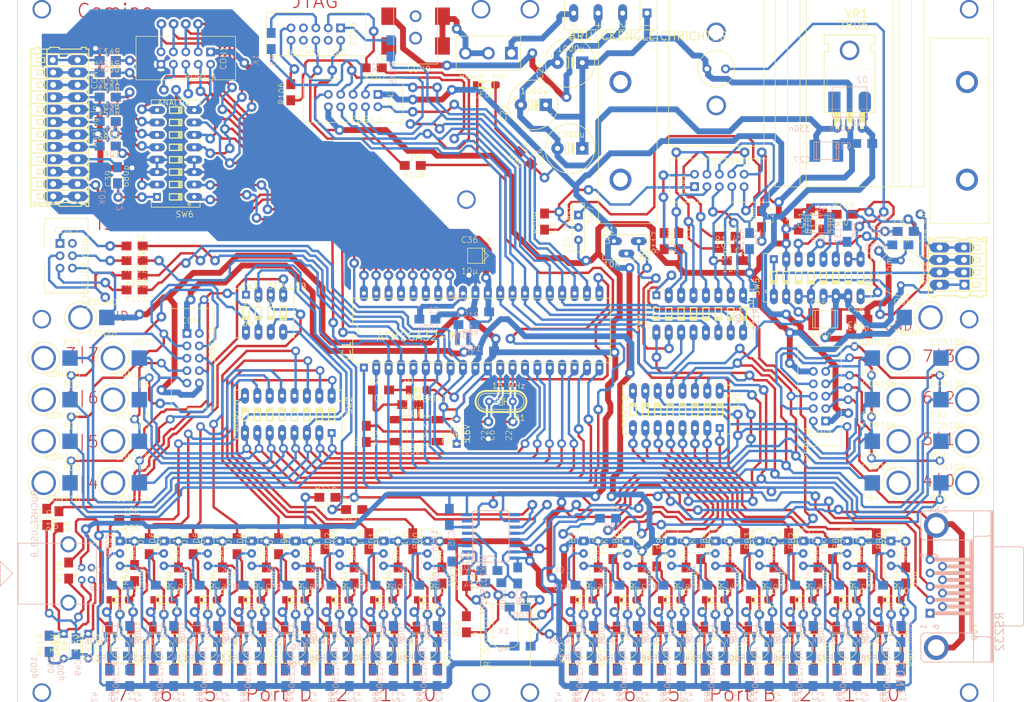
<source format=kicad_pcb>
(kicad_pcb (version 20171130) (host pcbnew "(5.0.0-rc2-dev-347-g62c5a706d)")
  (layers (0 Top signal hide) (31 Bottom signal) (34 B.Paste user hide) (35 F.Paste user hide) (36 B.SilkS user hide) (37 F.SilkS user hide) (38 B.Mask user hide) (39 F.Mask user hide) (44 Edge.Cuts user hide))
  (net 0 "")
  (net 1 VCC)
  (net 2 GND)
  (net 3 AVCC)
  (net 4 N$65)
  (net 5 N$29)
  (net 6 N$60)
  (net 7 N$83)
  (net 8 N$90)
  (net 9 N$96)
  (net 10 N$102)
  (net 11 N$108)
  (net 12 N$114)
  (net 13 N$120)
  (net 14 N$126)
  (net 15 N$132)
  (net 16 "Net-(CON1-PadP$2)")
  (net 17 "Net-(CON1-PadP$3)")
  (net 18 "Net-(CON1-PadP$4)")
  (net 19 "Net-(CON1-PadP$5)")
  (net 20 "Net-(CON1-PadP$6)")
  (net 21 "Net-(CON1-PadP$7)")
  (net 22 "Net-(CON1-PadP$8)")
  (net 23 "Net-(CON1-PadP$9)")
  (net 24 "Net-(C1-Pad2)")
  (net 25 "Net-(CON3-PadP$9)")
  (net 26 "Net-(CON3-PadP$8)")
  (net 27 "Net-(CON3-PadP$7)")
  (net 28 "Net-(CON3-PadP$6)")
  (net 29 "Net-(CON3-PadP$5)")
  (net 30 "Net-(CON3-PadP$4)")
  (net 31 "Net-(CON3-PadP$3)")
  (net 32 "Net-(CON3-PadP$2)")
  (net 33 "Net-(CON117-PadPAD)")
  (net 34 "Net-(CON116-PadPAD)")
  (net 35 "Net-(CON115-PadPAD)")
  (net 36 "Net-(CON114-PadPAD)")
  (net 37 "Net-(CON113-PadPAD)")
  (net 38 "Net-(CON112-PadPAD)")
  (net 39 "Net-(CON111-PadPAD)")
  (net 40 "Net-(CON110-PadPAD)")
  (net 41 "Net-(C6-Pad2)")
  (net 42 "Net-(C5-Pad2)")
  (net 43 /RESET)
  (net 44 "Net-(CON107-PadPAD)")
  (net 45 "Net-(CON106-PadPAD)")
  (net 46 "Net-(CON105-PadPAD)")
  (net 47 "Net-(CON104-PadPAD)")
  (net 48 "Net-(CON10-PadA4)")
  (net 49 "Net-(CON102-PadPAD)")
  (net 50 "Net-(CON101-PadPAD)")
  (net 51 "Net-(CON100-PadPAD)")
  (net 52 "Net-(L1-PadP$1)")
  (net 53 "Net-(KEY1-PadP$3)")
  (net 54 "Net-(LED1-PadA)")
  (net 55 "Net-(R7-Pad1)")
  (net 56 "Net-(C7-Pad2)")
  (net 57 "Net-(R36-Pad1)")
  (net 58 "Net-(KEY2-PadP$3)")
  (net 59 "Net-(R10-Pad1)")
  (net 60 "Net-(LED1-PadK)")
  (net 61 "Net-(LED16-PadA)")
  (net 62 "Net-(R13-Pad1)")
  (net 63 "Net-(C8-Pad2)")
  (net 64 "Net-(R14-Pad2)")
  (net 65 "Net-(KEY3-PadP$3)")
  (net 66 "Net-(R16-Pad1)")
  (net 67 "Net-(LED16-PadK)")
  (net 68 "Net-(LED15-PadA)")
  (net 69 "Net-(R19-Pad1)")
  (net 70 "Net-(C9-Pad2)")
  (net 71 "Net-(R20-Pad2)")
  (net 72 "Net-(KEY4-PadP$3)")
  (net 73 "Net-(R22-Pad1)")
  (net 74 "Net-(LED15-PadK)")
  (net 75 "Net-(LED14-PadA)")
  (net 76 "Net-(R25-Pad1)")
  (net 77 "Net-(C10-Pad2)")
  (net 78 "Net-(R26-Pad2)")
  (net 79 "Net-(KEY5-PadP$3)")
  (net 80 "Net-(R28-Pad1)")
  (net 81 "Net-(LED14-PadK)")
  (net 82 "Net-(LED13-PadA)")
  (net 83 "Net-(R31-Pad1)")
  (net 84 "Net-(C11-Pad2)")
  (net 85 "Net-(R32-Pad2)")
  (net 86 "Net-(KEY6-PadP$3)")
  (net 87 "Net-(R34-Pad1)")
  (net 88 "Net-(LED13-PadK)")
  (net 89 "Net-(LED12-PadA)")
  (net 90 "Net-(R37-Pad1)")
  (net 91 "Net-(C12-Pad2)")
  (net 92 "Net-(R38-Pad2)")
  (net 93 "Net-(KEY7-PadP$3)")
  (net 94 "Net-(R40-Pad1)")
  (net 95 "Net-(LED12-PadK)")
  (net 96 "Net-(LED11-PadA)")
  (net 97 "Net-(R43-Pad1)")
  (net 98 "Net-(C13-Pad2)")
  (net 99 "Net-(R44-Pad2)")
  (net 100 "Net-(KEY8-PadP$3)")
  (net 101 "Net-(R46-Pad1)")
  (net 102 "Net-(LED11-PadK)")
  (net 103 "Net-(LED10-PadA)")
  (net 104 "Net-(R49-Pad1)")
  (net 105 "Net-(C14-Pad2)")
  (net 106 "Net-(R50-Pad2)")
  (net 107 "Net-(KEY9-PadP$3)")
  (net 108 "Net-(R52-Pad1)")
  (net 109 "Net-(LED10-PadK)")
  (net 110 "Net-(LED2-PadA)")
  (net 111 "Net-(R55-Pad1)")
  (net 112 "Net-(C15-Pad2)")
  (net 113 "Net-(R136-Pad1)")
  (net 114 "Net-(KEY10-PadP$3)")
  (net 115 "Net-(R58-Pad1)")
  (net 116 "Net-(LED2-PadK)")
  (net 117 "Net-(LED3-PadA)")
  (net 118 "Net-(R61-Pad1)")
  (net 119 "Net-(C16-Pad2)")
  (net 120 "Net-(R135-Pad1)")
  (net 121 "Net-(KEY11-PadP$3)")
  (net 122 "Net-(R64-Pad1)")
  (net 123 "Net-(LED3-PadK)")
  (net 124 "Net-(LED4-PadA)")
  (net 125 "Net-(R67-Pad1)")
  (net 126 "Net-(C17-Pad2)")
  (net 127 "Net-(R134-Pad1)")
  (net 128 "Net-(KEY12-PadP$3)")
  (net 129 "Net-(R70-Pad1)")
  (net 130 "Net-(LED4-PadK)")
  (net 131 "Net-(LED5-PadA)")
  (net 132 "Net-(R73-Pad1)")
  (net 133 "Net-(C18-Pad2)")
  (net 134 "Net-(R133-Pad1)")
  (net 135 "Net-(KEY13-PadP$3)")
  (net 136 "Net-(R76-Pad1)")
  (net 137 "Net-(LED5-PadK)")
  (net 138 "Net-(LED6-PadA)")
  (net 139 "Net-(R79-Pad1)")
  (net 140 "Net-(C19-Pad2)")
  (net 141 "Net-(R30-Pad2)")
  (net 142 "Net-(KEY14-PadP$3)")
  (net 143 "Net-(R82-Pad1)")
  (net 144 "Net-(LED6-PadK)")
  (net 145 "Net-(LED7-PadA)")
  (net 146 "Net-(R85-Pad1)")
  (net 147 "Net-(C20-Pad2)")
  (net 148 "Net-(R86-Pad2)")
  (net 149 "Net-(KEY15-PadP$3)")
  (net 150 "Net-(R88-Pad1)")
  (net 151 "Net-(LED7-PadK)")
  (net 152 "Net-(LED8-PadA)")
  (net 153 "Net-(R91-Pad1)")
  (net 154 "Net-(C21-Pad2)")
  (net 155 "Net-(R90-Pad1)")
  (net 156 "Net-(KEY16-PadP$3)")
  (net 157 "Net-(R94-Pad1)")
  (net 158 "Net-(LED8-PadK)")
  (net 159 "Net-(LED9-PadA)")
  (net 160 "Net-(R97-Pad1)")
  (net 161 "Net-(C22-Pad2)")
  (net 162 "Net-(R84-Pad1)")
  (net 163 "Net-(KEY17-PadP$3)")
  (net 164 "Net-(R100-Pad1)")
  (net 165 "Net-(LED9-PadK)")
  (net 166 "Net-(CON9-PadKONTAKT)")
  (net 167 "Net-(CON9-PadSTIFT_A)")
  (net 168 "Net-(CON9-PadFEDER)")
  (net 169 "Net-(C23-Pad+)")
  (net 170 "Net-(IC2-PadAC1)")
  (net 171 "Net-(CON5-PadP$5)")
  (net 172 "Net-(CON5-PadP$4)")
  (net 173 "Net-(CON5-PadP$3)")
  (net 174 "Net-(CON5-PadP$1)")
  (net 175 "Net-(CON6-PadP$5)")
  (net 176 "Net-(CON6-PadP$1)")
  (net 177 "Net-(CON6-PadP$9)")
  (net 178 "Net-(CON6-PadP$3)")
  (net 179 "Net-(CON6-PadP$6)")
  (net 180 "Net-(CON7-Pad9)")
  (net 181 "Net-(CON7-Pad8)")
  (net 182 "Net-(CON7-Pad7)")
  (net 183 "Net-(CON7-Pad6)")
  (net 184 "Net-(CON7-Pad4)")
  (net 185 "Net-(CON7-Pad3)")
  (net 186 "Net-(CON7-Pad2)")
  (net 187 "Net-(CON7-Pad1)")
  (net 188 "Net-(LCD1-PadVCC)")
  (net 189 "Net-(LCD1-PadVLED)")
  (net 190 "Net-(P1-PadS)")
  (net 191 "Net-(C35-Pad1)")
  (net 192 "Net-(LCD1-PadDB0)")
  (net 193 "Net-(LCD1-PadDB1)")
  (net 194 "Net-(LCD1-PadDB2)")
  (net 195 "Net-(LCD1-PadDB3)")
  (net 196 "Net-(LCD1-PadE)")
  (net 197 "Net-(LCD1-PadRS)")
  (net 198 "Net-(IC3-Pad11)")
  (net 199 "Net-(LCD1-PadVCON)")
  (net 200 "Net-(C49-Pad2)")
  (net 201 "Net-(CON8-PadVBUS)")
  (net 202 "Net-(C50-Pad2)")
  (net 203 "Net-(R120-Pad2)")
  (net 204 "Net-(R121-Pad2)")
  (net 205 "Net-(CON11-PadA9)")
  (net 206 "Net-(CON11-PadA8)")
  (net 207 "Net-(CON11-PadA6)")
  (net 208 "Net-(CON11-PadA4)")
  (net 209 "Net-(CON11-PadA2)")
  (net 210 "Net-(CON11-PadA1)")
  (net 211 "Net-(C39-Pad1)")
  (net 212 "Net-(C40-Pad1)")
  (net 213 "Net-(C37-Pad1)")
  (net 214 "Net-(C38-Pad1)")
  (net 215 "Net-(C31-Pad1)")
  (net 216 "Net-(C30-Pad1)")
  (net 217 "Net-(R128-Pad1)")
  (net 218 "Net-(R130-Pad1)")
  (net 219 "Net-(C46-Pad2)")
  (net 220 "Net-(R131-Pad2)")
  (net 221 "Net-(SPK1-Pad2)")
  (net 222 "Net-(C42-Pad2)")
  (net 223 "Net-(C44-Pad1)")
  (net 224 "Net-(C41-Pad2)")
  (net 225 "Net-(C44-Pad2)")
  (net 226 "Net-(R132-Pad1)")
  (net 227 "Net-(R132-Pad2)")
  (net 228 "Net-(R6-Pad2)")
  (net 229 "Net-(R12-Pad1)")
  (net 230 "Net-(IC3-Pad12)")
  (net 231 "Net-(LED17-PadA)")
  (net 232 "Net-(IC3-Pad9)")
  (net 233 "Net-(IC3-Pad7)")
  (net 234 "Net-(C33-Pad2)")
  (net 235 "Net-(C33-Pad1)")
  (net 236 "Net-(C32-Pad2)")
  (net 237 "Net-(C34-Pad1)")
  (net 238 "Net-(C32-Pad1)")
  (net 239 "Net-(CON5-PadP$2)")
  (net 240 "Net-(CON6-PadP$8)")
  (net 241 "Net-(CON6-PadP$4)")
  (module camino:DIL40 (layer Top) (at 143.6111 100.8136)
    (fp_text reference IC1 (at -26.67 6.35 90) (layer F.SilkS) (effects (font (size 1.6891 1.6891) (thickness 0.1778)) (justify left bottom)))
    (fp_text value ATMEGA32-P (at -21.59 2.2352) (layer F.SilkS) (effects (font (size 1.6891 1.6891) (thickness 0.1778)) (justify left bottom)))
    (pad 40 thru_hole oval (at -24.13 -7.62 90) (size 3.2256 1.6128) (drill 0.8128) (layers *.Cu *.Mask) (net 16 "Net-(CON1-PadP$2)"))
    (pad 39 thru_hole oval (at -21.59 -7.62 90) (size 3.2256 1.6128) (drill 0.8128) (layers *.Cu *.Mask) (net 17 "Net-(CON1-PadP$3)"))
    (pad 38 thru_hole oval (at -19.05 -7.62 90) (size 3.2256 1.6128) (drill 0.8128) (layers *.Cu *.Mask) (net 18 "Net-(CON1-PadP$4)"))
    (pad 37 thru_hole oval (at -16.51 -7.62 90) (size 3.2256 1.6128) (drill 0.8128) (layers *.Cu *.Mask) (net 19 "Net-(CON1-PadP$5)"))
    (pad 36 thru_hole oval (at -13.97 -7.62 90) (size 3.2256 1.6128) (drill 0.8128) (layers *.Cu *.Mask) (net 20 "Net-(CON1-PadP$6)"))
    (pad 35 thru_hole oval (at -11.43 -7.62 90) (size 3.2256 1.6128) (drill 0.8128) (layers *.Cu *.Mask) (net 21 "Net-(CON1-PadP$7)"))
    (pad 34 thru_hole oval (at -8.89 -7.62 90) (size 3.2256 1.6128) (drill 0.8128) (layers *.Cu *.Mask) (net 22 "Net-(CON1-PadP$8)"))
    (pad 33 thru_hole oval (at -6.35 -7.62 90) (size 3.2256 1.6128) (drill 0.8128) (layers *.Cu *.Mask) (net 23 "Net-(CON1-PadP$9)"))
    (pad 32 thru_hole oval (at -3.81 -7.62 90) (size 3.2256 1.6128) (drill 0.8128) (layers *.Cu *.Mask) (net 24 "Net-(C1-Pad2)"))
    (pad 31 thru_hole oval (at -1.27 -7.62 90) (size 3.2256 1.6128) (drill 0.8128) (layers *.Cu *.Mask) (net 2 GND))
    (pad 30 thru_hole oval (at 1.27 -7.62 90) (size 3.2256 1.6128) (drill 0.8128) (layers *.Cu *.Mask) (net 3 AVCC))
    (pad 29 thru_hole oval (at 3.81 -7.62 90) (size 3.2256 1.6128) (drill 0.8128) (layers *.Cu *.Mask) (net 25 "Net-(CON3-PadP$9)"))
    (pad 28 thru_hole oval (at 6.35 -7.62 90) (size 3.2256 1.6128) (drill 0.8128) (layers *.Cu *.Mask) (net 26 "Net-(CON3-PadP$8)"))
    (pad 27 thru_hole oval (at 8.89 -7.62 90) (size 3.2256 1.6128) (drill 0.8128) (layers *.Cu *.Mask) (net 27 "Net-(CON3-PadP$7)"))
    (pad 26 thru_hole oval (at 11.43 -7.62 90) (size 3.2256 1.6128) (drill 0.8128) (layers *.Cu *.Mask) (net 28 "Net-(CON3-PadP$6)"))
    (pad 25 thru_hole oval (at 13.97 -7.62 90) (size 3.2256 1.6128) (drill 0.8128) (layers *.Cu *.Mask) (net 29 "Net-(CON3-PadP$5)"))
    (pad 24 thru_hole oval (at 16.51 -7.62 90) (size 3.2256 1.6128) (drill 0.8128) (layers *.Cu *.Mask) (net 30 "Net-(CON3-PadP$4)"))
    (pad 23 thru_hole oval (at 19.05 -7.62 90) (size 3.2256 1.6128) (drill 0.8128) (layers *.Cu *.Mask) (net 31 "Net-(CON3-PadP$3)"))
    (pad 22 thru_hole oval (at 21.59 -7.62 90) (size 3.2256 1.6128) (drill 0.8128) (layers *.Cu *.Mask) (net 32 "Net-(CON3-PadP$2)"))
    (pad 21 thru_hole oval (at 24.13 -7.62 90) (size 3.2256 1.6128) (drill 0.8128) (layers *.Cu *.Mask) (net 33 "Net-(CON117-PadPAD)"))
    (pad 20 thru_hole oval (at 24.13 7.62 90) (size 3.2256 1.6128) (drill 0.8128) (layers *.Cu *.Mask) (net 34 "Net-(CON116-PadPAD)"))
    (pad 19 thru_hole oval (at 21.59 7.62 90) (size 3.2256 1.6128) (drill 0.8128) (layers *.Cu *.Mask) (net 35 "Net-(CON115-PadPAD)"))
    (pad 18 thru_hole oval (at 19.05 7.62 90) (size 3.2256 1.6128) (drill 0.8128) (layers *.Cu *.Mask) (net 36 "Net-(CON114-PadPAD)"))
    (pad 17 thru_hole oval (at 16.51 7.62 90) (size 3.2256 1.6128) (drill 0.8128) (layers *.Cu *.Mask) (net 37 "Net-(CON113-PadPAD)"))
    (pad 16 thru_hole oval (at 13.97 7.62 90) (size 3.2256 1.6128) (drill 0.8128) (layers *.Cu *.Mask) (net 38 "Net-(CON112-PadPAD)"))
    (pad 15 thru_hole oval (at 11.43 7.62 90) (size 3.2256 1.6128) (drill 0.8128) (layers *.Cu *.Mask) (net 39 "Net-(CON111-PadPAD)"))
    (pad 14 thru_hole oval (at 8.89 7.62 90) (size 3.2256 1.6128) (drill 0.8128) (layers *.Cu *.Mask) (net 40 "Net-(CON110-PadPAD)"))
    (pad 13 thru_hole oval (at 6.35 7.62 90) (size 3.2256 1.6128) (drill 0.8128) (layers *.Cu *.Mask) (net 41 "Net-(C6-Pad2)"))
    (pad 12 thru_hole oval (at 3.81 7.62 90) (size 3.2256 1.6128) (drill 0.8128) (layers *.Cu *.Mask) (net 42 "Net-(C5-Pad2)"))
    (pad 11 thru_hole oval (at 1.27 7.62 90) (size 3.2256 1.6128) (drill 0.8128) (layers *.Cu *.Mask) (net 2 GND))
    (pad 10 thru_hole oval (at -1.27 7.62 90) (size 3.2256 1.6128) (drill 0.8128) (layers *.Cu *.Mask) (net 1 VCC))
    (pad 9 thru_hole oval (at -3.81 7.62 90) (size 3.2256 1.6128) (drill 0.8128) (layers *.Cu *.Mask) (net 43 /RESET))
    (pad 8 thru_hole oval (at -6.35 7.62 90) (size 3.2256 1.6128) (drill 0.8128) (layers *.Cu *.Mask) (net 44 "Net-(CON107-PadPAD)"))
    (pad 7 thru_hole oval (at -8.89 7.62 90) (size 3.2256 1.6128) (drill 0.8128) (layers *.Cu *.Mask) (net 45 "Net-(CON106-PadPAD)"))
    (pad 6 thru_hole oval (at -11.43 7.62 90) (size 3.2256 1.6128) (drill 0.8128) (layers *.Cu *.Mask) (net 46 "Net-(CON105-PadPAD)"))
    (pad 5 thru_hole oval (at -13.97 7.62 90) (size 3.2256 1.6128) (drill 0.8128) (layers *.Cu *.Mask) (net 47 "Net-(CON104-PadPAD)"))
    (pad 4 thru_hole oval (at -16.51 7.62 90) (size 3.2256 1.6128) (drill 0.8128) (layers *.Cu *.Mask) (net 48 "Net-(CON10-PadA4)"))
    (pad 3 thru_hole oval (at -19.05 7.62 90) (size 3.2256 1.6128) (drill 0.8128) (layers *.Cu *.Mask) (net 49 "Net-(CON102-PadPAD)"))
    (pad 2 thru_hole oval (at -21.59 7.62 90) (size 3.2256 1.6128) (drill 0.8128) (layers *.Cu *.Mask) (net 50 "Net-(CON101-PadPAD)"))
    (pad 1 thru_hole rect (at -24.13 7.62 90) (size 1.6128 1.6128) (drill 0.8128) (layers *.Cu *.Mask) (net 51 "Net-(CON100-PadPAD)"))
  )
  (module camino:KONDENSATOR_SMD_1206 (layer Bottom) (at 132.5011 98.5036 180)
    (fp_text reference C1 (at -2.54 1.143 180) (layer B.SilkS) (effects (font (size 1.2065 1.2065) (thickness 0.1016)) (justify left bottom mirror)))
    (fp_text value 100n (at -2.54 -2.413 180) (layer B.SilkS) (effects (font (size 1.2065 1.2065) (thickness 0.1016)) (justify left bottom mirror)))
    (pad 2 smd rect (at 1.651 0 180) (size 2.032 1.8) (layers Bottom B.Paste B.Mask) (net 24 "Net-(C1-Pad2)"))
    (pad 1 smd rect (at -1.651 0 180) (size 2.032 1.8) (layers Bottom B.Paste B.Mask) (net 2 GND))
  )
  (module camino:SPULE_SMD_1008 (layer Bottom) (at 139.8011 102.5036 270)
    (fp_text reference L1 (at -1.397 -3.175 180) (layer B.SilkS) (effects (font (size 1.2065 1.2065) (thickness 0.1016)) (justify left bottom mirror)))
    (fp_text value 10u (at 2.667 -3.81 180) (layer B.SilkS) (effects (font (size 1.2065 1.2065) (thickness 0.1016)) (justify left bottom mirror)))
    (pad P$2 smd rect (at 0 -1.15 270) (size 2.5 1) (layers Bottom B.Paste B.Mask) (net 1 VCC))
    (pad P$1 smd rect (at 0 1.15 270) (size 2.5 1) (layers Bottom B.Paste B.Mask) (net 52 "Net-(L1-PadP$1)"))
  )
  (module camino:WIDERSTAND_SMD_1206 (layer Bottom) (at 140.5011 99.6036 180)
    (fp_text reference R1 (at -2.667 1.143 180) (layer B.SilkS) (effects (font (size 1.2065 1.2065) (thickness 0.1016)) (justify left bottom mirror)))
    (fp_text value 4R7 (at -2.667 -2.413 180) (layer B.SilkS) (effects (font (size 1.2065 1.2065) (thickness 0.1016)) (justify left bottom mirror)))
    (pad 1 smd rect (at -1.651 0 180) (size 2.032 1.803) (layers Bottom B.Paste B.Mask) (net 3 AVCC))
    (pad 2 smd rect (at 1.651 0 180) (size 2.032 1.803) (layers Bottom B.Paste B.Mask) (net 52 "Net-(L1-PadP$1)"))
  )
  (module camino:KONDENSATOR_SMD_1206 (layer Bottom) (at 144.5011 105.0036)
    (fp_text reference C2 (at -2.54 1.143) (layer B.SilkS) (effects (font (size 1.2065 1.2065) (thickness 0.1016)) (justify left bottom mirror)))
    (fp_text value 100n (at -2.54 -2.413) (layer B.SilkS) (effects (font (size 1.2065 1.2065) (thickness 0.1016)) (justify left bottom mirror)))
    (pad 2 smd rect (at 1.651 0) (size 2.032 1.8) (layers Bottom B.Paste B.Mask) (net 2 GND))
    (pad 1 smd rect (at -1.651 0) (size 2.032 1.8) (layers Bottom B.Paste B.Mask) (net 1 VCC))
  )
  (module camino:KONDENSATOR_SMD_1206 (layer Bottom) (at 143.5011 97.0036)
    (fp_text reference C3 (at -2.54 1.143) (layer B.SilkS) (effects (font (size 1.2065 1.2065) (thickness 0.1016)) (justify left bottom mirror)))
    (fp_text value 100n (at -2.54 -2.413) (layer B.SilkS) (effects (font (size 1.2065 1.2065) (thickness 0.1016)) (justify left bottom mirror)))
    (pad 2 smd rect (at 1.651 0) (size 2.032 1.8) (layers Bottom B.Paste B.Mask) (net 3 AVCC))
    (pad 1 smd rect (at -1.651 0) (size 2.032 1.8) (layers Bottom B.Paste B.Mask) (net 2 GND))
  )
  (module camino:DIODE_MINIMELF (layer Top) (at 130.5011 113.0036)
    (fp_text reference D1 (at -2.921 -1.27) (layer F.SilkS) (effects (font (size 1.2065 1.2065) (thickness 0.1016)) (justify left bottom)))
    (fp_text value TMMBAT43 (at -2.921 2.54) (layer F.SilkS) (effects (font (size 1.2065 1.2065) (thickness 0.1016)) (justify left bottom)))
    (pad A smd roundrect (at 1.7 0) (size 1.4 1.8) (layers Top F.Paste F.Mask) (roundrect_rratio 0.335) (net 43 /RESET))
    (pad K smd rect (at -1.7 0) (size 1.4 1.8) (layers Top F.Paste F.Mask) (net 1 VCC))
  )
  (module camino:ZENER_PIN_200MIL (layer Top) (at 138.5011 121.5036 90)
    (fp_text reference Z1 (at -2.6162 -1.524 90) (layer F.SilkS) (effects (font (size 1.2065 1.2065) (thickness 0.127)) (justify left bottom)))
    (fp_text value 5,6V (at -2.54 2.794 90) (layer F.SilkS) (effects (font (size 1.2065 1.2065) (thickness 0.127)) (justify left bottom)))
    (pad K thru_hole rect (at -2.54 0 90) (size 1.6256 1.6256) (drill 0.8128) (layers *.Cu *.Mask) (net 43 /RESET))
    (pad A thru_hole circle (at 2.54 0 90) (size 1.6256 1.6256) (drill 0.8128) (layers *.Cu *.Mask) (net 2 GND))
  )
  (module camino:KONDENSATOR_SMD_1206 (layer Top) (at 129.0011 116.0036 180)
    (fp_text reference C4 (at -2.54 -1.143 180) (layer F.SilkS) (effects (font (size 1.2065 1.2065) (thickness 0.1016)) (justify right top)))
    (fp_text value 100n (at -2.54 2.413 180) (layer F.SilkS) (effects (font (size 1.2065 1.2065) (thickness 0.1016)) (justify right top)))
    (pad 2 smd rect (at 1.651 0 180) (size 2.032 1.8) (layers Top F.Paste F.Mask) (net 43 /RESET))
    (pad 1 smd rect (at -1.651 0 180) (size 2.032 1.8) (layers Top F.Paste F.Mask) (net 2 GND))
  )
  (module camino:WIDERSTAND_SMD_1206 (layer Top) (at 123.0011 113.0036)
    (fp_text reference R2 (at -2.667 -1.143) (layer F.SilkS) (effects (font (size 1.2065 1.2065) (thickness 0.1016)) (justify left bottom)))
    (fp_text value 10K (at -2.667 2.413) (layer F.SilkS) (effects (font (size 1.2065 1.2065) (thickness 0.1016)) (justify left bottom)))
    (pad 1 smd rect (at -1.651 0) (size 2.032 1.803) (layers Top F.Paste F.Mask) (net 43 /RESET))
    (pad 2 smd rect (at 1.651 0) (size 2.032 1.803) (layers Top F.Paste F.Mask) (net 1 VCC))
  )
  (module camino:WIDERSTAND_SMD_1206 (layer Top) (at 120.0011 122.0036 90)
    (fp_text reference R4 (at -2.667 -1.143 90) (layer F.SilkS) (effects (font (size 1.2065 1.2065) (thickness 0.1016)) (justify left bottom)))
    (fp_text value 470 (at -2.667 2.413 90) (layer F.SilkS) (effects (font (size 1.2065 1.2065) (thickness 0.1016)) (justify left bottom)))
    (pad 1 smd rect (at -1.651 0 90) (size 2.032 1.803) (layers Top F.Paste F.Mask) (net 53 "Net-(KEY1-PadP$3)"))
    (pad 2 smd rect (at 1.651 0 90) (size 2.032 1.803) (layers Top F.Paste F.Mask) (net 43 /RESET))
  )
  (module camino:TASTER_LSG1301 (layer Top) (at 130.3111 121.3336)
    (fp_text reference KEY1 (at -3.175 -3.556) (layer F.SilkS) (effects (font (size 1.2065 1.2065) (thickness 0.1016)) (justify left bottom)))
    (fp_text value RESET (at -3.81 4.826) (layer F.SilkS) (effects (font (size 1.2065 1.2065) (thickness 0.1016)) (justify left bottom)))
    (pad P$4 smd roundrect (at 4.238 2.25) (size 2.54 1.524) (layers Top F.Paste F.Mask) (roundrect_rratio 0.125) (net 53 "Net-(KEY1-PadP$3)"))
    (pad P$3 smd roundrect (at -4.238 2.25) (size 2.54 1.524) (layers Top F.Paste F.Mask) (roundrect_rratio 0.125) (net 53 "Net-(KEY1-PadP$3)"))
    (pad P$2 smd roundrect (at 4.238 -2.25) (size 2.54 1.524) (layers Top F.Paste F.Mask) (roundrect_rratio 0.125) (net 2 GND))
    (pad P$1 smd roundrect (at -4.238 -2.25) (size 2.54 1.524) (layers Top F.Paste F.Mask) (roundrect_rratio 0.125) (net 2 GND))
  )
  (module camino:HC49U (layer Top) (at 147.5711 115.3536 180)
    (fp_text reference Q1 (at -5.08 -2.667 180) (layer F.SilkS) (effects (font (size 1.2065 1.2065) (thickness 0.127)) (justify right top)))
    (fp_text value "16 MHz" (at -5.08 3.937 180) (layer F.SilkS) (effects (font (size 1.2065 1.2065) (thickness 0.127)) (justify right top)))
    (pad 2 thru_hole circle (at 2.413 0 180) (size 1.6256 1.6256) (drill 0.8128) (layers *.Cu *.Mask) (net 42 "Net-(C5-Pad2)"))
    (pad 1 thru_hole circle (at -2.413 0 180) (size 1.6256 1.6256) (drill 0.8128) (layers *.Cu *.Mask) (net 41 "Net-(C6-Pad2)"))
  )
  (module camino:KONDENSATOR_SMD_1206 (layer Top) (at 142.5011 121.0036 90)
    (fp_text reference C5 (at -2.54 -1.143 90) (layer F.SilkS) (effects (font (size 1.2065 1.2065) (thickness 0.1016)) (justify left bottom)))
    (fp_text value 22p (at -2.54 2.413 90) (layer F.SilkS) (effects (font (size 1.2065 1.2065) (thickness 0.1016)) (justify left bottom)))
    (pad 2 smd rect (at 1.651 0 90) (size 2.032 1.8) (layers Top F.Paste F.Mask) (net 42 "Net-(C5-Pad2)"))
    (pad 1 smd rect (at -1.651 0 90) (size 2.032 1.8) (layers Top F.Paste F.Mask) (net 2 GND))
  )
  (module camino:KONDENSATOR_SMD_1206 (layer Top) (at 147.5011 121.0036 90)
    (fp_text reference C6 (at -2.54 -1.143 90) (layer F.SilkS) (effects (font (size 1.2065 1.2065) (thickness 0.1016)) (justify left bottom)))
    (fp_text value 22p (at -2.54 2.413 90) (layer F.SilkS) (effects (font (size 1.2065 1.2065) (thickness 0.1016)) (justify left bottom)))
    (pad 2 smd rect (at 1.651 0 90) (size 2.032 1.8) (layers Top F.Paste F.Mask) (net 41 "Net-(C6-Pad2)"))
    (pad 1 smd rect (at -1.651 0 90) (size 2.032 1.8) (layers Top F.Paste F.Mask) (net 2 GND))
  )
  (module camino:BUCHSE_LABOR_2MM (layer Top) (at 229.0511 106.4636 270)
    (fp_text reference CON107 (at -2.54 7.62) (layer F.SilkS) (effects (font (size 1.2065 1.2065) (thickness 0.1016)) (justify left bottom)))
    (fp_text value PB7 (at 3.81 7.62) (layer F.SilkS) (effects (font (size 1.2065 1.2065) (thickness 0.1016)) (justify left bottom)))
    (pad PAD smd rect (at 0 5.3975 270) (size 3.175 3.175) (layers Bottom B.Paste B.Mask) (net 44 "Net-(CON107-PadPAD)"))
    (pad DRILL thru_hole circle (at 0 0 270) (size 5 5) (drill 4.02) (layers *.Cu *.Mask))
  )
  (module camino:BUCHSE_LABOR_2MM (layer Top) (at 229.0511 114.9886 270)
    (fp_text reference CON106 (at -2.54 7.62) (layer F.SilkS) (effects (font (size 1.2065 1.2065) (thickness 0.1016)) (justify left bottom)))
    (fp_text value PB6 (at 3.81 7.62) (layer F.SilkS) (effects (font (size 1.2065 1.2065) (thickness 0.1016)) (justify left bottom)))
    (pad PAD smd rect (at 0 5.3975 270) (size 3.175 3.175) (layers Bottom B.Paste B.Mask) (net 45 "Net-(CON106-PadPAD)"))
    (pad DRILL thru_hole circle (at 0 0 270) (size 5 5) (drill 4.02) (layers *.Cu *.Mask))
  )
  (module camino:BUCHSE_LABOR_2MM (layer Top) (at 229.0511 123.5136 270)
    (fp_text reference CON105 (at -2.54 7.62) (layer F.SilkS) (effects (font (size 1.2065 1.2065) (thickness 0.1016)) (justify left bottom)))
    (fp_text value PB5 (at 3.81 7.62) (layer F.SilkS) (effects (font (size 1.2065 1.2065) (thickness 0.1016)) (justify left bottom)))
    (pad PAD smd rect (at 0 5.3975 270) (size 3.175 3.175) (layers Bottom B.Paste B.Mask) (net 46 "Net-(CON105-PadPAD)"))
    (pad DRILL thru_hole circle (at 0 0 270) (size 5 5) (drill 4.02) (layers *.Cu *.Mask))
  )
  (module camino:BUCHSE_LABOR_2MM (layer Top) (at 229.0511 132.0386 270)
    (fp_text reference CON104 (at -2.54 7.62) (layer F.SilkS) (effects (font (size 1.2065 1.2065) (thickness 0.1016)) (justify left bottom)))
    (fp_text value PB4 (at 3.81 7.62) (layer F.SilkS) (effects (font (size 1.2065 1.2065) (thickness 0.1016)) (justify left bottom)))
    (pad PAD smd rect (at 0 5.3975 270) (size 3.175 3.175) (layers Bottom B.Paste B.Mask) (net 47 "Net-(CON104-PadPAD)"))
    (pad DRILL thru_hole circle (at 0 0 270) (size 5 5) (drill 4.02) (layers *.Cu *.Mask))
  )
  (module camino:BUCHSE_LABOR_2MM (layer Top) (at 243.1161 106.4636 270)
    (fp_text reference CON103 (at -2.54 7.62) (layer F.SilkS) (effects (font (size 1.2065 1.2065) (thickness 0.1016)) (justify left bottom)))
    (fp_text value PB3 (at 3.81 7.62) (layer F.SilkS) (effects (font (size 1.2065 1.2065) (thickness 0.1016)) (justify left bottom)))
    (pad PAD smd rect (at 0 5.3975 270) (size 3.175 3.175) (layers Bottom B.Paste B.Mask) (net 48 "Net-(CON10-PadA4)"))
    (pad DRILL thru_hole circle (at 0 0 270) (size 5 5) (drill 4.02) (layers *.Cu *.Mask))
  )
  (module camino:BUCHSE_LABOR_2MM (layer Top) (at 243.1161 114.9886 270)
    (fp_text reference CON102 (at -2.54 7.62) (layer F.SilkS) (effects (font (size 1.2065 1.2065) (thickness 0.1016)) (justify left bottom)))
    (fp_text value PB2 (at 3.81 7.62) (layer F.SilkS) (effects (font (size 1.2065 1.2065) (thickness 0.1016)) (justify left bottom)))
    (pad PAD smd rect (at 0 5.3975 270) (size 3.175 3.175) (layers Bottom B.Paste B.Mask) (net 49 "Net-(CON102-PadPAD)"))
    (pad DRILL thru_hole circle (at 0 0 270) (size 5 5) (drill 4.02) (layers *.Cu *.Mask))
  )
  (module camino:BUCHSE_LABOR_2MM (layer Top) (at 243.1161 123.5136 270)
    (fp_text reference CON101 (at -2.54 7.62) (layer F.SilkS) (effects (font (size 1.2065 1.2065) (thickness 0.1016)) (justify left bottom)))
    (fp_text value PB1 (at 3.81 7.62) (layer F.SilkS) (effects (font (size 1.2065 1.2065) (thickness 0.1016)) (justify left bottom)))
    (pad PAD smd rect (at 0 5.3975 270) (size 3.175 3.175) (layers Bottom B.Paste B.Mask) (net 50 "Net-(CON101-PadPAD)"))
    (pad DRILL thru_hole circle (at 0 0 270) (size 5 5) (drill 4.02) (layers *.Cu *.Mask))
  )
  (module camino:BUCHSE_LABOR_2MM (layer Top) (at 243.1161 132.0386 270)
    (fp_text reference CON100 (at -2.54 7.62) (layer F.SilkS) (effects (font (size 1.2065 1.2065) (thickness 0.1016)) (justify left bottom)))
    (fp_text value PB0 (at 3.81 7.62) (layer F.SilkS) (effects (font (size 1.2065 1.2065) (thickness 0.1016)) (justify left bottom)))
    (pad PAD smd rect (at 0 5.3975 270) (size 3.175 3.175) (layers Bottom B.Paste B.Mask) (net 51 "Net-(CON100-PadPAD)"))
    (pad DRILL thru_hole circle (at 0 0 270) (size 5 5) (drill 4.02) (layers *.Cu *.Mask))
  )
  (module camino:BUCHSE_LABOR_2MM (layer Top) (at 68.0861 106.4636 90)
    (fp_text reference CON117 (at -2.54 7.62 180) (layer F.SilkS) (effects (font (size 1.2065 1.2065) (thickness 0.1016)) (justify right top)))
    (fp_text value PD7 (at 3.81 7.62 180) (layer F.SilkS) (effects (font (size 1.2065 1.2065) (thickness 0.1016)) (justify right top)))
    (pad PAD smd rect (at 0 5.3975 90) (size 3.175 3.175) (layers Bottom B.Paste B.Mask) (net 33 "Net-(CON117-PadPAD)"))
    (pad DRILL thru_hole circle (at 0 0 90) (size 5 5) (drill 4.02) (layers *.Cu *.Mask))
  )
  (module camino:BUCHSE_LABOR_2MM (layer Top) (at 68.0861 114.9886 90)
    (fp_text reference CON116 (at -2.54 7.62 180) (layer F.SilkS) (effects (font (size 1.2065 1.2065) (thickness 0.1016)) (justify right top)))
    (fp_text value PD6 (at 3.81 7.62 180) (layer F.SilkS) (effects (font (size 1.2065 1.2065) (thickness 0.1016)) (justify right top)))
    (pad PAD smd rect (at 0 5.3975 90) (size 3.175 3.175) (layers Bottom B.Paste B.Mask) (net 34 "Net-(CON116-PadPAD)"))
    (pad DRILL thru_hole circle (at 0 0 90) (size 5 5) (drill 4.02) (layers *.Cu *.Mask))
  )
  (module camino:BUCHSE_LABOR_2MM (layer Top) (at 68.0861 123.5136 90)
    (fp_text reference CON115 (at -2.54 7.62 180) (layer F.SilkS) (effects (font (size 1.2065 1.2065) (thickness 0.1016)) (justify right top)))
    (fp_text value PD5 (at 3.81 7.62 180) (layer F.SilkS) (effects (font (size 1.2065 1.2065) (thickness 0.1016)) (justify right top)))
    (pad PAD smd rect (at 0 5.3975 90) (size 3.175 3.175) (layers Bottom B.Paste B.Mask) (net 35 "Net-(CON115-PadPAD)"))
    (pad DRILL thru_hole circle (at 0 0 90) (size 5 5) (drill 4.02) (layers *.Cu *.Mask))
  )
  (module camino:BUCHSE_LABOR_2MM (layer Top) (at 68.0861 132.0386 90)
    (fp_text reference CON114 (at -2.54 7.62 180) (layer F.SilkS) (effects (font (size 1.2065 1.2065) (thickness 0.1016)) (justify right top)))
    (fp_text value PD4 (at 3.81 7.62 180) (layer F.SilkS) (effects (font (size 1.2065 1.2065) (thickness 0.1016)) (justify right top)))
    (pad PAD smd rect (at 0 5.3975 90) (size 3.175 3.175) (layers Bottom B.Paste B.Mask) (net 36 "Net-(CON114-PadPAD)"))
    (pad DRILL thru_hole circle (at 0 0 90) (size 5 5) (drill 4.02) (layers *.Cu *.Mask))
  )
  (module camino:BUCHSE_LABOR_2MM (layer Top) (at 53.8861 106.4636 90)
    (fp_text reference CON113 (at -2.54 7.62 180) (layer F.SilkS) (effects (font (size 1.2065 1.2065) (thickness 0.1016)) (justify right top)))
    (fp_text value PD3 (at 3.81 7.62 180) (layer F.SilkS) (effects (font (size 1.2065 1.2065) (thickness 0.1016)) (justify right top)))
    (pad PAD smd rect (at 0 5.3975 90) (size 3.175 3.175) (layers Bottom B.Paste B.Mask) (net 37 "Net-(CON113-PadPAD)"))
    (pad DRILL thru_hole circle (at 0 0 90) (size 5 5) (drill 4.02) (layers *.Cu *.Mask))
  )
  (module camino:BUCHSE_LABOR_2MM (layer Top) (at 53.8861 114.9886 90)
    (fp_text reference CON112 (at -2.54 7.62 180) (layer F.SilkS) (effects (font (size 1.2065 1.2065) (thickness 0.1016)) (justify right top)))
    (fp_text value PD2 (at 3.81 7.62 180) (layer F.SilkS) (effects (font (size 1.2065 1.2065) (thickness 0.1016)) (justify right top)))
    (pad PAD smd rect (at 0 5.3975 90) (size 3.175 3.175) (layers Bottom B.Paste B.Mask) (net 38 "Net-(CON112-PadPAD)"))
    (pad DRILL thru_hole circle (at 0 0 90) (size 5 5) (drill 4.02) (layers *.Cu *.Mask))
  )
  (module camino:BUCHSE_LABOR_2MM (layer Top) (at 53.8861 123.5136 90)
    (fp_text reference CON111 (at -2.54 7.62 180) (layer F.SilkS) (effects (font (size 1.2065 1.2065) (thickness 0.1016)) (justify right top)))
    (fp_text value PD1 (at 3.81 7.62 180) (layer F.SilkS) (effects (font (size 1.2065 1.2065) (thickness 0.1016)) (justify right top)))
    (pad PAD smd rect (at 0 5.3975 90) (size 3.175 3.175) (layers Bottom B.Paste B.Mask) (net 39 "Net-(CON111-PadPAD)"))
    (pad DRILL thru_hole circle (at 0 0 90) (size 5 5) (drill 4.02) (layers *.Cu *.Mask))
  )
  (module camino:BUCHSE_LABOR_2MM (layer Top) (at 53.8861 132.0386 90)
    (fp_text reference CON110 (at -2.54 7.62 180) (layer F.SilkS) (effects (font (size 1.2065 1.2065) (thickness 0.1016)) (justify right top)))
    (fp_text value PD0 (at 3.81 7.62 180) (layer F.SilkS) (effects (font (size 1.2065 1.2065) (thickness 0.1016)) (justify right top)))
    (pad PAD smd rect (at 0 5.3975 90) (size 3.175 3.175) (layers Bottom B.Paste B.Mask) (net 40 "Net-(CON110-PadPAD)"))
    (pad DRILL thru_hole circle (at 0 0 90) (size 5 5) (drill 4.02) (layers *.Cu *.Mask))
  )
  (module camino:WIDERSTAND_SMD_1206 (layer Top) (at 167.5011 151.0036 90)
    (fp_text reference R5 (at -2.667 -1.143 90) (layer F.SilkS) (effects (font (size 1.2065 1.2065) (thickness 0.1016)) (justify left bottom)))
    (fp_text value 390 (at -2.667 2.413 90) (layer F.SilkS) (effects (font (size 1.2065 1.2065) (thickness 0.1016)) (justify left bottom)))
    (pad 1 smd rect (at -1.651 0 90) (size 2.032 1.803) (layers Top F.Paste F.Mask) (net 54 "Net-(LED1-PadA)"))
    (pad 2 smd rect (at 1.651 0 90) (size 2.032 1.803) (layers Top F.Paste F.Mask) (net 1 VCC))
  )
  (module camino:WIDERSTAND_SMD_1206 (layer Bottom) (at 169.5011 139.3036 180)
    (fp_text reference R7 (at -2.667 1.143 180) (layer B.SilkS) (effects (font (size 1.2065 1.2065) (thickness 0.1016)) (justify left bottom mirror)))
    (fp_text value 10K (at -2.667 -2.413 180) (layer B.SilkS) (effects (font (size 1.2065 1.2065) (thickness 0.1016)) (justify left bottom mirror)))
    (pad 1 smd rect (at -1.651 0 180) (size 2.032 1.803) (layers Bottom B.Paste B.Mask) (net 55 "Net-(R7-Pad1)"))
    (pad 2 smd rect (at 1.651 0 180) (size 2.032 1.803) (layers Bottom B.Paste B.Mask) (net 56 "Net-(C7-Pad2)"))
  )
  (module camino:WIDERSTAND_SMD_1206 (layer Bottom) (at 162.5011 172.0036 90)
    (fp_text reference R8 (at -2.667 1.143 90) (layer B.SilkS) (effects (font (size 1.2065 1.2065) (thickness 0.1016)) (justify left bottom mirror)))
    (fp_text value 470K (at -2.667 -2.413 90) (layer B.SilkS) (effects (font (size 1.2065 1.2065) (thickness 0.1016)) (justify left bottom mirror)))
    (pad 1 smd rect (at -1.651 0 90) (size 2.032 1.803) (layers Bottom B.Paste B.Mask) (net 2 GND))
    (pad 2 smd rect (at 1.651 0 90) (size 2.032 1.803) (layers Bottom B.Paste B.Mask) (net 57 "Net-(R36-Pad1)"))
  )
  (module camino:WIDERSTAND_SMD_1206 (layer Bottom) (at 166.5011 163.0036 270)
    (fp_text reference R9 (at -2.667 1.143 270) (layer B.SilkS) (effects (font (size 1.2065 1.2065) (thickness 0.1016)) (justify left bottom mirror)))
    (fp_text value 100K (at -2.667 -2.413 270) (layer B.SilkS) (effects (font (size 1.2065 1.2065) (thickness 0.1016)) (justify left bottom mirror)))
    (pad 1 smd rect (at -1.651 0 270) (size 2.032 1.803) (layers Bottom B.Paste B.Mask) (net 58 "Net-(KEY2-PadP$3)"))
    (pad 2 smd rect (at 1.651 0 270) (size 2.032 1.803) (layers Bottom B.Paste B.Mask) (net 56 "Net-(C7-Pad2)"))
  )
  (module camino:WIDERSTAND_SMD_1206 (layer Bottom) (at 164.5011 153.0036)
    (fp_text reference R10 (at -2.667 1.143) (layer B.SilkS) (effects (font (size 1.2065 1.2065) (thickness 0.1016)) (justify left bottom mirror)))
    (fp_text value 10K (at -2.667 -2.413) (layer B.SilkS) (effects (font (size 1.2065 1.2065) (thickness 0.1016)) (justify left bottom mirror)))
    (pad 1 smd rect (at -1.651 0) (size 2.032 1.803) (layers Bottom B.Paste B.Mask) (net 59 "Net-(R10-Pad1)"))
    (pad 2 smd rect (at 1.651 0) (size 2.032 1.803) (layers Bottom B.Paste B.Mask) (net 58 "Net-(KEY2-PadP$3)"))
  )
  (module camino:SOT-23 (layer Bottom) (at 162.5011 163.0036 180)
    (fp_text reference T1 (at -1.27 -2.286 180) (layer B.SilkS) (effects (font (size 1.2065 1.2065) (thickness 0.1016)) (justify left bottom mirror)))
    (fp_text value IRLML2502 (at -1.905 -2.54 90) (layer B.SilkS) (effects (font (size 1.2065 1.2065) (thickness 0.1016)) (justify left bottom mirror)))
    (pad P$3 smd rect (at 0 2.0955 180) (size 0.7874 1.0668) (layers Bottom B.Paste B.Mask) (net 60 "Net-(LED1-PadK)"))
    (pad P$2 smd rect (at 0.9398 -0.0889 180) (size 0.7874 1.0668) (layers Bottom B.Paste B.Mask) (net 2 GND))
    (pad P$1 smd rect (at -0.9398 -0.0889 180) (size 0.7874 1.0668) (layers Bottom B.Paste B.Mask) (net 57 "Net-(R36-Pad1)"))
  )
  (module camino:KONDENSATOR_SMD_1206 (layer Bottom) (at 166.5011 172.0036 90)
    (fp_text reference C7 (at -2.54 1.143 90) (layer B.SilkS) (effects (font (size 1.2065 1.2065) (thickness 0.1016)) (justify left bottom mirror)))
    (fp_text value 220n (at -2.54 -2.413 90) (layer B.SilkS) (effects (font (size 1.2065 1.2065) (thickness 0.1016)) (justify left bottom mirror)))
    (pad 2 smd rect (at 1.651 0 90) (size 2.032 1.8) (layers Bottom B.Paste B.Mask) (net 56 "Net-(C7-Pad2)"))
    (pad 1 smd rect (at -1.651 0 90) (size 2.032 1.8) (layers Bottom B.Paste B.Mask) (net 2 GND))
  )
  (module camino:TASTER_LSG1301 (layer Top) (at 164.5011 166.0036 90)
    (fp_text reference KEY2 (at -3.175 -3.556 90) (layer F.SilkS) (effects (font (size 1.2065 1.2065) (thickness 0.1016)) (justify left bottom)))
    (fp_text value PB7 (at -3.81 4.826 90) (layer F.SilkS) (effects (font (size 1.2065 1.2065) (thickness 0.1016)) (justify left bottom)))
    (pad P$4 smd roundrect (at 4.238 2.25 90) (size 2.54 1.524) (layers Top F.Paste F.Mask) (roundrect_rratio 0.125) (net 58 "Net-(KEY2-PadP$3)"))
    (pad P$3 smd roundrect (at -4.238 2.25 90) (size 2.54 1.524) (layers Top F.Paste F.Mask) (roundrect_rratio 0.125) (net 58 "Net-(KEY2-PadP$3)"))
    (pad P$2 smd roundrect (at 4.238 -2.25 90) (size 2.54 1.524) (layers Top F.Paste F.Mask) (roundrect_rratio 0.125) (net 1 VCC))
    (pad P$1 smd roundrect (at -4.238 -2.25 90) (size 2.54 1.524) (layers Top F.Paste F.Mask) (roundrect_rratio 0.125) (net 1 VCC))
  )
  (module camino:SCHALTER_1UM_ESP (layer Top) (at 164.5011 146.5036 270)
    (fp_text reference SW107 (at -4.445 -1.778 270) (layer F.SilkS) (effects (font (size 1.2065 1.2065) (thickness 0.1016)) (justify right top)))
    (fp_text value PB7 (at -4.445 3.048 270) (layer F.SilkS) (effects (font (size 1.2065 1.2065) (thickness 0.1016)) (justify right top)))
    (pad OFF thru_hole circle (at 2.54 0 270) (size 1.778 1.778) (drill 0.8) (layers *.Cu *.Mask) (net 2 GND))
    (pad SLIDER thru_hole circle (at 0 0 270) (size 1.778 1.778) (drill 0.8) (layers *.Cu *.Mask) (net 59 "Net-(R10-Pad1)"))
    (pad ON thru_hole rect (at -2.54 0 270) (size 1.778 1.778) (drill 0.8) (layers *.Cu *.Mask) (net 1 VCC))
  )
  (module camino:WIDERSTAND_SMD_1206 (layer Top) (at 176.5011 151.0036 90)
    (fp_text reference R11 (at -2.667 -1.143 90) (layer F.SilkS) (effects (font (size 1.2065 1.2065) (thickness 0.1016)) (justify left bottom)))
    (fp_text value 390 (at -2.667 2.413 90) (layer F.SilkS) (effects (font (size 1.2065 1.2065) (thickness 0.1016)) (justify left bottom)))
    (pad 1 smd rect (at -1.651 0 90) (size 2.032 1.803) (layers Top F.Paste F.Mask) (net 61 "Net-(LED16-PadA)"))
    (pad 2 smd rect (at 1.651 0 90) (size 2.032 1.803) (layers Top F.Paste F.Mask) (net 1 VCC))
  )
  (module camino:WIDERSTAND_SMD_1206 (layer Top) (at 170.5011 146.0036 270)
    (fp_text reference R13 (at -2.667 -1.143 270) (layer F.SilkS) (effects (font (size 1.2065 1.2065) (thickness 0.1016)) (justify right top)))
    (fp_text value 10K (at -2.667 2.413 270) (layer F.SilkS) (effects (font (size 1.2065 1.2065) (thickness 0.1016)) (justify right top)))
    (pad 1 smd rect (at -1.651 0 270) (size 2.032 1.803) (layers Top F.Paste F.Mask) (net 62 "Net-(R13-Pad1)"))
    (pad 2 smd rect (at 1.651 0 270) (size 2.032 1.803) (layers Top F.Paste F.Mask) (net 63 "Net-(C8-Pad2)"))
  )
  (module camino:WIDERSTAND_SMD_1206 (layer Bottom) (at 171.5011 172.0036 90)
    (fp_text reference R14 (at -2.667 1.143 90) (layer B.SilkS) (effects (font (size 1.2065 1.2065) (thickness 0.1016)) (justify left bottom mirror)))
    (fp_text value 470K (at -2.667 -2.413 90) (layer B.SilkS) (effects (font (size 1.2065 1.2065) (thickness 0.1016)) (justify left bottom mirror)))
    (pad 1 smd rect (at -1.651 0 90) (size 2.032 1.803) (layers Bottom B.Paste B.Mask) (net 2 GND))
    (pad 2 smd rect (at 1.651 0 90) (size 2.032 1.803) (layers Bottom B.Paste B.Mask) (net 64 "Net-(R14-Pad2)"))
  )
  (module camino:WIDERSTAND_SMD_1206 (layer Bottom) (at 175.5011 163.0036 270)
    (fp_text reference R15 (at -2.667 1.143 270) (layer B.SilkS) (effects (font (size 1.2065 1.2065) (thickness 0.1016)) (justify left bottom mirror)))
    (fp_text value 100K (at -2.667 -2.413 270) (layer B.SilkS) (effects (font (size 1.2065 1.2065) (thickness 0.1016)) (justify left bottom mirror)))
    (pad 1 smd rect (at -1.651 0 270) (size 2.032 1.803) (layers Bottom B.Paste B.Mask) (net 65 "Net-(KEY3-PadP$3)"))
    (pad 2 smd rect (at 1.651 0 270) (size 2.032 1.803) (layers Bottom B.Paste B.Mask) (net 63 "Net-(C8-Pad2)"))
  )
  (module camino:WIDERSTAND_SMD_1206 (layer Bottom) (at 173.5011 153.0036)
    (fp_text reference R16 (at -2.667 1.143) (layer B.SilkS) (effects (font (size 1.2065 1.2065) (thickness 0.1016)) (justify left bottom mirror)))
    (fp_text value 10K (at -2.667 -2.413) (layer B.SilkS) (effects (font (size 1.2065 1.2065) (thickness 0.1016)) (justify left bottom mirror)))
    (pad 1 smd rect (at -1.651 0) (size 2.032 1.803) (layers Bottom B.Paste B.Mask) (net 66 "Net-(R16-Pad1)"))
    (pad 2 smd rect (at 1.651 0) (size 2.032 1.803) (layers Bottom B.Paste B.Mask) (net 65 "Net-(KEY3-PadP$3)"))
  )
  (module camino:SOT-23 (layer Bottom) (at 171.5011 163.0036 180)
    (fp_text reference T2 (at -1.27 -2.286 180) (layer B.SilkS) (effects (font (size 1.2065 1.2065) (thickness 0.1016)) (justify left bottom mirror)))
    (fp_text value IRLML2502 (at -1.905 -2.54 90) (layer B.SilkS) (effects (font (size 1.2065 1.2065) (thickness 0.1016)) (justify left bottom mirror)))
    (pad P$3 smd rect (at 0 2.0955 180) (size 0.7874 1.0668) (layers Bottom B.Paste B.Mask) (net 67 "Net-(LED16-PadK)"))
    (pad P$2 smd rect (at 0.9398 -0.0889 180) (size 0.7874 1.0668) (layers Bottom B.Paste B.Mask) (net 2 GND))
    (pad P$1 smd rect (at -0.9398 -0.0889 180) (size 0.7874 1.0668) (layers Bottom B.Paste B.Mask) (net 64 "Net-(R14-Pad2)"))
  )
  (module camino:KONDENSATOR_SMD_1206 (layer Bottom) (at 175.5011 172.0036 90)
    (fp_text reference C8 (at -2.54 1.143 90) (layer B.SilkS) (effects (font (size 1.2065 1.2065) (thickness 0.1016)) (justify left bottom mirror)))
    (fp_text value 220n (at -2.54 -2.413 90) (layer B.SilkS) (effects (font (size 1.2065 1.2065) (thickness 0.1016)) (justify left bottom mirror)))
    (pad 2 smd rect (at 1.651 0 90) (size 2.032 1.8) (layers Bottom B.Paste B.Mask) (net 63 "Net-(C8-Pad2)"))
    (pad 1 smd rect (at -1.651 0 90) (size 2.032 1.8) (layers Bottom B.Paste B.Mask) (net 2 GND))
  )
  (module camino:TASTER_LSG1301 (layer Top) (at 173.5011 166.0036 90)
    (fp_text reference KEY3 (at -3.175 -3.556 90) (layer F.SilkS) (effects (font (size 1.2065 1.2065) (thickness 0.1016)) (justify left bottom)))
    (fp_text value PB6 (at -3.81 4.826 90) (layer F.SilkS) (effects (font (size 1.2065 1.2065) (thickness 0.1016)) (justify left bottom)))
    (pad P$4 smd roundrect (at 4.238 2.25 90) (size 2.54 1.524) (layers Top F.Paste F.Mask) (roundrect_rratio 0.125) (net 65 "Net-(KEY3-PadP$3)"))
    (pad P$3 smd roundrect (at -4.238 2.25 90) (size 2.54 1.524) (layers Top F.Paste F.Mask) (roundrect_rratio 0.125) (net 65 "Net-(KEY3-PadP$3)"))
    (pad P$2 smd roundrect (at 4.238 -2.25 90) (size 2.54 1.524) (layers Top F.Paste F.Mask) (roundrect_rratio 0.125) (net 1 VCC))
    (pad P$1 smd roundrect (at -4.238 -2.25 90) (size 2.54 1.524) (layers Top F.Paste F.Mask) (roundrect_rratio 0.125) (net 1 VCC))
  )
  (module camino:SCHALTER_1UM_ESP (layer Top) (at 173.5011 146.5036 270)
    (fp_text reference SW106 (at -4.445 -1.778 270) (layer F.SilkS) (effects (font (size 1.2065 1.2065) (thickness 0.1016)) (justify right top)))
    (fp_text value PB6 (at -4.445 3.048 270) (layer F.SilkS) (effects (font (size 1.2065 1.2065) (thickness 0.1016)) (justify right top)))
    (pad OFF thru_hole circle (at 2.54 0 270) (size 1.778 1.778) (drill 0.8) (layers *.Cu *.Mask) (net 2 GND))
    (pad SLIDER thru_hole circle (at 0 0 270) (size 1.778 1.778) (drill 0.8) (layers *.Cu *.Mask) (net 66 "Net-(R16-Pad1)"))
    (pad ON thru_hole rect (at -2.54 0 270) (size 1.778 1.778) (drill 0.8) (layers *.Cu *.Mask) (net 1 VCC))
  )
  (module camino:WIDERSTAND_SMD_1206 (layer Top) (at 185.5011 151.0036 90)
    (fp_text reference R17 (at -2.667 -1.143 90) (layer F.SilkS) (effects (font (size 1.2065 1.2065) (thickness 0.1016)) (justify left bottom)))
    (fp_text value 390 (at -2.667 2.413 90) (layer F.SilkS) (effects (font (size 1.2065 1.2065) (thickness 0.1016)) (justify left bottom)))
    (pad 1 smd rect (at -1.651 0 90) (size 2.032 1.803) (layers Top F.Paste F.Mask) (net 68 "Net-(LED15-PadA)"))
    (pad 2 smd rect (at 1.651 0 90) (size 2.032 1.803) (layers Top F.Paste F.Mask) (net 1 VCC))
  )
  (module camino:WIDERSTAND_SMD_1206 (layer Top) (at 179.5011 147.5036 270)
    (fp_text reference R19 (at -2.667 -1.143 270) (layer F.SilkS) (effects (font (size 1.2065 1.2065) (thickness 0.1016)) (justify right top)))
    (fp_text value 10K (at -2.667 2.413 270) (layer F.SilkS) (effects (font (size 1.2065 1.2065) (thickness 0.1016)) (justify right top)))
    (pad 1 smd rect (at -1.651 0 270) (size 2.032 1.803) (layers Top F.Paste F.Mask) (net 69 "Net-(R19-Pad1)"))
    (pad 2 smd rect (at 1.651 0 270) (size 2.032 1.803) (layers Top F.Paste F.Mask) (net 70 "Net-(C9-Pad2)"))
  )
  (module camino:WIDERSTAND_SMD_1206 (layer Bottom) (at 180.5011 172.0036 90)
    (fp_text reference R20 (at -2.667 1.143 90) (layer B.SilkS) (effects (font (size 1.2065 1.2065) (thickness 0.1016)) (justify left bottom mirror)))
    (fp_text value 470K (at -2.667 -2.413 90) (layer B.SilkS) (effects (font (size 1.2065 1.2065) (thickness 0.1016)) (justify left bottom mirror)))
    (pad 1 smd rect (at -1.651 0 90) (size 2.032 1.803) (layers Bottom B.Paste B.Mask) (net 2 GND))
    (pad 2 smd rect (at 1.651 0 90) (size 2.032 1.803) (layers Bottom B.Paste B.Mask) (net 71 "Net-(R20-Pad2)"))
  )
  (module camino:WIDERSTAND_SMD_1206 (layer Bottom) (at 184.5011 163.0036 270)
    (fp_text reference R21 (at -2.667 1.143 270) (layer B.SilkS) (effects (font (size 1.2065 1.2065) (thickness 0.1016)) (justify left bottom mirror)))
    (fp_text value 100K (at -2.667 -2.413 270) (layer B.SilkS) (effects (font (size 1.2065 1.2065) (thickness 0.1016)) (justify left bottom mirror)))
    (pad 1 smd rect (at -1.651 0 270) (size 2.032 1.803) (layers Bottom B.Paste B.Mask) (net 72 "Net-(KEY4-PadP$3)"))
    (pad 2 smd rect (at 1.651 0 270) (size 2.032 1.803) (layers Bottom B.Paste B.Mask) (net 70 "Net-(C9-Pad2)"))
  )
  (module camino:WIDERSTAND_SMD_1206 (layer Bottom) (at 182.5011 153.0036)
    (fp_text reference R22 (at -2.667 1.143) (layer B.SilkS) (effects (font (size 1.2065 1.2065) (thickness 0.1016)) (justify left bottom mirror)))
    (fp_text value 10K (at -2.667 -2.413) (layer B.SilkS) (effects (font (size 1.2065 1.2065) (thickness 0.1016)) (justify left bottom mirror)))
    (pad 1 smd rect (at -1.651 0) (size 2.032 1.803) (layers Bottom B.Paste B.Mask) (net 73 "Net-(R22-Pad1)"))
    (pad 2 smd rect (at 1.651 0) (size 2.032 1.803) (layers Bottom B.Paste B.Mask) (net 72 "Net-(KEY4-PadP$3)"))
  )
  (module camino:SOT-23 (layer Bottom) (at 180.5011 163.0036 180)
    (fp_text reference T3 (at -1.27 -2.286 180) (layer B.SilkS) (effects (font (size 1.2065 1.2065) (thickness 0.1016)) (justify left bottom mirror)))
    (fp_text value IRLML2502 (at -1.905 -2.54 90) (layer B.SilkS) (effects (font (size 1.2065 1.2065) (thickness 0.1016)) (justify left bottom mirror)))
    (pad P$3 smd rect (at 0 2.0955 180) (size 0.7874 1.0668) (layers Bottom B.Paste B.Mask) (net 74 "Net-(LED15-PadK)"))
    (pad P$2 smd rect (at 0.9398 -0.0889 180) (size 0.7874 1.0668) (layers Bottom B.Paste B.Mask) (net 2 GND))
    (pad P$1 smd rect (at -0.9398 -0.0889 180) (size 0.7874 1.0668) (layers Bottom B.Paste B.Mask) (net 71 "Net-(R20-Pad2)"))
  )
  (module camino:KONDENSATOR_SMD_1206 (layer Bottom) (at 184.5011 172.0036 90)
    (fp_text reference C9 (at -2.54 1.143 90) (layer B.SilkS) (effects (font (size 1.2065 1.2065) (thickness 0.1016)) (justify left bottom mirror)))
    (fp_text value 220n (at -2.54 -2.413 90) (layer B.SilkS) (effects (font (size 1.2065 1.2065) (thickness 0.1016)) (justify left bottom mirror)))
    (pad 2 smd rect (at 1.651 0 90) (size 2.032 1.8) (layers Bottom B.Paste B.Mask) (net 70 "Net-(C9-Pad2)"))
    (pad 1 smd rect (at -1.651 0 90) (size 2.032 1.8) (layers Bottom B.Paste B.Mask) (net 2 GND))
  )
  (module camino:TASTER_LSG1301 (layer Top) (at 182.5011 166.0036 90)
    (fp_text reference KEY4 (at -3.175 -3.556 90) (layer F.SilkS) (effects (font (size 1.2065 1.2065) (thickness 0.1016)) (justify left bottom)))
    (fp_text value PB5 (at -3.81 4.826 90) (layer F.SilkS) (effects (font (size 1.2065 1.2065) (thickness 0.1016)) (justify left bottom)))
    (pad P$4 smd roundrect (at 4.238 2.25 90) (size 2.54 1.524) (layers Top F.Paste F.Mask) (roundrect_rratio 0.125) (net 72 "Net-(KEY4-PadP$3)"))
    (pad P$3 smd roundrect (at -4.238 2.25 90) (size 2.54 1.524) (layers Top F.Paste F.Mask) (roundrect_rratio 0.125) (net 72 "Net-(KEY4-PadP$3)"))
    (pad P$2 smd roundrect (at 4.238 -2.25 90) (size 2.54 1.524) (layers Top F.Paste F.Mask) (roundrect_rratio 0.125) (net 1 VCC))
    (pad P$1 smd roundrect (at -4.238 -2.25 90) (size 2.54 1.524) (layers Top F.Paste F.Mask) (roundrect_rratio 0.125) (net 1 VCC))
  )
  (module camino:SCHALTER_1UM_ESP (layer Top) (at 182.5011 146.5036 270)
    (fp_text reference SW105 (at -4.445 -1.778 270) (layer F.SilkS) (effects (font (size 1.2065 1.2065) (thickness 0.1016)) (justify right top)))
    (fp_text value PB5 (at -4.445 3.048 270) (layer F.SilkS) (effects (font (size 1.2065 1.2065) (thickness 0.1016)) (justify right top)))
    (pad OFF thru_hole circle (at 2.54 0 270) (size 1.778 1.778) (drill 0.8) (layers *.Cu *.Mask) (net 2 GND))
    (pad SLIDER thru_hole circle (at 0 0 270) (size 1.778 1.778) (drill 0.8) (layers *.Cu *.Mask) (net 73 "Net-(R22-Pad1)"))
    (pad ON thru_hole rect (at -2.54 0 270) (size 1.778 1.778) (drill 0.8) (layers *.Cu *.Mask) (net 1 VCC))
  )
  (module camino:WIDERSTAND_SMD_1206 (layer Top) (at 194.5011 151.0036 90)
    (fp_text reference R23 (at -2.667 -1.143 90) (layer F.SilkS) (effects (font (size 1.2065 1.2065) (thickness 0.1016)) (justify left bottom)))
    (fp_text value 390 (at -2.667 2.413 90) (layer F.SilkS) (effects (font (size 1.2065 1.2065) (thickness 0.1016)) (justify left bottom)))
    (pad 1 smd rect (at -1.651 0 90) (size 2.032 1.803) (layers Top F.Paste F.Mask) (net 75 "Net-(LED14-PadA)"))
    (pad 2 smd rect (at 1.651 0 90) (size 2.032 1.803) (layers Top F.Paste F.Mask) (net 1 VCC))
  )
  (module camino:WIDERSTAND_SMD_1206 (layer Top) (at 188.5011 146.0036 270)
    (fp_text reference R25 (at -2.667 -1.143 270) (layer F.SilkS) (effects (font (size 1.2065 1.2065) (thickness 0.1016)) (justify right top)))
    (fp_text value 10K (at -2.667 2.413 270) (layer F.SilkS) (effects (font (size 1.2065 1.2065) (thickness 0.1016)) (justify right top)))
    (pad 1 smd rect (at -1.651 0 270) (size 2.032 1.803) (layers Top F.Paste F.Mask) (net 76 "Net-(R25-Pad1)"))
    (pad 2 smd rect (at 1.651 0 270) (size 2.032 1.803) (layers Top F.Paste F.Mask) (net 77 "Net-(C10-Pad2)"))
  )
  (module camino:WIDERSTAND_SMD_1206 (layer Bottom) (at 189.5011 172.0036 90)
    (fp_text reference R26 (at -2.667 1.143 90) (layer B.SilkS) (effects (font (size 1.2065 1.2065) (thickness 0.1016)) (justify left bottom mirror)))
    (fp_text value 470K (at -2.667 -2.413 90) (layer B.SilkS) (effects (font (size 1.2065 1.2065) (thickness 0.1016)) (justify left bottom mirror)))
    (pad 1 smd rect (at -1.651 0 90) (size 2.032 1.803) (layers Bottom B.Paste B.Mask) (net 2 GND))
    (pad 2 smd rect (at 1.651 0 90) (size 2.032 1.803) (layers Bottom B.Paste B.Mask) (net 78 "Net-(R26-Pad2)"))
  )
  (module camino:WIDERSTAND_SMD_1206 (layer Bottom) (at 193.5011 163.0036 270)
    (fp_text reference R27 (at -2.667 1.143 270) (layer B.SilkS) (effects (font (size 1.2065 1.2065) (thickness 0.1016)) (justify left bottom mirror)))
    (fp_text value 100K (at -2.667 -2.413 270) (layer B.SilkS) (effects (font (size 1.2065 1.2065) (thickness 0.1016)) (justify left bottom mirror)))
    (pad 1 smd rect (at -1.651 0 270) (size 2.032 1.803) (layers Bottom B.Paste B.Mask) (net 79 "Net-(KEY5-PadP$3)"))
    (pad 2 smd rect (at 1.651 0 270) (size 2.032 1.803) (layers Bottom B.Paste B.Mask) (net 77 "Net-(C10-Pad2)"))
  )
  (module camino:WIDERSTAND_SMD_1206 (layer Bottom) (at 191.5011 153.0036)
    (fp_text reference R28 (at -2.667 1.143) (layer B.SilkS) (effects (font (size 1.2065 1.2065) (thickness 0.1016)) (justify left bottom mirror)))
    (fp_text value 10K (at -2.667 -2.413) (layer B.SilkS) (effects (font (size 1.2065 1.2065) (thickness 0.1016)) (justify left bottom mirror)))
    (pad 1 smd rect (at -1.651 0) (size 2.032 1.803) (layers Bottom B.Paste B.Mask) (net 80 "Net-(R28-Pad1)"))
    (pad 2 smd rect (at 1.651 0) (size 2.032 1.803) (layers Bottom B.Paste B.Mask) (net 79 "Net-(KEY5-PadP$3)"))
  )
  (module camino:SOT-23 (layer Bottom) (at 189.5011 163.0036 180)
    (fp_text reference T4 (at -1.27 -2.286 180) (layer B.SilkS) (effects (font (size 1.2065 1.2065) (thickness 0.1016)) (justify left bottom mirror)))
    (fp_text value IRLML2502 (at -1.905 -2.54 90) (layer B.SilkS) (effects (font (size 1.2065 1.2065) (thickness 0.1016)) (justify left bottom mirror)))
    (pad P$3 smd rect (at 0 2.0955 180) (size 0.7874 1.0668) (layers Bottom B.Paste B.Mask) (net 81 "Net-(LED14-PadK)"))
    (pad P$2 smd rect (at 0.9398 -0.0889 180) (size 0.7874 1.0668) (layers Bottom B.Paste B.Mask) (net 2 GND))
    (pad P$1 smd rect (at -0.9398 -0.0889 180) (size 0.7874 1.0668) (layers Bottom B.Paste B.Mask) (net 78 "Net-(R26-Pad2)"))
  )
  (module camino:KONDENSATOR_SMD_1206 (layer Bottom) (at 193.5011 172.0036 90)
    (fp_text reference C10 (at -2.54 1.143 90) (layer B.SilkS) (effects (font (size 1.2065 1.2065) (thickness 0.1016)) (justify left bottom mirror)))
    (fp_text value 220n (at -2.54 -2.413 90) (layer B.SilkS) (effects (font (size 1.2065 1.2065) (thickness 0.1016)) (justify left bottom mirror)))
    (pad 2 smd rect (at 1.651 0 90) (size 2.032 1.8) (layers Bottom B.Paste B.Mask) (net 77 "Net-(C10-Pad2)"))
    (pad 1 smd rect (at -1.651 0 90) (size 2.032 1.8) (layers Bottom B.Paste B.Mask) (net 2 GND))
  )
  (module camino:TASTER_LSG1301 (layer Top) (at 191.5011 166.0036 90)
    (fp_text reference KEY5 (at -3.175 -3.556 90) (layer F.SilkS) (effects (font (size 1.2065 1.2065) (thickness 0.1016)) (justify left bottom)))
    (fp_text value PB4 (at -3.81 4.826 90) (layer F.SilkS) (effects (font (size 1.2065 1.2065) (thickness 0.1016)) (justify left bottom)))
    (pad P$4 smd roundrect (at 4.238 2.25 90) (size 2.54 1.524) (layers Top F.Paste F.Mask) (roundrect_rratio 0.125) (net 79 "Net-(KEY5-PadP$3)"))
    (pad P$3 smd roundrect (at -4.238 2.25 90) (size 2.54 1.524) (layers Top F.Paste F.Mask) (roundrect_rratio 0.125) (net 79 "Net-(KEY5-PadP$3)"))
    (pad P$2 smd roundrect (at 4.238 -2.25 90) (size 2.54 1.524) (layers Top F.Paste F.Mask) (roundrect_rratio 0.125) (net 1 VCC))
    (pad P$1 smd roundrect (at -4.238 -2.25 90) (size 2.54 1.524) (layers Top F.Paste F.Mask) (roundrect_rratio 0.125) (net 1 VCC))
  )
  (module camino:SCHALTER_1UM_ESP (layer Top) (at 191.5011 146.5036 270)
    (fp_text reference SW104 (at -4.445 -1.778 270) (layer F.SilkS) (effects (font (size 1.2065 1.2065) (thickness 0.1016)) (justify right top)))
    (fp_text value PB4 (at -4.445 3.048 270) (layer F.SilkS) (effects (font (size 1.2065 1.2065) (thickness 0.1016)) (justify right top)))
    (pad OFF thru_hole circle (at 2.54 0 270) (size 1.778 1.778) (drill 0.8) (layers *.Cu *.Mask) (net 2 GND))
    (pad SLIDER thru_hole circle (at 0 0 270) (size 1.778 1.778) (drill 0.8) (layers *.Cu *.Mask) (net 80 "Net-(R28-Pad1)"))
    (pad ON thru_hole rect (at -2.54 0 270) (size 1.778 1.778) (drill 0.8) (layers *.Cu *.Mask) (net 1 VCC))
  )
  (module camino:WIDERSTAND_SMD_1206 (layer Top) (at 203.5011 151.0036 90)
    (fp_text reference R29 (at -2.667 -1.143 90) (layer F.SilkS) (effects (font (size 1.2065 1.2065) (thickness 0.1016)) (justify left bottom)))
    (fp_text value 390 (at -2.667 2.413 90) (layer F.SilkS) (effects (font (size 1.2065 1.2065) (thickness 0.1016)) (justify left bottom)))
    (pad 1 smd rect (at -1.651 0 90) (size 2.032 1.803) (layers Top F.Paste F.Mask) (net 82 "Net-(LED13-PadA)"))
    (pad 2 smd rect (at 1.651 0 90) (size 2.032 1.803) (layers Top F.Paste F.Mask) (net 1 VCC))
  )
  (module camino:WIDERSTAND_SMD_1206 (layer Top) (at 197.5011 144.0036 270)
    (fp_text reference R31 (at -2.667 -1.143 270) (layer F.SilkS) (effects (font (size 1.2065 1.2065) (thickness 0.1016)) (justify right top)))
    (fp_text value 10K (at -2.667 2.413 270) (layer F.SilkS) (effects (font (size 1.2065 1.2065) (thickness 0.1016)) (justify right top)))
    (pad 1 smd rect (at -1.651 0 270) (size 2.032 1.803) (layers Top F.Paste F.Mask) (net 83 "Net-(R31-Pad1)"))
    (pad 2 smd rect (at 1.651 0 270) (size 2.032 1.803) (layers Top F.Paste F.Mask) (net 84 "Net-(C11-Pad2)"))
  )
  (module camino:WIDERSTAND_SMD_1206 (layer Bottom) (at 198.5011 172.0036 90)
    (fp_text reference R32 (at -2.667 1.143 90) (layer B.SilkS) (effects (font (size 1.2065 1.2065) (thickness 0.1016)) (justify left bottom mirror)))
    (fp_text value 470K (at -2.667 -2.413 90) (layer B.SilkS) (effects (font (size 1.2065 1.2065) (thickness 0.1016)) (justify left bottom mirror)))
    (pad 1 smd rect (at -1.651 0 90) (size 2.032 1.803) (layers Bottom B.Paste B.Mask) (net 2 GND))
    (pad 2 smd rect (at 1.651 0 90) (size 2.032 1.803) (layers Bottom B.Paste B.Mask) (net 85 "Net-(R32-Pad2)"))
  )
  (module camino:WIDERSTAND_SMD_1206 (layer Bottom) (at 202.5011 163.0036 270)
    (fp_text reference R33 (at -2.667 1.143 270) (layer B.SilkS) (effects (font (size 1.2065 1.2065) (thickness 0.1016)) (justify left bottom mirror)))
    (fp_text value 100K (at -2.667 -2.413 270) (layer B.SilkS) (effects (font (size 1.2065 1.2065) (thickness 0.1016)) (justify left bottom mirror)))
    (pad 1 smd rect (at -1.651 0 270) (size 2.032 1.803) (layers Bottom B.Paste B.Mask) (net 86 "Net-(KEY6-PadP$3)"))
    (pad 2 smd rect (at 1.651 0 270) (size 2.032 1.803) (layers Bottom B.Paste B.Mask) (net 84 "Net-(C11-Pad2)"))
  )
  (module camino:WIDERSTAND_SMD_1206 (layer Bottom) (at 200.5011 153.0036)
    (fp_text reference R34 (at -2.667 1.143) (layer B.SilkS) (effects (font (size 1.2065 1.2065) (thickness 0.1016)) (justify left bottom mirror)))
    (fp_text value 10K (at -2.667 -2.413) (layer B.SilkS) (effects (font (size 1.2065 1.2065) (thickness 0.1016)) (justify left bottom mirror)))
    (pad 1 smd rect (at -1.651 0) (size 2.032 1.803) (layers Bottom B.Paste B.Mask) (net 87 "Net-(R34-Pad1)"))
    (pad 2 smd rect (at 1.651 0) (size 2.032 1.803) (layers Bottom B.Paste B.Mask) (net 86 "Net-(KEY6-PadP$3)"))
  )
  (module camino:SOT-23 (layer Bottom) (at 198.5011 163.0036 180)
    (fp_text reference T5 (at -1.27 -2.286 180) (layer B.SilkS) (effects (font (size 1.2065 1.2065) (thickness 0.1016)) (justify left bottom mirror)))
    (fp_text value IRLML2502 (at -1.905 -2.54 90) (layer B.SilkS) (effects (font (size 1.2065 1.2065) (thickness 0.1016)) (justify left bottom mirror)))
    (pad P$3 smd rect (at 0 2.0955 180) (size 0.7874 1.0668) (layers Bottom B.Paste B.Mask) (net 88 "Net-(LED13-PadK)"))
    (pad P$2 smd rect (at 0.9398 -0.0889 180) (size 0.7874 1.0668) (layers Bottom B.Paste B.Mask) (net 2 GND))
    (pad P$1 smd rect (at -0.9398 -0.0889 180) (size 0.7874 1.0668) (layers Bottom B.Paste B.Mask) (net 85 "Net-(R32-Pad2)"))
  )
  (module camino:KONDENSATOR_SMD_1206 (layer Bottom) (at 202.5011 172.0036 90)
    (fp_text reference C11 (at -2.54 1.143 90) (layer B.SilkS) (effects (font (size 1.2065 1.2065) (thickness 0.1016)) (justify left bottom mirror)))
    (fp_text value 220n (at -2.54 -2.413 90) (layer B.SilkS) (effects (font (size 1.2065 1.2065) (thickness 0.1016)) (justify left bottom mirror)))
    (pad 2 smd rect (at 1.651 0 90) (size 2.032 1.8) (layers Bottom B.Paste B.Mask) (net 84 "Net-(C11-Pad2)"))
    (pad 1 smd rect (at -1.651 0 90) (size 2.032 1.8) (layers Bottom B.Paste B.Mask) (net 2 GND))
  )
  (module camino:TASTER_LSG1301 (layer Top) (at 200.5011 166.0036 90)
    (fp_text reference KEY6 (at -3.175 -3.556 90) (layer F.SilkS) (effects (font (size 1.2065 1.2065) (thickness 0.1016)) (justify left bottom)))
    (fp_text value PB3 (at -3.81 4.826 90) (layer F.SilkS) (effects (font (size 1.2065 1.2065) (thickness 0.1016)) (justify left bottom)))
    (pad P$4 smd roundrect (at 4.238 2.25 90) (size 2.54 1.524) (layers Top F.Paste F.Mask) (roundrect_rratio 0.125) (net 86 "Net-(KEY6-PadP$3)"))
    (pad P$3 smd roundrect (at -4.238 2.25 90) (size 2.54 1.524) (layers Top F.Paste F.Mask) (roundrect_rratio 0.125) (net 86 "Net-(KEY6-PadP$3)"))
    (pad P$2 smd roundrect (at 4.238 -2.25 90) (size 2.54 1.524) (layers Top F.Paste F.Mask) (roundrect_rratio 0.125) (net 1 VCC))
    (pad P$1 smd roundrect (at -4.238 -2.25 90) (size 2.54 1.524) (layers Top F.Paste F.Mask) (roundrect_rratio 0.125) (net 1 VCC))
  )
  (module camino:SCHALTER_1UM_ESP (layer Top) (at 200.5011 146.5036 270)
    (fp_text reference SW103 (at -4.445 -1.778 270) (layer F.SilkS) (effects (font (size 1.2065 1.2065) (thickness 0.1016)) (justify right top)))
    (fp_text value PB3 (at -4.445 3.048 270) (layer F.SilkS) (effects (font (size 1.2065 1.2065) (thickness 0.1016)) (justify right top)))
    (pad OFF thru_hole circle (at 2.54 0 270) (size 1.778 1.778) (drill 0.8) (layers *.Cu *.Mask) (net 2 GND))
    (pad SLIDER thru_hole circle (at 0 0 270) (size 1.778 1.778) (drill 0.8) (layers *.Cu *.Mask) (net 87 "Net-(R34-Pad1)"))
    (pad ON thru_hole rect (at -2.54 0 270) (size 1.778 1.778) (drill 0.8) (layers *.Cu *.Mask) (net 1 VCC))
  )
  (module camino:WIDERSTAND_SMD_1206 (layer Top) (at 212.5011 151.0036 90)
    (fp_text reference R35 (at -2.667 -1.143 90) (layer F.SilkS) (effects (font (size 1.2065 1.2065) (thickness 0.1016)) (justify left bottom)))
    (fp_text value 390 (at -2.667 2.413 90) (layer F.SilkS) (effects (font (size 1.2065 1.2065) (thickness 0.1016)) (justify left bottom)))
    (pad 1 smd rect (at -1.651 0 90) (size 2.032 1.803) (layers Top F.Paste F.Mask) (net 89 "Net-(LED12-PadA)"))
    (pad 2 smd rect (at 1.651 0 90) (size 2.032 1.803) (layers Top F.Paste F.Mask) (net 1 VCC))
  )
  (module camino:WIDERSTAND_SMD_1206 (layer Top) (at 206.5011 144.0036 270)
    (fp_text reference R37 (at -2.667 -1.143 270) (layer F.SilkS) (effects (font (size 1.2065 1.2065) (thickness 0.1016)) (justify right top)))
    (fp_text value 10K (at -2.667 2.413 270) (layer F.SilkS) (effects (font (size 1.2065 1.2065) (thickness 0.1016)) (justify right top)))
    (pad 1 smd rect (at -1.651 0 270) (size 2.032 1.803) (layers Top F.Paste F.Mask) (net 90 "Net-(R37-Pad1)"))
    (pad 2 smd rect (at 1.651 0 270) (size 2.032 1.803) (layers Top F.Paste F.Mask) (net 91 "Net-(C12-Pad2)"))
  )
  (module camino:WIDERSTAND_SMD_1206 (layer Bottom) (at 207.5011 172.0036 90)
    (fp_text reference R38 (at -2.667 1.143 90) (layer B.SilkS) (effects (font (size 1.2065 1.2065) (thickness 0.1016)) (justify left bottom mirror)))
    (fp_text value 470K (at -2.667 -2.413 90) (layer B.SilkS) (effects (font (size 1.2065 1.2065) (thickness 0.1016)) (justify left bottom mirror)))
    (pad 1 smd rect (at -1.651 0 90) (size 2.032 1.803) (layers Bottom B.Paste B.Mask) (net 2 GND))
    (pad 2 smd rect (at 1.651 0 90) (size 2.032 1.803) (layers Bottom B.Paste B.Mask) (net 92 "Net-(R38-Pad2)"))
  )
  (module camino:WIDERSTAND_SMD_1206 (layer Bottom) (at 211.5011 163.0036 270)
    (fp_text reference R39 (at -2.667 1.143 270) (layer B.SilkS) (effects (font (size 1.2065 1.2065) (thickness 0.1016)) (justify left bottom mirror)))
    (fp_text value 100K (at -2.667 -2.413 270) (layer B.SilkS) (effects (font (size 1.2065 1.2065) (thickness 0.1016)) (justify left bottom mirror)))
    (pad 1 smd rect (at -1.651 0 270) (size 2.032 1.803) (layers Bottom B.Paste B.Mask) (net 93 "Net-(KEY7-PadP$3)"))
    (pad 2 smd rect (at 1.651 0 270) (size 2.032 1.803) (layers Bottom B.Paste B.Mask) (net 91 "Net-(C12-Pad2)"))
  )
  (module camino:WIDERSTAND_SMD_1206 (layer Bottom) (at 209.5011 153.0036)
    (fp_text reference R40 (at -2.667 1.143) (layer B.SilkS) (effects (font (size 1.2065 1.2065) (thickness 0.1016)) (justify left bottom mirror)))
    (fp_text value 10K (at -2.667 -2.413) (layer B.SilkS) (effects (font (size 1.2065 1.2065) (thickness 0.1016)) (justify left bottom mirror)))
    (pad 1 smd rect (at -1.651 0) (size 2.032 1.803) (layers Bottom B.Paste B.Mask) (net 94 "Net-(R40-Pad1)"))
    (pad 2 smd rect (at 1.651 0) (size 2.032 1.803) (layers Bottom B.Paste B.Mask) (net 93 "Net-(KEY7-PadP$3)"))
  )
  (module camino:SOT-23 (layer Bottom) (at 207.5011 163.0036 180)
    (fp_text reference T6 (at -1.27 -2.286 180) (layer B.SilkS) (effects (font (size 1.2065 1.2065) (thickness 0.1016)) (justify left bottom mirror)))
    (fp_text value IRLML2502 (at -1.905 -2.54 90) (layer B.SilkS) (effects (font (size 1.2065 1.2065) (thickness 0.1016)) (justify left bottom mirror)))
    (pad P$3 smd rect (at 0 2.0955 180) (size 0.7874 1.0668) (layers Bottom B.Paste B.Mask) (net 95 "Net-(LED12-PadK)"))
    (pad P$2 smd rect (at 0.9398 -0.0889 180) (size 0.7874 1.0668) (layers Bottom B.Paste B.Mask) (net 2 GND))
    (pad P$1 smd rect (at -0.9398 -0.0889 180) (size 0.7874 1.0668) (layers Bottom B.Paste B.Mask) (net 92 "Net-(R38-Pad2)"))
  )
  (module camino:KONDENSATOR_SMD_1206 (layer Bottom) (at 211.5011 172.0036 90)
    (fp_text reference C12 (at -2.54 1.143 90) (layer B.SilkS) (effects (font (size 1.2065 1.2065) (thickness 0.1016)) (justify left bottom mirror)))
    (fp_text value 220n (at -2.54 -2.413 90) (layer B.SilkS) (effects (font (size 1.2065 1.2065) (thickness 0.1016)) (justify left bottom mirror)))
    (pad 2 smd rect (at 1.651 0 90) (size 2.032 1.8) (layers Bottom B.Paste B.Mask) (net 91 "Net-(C12-Pad2)"))
    (pad 1 smd rect (at -1.651 0 90) (size 2.032 1.8) (layers Bottom B.Paste B.Mask) (net 2 GND))
  )
  (module camino:TASTER_LSG1301 (layer Top) (at 209.5011 166.0036 90)
    (fp_text reference KEY7 (at -3.175 -3.556 90) (layer F.SilkS) (effects (font (size 1.2065 1.2065) (thickness 0.1016)) (justify left bottom)))
    (fp_text value PB2 (at -3.81 4.826 90) (layer F.SilkS) (effects (font (size 1.2065 1.2065) (thickness 0.1016)) (justify left bottom)))
    (pad P$4 smd roundrect (at 4.238 2.25 90) (size 2.54 1.524) (layers Top F.Paste F.Mask) (roundrect_rratio 0.125) (net 93 "Net-(KEY7-PadP$3)"))
    (pad P$3 smd roundrect (at -4.238 2.25 90) (size 2.54 1.524) (layers Top F.Paste F.Mask) (roundrect_rratio 0.125) (net 93 "Net-(KEY7-PadP$3)"))
    (pad P$2 smd roundrect (at 4.238 -2.25 90) (size 2.54 1.524) (layers Top F.Paste F.Mask) (roundrect_rratio 0.125) (net 1 VCC))
    (pad P$1 smd roundrect (at -4.238 -2.25 90) (size 2.54 1.524) (layers Top F.Paste F.Mask) (roundrect_rratio 0.125) (net 1 VCC))
  )
  (module camino:SCHALTER_1UM_ESP (layer Top) (at 209.5011 146.5036 270)
    (fp_text reference SW102 (at -4.445 -1.778 270) (layer F.SilkS) (effects (font (size 1.2065 1.2065) (thickness 0.1016)) (justify right top)))
    (fp_text value PB2 (at -4.445 3.048 270) (layer F.SilkS) (effects (font (size 1.2065 1.2065) (thickness 0.1016)) (justify right top)))
    (pad OFF thru_hole circle (at 2.54 0 270) (size 1.778 1.778) (drill 0.8) (layers *.Cu *.Mask) (net 2 GND))
    (pad SLIDER thru_hole circle (at 0 0 270) (size 1.778 1.778) (drill 0.8) (layers *.Cu *.Mask) (net 94 "Net-(R40-Pad1)"))
    (pad ON thru_hole rect (at -2.54 0 270) (size 1.778 1.778) (drill 0.8) (layers *.Cu *.Mask) (net 1 VCC))
  )
  (module camino:WIDERSTAND_SMD_1206 (layer Top) (at 221.5011 151.0036 90)
    (fp_text reference R41 (at -2.667 -1.143 90) (layer F.SilkS) (effects (font (size 1.2065 1.2065) (thickness 0.1016)) (justify left bottom)))
    (fp_text value 390 (at -2.667 2.413 90) (layer F.SilkS) (effects (font (size 1.2065 1.2065) (thickness 0.1016)) (justify left bottom)))
    (pad 1 smd rect (at -1.651 0 90) (size 2.032 1.803) (layers Top F.Paste F.Mask) (net 96 "Net-(LED11-PadA)"))
    (pad 2 smd rect (at 1.651 0 90) (size 2.032 1.803) (layers Top F.Paste F.Mask) (net 1 VCC))
  )
  (module camino:WIDERSTAND_SMD_1206 (layer Top) (at 215.5011 146.0036 270)
    (fp_text reference R43 (at -2.667 -1.143 270) (layer F.SilkS) (effects (font (size 1.2065 1.2065) (thickness 0.1016)) (justify right top)))
    (fp_text value 10K (at -2.667 2.413 270) (layer F.SilkS) (effects (font (size 1.2065 1.2065) (thickness 0.1016)) (justify right top)))
    (pad 1 smd rect (at -1.651 0 270) (size 2.032 1.803) (layers Top F.Paste F.Mask) (net 97 "Net-(R43-Pad1)"))
    (pad 2 smd rect (at 1.651 0 270) (size 2.032 1.803) (layers Top F.Paste F.Mask) (net 98 "Net-(C13-Pad2)"))
  )
  (module camino:WIDERSTAND_SMD_1206 (layer Bottom) (at 216.5011 172.0036 90)
    (fp_text reference R44 (at -2.667 1.143 90) (layer B.SilkS) (effects (font (size 1.2065 1.2065) (thickness 0.1016)) (justify left bottom mirror)))
    (fp_text value 470K (at -2.667 -2.413 90) (layer B.SilkS) (effects (font (size 1.2065 1.2065) (thickness 0.1016)) (justify left bottom mirror)))
    (pad 1 smd rect (at -1.651 0 90) (size 2.032 1.803) (layers Bottom B.Paste B.Mask) (net 2 GND))
    (pad 2 smd rect (at 1.651 0 90) (size 2.032 1.803) (layers Bottom B.Paste B.Mask) (net 99 "Net-(R44-Pad2)"))
  )
  (module camino:WIDERSTAND_SMD_1206 (layer Bottom) (at 220.5011 163.0036 270)
    (fp_text reference R45 (at -2.667 1.143 270) (layer B.SilkS) (effects (font (size 1.2065 1.2065) (thickness 0.1016)) (justify left bottom mirror)))
    (fp_text value 100K (at -2.667 -2.413 270) (layer B.SilkS) (effects (font (size 1.2065 1.2065) (thickness 0.1016)) (justify left bottom mirror)))
    (pad 1 smd rect (at -1.651 0 270) (size 2.032 1.803) (layers Bottom B.Paste B.Mask) (net 100 "Net-(KEY8-PadP$3)"))
    (pad 2 smd rect (at 1.651 0 270) (size 2.032 1.803) (layers Bottom B.Paste B.Mask) (net 98 "Net-(C13-Pad2)"))
  )
  (module camino:WIDERSTAND_SMD_1206 (layer Bottom) (at 218.5011 153.0036)
    (fp_text reference R46 (at -2.667 1.143) (layer B.SilkS) (effects (font (size 1.2065 1.2065) (thickness 0.1016)) (justify left bottom mirror)))
    (fp_text value 10K (at -2.667 -2.413) (layer B.SilkS) (effects (font (size 1.2065 1.2065) (thickness 0.1016)) (justify left bottom mirror)))
    (pad 1 smd rect (at -1.651 0) (size 2.032 1.803) (layers Bottom B.Paste B.Mask) (net 101 "Net-(R46-Pad1)"))
    (pad 2 smd rect (at 1.651 0) (size 2.032 1.803) (layers Bottom B.Paste B.Mask) (net 100 "Net-(KEY8-PadP$3)"))
  )
  (module camino:SOT-23 (layer Bottom) (at 216.5011 163.0036 180)
    (fp_text reference T7 (at -1.27 -2.286 180) (layer B.SilkS) (effects (font (size 1.2065 1.2065) (thickness 0.1016)) (justify left bottom mirror)))
    (fp_text value IRLML2502 (at -1.905 -2.54 90) (layer B.SilkS) (effects (font (size 1.2065 1.2065) (thickness 0.1016)) (justify left bottom mirror)))
    (pad P$3 smd rect (at 0 2.0955 180) (size 0.7874 1.0668) (layers Bottom B.Paste B.Mask) (net 102 "Net-(LED11-PadK)"))
    (pad P$2 smd rect (at 0.9398 -0.0889 180) (size 0.7874 1.0668) (layers Bottom B.Paste B.Mask) (net 2 GND))
    (pad P$1 smd rect (at -0.9398 -0.0889 180) (size 0.7874 1.0668) (layers Bottom B.Paste B.Mask) (net 99 "Net-(R44-Pad2)"))
  )
  (module camino:KONDENSATOR_SMD_1206 (layer Bottom) (at 220.5011 172.0036 90)
    (fp_text reference C13 (at -2.54 1.143 90) (layer B.SilkS) (effects (font (size 1.2065 1.2065) (thickness 0.1016)) (justify left bottom mirror)))
    (fp_text value 220n (at -2.54 -2.413 90) (layer B.SilkS) (effects (font (size 1.2065 1.2065) (thickness 0.1016)) (justify left bottom mirror)))
    (pad 2 smd rect (at 1.651 0 90) (size 2.032 1.8) (layers Bottom B.Paste B.Mask) (net 98 "Net-(C13-Pad2)"))
    (pad 1 smd rect (at -1.651 0 90) (size 2.032 1.8) (layers Bottom B.Paste B.Mask) (net 2 GND))
  )
  (module camino:TASTER_LSG1301 (layer Top) (at 218.5011 166.0036 90)
    (fp_text reference KEY8 (at -3.175 -3.556 90) (layer F.SilkS) (effects (font (size 1.2065 1.2065) (thickness 0.1016)) (justify left bottom)))
    (fp_text value PB1 (at -3.81 4.826 90) (layer F.SilkS) (effects (font (size 1.2065 1.2065) (thickness 0.1016)) (justify left bottom)))
    (pad P$4 smd roundrect (at 4.238 2.25 90) (size 2.54 1.524) (layers Top F.Paste F.Mask) (roundrect_rratio 0.125) (net 100 "Net-(KEY8-PadP$3)"))
    (pad P$3 smd roundrect (at -4.238 2.25 90) (size 2.54 1.524) (layers Top F.Paste F.Mask) (roundrect_rratio 0.125) (net 100 "Net-(KEY8-PadP$3)"))
    (pad P$2 smd roundrect (at 4.238 -2.25 90) (size 2.54 1.524) (layers Top F.Paste F.Mask) (roundrect_rratio 0.125) (net 1 VCC))
    (pad P$1 smd roundrect (at -4.238 -2.25 90) (size 2.54 1.524) (layers Top F.Paste F.Mask) (roundrect_rratio 0.125) (net 1 VCC))
  )
  (module camino:SCHALTER_1UM_ESP (layer Top) (at 218.5011 146.5036 270)
    (fp_text reference SW101 (at -4.445 -1.778 270) (layer F.SilkS) (effects (font (size 1.2065 1.2065) (thickness 0.1016)) (justify right top)))
    (fp_text value PB1 (at -4.445 3.048 270) (layer F.SilkS) (effects (font (size 1.2065 1.2065) (thickness 0.1016)) (justify right top)))
    (pad OFF thru_hole circle (at 2.54 0 270) (size 1.778 1.778) (drill 0.8) (layers *.Cu *.Mask) (net 2 GND))
    (pad SLIDER thru_hole circle (at 0 0 270) (size 1.778 1.778) (drill 0.8) (layers *.Cu *.Mask) (net 101 "Net-(R46-Pad1)"))
    (pad ON thru_hole rect (at -2.54 0 270) (size 1.778 1.778) (drill 0.8) (layers *.Cu *.Mask) (net 1 VCC))
  )
  (module camino:WIDERSTAND_SMD_1206 (layer Top) (at 230.5011 151.0036 90)
    (fp_text reference R47 (at -2.667 -1.143 90) (layer F.SilkS) (effects (font (size 1.2065 1.2065) (thickness 0.1016)) (justify left bottom)))
    (fp_text value 390 (at -2.667 2.413 90) (layer F.SilkS) (effects (font (size 1.2065 1.2065) (thickness 0.1016)) (justify left bottom)))
    (pad 1 smd rect (at -1.651 0 90) (size 2.032 1.803) (layers Top F.Paste F.Mask) (net 103 "Net-(LED10-PadA)"))
    (pad 2 smd rect (at 1.651 0 90) (size 2.032 1.803) (layers Top F.Paste F.Mask) (net 1 VCC))
  )
  (module camino:WIDERSTAND_SMD_1206 (layer Top) (at 224.5011 144.0036 270)
    (fp_text reference R49 (at -2.667 -1.143 270) (layer F.SilkS) (effects (font (size 1.2065 1.2065) (thickness 0.1016)) (justify right top)))
    (fp_text value 10K (at -2.667 2.413 270) (layer F.SilkS) (effects (font (size 1.2065 1.2065) (thickness 0.1016)) (justify right top)))
    (pad 1 smd rect (at -1.651 0 270) (size 2.032 1.803) (layers Top F.Paste F.Mask) (net 104 "Net-(R49-Pad1)"))
    (pad 2 smd rect (at 1.651 0 270) (size 2.032 1.803) (layers Top F.Paste F.Mask) (net 105 "Net-(C14-Pad2)"))
  )
  (module camino:WIDERSTAND_SMD_1206 (layer Bottom) (at 225.5011 172.0036 90)
    (fp_text reference R50 (at -2.667 1.143 90) (layer B.SilkS) (effects (font (size 1.2065 1.2065) (thickness 0.1016)) (justify left bottom mirror)))
    (fp_text value 470K (at -2.667 -2.413 90) (layer B.SilkS) (effects (font (size 1.2065 1.2065) (thickness 0.1016)) (justify left bottom mirror)))
    (pad 1 smd rect (at -1.651 0 90) (size 2.032 1.803) (layers Bottom B.Paste B.Mask) (net 2 GND))
    (pad 2 smd rect (at 1.651 0 90) (size 2.032 1.803) (layers Bottom B.Paste B.Mask) (net 106 "Net-(R50-Pad2)"))
  )
  (module camino:WIDERSTAND_SMD_1206 (layer Bottom) (at 229.5011 163.0036 270)
    (fp_text reference R51 (at -2.667 1.143 270) (layer B.SilkS) (effects (font (size 1.2065 1.2065) (thickness 0.1016)) (justify left bottom mirror)))
    (fp_text value 100K (at -2.667 -2.413 270) (layer B.SilkS) (effects (font (size 1.2065 1.2065) (thickness 0.1016)) (justify left bottom mirror)))
    (pad 1 smd rect (at -1.651 0 270) (size 2.032 1.803) (layers Bottom B.Paste B.Mask) (net 107 "Net-(KEY9-PadP$3)"))
    (pad 2 smd rect (at 1.651 0 270) (size 2.032 1.803) (layers Bottom B.Paste B.Mask) (net 105 "Net-(C14-Pad2)"))
  )
  (module camino:WIDERSTAND_SMD_1206 (layer Bottom) (at 227.5011 153.0036)
    (fp_text reference R52 (at -2.667 1.143) (layer B.SilkS) (effects (font (size 1.2065 1.2065) (thickness 0.1016)) (justify left bottom mirror)))
    (fp_text value 10K (at -2.667 -2.413) (layer B.SilkS) (effects (font (size 1.2065 1.2065) (thickness 0.1016)) (justify left bottom mirror)))
    (pad 1 smd rect (at -1.651 0) (size 2.032 1.803) (layers Bottom B.Paste B.Mask) (net 108 "Net-(R52-Pad1)"))
    (pad 2 smd rect (at 1.651 0) (size 2.032 1.803) (layers Bottom B.Paste B.Mask) (net 107 "Net-(KEY9-PadP$3)"))
  )
  (module camino:SOT-23 (layer Bottom) (at 225.5011 163.0036 180)
    (fp_text reference T8 (at -1.27 -2.286 180) (layer B.SilkS) (effects (font (size 1.2065 1.2065) (thickness 0.1016)) (justify left bottom mirror)))
    (fp_text value IRLML2502 (at -1.905 -2.54 90) (layer B.SilkS) (effects (font (size 1.2065 1.2065) (thickness 0.1016)) (justify left bottom mirror)))
    (pad P$3 smd rect (at 0 2.0955 180) (size 0.7874 1.0668) (layers Bottom B.Paste B.Mask) (net 109 "Net-(LED10-PadK)"))
    (pad P$2 smd rect (at 0.9398 -0.0889 180) (size 0.7874 1.0668) (layers Bottom B.Paste B.Mask) (net 2 GND))
    (pad P$1 smd rect (at -0.9398 -0.0889 180) (size 0.7874 1.0668) (layers Bottom B.Paste B.Mask) (net 106 "Net-(R50-Pad2)"))
  )
  (module camino:KONDENSATOR_SMD_1206 (layer Bottom) (at 229.5011 172.0036 90)
    (fp_text reference C14 (at -2.54 1.143 90) (layer B.SilkS) (effects (font (size 1.2065 1.2065) (thickness 0.1016)) (justify left bottom mirror)))
    (fp_text value 220n (at -2.54 -2.413 90) (layer B.SilkS) (effects (font (size 1.2065 1.2065) (thickness 0.1016)) (justify left bottom mirror)))
    (pad 2 smd rect (at 1.651 0 90) (size 2.032 1.8) (layers Bottom B.Paste B.Mask) (net 105 "Net-(C14-Pad2)"))
    (pad 1 smd rect (at -1.651 0 90) (size 2.032 1.8) (layers Bottom B.Paste B.Mask) (net 2 GND))
  )
  (module camino:TASTER_LSG1301 (layer Top) (at 227.5011 166.0036 90)
    (fp_text reference KEY9 (at -3.175 -3.556 90) (layer F.SilkS) (effects (font (size 1.2065 1.2065) (thickness 0.1016)) (justify left bottom)))
    (fp_text value PB0 (at -3.81 4.826 90) (layer F.SilkS) (effects (font (size 1.2065 1.2065) (thickness 0.1016)) (justify left bottom)))
    (pad P$4 smd roundrect (at 4.238 2.25 90) (size 2.54 1.524) (layers Top F.Paste F.Mask) (roundrect_rratio 0.125) (net 107 "Net-(KEY9-PadP$3)"))
    (pad P$3 smd roundrect (at -4.238 2.25 90) (size 2.54 1.524) (layers Top F.Paste F.Mask) (roundrect_rratio 0.125) (net 107 "Net-(KEY9-PadP$3)"))
    (pad P$2 smd roundrect (at 4.238 -2.25 90) (size 2.54 1.524) (layers Top F.Paste F.Mask) (roundrect_rratio 0.125) (net 1 VCC))
    (pad P$1 smd roundrect (at -4.238 -2.25 90) (size 2.54 1.524) (layers Top F.Paste F.Mask) (roundrect_rratio 0.125) (net 1 VCC))
  )
  (module camino:SCHALTER_1UM_ESP (layer Top) (at 227.5011 146.5036 270)
    (fp_text reference SW100 (at -4.445 -1.778 270) (layer F.SilkS) (effects (font (size 1.2065 1.2065) (thickness 0.1016)) (justify right top)))
    (fp_text value PB0 (at -4.445 3.048 270) (layer F.SilkS) (effects (font (size 1.2065 1.2065) (thickness 0.1016)) (justify right top)))
    (pad OFF thru_hole circle (at 2.54 0 270) (size 1.778 1.778) (drill 0.8) (layers *.Cu *.Mask) (net 2 GND))
    (pad SLIDER thru_hole circle (at 0 0 270) (size 1.778 1.778) (drill 0.8) (layers *.Cu *.Mask) (net 108 "Net-(R52-Pad1)"))
    (pad ON thru_hole rect (at -2.54 0 270) (size 1.778 1.778) (drill 0.8) (layers *.Cu *.Mask) (net 1 VCC))
  )
  (module camino:WIDERSTAND_SMD_1206 (layer Top) (at 72.5011 150.5036 90)
    (fp_text reference R53 (at -2.667 -1.143 90) (layer F.SilkS) (effects (font (size 1.2065 1.2065) (thickness 0.1016)) (justify left bottom)))
    (fp_text value 390 (at -2.667 2.413 90) (layer F.SilkS) (effects (font (size 1.2065 1.2065) (thickness 0.1016)) (justify left bottom)))
    (pad 1 smd rect (at -1.651 0 90) (size 2.032 1.803) (layers Top F.Paste F.Mask) (net 110 "Net-(LED2-PadA)"))
    (pad 2 smd rect (at 1.651 0 90) (size 2.032 1.803) (layers Top F.Paste F.Mask) (net 1 VCC))
  )
  (module camino:WIDERSTAND_SMD_1206 (layer Top) (at 71.0011 139.5036 180)
    (fp_text reference R55 (at -2.667 -1.143 180) (layer F.SilkS) (effects (font (size 1.2065 1.2065) (thickness 0.1016)) (justify right top)))
    (fp_text value 10K (at -2.667 2.413 180) (layer F.SilkS) (effects (font (size 1.2065 1.2065) (thickness 0.1016)) (justify right top)))
    (pad 1 smd rect (at -1.651 0 180) (size 2.032 1.803) (layers Top F.Paste F.Mask) (net 111 "Net-(R55-Pad1)"))
    (pad 2 smd rect (at 1.651 0 180) (size 2.032 1.803) (layers Top F.Paste F.Mask) (net 112 "Net-(C15-Pad2)"))
  )
  (module camino:WIDERSTAND_SMD_1206 (layer Bottom) (at 67.5011 172.0036 90)
    (fp_text reference R56 (at -2.667 1.143 90) (layer B.SilkS) (effects (font (size 1.2065 1.2065) (thickness 0.1016)) (justify left bottom mirror)))
    (fp_text value 470K (at -2.667 -2.413 90) (layer B.SilkS) (effects (font (size 1.2065 1.2065) (thickness 0.1016)) (justify left bottom mirror)))
    (pad 1 smd rect (at -1.651 0 90) (size 2.032 1.803) (layers Bottom B.Paste B.Mask) (net 2 GND))
    (pad 2 smd rect (at 1.651 0 90) (size 2.032 1.803) (layers Bottom B.Paste B.Mask) (net 113 "Net-(R136-Pad1)"))
  )
  (module camino:WIDERSTAND_SMD_1206 (layer Bottom) (at 71.5011 163.0036 270)
    (fp_text reference R57 (at -2.667 1.143 270) (layer B.SilkS) (effects (font (size 1.2065 1.2065) (thickness 0.1016)) (justify left bottom mirror)))
    (fp_text value 100K (at -2.667 -2.413 270) (layer B.SilkS) (effects (font (size 1.2065 1.2065) (thickness 0.1016)) (justify left bottom mirror)))
    (pad 1 smd rect (at -1.651 0 270) (size 2.032 1.803) (layers Bottom B.Paste B.Mask) (net 114 "Net-(KEY10-PadP$3)"))
    (pad 2 smd rect (at 1.651 0 270) (size 2.032 1.803) (layers Bottom B.Paste B.Mask) (net 112 "Net-(C15-Pad2)"))
  )
  (module camino:WIDERSTAND_SMD_1206 (layer Bottom) (at 69.5011 153.0036)
    (fp_text reference R58 (at -2.667 1.143) (layer B.SilkS) (effects (font (size 1.2065 1.2065) (thickness 0.1016)) (justify left bottom mirror)))
    (fp_text value 10K (at -2.667 -2.413) (layer B.SilkS) (effects (font (size 1.2065 1.2065) (thickness 0.1016)) (justify left bottom mirror)))
    (pad 1 smd rect (at -1.651 0) (size 2.032 1.803) (layers Bottom B.Paste B.Mask) (net 115 "Net-(R58-Pad1)"))
    (pad 2 smd rect (at 1.651 0) (size 2.032 1.803) (layers Bottom B.Paste B.Mask) (net 114 "Net-(KEY10-PadP$3)"))
  )
  (module camino:SOT-23 (layer Bottom) (at 67.5011 163.0036 180)
    (fp_text reference T9 (at -1.27 -2.286 180) (layer B.SilkS) (effects (font (size 1.2065 1.2065) (thickness 0.1016)) (justify left bottom mirror)))
    (fp_text value IRLML2502 (at -1.905 -2.54 90) (layer B.SilkS) (effects (font (size 1.2065 1.2065) (thickness 0.1016)) (justify left bottom mirror)))
    (pad P$3 smd rect (at 0 2.0955 180) (size 0.7874 1.0668) (layers Bottom B.Paste B.Mask) (net 116 "Net-(LED2-PadK)"))
    (pad P$2 smd rect (at 0.9398 -0.0889 180) (size 0.7874 1.0668) (layers Bottom B.Paste B.Mask) (net 2 GND))
    (pad P$1 smd rect (at -0.9398 -0.0889 180) (size 0.7874 1.0668) (layers Bottom B.Paste B.Mask) (net 113 "Net-(R136-Pad1)"))
  )
  (module camino:KONDENSATOR_SMD_1206 (layer Bottom) (at 71.5011 172.0036 90)
    (fp_text reference C15 (at -2.54 1.143 90) (layer B.SilkS) (effects (font (size 1.2065 1.2065) (thickness 0.1016)) (justify left bottom mirror)))
    (fp_text value 220n (at -2.54 -2.413 90) (layer B.SilkS) (effects (font (size 1.2065 1.2065) (thickness 0.1016)) (justify left bottom mirror)))
    (pad 2 smd rect (at 1.651 0 90) (size 2.032 1.8) (layers Bottom B.Paste B.Mask) (net 112 "Net-(C15-Pad2)"))
    (pad 1 smd rect (at -1.651 0 90) (size 2.032 1.8) (layers Bottom B.Paste B.Mask) (net 2 GND))
  )
  (module camino:TASTER_LSG1301 (layer Top) (at 69.5011 166.0036 90)
    (fp_text reference KEY10 (at -3.175 -3.556 90) (layer F.SilkS) (effects (font (size 1.2065 1.2065) (thickness 0.1016)) (justify left bottom)))
    (fp_text value PD7 (at -3.81 4.826 90) (layer F.SilkS) (effects (font (size 1.2065 1.2065) (thickness 0.1016)) (justify left bottom)))
    (pad P$4 smd roundrect (at 4.238 2.25 90) (size 2.54 1.524) (layers Top F.Paste F.Mask) (roundrect_rratio 0.125) (net 114 "Net-(KEY10-PadP$3)"))
    (pad P$3 smd roundrect (at -4.238 2.25 90) (size 2.54 1.524) (layers Top F.Paste F.Mask) (roundrect_rratio 0.125) (net 114 "Net-(KEY10-PadP$3)"))
    (pad P$2 smd roundrect (at 4.238 -2.25 90) (size 2.54 1.524) (layers Top F.Paste F.Mask) (roundrect_rratio 0.125) (net 1 VCC))
    (pad P$1 smd roundrect (at -4.238 -2.25 90) (size 2.54 1.524) (layers Top F.Paste F.Mask) (roundrect_rratio 0.125) (net 1 VCC))
  )
  (module camino:SCHALTER_1UM_ESP (layer Top) (at 69.5011 146.5036 270)
    (fp_text reference SW117 (at -4.445 -1.778 270) (layer F.SilkS) (effects (font (size 1.2065 1.2065) (thickness 0.1016)) (justify right top)))
    (fp_text value PD7 (at -4.445 3.048 270) (layer F.SilkS) (effects (font (size 1.2065 1.2065) (thickness 0.1016)) (justify right top)))
    (pad OFF thru_hole circle (at 2.54 0 270) (size 1.778 1.778) (drill 0.8) (layers *.Cu *.Mask) (net 2 GND))
    (pad SLIDER thru_hole circle (at 0 0 270) (size 1.778 1.778) (drill 0.8) (layers *.Cu *.Mask) (net 115 "Net-(R58-Pad1)"))
    (pad ON thru_hole rect (at -2.54 0 270) (size 1.778 1.778) (drill 0.8) (layers *.Cu *.Mask) (net 1 VCC))
  )
  (module camino:WIDERSTAND_SMD_1206 (layer Top) (at 81.5011 151.0036 90)
    (fp_text reference R59 (at -2.667 -1.143 90) (layer F.SilkS) (effects (font (size 1.2065 1.2065) (thickness 0.1016)) (justify left bottom)))
    (fp_text value 390 (at -2.667 2.413 90) (layer F.SilkS) (effects (font (size 1.2065 1.2065) (thickness 0.1016)) (justify left bottom)))
    (pad 1 smd rect (at -1.651 0 90) (size 2.032 1.803) (layers Top F.Paste F.Mask) (net 117 "Net-(LED3-PadA)"))
    (pad 2 smd rect (at 1.651 0 90) (size 2.032 1.803) (layers Top F.Paste F.Mask) (net 1 VCC))
  )
  (module camino:WIDERSTAND_SMD_1206 (layer Top) (at 75.5011 145.0036 270)
    (fp_text reference R61 (at -2.667 -1.143 270) (layer F.SilkS) (effects (font (size 1.2065 1.2065) (thickness 0.1016)) (justify right top)))
    (fp_text value 10K (at -2.667 2.413 270) (layer F.SilkS) (effects (font (size 1.2065 1.2065) (thickness 0.1016)) (justify right top)))
    (pad 1 smd rect (at -1.651 0 270) (size 2.032 1.803) (layers Top F.Paste F.Mask) (net 118 "Net-(R61-Pad1)"))
    (pad 2 smd rect (at 1.651 0 270) (size 2.032 1.803) (layers Top F.Paste F.Mask) (net 119 "Net-(C16-Pad2)"))
  )
  (module camino:WIDERSTAND_SMD_1206 (layer Bottom) (at 76.5011 172.0036 90)
    (fp_text reference R62 (at -2.667 1.143 90) (layer B.SilkS) (effects (font (size 1.2065 1.2065) (thickness 0.1016)) (justify left bottom mirror)))
    (fp_text value 470K (at -2.667 -2.413 90) (layer B.SilkS) (effects (font (size 1.2065 1.2065) (thickness 0.1016)) (justify left bottom mirror)))
    (pad 1 smd rect (at -1.651 0 90) (size 2.032 1.803) (layers Bottom B.Paste B.Mask) (net 2 GND))
    (pad 2 smd rect (at 1.651 0 90) (size 2.032 1.803) (layers Bottom B.Paste B.Mask) (net 120 "Net-(R135-Pad1)"))
  )
  (module camino:WIDERSTAND_SMD_1206 (layer Bottom) (at 80.5011 163.0036 270)
    (fp_text reference R63 (at -2.667 1.143 270) (layer B.SilkS) (effects (font (size 1.2065 1.2065) (thickness 0.1016)) (justify left bottom mirror)))
    (fp_text value 100K (at -2.667 -2.413 270) (layer B.SilkS) (effects (font (size 1.2065 1.2065) (thickness 0.1016)) (justify left bottom mirror)))
    (pad 1 smd rect (at -1.651 0 270) (size 2.032 1.803) (layers Bottom B.Paste B.Mask) (net 121 "Net-(KEY11-PadP$3)"))
    (pad 2 smd rect (at 1.651 0 270) (size 2.032 1.803) (layers Bottom B.Paste B.Mask) (net 119 "Net-(C16-Pad2)"))
  )
  (module camino:WIDERSTAND_SMD_1206 (layer Bottom) (at 78.5011 153.0036)
    (fp_text reference R64 (at -2.667 1.143) (layer B.SilkS) (effects (font (size 1.2065 1.2065) (thickness 0.1016)) (justify left bottom mirror)))
    (fp_text value 10K (at -2.667 -2.413) (layer B.SilkS) (effects (font (size 1.2065 1.2065) (thickness 0.1016)) (justify left bottom mirror)))
    (pad 1 smd rect (at -1.651 0) (size 2.032 1.803) (layers Bottom B.Paste B.Mask) (net 122 "Net-(R64-Pad1)"))
    (pad 2 smd rect (at 1.651 0) (size 2.032 1.803) (layers Bottom B.Paste B.Mask) (net 121 "Net-(KEY11-PadP$3)"))
  )
  (module camino:SOT-23 (layer Bottom) (at 76.5011 163.0036 180)
    (fp_text reference T10 (at -1.27 -2.286 180) (layer B.SilkS) (effects (font (size 1.2065 1.2065) (thickness 0.1016)) (justify left bottom mirror)))
    (fp_text value IRLML2502 (at -1.905 -2.54 90) (layer B.SilkS) (effects (font (size 1.2065 1.2065) (thickness 0.1016)) (justify left bottom mirror)))
    (pad P$3 smd rect (at 0 2.0955 180) (size 0.7874 1.0668) (layers Bottom B.Paste B.Mask) (net 123 "Net-(LED3-PadK)"))
    (pad P$2 smd rect (at 0.9398 -0.0889 180) (size 0.7874 1.0668) (layers Bottom B.Paste B.Mask) (net 2 GND))
    (pad P$1 smd rect (at -0.9398 -0.0889 180) (size 0.7874 1.0668) (layers Bottom B.Paste B.Mask) (net 120 "Net-(R135-Pad1)"))
  )
  (module camino:KONDENSATOR_SMD_1206 (layer Bottom) (at 80.5011 172.0036 90)
    (fp_text reference C16 (at -2.54 1.143 90) (layer B.SilkS) (effects (font (size 1.2065 1.2065) (thickness 0.1016)) (justify left bottom mirror)))
    (fp_text value 220n (at -2.54 -2.413 90) (layer B.SilkS) (effects (font (size 1.2065 1.2065) (thickness 0.1016)) (justify left bottom mirror)))
    (pad 2 smd rect (at 1.651 0 90) (size 2.032 1.8) (layers Bottom B.Paste B.Mask) (net 119 "Net-(C16-Pad2)"))
    (pad 1 smd rect (at -1.651 0 90) (size 2.032 1.8) (layers Bottom B.Paste B.Mask) (net 2 GND))
  )
  (module camino:TASTER_LSG1301 (layer Top) (at 78.5011 166.0036 90)
    (fp_text reference KEY11 (at -3.175 -3.556 90) (layer F.SilkS) (effects (font (size 1.2065 1.2065) (thickness 0.1016)) (justify left bottom)))
    (fp_text value PD6 (at -3.81 4.826 90) (layer F.SilkS) (effects (font (size 1.2065 1.2065) (thickness 0.1016)) (justify left bottom)))
    (pad P$4 smd roundrect (at 4.238 2.25 90) (size 2.54 1.524) (layers Top F.Paste F.Mask) (roundrect_rratio 0.125) (net 121 "Net-(KEY11-PadP$3)"))
    (pad P$3 smd roundrect (at -4.238 2.25 90) (size 2.54 1.524) (layers Top F.Paste F.Mask) (roundrect_rratio 0.125) (net 121 "Net-(KEY11-PadP$3)"))
    (pad P$2 smd roundrect (at 4.238 -2.25 90) (size 2.54 1.524) (layers Top F.Paste F.Mask) (roundrect_rratio 0.125) (net 1 VCC))
    (pad P$1 smd roundrect (at -4.238 -2.25 90) (size 2.54 1.524) (layers Top F.Paste F.Mask) (roundrect_rratio 0.125) (net 1 VCC))
  )
  (module camino:SCHALTER_1UM_ESP (layer Top) (at 78.5011 146.5036 270)
    (fp_text reference SW116 (at -4.445 -1.778 270) (layer F.SilkS) (effects (font (size 1.2065 1.2065) (thickness 0.1016)) (justify right top)))
    (fp_text value PD6 (at -4.445 3.048 270) (layer F.SilkS) (effects (font (size 1.2065 1.2065) (thickness 0.1016)) (justify right top)))
    (pad OFF thru_hole circle (at 2.54 0 270) (size 1.778 1.778) (drill 0.8) (layers *.Cu *.Mask) (net 2 GND))
    (pad SLIDER thru_hole circle (at 0 0 270) (size 1.778 1.778) (drill 0.8) (layers *.Cu *.Mask) (net 122 "Net-(R64-Pad1)"))
    (pad ON thru_hole rect (at -2.54 0 270) (size 1.778 1.778) (drill 0.8) (layers *.Cu *.Mask) (net 1 VCC))
  )
  (module camino:WIDERSTAND_SMD_1206 (layer Top) (at 90.5011 151.0036 90)
    (fp_text reference R65 (at -2.667 -1.143 90) (layer F.SilkS) (effects (font (size 1.2065 1.2065) (thickness 0.1016)) (justify left bottom)))
    (fp_text value 390 (at -2.667 2.413 90) (layer F.SilkS) (effects (font (size 1.2065 1.2065) (thickness 0.1016)) (justify left bottom)))
    (pad 1 smd rect (at -1.651 0 90) (size 2.032 1.803) (layers Top F.Paste F.Mask) (net 124 "Net-(LED4-PadA)"))
    (pad 2 smd rect (at 1.651 0 90) (size 2.032 1.803) (layers Top F.Paste F.Mask) (net 1 VCC))
  )
  (module camino:WIDERSTAND_SMD_1206 (layer Top) (at 84.5011 145.0036 270)
    (fp_text reference R67 (at -2.667 -1.143 270) (layer F.SilkS) (effects (font (size 1.2065 1.2065) (thickness 0.1016)) (justify right top)))
    (fp_text value 10K (at -2.667 2.413 270) (layer F.SilkS) (effects (font (size 1.2065 1.2065) (thickness 0.1016)) (justify right top)))
    (pad 1 smd rect (at -1.651 0 270) (size 2.032 1.803) (layers Top F.Paste F.Mask) (net 125 "Net-(R67-Pad1)"))
    (pad 2 smd rect (at 1.651 0 270) (size 2.032 1.803) (layers Top F.Paste F.Mask) (net 126 "Net-(C17-Pad2)"))
  )
  (module camino:WIDERSTAND_SMD_1206 (layer Bottom) (at 85.5011 172.0036 90)
    (fp_text reference R68 (at -2.667 1.143 90) (layer B.SilkS) (effects (font (size 1.2065 1.2065) (thickness 0.1016)) (justify left bottom mirror)))
    (fp_text value 470K (at -2.667 -2.413 90) (layer B.SilkS) (effects (font (size 1.2065 1.2065) (thickness 0.1016)) (justify left bottom mirror)))
    (pad 1 smd rect (at -1.651 0 90) (size 2.032 1.803) (layers Bottom B.Paste B.Mask) (net 2 GND))
    (pad 2 smd rect (at 1.651 0 90) (size 2.032 1.803) (layers Bottom B.Paste B.Mask) (net 127 "Net-(R134-Pad1)"))
  )
  (module camino:WIDERSTAND_SMD_1206 (layer Bottom) (at 89.5011 163.0036 270)
    (fp_text reference R69 (at -2.667 1.143 270) (layer B.SilkS) (effects (font (size 1.2065 1.2065) (thickness 0.1016)) (justify left bottom mirror)))
    (fp_text value 100K (at -2.667 -2.413 270) (layer B.SilkS) (effects (font (size 1.2065 1.2065) (thickness 0.1016)) (justify left bottom mirror)))
    (pad 1 smd rect (at -1.651 0 270) (size 2.032 1.803) (layers Bottom B.Paste B.Mask) (net 128 "Net-(KEY12-PadP$3)"))
    (pad 2 smd rect (at 1.651 0 270) (size 2.032 1.803) (layers Bottom B.Paste B.Mask) (net 126 "Net-(C17-Pad2)"))
  )
  (module camino:WIDERSTAND_SMD_1206 (layer Bottom) (at 87.5011 153.0036)
    (fp_text reference R70 (at -2.667 1.143) (layer B.SilkS) (effects (font (size 1.2065 1.2065) (thickness 0.1016)) (justify left bottom mirror)))
    (fp_text value 10K (at -2.667 -2.413) (layer B.SilkS) (effects (font (size 1.2065 1.2065) (thickness 0.1016)) (justify left bottom mirror)))
    (pad 1 smd rect (at -1.651 0) (size 2.032 1.803) (layers Bottom B.Paste B.Mask) (net 129 "Net-(R70-Pad1)"))
    (pad 2 smd rect (at 1.651 0) (size 2.032 1.803) (layers Bottom B.Paste B.Mask) (net 128 "Net-(KEY12-PadP$3)"))
  )
  (module camino:SOT-23 (layer Bottom) (at 85.5011 163.0036 180)
    (fp_text reference T11 (at -1.27 -2.286 180) (layer B.SilkS) (effects (font (size 1.2065 1.2065) (thickness 0.1016)) (justify left bottom mirror)))
    (fp_text value IRLML2502 (at -1.905 -2.54 90) (layer B.SilkS) (effects (font (size 1.2065 1.2065) (thickness 0.1016)) (justify left bottom mirror)))
    (pad P$3 smd rect (at 0 2.0955 180) (size 0.7874 1.0668) (layers Bottom B.Paste B.Mask) (net 130 "Net-(LED4-PadK)"))
    (pad P$2 smd rect (at 0.9398 -0.0889 180) (size 0.7874 1.0668) (layers Bottom B.Paste B.Mask) (net 2 GND))
    (pad P$1 smd rect (at -0.9398 -0.0889 180) (size 0.7874 1.0668) (layers Bottom B.Paste B.Mask) (net 127 "Net-(R134-Pad1)"))
  )
  (module camino:KONDENSATOR_SMD_1206 (layer Bottom) (at 89.5011 172.0036 90)
    (fp_text reference C17 (at -2.54 1.143 90) (layer B.SilkS) (effects (font (size 1.2065 1.2065) (thickness 0.1016)) (justify left bottom mirror)))
    (fp_text value 220n (at -2.54 -2.413 90) (layer B.SilkS) (effects (font (size 1.2065 1.2065) (thickness 0.1016)) (justify left bottom mirror)))
    (pad 2 smd rect (at 1.651 0 90) (size 2.032 1.8) (layers Bottom B.Paste B.Mask) (net 126 "Net-(C17-Pad2)"))
    (pad 1 smd rect (at -1.651 0 90) (size 2.032 1.8) (layers Bottom B.Paste B.Mask) (net 2 GND))
  )
  (module camino:TASTER_LSG1301 (layer Top) (at 87.5011 166.0036 90)
    (fp_text reference KEY12 (at -3.175 -3.556 90) (layer F.SilkS) (effects (font (size 1.2065 1.2065) (thickness 0.1016)) (justify left bottom)))
    (fp_text value PD5 (at -3.81 4.826 90) (layer F.SilkS) (effects (font (size 1.2065 1.2065) (thickness 0.1016)) (justify left bottom)))
    (pad P$4 smd roundrect (at 4.238 2.25 90) (size 2.54 1.524) (layers Top F.Paste F.Mask) (roundrect_rratio 0.125) (net 128 "Net-(KEY12-PadP$3)"))
    (pad P$3 smd roundrect (at -4.238 2.25 90) (size 2.54 1.524) (layers Top F.Paste F.Mask) (roundrect_rratio 0.125) (net 128 "Net-(KEY12-PadP$3)"))
    (pad P$2 smd roundrect (at 4.238 -2.25 90) (size 2.54 1.524) (layers Top F.Paste F.Mask) (roundrect_rratio 0.125) (net 1 VCC))
    (pad P$1 smd roundrect (at -4.238 -2.25 90) (size 2.54 1.524) (layers Top F.Paste F.Mask) (roundrect_rratio 0.125) (net 1 VCC))
  )
  (module camino:SCHALTER_1UM_ESP (layer Top) (at 87.5011 146.5036 270)
    (fp_text reference SW115 (at -4.445 -1.778 270) (layer F.SilkS) (effects (font (size 1.2065 1.2065) (thickness 0.1016)) (justify right top)))
    (fp_text value PD5 (at -4.445 3.048 270) (layer F.SilkS) (effects (font (size 1.2065 1.2065) (thickness 0.1016)) (justify right top)))
    (pad OFF thru_hole circle (at 2.54 0 270) (size 1.778 1.778) (drill 0.8) (layers *.Cu *.Mask) (net 2 GND))
    (pad SLIDER thru_hole circle (at 0 0 270) (size 1.778 1.778) (drill 0.8) (layers *.Cu *.Mask) (net 129 "Net-(R70-Pad1)"))
    (pad ON thru_hole rect (at -2.54 0 270) (size 1.778 1.778) (drill 0.8) (layers *.Cu *.Mask) (net 1 VCC))
  )
  (module camino:WIDERSTAND_SMD_1206 (layer Top) (at 99.5011 151.0036 90)
    (fp_text reference R71 (at -2.667 -1.143 90) (layer F.SilkS) (effects (font (size 1.2065 1.2065) (thickness 0.1016)) (justify left bottom)))
    (fp_text value 390 (at -2.667 2.413 90) (layer F.SilkS) (effects (font (size 1.2065 1.2065) (thickness 0.1016)) (justify left bottom)))
    (pad 1 smd rect (at -1.651 0 90) (size 2.032 1.803) (layers Top F.Paste F.Mask) (net 131 "Net-(LED5-PadA)"))
    (pad 2 smd rect (at 1.651 0 90) (size 2.032 1.803) (layers Top F.Paste F.Mask) (net 1 VCC))
  )
  (module camino:WIDERSTAND_SMD_1206 (layer Top) (at 93.5011 145.0036 270)
    (fp_text reference R73 (at -2.667 -1.143 270) (layer F.SilkS) (effects (font (size 1.2065 1.2065) (thickness 0.1016)) (justify right top)))
    (fp_text value 10K (at -2.667 2.413 270) (layer F.SilkS) (effects (font (size 1.2065 1.2065) (thickness 0.1016)) (justify right top)))
    (pad 1 smd rect (at -1.651 0 270) (size 2.032 1.803) (layers Top F.Paste F.Mask) (net 132 "Net-(R73-Pad1)"))
    (pad 2 smd rect (at 1.651 0 270) (size 2.032 1.803) (layers Top F.Paste F.Mask) (net 133 "Net-(C18-Pad2)"))
  )
  (module camino:WIDERSTAND_SMD_1206 (layer Bottom) (at 94.5011 172.0036 90)
    (fp_text reference R74 (at -2.667 1.143 90) (layer B.SilkS) (effects (font (size 1.2065 1.2065) (thickness 0.1016)) (justify left bottom mirror)))
    (fp_text value 470K (at -2.667 -2.413 90) (layer B.SilkS) (effects (font (size 1.2065 1.2065) (thickness 0.1016)) (justify left bottom mirror)))
    (pad 1 smd rect (at -1.651 0 90) (size 2.032 1.803) (layers Bottom B.Paste B.Mask) (net 2 GND))
    (pad 2 smd rect (at 1.651 0 90) (size 2.032 1.803) (layers Bottom B.Paste B.Mask) (net 134 "Net-(R133-Pad1)"))
  )
  (module camino:WIDERSTAND_SMD_1206 (layer Bottom) (at 98.5011 163.0036 270)
    (fp_text reference R75 (at -2.667 1.143 270) (layer B.SilkS) (effects (font (size 1.2065 1.2065) (thickness 0.1016)) (justify left bottom mirror)))
    (fp_text value 100K (at -2.667 -2.413 270) (layer B.SilkS) (effects (font (size 1.2065 1.2065) (thickness 0.1016)) (justify left bottom mirror)))
    (pad 1 smd rect (at -1.651 0 270) (size 2.032 1.803) (layers Bottom B.Paste B.Mask) (net 135 "Net-(KEY13-PadP$3)"))
    (pad 2 smd rect (at 1.651 0 270) (size 2.032 1.803) (layers Bottom B.Paste B.Mask) (net 133 "Net-(C18-Pad2)"))
  )
  (module camino:WIDERSTAND_SMD_1206 (layer Bottom) (at 96.5011 153.0036)
    (fp_text reference R76 (at -2.667 1.143) (layer B.SilkS) (effects (font (size 1.2065 1.2065) (thickness 0.1016)) (justify left bottom mirror)))
    (fp_text value 10K (at -2.667 -2.413) (layer B.SilkS) (effects (font (size 1.2065 1.2065) (thickness 0.1016)) (justify left bottom mirror)))
    (pad 1 smd rect (at -1.651 0) (size 2.032 1.803) (layers Bottom B.Paste B.Mask) (net 136 "Net-(R76-Pad1)"))
    (pad 2 smd rect (at 1.651 0) (size 2.032 1.803) (layers Bottom B.Paste B.Mask) (net 135 "Net-(KEY13-PadP$3)"))
  )
  (module camino:SOT-23 (layer Bottom) (at 94.5011 163.0036 180)
    (fp_text reference T12 (at -1.27 -2.286 180) (layer B.SilkS) (effects (font (size 1.2065 1.2065) (thickness 0.1016)) (justify left bottom mirror)))
    (fp_text value IRLML2502 (at -1.905 -2.54 90) (layer B.SilkS) (effects (font (size 1.2065 1.2065) (thickness 0.1016)) (justify left bottom mirror)))
    (pad P$3 smd rect (at 0 2.0955 180) (size 0.7874 1.0668) (layers Bottom B.Paste B.Mask) (net 137 "Net-(LED5-PadK)"))
    (pad P$2 smd rect (at 0.9398 -0.0889 180) (size 0.7874 1.0668) (layers Bottom B.Paste B.Mask) (net 2 GND))
    (pad P$1 smd rect (at -0.9398 -0.0889 180) (size 0.7874 1.0668) (layers Bottom B.Paste B.Mask) (net 134 "Net-(R133-Pad1)"))
  )
  (module camino:KONDENSATOR_SMD_1206 (layer Bottom) (at 98.5011 172.0036 90)
    (fp_text reference C18 (at -2.54 1.143 90) (layer B.SilkS) (effects (font (size 1.2065 1.2065) (thickness 0.1016)) (justify left bottom mirror)))
    (fp_text value 220n (at -2.54 -2.413 90) (layer B.SilkS) (effects (font (size 1.2065 1.2065) (thickness 0.1016)) (justify left bottom mirror)))
    (pad 2 smd rect (at 1.651 0 90) (size 2.032 1.8) (layers Bottom B.Paste B.Mask) (net 133 "Net-(C18-Pad2)"))
    (pad 1 smd rect (at -1.651 0 90) (size 2.032 1.8) (layers Bottom B.Paste B.Mask) (net 2 GND))
  )
  (module camino:TASTER_LSG1301 (layer Top) (at 96.5011 166.0036 90)
    (fp_text reference KEY13 (at -3.175 -3.556 90) (layer F.SilkS) (effects (font (size 1.2065 1.2065) (thickness 0.1016)) (justify left bottom)))
    (fp_text value PD4 (at -3.81 4.826 90) (layer F.SilkS) (effects (font (size 1.2065 1.2065) (thickness 0.1016)) (justify left bottom)))
    (pad P$4 smd roundrect (at 4.238 2.25 90) (size 2.54 1.524) (layers Top F.Paste F.Mask) (roundrect_rratio 0.125) (net 135 "Net-(KEY13-PadP$3)"))
    (pad P$3 smd roundrect (at -4.238 2.25 90) (size 2.54 1.524) (layers Top F.Paste F.Mask) (roundrect_rratio 0.125) (net 135 "Net-(KEY13-PadP$3)"))
    (pad P$2 smd roundrect (at 4.238 -2.25 90) (size 2.54 1.524) (layers Top F.Paste F.Mask) (roundrect_rratio 0.125) (net 1 VCC))
    (pad P$1 smd roundrect (at -4.238 -2.25 90) (size 2.54 1.524) (layers Top F.Paste F.Mask) (roundrect_rratio 0.125) (net 1 VCC))
  )
  (module camino:SCHALTER_1UM_ESP (layer Top) (at 96.5011 146.5036 270)
    (fp_text reference SW114 (at -4.445 -1.778 270) (layer F.SilkS) (effects (font (size 1.2065 1.2065) (thickness 0.1016)) (justify right top)))
    (fp_text value PD4 (at -4.445 3.048 270) (layer F.SilkS) (effects (font (size 1.2065 1.2065) (thickness 0.1016)) (justify right top)))
    (pad OFF thru_hole circle (at 2.54 0 270) (size 1.778 1.778) (drill 0.8) (layers *.Cu *.Mask) (net 2 GND))
    (pad SLIDER thru_hole circle (at 0 0 270) (size 1.778 1.778) (drill 0.8) (layers *.Cu *.Mask) (net 136 "Net-(R76-Pad1)"))
    (pad ON thru_hole rect (at -2.54 0 270) (size 1.778 1.778) (drill 0.8) (layers *.Cu *.Mask) (net 1 VCC))
  )
  (module camino:WIDERSTAND_SMD_1206 (layer Top) (at 108.5011 151.0036 90)
    (fp_text reference R77 (at -2.667 -1.143 90) (layer F.SilkS) (effects (font (size 1.2065 1.2065) (thickness 0.1016)) (justify left bottom)))
    (fp_text value 390 (at -2.667 2.413 90) (layer F.SilkS) (effects (font (size 1.2065 1.2065) (thickness 0.1016)) (justify left bottom)))
    (pad 1 smd rect (at -1.651 0 90) (size 2.032 1.803) (layers Top F.Paste F.Mask) (net 138 "Net-(LED6-PadA)"))
    (pad 2 smd rect (at 1.651 0 90) (size 2.032 1.803) (layers Top F.Paste F.Mask) (net 1 VCC))
  )
  (module camino:WIDERSTAND_SMD_1206 (layer Top) (at 102.0011 145.0036 270)
    (fp_text reference R79 (at -2.667 -1.143 270) (layer F.SilkS) (effects (font (size 1.2065 1.2065) (thickness 0.1016)) (justify right top)))
    (fp_text value 10K (at -2.667 2.413 270) (layer F.SilkS) (effects (font (size 1.2065 1.2065) (thickness 0.1016)) (justify right top)))
    (pad 1 smd rect (at -1.651 0 270) (size 2.032 1.803) (layers Top F.Paste F.Mask) (net 139 "Net-(R79-Pad1)"))
    (pad 2 smd rect (at 1.651 0 270) (size 2.032 1.803) (layers Top F.Paste F.Mask) (net 140 "Net-(C19-Pad2)"))
  )
  (module camino:WIDERSTAND_SMD_1206 (layer Bottom) (at 103.5011 172.0036 90)
    (fp_text reference R80 (at -2.667 1.143 90) (layer B.SilkS) (effects (font (size 1.2065 1.2065) (thickness 0.1016)) (justify left bottom mirror)))
    (fp_text value 470K (at -2.667 -2.413 90) (layer B.SilkS) (effects (font (size 1.2065 1.2065) (thickness 0.1016)) (justify left bottom mirror)))
    (pad 1 smd rect (at -1.651 0 90) (size 2.032 1.803) (layers Bottom B.Paste B.Mask) (net 2 GND))
    (pad 2 smd rect (at 1.651 0 90) (size 2.032 1.803) (layers Bottom B.Paste B.Mask) (net 141 "Net-(R30-Pad2)"))
  )
  (module camino:WIDERSTAND_SMD_1206 (layer Bottom) (at 107.5011 163.0036 270)
    (fp_text reference R81 (at -2.667 1.143 270) (layer B.SilkS) (effects (font (size 1.2065 1.2065) (thickness 0.1016)) (justify left bottom mirror)))
    (fp_text value 100K (at -2.667 -2.413 270) (layer B.SilkS) (effects (font (size 1.2065 1.2065) (thickness 0.1016)) (justify left bottom mirror)))
    (pad 1 smd rect (at -1.651 0 270) (size 2.032 1.803) (layers Bottom B.Paste B.Mask) (net 142 "Net-(KEY14-PadP$3)"))
    (pad 2 smd rect (at 1.651 0 270) (size 2.032 1.803) (layers Bottom B.Paste B.Mask) (net 140 "Net-(C19-Pad2)"))
  )
  (module camino:WIDERSTAND_SMD_1206 (layer Bottom) (at 105.5011 153.0036)
    (fp_text reference R82 (at -2.667 1.143) (layer B.SilkS) (effects (font (size 1.2065 1.2065) (thickness 0.1016)) (justify left bottom mirror)))
    (fp_text value 10K (at -2.667 -2.413) (layer B.SilkS) (effects (font (size 1.2065 1.2065) (thickness 0.1016)) (justify left bottom mirror)))
    (pad 1 smd rect (at -1.651 0) (size 2.032 1.803) (layers Bottom B.Paste B.Mask) (net 143 "Net-(R82-Pad1)"))
    (pad 2 smd rect (at 1.651 0) (size 2.032 1.803) (layers Bottom B.Paste B.Mask) (net 142 "Net-(KEY14-PadP$3)"))
  )
  (module camino:SOT-23 (layer Bottom) (at 103.5011 163.0036 180)
    (fp_text reference T13 (at -1.27 -2.286 180) (layer B.SilkS) (effects (font (size 1.2065 1.2065) (thickness 0.1016)) (justify left bottom mirror)))
    (fp_text value IRLML2502 (at -1.905 -2.54 90) (layer B.SilkS) (effects (font (size 1.2065 1.2065) (thickness 0.1016)) (justify left bottom mirror)))
    (pad P$3 smd rect (at 0 2.0955 180) (size 0.7874 1.0668) (layers Bottom B.Paste B.Mask) (net 144 "Net-(LED6-PadK)"))
    (pad P$2 smd rect (at 0.9398 -0.0889 180) (size 0.7874 1.0668) (layers Bottom B.Paste B.Mask) (net 2 GND))
    (pad P$1 smd rect (at -0.9398 -0.0889 180) (size 0.7874 1.0668) (layers Bottom B.Paste B.Mask) (net 141 "Net-(R30-Pad2)"))
  )
  (module camino:KONDENSATOR_SMD_1206 (layer Bottom) (at 107.5011 172.0036 90)
    (fp_text reference C19 (at -2.54 1.143 90) (layer B.SilkS) (effects (font (size 1.2065 1.2065) (thickness 0.1016)) (justify left bottom mirror)))
    (fp_text value 220n (at -2.54 -2.413 90) (layer B.SilkS) (effects (font (size 1.2065 1.2065) (thickness 0.1016)) (justify left bottom mirror)))
    (pad 2 smd rect (at 1.651 0 90) (size 2.032 1.8) (layers Bottom B.Paste B.Mask) (net 140 "Net-(C19-Pad2)"))
    (pad 1 smd rect (at -1.651 0 90) (size 2.032 1.8) (layers Bottom B.Paste B.Mask) (net 2 GND))
  )
  (module camino:TASTER_LSG1301 (layer Top) (at 105.5011 166.0036 90)
    (fp_text reference KEY14 (at -3.175 -3.556 90) (layer F.SilkS) (effects (font (size 1.2065 1.2065) (thickness 0.1016)) (justify left bottom)))
    (fp_text value PD3 (at -3.81 4.826 90) (layer F.SilkS) (effects (font (size 1.2065 1.2065) (thickness 0.1016)) (justify left bottom)))
    (pad P$4 smd roundrect (at 4.238 2.25 90) (size 2.54 1.524) (layers Top F.Paste F.Mask) (roundrect_rratio 0.125) (net 142 "Net-(KEY14-PadP$3)"))
    (pad P$3 smd roundrect (at -4.238 2.25 90) (size 2.54 1.524) (layers Top F.Paste F.Mask) (roundrect_rratio 0.125) (net 142 "Net-(KEY14-PadP$3)"))
    (pad P$2 smd roundrect (at 4.238 -2.25 90) (size 2.54 1.524) (layers Top F.Paste F.Mask) (roundrect_rratio 0.125) (net 1 VCC))
    (pad P$1 smd roundrect (at -4.238 -2.25 90) (size 2.54 1.524) (layers Top F.Paste F.Mask) (roundrect_rratio 0.125) (net 1 VCC))
  )
  (module camino:SCHALTER_1UM_ESP (layer Top) (at 105.5011 146.5036 270)
    (fp_text reference SW113 (at -4.445 -1.778 270) (layer F.SilkS) (effects (font (size 1.2065 1.2065) (thickness 0.1016)) (justify right top)))
    (fp_text value PD3 (at -4.445 3.048 270) (layer F.SilkS) (effects (font (size 1.2065 1.2065) (thickness 0.1016)) (justify right top)))
    (pad OFF thru_hole circle (at 2.54 0 270) (size 1.778 1.778) (drill 0.8) (layers *.Cu *.Mask) (net 2 GND))
    (pad SLIDER thru_hole circle (at 0 0 270) (size 1.778 1.778) (drill 0.8) (layers *.Cu *.Mask) (net 143 "Net-(R82-Pad1)"))
    (pad ON thru_hole rect (at -2.54 0 270) (size 1.778 1.778) (drill 0.8) (layers *.Cu *.Mask) (net 1 VCC))
  )
  (module camino:WIDERSTAND_SMD_1206 (layer Top) (at 117.5011 151.0036 90)
    (fp_text reference R83 (at -2.667 -1.143 90) (layer F.SilkS) (effects (font (size 1.2065 1.2065) (thickness 0.1016)) (justify left bottom)))
    (fp_text value 390 (at -2.667 2.413 90) (layer F.SilkS) (effects (font (size 1.2065 1.2065) (thickness 0.1016)) (justify left bottom)))
    (pad 1 smd rect (at -1.651 0 90) (size 2.032 1.803) (layers Top F.Paste F.Mask) (net 145 "Net-(LED7-PadA)"))
    (pad 2 smd rect (at 1.651 0 90) (size 2.032 1.803) (layers Top F.Paste F.Mask) (net 1 VCC))
  )
  (module camino:WIDERSTAND_SMD_1206 (layer Top) (at 111.5011 144.0036 270)
    (fp_text reference R85 (at -2.667 -1.143 270) (layer F.SilkS) (effects (font (size 1.2065 1.2065) (thickness 0.1016)) (justify right top)))
    (fp_text value 10K (at -2.667 2.413 270) (layer F.SilkS) (effects (font (size 1.2065 1.2065) (thickness 0.1016)) (justify right top)))
    (pad 1 smd rect (at -1.651 0 270) (size 2.032 1.803) (layers Top F.Paste F.Mask) (net 146 "Net-(R85-Pad1)"))
    (pad 2 smd rect (at 1.651 0 270) (size 2.032 1.803) (layers Top F.Paste F.Mask) (net 147 "Net-(C20-Pad2)"))
  )
  (module camino:WIDERSTAND_SMD_1206 (layer Bottom) (at 112.5011 172.0036 90)
    (fp_text reference R86 (at -2.667 1.143 90) (layer B.SilkS) (effects (font (size 1.2065 1.2065) (thickness 0.1016)) (justify left bottom mirror)))
    (fp_text value 470K (at -2.667 -2.413 90) (layer B.SilkS) (effects (font (size 1.2065 1.2065) (thickness 0.1016)) (justify left bottom mirror)))
    (pad 1 smd rect (at -1.651 0 90) (size 2.032 1.803) (layers Bottom B.Paste B.Mask) (net 2 GND))
    (pad 2 smd rect (at 1.651 0 90) (size 2.032 1.803) (layers Bottom B.Paste B.Mask) (net 148 "Net-(R86-Pad2)"))
  )
  (module camino:WIDERSTAND_SMD_1206 (layer Bottom) (at 116.5011 163.0036 270)
    (fp_text reference R87 (at -2.667 1.143 270) (layer B.SilkS) (effects (font (size 1.2065 1.2065) (thickness 0.1016)) (justify left bottom mirror)))
    (fp_text value 100K (at -2.667 -2.413 270) (layer B.SilkS) (effects (font (size 1.2065 1.2065) (thickness 0.1016)) (justify left bottom mirror)))
    (pad 1 smd rect (at -1.651 0 270) (size 2.032 1.803) (layers Bottom B.Paste B.Mask) (net 149 "Net-(KEY15-PadP$3)"))
    (pad 2 smd rect (at 1.651 0 270) (size 2.032 1.803) (layers Bottom B.Paste B.Mask) (net 147 "Net-(C20-Pad2)"))
  )
  (module camino:WIDERSTAND_SMD_1206 (layer Bottom) (at 114.5011 153.0036)
    (fp_text reference R88 (at -2.667 1.143) (layer B.SilkS) (effects (font (size 1.2065 1.2065) (thickness 0.1016)) (justify left bottom mirror)))
    (fp_text value 10K (at -2.667 -2.413) (layer B.SilkS) (effects (font (size 1.2065 1.2065) (thickness 0.1016)) (justify left bottom mirror)))
    (pad 1 smd rect (at -1.651 0) (size 2.032 1.803) (layers Bottom B.Paste B.Mask) (net 150 "Net-(R88-Pad1)"))
    (pad 2 smd rect (at 1.651 0) (size 2.032 1.803) (layers Bottom B.Paste B.Mask) (net 149 "Net-(KEY15-PadP$3)"))
  )
  (module camino:SOT-23 (layer Bottom) (at 112.5011 163.0036 180)
    (fp_text reference T14 (at -1.27 -2.286 180) (layer B.SilkS) (effects (font (size 1.2065 1.2065) (thickness 0.1016)) (justify left bottom mirror)))
    (fp_text value IRLML2502 (at -1.905 -2.54 90) (layer B.SilkS) (effects (font (size 1.2065 1.2065) (thickness 0.1016)) (justify left bottom mirror)))
    (pad P$3 smd rect (at 0 2.0955 180) (size 0.7874 1.0668) (layers Bottom B.Paste B.Mask) (net 151 "Net-(LED7-PadK)"))
    (pad P$2 smd rect (at 0.9398 -0.0889 180) (size 0.7874 1.0668) (layers Bottom B.Paste B.Mask) (net 2 GND))
    (pad P$1 smd rect (at -0.9398 -0.0889 180) (size 0.7874 1.0668) (layers Bottom B.Paste B.Mask) (net 148 "Net-(R86-Pad2)"))
  )
  (module camino:KONDENSATOR_SMD_1206 (layer Bottom) (at 116.5011 172.0036 90)
    (fp_text reference C20 (at -2.54 1.143 90) (layer B.SilkS) (effects (font (size 1.2065 1.2065) (thickness 0.1016)) (justify left bottom mirror)))
    (fp_text value 220n (at -2.54 -2.413 90) (layer B.SilkS) (effects (font (size 1.2065 1.2065) (thickness 0.1016)) (justify left bottom mirror)))
    (pad 2 smd rect (at 1.651 0 90) (size 2.032 1.8) (layers Bottom B.Paste B.Mask) (net 147 "Net-(C20-Pad2)"))
    (pad 1 smd rect (at -1.651 0 90) (size 2.032 1.8) (layers Bottom B.Paste B.Mask) (net 2 GND))
  )
  (module camino:TASTER_LSG1301 (layer Top) (at 114.5011 166.0036 90)
    (fp_text reference KEY15 (at -3.175 -3.556 90) (layer F.SilkS) (effects (font (size 1.2065 1.2065) (thickness 0.1016)) (justify left bottom)))
    (fp_text value PD2 (at -3.81 4.826 90) (layer F.SilkS) (effects (font (size 1.2065 1.2065) (thickness 0.1016)) (justify left bottom)))
    (pad P$4 smd roundrect (at 4.238 2.25 90) (size 2.54 1.524) (layers Top F.Paste F.Mask) (roundrect_rratio 0.125) (net 149 "Net-(KEY15-PadP$3)"))
    (pad P$3 smd roundrect (at -4.238 2.25 90) (size 2.54 1.524) (layers Top F.Paste F.Mask) (roundrect_rratio 0.125) (net 149 "Net-(KEY15-PadP$3)"))
    (pad P$2 smd roundrect (at 4.238 -2.25 90) (size 2.54 1.524) (layers Top F.Paste F.Mask) (roundrect_rratio 0.125) (net 1 VCC))
    (pad P$1 smd roundrect (at -4.238 -2.25 90) (size 2.54 1.524) (layers Top F.Paste F.Mask) (roundrect_rratio 0.125) (net 1 VCC))
  )
  (module camino:SCHALTER_1UM_ESP (layer Top) (at 114.5011 146.5036 270)
    (fp_text reference SW112 (at -4.445 -1.778 270) (layer F.SilkS) (effects (font (size 1.2065 1.2065) (thickness 0.1016)) (justify right top)))
    (fp_text value PD2 (at -4.445 3.048 270) (layer F.SilkS) (effects (font (size 1.2065 1.2065) (thickness 0.1016)) (justify right top)))
    (pad OFF thru_hole circle (at 2.54 0 270) (size 1.778 1.778) (drill 0.8) (layers *.Cu *.Mask) (net 2 GND))
    (pad SLIDER thru_hole circle (at 0 0 270) (size 1.778 1.778) (drill 0.8) (layers *.Cu *.Mask) (net 150 "Net-(R88-Pad1)"))
    (pad ON thru_hole rect (at -2.54 0 270) (size 1.778 1.778) (drill 0.8) (layers *.Cu *.Mask) (net 1 VCC))
  )
  (module camino:WIDERSTAND_SMD_1206 (layer Top) (at 126.5011 151.0036 90)
    (fp_text reference R89 (at -2.667 -1.143 90) (layer F.SilkS) (effects (font (size 1.2065 1.2065) (thickness 0.1016)) (justify left bottom)))
    (fp_text value 390 (at -2.667 2.413 90) (layer F.SilkS) (effects (font (size 1.2065 1.2065) (thickness 0.1016)) (justify left bottom)))
    (pad 1 smd rect (at -1.651 0 90) (size 2.032 1.803) (layers Top F.Paste F.Mask) (net 152 "Net-(LED8-PadA)"))
    (pad 2 smd rect (at 1.651 0 90) (size 2.032 1.803) (layers Top F.Paste F.Mask) (net 1 VCC))
  )
  (module camino:WIDERSTAND_SMD_1206 (layer Top) (at 120.5011 144.0036 270)
    (fp_text reference R91 (at -2.667 -1.143 270) (layer F.SilkS) (effects (font (size 1.2065 1.2065) (thickness 0.1016)) (justify right top)))
    (fp_text value 10K (at -2.667 2.413 270) (layer F.SilkS) (effects (font (size 1.2065 1.2065) (thickness 0.1016)) (justify right top)))
    (pad 1 smd rect (at -1.651 0 270) (size 2.032 1.803) (layers Top F.Paste F.Mask) (net 153 "Net-(R91-Pad1)"))
    (pad 2 smd rect (at 1.651 0 270) (size 2.032 1.803) (layers Top F.Paste F.Mask) (net 154 "Net-(C21-Pad2)"))
  )
  (module camino:WIDERSTAND_SMD_1206 (layer Bottom) (at 121.5011 172.0036 90)
    (fp_text reference R92 (at -2.667 1.143 90) (layer B.SilkS) (effects (font (size 1.2065 1.2065) (thickness 0.1016)) (justify left bottom mirror)))
    (fp_text value 470K (at -2.667 -2.413 90) (layer B.SilkS) (effects (font (size 1.2065 1.2065) (thickness 0.1016)) (justify left bottom mirror)))
    (pad 1 smd rect (at -1.651 0 90) (size 2.032 1.803) (layers Bottom B.Paste B.Mask) (net 2 GND))
    (pad 2 smd rect (at 1.651 0 90) (size 2.032 1.803) (layers Bottom B.Paste B.Mask) (net 155 "Net-(R90-Pad1)"))
  )
  (module camino:WIDERSTAND_SMD_1206 (layer Bottom) (at 125.5011 163.0036 270)
    (fp_text reference R93 (at -2.667 1.143 270) (layer B.SilkS) (effects (font (size 1.2065 1.2065) (thickness 0.1016)) (justify left bottom mirror)))
    (fp_text value 100K (at -2.667 -2.413 270) (layer B.SilkS) (effects (font (size 1.2065 1.2065) (thickness 0.1016)) (justify left bottom mirror)))
    (pad 1 smd rect (at -1.651 0 270) (size 2.032 1.803) (layers Bottom B.Paste B.Mask) (net 156 "Net-(KEY16-PadP$3)"))
    (pad 2 smd rect (at 1.651 0 270) (size 2.032 1.803) (layers Bottom B.Paste B.Mask) (net 154 "Net-(C21-Pad2)"))
  )
  (module camino:WIDERSTAND_SMD_1206 (layer Bottom) (at 123.5011 153.0036)
    (fp_text reference R94 (at -2.667 1.143) (layer B.SilkS) (effects (font (size 1.2065 1.2065) (thickness 0.1016)) (justify left bottom mirror)))
    (fp_text value 10K (at -2.667 -2.413) (layer B.SilkS) (effects (font (size 1.2065 1.2065) (thickness 0.1016)) (justify left bottom mirror)))
    (pad 1 smd rect (at -1.651 0) (size 2.032 1.803) (layers Bottom B.Paste B.Mask) (net 157 "Net-(R94-Pad1)"))
    (pad 2 smd rect (at 1.651 0) (size 2.032 1.803) (layers Bottom B.Paste B.Mask) (net 156 "Net-(KEY16-PadP$3)"))
  )
  (module camino:SOT-23 (layer Bottom) (at 121.5011 163.0036 180)
    (fp_text reference T15 (at -1.27 -2.286 180) (layer B.SilkS) (effects (font (size 1.2065 1.2065) (thickness 0.1016)) (justify left bottom mirror)))
    (fp_text value IRLML2502 (at -1.905 -2.54 90) (layer B.SilkS) (effects (font (size 1.2065 1.2065) (thickness 0.1016)) (justify left bottom mirror)))
    (pad P$3 smd rect (at 0 2.0955 180) (size 0.7874 1.0668) (layers Bottom B.Paste B.Mask) (net 158 "Net-(LED8-PadK)"))
    (pad P$2 smd rect (at 0.9398 -0.0889 180) (size 0.7874 1.0668) (layers Bottom B.Paste B.Mask) (net 2 GND))
    (pad P$1 smd rect (at -0.9398 -0.0889 180) (size 0.7874 1.0668) (layers Bottom B.Paste B.Mask) (net 155 "Net-(R90-Pad1)"))
  )
  (module camino:KONDENSATOR_SMD_1206 (layer Bottom) (at 125.5011 172.0036 90)
    (fp_text reference C21 (at -2.54 1.143 90) (layer B.SilkS) (effects (font (size 1.2065 1.2065) (thickness 0.1016)) (justify left bottom mirror)))
    (fp_text value 220n (at -2.54 -2.413 90) (layer B.SilkS) (effects (font (size 1.2065 1.2065) (thickness 0.1016)) (justify left bottom mirror)))
    (pad 2 smd rect (at 1.651 0 90) (size 2.032 1.8) (layers Bottom B.Paste B.Mask) (net 154 "Net-(C21-Pad2)"))
    (pad 1 smd rect (at -1.651 0 90) (size 2.032 1.8) (layers Bottom B.Paste B.Mask) (net 2 GND))
  )
  (module camino:TASTER_LSG1301 (layer Top) (at 123.5011 166.0036 90)
    (fp_text reference KEY16 (at -3.175 -3.556 90) (layer F.SilkS) (effects (font (size 1.2065 1.2065) (thickness 0.1016)) (justify left bottom)))
    (fp_text value PD1 (at -3.81 4.826 90) (layer F.SilkS) (effects (font (size 1.2065 1.2065) (thickness 0.1016)) (justify left bottom)))
    (pad P$4 smd roundrect (at 4.238 2.25 90) (size 2.54 1.524) (layers Top F.Paste F.Mask) (roundrect_rratio 0.125) (net 156 "Net-(KEY16-PadP$3)"))
    (pad P$3 smd roundrect (at -4.238 2.25 90) (size 2.54 1.524) (layers Top F.Paste F.Mask) (roundrect_rratio 0.125) (net 156 "Net-(KEY16-PadP$3)"))
    (pad P$2 smd roundrect (at 4.238 -2.25 90) (size 2.54 1.524) (layers Top F.Paste F.Mask) (roundrect_rratio 0.125) (net 1 VCC))
    (pad P$1 smd roundrect (at -4.238 -2.25 90) (size 2.54 1.524) (layers Top F.Paste F.Mask) (roundrect_rratio 0.125) (net 1 VCC))
  )
  (module camino:SCHALTER_1UM_ESP (layer Top) (at 123.5011 146.5036 270)
    (fp_text reference SW111 (at -4.445 -1.778 270) (layer F.SilkS) (effects (font (size 1.2065 1.2065) (thickness 0.1016)) (justify right top)))
    (fp_text value PD1 (at -4.445 3.048 270) (layer F.SilkS) (effects (font (size 1.2065 1.2065) (thickness 0.1016)) (justify right top)))
    (pad OFF thru_hole circle (at 2.54 0 270) (size 1.778 1.778) (drill 0.8) (layers *.Cu *.Mask) (net 2 GND))
    (pad SLIDER thru_hole circle (at 0 0 270) (size 1.778 1.778) (drill 0.8) (layers *.Cu *.Mask) (net 157 "Net-(R94-Pad1)"))
    (pad ON thru_hole rect (at -2.54 0 270) (size 1.778 1.778) (drill 0.8) (layers *.Cu *.Mask) (net 1 VCC))
  )
  (module camino:WIDERSTAND_SMD_1206 (layer Top) (at 135.5011 151.0036 90)
    (fp_text reference R95 (at -2.667 -1.143 90) (layer F.SilkS) (effects (font (size 1.2065 1.2065) (thickness 0.1016)) (justify left bottom)))
    (fp_text value 390 (at -2.667 2.413 90) (layer F.SilkS) (effects (font (size 1.2065 1.2065) (thickness 0.1016)) (justify left bottom)))
    (pad 1 smd rect (at -1.651 0 90) (size 2.032 1.803) (layers Top F.Paste F.Mask) (net 159 "Net-(LED9-PadA)"))
    (pad 2 smd rect (at 1.651 0 90) (size 2.032 1.803) (layers Top F.Paste F.Mask) (net 1 VCC))
  )
  (module camino:WIDERSTAND_SMD_1206 (layer Top) (at 129.5011 144.0036 270)
    (fp_text reference R97 (at -2.667 -1.143 270) (layer F.SilkS) (effects (font (size 1.2065 1.2065) (thickness 0.1016)) (justify right top)))
    (fp_text value 10K (at -2.667 2.413 270) (layer F.SilkS) (effects (font (size 1.2065 1.2065) (thickness 0.1016)) (justify right top)))
    (pad 1 smd rect (at -1.651 0 270) (size 2.032 1.803) (layers Top F.Paste F.Mask) (net 160 "Net-(R97-Pad1)"))
    (pad 2 smd rect (at 1.651 0 270) (size 2.032 1.803) (layers Top F.Paste F.Mask) (net 161 "Net-(C22-Pad2)"))
  )
  (module camino:WIDERSTAND_SMD_1206 (layer Bottom) (at 130.5011 172.0036 90)
    (fp_text reference R98 (at -2.667 1.143 90) (layer B.SilkS) (effects (font (size 1.2065 1.2065) (thickness 0.1016)) (justify left bottom mirror)))
    (fp_text value 470K (at -2.667 -2.413 90) (layer B.SilkS) (effects (font (size 1.2065 1.2065) (thickness 0.1016)) (justify left bottom mirror)))
    (pad 1 smd rect (at -1.651 0 90) (size 2.032 1.803) (layers Bottom B.Paste B.Mask) (net 2 GND))
    (pad 2 smd rect (at 1.651 0 90) (size 2.032 1.803) (layers Bottom B.Paste B.Mask) (net 162 "Net-(R84-Pad1)"))
  )
  (module camino:WIDERSTAND_SMD_1206 (layer Bottom) (at 134.5011 163.0036 270)
    (fp_text reference R99 (at -2.667 1.143 270) (layer B.SilkS) (effects (font (size 1.2065 1.2065) (thickness 0.1016)) (justify left bottom mirror)))
    (fp_text value 100K (at -2.667 -2.413 270) (layer B.SilkS) (effects (font (size 1.2065 1.2065) (thickness 0.1016)) (justify left bottom mirror)))
    (pad 1 smd rect (at -1.651 0 270) (size 2.032 1.803) (layers Bottom B.Paste B.Mask) (net 163 "Net-(KEY17-PadP$3)"))
    (pad 2 smd rect (at 1.651 0 270) (size 2.032 1.803) (layers Bottom B.Paste B.Mask) (net 161 "Net-(C22-Pad2)"))
  )
  (module camino:WIDERSTAND_SMD_1206 (layer Bottom) (at 132.5011 153.0036)
    (fp_text reference R100 (at -2.667 1.143) (layer B.SilkS) (effects (font (size 1.2065 1.2065) (thickness 0.1016)) (justify left bottom mirror)))
    (fp_text value 10K (at -2.667 -2.413) (layer B.SilkS) (effects (font (size 1.2065 1.2065) (thickness 0.1016)) (justify left bottom mirror)))
    (pad 1 smd rect (at -1.651 0) (size 2.032 1.803) (layers Bottom B.Paste B.Mask) (net 164 "Net-(R100-Pad1)"))
    (pad 2 smd rect (at 1.651 0) (size 2.032 1.803) (layers Bottom B.Paste B.Mask) (net 163 "Net-(KEY17-PadP$3)"))
  )
  (module camino:SOT-23 (layer Bottom) (at 130.5011 163.0036 180)
    (fp_text reference T16 (at -1.27 -2.286 180) (layer B.SilkS) (effects (font (size 1.2065 1.2065) (thickness 0.1016)) (justify left bottom mirror)))
    (fp_text value IRLML2502 (at -1.905 -2.54 90) (layer B.SilkS) (effects (font (size 1.2065 1.2065) (thickness 0.1016)) (justify left bottom mirror)))
    (pad P$3 smd rect (at 0 2.0955 180) (size 0.7874 1.0668) (layers Bottom B.Paste B.Mask) (net 165 "Net-(LED9-PadK)"))
    (pad P$2 smd rect (at 0.9398 -0.0889 180) (size 0.7874 1.0668) (layers Bottom B.Paste B.Mask) (net 2 GND))
    (pad P$1 smd rect (at -0.9398 -0.0889 180) (size 0.7874 1.0668) (layers Bottom B.Paste B.Mask) (net 162 "Net-(R84-Pad1)"))
  )
  (module camino:KONDENSATOR_SMD_1206 (layer Bottom) (at 134.5011 172.0036 90)
    (fp_text reference C22 (at -2.54 1.143 90) (layer B.SilkS) (effects (font (size 1.2065 1.2065) (thickness 0.1016)) (justify left bottom mirror)))
    (fp_text value 220n (at -2.54 -2.413 90) (layer B.SilkS) (effects (font (size 1.2065 1.2065) (thickness 0.1016)) (justify left bottom mirror)))
    (pad 2 smd rect (at 1.651 0 90) (size 2.032 1.8) (layers Bottom B.Paste B.Mask) (net 161 "Net-(C22-Pad2)"))
    (pad 1 smd rect (at -1.651 0 90) (size 2.032 1.8) (layers Bottom B.Paste B.Mask) (net 2 GND))
  )
  (module camino:TASTER_LSG1301 (layer Top) (at 132.5011 166.0036 90)
    (fp_text reference KEY17 (at -3.175 -3.556 90) (layer F.SilkS) (effects (font (size 1.2065 1.2065) (thickness 0.1016)) (justify left bottom)))
    (fp_text value PD0 (at -3.81 4.826 90) (layer F.SilkS) (effects (font (size 1.2065 1.2065) (thickness 0.1016)) (justify left bottom)))
    (pad P$4 smd roundrect (at 4.238 2.25 90) (size 2.54 1.524) (layers Top F.Paste F.Mask) (roundrect_rratio 0.125) (net 163 "Net-(KEY17-PadP$3)"))
    (pad P$3 smd roundrect (at -4.238 2.25 90) (size 2.54 1.524) (layers Top F.Paste F.Mask) (roundrect_rratio 0.125) (net 163 "Net-(KEY17-PadP$3)"))
    (pad P$2 smd roundrect (at 4.238 -2.25 90) (size 2.54 1.524) (layers Top F.Paste F.Mask) (roundrect_rratio 0.125) (net 1 VCC))
    (pad P$1 smd roundrect (at -4.238 -2.25 90) (size 2.54 1.524) (layers Top F.Paste F.Mask) (roundrect_rratio 0.125) (net 1 VCC))
  )
  (module camino:SCHALTER_1UM_ESP (layer Top) (at 132.5011 146.5036 270)
    (fp_text reference SW110 (at -4.445 -1.778 270) (layer F.SilkS) (effects (font (size 1.2065 1.2065) (thickness 0.1016)) (justify right top)))
    (fp_text value PD0 (at -4.445 3.048 270) (layer F.SilkS) (effects (font (size 1.2065 1.2065) (thickness 0.1016)) (justify right top)))
    (pad OFF thru_hole circle (at 2.54 0 270) (size 1.778 1.778) (drill 0.8) (layers *.Cu *.Mask) (net 2 GND))
    (pad SLIDER thru_hole circle (at 0 0 270) (size 1.778 1.778) (drill 0.8) (layers *.Cu *.Mask) (net 164 "Net-(R100-Pad1)"))
    (pad ON thru_hole rect (at -2.54 0 270) (size 1.778 1.778) (drill 0.8) (layers *.Cu *.Mask) (net 1 VCC))
  )
  (module camino:BUCHSE_DC (layer Top) (at 130.0861 36.4236 270)
    (fp_text reference CON9 (at 10.16 -3.175) (layer F.SilkS) (effects (font (size 1.2065 1.2065) (thickness 0.1016)) (justify right top)))
    (fp_text value "Power IN" (at -3.175 3.175) (layer F.SilkS) (effects (font (size 1.2065 1.2065) (thickness 0.1016)) (justify left bottom)))
    (pad DRILL2 thru_hole circle (at 4.49999 0 270) (size 2.6162 2.6162) (drill 1.8) (layers *.Cu *.Mask))
    (pad DRILL1 thru_hole circle (at 0 0 90) (size 2.413 2.413) (drill 1.6) (layers *.Cu *.Mask))
    (pad KONTAKT smd rect (at 6.099987 5.499987) (size 3.048 3.556) (layers Top F.Paste F.Mask) (net 166 "Net-(CON9-PadKONTAKT)"))
    (pad STIFT_B smd rect (at 6.099987 -5.499987 180) (size 3.048 3.556) (layers Top F.Paste F.Mask) (net 167 "Net-(CON9-PadSTIFT_A)"))
    (pad STIFT_A smd rect (at 0 -5.499987) (size 3.048 3.556) (layers Top F.Paste F.Mask) (net 167 "Net-(CON9-PadSTIFT_A)"))
    (pad FEDER smd rect (at 0 5.499987) (size 3.048 3.556) (layers Top F.Paste F.Mask) (net 168 "Net-(CON9-PadFEDER)"))
  )
  (module camino:GLEICHRICHTER_SIL4 (layer Top) (at 170.0911 35.7886)
    (fp_text reference IC2 (at -8.89 -3.81) (layer F.SilkS) (effects (font (size 1.6891 1.6891) (thickness 0.1778)) (justify left bottom)))
    (fp_text value BRUECKENGLEICHRICHTER (at -8.89 5.715) (layer F.SilkS) (effects (font (size 1.6891 1.6891) (thickness 0.1778)) (justify left bottom)))
    (pad POS thru_hole oval (at -2.6162 0 90) (size 3.6576 1.8288) (drill 1.016) (layers *.Cu *.Mask) (net 169 "Net-(C23-Pad+)"))
    (pad AC2 thru_hole oval (at 2.413 0 90) (size 3.6576 1.8288) (drill 1.016) (layers *.Cu *.Mask) (net 168 "Net-(CON9-PadFEDER)"))
    (pad AC1 thru_hole oval (at -7.62 0 90) (size 3.6576 1.8288) (drill 1.016) (layers *.Cu *.Mask) (net 170 "Net-(IC2-PadAC1)"))
    (pad NEG thru_hole rect (at 7.3914 0 90) (size 1.8288 1.8288) (drill 1.016) (layers *.Cu *.Mask) (net 2 GND))
  )
  (module camino:ELKO_RADIAL_11MM (layer Top) (at 154.2011 54.5836)
    (fp_text reference C23 (at -5.3848 3.556 90) (layer F.SilkS) (effects (font (size 1.2065 1.2065) (thickness 0.127)) (justify left bottom)))
    (fp_text value 1000u (at 3.1242 -3.556) (layer F.SilkS) (effects (font (size 1.2065 1.2065) (thickness 0.127)) (justify right top)))
    (pad - thru_hole rect (at 2.54 0) (size 2.54 2.54) (drill 1.016) (layers *.Cu *.Mask) (net 2 GND))
    (pad + thru_hole circle (at -2.54 0) (size 2.54 2.54) (drill 1.016) (layers *.Cu *.Mask) (net 169 "Net-(C23-Pad+)"))
  )
  (module camino:ELKO_RADIAL_11MM (layer Top) (at 161.7011 63.5136)
    (fp_text reference C24 (at -5.3848 3.556 90) (layer F.SilkS) (effects (font (size 1.2065 1.2065) (thickness 0.127)) (justify left bottom)))
    (fp_text value 1000u (at 3.1242 -3.556) (layer F.SilkS) (effects (font (size 1.2065 1.2065) (thickness 0.127)) (justify right top)))
    (pad - thru_hole rect (at 2.54 0) (size 2.54 2.54) (drill 1.016) (layers *.Cu *.Mask) (net 2 GND))
    (pad + thru_hole circle (at -2.54 0) (size 2.54 2.54) (drill 1.016) (layers *.Cu *.Mask) (net 169 "Net-(C23-Pad+)"))
  )
  (module camino:ELKO_RADIAL_11MM (layer Top) (at 161.7011 45.9436)
    (fp_text reference C25 (at -5.3848 3.556 90) (layer F.SilkS) (effects (font (size 1.2065 1.2065) (thickness 0.127)) (justify left bottom)))
    (fp_text value 1000u (at 3.1242 -3.556) (layer F.SilkS) (effects (font (size 1.2065 1.2065) (thickness 0.127)) (justify right top)))
    (pad - thru_hole rect (at 2.54 0) (size 2.54 2.54) (drill 1.016) (layers *.Cu *.Mask) (net 2 GND))
    (pad + thru_hole circle (at -2.54 0) (size 2.54 2.54) (drill 1.016) (layers *.Cu *.Mask) (net 169 "Net-(C23-Pad+)"))
  )
  (module camino:KONDENSATOR_SMD_1206 (layer Bottom) (at 222.0011 62.5036)
    (fp_text reference C26 (at -2.54 1.143) (layer B.SilkS) (effects (font (size 1.2065 1.2065) (thickness 0.1016)) (justify left bottom mirror)))
    (fp_text value 100n (at -2.54 -2.413) (layer B.SilkS) (effects (font (size 1.2065 1.2065) (thickness 0.1016)) (justify left bottom mirror)))
    (pad 2 smd rect (at 1.651 0) (size 2.032 1.8) (layers Bottom B.Paste B.Mask) (net 1 VCC))
    (pad 1 smd rect (at -1.651 0) (size 2.032 1.8) (layers Bottom B.Paste B.Mask) (net 2 GND))
  )
  (module camino:WIDERSTAND_SMD_1206 (layer Top) (at 72.5011 92.5036 180)
    (fp_text reference R101 (at -2.667 -1.143) (layer F.SilkS) (effects (font (size 1.2065 1.2065) (thickness 0.09652)) (justify right top)))
    (fp_text value 390 (at -2.667 2.413) (layer F.SilkS) (effects (font (size 1.2065 1.2065) (thickness 0.09652)) (justify right top)))
    (pad 1 smd rect (at -1.651 0 180) (size 2.032 1.803) (layers Top F.Paste F.Mask) (net 43 /RESET))
    (pad 2 smd rect (at 1.651 0 180) (size 2.032 1.803) (layers Top F.Paste F.Mask) (net 171 "Net-(CON5-PadP$5)"))
  )
  (module camino:WIDERSTAND_SMD_1206 (layer Top) (at 72.5011 86.5036 180)
    (fp_text reference R102 (at -2.667 -1.143) (layer F.SilkS) (effects (font (size 1.2065 1.2065) (thickness 0.09652)) (justify right top)))
    (fp_text value 1K (at -2.667 2.413) (layer F.SilkS) (effects (font (size 1.2065 1.2065) (thickness 0.09652)) (justify right top)))
    (pad 1 smd rect (at -1.651 0 180) (size 2.032 1.803) (layers Top F.Paste F.Mask) (net 46 "Net-(CON105-PadPAD)"))
    (pad 2 smd rect (at 1.651 0 180) (size 2.032 1.803) (layers Top F.Paste F.Mask) (net 172 "Net-(CON5-PadP$4)"))
  )
  (module camino:WIDERSTAND_SMD_1206 (layer Top) (at 72.5011 89.5036 180)
    (fp_text reference R103 (at -2.667 -1.143) (layer F.SilkS) (effects (font (size 1.2065 1.2065) (thickness 0.09652)) (justify right top)))
    (fp_text value 1K (at -2.667 2.413) (layer F.SilkS) (effects (font (size 1.2065 1.2065) (thickness 0.09652)) (justify right top)))
    (pad 1 smd rect (at -1.651 0 180) (size 2.032 1.803) (layers Top F.Paste F.Mask) (net 44 "Net-(CON107-PadPAD)"))
    (pad 2 smd rect (at 1.651 0 180) (size 2.032 1.803) (layers Top F.Paste F.Mask) (net 173 "Net-(CON5-PadP$3)"))
  )
  (module camino:WIDERSTAND_SMD_1206 (layer Top) (at 72.5011 83.5036 180)
    (fp_text reference R104 (at -2.667 -1.143) (layer F.SilkS) (effects (font (size 1.2065 1.2065) (thickness 0.09652)) (justify right top)))
    (fp_text value 1K (at -2.667 2.413) (layer F.SilkS) (effects (font (size 1.2065 1.2065) (thickness 0.09652)) (justify right top)))
    (pad 1 smd rect (at -1.651 0 180) (size 2.032 1.803) (layers Top F.Paste F.Mask) (net 45 "Net-(CON106-PadPAD)"))
    (pad 2 smd rect (at 1.651 0 180) (size 2.032 1.803) (layers Top F.Paste F.Mask) (net 174 "Net-(CON5-PadP$1)"))
  )
  (module camino:WIDERSTAND_SMD_1206 (layer Bottom) (at 100.5011 41.5036 90)
    (fp_text reference R3 (at -2.667 1.143 90) (layer B.SilkS) (effects (font (size 1.2065 1.2065) (thickness 0.1016)) (justify left bottom mirror)))
    (fp_text value 1K (at -2.667 -2.413 90) (layer B.SilkS) (effects (font (size 1.2065 1.2065) (thickness 0.1016)) (justify left bottom mirror)))
    (pad 1 smd rect (at -1.651 0 90) (size 2.032 1.803) (layers Bottom B.Paste B.Mask) (net 29 "Net-(CON3-PadP$5)"))
    (pad 2 smd rect (at 1.651 0 90) (size 2.032 1.803) (layers Bottom B.Paste B.Mask) (net 175 "Net-(CON6-PadP$5)"))
  )
  (module camino:WIDERSTAND_SMD_1206 (layer Bottom) (at 125.0011 43.0036 90)
    (fp_text reference R105 (at -2.667 1.143 90) (layer B.SilkS) (effects (font (size 1.2065 1.2065) (thickness 0.1016)) (justify left bottom mirror)))
    (fp_text value 1K (at -2.667 -2.413 90) (layer B.SilkS) (effects (font (size 1.2065 1.2065) (thickness 0.1016)) (justify left bottom mirror)))
    (pad 1 smd rect (at -1.651 0 90) (size 2.032 1.803) (layers Bottom B.Paste B.Mask) (net 30 "Net-(CON3-PadP$4)"))
    (pad 2 smd rect (at 1.651 0 90) (size 2.032 1.803) (layers Bottom B.Paste B.Mask) (net 176 "Net-(CON6-PadP$1)"))
  )
  (module camino:WIDERSTAND_SMD_1206 (layer Top) (at 104.5011 52.0036 90)
    (fp_text reference R106 (at -2.667 -1.143 90) (layer F.SilkS) (effects (font (size 1.2065 1.2065) (thickness 0.1016)) (justify left bottom)))
    (fp_text value 1K (at -2.667 2.413 90) (layer F.SilkS) (effects (font (size 1.2065 1.2065) (thickness 0.1016)) (justify left bottom)))
    (pad 1 smd rect (at -1.651 0 90) (size 2.032 1.803) (layers Top F.Paste F.Mask) (net 27 "Net-(CON3-PadP$7)"))
    (pad 2 smd rect (at 1.651 0 90) (size 2.032 1.803) (layers Top F.Paste F.Mask) (net 177 "Net-(CON6-PadP$9)"))
  )
  (module camino:WIDERSTAND_SMD_1206 (layer Top) (at 121.5011 47.0036 180)
    (fp_text reference R107 (at -2.667 -1.143 180) (layer F.SilkS) (effects (font (size 1.2065 1.2065) (thickness 0.1016)) (justify right top)))
    (fp_text value 1K (at -2.667 2.413 180) (layer F.SilkS) (effects (font (size 1.2065 1.2065) (thickness 0.1016)) (justify right top)))
    (pad 1 smd rect (at -1.651 0 180) (size 2.032 1.803) (layers Top F.Paste F.Mask) (net 28 "Net-(CON3-PadP$6)"))
    (pad 2 smd rect (at 1.651 0 180) (size 2.032 1.803) (layers Top F.Paste F.Mask) (net 178 "Net-(CON6-PadP$3)"))
  )
  (module camino:WIDERSTAND_SMD_1206 (layer Top) (at 129.5011 67.0036 180)
    (fp_text reference R108 (at -2.667 -1.143 180) (layer F.SilkS) (effects (font (size 1.2065 1.2065) (thickness 0.1016)) (justify right top)))
    (fp_text value 390 (at -2.667 2.413 180) (layer F.SilkS) (effects (font (size 1.2065 1.2065) (thickness 0.1016)) (justify right top)))
    (pad 1 smd rect (at -1.651 0 180) (size 2.032 1.803) (layers Top F.Paste F.Mask) (net 43 /RESET))
    (pad 2 smd rect (at 1.651 0 180) (size 2.032 1.803) (layers Top F.Paste F.Mask) (net 179 "Net-(CON6-PadP$6)"))
  )
  (module camino:BUCHSE_SERIELL_SUBD9_PIN (layer Bottom) (at 236.7661 153.2636 90)
    (fp_text reference CON7 (at -15.24 -6.35 90) (layer B.SilkS) (effects (font (size 1.6891 1.6891) (thickness 0.1778)) (justify left bottom mirror)))
    (fp_text value RS232 (at -5.08 13.97 90) (layer B.SilkS) (effects (font (size 1.6891 1.6891) (thickness 0.1778)) (justify left bottom mirror)))
    (fp_text user F09 (at -7.62 8.509 90) (layer B.SilkS) (effects (font (size 1.2065 1.2065) (thickness 0.127)) (justify left bottom mirror)))
    (fp_text user 2,54 (at 14.986 2.54) (layer B.SilkS) (effects (font (size 1.2065 1.2065) (thickness 0.127)) (justify left bottom mirror)))
    (fp_text user 6 (at -7.62 0.635 90) (layer B.SilkS) (effects (font (size 1.2065 1.2065) (thickness 0.127)) (justify left bottom mirror)))
    (fp_text user 9 (at 6.985 0.635 90) (layer B.SilkS) (effects (font (size 1.2065 1.2065) (thickness 0.127)) (justify left bottom mirror)))
    (fp_text user 5 (at 6.985 -1.905 90) (layer B.SilkS) (effects (font (size 1.2065 1.2065) (thickness 0.127)) (justify left bottom mirror)))
    (fp_text user 1 (at -7.62 -1.905 90) (layer B.SilkS) (effects (font (size 1.2065 1.2065) (thickness 0.127)) (justify left bottom mirror)))
    (pad G2 thru_hole circle (at 12.5222 0 90) (size 5.08 5.08) (drill 3.302) (layers *.Cu *.Mask) (net 2 GND))
    (pad G1 thru_hole circle (at -12.5222 0 90) (size 5.08 5.08) (drill 3.302) (layers *.Cu *.Mask) (net 2 GND))
    (pad 9 thru_hole circle (at 4.1148 1.27 90) (size 1.816 1.816) (drill 1.016) (layers *.Cu *.Mask) (net 180 "Net-(CON7-Pad9)"))
    (pad 8 thru_hole circle (at 1.3716 1.27 90) (size 1.816 1.816) (drill 1.016) (layers *.Cu *.Mask) (net 181 "Net-(CON7-Pad8)"))
    (pad 7 thru_hole circle (at -1.3716 1.27 90) (size 1.816 1.816) (drill 1.016) (layers *.Cu *.Mask) (net 182 "Net-(CON7-Pad7)"))
    (pad 6 thru_hole circle (at -4.1148 1.27 90) (size 1.816 1.816) (drill 1.016) (layers *.Cu *.Mask) (net 183 "Net-(CON7-Pad6)"))
    (pad 5 thru_hole circle (at 5.4864 -1.27 90) (size 1.816 1.816) (drill 1.016) (layers *.Cu *.Mask) (net 2 GND))
    (pad 4 thru_hole circle (at 2.7432 -1.27 90) (size 1.816 1.816) (drill 1.016) (layers *.Cu *.Mask) (net 184 "Net-(CON7-Pad4)"))
    (pad 3 thru_hole circle (at 0 -1.27 90) (size 1.816 1.816) (drill 1.016) (layers *.Cu *.Mask) (net 185 "Net-(CON7-Pad3)"))
    (pad 2 thru_hole circle (at -2.7432 -1.27 90) (size 1.816 1.816) (drill 1.016) (layers *.Cu *.Mask) (net 186 "Net-(CON7-Pad2)"))
    (pad 1 thru_hole rect (at -5.4864 -1.27 90) (size 1.816 1.816) (drill 1.016) (layers *.Cu *.Mask) (net 187 "Net-(CON7-Pad1)"))
  )
  (module camino:SCHALTER_1UM_ESP (layer Top) (at 163.4411 79.7036 270)
    (fp_text reference SW7 (at -4.445 -1.778 270) (layer F.SilkS) (effects (font (size 1.2065 1.2065) (thickness 0.1016)) (justify right top)))
    (fp_text value "LED Power" (at -4.445 3.048 270) (layer F.SilkS) (effects (font (size 1.2065 1.2065) (thickness 0.1016)) (justify right top)))
    (pad OFF thru_hole circle (at 2.54 0 270) (size 1.778 1.778) (drill 0.8) (layers *.Cu *.Mask) (net 2 GND))
    (pad SLIDER thru_hole circle (at 0 0 270) (size 1.778 1.778) (drill 0.8) (layers *.Cu *.Mask) (net 188 "Net-(LCD1-PadVCC)"))
    (pad ON thru_hole rect (at -2.54 0 270) (size 1.778 1.778) (drill 0.8) (layers *.Cu *.Mask) (net 1 VCC))
  )
  (module camino:WIDERSTAND_SMD_1206 (layer Top) (at 156.5011 78.5036 90)
    (fp_text reference R109 (at -2.667 -1.143 90) (layer F.SilkS) (effects (font (size 1.2065 1.2065) (thickness 0.1016)) (justify left bottom)))
    (fp_text value 10 (at -2.667 2.413 90) (layer F.SilkS) (effects (font (size 1.2065 1.2065) (thickness 0.1016)) (justify left bottom)))
    (pad 1 smd rect (at -1.651 0 90) (size 2.032 1.803) (layers Top F.Paste F.Mask) (net 189 "Net-(LCD1-PadVLED)"))
    (pad 2 smd rect (at 1.651 0 90) (size 2.032 1.803) (layers Top F.Paste F.Mask) (net 188 "Net-(LCD1-PadVCC)"))
  )
  (module camino:3296Y (layer Top) (at 173.2661 83.7786)
    (fp_text reference P1 (at -4.826 -2.8702) (layer F.SilkS) (effects (font (size 1.2065 1.2065) (thickness 0.127)) (justify left bottom)))
    (fp_text value 10K (at -4.8006 4.191) (layer F.SilkS) (effects (font (size 1.2065 1.2065) (thickness 0.127)) (justify left bottom)))
    (fp_text user 1 (at 3.556 -0.635) (layer F.SilkS) (effects (font (size 1.2065 1.2065) (thickness 0.127)) (justify left bottom)))
    (fp_text user 3 (at -4.445 -0.635) (layer F.SilkS) (effects (font (size 1.2065 1.2065) (thickness 0.127)) (justify left bottom)))
    (pad S thru_hole oval (at 0 1.27) (size 3.2256 1.6128) (drill 0.8128) (layers *.Cu *.Mask) (net 190 "Net-(P1-PadS)"))
    (pad E thru_hole oval (at -2.54 -1.27) (size 3.2256 1.6128) (drill 0.8128) (layers *.Cu *.Mask) (net 1 VCC))
    (pad A thru_hole oval (at 2.54 -1.27) (size 3.2256 1.6128) (drill 0.8128) (layers *.Cu *.Mask) (net 191 "Net-(C35-Pad1)"))
  )
  (module camino:WIDERSTAND_SMD_1206 (layer Bottom) (at 199.4011 93.5036 90)
    (fp_text reference R110 (at -2.667 1.143 90) (layer B.SilkS) (effects (font (size 1.2065 1.2065) (thickness 0.1016)) (justify left bottom mirror)))
    (fp_text value 10K (at -2.667 -2.413 90) (layer B.SilkS) (effects (font (size 1.2065 1.2065) (thickness 0.1016)) (justify left bottom mirror)))
    (pad 1 smd rect (at -1.651 0 90) (size 2.032 1.803) (layers Bottom B.Paste B.Mask) (net 192 "Net-(LCD1-PadDB0)"))
    (pad 2 smd rect (at 1.651 0 90) (size 2.032 1.803) (layers Bottom B.Paste B.Mask) (net 2 GND))
  )
  (module camino:WIDERSTAND_SMD_1206 (layer Bottom) (at 198.5011 82.5036 270)
    (fp_text reference R111 (at -2.667 1.143 270) (layer B.SilkS) (effects (font (size 1.2065 1.2065) (thickness 0.1016)) (justify left bottom mirror)))
    (fp_text value 10K (at -2.667 -2.413 270) (layer B.SilkS) (effects (font (size 1.2065 1.2065) (thickness 0.1016)) (justify left bottom mirror)))
    (pad 1 smd rect (at -1.651 0 270) (size 2.032 1.803) (layers Bottom B.Paste B.Mask) (net 193 "Net-(LCD1-PadDB1)"))
    (pad 2 smd rect (at 1.651 0 270) (size 2.032 1.803) (layers Bottom B.Paste B.Mask) (net 2 GND))
  )
  (module camino:WIDERSTAND_SMD_1206 (layer Top) (at 195.5011 86.5036)
    (fp_text reference R112 (at -2.667 -1.143) (layer F.SilkS) (effects (font (size 1.2065 1.2065) (thickness 0.1016)) (justify left bottom)))
    (fp_text value 10K (at -2.667 2.413) (layer F.SilkS) (effects (font (size 1.2065 1.2065) (thickness 0.1016)) (justify left bottom)))
    (pad 1 smd rect (at -1.651 0) (size 2.032 1.803) (layers Top F.Paste F.Mask) (net 194 "Net-(LCD1-PadDB2)"))
    (pad 2 smd rect (at 1.651 0) (size 2.032 1.803) (layers Top F.Paste F.Mask) (net 2 GND))
  )
  (module camino:WIDERSTAND_SMD_1206 (layer Top) (at 194.0011 81.5036)
    (fp_text reference R113 (at -2.667 -1.143) (layer F.SilkS) (effects (font (size 1.2065 1.2065) (thickness 0.1016)) (justify left bottom)))
    (fp_text value 10K (at -2.667 2.413) (layer F.SilkS) (effects (font (size 1.2065 1.2065) (thickness 0.1016)) (justify left bottom)))
    (pad 1 smd rect (at -1.651 0) (size 2.032 1.803) (layers Top F.Paste F.Mask) (net 195 "Net-(LCD1-PadDB3)"))
    (pad 2 smd rect (at 1.651 0) (size 2.032 1.803) (layers Top F.Paste F.Mask) (net 2 GND))
  )
  (module camino:WIDERSTAND_SMD_1206 (layer Top) (at 194.0011 84.0036)
    (fp_text reference R114 (at -2.667 -1.143) (layer F.SilkS) (effects (font (size 1.2065 1.2065) (thickness 0.1016)) (justify left bottom)))
    (fp_text value 10K (at -2.667 2.413) (layer F.SilkS) (effects (font (size 1.2065 1.2065) (thickness 0.1016)) (justify left bottom)))
    (pad 1 smd rect (at -1.651 0) (size 2.032 1.803) (layers Top F.Paste F.Mask) (net 196 "Net-(LCD1-PadE)"))
    (pad 2 smd rect (at 1.651 0) (size 2.032 1.803) (layers Top F.Paste F.Mask) (net 2 GND))
  )
  (module camino:WIDERSTAND_SMD_1206 (layer Top) (at 184.0011 82.5036 270)
    (fp_text reference R115 (at -2.667 -1.143 270) (layer F.SilkS) (effects (font (size 1.2065 1.2065) (thickness 0.1016)) (justify right top)))
    (fp_text value 10K (at -2.667 2.413 270) (layer F.SilkS) (effects (font (size 1.2065 1.2065) (thickness 0.1016)) (justify right top)))
    (pad 1 smd rect (at -1.651 0 270) (size 2.032 1.803) (layers Top F.Paste F.Mask) (net 197 "Net-(LCD1-PadRS)"))
    (pad 2 smd rect (at 1.651 0 270) (size 2.032 1.803) (layers Top F.Paste F.Mask) (net 2 GND))
  )
  (module camino:WIDERSTAND_SMD_1206 (layer Top) (at 112.0011 135.0036)
    (fp_text reference R116 (at -2.667 -1.143) (layer F.SilkS) (effects (font (size 1.2065 1.2065) (thickness 0.1016)) (justify left bottom)))
    (fp_text value 10K (at -2.667 2.413) (layer F.SilkS) (effects (font (size 1.2065 1.2065) (thickness 0.1016)) (justify left bottom)))
    (pad 1 smd rect (at -1.651 0) (size 2.032 1.803) (layers Top F.Paste F.Mask) (net 2 GND))
    (pad 2 smd rect (at 1.651 0) (size 2.032 1.803) (layers Top F.Paste F.Mask) (net 198 "Net-(IC3-Pad11)"))
  )
  (module camino:KONDENSATOR_SMD_1206 (layer Bottom) (at 151.0011 151.0036 90)
    (fp_text reference C28 (at -2.54 1.143 90) (layer B.SilkS) (effects (font (size 1.2065 1.2065) (thickness 0.1016)) (justify left bottom mirror)))
    (fp_text value 100n (at -2.54 -2.413 90) (layer B.SilkS) (effects (font (size 1.2065 1.2065) (thickness 0.1016)) (justify left bottom mirror)))
    (pad 2 smd rect (at 1.651 0 90) (size 2.032 1.8) (layers Bottom B.Paste B.Mask) (net 1 VCC))
    (pad 1 smd rect (at -1.651 0 90) (size 2.032 1.8) (layers Bottom B.Paste B.Mask) (net 2 GND))
  )
  (module camino:KONDENSATOR_SMD_1206 (layer Top) (at 200.9611 77.9936 270)
    (fp_text reference C29 (at -2.54 -1.143 270) (layer F.SilkS) (effects (font (size 1.2065 1.2065) (thickness 0.1016)) (justify right top)))
    (fp_text value 100n (at -2.54 2.413 270) (layer F.SilkS) (effects (font (size 1.2065 1.2065) (thickness 0.1016)) (justify right top)))
    (pad 2 smd rect (at 1.651 0 270) (size 2.032 1.8) (layers Top F.Paste F.Mask) (net 1 VCC))
    (pad 1 smd rect (at -1.651 0 270) (size 2.032 1.8) (layers Top F.Paste F.Mask) (net 2 GND))
  )
  (module camino:WIDERSTAND_SMD_1206 (layer Top) (at 181.0011 82.5036 90)
    (fp_text reference R117 (at -2.667 -1.143 90) (layer F.SilkS) (effects (font (size 1.2065 1.2065) (thickness 0.1016)) (justify left bottom)))
    (fp_text value 220K (at -2.667 2.413 90) (layer F.SilkS) (effects (font (size 1.2065 1.2065) (thickness 0.1016)) (justify left bottom)))
    (pad 1 smd rect (at -1.651 0 90) (size 2.032 1.803) (layers Top F.Paste F.Mask) (net 2 GND))
    (pad 2 smd rect (at 1.651 0 90) (size 2.032 1.803) (layers Top F.Paste F.Mask) (net 199 "Net-(LCD1-PadVCON)"))
  )
  (module camino:BUCHSE_USB_B_PIN (layer Bottom) (at 58.9661 150.6436 180)
    (fp_text reference CON8 (at -7.62 3.175 90) (layer B.SilkS) (effects (font (size 1.2065 1.2065) (thickness 0.1016)) (justify right top mirror)))
    (fp_text value BUCHSE_USB_B (at 7.62 3.175 90) (layer B.SilkS) (effects (font (size 1.2065 1.2065) (thickness 0.1016)) (justify right top mirror)))
    (pad SOCKET2 thru_hole circle (at 0 -5.9436 180) (size 3.3 3.3) (drill 2.4) (layers *.Cu *.Mask))
    (pad SOCKET1 thru_hole circle (at 0 6.0198 180) (size 3.3 3.3) (drill 2.4) (layers *.Cu *.Mask))
    (pad D- thru_hole circle (at -4.71 -1.25 180) (size 1.524 1.524) (drill 0.8) (layers *.Cu *.Mask) (net 200 "Net-(C49-Pad2)"))
    (pad VBUS thru_hole circle (at -4.71 1.25 180) (size 1.524 1.524) (drill 0.8) (layers *.Cu *.Mask) (net 201 "Net-(CON8-PadVBUS)"))
    (pad D+ thru_hole circle (at -2.71 -1.25 180) (size 1.524 1.524) (drill 0.8) (layers *.Cu *.Mask) (net 202 "Net-(C50-Pad2)"))
    (pad GND thru_hole circle (at -2.71 1.25 180) (size 1.524 1.524) (drill 0.8) (layers *.Cu *.Mask) (net 2 GND))
  )
  (module camino:WIDERSTAND_SMD_1206 (layer Top) (at 59.0011 150.0036 90)
    (fp_text reference R118 (at -2.667 -1.143 90) (layer F.SilkS) (effects (font (size 1.2065 1.2065) (thickness 0.1016)) (justify left bottom)))
    (fp_text value 1K5 (at -2.667 2.413 90) (layer F.SilkS) (effects (font (size 1.2065 1.2065) (thickness 0.1016)) (justify left bottom)))
    (pad 1 smd rect (at -1.651 0 90) (size 2.032 1.803) (layers Top F.Paste F.Mask) (net 200 "Net-(C49-Pad2)"))
    (pad 2 smd rect (at 1.651 0 90) (size 2.032 1.803) (layers Top F.Paste F.Mask) (net 1 VCC))
  )
  (module camino:WIDERSTAND_SMD_1206 (layer Top) (at 55.0011 165.0036 90)
    (fp_text reference R119 (at -2.667 -1.143 90) (layer F.SilkS) (effects (font (size 1.2065 1.2065) (thickness 0.1016)) (justify left bottom)))
    (fp_text value 1MEG (at -2.667 2.413 90) (layer F.SilkS) (effects (font (size 1.2065 1.2065) (thickness 0.1016)) (justify left bottom)))
    (pad 1 smd rect (at -1.651 0 90) (size 2.032 1.803) (layers Top F.Paste F.Mask) (net 2 GND))
    (pad 2 smd rect (at 1.651 0 90) (size 2.032 1.803) (layers Top F.Paste F.Mask) (net 202 "Net-(C50-Pad2)"))
  )
  (module camino:WIDERSTAND_SMD_1206 (layer Top) (at 57.0011 139.5036 90)
    (fp_text reference R120 (at -2.667 -1.143 90) (layer F.SilkS) (effects (font (size 1.2065 1.2065) (thickness 0.1016)) (justify left bottom)))
    (fp_text value 68 (at -2.667 2.413 90) (layer F.SilkS) (effects (font (size 1.2065 1.2065) (thickness 0.1016)) (justify left bottom)))
    (pad 1 smd rect (at -1.651 0 90) (size 2.032 1.803) (layers Top F.Paste F.Mask) (net 202 "Net-(C50-Pad2)"))
    (pad 2 smd rect (at 1.651 0 90) (size 2.032 1.803) (layers Top F.Paste F.Mask) (net 203 "Net-(R120-Pad2)"))
  )
  (module camino:WIDERSTAND_SMD_1206 (layer Top) (at 54.5011 139.0036 90)
    (fp_text reference R121 (at -2.667 -1.143 90) (layer F.SilkS) (effects (font (size 1.2065 1.2065) (thickness 0.1016)) (justify left bottom)))
    (fp_text value 68 (at -2.667 2.413 90) (layer F.SilkS) (effects (font (size 1.2065 1.2065) (thickness 0.1016)) (justify left bottom)))
    (pad 1 smd rect (at -1.651 0 90) (size 2.032 1.803) (layers Top F.Paste F.Mask) (net 200 "Net-(C49-Pad2)"))
    (pad 2 smd rect (at 1.651 0 90) (size 2.032 1.803) (layers Top F.Paste F.Mask) (net 204 "Net-(R121-Pad2)"))
  )
  (module camino:ZENER_PIN_200MIL (layer Top) (at 63.0011 165.5036 270)
    (fp_text reference Z2 (at -2.6162 -1.524 270) (layer F.SilkS) (effects (font (size 1.2065 1.2065) (thickness 0.127)) (justify right top)))
    (fp_text value 3.6V (at -2.54 2.794 270) (layer F.SilkS) (effects (font (size 1.2065 1.2065) (thickness 0.127)) (justify right top)))
    (pad K thru_hole rect (at -2.54 0 270) (size 1.6256 1.6256) (drill 0.8128) (layers *.Cu *.Mask) (net 200 "Net-(C49-Pad2)"))
    (pad A thru_hole circle (at 2.54 0 270) (size 1.6256 1.6256) (drill 0.8128) (layers *.Cu *.Mask) (net 2 GND))
  )
  (module camino:ZENER_PIN_200MIL (layer Top) (at 58.0011 165.5036 270)
    (fp_text reference Z3 (at -2.6162 -1.524 270) (layer F.SilkS) (effects (font (size 1.2065 1.2065) (thickness 0.127)) (justify right top)))
    (fp_text value 3.6V (at -2.54 2.794 270) (layer F.SilkS) (effects (font (size 1.2065 1.2065) (thickness 0.127)) (justify right top)))
    (pad K thru_hole rect (at -2.54 0 270) (size 1.6256 1.6256) (drill 0.8128) (layers *.Cu *.Mask) (net 202 "Net-(C50-Pad2)"))
    (pad A thru_hole circle (at 2.54 0 270) (size 1.6256 1.6256) (drill 0.8128) (layers *.Cu *.Mask) (net 2 GND))
  )
  (module camino:KLEMMBUCHSE_WAGO_233_512_12PIN (layer Top) (at 58.3311 59.3786 270)
    (fp_text reference CON11 (at -14.07 -5.25 270) (layer F.SilkS) (effects (font (size 1.2065 1.2065) (thickness 0.1016)) (justify right top)))
    (fp_text value "Analog In" (at -4.82 -5.25 270) (layer F.SilkS) (effects (font (size 1.2065 1.2065) (thickness 0.1016)) (justify right top)))
    (fp_text user 10 (at 8.232 6.85 270) (layer F.SilkS) (effects (font (size 0.77216 0.77216) (thickness 0.065024)) (justify left bottom)))
    (fp_text user 5 (at -4.087 6.85 270) (layer F.SilkS) (effects (font (size 0.77216 0.77216) (thickness 0.065024)) (justify left bottom)))
    (fp_text user 1 (at -14.12 6.85 270) (layer F.SilkS) (effects (font (size 0.77216 0.77216) (thickness 0.065024)) (justify left bottom)))
    (pad B12 thru_hole oval (at 13.97 2.5) (size 4 2) (drill 1.2) (layers *.Cu *.Mask) (net 2 GND))
    (pad A12 thru_hole oval (at 13.97 -2.5) (size 4 2) (drill 1.2) (layers *.Cu *.Mask) (net 2 GND))
    (pad B11 thru_hole oval (at 11.43 2.5) (size 4 2) (drill 1.2) (layers *.Cu *.Mask) (net 24 "Net-(C1-Pad2)"))
    (pad A11 thru_hole oval (at 11.43 -2.5) (size 4 2) (drill 1.2) (layers *.Cu *.Mask) (net 24 "Net-(C1-Pad2)"))
    (pad B10 thru_hole oval (at 8.89 2.5) (size 4 2) (drill 1.2) (layers *.Cu *.Mask) (net 2 GND))
    (pad A10 thru_hole oval (at 8.89 -2.5) (size 4 2) (drill 1.2) (layers *.Cu *.Mask) (net 2 GND))
    (pad B9 thru_hole oval (at 6.35 2.5) (size 4 2) (drill 1.2) (layers *.Cu *.Mask) (net 205 "Net-(CON11-PadA9)"))
    (pad A9 thru_hole oval (at 6.35 -2.5) (size 4 2) (drill 1.2) (layers *.Cu *.Mask) (net 205 "Net-(CON11-PadA9)"))
    (pad B8 thru_hole oval (at 3.81 2.5) (size 4 2) (drill 1.2) (layers *.Cu *.Mask) (net 206 "Net-(CON11-PadA8)"))
    (pad A8 thru_hole oval (at 3.81 -2.5) (size 4 2) (drill 1.2) (layers *.Cu *.Mask) (net 206 "Net-(CON11-PadA8)"))
    (pad B7 thru_hole oval (at 1.27 2.5) (size 4 2) (drill 1.2) (layers *.Cu *.Mask) (net 2 GND))
    (pad A7 thru_hole oval (at 1.27 -2.5) (size 4 2) (drill 1.2) (layers *.Cu *.Mask) (net 2 GND))
    (pad B6 thru_hole oval (at -1.27 2.5) (size 4 2) (drill 1.2) (layers *.Cu *.Mask) (net 207 "Net-(CON11-PadA6)"))
    (pad A6 thru_hole oval (at -1.27 -2.5) (size 4 2) (drill 1.2) (layers *.Cu *.Mask) (net 207 "Net-(CON11-PadA6)"))
    (pad B5 thru_hole oval (at -3.81 2.5) (size 4 2) (drill 1.2) (layers *.Cu *.Mask) (net 2 GND))
    (pad A5 thru_hole oval (at -3.81 -2.5) (size 4 2) (drill 1.2) (layers *.Cu *.Mask) (net 2 GND))
    (pad B4 thru_hole oval (at -6.35 2.5) (size 4 2) (drill 1.2) (layers *.Cu *.Mask) (net 208 "Net-(CON11-PadA4)"))
    (pad A4 thru_hole oval (at -6.35 -2.5) (size 4 2) (drill 1.2) (layers *.Cu *.Mask) (net 208 "Net-(CON11-PadA4)"))
    (pad B3 thru_hole oval (at -8.89 2.5) (size 4 2) (drill 1.2) (layers *.Cu *.Mask) (net 2 GND))
    (pad A3 thru_hole oval (at -8.89 -2.5) (size 4 2) (drill 1.2) (layers *.Cu *.Mask) (net 2 GND))
    (pad B2 thru_hole oval (at -11.43 2.5) (size 4 2) (drill 1.2) (layers *.Cu *.Mask) (net 209 "Net-(CON11-PadA2)"))
    (pad A2 thru_hole oval (at -11.43 -2.5) (size 4 2) (drill 1.2) (layers *.Cu *.Mask) (net 209 "Net-(CON11-PadA2)"))
    (pad B1 thru_hole rect (at -13.97 2.58 180) (size 2 2) (drill 1.2) (layers *.Cu *.Mask) (net 210 "Net-(CON11-PadA1)"))
    (pad A1 thru_hole oval (at -13.97 -2.5) (size 4 2) (drill 1.2) (layers *.Cu *.Mask) (net 210 "Net-(CON11-PadA1)"))
  )
  (module camino:SCHALTER_DIP8 (layer Top) (at 80.9211 64.5536 90)
    (fp_text reference SW6 (at -11.7602 3.7592 180) (layer F.SilkS) (effects (font (size 1.2065 1.2065) (thickness 0.127)) (justify right top)))
    (fp_text value ANALOG (at 11.1252 3.1496 180) (layer F.SilkS) (effects (font (size 1.2065 1.2065) (thickness 0.127)) (justify right top)))
    (pad 16 thru_hole rect (at -8.89 -3.81 180) (size 1.6128 1.6128) (drill 0.8128) (layers *.Cu *.Mask) (net 211 "Net-(C39-Pad1)"))
    (pad 15 thru_hole oval (at -6.35 -3.81 180) (size 3.2256 1.6128) (drill 0.8128) (layers *.Cu *.Mask) (net 212 "Net-(C40-Pad1)"))
    (pad 14 thru_hole oval (at -3.81 -3.81 180) (size 3.2256 1.6128) (drill 0.8128) (layers *.Cu *.Mask) (net 2 GND))
    (pad 13 thru_hole oval (at -1.27 -3.81 180) (size 3.2256 1.6128) (drill 0.8128) (layers *.Cu *.Mask) (net 2 GND))
    (pad 12 thru_hole oval (at 1.27 -3.81 180) (size 3.2256 1.6128) (drill 0.8128) (layers *.Cu *.Mask) (net 213 "Net-(C37-Pad1)"))
    (pad 11 thru_hole oval (at 3.81 -3.81 180) (size 3.2256 1.6128) (drill 0.8128) (layers *.Cu *.Mask) (net 214 "Net-(C38-Pad1)"))
    (pad 10 thru_hole oval (at 6.35 -3.81 180) (size 3.2256 1.6128) (drill 0.8128) (layers *.Cu *.Mask) (net 215 "Net-(C31-Pad1)"))
    (pad 9 thru_hole oval (at 8.89 -3.81 180) (size 3.2256 1.6128) (drill 0.8128) (layers *.Cu *.Mask) (net 216 "Net-(C30-Pad1)"))
    (pad 8 thru_hole oval (at 8.89 3.81 180) (size 3.2256 1.6128) (drill 0.8128) (layers *.Cu *.Mask) (net 16 "Net-(CON1-PadP$2)"))
    (pad 7 thru_hole oval (at 6.35 3.81 180) (size 3.2256 1.6128) (drill 0.8128) (layers *.Cu *.Mask) (net 17 "Net-(CON1-PadP$3)"))
    (pad 6 thru_hole oval (at 3.81 3.81 180) (size 3.2256 1.6128) (drill 0.8128) (layers *.Cu *.Mask) (net 18 "Net-(CON1-PadP$4)"))
    (pad 5 thru_hole oval (at 1.27 3.81 180) (size 3.2256 1.6128) (drill 0.8128) (layers *.Cu *.Mask) (net 19 "Net-(CON1-PadP$5)"))
    (pad 4 thru_hole oval (at -1.27 3.81 180) (size 3.2256 1.6128) (drill 0.8128) (layers *.Cu *.Mask) (net 2 GND))
    (pad 3 thru_hole oval (at -3.81 3.81 180) (size 3.2256 1.6128) (drill 0.8128) (layers *.Cu *.Mask) (net 2 GND))
    (pad 2 thru_hole oval (at -6.35 3.81 180) (size 3.2256 1.6128) (drill 0.8128) (layers *.Cu *.Mask) (net 48 "Net-(CON10-PadA4)"))
    (pad 1 thru_hole oval (at -8.89 3.81 180) (size 3.2256 1.6128) (drill 0.8128) (layers *.Cu *.Mask) (net 49 "Net-(CON102-PadPAD)"))
  )
  (module camino:WIDERSTAND_SMD_1206 (layer Bottom) (at 69.0011 69.0036 90)
    (fp_text reference R122 (at -2.667 1.143 90) (layer B.SilkS) (effects (font (size 1.2065 1.2065) (thickness 0.1016)) (justify left bottom mirror)))
    (fp_text value 10K (at -2.667 -2.413 90) (layer B.SilkS) (effects (font (size 1.2065 1.2065) (thickness 0.1016)) (justify left bottom mirror)))
    (pad 1 smd rect (at -1.651 0 90) (size 2.032 1.803) (layers Bottom B.Paste B.Mask) (net 211 "Net-(C39-Pad1)"))
    (pad 2 smd rect (at 1.651 0 90) (size 2.032 1.803) (layers Bottom B.Paste B.Mask) (net 205 "Net-(CON11-PadA9)"))
  )
  (module camino:WIDERSTAND_SMD_1206 (layer Bottom) (at 67.0011 63.0036 180)
    (fp_text reference R123 (at -2.667 1.143 180) (layer B.SilkS) (effects (font (size 1.2065 1.2065) (thickness 0.1016)) (justify left bottom mirror)))
    (fp_text value 10K (at -2.667 -2.413 180) (layer B.SilkS) (effects (font (size 1.2065 1.2065) (thickness 0.1016)) (justify left bottom mirror)))
    (pad 1 smd rect (at -1.651 0 180) (size 2.032 1.803) (layers Bottom B.Paste B.Mask) (net 212 "Net-(C40-Pad1)"))
    (pad 2 smd rect (at 1.651 0 180) (size 2.032 1.803) (layers Bottom B.Paste B.Mask) (net 206 "Net-(CON11-PadA8)"))
  )
  (module camino:WIDERSTAND_SMD_1206 (layer Bottom) (at 67.0011 58.0036 180)
    (fp_text reference R124 (at -2.667 1.143 180) (layer B.SilkS) (effects (font (size 1.2065 1.2065) (thickness 0.1016)) (justify left bottom mirror)))
    (fp_text value 10K (at -2.667 -2.413 180) (layer B.SilkS) (effects (font (size 1.2065 1.2065) (thickness 0.1016)) (justify left bottom mirror)))
    (pad 1 smd rect (at -1.651 0 180) (size 2.032 1.803) (layers Bottom B.Paste B.Mask) (net 213 "Net-(C37-Pad1)"))
    (pad 2 smd rect (at 1.651 0 180) (size 2.032 1.803) (layers Bottom B.Paste B.Mask) (net 207 "Net-(CON11-PadA6)"))
  )
  (module camino:WIDERSTAND_SMD_1206 (layer Bottom) (at 67.0011 53.0036 180)
    (fp_text reference R125 (at -2.667 1.143 180) (layer B.SilkS) (effects (font (size 1.2065 1.2065) (thickness 0.1016)) (justify left bottom mirror)))
    (fp_text value 10K (at -2.667 -2.413 180) (layer B.SilkS) (effects (font (size 1.2065 1.2065) (thickness 0.1016)) (justify left bottom mirror)))
    (pad 1 smd rect (at -1.651 0 180) (size 2.032 1.803) (layers Bottom B.Paste B.Mask) (net 214 "Net-(C38-Pad1)"))
    (pad 2 smd rect (at 1.651 0 180) (size 2.032 1.803) (layers Bottom B.Paste B.Mask) (net 208 "Net-(CON11-PadA4)"))
  )
  (module camino:WIDERSTAND_SMD_1206 (layer Bottom) (at 67.0011 48.0036 180)
    (fp_text reference R126 (at -2.667 1.143 180) (layer B.SilkS) (effects (font (size 1.2065 1.2065) (thickness 0.1016)) (justify left bottom mirror)))
    (fp_text value 100K (at -2.667 -2.413 180) (layer B.SilkS) (effects (font (size 1.2065 1.2065) (thickness 0.1016)) (justify left bottom mirror)))
    (pad 1 smd rect (at -1.651 0 180) (size 2.032 1.803) (layers Bottom B.Paste B.Mask) (net 215 "Net-(C31-Pad1)"))
    (pad 2 smd rect (at 1.651 0 180) (size 2.032 1.803) (layers Bottom B.Paste B.Mask) (net 209 "Net-(CON11-PadA2)"))
  )
  (module camino:WIDERSTAND_SMD_1206 (layer Bottom) (at 67.0011 45.5036 180)
    (fp_text reference R127 (at -2.667 1.143 180) (layer B.SilkS) (effects (font (size 1.2065 1.2065) (thickness 0.1016)) (justify left bottom mirror)))
    (fp_text value 100K (at -2.667 -2.413 180) (layer B.SilkS) (effects (font (size 1.2065 1.2065) (thickness 0.1016)) (justify left bottom mirror)))
    (pad 1 smd rect (at -1.651 0 180) (size 2.032 1.803) (layers Bottom B.Paste B.Mask) (net 216 "Net-(C30-Pad1)"))
    (pad 2 smd rect (at 1.651 0 180) (size 2.032 1.803) (layers Bottom B.Paste B.Mask) (net 210 "Net-(CON11-PadA1)"))
  )
  (module camino:KONDENSATOR_SMD_1206 (layer Top) (at 67.0011 45.5036 180)
    (fp_text reference C30 (at -2.54 -1.143 180) (layer F.SilkS) (effects (font (size 1.2065 1.2065) (thickness 0.1016)) (justify right top)))
    (fp_text value 1n5 (at -2.54 2.413 180) (layer F.SilkS) (effects (font (size 1.2065 1.2065) (thickness 0.1016)) (justify right top)))
    (pad 2 smd rect (at 1.651 0 180) (size 2.032 1.8) (layers Top F.Paste F.Mask) (net 2 GND))
    (pad 1 smd rect (at -1.651 0 180) (size 2.032 1.8) (layers Top F.Paste F.Mask) (net 216 "Net-(C30-Pad1)"))
  )
  (module camino:KONDENSATOR_SMD_1206 (layer Top) (at 67.0011 48.0036 180)
    (fp_text reference C31 (at -2.54 -1.143 180) (layer F.SilkS) (effects (font (size 1.2065 1.2065) (thickness 0.1016)) (justify right top)))
    (fp_text value 1n5 (at -2.54 2.413 180) (layer F.SilkS) (effects (font (size 1.2065 1.2065) (thickness 0.1016)) (justify right top)))
    (pad 2 smd rect (at 1.651 0 180) (size 2.032 1.8) (layers Top F.Paste F.Mask) (net 2 GND))
    (pad 1 smd rect (at -1.651 0 180) (size 2.032 1.8) (layers Top F.Paste F.Mask) (net 215 "Net-(C31-Pad1)"))
  )
  (module camino:KONDENSATOR_SMD_1206 (layer Top) (at 67.0011 58.0036 180)
    (fp_text reference C37 (at -2.54 -1.143 180) (layer F.SilkS) (effects (font (size 1.2065 1.2065) (thickness 0.1016)) (justify right top)))
    (fp_text value 150p (at -2.54 2.413 180) (layer F.SilkS) (effects (font (size 1.2065 1.2065) (thickness 0.1016)) (justify right top)))
    (pad 2 smd rect (at 1.651 0 180) (size 2.032 1.8) (layers Top F.Paste F.Mask) (net 2 GND))
    (pad 1 smd rect (at -1.651 0 180) (size 2.032 1.8) (layers Top F.Paste F.Mask) (net 213 "Net-(C37-Pad1)"))
  )
  (module camino:KONDENSATOR_SMD_1206 (layer Top) (at 67.0011 53.0036 180)
    (fp_text reference C38 (at -2.54 -1.143 180) (layer F.SilkS) (effects (font (size 1.2065 1.2065) (thickness 0.1016)) (justify right top)))
    (fp_text value 150p (at -2.54 2.413 180) (layer F.SilkS) (effects (font (size 1.2065 1.2065) (thickness 0.1016)) (justify right top)))
    (pad 2 smd rect (at 1.651 0 180) (size 2.032 1.8) (layers Top F.Paste F.Mask) (net 2 GND))
    (pad 1 smd rect (at -1.651 0 180) (size 2.032 1.8) (layers Top F.Paste F.Mask) (net 214 "Net-(C38-Pad1)"))
  )
  (module camino:KONDENSATOR_SMD_1206 (layer Top) (at 69.0011 69.0036 90)
    (fp_text reference C39 (at -2.54 -1.143 90) (layer F.SilkS) (effects (font (size 1.2065 1.2065) (thickness 0.1016)) (justify left bottom)))
    (fp_text value 680p (at -2.54 2.413 90) (layer F.SilkS) (effects (font (size 1.2065 1.2065) (thickness 0.1016)) (justify left bottom)))
    (pad 2 smd rect (at 1.651 0 90) (size 2.032 1.8) (layers Top F.Paste F.Mask) (net 2 GND))
    (pad 1 smd rect (at -1.651 0 90) (size 2.032 1.8) (layers Top F.Paste F.Mask) (net 211 "Net-(C39-Pad1)"))
  )
  (module camino:KONDENSATOR_SMD_1206 (layer Top) (at 67.0011 63.0036 180)
    (fp_text reference C40 (at -2.54 -1.143 180) (layer F.SilkS) (effects (font (size 1.2065 1.2065) (thickness 0.1016)) (justify right top)))
    (fp_text value 680p (at -2.54 2.413 180) (layer F.SilkS) (effects (font (size 1.2065 1.2065) (thickness 0.1016)) (justify right top)))
    (pad 2 smd rect (at 1.651 0 180) (size 2.032 1.8) (layers Top F.Paste F.Mask) (net 2 GND))
    (pad 1 smd rect (at -1.651 0 180) (size 2.032 1.8) (layers Top F.Paste F.Mask) (net 212 "Net-(C40-Pad1)"))
  )
  (module camino:SCHALTER_DIP8 (layer Top) (at 212.3711 90.0136)
    (fp_text reference SW5 (at -11.7602 3.7592 90) (layer F.SilkS) (effects (font (size 1.2065 1.2065) (thickness 0.127)) (justify left bottom)))
    (fp_text value DAC (at 11.1252 3.1496 90) (layer F.SilkS) (effects (font (size 1.2065 1.2065) (thickness 0.127)) (justify left bottom)))
    (pad 16 thru_hole rect (at -8.89 -3.81 90) (size 1.6128 1.6128) (drill 0.8128) (layers *.Cu *.Mask) (net 2 GND))
    (pad 15 thru_hole oval (at -6.35 -3.81 90) (size 3.2256 1.6128) (drill 0.8128) (layers *.Cu *.Mask) (net 2 GND))
    (pad 14 thru_hole oval (at -3.81 -3.81 90) (size 3.2256 1.6128) (drill 0.8128) (layers *.Cu *.Mask) (net 217 "Net-(R128-Pad1)"))
    (pad 13 thru_hole oval (at -1.27 -3.81 90) (size 3.2256 1.6128) (drill 0.8128) (layers *.Cu *.Mask) (net 218 "Net-(R130-Pad1)"))
    (pad 12 thru_hole oval (at 1.27 -3.81 90) (size 3.2256 1.6128) (drill 0.8128) (layers *.Cu *.Mask) (net 219 "Net-(C46-Pad2)"))
    (pad 11 thru_hole oval (at 3.81 -3.81 90) (size 3.2256 1.6128) (drill 0.8128) (layers *.Cu *.Mask) (net 220 "Net-(R131-Pad2)"))
    (pad 10 thru_hole oval (at 6.35 -3.81 90) (size 3.2256 1.6128) (drill 0.8128) (layers *.Cu *.Mask) (net 221 "Net-(SPK1-Pad2)"))
    (pad 9 thru_hole oval (at 8.89 -3.81 90) (size 3.2256 1.6128) (drill 0.8128) (layers *.Cu *.Mask) (net 221 "Net-(SPK1-Pad2)"))
    (pad 8 thru_hole oval (at 8.89 3.81 90) (size 3.2256 1.6128) (drill 0.8128) (layers *.Cu *.Mask) (net 222 "Net-(C42-Pad2)"))
    (pad 7 thru_hole oval (at 6.35 3.81 90) (size 3.2256 1.6128) (drill 0.8128) (layers *.Cu *.Mask) (net 223 "Net-(C44-Pad1)"))
    (pad 6 thru_hole oval (at 3.81 3.81 90) (size 3.2256 1.6128) (drill 0.8128) (layers *.Cu *.Mask) (net 223 "Net-(C44-Pad1)"))
    (pad 5 thru_hole oval (at 1.27 3.81 90) (size 3.2256 1.6128) (drill 0.8128) (layers *.Cu *.Mask) (net 223 "Net-(C44-Pad1)"))
    (pad 4 thru_hole oval (at -1.27 3.81 90) (size 3.2256 1.6128) (drill 0.8128) (layers *.Cu *.Mask) (net 48 "Net-(CON10-PadA4)"))
    (pad 3 thru_hole oval (at -3.81 3.81 90) (size 3.2256 1.6128) (drill 0.8128) (layers *.Cu *.Mask) (net 48 "Net-(CON10-PadA4)"))
    (pad 2 thru_hole oval (at -6.35 3.81 90) (size 3.2256 1.6128) (drill 0.8128) (layers *.Cu *.Mask) (net 2 GND))
    (pad 1 thru_hole oval (at -8.89 3.81 90) (size 3.2256 1.6128) (drill 0.8128) (layers *.Cu *.Mask) (net 2 GND))
  )
  (module camino:KLEMMBUCHSE_WAGO_233_504_4PIN (layer Top) (at 239.9411 87.6286 90)
    (fp_text reference CON10 (at -5.18 -5.25 90) (layer F.SilkS) (effects (font (size 1.2065 1.2065) (thickness 0.1016)) (justify left bottom)))
    (fp_text value "Analog Out" (at 1.53 -5.25 90) (layer F.SilkS) (effects (font (size 1.2065 1.2065) (thickness 0.1016)) (justify left bottom)))
    (fp_text user 1 (at -3.96 6.85 90) (layer F.SilkS) (effects (font (size 0.77216 0.77216) (thickness 0.065024)) (justify left bottom)))
    (pad B4 thru_hole oval (at 3.81 2.5 180) (size 4 2) (drill 1.2) (layers *.Cu *.Mask) (net 48 "Net-(CON10-PadA4)"))
    (pad A4 thru_hole oval (at 3.81 -2.5 180) (size 4 2) (drill 1.2) (layers *.Cu *.Mask) (net 48 "Net-(CON10-PadA4)"))
    (pad B3 thru_hole oval (at 1.27 2.5 180) (size 4 2) (drill 1.2) (layers *.Cu *.Mask) (net 222 "Net-(C42-Pad2)"))
    (pad A3 thru_hole oval (at 1.27 -2.5 180) (size 4 2) (drill 1.2) (layers *.Cu *.Mask) (net 222 "Net-(C42-Pad2)"))
    (pad B2 thru_hole oval (at -1.27 2.5 180) (size 4 2) (drill 1.2) (layers *.Cu *.Mask) (net 2 GND))
    (pad A2 thru_hole oval (at -1.27 -2.5 180) (size 4 2) (drill 1.2) (layers *.Cu *.Mask) (net 2 GND))
    (pad B1 thru_hole rect (at -3.81 2.58) (size 2 2) (drill 1.2) (layers *.Cu *.Mask) (net 223 "Net-(C44-Pad1)"))
    (pad A1 thru_hole oval (at -3.81 -2.5 180) (size 4 2) (drill 1.2) (layers *.Cu *.Mask) (net 223 "Net-(C44-Pad1)"))
  )
  (module camino:WIDERSTAND_SMD_1206 (layer Top) (at 213.5011 78.5036 90)
    (fp_text reference R128 (at -2.667 -1.143 90) (layer F.SilkS) (effects (font (size 1.2065 1.2065) (thickness 0.1016)) (justify left bottom)))
    (fp_text value 330 (at -2.667 2.413 90) (layer F.SilkS) (effects (font (size 1.2065 1.2065) (thickness 0.1016)) (justify left bottom)))
    (pad 1 smd rect (at -1.651 0 90) (size 2.032 1.803) (layers Top F.Paste F.Mask) (net 217 "Net-(R128-Pad1)"))
    (pad 2 smd rect (at 1.651 0 90) (size 2.032 1.803) (layers Top F.Paste F.Mask) (net 224 "Net-(C41-Pad2)"))
  )
  (module camino:WIDERSTAND_SMD_1206 (layer Top) (at 218.0011 77.0036)
    (fp_text reference R129 (at -2.667 -1.143) (layer F.SilkS) (effects (font (size 1.2065 1.2065) (thickness 0.1016)) (justify left bottom)))
    (fp_text value 330 (at -2.667 2.413) (layer F.SilkS) (effects (font (size 1.2065 1.2065) (thickness 0.1016)) (justify left bottom)))
    (pad 1 smd rect (at -1.651 0) (size 2.032 1.803) (layers Top F.Paste F.Mask) (net 224 "Net-(C41-Pad2)"))
    (pad 2 smd rect (at 1.651 0) (size 2.032 1.803) (layers Top F.Paste F.Mask) (net 222 "Net-(C42-Pad2)"))
  )
  (module camino:WIDERSTAND_SMD_1206 (layer Bottom) (at 229.4111 83.2636)
    (fp_text reference R130 (at -2.667 1.143) (layer B.SilkS) (effects (font (size 1.2065 1.2065) (thickness 0.1016)) (justify left bottom mirror)))
    (fp_text value 330 (at -2.667 -2.413) (layer B.SilkS) (effects (font (size 1.2065 1.2065) (thickness 0.1016)) (justify left bottom mirror)))
    (pad 1 smd rect (at -1.651 0) (size 2.032 1.803) (layers Bottom B.Paste B.Mask) (net 218 "Net-(R130-Pad1)"))
    (pad 2 smd rect (at 1.651 0) (size 2.032 1.803) (layers Bottom B.Paste B.Mask) (net 225 "Net-(C44-Pad2)"))
  )
  (module camino:WIDERSTAND_SMD_1206 (layer Bottom) (at 218.5011 81.0036 270)
    (fp_text reference R131 (at -2.667 1.143 270) (layer B.SilkS) (effects (font (size 1.2065 1.2065) (thickness 0.1016)) (justify left bottom mirror)))
    (fp_text value 330 (at -2.667 -2.413 270) (layer B.SilkS) (effects (font (size 1.2065 1.2065) (thickness 0.1016)) (justify left bottom mirror)))
    (pad 1 smd rect (at -1.651 0 270) (size 2.032 1.803) (layers Bottom B.Paste B.Mask) (net 2 GND))
    (pad 2 smd rect (at 1.651 0 270) (size 2.032 1.803) (layers Bottom B.Paste B.Mask) (net 220 "Net-(R131-Pad2)"))
  )
  (module camino:KONDENSATOR_SMD_1206 (layer Top) (at 208.5011 78.5036 90)
    (fp_text reference C41 (at -2.54 -1.143 90) (layer F.SilkS) (effects (font (size 1.2065 1.2065) (thickness 0.1016)) (justify left bottom)))
    (fp_text value 47n (at -2.54 2.413 90) (layer F.SilkS) (effects (font (size 1.2065 1.2065) (thickness 0.1016)) (justify left bottom)))
    (pad 2 smd rect (at 1.651 0 90) (size 2.032 1.8) (layers Top F.Paste F.Mask) (net 224 "Net-(C41-Pad2)"))
    (pad 1 smd rect (at -1.651 0 90) (size 2.032 1.8) (layers Top F.Paste F.Mask) (net 2 GND))
  )
  (module camino:KONDENSATOR_SMD_1206 (layer Bottom) (at 230.5011 80.5036)
    (fp_text reference C42 (at -2.54 1.143) (layer B.SilkS) (effects (font (size 1.2065 1.2065) (thickness 0.1016)) (justify left bottom mirror)))
    (fp_text value 22n (at -2.54 -2.413) (layer B.SilkS) (effects (font (size 1.2065 1.2065) (thickness 0.1016)) (justify left bottom mirror)))
    (pad 2 smd rect (at 1.651 0) (size 2.032 1.8) (layers Bottom B.Paste B.Mask) (net 222 "Net-(C42-Pad2)"))
    (pad 1 smd rect (at -1.651 0) (size 2.032 1.8) (layers Bottom B.Paste B.Mask) (net 2 GND))
  )
  (module camino:KONDENSATOR_SMD_1206 (layer Top) (at 221.0011 101.5036)
    (fp_text reference C44 (at -2.54 -1.143) (layer F.SilkS) (effects (font (size 1.2065 1.2065) (thickness 0.1016)) (justify left bottom)))
    (fp_text value 330p (at -2.54 2.413) (layer F.SilkS) (effects (font (size 1.2065 1.2065) (thickness 0.1016)) (justify left bottom)))
    (pad 2 smd rect (at 1.651 0) (size 2.032 1.8) (layers Top F.Paste F.Mask) (net 225 "Net-(C44-Pad2)"))
    (pad 1 smd rect (at -1.651 0) (size 2.032 1.8) (layers Top F.Paste F.Mask) (net 223 "Net-(C44-Pad1)"))
  )
  (module camino:KONDENSATOR_SMD_1206 (layer Top) (at 221.0011 98.5036)
    (fp_text reference C45 (at -2.54 -1.143) (layer F.SilkS) (effects (font (size 1.2065 1.2065) (thickness 0.1016)) (justify left bottom)))
    (fp_text value 100p (at -2.54 2.413) (layer F.SilkS) (effects (font (size 1.2065 1.2065) (thickness 0.1016)) (justify left bottom)))
    (pad 2 smd rect (at 1.651 0) (size 2.032 1.8) (layers Top F.Paste F.Mask) (net 225 "Net-(C44-Pad2)"))
    (pad 1 smd rect (at -1.651 0) (size 2.032 1.8) (layers Top F.Paste F.Mask) (net 223 "Net-(C44-Pad1)"))
  )
  (module camino:SPULE_RADIAL_200MIL (layer Top) (at 229.5011 89.0036 270)
    (fp_text reference L2 (at -3.175 -1.27 270) (layer F.SilkS) (effects (font (size 1.2065 1.2065) (thickness 0.1016)) (justify right top)))
    (fp_text value 15m (at -3.175 3.175 270) (layer F.SilkS) (effects (font (size 1.2065 1.2065) (thickness 0.1016)) (justify right top)))
    (pad P$2 thru_hole circle (at 2.54 0 270) (size 1.6256 1.6256) (drill 0.8) (layers *.Cu *.Mask) (net 223 "Net-(C44-Pad1)"))
    (pad P$1 thru_hole circle (at -2.54 0 270) (size 1.6256 1.6256) (drill 0.8) (layers *.Cu *.Mask) (net 225 "Net-(C44-Pad2)"))
  )
  (module camino:LAUTSPRECHER_BOX (layer Top) (at 191.6811 47.2186 90)
    (fp_text reference SPK1 hide)
    (fp_text value LAUTSPRECHER hide)
    (pad DRILL2 thru_hole circle (at 7.5 0 90) (size 4 4) (drill 3) (layers *.Cu *.Mask))
    (pad DRILL1 thru_hole circle (at -7.5 0 90) (size 4 4) (drill 3) (layers *.Cu *.Mask))
    (pad 2 thru_hole circle (at 0 1.905) (size 1.8288 1.8288) (drill 1) (layers *.Cu *.Mask) (net 221 "Net-(SPK1-Pad2)"))
    (pad 1 thru_hole circle (at 0 -1.905 90) (size 1.8288 1.8288) (drill 1) (layers *.Cu *.Mask) (net 2 GND))
  )
  (module camino:RECEIVER_TSOP_LIEGEND (layer Top) (at 148.5011 154.9936 270)
    (fp_text reference TSOP1 (at 2.54 -5.715 270) (layer F.SilkS) (effects (font (size 1.2065 1.2065) (thickness 0.1016)) (justify right top)))
    (fp_text value IR-Detector (at 4.445 4.445 270) (layer F.SilkS) (effects (font (size 1.2065 1.2065) (thickness 0.1016)) (justify right top)))
    (pad OUT thru_hole circle (at 0 3.81 270) (size 1.524 1.524) (drill 0.7) (layers *.Cu *.Mask) (net 226 "Net-(R132-Pad1)"))
    (pad VS thru_hole circle (at 0 -1.27 270) (size 1.524 1.524) (drill 0.7) (layers *.Cu *.Mask) (net 227 "Net-(R132-Pad2)"))
    (pad GND thru_hole circle (at 0 -3.81 270) (size 1.524 1.524) (drill 0.7) (layers *.Cu *.Mask) (net 2 GND))
  )
  (module camino:WIDERSTAND_SMD_1206 (layer Top) (at 140.5011 151.5036 90)
    (fp_text reference R132 (at -2.667 -1.143 90) (layer F.SilkS) (effects (font (size 1.2065 1.2065) (thickness 0.1016)) (justify left bottom)))
    (fp_text value 10K (at -2.667 2.413 90) (layer F.SilkS) (effects (font (size 1.2065 1.2065) (thickness 0.1016)) (justify left bottom)))
    (pad 1 smd rect (at -1.651 0 90) (size 2.032 1.803) (layers Top F.Paste F.Mask) (net 226 "Net-(R132-Pad1)"))
    (pad 2 smd rect (at 1.651 0 90) (size 2.032 1.803) (layers Top F.Paste F.Mask) (net 227 "Net-(R132-Pad2)"))
  )
  (module camino:SCHALTER_DIP8 (layer Top) (at 188.3011 97.4136)
    (fp_text reference SW4 (at -11.7602 3.7592 90) (layer F.SilkS) (effects (font (size 1.2065 1.2065) (thickness 0.127)) (justify left bottom)))
    (fp_text value IR_LCD (at 11.1252 3.1496 90) (layer F.SilkS) (effects (font (size 1.2065 1.2065) (thickness 0.127)) (justify left bottom)))
    (pad 16 thru_hole rect (at -8.89 -3.81 90) (size 1.6128 1.6128) (drill 0.8128) (layers *.Cu *.Mask) (net 228 "Net-(R6-Pad2)"))
    (pad 15 thru_hole oval (at -6.35 -3.81 90) (size 3.2256 1.6128) (drill 0.8128) (layers *.Cu *.Mask) (net 199 "Net-(LCD1-PadVCON)"))
    (pad 14 thru_hole oval (at -3.81 -3.81 90) (size 3.2256 1.6128) (drill 0.8128) (layers *.Cu *.Mask) (net 197 "Net-(LCD1-PadRS)"))
    (pad 13 thru_hole oval (at -1.27 -3.81 90) (size 3.2256 1.6128) (drill 0.8128) (layers *.Cu *.Mask) (net 196 "Net-(LCD1-PadE)"))
    (pad 12 thru_hole oval (at 1.27 -3.81 90) (size 3.2256 1.6128) (drill 0.8128) (layers *.Cu *.Mask) (net 195 "Net-(LCD1-PadDB3)"))
    (pad 11 thru_hole oval (at 3.81 -3.81 90) (size 3.2256 1.6128) (drill 0.8128) (layers *.Cu *.Mask) (net 194 "Net-(LCD1-PadDB2)"))
    (pad 10 thru_hole oval (at 6.35 -3.81 90) (size 3.2256 1.6128) (drill 0.8128) (layers *.Cu *.Mask) (net 193 "Net-(LCD1-PadDB1)"))
    (pad 9 thru_hole oval (at 8.89 -3.81 90) (size 3.2256 1.6128) (drill 0.8128) (layers *.Cu *.Mask) (net 192 "Net-(LCD1-PadDB0)"))
    (pad 8 thru_hole oval (at 8.89 3.81 90) (size 3.2256 1.6128) (drill 0.8128) (layers *.Cu *.Mask) (net 30 "Net-(CON3-PadP$4)"))
    (pad 7 thru_hole oval (at 6.35 3.81 90) (size 3.2256 1.6128) (drill 0.8128) (layers *.Cu *.Mask) (net 29 "Net-(CON3-PadP$5)"))
    (pad 6 thru_hole oval (at 3.81 3.81 90) (size 3.2256 1.6128) (drill 0.8128) (layers *.Cu *.Mask) (net 28 "Net-(CON3-PadP$6)"))
    (pad 5 thru_hole oval (at 1.27 3.81 90) (size 3.2256 1.6128) (drill 0.8128) (layers *.Cu *.Mask) (net 27 "Net-(CON3-PadP$7)"))
    (pad 4 thru_hole oval (at -1.27 3.81 90) (size 3.2256 1.6128) (drill 0.8128) (layers *.Cu *.Mask) (net 25 "Net-(CON3-PadP$9)"))
    (pad 3 thru_hole oval (at -3.81 3.81 90) (size 3.2256 1.6128) (drill 0.8128) (layers *.Cu *.Mask) (net 26 "Net-(CON3-PadP$8)"))
    (pad 2 thru_hole oval (at -6.35 3.81 90) (size 3.2256 1.6128) (drill 0.8128) (layers *.Cu *.Mask) (net 190 "Net-(P1-PadS)"))
    (pad 1 thru_hole oval (at -8.89 3.81 90) (size 3.2256 1.6128) (drill 0.8128) (layers *.Cu *.Mask) (net 49 "Net-(CON102-PadPAD)"))
  )
  (module camino:KONDENSATOR_SMD_1206 (layer Bottom) (at 151.0011 157.5036 180)
    (fp_text reference C47 (at -2.54 1.143 180) (layer B.SilkS) (effects (font (size 1.2065 1.2065) (thickness 0.1016)) (justify left bottom mirror)))
    (fp_text value 100n (at -2.54 -2.413 180) (layer B.SilkS) (effects (font (size 1.2065 1.2065) (thickness 0.1016)) (justify left bottom mirror)))
    (pad 2 smd rect (at 1.651 0 180) (size 2.032 1.8) (layers Bottom B.Paste B.Mask) (net 1 VCC))
    (pad 1 smd rect (at -1.651 0 180) (size 2.032 1.8) (layers Bottom B.Paste B.Mask) (net 2 GND))
  )
  (module camino:SCHALTER_DIP8 (layer Top) (at 183.5011 117.0036 180)
    (fp_text reference SW1 (at -11.7602 3.7592 270) (layer F.SilkS) (effects (font (size 1.2065 1.2065) (thickness 0.127)) (justify right top)))
    (fp_text value "PORT B" (at 11.1252 3.1496 270) (layer F.SilkS) (effects (font (size 1.2065 1.2065) (thickness 0.127)) (justify right top)))
    (pad 16 thru_hole rect (at -8.89 -3.81 270) (size 1.6128 1.6128) (drill 0.8128) (layers *.Cu *.Mask) (net 104 "Net-(R49-Pad1)"))
    (pad 15 thru_hole oval (at -6.35 -3.81 270) (size 3.2256 1.6128) (drill 0.8128) (layers *.Cu *.Mask) (net 97 "Net-(R43-Pad1)"))
    (pad 14 thru_hole oval (at -3.81 -3.81 270) (size 3.2256 1.6128) (drill 0.8128) (layers *.Cu *.Mask) (net 90 "Net-(R37-Pad1)"))
    (pad 13 thru_hole oval (at -1.27 -3.81 270) (size 3.2256 1.6128) (drill 0.8128) (layers *.Cu *.Mask) (net 83 "Net-(R31-Pad1)"))
    (pad 12 thru_hole oval (at 1.27 -3.81 270) (size 3.2256 1.6128) (drill 0.8128) (layers *.Cu *.Mask) (net 76 "Net-(R25-Pad1)"))
    (pad 11 thru_hole oval (at 3.81 -3.81 270) (size 3.2256 1.6128) (drill 0.8128) (layers *.Cu *.Mask) (net 69 "Net-(R19-Pad1)"))
    (pad 10 thru_hole oval (at 6.35 -3.81 270) (size 3.2256 1.6128) (drill 0.8128) (layers *.Cu *.Mask) (net 62 "Net-(R13-Pad1)"))
    (pad 9 thru_hole oval (at 8.89 -3.81 270) (size 3.2256 1.6128) (drill 0.8128) (layers *.Cu *.Mask) (net 55 "Net-(R7-Pad1)"))
    (pad 8 thru_hole oval (at 8.89 3.81 270) (size 3.2256 1.6128) (drill 0.8128) (layers *.Cu *.Mask) (net 44 "Net-(CON107-PadPAD)"))
    (pad 7 thru_hole oval (at 6.35 3.81 270) (size 3.2256 1.6128) (drill 0.8128) (layers *.Cu *.Mask) (net 45 "Net-(CON106-PadPAD)"))
    (pad 6 thru_hole oval (at 3.81 3.81 270) (size 3.2256 1.6128) (drill 0.8128) (layers *.Cu *.Mask) (net 46 "Net-(CON105-PadPAD)"))
    (pad 5 thru_hole oval (at 1.27 3.81 270) (size 3.2256 1.6128) (drill 0.8128) (layers *.Cu *.Mask) (net 47 "Net-(CON104-PadPAD)"))
    (pad 4 thru_hole oval (at -1.27 3.81 270) (size 3.2256 1.6128) (drill 0.8128) (layers *.Cu *.Mask) (net 48 "Net-(CON10-PadA4)"))
    (pad 3 thru_hole oval (at -3.81 3.81 270) (size 3.2256 1.6128) (drill 0.8128) (layers *.Cu *.Mask) (net 49 "Net-(CON102-PadPAD)"))
    (pad 2 thru_hole oval (at -6.35 3.81 270) (size 3.2256 1.6128) (drill 0.8128) (layers *.Cu *.Mask) (net 50 "Net-(CON101-PadPAD)"))
    (pad 1 thru_hole oval (at -8.89 3.81 270) (size 3.2256 1.6128) (drill 0.8128) (layers *.Cu *.Mask) (net 51 "Net-(CON100-PadPAD)"))
  )
  (module camino:SCHALTER_DIP4 (layer Top) (at 99.1461 97.2986)
    (fp_text reference SW3 (at -5.08 -4.826) (layer F.SilkS) (effects (font (size 1.2065 1.2065) (thickness 0.127)) (justify left bottom)))
    (fp_text value SER_USB (at 0.508 -4.826) (layer F.SilkS) (effects (font (size 1.2065 1.2065) (thickness 0.127)) (justify left bottom)))
    (fp_text user OFF (at -4.572 2.7432) (layer F.SilkS) (effects (font (size 0.94107 0.94107) (thickness 0.118872)) (justify left bottom)))
    (fp_text user 4 (at 3.175 -1.778) (layer F.SilkS) (effects (font (size 0.94107 0.94107) (thickness 0.118872)) (justify left bottom)))
    (fp_text user 3 (at 0.635 -1.778) (layer F.SilkS) (effects (font (size 0.94107 0.94107) (thickness 0.118872)) (justify left bottom)))
    (fp_text user 2 (at -1.905 -1.778) (layer F.SilkS) (effects (font (size 0.94107 0.94107) (thickness 0.118872)) (justify left bottom)))
    (fp_text user 1 (at -4.445 -1.778) (layer F.SilkS) (effects (font (size 0.94107 0.94107) (thickness 0.118872)) (justify left bottom)))
    (pad 8 thru_hole rect (at -3.81 -3.81 90) (size 1.6128 1.6128) (drill 0.8128) (layers *.Cu *.Mask) (net 198 "Net-(IC3-Pad11)"))
    (pad 7 thru_hole oval (at -1.27 -3.81 90) (size 3.2256 1.6128) (drill 0.8128) (layers *.Cu *.Mask) (net 229 "Net-(R12-Pad1)"))
    (pad 6 thru_hole oval (at 1.27 -3.81 90) (size 3.2256 1.6128) (drill 0.8128) (layers *.Cu *.Mask) (net 203 "Net-(R120-Pad2)"))
    (pad 5 thru_hole oval (at 3.81 -3.81 90) (size 3.2256 1.6128) (drill 0.8128) (layers *.Cu *.Mask) (net 204 "Net-(R121-Pad2)"))
    (pad 4 thru_hole oval (at 3.81 3.81 90) (size 3.2256 1.6128) (drill 0.8128) (layers *.Cu *.Mask) (net 33 "Net-(CON117-PadPAD)"))
    (pad 3 thru_hole oval (at 1.27 3.81 90) (size 3.2256 1.6128) (drill 0.8128) (layers *.Cu *.Mask) (net 38 "Net-(CON112-PadPAD)"))
    (pad 2 thru_hole oval (at -1.27 3.81 90) (size 3.2256 1.6128) (drill 0.8128) (layers *.Cu *.Mask) (net 40 "Net-(CON110-PadPAD)"))
    (pad 1 thru_hole oval (at -3.81 3.81 90) (size 3.2256 1.6128) (drill 0.8128) (layers *.Cu *.Mask) (net 39 "Net-(CON111-PadPAD)"))
  )
  (module camino:WIDERSTAND_SMD_1206 (layer Bottom) (at 152.0011 165.5036)
    (fp_text reference R6 (at -2.667 1.143) (layer B.SilkS) (effects (font (size 1.2065 1.2065) (thickness 0.1016)) (justify left bottom mirror)))
    (fp_text value 1K (at -2.667 -2.413) (layer B.SilkS) (effects (font (size 1.2065 1.2065) (thickness 0.1016)) (justify left bottom mirror)))
    (pad 1 smd rect (at -1.651 0) (size 2.032 1.803) (layers Bottom B.Paste B.Mask) (net 226 "Net-(R132-Pad1)"))
    (pad 2 smd rect (at 1.651 0) (size 2.032 1.803) (layers Bottom B.Paste B.Mask) (net 228 "Net-(R6-Pad2)"))
  )
  (module camino:WIDERSTAND_SMD_1206 (layer Top) (at 117.5011 137.5036)
    (fp_text reference R12 (at -2.667 -1.143) (layer F.SilkS) (effects (font (size 1.2065 1.2065) (thickness 0.1016)) (justify left bottom)))
    (fp_text value 4K7 (at -2.667 2.413) (layer F.SilkS) (effects (font (size 1.2065 1.2065) (thickness 0.1016)) (justify left bottom)))
    (pad 1 smd rect (at -1.651 0) (size 2.032 1.803) (layers Top F.Paste F.Mask) (net 229 "Net-(R12-Pad1)"))
    (pad 2 smd rect (at 1.651 0) (size 2.032 1.803) (layers Top F.Paste F.Mask) (net 230 "Net-(IC3-Pad12)"))
  )
  (module camino:SCHALTER_DIP8 (layer Top) (at 104.0011 118.0036 180)
    (fp_text reference SW2 (at -11.7602 3.7592 270) (layer F.SilkS) (effects (font (size 1.2065 1.2065) (thickness 0.127)) (justify right top)))
    (fp_text value "PORT D" (at 11.1252 3.1496 270) (layer F.SilkS) (effects (font (size 1.2065 1.2065) (thickness 0.127)) (justify right top)))
    (pad 16 thru_hole rect (at -8.89 -3.81 270) (size 1.6128 1.6128) (drill 0.8128) (layers *.Cu *.Mask) (net 40 "Net-(CON110-PadPAD)"))
    (pad 15 thru_hole oval (at -6.35 -3.81 270) (size 3.2256 1.6128) (drill 0.8128) (layers *.Cu *.Mask) (net 39 "Net-(CON111-PadPAD)"))
    (pad 14 thru_hole oval (at -3.81 -3.81 270) (size 3.2256 1.6128) (drill 0.8128) (layers *.Cu *.Mask) (net 38 "Net-(CON112-PadPAD)"))
    (pad 13 thru_hole oval (at -1.27 -3.81 270) (size 3.2256 1.6128) (drill 0.8128) (layers *.Cu *.Mask) (net 37 "Net-(CON113-PadPAD)"))
    (pad 12 thru_hole oval (at 1.27 -3.81 270) (size 3.2256 1.6128) (drill 0.8128) (layers *.Cu *.Mask) (net 36 "Net-(CON114-PadPAD)"))
    (pad 11 thru_hole oval (at 3.81 -3.81 270) (size 3.2256 1.6128) (drill 0.8128) (layers *.Cu *.Mask) (net 35 "Net-(CON115-PadPAD)"))
    (pad 10 thru_hole oval (at 6.35 -3.81 270) (size 3.2256 1.6128) (drill 0.8128) (layers *.Cu *.Mask) (net 34 "Net-(CON116-PadPAD)"))
    (pad 9 thru_hole oval (at 8.89 -3.81 270) (size 3.2256 1.6128) (drill 0.8128) (layers *.Cu *.Mask) (net 33 "Net-(CON117-PadPAD)"))
    (pad 8 thru_hole oval (at 8.89 3.81 270) (size 3.2256 1.6128) (drill 0.8128) (layers *.Cu *.Mask) (net 111 "Net-(R55-Pad1)"))
    (pad 7 thru_hole oval (at 6.35 3.81 270) (size 3.2256 1.6128) (drill 0.8128) (layers *.Cu *.Mask) (net 118 "Net-(R61-Pad1)"))
    (pad 6 thru_hole oval (at 3.81 3.81 270) (size 3.2256 1.6128) (drill 0.8128) (layers *.Cu *.Mask) (net 125 "Net-(R67-Pad1)"))
    (pad 5 thru_hole oval (at 1.27 3.81 270) (size 3.2256 1.6128) (drill 0.8128) (layers *.Cu *.Mask) (net 132 "Net-(R73-Pad1)"))
    (pad 4 thru_hole oval (at -1.27 3.81 270) (size 3.2256 1.6128) (drill 0.8128) (layers *.Cu *.Mask) (net 139 "Net-(R79-Pad1)"))
    (pad 3 thru_hole oval (at -3.81 3.81 270) (size 3.2256 1.6128) (drill 0.8128) (layers *.Cu *.Mask) (net 146 "Net-(R85-Pad1)"))
    (pad 2 thru_hole oval (at -6.35 3.81 270) (size 3.2256 1.6128) (drill 0.8128) (layers *.Cu *.Mask) (net 153 "Net-(R91-Pad1)"))
    (pad 1 thru_hole oval (at -8.89 3.81 270) (size 3.2256 1.6128) (drill 0.8128) (layers *.Cu *.Mask) (net 160 "Net-(R97-Pad1)"))
  )
  (module camino:LED_KINGBRIGHT (layer Top) (at 164.5011 156.0036 180)
    (fp_text reference LED1 (at -3.175 -1.27 180) (layer F.SilkS) (effects (font (size 1.2065 1.2065) (thickness 0.1016)) (justify right top)))
    (fp_text value PB7 (at -3.81 2.54 180) (layer F.SilkS) (effects (font (size 1.2065 1.2065) (thickness 0.1016)) (justify right top)))
    (pad K smd rect (at 1.874518 0 180) (size 1.750059 1.50114) (layers Top F.Paste F.Mask) (net 60 "Net-(LED1-PadK)"))
    (pad A smd roundrect (at -1.874518 0 180) (size 1.750059 1.50114) (layers Top F.Paste F.Mask) (roundrect_rratio 0.335) (net 54 "Net-(LED1-PadA)"))
  )
  (module camino:LED_KINGBRIGHT (layer Top) (at 69.5011 156.0036 180)
    (fp_text reference LED2 (at -3.175 -1.27 180) (layer F.SilkS) (effects (font (size 1.2065 1.2065) (thickness 0.1016)) (justify right top)))
    (fp_text value PD7 (at -3.81 2.54 180) (layer F.SilkS) (effects (font (size 1.2065 1.2065) (thickness 0.1016)) (justify right top)))
    (pad K smd rect (at 1.874518 0 180) (size 1.750059 1.50114) (layers Top F.Paste F.Mask) (net 116 "Net-(LED2-PadK)"))
    (pad A smd roundrect (at -1.874518 0 180) (size 1.750059 1.50114) (layers Top F.Paste F.Mask) (roundrect_rratio 0.335) (net 110 "Net-(LED2-PadA)"))
  )
  (module camino:LED_KINGBRIGHT (layer Top) (at 78.5011 156.0036 180)
    (fp_text reference LED3 (at -3.175 -1.27 180) (layer F.SilkS) (effects (font (size 1.2065 1.2065) (thickness 0.1016)) (justify right top)))
    (fp_text value PD6 (at -3.81 2.54 180) (layer F.SilkS) (effects (font (size 1.2065 1.2065) (thickness 0.1016)) (justify right top)))
    (pad K smd rect (at 1.874518 0 180) (size 1.750059 1.50114) (layers Top F.Paste F.Mask) (net 123 "Net-(LED3-PadK)"))
    (pad A smd roundrect (at -1.874518 0 180) (size 1.750059 1.50114) (layers Top F.Paste F.Mask) (roundrect_rratio 0.335) (net 117 "Net-(LED3-PadA)"))
  )
  (module camino:LED_KINGBRIGHT (layer Top) (at 87.5011 156.0036 180)
    (fp_text reference LED4 (at -3.175 -1.27 180) (layer F.SilkS) (effects (font (size 1.2065 1.2065) (thickness 0.1016)) (justify right top)))
    (fp_text value PD5 (at -3.81 2.54 180) (layer F.SilkS) (effects (font (size 1.2065 1.2065) (thickness 0.1016)) (justify right top)))
    (pad K smd rect (at 1.874518 0 180) (size 1.750059 1.50114) (layers Top F.Paste F.Mask) (net 130 "Net-(LED4-PadK)"))
    (pad A smd roundrect (at -1.874518 0 180) (size 1.750059 1.50114) (layers Top F.Paste F.Mask) (roundrect_rratio 0.335) (net 124 "Net-(LED4-PadA)"))
  )
  (module camino:LED_KINGBRIGHT (layer Top) (at 96.5011 156.0036 180)
    (fp_text reference LED5 (at -3.175 -1.27 180) (layer F.SilkS) (effects (font (size 1.2065 1.2065) (thickness 0.1016)) (justify right top)))
    (fp_text value PD4 (at -3.81 2.54 180) (layer F.SilkS) (effects (font (size 1.2065 1.2065) (thickness 0.1016)) (justify right top)))
    (pad K smd rect (at 1.874518 0 180) (size 1.750059 1.50114) (layers Top F.Paste F.Mask) (net 137 "Net-(LED5-PadK)"))
    (pad A smd roundrect (at -1.874518 0 180) (size 1.750059 1.50114) (layers Top F.Paste F.Mask) (roundrect_rratio 0.335) (net 131 "Net-(LED5-PadA)"))
  )
  (module camino:LED_KINGBRIGHT (layer Top) (at 105.5011 156.0036 180)
    (fp_text reference LED6 (at -3.175 -1.27 180) (layer F.SilkS) (effects (font (size 1.2065 1.2065) (thickness 0.1016)) (justify right top)))
    (fp_text value PD3 (at -3.81 2.54 180) (layer F.SilkS) (effects (font (size 1.2065 1.2065) (thickness 0.1016)) (justify right top)))
    (pad K smd rect (at 1.874518 0 180) (size 1.750059 1.50114) (layers Top F.Paste F.Mask) (net 144 "Net-(LED6-PadK)"))
    (pad A smd roundrect (at -1.874518 0 180) (size 1.750059 1.50114) (layers Top F.Paste F.Mask) (roundrect_rratio 0.335) (net 138 "Net-(LED6-PadA)"))
  )
  (module camino:LED_KINGBRIGHT (layer Top) (at 114.5011 156.0036 180)
    (fp_text reference LED7 (at -3.175 -1.27 180) (layer F.SilkS) (effects (font (size 1.2065 1.2065) (thickness 0.1016)) (justify right top)))
    (fp_text value PD2 (at -3.81 2.54 180) (layer F.SilkS) (effects (font (size 1.2065 1.2065) (thickness 0.1016)) (justify right top)))
    (pad K smd rect (at 1.874518 0 180) (size 1.750059 1.50114) (layers Top F.Paste F.Mask) (net 151 "Net-(LED7-PadK)"))
    (pad A smd roundrect (at -1.874518 0 180) (size 1.750059 1.50114) (layers Top F.Paste F.Mask) (roundrect_rratio 0.335) (net 145 "Net-(LED7-PadA)"))
  )
  (module camino:LED_KINGBRIGHT (layer Top) (at 123.5011 156.0036 180)
    (fp_text reference LED8 (at -3.175 -1.27 180) (layer F.SilkS) (effects (font (size 1.2065 1.2065) (thickness 0.1016)) (justify right top)))
    (fp_text value PD1 (at -3.81 2.54 180) (layer F.SilkS) (effects (font (size 1.2065 1.2065) (thickness 0.1016)) (justify right top)))
    (pad K smd rect (at 1.874518 0 180) (size 1.750059 1.50114) (layers Top F.Paste F.Mask) (net 158 "Net-(LED8-PadK)"))
    (pad A smd roundrect (at -1.874518 0 180) (size 1.750059 1.50114) (layers Top F.Paste F.Mask) (roundrect_rratio 0.335) (net 152 "Net-(LED8-PadA)"))
  )
  (module camino:LED_KINGBRIGHT (layer Top) (at 132.5011 156.0036 180)
    (fp_text reference LED9 (at -3.175 -1.27 180) (layer F.SilkS) (effects (font (size 1.2065 1.2065) (thickness 0.1016)) (justify right top)))
    (fp_text value PD0 (at -3.81 2.54 180) (layer F.SilkS) (effects (font (size 1.2065 1.2065) (thickness 0.1016)) (justify right top)))
    (pad K smd rect (at 1.874518 0 180) (size 1.750059 1.50114) (layers Top F.Paste F.Mask) (net 165 "Net-(LED9-PadK)"))
    (pad A smd roundrect (at -1.874518 0 180) (size 1.750059 1.50114) (layers Top F.Paste F.Mask) (roundrect_rratio 0.335) (net 159 "Net-(LED9-PadA)"))
  )
  (module camino:LED_KINGBRIGHT (layer Top) (at 227.5011 156.0036 180)
    (fp_text reference LED10 (at -3.175 -1.27 180) (layer F.SilkS) (effects (font (size 1.2065 1.2065) (thickness 0.1016)) (justify right top)))
    (fp_text value PB0 (at -3.81 2.54 180) (layer F.SilkS) (effects (font (size 1.2065 1.2065) (thickness 0.1016)) (justify right top)))
    (pad K smd rect (at 1.874518 0 180) (size 1.750059 1.50114) (layers Top F.Paste F.Mask) (net 109 "Net-(LED10-PadK)"))
    (pad A smd roundrect (at -1.874518 0 180) (size 1.750059 1.50114) (layers Top F.Paste F.Mask) (roundrect_rratio 0.335) (net 103 "Net-(LED10-PadA)"))
  )
  (module camino:LED_KINGBRIGHT (layer Top) (at 218.5011 156.0036 180)
    (fp_text reference LED11 (at -3.175 -1.27 180) (layer F.SilkS) (effects (font (size 1.2065 1.2065) (thickness 0.1016)) (justify right top)))
    (fp_text value PB1 (at -3.81 2.54 180) (layer F.SilkS) (effects (font (size 1.2065 1.2065) (thickness 0.1016)) (justify right top)))
    (pad K smd rect (at 1.874518 0 180) (size 1.750059 1.50114) (layers Top F.Paste F.Mask) (net 102 "Net-(LED11-PadK)"))
    (pad A smd roundrect (at -1.874518 0 180) (size 1.750059 1.50114) (layers Top F.Paste F.Mask) (roundrect_rratio 0.335) (net 96 "Net-(LED11-PadA)"))
  )
  (module camino:LED_KINGBRIGHT (layer Top) (at 209.5011 156.0036 180)
    (fp_text reference LED12 (at -3.175 -1.27 180) (layer F.SilkS) (effects (font (size 1.2065 1.2065) (thickness 0.1016)) (justify right top)))
    (fp_text value PB2 (at -3.81 2.54 180) (layer F.SilkS) (effects (font (size 1.2065 1.2065) (thickness 0.1016)) (justify right top)))
    (pad K smd rect (at 1.874518 0 180) (size 1.750059 1.50114) (layers Top F.Paste F.Mask) (net 95 "Net-(LED12-PadK)"))
    (pad A smd roundrect (at -1.874518 0 180) (size 1.750059 1.50114) (layers Top F.Paste F.Mask) (roundrect_rratio 0.335) (net 89 "Net-(LED12-PadA)"))
  )
  (module camino:LED_KINGBRIGHT (layer Top) (at 200.5011 156.0036 180)
    (fp_text reference LED13 (at -3.175 -1.27 180) (layer F.SilkS) (effects (font (size 1.2065 1.2065) (thickness 0.1016)) (justify right top)))
    (fp_text value PB3 (at -3.81 2.54 180) (layer F.SilkS) (effects (font (size 1.2065 1.2065) (thickness 0.1016)) (justify right top)))
    (pad K smd rect (at 1.874518 0 180) (size 1.750059 1.50114) (layers Top F.Paste F.Mask) (net 88 "Net-(LED13-PadK)"))
    (pad A smd roundrect (at -1.874518 0 180) (size 1.750059 1.50114) (layers Top F.Paste F.Mask) (roundrect_rratio 0.335) (net 82 "Net-(LED13-PadA)"))
  )
  (module camino:LED_KINGBRIGHT (layer Top) (at 191.5011 156.0036 180)
    (fp_text reference LED14 (at -3.175 -1.27 180) (layer F.SilkS) (effects (font (size 1.2065 1.2065) (thickness 0.1016)) (justify right top)))
    (fp_text value PB4 (at -3.81 2.54 180) (layer F.SilkS) (effects (font (size 1.2065 1.2065) (thickness 0.1016)) (justify right top)))
    (pad K smd rect (at 1.874518 0 180) (size 1.750059 1.50114) (layers Top F.Paste F.Mask) (net 81 "Net-(LED14-PadK)"))
    (pad A smd roundrect (at -1.874518 0 180) (size 1.750059 1.50114) (layers Top F.Paste F.Mask) (roundrect_rratio 0.335) (net 75 "Net-(LED14-PadA)"))
  )
  (module camino:LED_KINGBRIGHT (layer Top) (at 182.5011 156.0036 180)
    (fp_text reference LED15 (at -3.175 -1.27 180) (layer F.SilkS) (effects (font (size 1.2065 1.2065) (thickness 0.1016)) (justify right top)))
    (fp_text value PB5 (at -3.81 2.54 180) (layer F.SilkS) (effects (font (size 1.2065 1.2065) (thickness 0.1016)) (justify right top)))
    (pad K smd rect (at 1.874518 0 180) (size 1.750059 1.50114) (layers Top F.Paste F.Mask) (net 74 "Net-(LED15-PadK)"))
    (pad A smd roundrect (at -1.874518 0 180) (size 1.750059 1.50114) (layers Top F.Paste F.Mask) (roundrect_rratio 0.335) (net 68 "Net-(LED15-PadA)"))
  )
  (module camino:LED_KINGBRIGHT (layer Top) (at 173.5011 156.0036 180)
    (fp_text reference LED16 (at -3.175 -1.27 180) (layer F.SilkS) (effects (font (size 1.2065 1.2065) (thickness 0.1016)) (justify right top)))
    (fp_text value PB6 (at -3.81 2.54 180) (layer F.SilkS) (effects (font (size 1.2065 1.2065) (thickness 0.1016)) (justify right top)))
    (pad K smd rect (at 1.874518 0 180) (size 1.750059 1.50114) (layers Top F.Paste F.Mask) (net 67 "Net-(LED16-PadK)"))
    (pad A smd roundrect (at -1.874518 0 180) (size 1.750059 1.50114) (layers Top F.Paste F.Mask) (roundrect_rratio 0.335) (net 61 "Net-(LED16-PadA)"))
  )
  (module camino:WIDERSTAND_SMD_1206 (layer Top) (at 140.5011 161.0036 90)
    (fp_text reference R18 (at -2.667 -1.143 90) (layer F.SilkS) (effects (font (size 1.2065 1.2065) (thickness 0.1016)) (justify left bottom)))
    (fp_text value 47 (at -2.667 2.413 90) (layer F.SilkS) (effects (font (size 1.2065 1.2065) (thickness 0.1016)) (justify left bottom)))
    (pad 1 smd rect (at -1.651 0 90) (size 2.032 1.803) (layers Top F.Paste F.Mask) (net 227 "Net-(R132-Pad2)"))
    (pad 2 smd rect (at 1.651 0 90) (size 2.032 1.803) (layers Top F.Paste F.Mask) (net 1 VCC))
  )
  (module camino:LED_KINGBRIGHT (layer Top) (at 144.5861 50.5036 180)
    (fp_text reference LED17 (at -3.175 -1.27 180) (layer F.SilkS) (effects (font (size 1.2065 1.2065) (thickness 0.1016)) (justify right top)))
    (fp_text value "Power, rot" (at -3.81 2.54 180) (layer F.SilkS) (effects (font (size 1.2065 1.2065) (thickness 0.1016)) (justify right top)))
    (pad K smd rect (at 1.874518 0 180) (size 1.750059 1.50114) (layers Top F.Paste F.Mask) (net 2 GND))
    (pad A smd roundrect (at -1.874518 0 180) (size 1.750059 1.50114) (layers Top F.Paste F.Mask) (roundrect_rratio 0.335) (net 231 "Net-(LED17-PadA)"))
  )
  (module camino:WIDERSTAND_SMD_1206 (layer Top) (at 152.5011 65.5036 315)
    (fp_text reference R24 (at -2.667 -1.143 315) (layer F.SilkS) (effects (font (size 1.2065 1.2065) (thickness 0.1016)) (justify left bottom)))
    (fp_text value 680 (at -2.667 2.413 315) (layer F.SilkS) (effects (font (size 1.2065 1.2065) (thickness 0.1016)) (justify left bottom)))
    (pad 1 smd rect (at -1.651 0 315) (size 2.032 1.803) (layers Top F.Paste F.Mask) (net 231 "Net-(LED17-PadA)"))
    (pad 2 smd rect (at 1.651 0 315) (size 2.032 1.803) (layers Top F.Paste F.Mask) (net 1 VCC))
  )
  (module camino:BUCHSE_LABOR_2MM (layer Top) (at 235.5836 98.1436 270)
    (fp_text reference CON27 (at -2.54 7.62) (layer F.SilkS) (effects (font (size 1.2065 1.2065) (thickness 0.1016)) (justify left bottom)))
    (fp_text value PBGND (at 3.81 7.62) (layer F.SilkS) (effects (font (size 1.2065 1.2065) (thickness 0.1016)) (justify left bottom)))
    (pad PAD smd rect (at 0 5.3975 270) (size 3.175 3.175) (layers Bottom B.Paste B.Mask) (net 2 GND))
    (pad DRILL thru_hole circle (at 0 0 270) (size 5 5) (drill 4.02) (layers *.Cu *.Mask))
  )
  (module camino:BUCHSE_LABOR_2MM (layer Top) (at 61.4186 98.1436 90)
    (fp_text reference CON28 (at -2.54 7.62 180) (layer F.SilkS) (effects (font (size 1.2065 1.2065) (thickness 0.1016)) (justify right top)))
    (fp_text value PDGND (at 3.81 7.62 180) (layer F.SilkS) (effects (font (size 1.2065 1.2065) (thickness 0.1016)) (justify right top)))
    (pad PAD smd rect (at 0 5.3975 90) (size 3.175 3.175) (layers Bottom B.Paste B.Mask) (net 2 GND))
    (pad DRILL thru_hole circle (at 0 0 90) (size 5 5) (drill 4.02) (layers *.Cu *.Mask))
  )
  (module camino:DIODE_SMD_DO214AB (layer Bottom) (at 219.0011 54.0036 180)
    (fp_text reference D2 (at -3.81 3.81 180) (layer B.SilkS) (effects (font (size 1.2065 1.2065) (thickness 0.1016)) (justify left bottom mirror)))
    (fp_text value S4D (at -3.81 -5.08 180) (layer B.SilkS) (effects (font (size 1.2065 1.2065) (thickness 0.1016)) (justify left bottom mirror)))
    (pad K smd rect (at 3.115 0 90) (size 4.27 2.52) (layers Bottom B.Paste B.Mask) (net 169 "Net-(C23-Pad+)"))
    (pad A smd roundrect (at -3.115 0 90) (size 4.27 2.52) (layers Bottom B.Paste B.Mask) (roundrect_rratio 0.375) (net 1 VCC))
  )
  (module camino:TO220_LIEGEND_KUEHLKOERPER_STRANG (layer Top) (at 219.0011 48.5036)
    (fp_text reference VR1 (at 3.937 -13.589) (layer F.SilkS) (effects (font (size 1.6891 1.6891) (thickness 0.1778)) (justify right top)))
    (fp_text value 7805 (at 4.064 -11.176) (layer F.SilkS) (effects (font (size 1.6891 1.6891) (thickness 0.1778)) (justify right top)))
    (pad "" np_thru_hole circle (at 2.54 10.16) (size 1 1) (drill 1) (layers *.Cu))
    (pad "" np_thru_hole circle (at 0 10.16) (size 1 1) (drill 1) (layers *.Cu))
    (pad "" np_thru_hole circle (at -2.54 10.16) (size 1 1) (drill 1) (layers *.Cu))
    (pad P$1 thru_hole circle (at 0 -5.08) (size 4 4) (drill 3) (layers *.Cu *.Mask))
    (pad 3 smd roundrect (at 2.54 10.16 90) (size 3.3 1.8) (layers Bottom B.Paste B.Mask) (roundrect_rratio 0.5) (net 1 VCC))
    (pad 2 smd roundrect (at 0 10.16 90) (size 3.3 1.8) (layers Bottom B.Paste B.Mask) (roundrect_rratio 0.5) (net 2 GND))
    (pad 1 smd roundrect (at -2.54 10.16 90) (size 3.3 1.8) (layers Bottom B.Paste B.Mask) (roundrect_rratio 0.5) (net 169 "Net-(C23-Pad+)"))
  )
  (module camino:KONDENSATOR_SMD_1206 (layer Bottom) (at 60.5011 165.5036 90)
    (fp_text reference C49 (at -2.54 1.143 90) (layer B.SilkS) (effects (font (size 1.2065 1.2065) (thickness 0.1016)) (justify left bottom mirror)))
    (fp_text value 100p (at -2.54 -2.413 90) (layer B.SilkS) (effects (font (size 1.2065 1.2065) (thickness 0.1016)) (justify left bottom mirror)))
    (pad 2 smd rect (at 1.651 0 90) (size 2.032 1.8) (layers Bottom B.Paste B.Mask) (net 200 "Net-(C49-Pad2)"))
    (pad 1 smd rect (at -1.651 0 90) (size 2.032 1.8) (layers Bottom B.Paste B.Mask) (net 2 GND))
  )
  (module camino:KONDENSATOR_SMD_1206 (layer Bottom) (at 55.0011 165.0036 90)
    (fp_text reference C50 (at -2.54 1.143 90) (layer B.SilkS) (effects (font (size 1.2065 1.2065) (thickness 0.1016)) (justify left bottom mirror)))
    (fp_text value 100p (at -2.54 -2.413 90) (layer B.SilkS) (effects (font (size 1.2065 1.2065) (thickness 0.1016)) (justify left bottom mirror)))
    (pad 2 smd rect (at 1.651 0 90) (size 2.032 1.8) (layers Bottom B.Paste B.Mask) (net 202 "Net-(C50-Pad2)"))
    (pad 1 smd rect (at -1.651 0 90) (size 2.032 1.8) (layers Bottom B.Paste B.Mask) (net 2 GND))
  )
  (module camino:SCHALTER_KNITTER (layer Top) (at 145.0011 44.0036 180)
    (fp_text reference SW23 hide)
    (fp_text value MAIN hide)
    (pad ON thru_hole rect (at -4.7 0 180) (size 2.6 2.6) (drill 1.6) (layers *.Cu *.Mask) (net 170 "Net-(IC2-PadAC1)"))
    (pad OFF thru_hole circle (at 4.7 0 180) (size 2.6 2.6) (drill 1.6) (layers *.Cu *.Mask) (net 167 "Net-(CON9-PadSTIFT_A)"))
    (pad SW thru_hole circle (at 0 0 180) (size 2.6 2.6) (drill 1.6) (layers *.Cu *.Mask) (net 167 "Net-(CON9-PadSTIFT_A)"))
  )
  (module camino:KONDENSATOR_SMD_1206 (layer Top) (at 211.0011 77.5036 90)
    (fp_text reference C51 (at -2.54 -1.143 90) (layer F.SilkS) (effects (font (size 1.2065 1.2065) (thickness 0.1016)) (justify left bottom)))
    (fp_text value 22n (at -2.54 2.413 90) (layer F.SilkS) (effects (font (size 1.2065 1.2065) (thickness 0.1016)) (justify left bottom)))
    (pad 2 smd rect (at 1.651 0 90) (size 2.032 1.8) (layers Top F.Paste F.Mask) (net 224 "Net-(C41-Pad2)"))
    (pad 1 smd rect (at -1.651 0 90) (size 2.032 1.8) (layers Top F.Paste F.Mask) (net 2 GND))
  )
  (module camino:KONDENSATOR_SMD_1206 (layer Top) (at 230.5011 80.5036)
    (fp_text reference C52 (at -2.54 -1.143) (layer F.SilkS) (effects (font (size 1.2065 1.2065) (thickness 0.1016)) (justify left bottom)))
    (fp_text value 47n (at -2.54 2.413) (layer F.SilkS) (effects (font (size 1.2065 1.2065) (thickness 0.1016)) (justify left bottom)))
    (pad 2 smd rect (at 1.651 0) (size 2.032 1.8) (layers Top F.Paste F.Mask) (net 222 "Net-(C42-Pad2)"))
    (pad 1 smd rect (at -1.651 0) (size 2.032 1.8) (layers Top F.Paste F.Mask) (net 2 GND))
  )
  (module camino:KONDENSATOR_SMD_1812 (layer Bottom) (at 212.5011 79.0036 270)
    (fp_text reference C46 (at -2.54 -3.175 180) (layer B.SilkS) (effects (font (size 1.2065 1.2065) (thickness 0.1016)) (justify left bottom mirror)))
    (fp_text value 330n (at 3.81 -3.175 180) (layer B.SilkS) (effects (font (size 1.2065 1.2065) (thickness 0.1016)) (justify left bottom mirror)))
    (pad 2 smd rect (at 0 -2.35 270) (size 4.5 2.2) (layers Bottom B.Paste B.Mask) (net 219 "Net-(C46-Pad2)"))
    (pad 1 smd rect (at 0 2.35 270) (size 4.5 2.2) (layers Bottom B.Paste B.Mask) (net 2 GND))
  )
  (module camino:KONDENSATOR_SMD_1812 (layer Top) (at 214.0011 98.5036 270)
    (fp_text reference C55 (at -2.54 3.175) (layer F.SilkS) (effects (font (size 1.2065 1.2065) (thickness 0.1016)) (justify left bottom)))
    (fp_text value 330n (at 3.81 3.175) (layer F.SilkS) (effects (font (size 1.2065 1.2065) (thickness 0.1016)) (justify left bottom)))
    (pad 2 smd rect (at 0 2.35 270) (size 4.5 2.2) (layers Top F.Paste F.Mask) (net 2 GND))
    (pad 1 smd rect (at 0 -2.35 270) (size 4.5 2.2) (layers Top F.Paste F.Mask) (net 225 "Net-(C44-Pad2)"))
  )
  (module camino:KONDENSATOR_SMD_1812 (layer Bottom) (at 214.2511 64.0036 90)
    (fp_text reference C27 (at -2.54 -3.175) (layer B.SilkS) (effects (font (size 1.2065 1.2065) (thickness 0.1016)) (justify left bottom mirror)))
    (fp_text value 330n (at 3.81 -3.175) (layer B.SilkS) (effects (font (size 1.2065 1.2065) (thickness 0.1016)) (justify left bottom mirror)))
    (pad 2 smd rect (at 0 -2.35 90) (size 4.5 2.2) (layers Bottom B.Paste B.Mask) (net 169 "Net-(C23-Pad+)"))
    (pad 1 smd rect (at 0 2.35 90) (size 4.5 2.2) (layers Bottom B.Paste B.Mask) (net 2 GND))
  )
  (module camino:SO16L (layer Bottom) (at 145.5011 143.0036 90)
    (fp_text reference IC3 (at -5.588 -3.556) (layer B.SilkS) (effects (font (size 1.2065 1.2065) (thickness 0.127)) (justify left bottom mirror)))
    (fp_text value MAX202SO16L (at -3.556 -0.762 90) (layer B.SilkS) (effects (font (size 1.2065 1.2065) (thickness 0.127)) (justify left bottom mirror)))
    (pad 16 smd rect (at -4.445 4.9022 90) (size 0.6604 2.032) (layers Bottom B.Paste B.Mask))
    (pad 15 smd rect (at -3.175 4.9022 90) (size 0.6604 2.032) (layers Bottom B.Paste B.Mask))
    (pad 14 smd rect (at -1.905 4.9022 90) (size 0.6604 2.032) (layers Bottom B.Paste B.Mask) (net 186 "Net-(CON7-Pad2)"))
    (pad 13 smd rect (at -0.635 4.9022 90) (size 0.6604 2.032) (layers Bottom B.Paste B.Mask) (net 185 "Net-(CON7-Pad3)"))
    (pad 12 smd rect (at 0.635 4.9022 90) (size 0.6604 2.032) (layers Bottom B.Paste B.Mask) (net 230 "Net-(IC3-Pad12)"))
    (pad 11 smd rect (at 1.905 4.9022 90) (size 0.6604 2.032) (layers Bottom B.Paste B.Mask) (net 198 "Net-(IC3-Pad11)"))
    (pad 10 smd rect (at 3.175 4.9022 90) (size 0.6604 2.032) (layers Bottom B.Paste B.Mask) (net 2 GND))
    (pad 9 smd rect (at 4.445 4.9022 90) (size 0.6604 2.032) (layers Bottom B.Paste B.Mask) (net 232 "Net-(IC3-Pad9)"))
    (pad 8 smd rect (at 4.445 -4.9022 90) (size 0.6604 2.032) (layers Bottom B.Paste B.Mask) (net 2 GND))
    (pad 7 smd rect (at 3.175 -4.9022 90) (size 0.6604 2.032) (layers Bottom B.Paste B.Mask) (net 233 "Net-(IC3-Pad7)"))
    (pad 6 smd rect (at 1.905 -4.9022 90) (size 0.6604 2.032) (layers Bottom B.Paste B.Mask) (net 191 "Net-(C35-Pad1)"))
    (pad 5 smd rect (at 0.635 -4.9022 90) (size 0.6604 2.032) (layers Bottom B.Paste B.Mask) (net 234 "Net-(C33-Pad2)"))
    (pad 4 smd rect (at -0.635 -4.9022 90) (size 0.6604 2.032) (layers Bottom B.Paste B.Mask) (net 235 "Net-(C33-Pad1)"))
    (pad 3 smd rect (at -1.905 -4.9022 90) (size 0.6604 2.032) (layers Bottom B.Paste B.Mask) (net 236 "Net-(C32-Pad2)"))
    (pad 2 smd rect (at -3.175 -4.9022 90) (size 0.6604 2.032) (layers Bottom B.Paste B.Mask) (net 237 "Net-(C34-Pad1)"))
    (pad 1 smd roundrect (at -4.445 -4.7752 90) (size 0.6604 1.778) (layers Bottom B.Paste B.Mask) (roundrect_rratio 0.335) (net 238 "Net-(C32-Pad1)"))
  )
  (module camino:KONDENSATOR_SMD_1206 (layer Bottom) (at 137.5011 146.5036 90)
    (fp_text reference C32 (at -2.54 1.143 90) (layer B.SilkS) (effects (font (size 1.2065 1.2065) (thickness 0.1016)) (justify left bottom mirror)))
    (fp_text value 100n (at -2.54 -2.413 90) (layer B.SilkS) (effects (font (size 1.2065 1.2065) (thickness 0.1016)) (justify left bottom mirror)))
    (pad 2 smd rect (at 1.651 0 90) (size 2.032 1.8) (layers Bottom B.Paste B.Mask) (net 236 "Net-(C32-Pad2)"))
    (pad 1 smd rect (at -1.651 0 90) (size 2.032 1.8) (layers Bottom B.Paste B.Mask) (net 238 "Net-(C32-Pad1)"))
  )
  (module camino:KONDENSATOR_SMD_1206 (layer Bottom) (at 145.2011 150.0036)
    (fp_text reference C33 (at -2.54 1.143) (layer B.SilkS) (effects (font (size 1.2065 1.2065) (thickness 0.1016)) (justify left bottom mirror)))
    (fp_text value 100n (at -2.54 -2.413) (layer B.SilkS) (effects (font (size 1.2065 1.2065) (thickness 0.1016)) (justify left bottom mirror)))
    (pad 2 smd rect (at 1.651 0) (size 2.032 1.8) (layers Bottom B.Paste B.Mask) (net 234 "Net-(C33-Pad2)"))
    (pad 1 smd rect (at -1.651 0) (size 2.032 1.8) (layers Bottom B.Paste B.Mask) (net 235 "Net-(C33-Pad1)"))
  )
  (module camino:KONDENSATOR_SMD_1206 (layer Bottom) (at 146.0011 152.5036)
    (fp_text reference C34 (at -2.54 1.143) (layer B.SilkS) (effects (font (size 1.2065 1.2065) (thickness 0.1016)) (justify left bottom mirror)))
    (fp_text value 100n (at -2.54 -2.413) (layer B.SilkS) (effects (font (size 1.2065 1.2065) (thickness 0.1016)) (justify left bottom mirror)))
    (pad 2 smd rect (at 1.651 0) (size 2.032 1.8) (layers Bottom B.Paste B.Mask) (net 2 GND))
    (pad 1 smd rect (at -1.651 0) (size 2.032 1.8) (layers Bottom B.Paste B.Mask) (net 237 "Net-(C34-Pad1)"))
  )
  (module camino:KONDENSATOR_SMD_1206 (layer Bottom) (at 137.0011 139.0036 90)
    (fp_text reference C35 (at -2.54 1.143 90) (layer B.SilkS) (effects (font (size 1.2065 1.2065) (thickness 0.1016)) (justify left bottom mirror)))
    (fp_text value 100n (at -2.54 -2.413 90) (layer B.SilkS) (effects (font (size 1.2065 1.2065) (thickness 0.1016)) (justify left bottom mirror)))
    (pad 2 smd rect (at 1.651 0 90) (size 2.032 1.8) (layers Bottom B.Paste B.Mask) (net 2 GND))
    (pad 1 smd rect (at -1.651 0 90) (size 2.032 1.8) (layers Bottom B.Paste B.Mask) (net 191 "Net-(C35-Pad1)"))
  )
  (module camino:ELKO_SMD_TM_B (layer Top) (at 142.5011 85.5036 270)
    (fp_text reference C36 (at -2.54 3.175) (layer F.SilkS) (effects (font (size 1.2065 1.2065) (thickness 0.1016)) (justify left bottom)))
    (fp_text value 10µ (at 3.81 3.175) (layer F.SilkS) (effects (font (size 1.2065 1.2065) (thickness 0.1016)) (justify left bottom)))
    (fp_text user + (at -2.54 -3.175 270) (layer F.SilkS) (effects (font (size 1.2065 1.2065) (thickness 0.1016)) (justify left bottom)))
    (pad NEG smd rect (at 0 2.15 270) (size 4.1 2.1) (layers Top F.Paste F.Mask) (net 2 GND))
    (pad POS smd roundrect (at 0 -2.15 270) (size 4.1 2.1) (layers Top F.Paste F.Mask) (roundrect_rratio 0.5) (net 3 AVCC))
  )
  (module camino:WIDERSTAND_SMD_1206 (layer Bottom) (at 105.5011 167.5036 180)
    (fp_text reference R30 (at -2.667 1.143 180) (layer B.SilkS) (effects (font (size 1.2065 1.2065) (thickness 0.1016)) (justify left bottom mirror)))
    (fp_text value 470K (at -2.667 -2.413 180) (layer B.SilkS) (effects (font (size 1.2065 1.2065) (thickness 0.1016)) (justify left bottom mirror)))
    (pad 1 smd rect (at -1.651 0 180) (size 2.032 1.803) (layers Bottom B.Paste B.Mask) (net 140 "Net-(C19-Pad2)"))
    (pad 2 smd rect (at 1.651 0 180) (size 2.032 1.803) (layers Bottom B.Paste B.Mask) (net 141 "Net-(R30-Pad2)"))
  )
  (module camino:PFOSTENSTIFTLEISTE_6PIN (layer Top) (at 58.5011 85.5036)
    (fp_text reference CON5 (at -2.54 -4.445) (layer F.SilkS) (effects (font (size 1.2065 1.2065) (thickness 0.1016)) (justify left bottom)))
    (fp_text value BUCHSE_ISP_6PIN (at 3.175 -3.81 90) (layer F.SilkS) (effects (font (size 1.2065 1.2065) (thickness 0.1016)) (justify right top)))
    (pad P$6 thru_hole circle (at 1.27 2.54) (size 1.8 1.8) (drill 1) (layers *.Cu *.Mask) (net 2 GND))
    (pad P$5 thru_hole circle (at -1.27 2.54) (size 1.8 1.8) (drill 1) (layers *.Cu *.Mask) (net 171 "Net-(CON5-PadP$5)"))
    (pad P$4 thru_hole circle (at 1.27 0) (size 1.8 1.8) (drill 1) (layers *.Cu *.Mask) (net 172 "Net-(CON5-PadP$4)"))
    (pad P$3 thru_hole circle (at -1.27 0) (size 1.8 1.8) (drill 1) (layers *.Cu *.Mask) (net 173 "Net-(CON5-PadP$3)"))
    (pad P$2 thru_hole circle (at 1.27 -2.54) (size 1.8 1.8) (drill 1) (layers *.Cu *.Mask) (net 239 "Net-(CON5-PadP$2)"))
    (pad P$1 thru_hole rect (at -1.27 -2.54) (size 1.8 1.8) (drill 1) (layers *.Cu *.Mask) (net 174 "Net-(CON5-PadP$1)"))
  )
  (module camino:WIDERSTAND_SMD_1206 (layer Bottom) (at 164.5011 167.5036)
    (fp_text reference R36 (at -2.667 1.143) (layer B.SilkS) (effects (font (size 1.2065 1.2065) (thickness 0.1016)) (justify left bottom mirror)))
    (fp_text value 470K (at -2.667 -2.413) (layer B.SilkS) (effects (font (size 1.2065 1.2065) (thickness 0.1016)) (justify left bottom mirror)))
    (pad 1 smd rect (at -1.651 0) (size 2.032 1.803) (layers Bottom B.Paste B.Mask) (net 57 "Net-(R36-Pad1)"))
    (pad 2 smd rect (at 1.651 0) (size 2.032 1.803) (layers Bottom B.Paste B.Mask) (net 56 "Net-(C7-Pad2)"))
  )
  (module camino:WIDERSTAND_SMD_1206 (layer Bottom) (at 173.5011 167.5036)
    (fp_text reference R42 (at -2.667 1.143) (layer B.SilkS) (effects (font (size 1.2065 1.2065) (thickness 0.1016)) (justify left bottom mirror)))
    (fp_text value 470K (at -2.667 -2.413) (layer B.SilkS) (effects (font (size 1.2065 1.2065) (thickness 0.1016)) (justify left bottom mirror)))
    (pad 1 smd rect (at -1.651 0) (size 2.032 1.803) (layers Bottom B.Paste B.Mask) (net 64 "Net-(R14-Pad2)"))
    (pad 2 smd rect (at 1.651 0) (size 2.032 1.803) (layers Bottom B.Paste B.Mask) (net 63 "Net-(C8-Pad2)"))
  )
  (module camino:WIDERSTAND_SMD_1206 (layer Bottom) (at 182.5011 167.5036)
    (fp_text reference R48 (at -2.667 1.143) (layer B.SilkS) (effects (font (size 1.2065 1.2065) (thickness 0.1016)) (justify left bottom mirror)))
    (fp_text value 470K (at -2.667 -2.413) (layer B.SilkS) (effects (font (size 1.2065 1.2065) (thickness 0.1016)) (justify left bottom mirror)))
    (pad 1 smd rect (at -1.651 0) (size 2.032 1.803) (layers Bottom B.Paste B.Mask) (net 71 "Net-(R20-Pad2)"))
    (pad 2 smd rect (at 1.651 0) (size 2.032 1.803) (layers Bottom B.Paste B.Mask) (net 70 "Net-(C9-Pad2)"))
  )
  (module camino:WIDERSTAND_SMD_1206 (layer Bottom) (at 191.5011 167.5036)
    (fp_text reference R54 (at -2.667 1.143) (layer B.SilkS) (effects (font (size 1.2065 1.2065) (thickness 0.1016)) (justify left bottom mirror)))
    (fp_text value 470K (at -2.667 -2.413) (layer B.SilkS) (effects (font (size 1.2065 1.2065) (thickness 0.1016)) (justify left bottom mirror)))
    (pad 1 smd rect (at -1.651 0) (size 2.032 1.803) (layers Bottom B.Paste B.Mask) (net 78 "Net-(R26-Pad2)"))
    (pad 2 smd rect (at 1.651 0) (size 2.032 1.803) (layers Bottom B.Paste B.Mask) (net 77 "Net-(C10-Pad2)"))
  )
  (module camino:WIDERSTAND_SMD_1206 (layer Bottom) (at 200.5011 167.5036)
    (fp_text reference R60 (at -2.667 1.143) (layer B.SilkS) (effects (font (size 1.2065 1.2065) (thickness 0.1016)) (justify left bottom mirror)))
    (fp_text value 470K (at -2.667 -2.413) (layer B.SilkS) (effects (font (size 1.2065 1.2065) (thickness 0.1016)) (justify left bottom mirror)))
    (pad 1 smd rect (at -1.651 0) (size 2.032 1.803) (layers Bottom B.Paste B.Mask) (net 85 "Net-(R32-Pad2)"))
    (pad 2 smd rect (at 1.651 0) (size 2.032 1.803) (layers Bottom B.Paste B.Mask) (net 84 "Net-(C11-Pad2)"))
  )
  (module camino:WIDERSTAND_SMD_1206 (layer Bottom) (at 209.5011 167.5036)
    (fp_text reference R66 (at -2.667 1.143) (layer B.SilkS) (effects (font (size 1.2065 1.2065) (thickness 0.1016)) (justify left bottom mirror)))
    (fp_text value 470K (at -2.667 -2.413) (layer B.SilkS) (effects (font (size 1.2065 1.2065) (thickness 0.1016)) (justify left bottom mirror)))
    (pad 1 smd rect (at -1.651 0) (size 2.032 1.803) (layers Bottom B.Paste B.Mask) (net 92 "Net-(R38-Pad2)"))
    (pad 2 smd rect (at 1.651 0) (size 2.032 1.803) (layers Bottom B.Paste B.Mask) (net 91 "Net-(C12-Pad2)"))
  )
  (module camino:WIDERSTAND_SMD_1206 (layer Bottom) (at 218.5011 167.5036)
    (fp_text reference R72 (at -2.667 1.143) (layer B.SilkS) (effects (font (size 1.2065 1.2065) (thickness 0.1016)) (justify left bottom mirror)))
    (fp_text value 470K (at -2.667 -2.413) (layer B.SilkS) (effects (font (size 1.2065 1.2065) (thickness 0.1016)) (justify left bottom mirror)))
    (pad 1 smd rect (at -1.651 0) (size 2.032 1.803) (layers Bottom B.Paste B.Mask) (net 99 "Net-(R44-Pad2)"))
    (pad 2 smd rect (at 1.651 0) (size 2.032 1.803) (layers Bottom B.Paste B.Mask) (net 98 "Net-(C13-Pad2)"))
  )
  (module camino:WIDERSTAND_SMD_1206 (layer Bottom) (at 227.5011 167.5036)
    (fp_text reference R78 (at -2.667 1.143) (layer B.SilkS) (effects (font (size 1.2065 1.2065) (thickness 0.1016)) (justify left bottom mirror)))
    (fp_text value 470K (at -2.667 -2.413) (layer B.SilkS) (effects (font (size 1.2065 1.2065) (thickness 0.1016)) (justify left bottom mirror)))
    (pad 1 smd rect (at -1.651 0) (size 2.032 1.803) (layers Bottom B.Paste B.Mask) (net 106 "Net-(R50-Pad2)"))
    (pad 2 smd rect (at 1.651 0) (size 2.032 1.803) (layers Bottom B.Paste B.Mask) (net 105 "Net-(C14-Pad2)"))
  )
  (module camino:WIDERSTAND_SMD_1206 (layer Bottom) (at 132.5011 167.5036)
    (fp_text reference R84 (at -2.667 1.143) (layer B.SilkS) (effects (font (size 1.2065 1.2065) (thickness 0.1016)) (justify left bottom mirror)))
    (fp_text value 470K (at -2.667 -2.413) (layer B.SilkS) (effects (font (size 1.2065 1.2065) (thickness 0.1016)) (justify left bottom mirror)))
    (pad 1 smd rect (at -1.651 0) (size 2.032 1.803) (layers Bottom B.Paste B.Mask) (net 162 "Net-(R84-Pad1)"))
    (pad 2 smd rect (at 1.651 0) (size 2.032 1.803) (layers Bottom B.Paste B.Mask) (net 161 "Net-(C22-Pad2)"))
  )
  (module camino:WIDERSTAND_SMD_1206 (layer Bottom) (at 123.5011 167.5036)
    (fp_text reference R90 (at -2.667 1.143) (layer B.SilkS) (effects (font (size 1.2065 1.2065) (thickness 0.1016)) (justify left bottom mirror)))
    (fp_text value 470K (at -2.667 -2.413) (layer B.SilkS) (effects (font (size 1.2065 1.2065) (thickness 0.1016)) (justify left bottom mirror)))
    (pad 1 smd rect (at -1.651 0) (size 2.032 1.803) (layers Bottom B.Paste B.Mask) (net 155 "Net-(R90-Pad1)"))
    (pad 2 smd rect (at 1.651 0) (size 2.032 1.803) (layers Bottom B.Paste B.Mask) (net 154 "Net-(C21-Pad2)"))
  )
  (module camino:WIDERSTAND_SMD_1206 (layer Bottom) (at 114.5011 167.5036)
    (fp_text reference R96 (at -2.667 1.143) (layer B.SilkS) (effects (font (size 1.2065 1.2065) (thickness 0.1016)) (justify left bottom mirror)))
    (fp_text value 470K (at -2.667 -2.413) (layer B.SilkS) (effects (font (size 1.2065 1.2065) (thickness 0.1016)) (justify left bottom mirror)))
    (pad 1 smd rect (at -1.651 0) (size 2.032 1.803) (layers Bottom B.Paste B.Mask) (net 148 "Net-(R86-Pad2)"))
    (pad 2 smd rect (at 1.651 0) (size 2.032 1.803) (layers Bottom B.Paste B.Mask) (net 147 "Net-(C20-Pad2)"))
  )
  (module camino:WIDERSTAND_SMD_1206 (layer Bottom) (at 96.5011 167.5036)
    (fp_text reference R133 (at -2.667 1.143) (layer B.SilkS) (effects (font (size 1.2065 1.2065) (thickness 0.1016)) (justify left bottom mirror)))
    (fp_text value 470K (at -2.667 -2.413) (layer B.SilkS) (effects (font (size 1.2065 1.2065) (thickness 0.1016)) (justify left bottom mirror)))
    (pad 1 smd rect (at -1.651 0) (size 2.032 1.803) (layers Bottom B.Paste B.Mask) (net 134 "Net-(R133-Pad1)"))
    (pad 2 smd rect (at 1.651 0) (size 2.032 1.803) (layers Bottom B.Paste B.Mask) (net 133 "Net-(C18-Pad2)"))
  )
  (module camino:WIDERSTAND_SMD_1206 (layer Bottom) (at 87.5011 167.5036)
    (fp_text reference R134 (at -2.667 1.143) (layer B.SilkS) (effects (font (size 1.2065 1.2065) (thickness 0.1016)) (justify left bottom mirror)))
    (fp_text value 470K (at -2.667 -2.413) (layer B.SilkS) (effects (font (size 1.2065 1.2065) (thickness 0.1016)) (justify left bottom mirror)))
    (pad 1 smd rect (at -1.651 0) (size 2.032 1.803) (layers Bottom B.Paste B.Mask) (net 127 "Net-(R134-Pad1)"))
    (pad 2 smd rect (at 1.651 0) (size 2.032 1.803) (layers Bottom B.Paste B.Mask) (net 126 "Net-(C17-Pad2)"))
  )
  (module camino:WIDERSTAND_SMD_1206 (layer Bottom) (at 78.5011 167.5036)
    (fp_text reference R135 (at -2.667 1.143) (layer B.SilkS) (effects (font (size 1.2065 1.2065) (thickness 0.1016)) (justify left bottom mirror)))
    (fp_text value 470K (at -2.667 -2.413) (layer B.SilkS) (effects (font (size 1.2065 1.2065) (thickness 0.1016)) (justify left bottom mirror)))
    (pad 1 smd rect (at -1.651 0) (size 2.032 1.803) (layers Bottom B.Paste B.Mask) (net 120 "Net-(R135-Pad1)"))
    (pad 2 smd rect (at 1.651 0) (size 2.032 1.803) (layers Bottom B.Paste B.Mask) (net 119 "Net-(C16-Pad2)"))
  )
  (module camino:WIDERSTAND_SMD_1206 (layer Bottom) (at 69.5011 167.5036)
    (fp_text reference R136 (at -2.667 1.143) (layer B.SilkS) (effects (font (size 1.2065 1.2065) (thickness 0.1016)) (justify left bottom mirror)))
    (fp_text value 470K (at -2.667 -2.413) (layer B.SilkS) (effects (font (size 1.2065 1.2065) (thickness 0.1016)) (justify left bottom mirror)))
    (pad 1 smd rect (at -1.651 0) (size 2.032 1.803) (layers Bottom B.Paste B.Mask) (net 113 "Net-(R136-Pad1)"))
    (pad 2 smd rect (at 1.651 0) (size 2.032 1.803) (layers Bottom B.Paste B.Mask) (net 112 "Net-(C15-Pad2)"))
  )
  (module camino:PFOSTENSTIFTLEISTE_10PIN (layer Top) (at 83.0011 45.0036 270)
    (fp_text reference CON1 (at -2.54 -6.985 270) (layer F.SilkS) (effects (font (size 1.2065 1.2065) (thickness 0.1016)) (justify right top)))
    (fp_text value "PORT A" (at 3.175 -6.35) (layer F.SilkS) (effects (font (size 1.2065 1.2065) (thickness 0.1016)) (justify right top)))
    (pad P$10 thru_hole circle (at 1.27 5.08 270) (size 1.8 1.8) (drill 1) (layers *.Cu *.Mask) (net 2 GND))
    (pad P$9 thru_hole circle (at -1.27 5.08 270) (size 1.8 1.8) (drill 1) (layers *.Cu *.Mask) (net 23 "Net-(CON1-PadP$9)"))
    (pad P$8 thru_hole circle (at 1.27 2.54 270) (size 1.8 1.8) (drill 1) (layers *.Cu *.Mask) (net 22 "Net-(CON1-PadP$8)"))
    (pad P$7 thru_hole circle (at -1.27 2.54 270) (size 1.8 1.8) (drill 1) (layers *.Cu *.Mask) (net 21 "Net-(CON1-PadP$7)"))
    (pad P$6 thru_hole circle (at 1.27 0 270) (size 1.8 1.8) (drill 1) (layers *.Cu *.Mask) (net 20 "Net-(CON1-PadP$6)"))
    (pad P$5 thru_hole circle (at -1.27 0 270) (size 1.8 1.8) (drill 1) (layers *.Cu *.Mask) (net 19 "Net-(CON1-PadP$5)"))
    (pad P$4 thru_hole circle (at 1.27 -2.54 270) (size 1.8 1.8) (drill 1) (layers *.Cu *.Mask) (net 18 "Net-(CON1-PadP$4)"))
    (pad P$3 thru_hole circle (at -1.27 -2.54 270) (size 1.8 1.8) (drill 1) (layers *.Cu *.Mask) (net 17 "Net-(CON1-PadP$3)"))
    (pad P$2 thru_hole circle (at 1.27 -5.08 270) (size 1.8 1.8) (drill 1) (layers *.Cu *.Mask) (net 16 "Net-(CON1-PadP$2)"))
    (pad P$1 thru_hole rect (at -1.27 -5.08 270) (size 1.8 1.8) (drill 1) (layers *.Cu *.Mask) (net 3 AVCC))
  )
  (module camino:PFOSTENSTIFTLEISTE_10PIN (layer Top) (at 212.8411 114.2836 180)
    (fp_text reference CON2 (at -2.54 -6.985 180) (layer F.SilkS) (effects (font (size 1.2065 1.2065) (thickness 0.1016)) (justify right top)))
    (fp_text value "PORT B" (at 3.175 -6.35 270) (layer F.SilkS) (effects (font (size 1.2065 1.2065) (thickness 0.1016)) (justify right top)))
    (pad P$10 thru_hole circle (at 1.27 5.08 180) (size 1.8 1.8) (drill 1) (layers *.Cu *.Mask) (net 2 GND))
    (pad P$9 thru_hole circle (at -1.27 5.08 180) (size 1.8 1.8) (drill 1) (layers *.Cu *.Mask) (net 44 "Net-(CON107-PadPAD)"))
    (pad P$8 thru_hole circle (at 1.27 2.54 180) (size 1.8 1.8) (drill 1) (layers *.Cu *.Mask) (net 45 "Net-(CON106-PadPAD)"))
    (pad P$7 thru_hole circle (at -1.27 2.54 180) (size 1.8 1.8) (drill 1) (layers *.Cu *.Mask) (net 46 "Net-(CON105-PadPAD)"))
    (pad P$6 thru_hole circle (at 1.27 0 180) (size 1.8 1.8) (drill 1) (layers *.Cu *.Mask) (net 47 "Net-(CON104-PadPAD)"))
    (pad P$5 thru_hole circle (at -1.27 0 180) (size 1.8 1.8) (drill 1) (layers *.Cu *.Mask) (net 48 "Net-(CON10-PadA4)"))
    (pad P$4 thru_hole circle (at 1.27 -2.54 180) (size 1.8 1.8) (drill 1) (layers *.Cu *.Mask) (net 49 "Net-(CON102-PadPAD)"))
    (pad P$3 thru_hole circle (at -1.27 -2.54 180) (size 1.8 1.8) (drill 1) (layers *.Cu *.Mask) (net 50 "Net-(CON101-PadPAD)"))
    (pad P$2 thru_hole circle (at 1.27 -5.08 180) (size 1.8 1.8) (drill 1) (layers *.Cu *.Mask) (net 51 "Net-(CON100-PadPAD)"))
    (pad P$1 thru_hole rect (at -1.27 -5.08 180) (size 1.8 1.8) (drill 1) (layers *.Cu *.Mask) (net 1 VCC))
  )
  (module camino:PFOSTENSTIFTLEISTE_10PIN (layer Top) (at 117.2811 53.7136 270)
    (fp_text reference CON3 (at -2.54 -6.985 270) (layer F.SilkS) (effects (font (size 1.2065 1.2065) (thickness 0.1016)) (justify right top)))
    (fp_text value "PORT C" (at 3.175 -6.35) (layer F.SilkS) (effects (font (size 1.2065 1.2065) (thickness 0.1016)) (justify right top)))
    (pad P$10 thru_hole circle (at 1.27 5.08 270) (size 1.8 1.8) (drill 1) (layers *.Cu *.Mask) (net 2 GND))
    (pad P$9 thru_hole circle (at -1.27 5.08 270) (size 1.8 1.8) (drill 1) (layers *.Cu *.Mask) (net 25 "Net-(CON3-PadP$9)"))
    (pad P$8 thru_hole circle (at 1.27 2.54 270) (size 1.8 1.8) (drill 1) (layers *.Cu *.Mask) (net 26 "Net-(CON3-PadP$8)"))
    (pad P$7 thru_hole circle (at -1.27 2.54 270) (size 1.8 1.8) (drill 1) (layers *.Cu *.Mask) (net 27 "Net-(CON3-PadP$7)"))
    (pad P$6 thru_hole circle (at 1.27 0 270) (size 1.8 1.8) (drill 1) (layers *.Cu *.Mask) (net 28 "Net-(CON3-PadP$6)"))
    (pad P$5 thru_hole circle (at -1.27 0 270) (size 1.8 1.8) (drill 1) (layers *.Cu *.Mask) (net 29 "Net-(CON3-PadP$5)"))
    (pad P$4 thru_hole circle (at 1.27 -2.54 270) (size 1.8 1.8) (drill 1) (layers *.Cu *.Mask) (net 30 "Net-(CON3-PadP$4)"))
    (pad P$3 thru_hole circle (at -1.27 -2.54 270) (size 1.8 1.8) (drill 1) (layers *.Cu *.Mask) (net 31 "Net-(CON3-PadP$3)"))
    (pad P$2 thru_hole circle (at 1.27 -5.08 270) (size 1.8 1.8) (drill 1) (layers *.Cu *.Mask) (net 32 "Net-(CON3-PadP$2)"))
    (pad P$1 thru_hole rect (at -1.27 -5.08 270) (size 1.8 1.8) (drill 1) (layers *.Cu *.Mask) (net 1 VCC))
  )
  (module camino:PFOSTENSTIFTLEISTE_10PIN (layer Top) (at 84.5011 106.5036)
    (fp_text reference CON4 (at -2.54 -6.985) (layer F.SilkS) (effects (font (size 1.2065 1.2065) (thickness 0.1016)) (justify left bottom)))
    (fp_text value "PORT D" (at 3.175 -6.35 90) (layer F.SilkS) (effects (font (size 1.2065 1.2065) (thickness 0.1016)) (justify right top)))
    (pad P$10 thru_hole circle (at 1.27 5.08) (size 1.8 1.8) (drill 1) (layers *.Cu *.Mask) (net 2 GND))
    (pad P$9 thru_hole circle (at -1.27 5.08) (size 1.8 1.8) (drill 1) (layers *.Cu *.Mask) (net 33 "Net-(CON117-PadPAD)"))
    (pad P$8 thru_hole circle (at 1.27 2.54) (size 1.8 1.8) (drill 1) (layers *.Cu *.Mask) (net 34 "Net-(CON116-PadPAD)"))
    (pad P$7 thru_hole circle (at -1.27 2.54) (size 1.8 1.8) (drill 1) (layers *.Cu *.Mask) (net 35 "Net-(CON115-PadPAD)"))
    (pad P$6 thru_hole circle (at 1.27 0) (size 1.8 1.8) (drill 1) (layers *.Cu *.Mask) (net 36 "Net-(CON114-PadPAD)"))
    (pad P$5 thru_hole circle (at -1.27 0) (size 1.8 1.8) (drill 1) (layers *.Cu *.Mask) (net 37 "Net-(CON113-PadPAD)"))
    (pad P$4 thru_hole circle (at 1.27 -2.54) (size 1.8 1.8) (drill 1) (layers *.Cu *.Mask) (net 38 "Net-(CON112-PadPAD)"))
    (pad P$3 thru_hole circle (at -1.27 -2.54) (size 1.8 1.8) (drill 1) (layers *.Cu *.Mask) (net 39 "Net-(CON111-PadPAD)"))
    (pad P$2 thru_hole circle (at 1.27 -5.08) (size 1.8 1.8) (drill 1) (layers *.Cu *.Mask) (net 40 "Net-(CON110-PadPAD)"))
    (pad P$1 thru_hole rect (at -1.27 -5.08) (size 1.8 1.8) (drill 1) (layers *.Cu *.Mask) (net 1 VCC))
  )
  (module camino:PFOSTENSTIFTLEISTE_10PIN (layer Top) (at 109.6461 40.0886 270)
    (fp_text reference CON6 (at -2.54 -6.985 270) (layer F.SilkS) (effects (font (size 1.2065 1.2065) (thickness 0.1016)) (justify right top)))
    (fp_text value BUCHSE_JTAG (at 3.175 -6.35) (layer F.SilkS) (effects (font (size 1.2065 1.2065) (thickness 0.1016)) (justify right top)))
    (pad P$10 thru_hole circle (at 1.27 5.08 270) (size 1.8 1.8) (drill 1) (layers *.Cu *.Mask) (net 2 GND))
    (pad P$9 thru_hole circle (at -1.27 5.08 270) (size 1.8 1.8) (drill 1) (layers *.Cu *.Mask) (net 177 "Net-(CON6-PadP$9)"))
    (pad P$8 thru_hole circle (at 1.27 2.54 270) (size 1.8 1.8) (drill 1) (layers *.Cu *.Mask) (net 240 "Net-(CON6-PadP$8)"))
    (pad P$7 thru_hole circle (at -1.27 2.54 270) (size 1.8 1.8) (drill 1) (layers *.Cu *.Mask))
    (pad P$6 thru_hole circle (at 1.27 0 270) (size 1.8 1.8) (drill 1) (layers *.Cu *.Mask) (net 179 "Net-(CON6-PadP$6)"))
    (pad P$5 thru_hole circle (at -1.27 0 270) (size 1.8 1.8) (drill 1) (layers *.Cu *.Mask) (net 175 "Net-(CON6-PadP$5)"))
    (pad P$4 thru_hole circle (at 1.27 -2.54 270) (size 1.8 1.8) (drill 1) (layers *.Cu *.Mask) (net 241 "Net-(CON6-PadP$4)"))
    (pad P$3 thru_hole circle (at -1.27 -2.54 270) (size 1.8 1.8) (drill 1) (layers *.Cu *.Mask) (net 178 "Net-(CON6-PadP$3)"))
    (pad P$2 thru_hole circle (at 1.27 -5.08 270) (size 1.8 1.8) (drill 1) (layers *.Cu *.Mask) (net 2 GND))
    (pad P$1 thru_hole rect (at -1.27 -5.08 270) (size 1.8 1.8) (drill 1) (layers *.Cu *.Mask) (net 176 "Net-(CON6-PadP$1)"))
  )
  (module camino:LCD_PULT_162C_BC (layer Top) (at 207.5561 59.9186)
    (fp_text reference LCD1 (at -22.225 13.335 90) (layer F.SilkS) (effects (font (size 1.2065 1.2065) (thickness 0.1016)) (justify left bottom)))
    (fp_text value LCD162C (at -16.51 6.985) (layer F.SilkS) (effects (font (size 1.2065 1.2065) (thickness 0.1016)) (justify left bottom)))
    (pad GND thru_hole circle (at -10.16 8.89) (size 1.8 1.8) (drill 1) (layers *.Cu *.Mask) (net 2 GND))
    (pad VLED thru_hole circle (at -10.16 11.43) (size 1.8 1.8) (drill 1) (layers *.Cu *.Mask) (net 189 "Net-(LCD1-PadVLED)"))
    (pad DB3 thru_hole circle (at -12.7 8.89) (size 1.8 1.8) (drill 1) (layers *.Cu *.Mask) (net 195 "Net-(LCD1-PadDB3)"))
    (pad DB2 thru_hole circle (at -12.7 11.43) (size 1.8 1.8) (drill 1) (layers *.Cu *.Mask) (net 194 "Net-(LCD1-PadDB2)"))
    (pad DB1 thru_hole circle (at -15.24 8.89) (size 1.8 1.8) (drill 1) (layers *.Cu *.Mask) (net 193 "Net-(LCD1-PadDB1)"))
    (pad DB0 thru_hole circle (at -15.24 11.43) (size 1.8 1.8) (drill 1) (layers *.Cu *.Mask) (net 192 "Net-(LCD1-PadDB0)"))
    (pad E thru_hole circle (at -17.78 8.89) (size 1.8 1.8) (drill 1) (layers *.Cu *.Mask) (net 196 "Net-(LCD1-PadE)"))
    (pad RS thru_hole circle (at -17.78 11.43 90) (size 1.8 1.8) (drill 1) (layers *.Cu *.Mask) (net 197 "Net-(LCD1-PadRS)"))
    (pad VCON thru_hole circle (at -20.32 8.89) (size 1.8 1.8) (drill 1) (layers *.Cu *.Mask) (net 199 "Net-(LCD1-PadVCON)"))
    (pad VCC thru_hole rect (at -20.32 11.43) (size 1.8 1.8) (drill 1) (layers *.Cu *.Mask) (net 188 "Net-(LCD1-PadVCC)"))
    (pad DRILL1 thru_hole circle (at -35.5 -10 90) (size 4.5 4.5) (drill 3) (layers *.Cu *.Mask))
    (pad DRILL2 thru_hole circle (at -35.5 10 90) (size 4.5 4.5) (drill 3) (layers *.Cu *.Mask))
    (pad DRILL3 thru_hole circle (at 35.5 10) (size 4.5 4.5) (drill 3) (layers *.Cu *.Mask))
    (pad DRILL4 thru_hole circle (at 35.5 -10) (size 4.5 4.5) (drill 3) (layers *.Cu *.Mask))
  )
  (gr_line (start 48.5011 180.0036) (end 248.5011 180.0036) (layer Edge.Cuts) (width 0.15))
  (gr_line (start 248.5011 180.0036) (end 248.5011 30.0036) (layer Edge.Cuts) (width 0.15))
  (gr_line (start 248.5011 30.0036) (end 48.5011 30.0036) (layer Edge.Cuts) (width 0.15))
  (gr_line (start 48.5011 30.0036) (end 48.5011 180.0036) (layer Edge.Cuts) (width 0.15))
  (gr_text "Port B" (at 190.0011 177.0036) (layer Top) (effects (font (size 2.85 2.85) (thickness 0.24)) (justify left bottom)))
  (gr_text 7 (at 163.5011 177.0036) (layer Top) (effects (font (size 2.85 2.85) (thickness 0.24)) (justify left bottom)))
  (gr_text 6 (at 172.5011 177.0036) (layer Top) (effects (font (size 2.85 2.85) (thickness 0.24)) (justify left bottom)))
  (gr_text 5 (at 181.5011 177.0036) (layer Top) (effects (font (size 2.85 2.85) (thickness 0.24)) (justify left bottom)))
  (gr_text 2 (at 208.5011 177.0036) (layer Top) (effects (font (size 2.85 2.85) (thickness 0.24)) (justify left bottom)))
  (gr_text 1 (at 217.5011 177.0036) (layer Top) (effects (font (size 2.85 2.85) (thickness 0.24)) (justify left bottom)))
  (gr_text 0 (at 226.5011 177.0036) (layer Top) (effects (font (size 2.85 2.85) (thickness 0.24)) (justify left bottom)))
  (gr_text "Port D" (at 95.0011 177.0036) (layer Top) (effects (font (size 2.85 2.85) (thickness 0.24)) (justify left bottom)))
  (gr_text 7 (at 68.5011 177.0036) (layer Top) (effects (font (size 2.85 2.85) (thickness 0.24)) (justify left bottom)))
  (gr_text 6 (at 77.5011 177.0036) (layer Top) (effects (font (size 2.85 2.85) (thickness 0.24)) (justify left bottom)))
  (gr_text 5 (at 86.5011 177.0036) (layer Top) (effects (font (size 2.85 2.85) (thickness 0.24)) (justify left bottom)))
  (gr_text 2 (at 113.5011 177.0036) (layer Top) (effects (font (size 2.85 2.85) (thickness 0.24)) (justify left bottom)))
  (gr_text 1 (at 122.5011 177.0036) (layer Top) (effects (font (size 2.85 2.85) (thickness 0.24)) (justify left bottom)))
  (gr_text 0 (at 131.5011 177.0036) (layer Top) (effects (font (size 2.85 2.85) (thickness 0.24)) (justify left bottom)))
  (gr_text Camino (at 60.5011 37.0036) (layer Top) (effects (font (size 2.85 2.85) (thickness 0.24)) (justify left bottom)))
  (gr_text v1.3 (at 60.5011 41.0036) (layer Top) (effects (font (size 2.85 2.85) (thickness 0.24)) (justify left bottom)))
  (gr_text ISP (at 64.5011 80.5036) (layer Top) (effects (font (size 2.85 2.85) (thickness 0.24)) (justify left bottom)))
  (gr_text JTAG (at 104.5011 35.0036) (layer Top) (effects (font (size 2.85 2.85) (thickness 0.24)) (justify left bottom)))
  (gr_text 0|4 (at 58.2511 133.5036) (layer Top) (effects (font (size 2.375 2.375) (thickness 0.2)) (justify left bottom)))
  (gr_text 1|5 (at 58.2511 125.0036) (layer Top) (effects (font (size 2.375 2.375) (thickness 0.2)) (justify left bottom)))
  (gr_text 2|6 (at 58.2511 116.0036) (layer Top) (effects (font (size 2.375 2.375) (thickness 0.2)) (justify left bottom)))
  (gr_text 3|7 (at 58.2511 107.0036) (layer Top) (effects (font (size 2.375 2.375) (thickness 0.2)) (justify left bottom)))
  (gr_text GND (at 65.5011 99.0036) (layer Top) (effects (font (size 1.9 1.9) (thickness 0.16)) (justify left bottom)))
  (gr_text 4|0 (at 233.7511 133.0036) (layer Top) (effects (font (size 2.375 2.375) (thickness 0.2)) (justify left bottom)))
  (gr_text 5|1 (at 233.7511 124.5036) (layer Top) (effects (font (size 2.375 2.375) (thickness 0.2)) (justify left bottom)))
  (gr_text 6|2 (at 233.7511 116.0036) (layer Top) (effects (font (size 2.375 2.375) (thickness 0.2)) (justify left bottom)))
  (gr_text 7|3 (at 233.7511 107.5036) (layer Top) (effects (font (size 2.375 2.375) (thickness 0.2)) (justify left bottom)))
  (gr_text GND (at 226.0011 101.0036) (layer Top) (effects (font (size 1.9 1.9) (thickness 0.16)) (justify left bottom)))
  (segment (start 67.2511 170.2416) (end 67.2511 161.7656) (width 0.5) (layer Top) (net 1))
  (segment (start 69.5011 143.9636) (end 72.4611 143.9636) (width 1.2) (layer Bottom) (net 1))
  (segment (start 72.4611 143.9636) (end 72.5011 144.0036) (width 0.5) (layer Bottom) (net 1))
  (via (at 72.5011 144.0036) (size 2) (drill 1) (layers Top Bottom) (net 1))
  (segment (start 72.5011 144.0036) (end 72.5011 148.8526) (width 0.5) (layer Top) (net 1))
  (segment (start 78.5011 143.9636) (end 72.5411 143.9636) (width 1.2) (layer Bottom) (net 1))
  (segment (start 72.5411 143.9636) (end 72.5011 144.0036) (width 0.5) (layer Bottom) (net 1))
  (segment (start 67.2511 161.7656) (end 67.2511 161.7536) (width 0.5) (layer Top) (net 1))
  (segment (start 65.0011 159.5156) (end 65.0011 157.5036) (width 0.5) (layer Top) (net 1))
  (segment (start 65.0011 157.5036) (end 65.5011 157.0036) (width 0.5) (layer Top) (net 1))
  (segment (start 65.5011 157.0036) (end 65.5011 143.1036) (width 0.5) (layer Top) (net 1))
  (via (at 65.2011 142.8036) (size 2) (drill 1) (layers Top Bottom) (net 1))
  (segment (start 69.4611 144.0036) (end 69.5011 143.9636) (width 0.5) (layer Bottom) (net 1))
  (segment (start 76.2511 161.7656) (end 76.2511 161.7536) (width 0.5) (layer Top) (net 1))
  (segment (start 76.2511 161.7536) (end 74.0011 159.5036) (width 0.5) (layer Top) (net 1))
  (segment (start 74.0011 159.5036) (end 74.0011 155.0036) (width 0.5) (layer Top) (net 1))
  (segment (start 74.0011 155.0036) (end 75.0011 154.0036) (width 0.5) (layer Top) (net 1))
  (segment (start 75.0011 154.0036) (end 75.0011 150.0036) (width 0.5) (layer Top) (net 1))
  (segment (start 75.0011 150.0036) (end 74.5011 149.5036) (width 0.5) (layer Top) (net 1))
  (segment (start 74.5011 149.5036) (end 73.1521 149.5036) (width 0.5) (layer Top) (net 1))
  (segment (start 73.1521 149.5036) (end 72.5011 148.8526) (width 0.5) (layer Top) (net 1))
  (segment (start 69.5011 142.5036) (end 69.5011 143.9636) (width 0.5) (layer Bottom) (net 1))
  (segment (start 76.2511 170.2416) (end 76.2511 161.7656) (width 0.5) (layer Top) (net 1))
  (segment (start 78.5011 143.9636) (end 81.4611 143.9636) (width 1.2) (layer Bottom) (net 1))
  (segment (start 81.4611 143.9636) (end 81.5011 144.0036) (width 0.5) (layer Bottom) (net 1))
  (via (at 81.5011 144.0036) (size 2) (drill 1) (layers Top Bottom) (net 1))
  (segment (start 81.5011 144.0036) (end 81.5011 149.3526) (width 0.5) (layer Top) (net 1))
  (segment (start 87.5011 143.9636) (end 81.5411 143.9636) (width 1.2) (layer Bottom) (net 1))
  (segment (start 81.5411 143.9636) (end 81.5011 144.0036) (width 0.5) (layer Bottom) (net 1))
  (segment (start 87.5011 143.9636) (end 90.4611 143.9636) (width 1.2) (layer Bottom) (net 1))
  (segment (start 90.4611 143.9636) (end 90.5011 144.0036) (width 0.5) (layer Bottom) (net 1))
  (via (at 90.5011 144.0036) (size 2) (drill 1) (layers Top Bottom) (net 1))
  (segment (start 90.5011 144.0036) (end 90.5011 149.3526) (width 0.5) (layer Top) (net 1))
  (segment (start 96.5011 143.9636) (end 90.5411 143.9636) (width 1.2) (layer Bottom) (net 1))
  (segment (start 90.5411 143.9636) (end 90.5011 144.0036) (width 0.5) (layer Bottom) (net 1))
  (segment (start 85.2511 161.7656) (end 84.7631 161.7656) (width 0.5) (layer Top) (net 1))
  (segment (start 84.7631 161.7656) (end 83.0011 160.0036) (width 0.5) (layer Top) (net 1))
  (segment (start 83.0011 160.0036) (end 83.0011 155.0036) (width 0.5) (layer Top) (net 1))
  (segment (start 83.0011 155.0036) (end 84.0011 154.0036) (width 0.5) (layer Top) (net 1))
  (segment (start 84.0011 154.0036) (end 84.0011 150.0036) (width 0.5) (layer Top) (net 1))
  (segment (start 84.0011 150.0036) (end 83.5011 149.5036) (width 0.5) (layer Top) (net 1))
  (segment (start 83.5011 149.5036) (end 81.6521 149.5036) (width 0.5) (layer Top) (net 1))
  (segment (start 81.6521 149.5036) (end 81.5011 149.3526) (width 0.5) (layer Top) (net 1))
  (segment (start 85.2511 170.2416) (end 85.2511 161.7656) (width 0.5) (layer Top) (net 1))
  (segment (start 94.2511 161.7656) (end 94.2511 161.7536) (width 0.5) (layer Top) (net 1))
  (segment (start 94.2511 161.7536) (end 92.0011 159.5036) (width 0.5) (layer Top) (net 1))
  (segment (start 92.0011 159.5036) (end 92.0011 155.0036) (width 0.5) (layer Top) (net 1))
  (segment (start 92.0011 155.0036) (end 93.5011 154.0036) (width 0.5) (layer Top) (net 1))
  (segment (start 93.5011 154.0036) (end 93.5011 150.0036) (width 0.5) (layer Top) (net 1))
  (segment (start 93.5011 150.0036) (end 92.5011 149.0036) (width 0.5) (layer Top) (net 1))
  (segment (start 92.5011 149.0036) (end 90.8501 149.0036) (width 0.5) (layer Top) (net 1))
  (segment (start 90.8501 149.0036) (end 90.5011 149.3526) (width 0.5) (layer Top) (net 1))
  (segment (start 96.5011 143.9636) (end 99.4611 143.9636) (width 1.2) (layer Bottom) (net 1))
  (segment (start 99.4611 143.9636) (end 99.5011 144.0036) (width 0.5) (layer Bottom) (net 1))
  (via (at 99.5011 144.0036) (size 2) (drill 1) (layers Top Bottom) (net 1))
  (segment (start 99.5011 144.0036) (end 99.5011 149.3526) (width 0.5) (layer Top) (net 1))
  (segment (start 105.5011 143.9636) (end 99.5411 143.9636) (width 1.2) (layer Bottom) (net 1))
  (segment (start 99.5411 143.9636) (end 99.5011 144.0036) (width 0.5) (layer Bottom) (net 1))
  (segment (start 103.2511 161.7656) (end 103.2511 161.7536) (width 0.5) (layer Top) (net 1))
  (segment (start 103.2511 161.7536) (end 101.0011 159.5036) (width 0.5) (layer Top) (net 1))
  (segment (start 101.0011 159.5036) (end 101.0011 155.0036) (width 0.5) (layer Top) (net 1))
  (segment (start 101.0011 155.0036) (end 102.0011 154.0036) (width 0.5) (layer Top) (net 1))
  (segment (start 102.0011 154.0036) (end 102.0011 150.0036) (width 0.5) (layer Top) (net 1))
  (segment (start 102.0011 150.0036) (end 101.5011 149.5036) (width 0.5) (layer Top) (net 1))
  (segment (start 101.5011 149.5036) (end 99.6521 149.5036) (width 0.5) (layer Top) (net 1))
  (segment (start 99.6521 149.5036) (end 99.5011 149.3526) (width 0.5) (layer Top) (net 1))
  (segment (start 105.5011 143.9636) (end 108.4611 143.9636) (width 1.2) (layer Bottom) (net 1))
  (segment (start 108.4611 143.9636) (end 108.5011 144.0036) (width 0.5) (layer Bottom) (net 1))
  (via (at 108.5011 144.0036) (size 2) (drill 1) (layers Top Bottom) (net 1))
  (segment (start 108.5011 144.0036) (end 108.5011 149.3526) (width 0.5) (layer Top) (net 1))
  (segment (start 114.5011 143.9636) (end 108.5411 143.9636) (width 1.2) (layer Bottom) (net 1))
  (segment (start 108.5411 143.9636) (end 108.5011 144.0036) (width 0.5) (layer Bottom) (net 1))
  (segment (start 94.2511 161.7656) (end 94.2511 170.2416) (width 0.5) (layer Top) (net 1))
  (segment (start 103.2511 161.7656) (end 103.2511 170.2416) (width 0.5) (layer Top) (net 1))
  (segment (start 112.2511 161.7656) (end 112.2511 161.7536) (width 0.5) (layer Top) (net 1))
  (segment (start 112.2511 161.7536) (end 110.0011 159.5036) (width 0.5) (layer Top) (net 1))
  (segment (start 110.0011 159.5036) (end 110.0011 154.5036) (width 0.5) (layer Top) (net 1))
  (segment (start 110.0011 154.5036) (end 111.0011 153.5036) (width 0.5) (layer Top) (net 1))
  (segment (start 111.0011 153.5036) (end 111.0011 150.0036) (width 0.5) (layer Top) (net 1))
  (segment (start 111.0011 150.0036) (end 110.5011 149.5036) (width 0.5) (layer Top) (net 1))
  (segment (start 110.5011 149.5036) (end 108.6521 149.5036) (width 0.5) (layer Top) (net 1))
  (segment (start 108.6521 149.5036) (end 108.5011 149.3526) (width 0.5) (layer Top) (net 1))
  (segment (start 114.5011 143.9636) (end 117.4611 143.9636) (width 1.2) (layer Bottom) (net 1))
  (segment (start 117.4611 143.9636) (end 117.5011 144.0036) (width 0.5) (layer Bottom) (net 1))
  (via (at 117.5011 144.0036) (size 2) (drill 1) (layers Top Bottom) (net 1))
  (segment (start 117.5011 144.0036) (end 117.5011 149.3526) (width 0.5) (layer Top) (net 1))
  (segment (start 123.5011 143.9636) (end 117.5411 143.9636) (width 1.2) (layer Bottom) (net 1))
  (segment (start 117.5411 143.9636) (end 117.5011 144.0036) (width 0.5) (layer Bottom) (net 1))
  (segment (start 112.2511 170.2416) (end 112.2511 161.7656) (width 0.5) (layer Top) (net 1))
  (segment (start 123.5011 143.9636) (end 126.4611 143.9636) (width 1.2) (layer Bottom) (net 1))
  (segment (start 126.4611 143.9636) (end 126.5011 144.0036) (width 0.5) (layer Bottom) (net 1))
  (via (at 126.5011 144.0036) (size 2) (drill 1) (layers Top Bottom) (net 1))
  (segment (start 126.5011 144.0036) (end 126.5011 149.3526) (width 0.5) (layer Top) (net 1))
  (segment (start 126.5011 144.0036) (end 132.4611 144.0036) (width 1.2) (layer Bottom) (net 1))
  (segment (start 132.4611 144.0036) (end 132.5011 143.9636) (width 0.5) (layer Bottom) (net 1))
  (via (at 135.0011 144.0036) (size 2) (drill 1) (layers Top Bottom) (net 1))
  (segment (start 130.2511 161.7656) (end 129.2631 161.7656) (width 0.5) (layer Top) (net 1))
  (segment (start 129.2631 161.7656) (end 128.0011 160.5036) (width 0.5) (layer Top) (net 1))
  (segment (start 128.0011 160.5036) (end 128.0011 156.0036) (width 0.5) (layer Top) (net 1))
  (segment (start 128.0011 156.0036) (end 129.0011 155.0036) (width 0.5) (layer Top) (net 1))
  (segment (start 129.0011 155.0036) (end 129.0011 150.5036) (width 0.5) (layer Top) (net 1))
  (segment (start 129.0011 150.5036) (end 128.0011 149.5036) (width 0.5) (layer Top) (net 1))
  (segment (start 128.0011 149.5036) (end 126.6521 149.5036) (width 0.5) (layer Top) (net 1))
  (segment (start 126.6521 149.5036) (end 126.5011 149.3526) (width 0.5) (layer Top) (net 1))
  (segment (start 121.2511 161.7656) (end 121.2511 161.7536) (width 0.5) (layer Top) (net 1))
  (segment (start 121.2511 161.7536) (end 119.0011 159.5036) (width 0.5) (layer Top) (net 1))
  (segment (start 118.0011 149.0036) (end 117.8501 149.0036) (width 0.5) (layer Top) (net 1))
  (segment (start 117.8501 149.0036) (end 117.5011 149.3526) (width 0.5) (layer Top) (net 1))
  (segment (start 121.2511 161.7656) (end 121.2511 170.2416) (width 0.5) (layer Top) (net 1))
  (segment (start 130.2511 161.7656) (end 130.2511 170.2416) (width 0.5) (layer Top) (net 1))
  (via (at 160.5011 145.5036) (size 2) (drill 1) (layers Top Bottom) (net 1))
  (segment (start 167.5011 149.3526) (end 167.5011 144.0036) (width 0.5) (layer Top) (net 1))
  (via (at 167.5011 144.0036) (size 2) (drill 1) (layers Top Bottom) (net 1))
  (segment (start 167.5011 144.0036) (end 167.4611 143.9636) (width 0.5) (layer Bottom) (net 1))
  (segment (start 167.4611 143.9636) (end 164.5011 143.9636) (width 1.2) (layer Bottom) (net 1))
  (segment (start 167.5011 144.0036) (end 167.5411 143.9636) (width 0.5) (layer Bottom) (net 1))
  (segment (start 167.5411 143.9636) (end 173.0011 143.9636) (width 1.2) (layer Bottom) (net 1))
  (segment (start 173.0011 143.9636) (end 173.5011 143.9636) (width 1.2) (layer Bottom) (net 1))
  (segment (start 162.2511 161.7656) (end 162.2511 170.2416) (width 0.5) (layer Top) (net 1))
  (segment (start 176.5011 149.3526) (end 176.5011 146.0036) (width 0.5) (layer Top) (net 1))
  (via (at 176.5011 146.0036) (size 2) (drill 1) (layers Top Bottom) (net 1))
  (segment (start 173.5411 144.0036) (end 173.5011 143.9636) (width 0.5) (layer Bottom) (net 1))
  (segment (start 171.2511 161.7656) (end 169.7631 161.7656) (width 0.5) (layer Top) (net 1))
  (segment (start 169.7631 161.7656) (end 169.0011 161.0036) (width 0.5) (layer Top) (net 1))
  (segment (start 169.0011 149.5036) (end 167.6521 149.5036) (width 0.5) (layer Top) (net 1))
  (segment (start 167.6521 149.5036) (end 167.5011 149.3526) (width 0.5) (layer Top) (net 1))
  (segment (start 185.5011 149.3526) (end 185.5011 144.0036) (width 0.5) (layer Top) (net 1))
  (via (at 185.5011 144.0036) (size 2) (drill 1) (layers Top Bottom) (net 1))
  (segment (start 185.5011 144.0036) (end 182.5411 144.0036) (width 1.2) (layer Bottom) (net 1))
  (segment (start 182.5411 144.0036) (end 182.5011 143.9636) (width 0.5) (layer Bottom) (net 1))
  (segment (start 191.5011 143.9636) (end 185.5411 143.9636) (width 1.2) (layer Bottom) (net 1))
  (segment (start 185.5411 143.9636) (end 185.5011 144.0036) (width 0.5) (layer Bottom) (net 1))
  (segment (start 180.2511 161.7656) (end 179.7631 161.7656) (width 0.5) (layer Top) (net 1))
  (segment (start 179.7631 161.7656) (end 178.0011 160.0036) (width 0.5) (layer Top) (net 1))
  (segment (start 179.5011 152.5036) (end 176.6521 149.5036) (width 0.5) (layer Top) (net 1))
  (segment (start 176.6521 149.5036) (end 176.5011 149.3526) (width 0.5) (layer Top) (net 1))
  (segment (start 180.2511 170.2416) (end 180.2511 161.7656) (width 0.5) (layer Top) (net 1))
  (segment (start 189.2511 161.7656) (end 188.2631 161.7656) (width 0.5) (layer Top) (net 1))
  (segment (start 188.2631 161.7656) (end 187.0011 160.5036) (width 0.5) (layer Top) (net 1))
  (segment (start 185.6521 149.5036) (end 185.5011 149.3526) (width 0.5) (layer Top) (net 1))
  (segment (start 194.5011 149.3526) (end 194.5011 144.0036) (width 0.5) (layer Top) (net 1))
  (via (at 194.5011 144.0036) (size 2) (drill 1) (layers Top Bottom) (net 1))
  (segment (start 194.5011 144.0036) (end 191.5411 144.0036) (width 1.2) (layer Bottom) (net 1))
  (segment (start 191.5411 144.0036) (end 191.5011 143.9636) (width 0.5) (layer Bottom) (net 1))
  (segment (start 200.5011 143.9636) (end 194.5411 143.9636) (width 1.2) (layer Bottom) (net 1))
  (segment (start 194.5411 143.9636) (end 194.5011 144.0036) (width 0.5) (layer Bottom) (net 1))
  (segment (start 189.2511 170.2416) (end 189.2511 161.7656) (width 0.5) (layer Top) (net 1))
  (segment (start 203.5011 149.3526) (end 203.5011 144.0036) (width 0.5) (layer Top) (net 1))
  (via (at 203.5011 144.0036) (size 2) (drill 1) (layers Top Bottom) (net 1))
  (segment (start 203.5011 144.0036) (end 201.0411 144.0036) (width 1.2) (layer Bottom) (net 1))
  (segment (start 201.0411 144.0036) (end 200.5011 143.9636) (width 0.5) (layer Bottom) (net 1))
  (segment (start 212.5011 149.3526) (end 212.5011 144.0036) (width 0.5) (layer Top) (net 1))
  (via (at 212.5011 144.0036) (size 2) (drill 1) (layers Top Bottom) (net 1))
  (segment (start 212.5011 144.0036) (end 209.5411 144.0036) (width 1.2) (layer Bottom) (net 1))
  (segment (start 209.5411 144.0036) (end 209.5011 143.9636) (width 0.5) (layer Bottom) (net 1))
  (segment (start 203.5011 144.0036) (end 209.4611 144.0036) (width 1.2) (layer Bottom) (net 1))
  (segment (start 209.4611 144.0036) (end 209.5011 143.9636) (width 0.5) (layer Bottom) (net 1))
  (segment (start 198.2511 161.7656) (end 197.2631 161.7656) (width 0.5) (layer Top) (net 1))
  (segment (start 197.2631 161.7656) (end 196.0011 160.5036) (width 0.5) (layer Top) (net 1))
  (segment (start 195.5011 149.0036) (end 194.8501 149.0036) (width 0.5) (layer Top) (net 1))
  (segment (start 194.8501 149.0036) (end 194.5011 149.3526) (width 0.5) (layer Top) (net 1))
  (segment (start 187.0011 160.5036) (end 187.0011 155.0036) (width 0.5) (layer Top) (net 1))
  (segment (start 187.0011 155.0036) (end 188.0011 154.0036) (width 0.5) (layer Top) (net 1))
  (segment (start 188.0011 154.0036) (end 188.0011 151.0036) (width 0.5) (layer Top) (net 1))
  (segment (start 188.0011 151.0036) (end 187.0011 150.0036) (width 0.5) (layer Top) (net 1))
  (segment (start 187.0011 150.0036) (end 186.1521 150.0036) (width 0.5) (layer Top) (net 1))
  (segment (start 186.1521 150.0036) (end 185.5011 149.3526) (width 0.5) (layer Top) (net 1))
  (segment (start 207.2511 161.7656) (end 206.2631 161.7656) (width 0.5) (layer Top) (net 1))
  (segment (start 206.2631 161.7656) (end 205.0011 160.5036) (width 0.5) (layer Top) (net 1))
  (segment (start 204.5011 149.5036) (end 203.6521 149.5036) (width 0.5) (layer Top) (net 1))
  (segment (start 203.6521 149.5036) (end 203.5011 149.3526) (width 0.5) (layer Top) (net 1))
  (segment (start 198.2511 170.2416) (end 198.2511 161.7656) (width 0.5) (layer Top) (net 1))
  (segment (start 221.5011 149.3526) (end 221.5011 144.0036) (width 0.5) (layer Top) (net 1))
  (via (at 221.5011 144.0036) (size 2) (drill 1) (layers Top Bottom) (net 1))
  (segment (start 221.5011 144.0036) (end 218.5411 144.0036) (width 1.2) (layer Bottom) (net 1))
  (segment (start 218.5411 144.0036) (end 218.5011 143.9636) (width 0.5) (layer Bottom) (net 1))
  (segment (start 230.5011 149.3526) (end 230.5011 144.0036) (width 0.5) (layer Top) (net 1))
  (via (at 230.5011 144.0036) (size 2) (drill 1) (layers Top Bottom) (net 1))
  (segment (start 230.5011 144.0036) (end 227.5411 144.0036) (width 0.5) (layer Bottom) (net 1))
  (segment (start 227.5411 144.0036) (end 227.5011 143.9636) (width 0.5) (layer Bottom) (net 1))
  (segment (start 218.5011 143.9636) (end 212.5411 143.9636) (width 1.2) (layer Bottom) (net 1))
  (segment (start 212.5411 143.9636) (end 212.5011 144.0036) (width 0.5) (layer Bottom) (net 1))
  (segment (start 227.5011 143.9636) (end 221.5411 143.9636) (width 1.2) (layer Bottom) (net 1))
  (segment (start 221.5411 143.9636) (end 221.5011 144.0036) (width 0.5) (layer Bottom) (net 1))
  (segment (start 216.2511 161.7656) (end 216.2511 161.7536) (width 0.5) (layer Top) (net 1))
  (segment (start 216.2511 161.7536) (end 214.0011 160.0036) (width 0.5) (layer Top) (net 1))
  (segment (start 213.5011 149.0036) (end 212.8501 149.0036) (width 0.5) (layer Top) (net 1))
  (segment (start 212.8501 149.0036) (end 212.5011 149.3526) (width 0.5) (layer Top) (net 1))
  (segment (start 225.2511 161.7656) (end 225.2511 161.7536) (width 0.5) (layer Top) (net 1))
  (segment (start 225.2511 161.7536) (end 223.0011 160.0036) (width 0.5) (layer Top) (net 1))
  (segment (start 222.5011 149.0036) (end 221.8501 149.0036) (width 0.5) (layer Top) (net 1))
  (segment (start 221.8501 149.0036) (end 221.5011 149.3526) (width 0.5) (layer Top) (net 1))
  (segment (start 222.5011 149.0036) (end 224.0011 150.5036) (width 0.5) (layer Top) (net 1))
  (segment (start 224.0011 150.5036) (end 224.0011 154.0036) (width 0.5) (layer Top) (net 1))
  (segment (start 224.0011 154.0036) (end 223.0011 155.0036) (width 0.5) (layer Top) (net 1))
  (segment (start 223.0011 155.0036) (end 223.0011 160.0036) (width 0.5) (layer Top) (net 1))
  (segment (start 214.0011 160.0036) (end 214.0011 155.2036) (width 0.5) (layer Top) (net 1))
  (segment (start 214.0011 155.2036) (end 215.0011 154.5036) (width 0.5) (layer Top) (net 1))
  (segment (start 215.0011 154.5036) (end 215.0011 150.5036) (width 0.5) (layer Top) (net 1))
  (segment (start 215.0011 150.5036) (end 213.5011 149.0036) (width 0.5) (layer Top) (net 1))
  (segment (start 205.0011 160.5036) (end 205.0011 155.0036) (width 0.5) (layer Top) (net 1))
  (segment (start 205.0011 155.0036) (end 206.0011 154.0036) (width 0.5) (layer Top) (net 1))
  (segment (start 206.0011 154.0036) (end 206.0011 151.0036) (width 0.5) (layer Top) (net 1))
  (segment (start 206.0011 151.0036) (end 204.5011 149.5036) (width 0.5) (layer Top) (net 1))
  (segment (start 196.0011 160.5036) (end 196.0011 154.7036) (width 0.5) (layer Top) (net 1))
  (segment (start 196.0011 154.7036) (end 197.0011 154.0036) (width 0.5) (layer Top) (net 1))
  (segment (start 197.0011 154.0036) (end 197.0011 150.5036) (width 0.5) (layer Top) (net 1))
  (segment (start 197.0011 150.5036) (end 195.5011 149.0036) (width 0.5) (layer Top) (net 1))
  (segment (start 178.0011 160.0036) (end 178.0011 155.5036) (width 0.5) (layer Top) (net 1))
  (segment (start 178.0011 155.5036) (end 179.5011 154.0036) (width 0.5) (layer Top) (net 1))
  (segment (start 179.5011 154.0036) (end 179.5011 152.5036) (width 0.5) (layer Top) (net 1))
  (segment (start 169.0011 161.0036) (end 169.0011 155.5036) (width 0.5) (layer Top) (net 1))
  (segment (start 169.0011 155.5036) (end 170.0011 154.5036) (width 0.5) (layer Top) (net 1))
  (segment (start 170.0011 154.5036) (end 170.0011 150.5036) (width 0.5) (layer Top) (net 1))
  (segment (start 170.0011 150.5036) (end 169.0011 149.5036) (width 0.5) (layer Top) (net 1))
  (segment (start 119.0011 159.5036) (end 119.0011 155.0036) (width 0.5) (layer Top) (net 1))
  (segment (start 119.0011 155.0036) (end 120.0011 154.0036) (width 0.5) (layer Top) (net 1))
  (segment (start 120.0011 154.0036) (end 120.0011 151.0036) (width 0.5) (layer Top) (net 1))
  (segment (start 120.0011 151.0036) (end 118.0011 149.0036) (width 0.5) (layer Top) (net 1))
  (segment (start 207.2511 170.2416) (end 207.2511 161.7656) (width 0.5) (layer Top) (net 1))
  (segment (start 216.2511 170.2416) (end 216.2511 161.7656) (width 0.5) (layer Top) (net 1))
  (segment (start 225.2511 170.2416) (end 225.2511 161.7656) (width 0.5) (layer Top) (net 1))
  (segment (start 160.0011 159.5036) (end 160.0011 157.0036) (width 0.5) (layer Top) (net 1))
  (segment (start 160.0011 157.0036) (end 160.0011 154.5036) (width 0.5) (layer Top) (net 1))
  (segment (start 160.5011 153.0036) (end 160.5011 145.5036) (width 1.2) (layer Top) (net 1))
  (segment (start 62.0011 145.5036) (end 62.0011 143.5036) (width 0.5) (layer Top) (net 1))
  (segment (start 62.0011 143.5036) (end 60.5011 142.0036) (width 0.5) (layer Top) (net 1))
  (segment (start 60.5011 142.0036) (end 60.5011 140.0036) (width 0.5) (layer Top) (net 1))
  (segment (start 60.5011 140.0036) (end 61.0011 139.5036) (width 0.5) (layer Top) (net 1))
  (segment (start 170.7261 82.5086) (end 170.4961 81.5086) (width 1.2) (layer Bottom) (net 1))
  (segment (start 170.4961 81.5086) (end 169.5011 82.5036) (width 1.2) (layer Bottom) (net 1))
  (segment (start 169.5011 82.5036) (end 169.5011 86.0036) (width 1.2) (layer Bottom) (net 1))
  (via (at 173.9011 88.0036) (size 2) (drill 1) (layers Top Bottom) (net 1))
  (via (at 170.2011 134.8036) (size 2) (drill 1) (layers Top Bottom) (net 1))
  (segment (start 173.5011 143.4636) (end 173.0011 143.9636) (width 0.5) (layer Bottom) (net 1))
  (segment (start 138.5011 144.0036) (end 151.0011 144.0036) (width 1.2) (layer Top) (net 1))
  (segment (start 159.5011 154.0036) (end 160.5011 153.0036) (width 1.2) (layer Top) (net 1))
  (segment (start 140.5011 159.3526) (end 140.5011 158.0036) (width 0.5) (layer Top) (net 1))
  (segment (start 140.5011 158.0036) (end 138.5011 156.0036) (width 0.5) (layer Top) (net 1))
  (segment (start 138.5011 156.0036) (end 138.5011 144.0036) (width 0.5) (layer Top) (net 1))
  (segment (start 149.3501 157.5036) (end 149.3501 158.8526) (width 0.5) (layer Bottom) (net 1))
  (segment (start 149.3501 158.8526) (end 150.5011 160.0036) (width 0.5) (layer Bottom) (net 1))
  (via (at 156.0011 159.0036) (size 2) (drill 1) (layers Top Bottom) (net 1))
  (segment (start 150.5011 160.0036) (end 155.0011 160.0036) (width 0.5) (layer Bottom) (net 1))
  (segment (start 155.0011 160.0036) (end 156.0011 159.0036) (width 0.5) (layer Bottom) (net 1))
  (segment (start 156.0011 159.0036) (end 156.5011 159.0036) (width 0.5) (layer Top) (net 1))
  (segment (start 156.5011 159.0036) (end 158.5011 157.0036) (width 0.5) (layer Top) (net 1))
  (segment (start 155.3011 152.9036) (end 156.5011 154.0036) (width 1.2) (layer Top) (net 1))
  (segment (start 156.5011 154.0036) (end 159.5011 154.0036) (width 1.2) (layer Top) (net 1))
  (via (at 153.5011 148.0036) (size 2) (drill 1) (layers Top Bottom) (net 1))
  (segment (start 153.5011 146.5036) (end 151.0011 144.0036) (width 1.2) (layer Top) (net 1))
  (segment (start 153.5011 148.0036) (end 155.3011 150.0036) (width 1.2) (layer Top) (net 1))
  (segment (start 155.3011 150.0036) (end 155.3011 152.7036) (width 1.2) (layer Top) (net 1))
  (segment (start 155.3011 152.7036) (end 155.3011 152.9036) (width 0.5) (layer Top) (net 1))
  (segment (start 153.5011 146.5036) (end 153.5011 148.0036) (width 1.2) (layer Top) (net 1))
  (segment (start 172.0011 112.0036) (end 172.0011 129.5036) (width 1.2) (layer Top) (net 1))
  (segment (start 172.0011 129.5036) (end 170.5011 131.0036) (width 1.2) (layer Top) (net 1))
  (segment (start 170.5011 131.0036) (end 170.5011 134.5036) (width 1.2) (layer Top) (net 1))
  (segment (start 170.5011 134.5036) (end 170.2011 134.8036) (width 1.2) (layer Top) (net 1))
  (segment (start 223.6521 69.3526) (end 221.0011 72.0036) (width 1.2) (layer Bottom) (net 1))
  (segment (start 201.0011 76.5036) (end 202.0011 77.5036) (width 1.2) (layer Bottom) (net 1))
  (segment (start 202.0011 77.5036) (end 203.5011 77.5036) (width 1.2) (layer Bottom) (net 1))
  (segment (start 203.5011 77.5036) (end 205.0011 77.5036) (width 1.2) (layer Bottom) (net 1))
  (segment (start 221.0011 72.0036) (end 210.5011 72.0036) (width 1.2) (layer Bottom) (net 1))
  (segment (start 210.5011 72.0036) (end 205.0011 77.5036) (width 1.2) (layer Bottom) (net 1))
  (segment (start 200.9611 79.6446) (end 200.9611 80.5436) (width 0.5) (layer Top) (net 1))
  (segment (start 200.9611 80.5436) (end 201.0011 82.5036) (width 0.5) (layer Top) (net 1))
  (via (at 201.0011 82.5036) (size 2) (drill 1) (layers Top Bottom) (net 1))
  (segment (start 201.0011 82.5036) (end 201.5011 82.0036) (width 0.5) (layer Bottom) (net 1))
  (segment (start 201.5011 82.0036) (end 201.5011 78.0036) (width 0.5) (layer Bottom) (net 1))
  (segment (start 201.5011 78.0036) (end 202.0011 77.5036) (width 0.5) (layer Bottom) (net 1))
  (segment (start 170.7261 82.5086) (end 170.7261 80.2286) (width 1.2) (layer Bottom) (net 1))
  (segment (start 170.7261 80.2286) (end 165.315121 75.167847) (width 1.2) (layer Bottom) (net 1))
  (segment (start 165.315121 75.167847) (end 163.0011 73.0036) (width 1.2) (layer Bottom) (net 1))
  (segment (start 163.0011 73.0036) (end 163.0011 71.5036) (width 1.2) (layer Bottom) (net 1))
  (segment (start 163.0011 71.5036) (end 163.0011 71.0036) (width 1.2) (layer Bottom) (net 1))
  (segment (start 163.0011 71.0036) (end 165.0011 69.0036) (width 1.2) (layer Bottom) (net 1))
  (segment (start 165.0011 69.0036) (end 165.5011 69.0036) (width 1.2) (layer Bottom) (net 1))
  (segment (start 165.5011 69.0036) (end 170.0011 64.5036) (width 1.2) (layer Bottom) (net 1))
  (segment (start 178.0011 64.5036) (end 170.0011 64.5036) (width 1.2) (layer Bottom) (net 1))
  (segment (start 163.4411 77.1636) (end 163.4411 77.041869) (width 0.5) (layer Bottom) (net 1))
  (segment (start 163.4411 77.041869) (end 165.315121 75.167847) (width 0.5) (layer Bottom) (net 1))
  (segment (start 124.6521 113.0036) (end 127.0011 113.0036) (width 0.5) (layer Top) (net 1))
  (segment (start 127.0011 113.0036) (end 128.8011 113.0036) (width 0.5) (layer Top) (net 1))
  (segment (start 142.3411 108.4336) (end 142.3411 109.6636) (width 0.5) (layer Bottom) (net 1))
  (via (at 138.0011 114.5036) (size 2) (drill 1) (layers Top Bottom) (net 1))
  (segment (start 138.0011 114.5036) (end 134.0011 111.0036) (width 0.5) (layer Top) (net 1))
  (segment (start 134.0011 111.0036) (end 127.5011 111.0036) (width 0.5) (layer Top) (net 1))
  (segment (start 127.0011 111.5036) (end 127.0011 113.0036) (width 0.5) (layer Top) (net 1))
  (segment (start 138.0011 114.5036) (end 138.0011 114.0036) (width 0.5) (layer Bottom) (net 1))
  (segment (start 138.0011 114.0036) (end 142.3411 109.6636) (width 0.5) (layer Bottom) (net 1))
  (segment (start 174.3011 103.5036) (end 173.0011 102.0036) (width 1.2) (layer Bottom) (net 1))
  (segment (start 142.5011 108.2736) (end 142.3411 108.4336) (width 1.2) (layer Bottom) (net 1))
  (segment (start 173.0011 102.0036) (end 152.5011 102.0036) (width 1.2) (layer Bottom) (net 1))
  (via (at 218.7511 117.7536) (size 2) (drill 1) (layers Top Bottom) (net 1))
  (segment (start 216.1111 116.6136) (end 216.1111 108.1136) (width 1.2) (layer Top) (net 1))
  (via (at 206.0011 97.5036) (size 2) (drill 1) (layers Top Bottom) (net 1))
  (segment (start 206.0011 97.5036) (end 203.0011 97.5036) (width 1.2) (layer Bottom) (net 1))
  (segment (start 203.0011 97.5036) (end 201.5011 96.0036) (width 1.2) (layer Bottom) (net 1))
  (segment (start 201.5011 96.0036) (end 201.5011 85.0036) (width 1.2) (layer Bottom) (net 1))
  (segment (start 201.5011 85.0036) (end 203.5011 83.0036) (width 1.2) (layer Bottom) (net 1))
  (segment (start 203.5011 83.0036) (end 203.5011 77.5036) (width 1.2) (layer Bottom) (net 1))
  (segment (start 171.2511 161.7656) (end 171.2511 170.2416) (width 0.5) (layer Top) (net 1))
  (segment (start 142.5011 108.2736) (end 142.5011 107.0036) (width 1.2) (layer Bottom) (net 1))
  (segment (start 142.5011 107.0036) (end 143.0011 106.5036) (width 1.2) (layer Bottom) (net 1))
  (segment (start 143.0011 106.5036) (end 143.0011 105.1546) (width 1.2) (layer Bottom) (net 1))
  (segment (start 143.0011 105.1546) (end 142.8501 105.0036) (width 0.5) (layer Bottom) (net 1))
  (segment (start 144.0011 102.5036) (end 143.0011 104.8526) (width 1.2) (layer Bottom) (net 1))
  (segment (start 143.0011 104.8526) (end 142.8501 105.0036) (width 0.5) (layer Bottom) (net 1))
  (segment (start 127.5011 111.0036) (end 127.0011 111.5036) (width 0.5) (layer Top) (net 1))
  (segment (start 83.2311 95.2336) (end 84.0011 94.5036) (width 1.2) (layer Bottom) (net 1))
  (via (at 84.0011 94.5036) (size 2) (drill 1) (layers Top Bottom) (net 1))
  (segment (start 84.0011 94.5036) (end 84.0011 93.0036) (width 1.2) (layer Top) (net 1))
  (segment (start 84.0011 93.0036) (end 86.0011 91.0036) (width 1.2) (layer Top) (net 1))
  (segment (start 86.0011 91.0036) (end 91.0011 91.0036) (width 1.2) (layer Top) (net 1))
  (segment (start 91.0011 91.0036) (end 94.5011 87.5036) (width 1.2) (layer Top) (net 1))
  (segment (start 94.5011 87.5036) (end 103.5011 87.5036) (width 1.2) (layer Top) (net 1))
  (segment (start 103.5011 87.5036) (end 109.0011 93.0036) (width 1.2) (layer Top) (net 1))
  (segment (start 109.0011 93.0036) (end 109.0011 102.0036) (width 1.2) (layer Top) (net 1))
  (segment (start 109.0011 102.0036) (end 112.0011 105.0036) (width 1.2) (layer Top) (net 1))
  (via (at 140.0011 105.2536) (size 2) (drill 1) (layers Top Bottom) (net 1))
  (segment (start 145.0011 100.9036) (end 147.5011 98.5036) (width 1.2) (layer Bottom) (net 1))
  (segment (start 147.5011 98.5036) (end 149.0011 98.5036) (width 1.2) (layer Bottom) (net 1))
  (segment (start 149.0011 98.5036) (end 152.5011 102.0036) (width 1.2) (layer Bottom) (net 1))
  (via (at 129.5011 53.5036) (size 2) (drill 1) (layers Top Bottom) (net 1))
  (segment (start 129.5011 53.5036) (end 135.5011 53.5036) (width 1.2) (layer Top) (net 1))
  (segment (start 135.5011 53.5036) (end 137.5011 51.5036) (width 1.2) (layer Top) (net 1))
  (via (at 137.5011 51.5036) (size 2) (drill 1) (layers Top Bottom) (net 1))
  (segment (start 137.5011 51.5036) (end 143.0011 51.5036) (width 1.2) (layer Bottom) (net 1))
  (segment (start 143.0011 51.5036) (end 158.7511 67.2536) (width 1.2) (layer Bottom) (net 1))
  (segment (start 158.7511 67.2536) (end 163.0011 71.5036) (width 1.2) (layer Bottom) (net 1))
  (segment (start 174.3011 103.5036) (end 174.3011 109.7036) (width 1.2) (layer Bottom) (net 1))
  (segment (start 174.3011 109.7036) (end 174.0011 109.5036) (width 1.2) (layer Bottom) (net 1))
  (via (at 174.0011 109.5036) (size 2) (drill 1) (layers Top Bottom) (net 1))
  (segment (start 172.0011 112.0036) (end 174.0011 110.0036) (width 1.2) (layer Top) (net 1))
  (segment (start 174.0011 110.0036) (end 174.0011 109.5036) (width 1.2) (layer Top) (net 1))
  (segment (start 173.9011 88.0036) (end 173.9011 109.4036) (width 1.2) (layer Top) (net 1))
  (segment (start 173.9011 109.4036) (end 174.0011 109.5036) (width 1.2) (layer Top) (net 1))
  (segment (start 169.5011 86.0036) (end 171.5011 88.0036) (width 1.2) (layer Bottom) (net 1))
  (segment (start 171.5011 88.0036) (end 173.9011 88.0036) (width 1.2) (layer Bottom) (net 1))
  (segment (start 132.5011 143.9636) (end 135.4611 143.9636) (width 1.2) (layer Bottom) (net 1))
  (segment (start 135.4611 143.9636) (end 135.0011 144.0036) (width 0.5) (layer Bottom) (net 1))
  (segment (start 138.5011 144.0036) (end 135.0011 144.0036) (width 1.2) (layer Top) (net 1))
  (segment (start 222.1161 54.0036) (end 222.1161 57.3886) (width 1.2) (layer Bottom) (net 1))
  (segment (start 222.1161 57.3886) (end 221.5011 58.0036) (width 1.2) (layer Bottom) (net 1))
  (segment (start 221.5011 58.0036) (end 221.5011 59.5036) (width 1.2) (layer Bottom) (net 1))
  (segment (start 221.5411 58.6636) (end 221.5411 59.4636) (width 1.2) (layer Bottom) (net 1))
  (segment (start 221.5411 59.4636) (end 221.5011 59.5036) (width 1.2) (layer Bottom) (net 1))
  (segment (start 178.0011 64.5036) (end 180.5011 62.0036) (width 1.2) (layer Bottom) (net 1))
  (segment (start 153.668531 66.671035) (end 153.668534 66.671035) (width 0.5) (layer Top) (net 1))
  (segment (start 153.668534 66.671035) (end 156.5011 69.5036) (width 0.5) (layer Top) (net 1))
  (via (at 156.5011 69.5036) (size 2) (drill 1) (layers Top Bottom) (net 1))
  (segment (start 156.5011 69.5036) (end 158.7511 67.2536) (width 0.5) (layer Bottom) (net 1))
  (segment (start 125.4411 52.4436) (end 126.5011 53.5036) (width 1.2) (layer Bottom) (net 1))
  (segment (start 126.5011 53.5036) (end 129.5011 53.5036) (width 1.2) (layer Bottom) (net 1))
  (segment (start 130.0011 53.5036) (end 129.5011 53.5036) (width 1.2) (layer Bottom) (net 1))
  (segment (start 216.1111 116.6136) (end 217.0011 117.5036) (width 1.2) (layer Top) (net 1))
  (segment (start 217.0011 117.5036) (end 218.5011 117.5036) (width 1.2) (layer Top) (net 1))
  (segment (start 218.5011 117.5036) (end 218.7511 117.7536) (width 1.2) (layer Top) (net 1))
  (segment (start 218.7511 117.7536) (end 216.9711 117.7536) (width 1.2) (layer Bottom) (net 1))
  (segment (start 216.9711 117.7536) (end 215.3611 119.3636) (width 1.2) (layer Bottom) (net 1))
  (segment (start 180.5011 62.0036) (end 195.2511 62.0036) (width 1.2) (layer Bottom) (net 1))
  (segment (start 195.2511 62.0036) (end 196.2511 61.0036) (width 1.2) (layer Bottom) (net 1))
  (segment (start 196.2511 61.0036) (end 203.5011 61.0036) (width 1.2) (layer Bottom) (net 1))
  (segment (start 203.5011 61.0036) (end 205.0011 62.5036) (width 1.2) (layer Bottom) (net 1))
  (segment (start 205.0011 62.5036) (end 205.0011 70.5036) (width 1.2) (layer Bottom) (net 1))
  (segment (start 201.0011 76.5036) (end 201.0011 76.0036) (width 1.2) (layer Bottom) (net 1))
  (segment (start 201.0011 76.0036) (end 202.0011 75.0036) (width 1.2) (layer Bottom) (net 1))
  (segment (start 202.0011 75.0036) (end 202.0011 73.5036) (width 1.2) (layer Bottom) (net 1))
  (segment (start 202.0011 73.5036) (end 205.0011 70.5036) (width 1.2) (layer Bottom) (net 1))
  (segment (start 64.5011 139.5036) (end 61.0011 139.5036) (width 0.5) (layer Top) (net 1))
  (segment (start 59.0011 148.3526) (end 59.1521 148.3526) (width 0.5) (layer Top) (net 1))
  (segment (start 59.1521 148.3526) (end 62.0011 145.5036) (width 0.5) (layer Top) (net 1))
  (segment (start 206.0011 97.5036) (end 207.7511 99.2536) (width 1.2) (layer Top) (net 1))
  (segment (start 207.7511 99.2536) (end 208.2511 99.2536) (width 1.2) (layer Top) (net 1))
  (segment (start 208.2511 99.2536) (end 209.0011 100.0036) (width 1.2) (layer Top) (net 1))
  (segment (start 209.0011 100.0036) (end 209.0011 101.0036) (width 1.2) (layer Top) (net 1))
  (segment (start 209.0011 101.0036) (end 216.1111 108.1136) (width 1.2) (layer Top) (net 1))
  (segment (start 223.6521 62.5036) (end 223.6521 69.3526) (width 1.2) (layer Bottom) (net 1))
  (segment (start 223.6521 62.5036) (end 223.6521 60.7746) (width 1.2) (layer Bottom) (net 1))
  (segment (start 223.6521 60.7746) (end 221.5411 58.6636) (width 1.2) (layer Bottom) (net 1))
  (segment (start 150.4033 147.4486) (end 151.0011 147.4486) (width 0.5) (layer Bottom) (net 1))
  (segment (start 151.0011 147.4486) (end 152.9461 147.4486) (width 0.5) (layer Bottom) (net 1))
  (segment (start 152.9461 147.4486) (end 153.5011 148.0036) (width 0.5) (layer Bottom) (net 1))
  (segment (start 135.5011 149.3526) (end 135.5011 146.0036) (width 0.5) (layer Top) (net 1))
  (segment (start 135.5011 146.0036) (end 135.0011 145.5036) (width 0.5) (layer Top) (net 1))
  (segment (start 135.0011 145.5036) (end 135.0011 144.0036) (width 0.5) (layer Top) (net 1))
  (segment (start 140.9511 102.5036) (end 141.1511 103.1536) (width 0.5) (layer Bottom) (net 1))
  (segment (start 141.1511 103.1536) (end 142.0011 104.0036) (width 0.5) (layer Bottom) (net 1))
  (segment (start 142.0011 104.0036) (end 142.0011 104.1546) (width 0.5) (layer Bottom) (net 1))
  (segment (start 142.0011 104.1546) (end 142.8501 105.0036) (width 0.5) (layer Bottom) (net 1))
  (segment (start 140.0011 105.2536) (end 142.6001 105.2536) (width 1.2) (layer Bottom) (net 1))
  (segment (start 142.6001 105.2536) (end 142.8501 105.0036) (width 1.2) (layer Bottom) (net 1))
  (segment (start 112.0011 105.0036) (end 137.0011 105.0036) (width 1.2) (layer Top) (net 1))
  (segment (start 137.0011 105.0036) (end 137.5011 105.5036) (width 1.2) (layer Top) (net 1))
  (segment (start 137.5011 105.5036) (end 139.7511 105.5036) (width 1.2) (layer Top) (net 1))
  (segment (start 139.7511 105.5036) (end 140.0011 105.2536) (width 1.2) (layer Top) (net 1))
  (segment (start 145.0011 100.9036) (end 144.0011 102.5036) (width 1.2) (layer Bottom) (net 1))
  (segment (start 151.0011 149.3526) (end 151.0011 147.4486) (width 0.5) (layer Bottom) (net 1))
  (segment (start 65.0011 159.5156) (end 67.2511 161.7656) (width 0.5) (layer Top) (net 1))
  (segment (start 65.5011 143.1036) (end 65.2011 142.8036) (width 0.5) (layer Top) (net 1))
  (segment (start 69.5011 142.5036) (end 69.0011 142.0036) (width 0.5) (layer Bottom) (net 1))
  (segment (start 69.0011 142.0036) (end 66.0011 142.0036) (width 0.5) (layer Bottom) (net 1))
  (segment (start 66.0011 142.0036) (end 65.2011 142.8036) (width 0.5) (layer Bottom) (net 1))
  (segment (start 64.5011 139.5036) (end 65.0011 140.0036) (width 0.5) (layer Top) (net 1))
  (segment (start 65.0011 140.0036) (end 65.0011 142.6036) (width 0.5) (layer Top) (net 1))
  (segment (start 65.0011 142.6036) (end 65.2011 142.8036) (width 0.5) (layer Top) (net 1))
  (segment (start 160.5011 145.5036) (end 162.0011 144.0036) (width 1.2) (layer Bottom) (net 1))
  (segment (start 162.0011 144.0036) (end 164.4611 144.0036) (width 1.2) (layer Bottom) (net 1))
  (segment (start 164.4611 144.0036) (end 164.5011 143.9636) (width 1.2) (layer Bottom) (net 1))
  (segment (start 160.0011 154.5036) (end 159.5011 154.0036) (width 0.5) (layer Top) (net 1))
  (segment (start 158.5011 157.0036) (end 160.0011 157.0036) (width 0.5) (layer Top) (net 1))
  (segment (start 162.2511 161.7656) (end 162.2511 161.7536) (width 0.5) (layer Top) (net 1))
  (segment (start 162.2511 161.7536) (end 160.0011 159.5036) (width 0.5) (layer Top) (net 1))
  (segment (start 173.5411 144.0036) (end 174.5011 144.0036) (width 1.2) (layer Bottom) (net 1))
  (segment (start 174.5011 144.0036) (end 176.5011 146.0036) (width 1.2) (layer Bottom) (net 1))
  (segment (start 170.2011 134.8036) (end 170.7011 134.8036) (width 1.2) (layer Bottom) (net 1))
  (segment (start 170.7011 134.8036) (end 171.0011 134.4036) (width 1.2) (layer Bottom) (net 1))
  (segment (start 171.0011 134.4036) (end 176.4011 134.4036) (width 1.2) (layer Bottom) (net 1))
  (segment (start 176.4011 134.4036) (end 178.0011 136.5036) (width 1.2) (layer Bottom) (net 1))
  (segment (start 178.0011 136.5036) (end 178.0011 141.0036) (width 1.2) (layer Bottom) (net 1))
  (segment (start 178.0011 141.0036) (end 178.5011 141.5036) (width 1.2) (layer Bottom) (net 1))
  (segment (start 178.5011 141.5036) (end 178.5011 143.5036) (width 1.2) (layer Bottom) (net 1))
  (segment (start 182.5011 143.9636) (end 178.9611 143.9636) (width 1.2) (layer Bottom) (net 1))
  (segment (start 178.9611 143.9636) (end 178.5011 143.5036) (width 1.2) (layer Bottom) (net 1))
  (segment (start 178.9611 143.9636) (end 178.5411 143.9636) (width 1.2) (layer Bottom) (net 1))
  (segment (start 178.5411 143.9636) (end 176.5011 146.0036) (width 1.2) (layer Bottom) (net 1))
  (segment (start 214.1111 119.3636) (end 215.3611 119.3636) (width 1.2) (layer Bottom) (net 1))
  (segment (start 122.3611 52.4436) (end 125.4411 52.4436) (width 1.2) (layer Bottom) (net 1))
  (segment (start 83.2311 101.4236) (end 83.2311 95.2336) (width 1.2) (layer Bottom) (net 1))
  (segment (start 65.5011 165.5036) (end 65.5011 173.0036) (width 0.5) (layer Bottom) (net 2))
  (segment (start 71.5011 173.6546) (end 67.5011 173.6546) (width 1.2) (layer Bottom) (net 2))
  (segment (start 75.5613 163.0925) (end 75.5613 163.4434) (width 0.5) (layer Bottom) (net 2))
  (segment (start 75.5613 163.4434) (end 74.5011 164.5036) (width 0.5) (layer Bottom) (net 2))
  (segment (start 74.5011 164.5036) (end 74.5011 173.6546) (width 0.5) (layer Bottom) (net 2))
  (segment (start 76.5011 173.6546) (end 80.5011 173.6546) (width 1.2) (layer Bottom) (net 2))
  (segment (start 69.5011 149.0436) (end 72.5411 149.0436) (width 0.5) (layer Bottom) (net 2))
  (segment (start 72.5411 149.0436) (end 74.0011 150.5036) (width 0.5) (layer Bottom) (net 2))
  (segment (start 74.0011 150.5036) (end 74.0011 161.5323) (width 0.5) (layer Bottom) (net 2))
  (segment (start 74.0011 161.5323) (end 75.5613 163.0925) (width 0.5) (layer Bottom) (net 2))
  (segment (start 78.5011 149.0436) (end 81.5411 149.0436) (width 0.5) (layer Bottom) (net 2))
  (segment (start 81.5411 149.0436) (end 83.0011 150.5036) (width 0.5) (layer Bottom) (net 2))
  (segment (start 83.0011 150.5036) (end 83.0011 161.5323) (width 0.5) (layer Bottom) (net 2))
  (segment (start 83.0011 161.5323) (end 84.5613 163.0925) (width 0.5) (layer Bottom) (net 2))
  (segment (start 83.5011 173.6546) (end 83.5011 164.1527) (width 0.5) (layer Bottom) (net 2))
  (segment (start 83.5011 164.1527) (end 84.5613 163.0925) (width 0.5) (layer Bottom) (net 2))
  (segment (start 89.5011 173.6546) (end 85.5011 173.6546) (width 1.2) (layer Bottom) (net 2))
  (segment (start 87.5011 149.0436) (end 91.0411 149.0436) (width 0.5) (layer Bottom) (net 2))
  (segment (start 91.0411 149.0436) (end 92.0011 150.0036) (width 0.5) (layer Bottom) (net 2))
  (segment (start 92.0011 150.0036) (end 92.0011 161.5323) (width 0.5) (layer Bottom) (net 2))
  (segment (start 92.0011 161.5323) (end 93.5613 163.0925) (width 0.5) (layer Bottom) (net 2))
  (segment (start 92.5011 173.6546) (end 92.5011 164.1527) (width 0.5) (layer Bottom) (net 2))
  (segment (start 92.5011 164.1527) (end 93.5613 163.0925) (width 0.5) (layer Bottom) (net 2))
  (segment (start 98.5011 173.6546) (end 94.5011 173.6546) (width 1.2) (layer Bottom) (net 2))
  (segment (start 101.5011 173.6546) (end 101.5011 164.1527) (width 0.5) (layer Bottom) (net 2))
  (segment (start 101.5011 164.1527) (end 102.5613 163.0925) (width 0.5) (layer Bottom) (net 2))
  (segment (start 96.5011 149.0436) (end 100.0411 149.0436) (width 0.5) (layer Bottom) (net 2))
  (segment (start 100.0411 149.0436) (end 101.0011 150.0036) (width 0.5) (layer Bottom) (net 2))
  (segment (start 101.0011 150.0036) (end 101.0011 161.5323) (width 0.5) (layer Bottom) (net 2))
  (segment (start 101.0011 161.5323) (end 102.5613 163.0925) (width 0.5) (layer Bottom) (net 2))
  (segment (start 107.5011 173.6546) (end 103.5011 173.6546) (width 1.2) (layer Bottom) (net 2))
  (segment (start 105.5011 149.0436) (end 109.0411 149.0436) (width 0.5) (layer Bottom) (net 2))
  (segment (start 109.0411 149.0436) (end 110.0011 150.0036) (width 0.5) (layer Bottom) (net 2))
  (segment (start 110.0011 150.0036) (end 110.0011 161.5323) (width 0.5) (layer Bottom) (net 2))
  (segment (start 110.0011 161.5323) (end 111.5613 163.0925) (width 0.5) (layer Bottom) (net 2))
  (segment (start 110.5011 173.6546) (end 110.5011 164.1527) (width 0.5) (layer Bottom) (net 2))
  (segment (start 110.5011 164.1527) (end 111.5613 163.0925) (width 0.5) (layer Bottom) (net 2))
  (segment (start 116.5011 173.6546) (end 112.5011 173.6546) (width 1.2) (layer Bottom) (net 2))
  (segment (start 125.5011 173.6546) (end 121.1521 173.6546) (width 0.5) (layer Bottom) (net 2))
  (segment (start 119.5011 173.6546) (end 119.5011 164.1527) (width 0.5) (layer Bottom) (net 2))
  (segment (start 119.5011 164.1527) (end 120.5613 163.0925) (width 0.5) (layer Bottom) (net 2))
  (segment (start 114.5011 149.0436) (end 118.0411 149.0436) (width 0.5) (layer Bottom) (net 2))
  (segment (start 118.0411 149.0436) (end 119.0011 150.0036) (width 0.5) (layer Bottom) (net 2))
  (segment (start 119.0011 150.0036) (end 119.0011 161.5323) (width 0.5) (layer Bottom) (net 2))
  (segment (start 119.0011 161.5323) (end 120.5613 163.0925) (width 0.5) (layer Bottom) (net 2))
  (segment (start 125.5011 173.6546) (end 121.5011 173.6546) (width 1.2) (layer Bottom) (net 2))
  (segment (start 134.5011 173.6546) (end 130.1521 173.6546) (width 0.5) (layer Bottom) (net 2))
  (segment (start 128.5011 173.6546) (end 128.5011 164.1527) (width 0.5) (layer Bottom) (net 2))
  (segment (start 128.5011 164.1527) (end 129.5613 163.0925) (width 0.5) (layer Bottom) (net 2))
  (segment (start 123.5011 149.0436) (end 127.0411 149.0436) (width 0.5) (layer Bottom) (net 2))
  (segment (start 127.0411 149.0436) (end 128.0011 150.0036) (width 0.5) (layer Bottom) (net 2))
  (segment (start 128.0011 150.0036) (end 128.0011 161.5323) (width 0.5) (layer Bottom) (net 2))
  (segment (start 128.0011 161.5323) (end 129.5613 163.0925) (width 0.5) (layer Bottom) (net 2))
  (segment (start 132.5011 149.0436) (end 135.5411 149.0436) (width 0.5) (layer Bottom) (net 2))
  (segment (start 135.5411 149.0436) (end 137.0011 151.5036) (width 0.5) (layer Bottom) (net 2))
  (segment (start 130.5011 173.6546) (end 134.5011 173.6546) (width 1.2) (layer Bottom) (net 2))
  (segment (start 65.5011 173.0036) (end 66.0011 173.5036) (width 0.5) (layer Bottom) (net 2))
  (segment (start 66.0011 173.5036) (end 67.3501 173.5036) (width 0.5) (layer Bottom) (net 2))
  (segment (start 67.5011 173.6546) (end 74.5011 173.6546) (width 1.2) (layer Bottom) (net 2))
  (segment (start 74.5011 173.6546) (end 80.5011 173.6546) (width 1.2) (layer Bottom) (net 2))
  (segment (start 76.5011 173.6546) (end 83.5011 173.6546) (width 1.2) (layer Bottom) (net 2))
  (segment (start 83.5011 173.6546) (end 89.5011 173.6546) (width 1.2) (layer Bottom) (net 2))
  (segment (start 85.5011 173.6546) (end 92.5011 173.6546) (width 1.2) (layer Bottom) (net 2))
  (segment (start 92.5011 173.6546) (end 98.5011 173.6546) (width 1.2) (layer Bottom) (net 2))
  (segment (start 94.5011 173.6546) (end 101.5011 173.6546) (width 1.2) (layer Bottom) (net 2))
  (segment (start 101.5011 173.6546) (end 107.5011 173.6546) (width 1.2) (layer Bottom) (net 2))
  (segment (start 103.5011 173.6546) (end 110.5011 173.6546) (width 1.2) (layer Bottom) (net 2))
  (segment (start 110.5011 173.6546) (end 116.5011 173.6546) (width 1.2) (layer Bottom) (net 2))
  (segment (start 112.5011 173.6546) (end 119.5011 173.6546) (width 1.2) (layer Bottom) (net 2))
  (segment (start 119.5011 173.6546) (end 125.5011 173.6546) (width 1.2) (layer Bottom) (net 2))
  (segment (start 121.5011 173.6546) (end 128.5011 173.6546) (width 1.2) (layer Bottom) (net 2))
  (segment (start 128.5011 173.6546) (end 134.5011 173.6546) (width 1.2) (layer Bottom) (net 2))
  (segment (start 160.0011 173.0036) (end 160.0011 169.0036) (width 1.2) (layer Bottom) (net 2))
  (segment (start 160.0011 164.5036) (end 161.4122 163.0925) (width 0.5) (layer Bottom) (net 2))
  (segment (start 161.4122 163.0925) (end 161.5613 163.0925) (width 0.5) (layer Bottom) (net 2))
  (segment (start 166.5011 173.6546) (end 162.5011 173.6546) (width 1.2) (layer Bottom) (net 2))
  (segment (start 175.5011 173.6546) (end 171.5011 173.5036) (width 0.5) (layer Bottom) (net 2))
  (segment (start 169.5011 173.6546) (end 169.5011 164.1527) (width 0.5) (layer Bottom) (net 2))
  (segment (start 169.5011 164.1527) (end 170.5613 163.0925) (width 0.5) (layer Bottom) (net 2))
  (segment (start 164.5011 149.0436) (end 168.0411 149.0436) (width 0.5) (layer Bottom) (net 2))
  (segment (start 168.0411 149.0436) (end 169.0011 150.0036) (width 0.5) (layer Bottom) (net 2))
  (segment (start 169.0011 150.0036) (end 169.0011 161.5323) (width 0.5) (layer Bottom) (net 2))
  (segment (start 169.0011 161.5323) (end 170.5613 163.0925) (width 0.5) (layer Bottom) (net 2))
  (segment (start 184.5011 173.6546) (end 180.5011 173.6546) (width 1.2) (layer Bottom) (net 2))
  (segment (start 162.5011 173.6546) (end 169.5011 173.6546) (width 1.2) (layer Bottom) (net 2))
  (segment (start 169.5011 173.6546) (end 175.5011 173.6546) (width 1.2) (layer Bottom) (net 2))
  (segment (start 173.5011 149.0436) (end 177.0411 149.0436) (width 0.5) (layer Bottom) (net 2))
  (segment (start 177.0411 149.0436) (end 178.0011 150.5036) (width 0.5) (layer Bottom) (net 2))
  (segment (start 178.0011 150.5036) (end 178.0011 161.5323) (width 0.5) (layer Bottom) (net 2))
  (segment (start 175.5011 173.6546) (end 171.5011 173.6546) (width 1.2) (layer Bottom) (net 2))
  (segment (start 171.5011 173.6546) (end 178.5011 173.6546) (width 1.2) (layer Bottom) (net 2))
  (segment (start 178.5011 173.6546) (end 184.5011 173.6546) (width 1.2) (layer Bottom) (net 2))
  (segment (start 179.5613 163.0925) (end 179.4122 163.0925) (width 0.5) (layer Bottom) (net 2))
  (segment (start 179.4122 163.0925) (end 178.5011 164.0036) (width 0.5) (layer Bottom) (net 2))
  (segment (start 178.5011 164.0036) (end 178.5011 173.6546) (width 0.5) (layer Bottom) (net 2))
  (segment (start 178.0011 161.5323) (end 179.5613 163.0925) (width 0.5) (layer Bottom) (net 2))
  (segment (start 189.5011 173.6546) (end 193.5011 173.6546) (width 1.2) (layer Bottom) (net 2))
  (segment (start 193.5011 173.6546) (end 188.0011 173.6546) (width 1.2) (layer Bottom) (net 2))
  (segment (start 188.0011 173.6546) (end 180.5011 173.6546) (width 1.2) (layer Bottom) (net 2))
  (segment (start 188.5613 163.0925) (end 188.4122 163.0925) (width 0.5) (layer Bottom) (net 2))
  (segment (start 188.4122 163.0925) (end 187.5011 164.0036) (width 0.5) (layer Bottom) (net 2))
  (segment (start 187.5011 164.0036) (end 187.5011 173.1546) (width 0.5) (layer Bottom) (net 2))
  (segment (start 187.5011 173.1546) (end 188.0011 173.6546) (width 0.5) (layer Bottom) (net 2))
  (segment (start 207.5011 173.6546) (end 211.5011 173.6546) (width 1.2) (layer Bottom) (net 2))
  (segment (start 211.5011 173.6546) (end 205.5011 173.6546) (width 1.2) (layer Bottom) (net 2))
  (segment (start 205.5011 173.6546) (end 198.5011 173.6546) (width 1.2) (layer Bottom) (net 2))
  (segment (start 198.5011 173.6546) (end 202.5011 173.6546) (width 1.2) (layer Bottom) (net 2))
  (segment (start 202.5011 173.6546) (end 196.5011 173.6546) (width 1.2) (layer Bottom) (net 2))
  (segment (start 196.5011 173.6546) (end 189.5011 173.6546) (width 1.2) (layer Bottom) (net 2))
  (segment (start 182.5011 149.0436) (end 185.5411 149.0436) (width 0.5) (layer Bottom) (net 2))
  (segment (start 185.5411 149.0436) (end 187.0011 150.0036) (width 0.5) (layer Bottom) (net 2))
  (segment (start 187.0011 150.0036) (end 187.0011 161.0323) (width 0.5) (layer Bottom) (net 2))
  (segment (start 187.0011 161.0323) (end 188.5613 163.0925) (width 0.5) (layer Bottom) (net 2))
  (segment (start 191.5011 149.0436) (end 194.5411 149.0436) (width 0.5) (layer Bottom) (net 2))
  (segment (start 194.5411 149.0436) (end 196.0011 150.5036) (width 0.5) (layer Bottom) (net 2))
  (segment (start 196.0011 150.5036) (end 196.0011 161.5323) (width 0.5) (layer Bottom) (net 2))
  (segment (start 197.5613 163.0925) (end 197.4122 163.0925) (width 0.5) (layer Bottom) (net 2))
  (segment (start 197.4122 163.0925) (end 196.5011 164.0036) (width 0.5) (layer Bottom) (net 2))
  (segment (start 196.5011 164.0036) (end 196.5011 173.6546) (width 0.5) (layer Bottom) (net 2))
  (segment (start 196.0011 161.5323) (end 197.5613 163.0925) (width 0.5) (layer Bottom) (net 2))
  (segment (start 200.5011 149.0436) (end 203.5411 149.0436) (width 0.5) (layer Bottom) (net 2))
  (segment (start 203.5411 149.0436) (end 205.0011 150.5036) (width 0.5) (layer Bottom) (net 2))
  (segment (start 205.0011 150.5036) (end 205.0011 161.5323) (width 0.5) (layer Bottom) (net 2))
  (segment (start 206.5613 163.0925) (end 206.4122 163.0925) (width 0.5) (layer Bottom) (net 2))
  (segment (start 206.4122 163.0925) (end 205.5011 164.0036) (width 0.5) (layer Bottom) (net 2))
  (segment (start 205.5011 164.0036) (end 205.5011 173.6546) (width 0.5) (layer Bottom) (net 2))
  (segment (start 205.0011 161.5323) (end 206.5613 163.0925) (width 0.5) (layer Bottom) (net 2))
  (segment (start 225.5011 173.6546) (end 229.5011 173.6546) (width 1.2) (layer Bottom) (net 2))
  (segment (start 229.5011 173.6546) (end 223.5011 173.6546) (width 1.2) (layer Bottom) (net 2))
  (segment (start 223.5011 173.6546) (end 216.5011 173.6546) (width 1.2) (layer Bottom) (net 2))
  (segment (start 216.5011 173.6546) (end 220.5011 173.6546) (width 1.2) (layer Bottom) (net 2))
  (segment (start 220.5011 173.6546) (end 215.0011 173.6546) (width 1.2) (layer Bottom) (net 2))
  (segment (start 215.0011 173.6546) (end 207.5011 173.6546) (width 1.2) (layer Bottom) (net 2))
  (segment (start 209.5011 149.0436) (end 213.0411 149.0436) (width 0.5) (layer Bottom) (net 2))
  (segment (start 213.0411 149.0436) (end 214.0011 150.0036) (width 0.5) (layer Bottom) (net 2))
  (segment (start 214.0011 150.0036) (end 214.0011 161.8323) (width 0.5) (layer Bottom) (net 2))
  (segment (start 218.5011 149.0436) (end 222.5411 149.0436) (width 0.5) (layer Bottom) (net 2))
  (segment (start 222.5411 149.0436) (end 223.0011 150.0036) (width 0.5) (layer Bottom) (net 2))
  (segment (start 223.0011 150.0036) (end 223.0011 161.5323) (width 0.5) (layer Bottom) (net 2))
  (segment (start 227.5011 149.0436) (end 229.0411 149.0436) (width 0.5) (layer Bottom) (net 2))
  (segment (start 224.5613 163.0925) (end 224.5613 163.4434) (width 0.5) (layer Bottom) (net 2))
  (segment (start 224.5613 163.4434) (end 223.5011 164.5036) (width 0.5) (layer Bottom) (net 2))
  (segment (start 223.5011 164.5036) (end 223.5011 173.6546) (width 0.5) (layer Bottom) (net 2))
  (segment (start 223.0011 161.5323) (end 224.5613 163.0925) (width 0.5) (layer Bottom) (net 2))
  (segment (start 215.5613 163.0925) (end 215.5613 163.4434) (width 0.5) (layer Bottom) (net 2))
  (segment (start 215.5613 163.4434) (end 214.5011 164.5036) (width 0.5) (layer Bottom) (net 2))
  (segment (start 214.5011 164.5036) (end 214.5011 173.1546) (width 0.5) (layer Bottom) (net 2))
  (segment (start 214.5011 173.1546) (end 215.0011 173.6546) (width 0.5) (layer Bottom) (net 2))
  (segment (start 214.0011 161.8323) (end 215.5613 163.0925) (width 0.5) (layer Bottom) (net 2))
  (segment (start 65.0011 157.5036) (end 66.0011 156.5036) (width 0.5) (layer Bottom) (net 2))
  (segment (start 66.0011 156.5036) (end 66.0011 146.3036) (width 0.5) (layer Bottom) (net 2))
  (via (at 62.5011 141.5036) (size 2) (drill 1) (layers Top Bottom) (net 2))
  (segment (start 61.5011 147.5036) (end 61.5011 149.2186) (width 0.5) (layer Top) (net 2))
  (segment (start 61.5011 149.2186) (end 61.6761 149.3936) (width 0.5) (layer Top) (net 2))
  (segment (start 137.0011 173.0036) (end 137.0011 170.0036) (width 1.2) (layer Bottom) (net 2))
  (segment (start 137.0011 151.5036) (end 137.0011 168.0036) (width 0.5) (layer Bottom) (net 2))
  (segment (start 137.0011 168.0036) (end 138.0011 169.0036) (width 0.5) (layer Bottom) (net 2))
  (segment (start 134.8501 174.0036) (end 130.5011 173.6546) (width 0.5) (layer Bottom) (net 2))
  (segment (start 160.0011 164.5036) (end 160.0011 167.0036) (width 1.2) (layer Bottom) (net 2))
  (segment (start 137.0011 173.0036) (end 136.5011 173.6546) (width 1.2) (layer Bottom) (net 2))
  (segment (start 136.5011 173.6546) (end 130.5011 173.6546) (width 1.2) (layer Bottom) (net 2))
  (segment (start 160.0011 169.0036) (end 159.0011 169.0036) (width 1.2) (layer Bottom) (net 2))
  (segment (start 160.0011 167.0036) (end 159.0011 169.0036) (width 1.2) (layer Bottom) (net 2))
  (via (at 166.9011 134.8036) (size 2) (drill 1) (layers Top Bottom) (net 2))
  (segment (start 170.0011 117.5036) (end 169.0011 119.0036) (width 1.2) (layer Top) (net 2))
  (segment (start 170.0011 117.5036) (end 170.0011 116.0036) (width 1.2) (layer Top) (net 2))
  (segment (start 170.0011 116.0036) (end 169.5011 115.0036) (width 1.2) (layer Top) (net 2))
  (segment (start 169.5011 115.0036) (end 169.5011 112.0036) (width 1.2) (layer Top) (net 2))
  (segment (start 62.5011 141.5036) (end 64.2011 140.3036) (width 1) (layer Bottom) (net 2))
  (segment (start 64.2011 140.3036) (end 74.3011 140.3036) (width 1) (layer Bottom) (net 2))
  (segment (start 124.0011 134.5036) (end 117.5011 141.0036) (width 1) (layer Bottom) (net 2))
  (segment (start 117.5011 141.0036) (end 107.5011 141.0036) (width 1) (layer Bottom) (net 2))
  (segment (start 107.5011 141.0036) (end 75.0011 141.0036) (width 1) (layer Bottom) (net 2))
  (segment (start 138.0011 169.0036) (end 159.0011 169.0036) (width 1.2) (layer Bottom) (net 2))
  (segment (start 137.0011 170.0036) (end 138.0011 169.0036) (width 1.2) (layer Bottom) (net 2))
  (segment (start 158.5011 134.3036) (end 151.0011 134.3036) (width 1) (layer Bottom) (net 2))
  (segment (start 151.0011 134.3036) (end 148.0011 134.3036) (width 1) (layer Bottom) (net 2))
  (segment (start 148.0011 134.3036) (end 146.5011 134.3036) (width 1) (layer Bottom) (net 2))
  (segment (start 146.5011 134.3036) (end 143.0011 134.3036) (width 1) (layer Bottom) (net 2))
  (segment (start 143.0011 134.3036) (end 141.0011 134.3036) (width 1) (layer Bottom) (net 2))
  (segment (start 141.0011 134.3036) (end 140.5011 134.3036) (width 1) (layer Bottom) (net 2))
  (segment (start 140.5011 134.3036) (end 137.5011 134.3036) (width 1) (layer Bottom) (net 2))
  (segment (start 137.5011 134.3036) (end 124.5011 134.3036) (width 1) (layer Bottom) (net 2))
  (segment (start 124.5011 134.3036) (end 124.0011 134.5036) (width 1) (layer Bottom) (net 2))
  (segment (start 229.0411 149.0436) (end 231.0011 151.0036) (width 0.5) (layer Bottom) (net 2))
  (segment (start 231.0011 151.0036) (end 231.0011 156.0036) (width 0.5) (layer Bottom) (net 2))
  (segment (start 231.0011 156.0036) (end 232.5011 157.5036) (width 0.5) (layer Bottom) (net 2))
  (segment (start 232.5011 157.5036) (end 232.5011 160.0036) (width 0.5) (layer Bottom) (net 2))
  (segment (start 232.5011 160.0036) (end 231.5011 161.0036) (width 0.5) (layer Bottom) (net 2))
  (segment (start 231.5011 173.0036) (end 231.5011 161.0036) (width 0.5) (layer Bottom) (net 2))
  (segment (start 110.3501 135.0036) (end 107.5011 135.0036) (width 0.5) (layer Top) (net 2))
  (via (at 107.5011 135.0036) (size 2) (drill 1) (layers Top Bottom) (net 2))
  (segment (start 107.5011 135.0036) (end 107.5011 141.0036) (width 0.5) (layer Bottom) (net 2))
  (segment (start 146.7311 134.2336) (end 146.5011 134.3036) (width 0.5) (layer Bottom) (net 2))
  (segment (start 142.7711 134.5336) (end 143.0011 134.3036) (width 0.5) (layer Bottom) (net 2))
  (segment (start 157.2711 134.5336) (end 158.5011 134.3036) (width 0.5) (layer Bottom) (net 2))
  (segment (start 140.7311 134.5736) (end 141.0011 134.3036) (width 0.5) (layer Bottom) (net 2))
  (segment (start 136.7711 134.5336) (end 137.300469 134.366812) (width 0.5) (layer Bottom) (net 2))
  (segment (start 137.300469 134.366812) (end 137.5011 134.3036) (width 0.5) (layer Bottom) (net 2))
  (segment (start 151.2711 134.5736) (end 151.0011 134.3036) (width 0.5) (layer Bottom) (net 2))
  (segment (start 152.6521 157.5036) (end 152.6521 155.3346) (width 0.5) (layer Bottom) (net 2))
  (segment (start 152.6521 155.3346) (end 152.3111 154.9936) (width 0.5) (layer Bottom) (net 2))
  (via (at 160.0011 136.0036) (size 2) (drill 1) (layers Top Bottom) (net 2))
  (segment (start 160.0011 136.0036) (end 160.0011 137.0036) (width 1.2) (layer Top) (net 2))
  (segment (start 160.0011 137.0036) (end 157.5011 139.5036) (width 1.2) (layer Top) (net 2))
  (segment (start 159.7011 134.4036) (end 159.587587 134.484681) (width 1) (layer Bottom) (net 2))
  (segment (start 159.587587 134.484681) (end 158.5011 134.3036) (width 1) (layer Bottom) (net 2))
  (segment (start 160.0011 136.0036) (end 160.0011 134.898193) (width 1.2) (layer Bottom) (net 2))
  (segment (start 160.0011 134.898193) (end 159.587587 134.484681) (width 0.5) (layer Bottom) (net 2))
  (via (at 158.0011 151.5036) (size 2) (drill 1) (layers Top Bottom) (net 2))
  (segment (start 157.5011 139.5036) (end 157.5011 145.5036) (width 1.2) (layer Top) (net 2))
  (segment (start 158.0011 151.5036) (end 159.5011 152.5036) (width 1.2) (layer Bottom) (net 2))
  (segment (start 159.5011 152.5036) (end 159.5011 163.0036) (width 1.2) (layer Bottom) (net 2))
  (segment (start 159.5011 163.0036) (end 159.5011 164.0036) (width 1.2) (layer Bottom) (net 2))
  (segment (start 159.5011 164.0036) (end 160.0011 164.5036) (width 1.2) (layer Bottom) (net 2))
  (segment (start 152.6521 155.3346) (end 154.8321 155.3346) (width 0.5) (layer Bottom) (net 2))
  (segment (start 154.8321 155.3346) (end 155.5011 156.0036) (width 0.5) (layer Bottom) (net 2))
  (via (at 155.5011 156.0036) (size 2) (drill 1) (layers Top Bottom) (net 2))
  (segment (start 155.5011 156.0036) (end 153.5011 158.0036) (width 0.5) (layer Top) (net 2))
  (via (at 157.5011 163.0036) (size 2) (drill 1) (layers Top Bottom) (net 2))
  (segment (start 157.5011 163.0036) (end 159.5011 163.0036) (width 0.5) (layer Bottom) (net 2))
  (segment (start 157.5011 163.0036) (end 156.0011 163.0036) (width 0.5) (layer Top) (net 2))
  (segment (start 156.0011 163.0036) (end 153.5011 160.5036) (width 0.5) (layer Top) (net 2))
  (segment (start 153.5011 160.5036) (end 153.5011 158.0036) (width 0.5) (layer Top) (net 2))
  (segment (start 236.7661 165.7858) (end 240.2189 165.7858) (width 1.2) (layer Top) (net 2))
  (segment (start 240.2189 165.7858) (end 242.0011 164.0036) (width 1.2) (layer Top) (net 2))
  (segment (start 242.0011 164.0036) (end 242.0011 142.5036) (width 1.2) (layer Top) (net 2))
  (segment (start 242.0011 142.5036) (end 240.0011 140.5036) (width 1.2) (layer Top) (net 2))
  (segment (start 240.0011 140.5036) (end 237.0039 140.5036) (width 1.2) (layer Top) (net 2))
  (segment (start 237.0039 140.5036) (end 236.7661 140.7414) (width 1.2) (layer Top) (net 2))
  (segment (start 235.4961 147.7772) (end 235.4961 142.0114) (width 1.2) (layer Top) (net 2))
  (segment (start 236.2389 140.7414) (end 233.5011 138.0036) (width 0.5) (layer Top) (net 2))
  (segment (start 235.4961 142.0114) (end 236.7661 140.7414) (width 1.2) (layer Top) (net 2))
  (segment (start 236.2389 140.7414) (end 236.7661 140.7414) (width 0.5) (layer Top) (net 2))
  (segment (start 233.5011 138.0036) (end 217.2511 138.0036) (width 0.5) (layer Top) (net 2))
  (segment (start 217.2511 138.0036) (end 216.7511 137.5036) (width 0.5) (layer Top) (net 2))
  (via (at 216.7511 137.5036) (size 2) (drill 1) (layers Top Bottom) (net 2))
  (segment (start 208.0011 137.0036) (end 205.5011 139.5036) (width 0.5) (layer Bottom) (net 2))
  (via (at 182.3011 135.8036) (size 2) (drill 1) (layers Top Bottom) (net 2))
  (segment (start 182.3011 135.8036) (end 182.0011 135.5036) (width 0.5) (layer Top) (net 2))
  (segment (start 182.0011 135.5036) (end 182.0011 134.5036) (width 0.5) (layer Top) (net 2))
  (segment (start 182.0011 134.5036) (end 180.0011 132.5036) (width 0.5) (layer Top) (net 2))
  (segment (start 171.6011 139.0036) (end 162.0011 139.0036) (width 0.5) (layer Top) (net 2))
  (segment (start 162.0011 139.0036) (end 160.0011 137.0036) (width 0.5) (layer Top) (net 2))
  (segment (start 176.0011 132.5036) (end 180.0011 132.5036) (width 0.5) (layer Top) (net 2))
  (segment (start 169.0011 119.0036) (end 169.0011 129.5036) (width 1.2) (layer Top) (net 2))
  (segment (start 169.0011 129.5036) (end 168.5011 130.0036) (width 1.2) (layer Top) (net 2))
  (segment (start 168.5011 130.0036) (end 168.5011 133.2036) (width 1.2) (layer Top) (net 2))
  (segment (start 159.7011 134.4036) (end 166.6011 134.4036) (width 1.2) (layer Bottom) (net 2))
  (segment (start 166.6011 134.4036) (end 166.9011 134.8036) (width 1.2) (layer Bottom) (net 2))
  (segment (start 166.9011 134.8036) (end 168.5011 133.2036) (width 1.2) (layer Top) (net 2))
  (segment (start 242.4411 88.8986) (end 237.4411 88.8986) (width 0.5) (layer Bottom) (net 2))
  (segment (start 206.0211 89.0036) (end 206.0211 86.2036) (width 0.5) (layer Bottom) (net 2))
  (segment (start 203.4811 93.8236) (end 203.4811 86.2036) (width 0.5) (layer Bottom) (net 2))
  (segment (start 203.4811 86.2036) (end 203.5011 85.7036) (width 0.5) (layer Bottom) (net 2))
  (segment (start 203.5011 85.7036) (end 203.5011 89.0036) (width 0.5) (layer Bottom) (net 2))
  (segment (start 203.5011 89.0036) (end 206.0211 89.0036) (width 0.5) (layer Bottom) (net 2))
  (segment (start 237.3361 89.0036) (end 206.0211 89.0036) (width 0.5) (layer Bottom) (net 2))
  (segment (start 206.0011 93.3436) (end 206.0211 93.8236) (width 0.5) (layer Bottom) (net 2))
  (via (at 206.0011 83.0036) (size 2) (drill 1) (layers Top Bottom) (net 2))
  (segment (start 206.0011 83.0036) (end 206.0011 85.6836) (width 0.5) (layer Bottom) (net 2))
  (segment (start 206.0011 85.6836) (end 206.0211 86.2036) (width 0.5) (layer Bottom) (net 2))
  (via (at 208.5011 97.0036) (size 2) (drill 1) (layers Top Bottom) (net 2))
  (segment (start 218.5011 79.3526) (end 218.5011 76.5036) (width 0.5) (layer Bottom) (net 2))
  (segment (start 206.0211 89.0036) (end 206.0211 93.8236) (width 0.5) (layer Bottom) (net 2))
  (segment (start 218.5011 76.5036) (end 220.0011 76.5036) (width 0.5) (layer Bottom) (net 2))
  (segment (start 183.5011 87.0036) (end 185.0011 89.0036) (width 1.2) (layer Top) (net 2))
  (segment (start 185.0011 89.0036) (end 198.5011 89.0036) (width 1.2) (layer Top) (net 2))
  (via (at 198.5011 89.0036) (size 2) (drill 1) (layers Top Bottom) (net 2))
  (segment (start 199.0011 89.5036) (end 198.5011 89.0036) (width 0.5) (layer Bottom) (net 2))
  (segment (start 197.1521 86.5036) (end 197.5011 86.5036) (width 0.5) (layer Top) (net 2))
  (segment (start 197.1521 86.5036) (end 197.1521 84.6546) (width 0.5) (layer Top) (net 2))
  (segment (start 197.1521 84.6546) (end 197.0011 84.5036) (width 0.5) (layer Top) (net 2))
  (segment (start 197.0011 84.5036) (end 196.1521 84.5036) (width 0.5) (layer Top) (net 2))
  (segment (start 196.1521 84.5036) (end 195.6521 84.0036) (width 0.5) (layer Top) (net 2))
  (segment (start 195.6521 84.0036) (end 195.6521 81.5036) (width 0.5) (layer Top) (net 2))
  (segment (start 198.5011 84.1546) (end 198.5011 89.0036) (width 0.5) (layer Bottom) (net 2))
  (via (at 201.0011 64.3036) (size 2) (drill 1) (layers Top Bottom) (net 2))
  (segment (start 209.5011 69.5036) (end 204.5011 74.5036) (width 1.2) (layer Bottom) (net 2))
  (segment (start 177.5011 41.0036) (end 177.5011 35.8072) (width 1.2) (layer Bottom) (net 2))
  (segment (start 177.5011 35.8072) (end 177.4825 35.7886) (width 1.2) (layer Bottom) (net 2))
  (segment (start 177.5011 41.0036) (end 183.5011 41.0036) (width 1.2) (layer Bottom) (net 2))
  (segment (start 183.5011 41.0036) (end 187.0011 44.5036) (width 1.2) (layer Bottom) (net 2))
  (segment (start 187.0011 44.5036) (end 188.5011 44.5036) (width 1.2) (layer Bottom) (net 2))
  (segment (start 188.5011 44.5036) (end 189.5011 45.5036) (width 1.2) (layer Bottom) (net 2))
  (segment (start 189.5011 45.5036) (end 189.5011 46.9436) (width 1.2) (layer Bottom) (net 2))
  (segment (start 189.5011 46.9436) (end 189.7761 47.2186) (width 1.2) (layer Bottom) (net 2))
  (segment (start 189.6011 47.3936) (end 189.7761 47.2186) (width 1.2) (layer Bottom) (net 2))
  (segment (start 181.0011 84.1546) (end 184.0011 84.1546) (width 0.5) (layer Top) (net 2))
  (via (at 204.5011 74.5036) (size 2) (drill 1) (layers Top Bottom) (net 2))
  (segment (start 198.5011 89.0036) (end 199.5011 89.0036) (width 1.2) (layer Top) (net 2))
  (segment (start 199.5011 89.0036) (end 200.5011 88.0036) (width 1.2) (layer Top) (net 2))
  (segment (start 200.5011 88.0036) (end 200.5011 86.0036) (width 1.2) (layer Top) (net 2))
  (segment (start 200.5011 86.0036) (end 203.5011 83.0036) (width 1.2) (layer Top) (net 2))
  (segment (start 203.5011 83.0036) (end 206.0011 83.0036) (width 1.2) (layer Top) (net 2))
  (segment (start 197.5011 86.5036) (end 198.5011 87.5036) (width 0.5) (layer Top) (net 2))
  (segment (start 198.5011 87.5036) (end 198.5011 89.0036) (width 0.5) (layer Top) (net 2))
  (segment (start 201.8011 65.1036) (end 201.8011 73.0036) (width 0.5) (layer Top) (net 2))
  (segment (start 167.5011 85.0036) (end 167.5011 80.0036) (width 1.2) (layer Top) (net 2))
  (segment (start 167.5011 80.0036) (end 168.5011 79.0036) (width 1.2) (layer Top) (net 2))
  (segment (start 168.5011 79.0036) (end 177.5011 79.0036) (width 1.2) (layer Top) (net 2))
  (segment (start 177.5011 79.0036) (end 178.7011 80.0036) (width 1.2) (layer Top) (net 2))
  (segment (start 178.7011 80.0036) (end 178.7011 84.0036) (width 1.2) (layer Top) (net 2))
  (segment (start 178.7011 84.0036) (end 181.5011 87.0036) (width 1.2) (layer Top) (net 2))
  (segment (start 181.5011 87.0036) (end 183.5011 87.0036) (width 1.2) (layer Top) (net 2))
  (segment (start 183.5011 87.0036) (end 184.0011 86.5036) (width 0.5) (layer Top) (net 2))
  (segment (start 184.0011 86.5036) (end 184.0011 84.1546) (width 0.5) (layer Top) (net 2))
  (segment (start 200.9611 76.3426) (end 200.9611 73.8436) (width 0.5) (layer Top) (net 2))
  (segment (start 200.9611 73.8436) (end 201.8011 73.0036) (width 0.5) (layer Top) (net 2))
  (segment (start 163.4411 82.2436) (end 163.4411 85.9436) (width 0.5) (layer Bottom) (net 2))
  (segment (start 163.4411 85.9436) (end 164.0011 86.5036) (width 0.5) (layer Bottom) (net 2))
  (segment (start 164.0011 86.5036) (end 165.0011 86.5036) (width 0.5) (layer Bottom) (net 2))
  (via (at 165.0011 86.5036) (size 2) (drill 1) (layers Top Bottom) (net 2))
  (segment (start 165.0011 86.5036) (end 166.0011 86.5036) (width 1.2) (layer Top) (net 2))
  (segment (start 166.0011 86.5036) (end 167.5011 85.0036) (width 1.2) (layer Top) (net 2))
  (via (at 145.0011 123.0036) (size 2) (drill 1) (layers Top Bottom) (net 2))
  (segment (start 144.8811 108.4336) (end 144.8811 109.1236) (width 0.5) (layer Bottom) (net 2))
  (segment (start 144.8811 109.1236) (end 144.7511 109.2536) (width 0.5) (layer Bottom) (net 2))
  (segment (start 145.5011 111.5036) (end 145.5011 110.0036) (width 0.5) (layer Bottom) (net 2))
  (segment (start 145.5011 110.0036) (end 144.7511 109.2536) (width 0.5) (layer Bottom) (net 2))
  (segment (start 138.5011 117.0036) (end 138.5011 118.9636) (width 0.5) (layer Bottom) (net 2))
  (segment (start 138.5011 118.9636) (end 134.6691 118.9636) (width 0.5) (layer Top) (net 2))
  (segment (start 134.6691 118.9636) (end 134.5491 119.0836) (width 0.5) (layer Top) (net 2))
  (segment (start 126.1531 119.0036) (end 126.0731 119.0836) (width 0.5) (layer Top) (net 2))
  (segment (start 134.5491 119.0836) (end 130.5011 119.0836) (width 0.5) (layer Top) (net 2))
  (segment (start 130.5011 119.0836) (end 126.0731 119.0836) (width 0.5) (layer Top) (net 2))
  (segment (start 130.6521 116.0036) (end 130.6521 118.9326) (width 0.5) (layer Top) (net 2))
  (segment (start 130.6521 118.9326) (end 130.5011 119.0836) (width 0.5) (layer Top) (net 2))
  (segment (start 144.7511 109.2536) (end 140.0011 114.0036) (width 0.5) (layer Bottom) (net 2))
  (segment (start 140.0011 114.0036) (end 140.0011 115.5036) (width 0.5) (layer Bottom) (net 2))
  (segment (start 140.0011 115.5036) (end 138.5011 117.0036) (width 0.5) (layer Bottom) (net 2))
  (via (at 170.8511 105.3036) (size 2) (drill 1) (layers Top Bottom) (net 2))
  (segment (start 65.3501 45.5036) (end 65.3501 43.8526) (width 0.5) (layer Top) (net 2))
  (segment (start 65.3501 43.8526) (end 64.5011 43.0036) (width 0.5) (layer Top) (net 2))
  (segment (start 65.3501 48.0036) (end 65.3501 45.5036) (width 0.5) (layer Top) (net 2))
  (via (at 64.5011 43.0036) (size 2) (drill 1) (layers Top Bottom) (net 2))
  (segment (start 65.3501 53.0036) (end 65.3501 55.3526) (width 0.5) (layer Top) (net 2))
  (via (at 65.0011 55.5036) (size 2) (drill 1) (layers Top Bottom) (net 2))
  (segment (start 65.3501 55.3526) (end 65.0011 55.5036) (width 0.5) (layer Top) (net 2))
  (segment (start 65.3501 58.0036) (end 65.3501 60.3526) (width 1.2) (layer Top) (net 2))
  (segment (start 65.3501 60.3526) (end 65.0011 60.5036) (width 0.5) (layer Top) (net 2))
  (via (at 65.0011 60.5036) (size 2) (drill 1) (layers Top Bottom) (net 2))
  (segment (start 65.0011 63.3526) (end 65.3501 63.0036) (width 0.5) (layer Top) (net 2))
  (segment (start 65.5011 63.1546) (end 65.3501 63.0036) (width 0.5) (layer Top) (net 2))
  (segment (start 65.3501 63.0036) (end 65.3501 60.8526) (width 1.2) (layer Top) (net 2))
  (segment (start 65.3501 60.8526) (end 65.0011 60.5036) (width 0.5) (layer Top) (net 2))
  (segment (start 65.3501 58.0036) (end 65.3501 55.8526) (width 1.2) (layer Top) (net 2))
  (segment (start 65.3501 55.8526) (end 65.0011 55.5036) (width 0.5) (layer Top) (net 2))
  (via (at 72.0011 67.5036) (size 2) (drill 1) (layers Top Bottom) (net 2))
  (segment (start 65.5011 63.1546) (end 65.5011 67.0036) (width 1.2) (layer Top) (net 2))
  (segment (start 65.5011 67.0036) (end 66.0011 67.5036) (width 1.2) (layer Top) (net 2))
  (segment (start 66.0011 67.5036) (end 70.0011 67.5036) (width 1.2) (layer Top) (net 2))
  (segment (start 70.0011 67.5036) (end 72.0011 67.5036) (width 1.2) (layer Top) (net 2))
  (segment (start 69.0011 67.3526) (end 70.0011 67.5036) (width 0.5) (layer Top) (net 2))
  (via (at 206.7511 107.5036) (size 2) (drill 1) (layers Top Bottom) (net 2))
  (segment (start 200.5011 95.5036) (end 200.5011 91.0036) (width 1.2) (layer Top) (net 2))
  (segment (start 200.5011 91.0036) (end 198.5011 89.0036) (width 1.2) (layer Top) (net 2))
  (segment (start 213.5011 137.5036) (end 214.0011 137.8036) (width 0.5) (layer Bottom) (net 2))
  (segment (start 214.0011 137.8036) (end 216.0011 137.8036) (width 0.5) (layer Bottom) (net 2))
  (segment (start 216.0011 137.8036) (end 216.7511 137.5036) (width 0.5) (layer Bottom) (net 2))
  (segment (start 230.1861 98.1436) (end 229.8611 98.6436) (width 1.2) (layer Bottom) (net 2))
  (segment (start 229.8611 98.6436) (end 227.0011 101.5036) (width 1.2) (layer Bottom) (net 2))
  (segment (start 227.0011 101.5036) (end 222.0011 101.5036) (width 1.2) (layer Bottom) (net 2))
  (segment (start 222.0011 101.5036) (end 221.5011 102.0036) (width 1.2) (layer Bottom) (net 2))
  (segment (start 221.5011 102.0036) (end 218.5011 102.0036) (width 1.2) (layer Bottom) (net 2))
  (segment (start 218.5011 102.0036) (end 215.8511 104.6536) (width 1.2) (layer Bottom) (net 2))
  (via (at 206.7511 101.2536) (size 2) (drill 1) (layers Top Bottom) (net 2))
  (segment (start 146.3811 105.2746) (end 146.1521 105.0036) (width 0.5) (layer Bottom) (net 2))
  (segment (start 146.3811 105.2746) (end 158.8221 105.2746) (width 1.2) (layer Bottom) (net 2))
  (segment (start 158.8221 105.2746) (end 170.8511 105.3036) (width 1.2) (layer Bottom) (net 2))
  (segment (start 146.3811 105.2746) (end 146.3811 103.1236) (width 1.2) (layer Bottom) (net 2))
  (segment (start 146.3811 103.1236) (end 146.5011 102.5036) (width 1.2) (layer Bottom) (net 2))
  (via (at 146.5011 102.5036) (size 2) (drill 1) (layers Top Bottom) (net 2))
  (segment (start 146.5011 102.5036) (end 139.5011 97.0036) (width 1.2) (layer Top) (net 2))
  (via (at 139.5011 97.0036) (size 2) (drill 1) (layers Top Bottom) (net 2))
  (segment (start 142.3501 93.2026) (end 142.3411 93.1936) (width 0.5) (layer Bottom) (net 2))
  (segment (start 141.8501 97.0036) (end 141.8501 96.6546) (width 0.5) (layer Bottom) (net 2))
  (segment (start 141.8501 96.6546) (end 142.3011 94.5036) (width 1.2) (layer Bottom) (net 2))
  (segment (start 142.3011 94.5036) (end 142.3011 93.3536) (width 0.5) (layer Bottom) (net 2))
  (segment (start 142.3011 93.3536) (end 142.3411 93.1936) (width 0.5) (layer Bottom) (net 2))
  (segment (start 139.5011 97.0036) (end 141.8501 97.0036) (width 1.2) (layer Bottom) (net 2))
  (segment (start 135.1521 97.5036) (end 134.1521 98.5036) (width 1.2) (layer Bottom) (net 2))
  (segment (start 139.5011 97.0036) (end 139.0011 97.5036) (width 1.2) (layer Bottom) (net 2))
  (segment (start 139.0011 97.5036) (end 135.1521 97.5036) (width 1.2) (layer Bottom) (net 2))
  (segment (start 144.8811 108.4336) (end 144.8811 107.1236) (width 1.2) (layer Bottom) (net 2))
  (segment (start 144.8811 107.1236) (end 146.0011 106.0036) (width 1.2) (layer Bottom) (net 2))
  (segment (start 146.0011 106.0036) (end 146.0011 105.1546) (width 1.2) (layer Bottom) (net 2))
  (segment (start 146.0011 105.1546) (end 146.1521 105.0036) (width 0.5) (layer Bottom) (net 2))
  (segment (start 142.5011 122.6546) (end 145.0011 122.6546) (width 0.5) (layer Top) (net 2))
  (segment (start 145.0011 122.6546) (end 147.5011 122.6546) (width 0.5) (layer Top) (net 2))
  (segment (start 145.0011 123.0036) (end 145.0011 122.6546) (width 0.5) (layer Top) (net 2))
  (segment (start 79.5011 94.0036) (end 84.5011 89.0036) (width 1.2) (layer Top) (net 2))
  (segment (start 84.5011 89.0036) (end 90.0011 89.0036) (width 1.2) (layer Top) (net 2))
  (segment (start 90.0011 89.0036) (end 93.5011 85.5036) (width 1.2) (layer Top) (net 2))
  (segment (start 93.5011 85.5036) (end 104.5011 85.5036) (width 1.2) (layer Top) (net 2))
  (segment (start 104.5011 85.5036) (end 111.0011 92.0036) (width 1.2) (layer Top) (net 2))
  (segment (start 111.0011 92.0036) (end 111.0011 101.5036) (width 1.2) (layer Top) (net 2))
  (segment (start 111.0011 101.5036) (end 112.8011 103.3036) (width 1.2) (layer Top) (net 2))
  (segment (start 112.8011 103.3036) (end 133.0011 103.3036) (width 1.2) (layer Top) (net 2))
  (segment (start 133.0011 103.3036) (end 139.5011 97.0036) (width 1.2) (layer Top) (net 2))
  (segment (start 66.8161 98.1436) (end 72.8611 98.1436) (width 1.2) (layer Bottom) (net 2))
  (segment (start 72.8611 98.1436) (end 73.5011 97.5036) (width 1.2) (layer Bottom) (net 2))
  (via (at 73.5011 97.5036) (size 2) (drill 1) (layers Top Bottom) (net 2))
  (segment (start 73.5011 97.5036) (end 75.0011 97.5036) (width 1.2) (layer Top) (net 2))
  (segment (start 75.0011 97.5036) (end 78.5011 94.0036) (width 1.2) (layer Top) (net 2))
  (segment (start 78.5011 94.0036) (end 79.5011 94.0036) (width 1.2) (layer Top) (net 2))
  (segment (start 80.7011 95.5036) (end 79.5011 94.0036) (width 1.2) (layer Top) (net 2))
  (segment (start 68.5011 90.0036) (end 68.5011 96.4586) (width 0.5) (layer Bottom) (net 2))
  (segment (start 104.5661 44.0686) (end 107.5011 47.0036) (width 0.5) (layer Bottom) (net 2))
  (segment (start 107.5011 47.0036) (end 107.5011 48.0036) (width 0.5) (layer Bottom) (net 2))
  (segment (start 107.5011 48.0036) (end 109.0011 49.5036) (width 0.5) (layer Bottom) (net 2))
  (segment (start 113.0011 45.0036) (end 114.7261 43.2786) (width 0.5) (layer Bottom) (net 2))
  (segment (start 112.2011 57.2036) (end 112.236207 57.242522) (width 1.2) (layer Bottom) (net 2))
  (via (at 114.5011 59.7536) (size 2) (drill 1) (layers Top Bottom) (net 2))
  (segment (start 112.236207 57.242522) (end 114.5011 59.7536) (width 1.2) (layer Bottom) (net 2))
  (segment (start 111.7511 59.7536) (end 109.5011 57.5036) (width 0.5) (layer Top) (net 2))
  (segment (start 109.5011 57.5036) (end 109.5011 51.0036) (width 0.5) (layer Top) (net 2))
  (segment (start 113.0011 49.0036) (end 113.0011 47.5036) (width 0.5) (layer Top) (net 2))
  (via (at 113.0011 47.5036) (size 2) (drill 1) (layers Top Bottom) (net 2))
  (segment (start 114.5011 59.7536) (end 124.0011 59.7536) (width 1.2) (layer Top) (net 2))
  (segment (start 124.0011 59.7536) (end 128.5011 64.0036) (width 1.2) (layer Top) (net 2))
  (segment (start 128.5011 64.0036) (end 133.5011 64.0036) (width 1.2) (layer Top) (net 2))
  (segment (start 133.5011 64.0036) (end 134.5011 65.0036) (width 1.2) (layer Top) (net 2))
  (segment (start 134.5011 65.0036) (end 143.0011 65.0036) (width 1.2) (layer Top) (net 2))
  (segment (start 143.0011 65.0036) (end 145.5011 65.0036) (width 1.2) (layer Top) (net 2))
  (segment (start 145.5011 65.0036) (end 150.0011 69.5036) (width 1.2) (layer Top) (net 2))
  (segment (start 150.0011 69.5036) (end 150.0011 80.5036) (width 1.2) (layer Top) (net 2))
  (segment (start 150.0011 80.5036) (end 155.5011 86.0036) (width 1.2) (layer Top) (net 2))
  (segment (start 155.5011 86.0036) (end 160.5011 86.0036) (width 1.2) (layer Top) (net 2))
  (segment (start 160.5011 86.0036) (end 161.5011 87.0036) (width 1.2) (layer Top) (net 2))
  (segment (start 161.5011 87.0036) (end 164.5011 87.0036) (width 1.2) (layer Top) (net 2))
  (segment (start 164.5011 87.0036) (end 165.0011 86.5036) (width 1.2) (layer Top) (net 2))
  (segment (start 111.7511 59.7536) (end 114.5011 59.7536) (width 0.5) (layer Top) (net 2))
  (segment (start 199.4011 91.8526) (end 198.9011 90.9036) (width 0.5) (layer Bottom) (net 2))
  (segment (start 198.9011 90.9036) (end 198.5011 90.5036) (width 0.5) (layer Bottom) (net 2))
  (segment (start 198.5011 90.5036) (end 198.5011 89.0036) (width 0.5) (layer Bottom) (net 2))
  (segment (start 169.5011 112.0036) (end 171.0011 110.5036) (width 1.2) (layer Top) (net 2))
  (segment (start 171.0011 110.5036) (end 171.0011 105.4536) (width 1.2) (layer Top) (net 2))
  (segment (start 171.0011 105.4536) (end 170.8511 105.3036) (width 1.2) (layer Top) (net 2))
  (segment (start 167.5011 85.0036) (end 171.9011 89.5036) (width 1.2) (layer Top) (net 2))
  (segment (start 171.9011 89.5036) (end 171.9011 98.0036) (width 1.2) (layer Top) (net 2))
  (segment (start 171.9011 98.0036) (end 170.5011 99.0036) (width 1.2) (layer Top) (net 2))
  (segment (start 170.5011 99.0036) (end 170.5011 104.9536) (width 1.2) (layer Top) (net 2))
  (segment (start 170.5011 104.9536) (end 170.8511 105.3036) (width 1.2) (layer Top) (net 2))
  (segment (start 218.5011 50.0036) (end 219.0011 50.5036) (width 1.2) (layer Bottom) (net 2))
  (segment (start 219.0011 50.5036) (end 219.0011 58.6636) (width 1.2) (layer Bottom) (net 2))
  (segment (start 219.1521 59.4196) (end 219.0011 59.2686) (width 1.2) (layer Bottom) (net 2))
  (segment (start 219.0011 58.6636) (end 219.0011 59.2686) (width 1.2) (layer Bottom) (net 2))
  (segment (start 113.0011 45.0036) (end 113.0011 47.5036) (width 0.5) (layer Bottom) (net 2))
  (segment (start 109.0011 49.5036) (end 112.5011 49.5036) (width 0.5) (layer Bottom) (net 2))
  (segment (start 112.5011 49.5036) (end 113.0011 49.0036) (width 0.5) (layer Bottom) (net 2))
  (segment (start 113.0011 49.0036) (end 113.0011 47.5036) (width 0.5) (layer Bottom) (net 2))
  (segment (start 164.2411 63.5136) (end 164.2411 57.0036) (width 1.2) (layer Bottom) (net 2))
  (segment (start 164.2411 57.0036) (end 164.2411 45.9436) (width 1.2) (layer Bottom) (net 2))
  (segment (start 164.2411 45.9436) (end 167.5611 45.9436) (width 1.2) (layer Bottom) (net 2))
  (segment (start 167.5611 45.9436) (end 169.5011 44.0036) (width 1.2) (layer Bottom) (net 2))
  (segment (start 169.5011 44.0036) (end 174.5011 44.0036) (width 1.2) (layer Bottom) (net 2))
  (segment (start 174.5011 44.0036) (end 177.5011 41.0036) (width 1.2) (layer Bottom) (net 2))
  (segment (start 156.7411 54.5836) (end 157.0811 55.0836) (width 1.2) (layer Bottom) (net 2))
  (segment (start 157.0811 55.0836) (end 159.0011 57.0036) (width 1.2) (layer Bottom) (net 2))
  (segment (start 159.0011 57.0036) (end 164.2411 57.0036) (width 1.2) (layer Bottom) (net 2))
  (segment (start 218.5011 50.0036) (end 195.0011 50.0036) (width 1.2) (layer Bottom) (net 2))
  (segment (start 195.0011 50.0036) (end 194.0011 49.2536) (width 1.2) (layer Bottom) (net 2))
  (segment (start 194.0011 49.2536) (end 191.0011 49.2536) (width 1.2) (layer Bottom) (net 2))
  (segment (start 191.0011 49.2536) (end 190.0011 48.5036) (width 1.2) (layer Bottom) (net 2))
  (segment (start 190.0011 48.5036) (end 190.0011 47.4436) (width 1.2) (layer Bottom) (net 2))
  (segment (start 190.0011 47.4436) (end 189.7761 47.2186) (width 1.2) (layer Bottom) (net 2))
  (segment (start 142.711582 50.5036) (end 142.711582 64.714082) (width 0.5) (layer Top) (net 2))
  (segment (start 142.711582 64.714082) (end 143.0011 65.0036) (width 0.5) (layer Top) (net 2))
  (segment (start 109.5011 51.0036) (end 110.5011 50.0036) (width 0.5) (layer Top) (net 2))
  (segment (start 110.5011 50.0036) (end 112.0011 50.0036) (width 0.5) (layer Top) (net 2))
  (segment (start 112.0011 50.0036) (end 113.0011 49.0036) (width 0.5) (layer Top) (net 2))
  (segment (start 80.7011 95.5036) (end 80.7011 110.3036) (width 1.2) (layer Top) (net 2))
  (via (at 78.0011 113.0036) (size 2) (drill 1) (layers Top Bottom) (net 2))
  (segment (start 85.7711 112.7336) (end 84.5011 114.0036) (width 1.2) (layer Bottom) (net 2))
  (segment (start 78.5011 113.5036) (end 78.0011 113.0036) (width 1.2) (layer Bottom) (net 2))
  (segment (start 78.0011 113.0036) (end 80.7011 110.3036) (width 1.2) (layer Top) (net 2))
  (segment (start 78.5011 113.5036) (end 81.5011 113.5036) (width 1.2) (layer Bottom) (net 2))
  (segment (start 81.5011 113.5036) (end 82.0011 114.0036) (width 1.2) (layer Bottom) (net 2))
  (segment (start 82.0011 114.0036) (end 84.5011 114.0036) (width 1.2) (layer Bottom) (net 2))
  (segment (start 204.5011 74.5036) (end 203.3011 74.5036) (width 0.5) (layer Top) (net 2))
  (segment (start 203.3011 74.5036) (end 201.8011 73.0036) (width 0.5) (layer Top) (net 2))
  (segment (start 201.8011 65.1036) (end 201.0011 64.3036) (width 0.5) (layer Top) (net 2))
  (segment (start 200.1961 68.8086) (end 201.0011 68.0036) (width 0.5) (layer Bottom) (net 2))
  (segment (start 201.0011 68.0036) (end 201.0011 64.3036) (width 0.5) (layer Bottom) (net 2))
  (segment (start 68.5011 96.4586) (end 66.8161 98.1436) (width 0.5) (layer Bottom) (net 2))
  (segment (start 208.5011 97.0036) (end 206.5011 95.0036) (width 0.5) (layer Bottom) (net 2))
  (segment (start 206.5011 95.0036) (end 206.5011 94.3036) (width 0.5) (layer Bottom) (net 2))
  (segment (start 206.5011 94.3036) (end 206.0211 93.8236) (width 0.5) (layer Bottom) (net 2))
  (segment (start 62.5011 142.8036) (end 62.5011 141.5036) (width 0.5) (layer Bottom) (net 2))
  (segment (start 61.5011 147.5036) (end 63.0011 146.0036) (width 0.5) (layer Top) (net 2))
  (segment (start 62.5011 141.5036) (end 62.5011 142.5036) (width 0.5) (layer Top) (net 2))
  (segment (start 63.0011 168.0436) (end 63.0011 167.5036) (width 0.5) (layer Bottom) (net 2))
  (segment (start 65.0011 164.0036) (end 65.0011 157.5036) (width 0.5) (layer Bottom) (net 2))
  (segment (start 60.5011 167.1546) (end 62.6521 167.1546) (width 0.5) (layer Bottom) (net 2))
  (segment (start 62.6521 167.1546) (end 63.0011 167.5036) (width 0.5) (layer Bottom) (net 2))
  (segment (start 65.0011 164.0036) (end 64.0011 165.0036) (width 0.5) (layer Bottom) (net 2))
  (segment (start 64.0011 165.0036) (end 64.0011 167.0436) (width 0.5) (layer Bottom) (net 2))
  (segment (start 64.0011 167.0436) (end 63.0011 168.0436) (width 0.5) (layer Bottom) (net 2))
  (segment (start 211.0011 79.1546) (end 210.8501 79.1546) (width 0.5) (layer Top) (net 2))
  (segment (start 209.6521 80.5036) (end 208.8501 80.5036) (width 0.5) (layer Top) (net 2))
  (segment (start 208.8501 80.5036) (end 208.5011 80.1546) (width 0.5) (layer Top) (net 2))
  (segment (start 228.8501 80.5036) (end 226.2511 80.5036) (width 0.5) (layer Bottom) (net 2))
  (via (at 226.2511 80.5036) (size 2) (drill 1) (layers Top Bottom) (net 2))
  (segment (start 226.2511 80.5036) (end 228.8501 80.5036) (width 0.5) (layer Top) (net 2))
  (segment (start 224.0011 80.5036) (end 226.2511 80.5036) (width 0.5) (layer Bottom) (net 2))
  (segment (start 220.0011 76.5036) (end 221.0011 77.5036) (width 0.5) (layer Bottom) (net 2))
  (segment (start 221.0011 77.5036) (end 221.5011 77.5036) (width 0.5) (layer Bottom) (net 2))
  (segment (start 221.5011 77.5036) (end 223.0011 79.0036) (width 0.5) (layer Bottom) (net 2))
  (segment (start 223.0011 79.0036) (end 223.0011 79.5036) (width 0.5) (layer Bottom) (net 2))
  (segment (start 223.0011 79.5036) (end 224.0011 80.5036) (width 0.5) (layer Bottom) (net 2))
  (segment (start 215.8511 104.6536) (end 212.1511 104.6536) (width 1.2) (layer Bottom) (net 2))
  (segment (start 208.5011 97.0036) (end 210.0011 98.5036) (width 0.5) (layer Top) (net 2))
  (segment (start 210.0011 98.5036) (end 211.6511 98.5036) (width 0.5) (layer Top) (net 2))
  (segment (start 212.1511 104.6536) (end 208.7511 101.2536) (width 1.2) (layer Bottom) (net 2))
  (segment (start 206.7511 101.2536) (end 208.7511 101.2536) (width 1.2) (layer Bottom) (net 2))
  (segment (start 200.5011 95.5036) (end 205.0011 100.0036) (width 1.2) (layer Top) (net 2))
  (segment (start 205.0011 100.0036) (end 205.5011 100.0036) (width 1.2) (layer Top) (net 2))
  (segment (start 205.5011 100.0036) (end 206.7511 101.2536) (width 1.2) (layer Top) (net 2))
  (segment (start 206.7511 107.5036) (end 207.0011 107.5036) (width 1.2) (layer Bottom) (net 2))
  (segment (start 207.0011 107.5036) (end 208.7011 109.2036) (width 1.2) (layer Bottom) (net 2))
  (segment (start 206.7511 101.2536) (end 206.7511 107.5036) (width 1.2) (layer Top) (net 2))
  (segment (start 210.1511 76.3536) (end 211.5011 75.0036) (width 0.5) (layer Bottom) (net 2))
  (segment (start 211.5011 75.0036) (end 217.0011 75.0036) (width 0.5) (layer Bottom) (net 2))
  (segment (start 217.0011 75.0036) (end 218.5011 76.5036) (width 0.5) (layer Bottom) (net 2))
  (segment (start 209.5011 69.5036) (end 218.0011 69.5036) (width 1.2) (layer Bottom) (net 2))
  (segment (start 218.0011 69.5036) (end 219.5011 68.0036) (width 1.2) (layer Bottom) (net 2))
  (segment (start 219.1521 59.4196) (end 219.1521 62.0036) (width 1.2) (layer Bottom) (net 2))
  (segment (start 219.1521 62.0036) (end 219.1521 63.3526) (width 1.2) (layer Bottom) (net 2))
  (segment (start 219.1521 63.3526) (end 219.5011 64.0036) (width 1.2) (layer Bottom) (net 2))
  (segment (start 220.3501 62.5036) (end 219.6521 62.5036) (width 1.2) (layer Bottom) (net 2))
  (segment (start 219.6521 62.5036) (end 219.1521 62.0036) (width 1.2) (layer Bottom) (net 2))
  (segment (start 219.5011 68.0036) (end 219.5011 64.0036) (width 1.2) (layer Bottom) (net 2))
  (segment (start 216.6011 64.0036) (end 216.6011 62.9036) (width 1.2) (layer Bottom) (net 2))
  (segment (start 216.6011 62.9036) (end 217.5011 62.0036) (width 1.2) (layer Bottom) (net 2))
  (segment (start 217.5011 62.0036) (end 219.1521 62.0036) (width 1.2) (layer Bottom) (net 2))
  (segment (start 74.3011 140.3036) (end 75.0011 141.0036) (width 1) (layer Bottom) (net 2))
  (segment (start 68.5011 90.0036) (end 67.5011 89.0036) (width 0.5) (layer Bottom) (net 2))
  (segment (start 67.5011 89.0036) (end 64.0011 89.0036) (width 0.5) (layer Bottom) (net 2))
  (segment (start 237.3361 89.0036) (end 237.4411 88.8986) (width 0.5) (layer Bottom) (net 2))
  (segment (start 209.6521 80.5036) (end 211.0011 79.1546) (width 0.5) (layer Top) (net 2))
  (segment (start 210.1511 76.3536) (end 210.1511 79.0036) (width 0.5) (layer Bottom) (net 2))
  (via (at 206.0011 80.0036) (size 2) (drill 1) (layers Top Bottom) (net 2))
  (segment (start 206.0011 83.0036) (end 206.0011 80.0036) (width 1.2) (layer Top) (net 2))
  (segment (start 206.0011 80.0036) (end 206.0011 78.5036) (width 1.2) (layer Top) (net 2))
  (segment (start 206.0011 78.5036) (end 204.5011 77.0036) (width 1.2) (layer Top) (net 2))
  (segment (start 204.5011 77.0036) (end 204.5011 74.5036) (width 1.2) (layer Top) (net 2))
  (segment (start 206.0011 80.0036) (end 208.3501 80.0036) (width 0.5) (layer Top) (net 2))
  (segment (start 208.3501 80.0036) (end 208.5011 80.1546) (width 0.5) (layer Top) (net 2))
  (segment (start 210.1511 79.0036) (end 208.5011 79.0036) (width 0.5) (layer Bottom) (net 2))
  (segment (start 208.5011 79.0036) (end 207.5011 80.0036) (width 0.5) (layer Bottom) (net 2))
  (segment (start 207.5011 80.0036) (end 206.0011 80.0036) (width 0.5) (layer Bottom) (net 2))
  (segment (start 150.4033 139.8286) (end 148.3261 139.8286) (width 0.5) (layer Bottom) (net 2))
  (segment (start 148.3261 139.8286) (end 147.5011 139.0036) (width 0.5) (layer Bottom) (net 2))
  (segment (start 147.5011 139.0036) (end 147.5011 138.0036) (width 0.5) (layer Bottom) (net 2))
  (segment (start 147.5011 138.0036) (end 148.0011 137.5036) (width 0.5) (layer Bottom) (net 2))
  (segment (start 148.0011 137.5036) (end 148.0011 134.3036) (width 0.5) (layer Bottom) (net 2))
  (segment (start 140.5989 138.5586) (end 140.5989 134.4014) (width 0.5) (layer Bottom) (net 2))
  (segment (start 140.5989 134.4014) (end 140.5011 134.3036) (width 0.5) (layer Bottom) (net 2))
  (segment (start 137.0011 137.3526) (end 137.0011 134.666181) (width 0.5) (layer Bottom) (net 2))
  (segment (start 137.0011 134.666181) (end 137.300469 134.366812) (width 0.5) (layer Bottom) (net 2))
  (segment (start 150.4033 146.1786) (end 148.8261 146.1786) (width 0.5) (layer Bottom) (net 2))
  (via (at 155.5011 145.5036) (size 2) (drill 1) (layers Top Bottom) (net 2))
  (segment (start 150.4033 146.1786) (end 154.8261 146.1786) (width 0.5) (layer Bottom) (net 2))
  (segment (start 154.8261 146.1786) (end 155.5011 145.5036) (width 0.5) (layer Bottom) (net 2))
  (segment (start 155.5011 145.5036) (end 157.5011 145.5036) (width 0.5) (layer Top) (net 2))
  (segment (start 140.3511 85.5036) (end 140.3511 88.8536) (width 1.2) (layer Top) (net 2))
  (segment (start 140.3511 88.8536) (end 141.0011 89.5036) (width 1.2) (layer Top) (net 2))
  (via (at 141.0011 89.5036) (size 2) (drill 1) (layers Top Bottom) (net 2))
  (segment (start 59.7711 88.0436) (end 63.0411 88.0436) (width 0.5) (layer Bottom) (net 2))
  (segment (start 63.0411 88.0436) (end 64.0011 89.0036) (width 0.5) (layer Bottom) (net 2))
  (segment (start 157.5011 145.5036) (end 157.5011 151.0036) (width 1.2) (layer Top) (net 2))
  (segment (start 157.5011 151.0036) (end 158.0011 151.5036) (width 1.2) (layer Top) (net 2))
  (segment (start 147.6521 152.5036) (end 147.6521 152.3526) (width 0.5) (layer Bottom) (net 2))
  (segment (start 147.6521 152.3526) (end 149.0011 151.0036) (width 0.5) (layer Bottom) (net 2))
  (segment (start 149.0011 151.0036) (end 149.0011 149.0036) (width 0.5) (layer Bottom) (net 2))
  (segment (start 149.0011 149.0036) (end 148.0011 148.0036) (width 0.5) (layer Bottom) (net 2))
  (segment (start 148.0011 148.0036) (end 148.0011 147.0036) (width 0.5) (layer Bottom) (net 2))
  (segment (start 148.0011 147.0036) (end 148.8261 146.1786) (width 0.5) (layer Bottom) (net 2))
  (segment (start 151.0011 152.6546) (end 150.6521 152.6546) (width 0.5) (layer Bottom) (net 2))
  (segment (start 150.6521 152.6546) (end 149.0011 151.0036) (width 0.5) (layer Bottom) (net 2))
  (segment (start 55.0011 166.6546) (end 55.0011 168.5036) (width 0.5) (layer Top) (net 2))
  (segment (start 55.0011 168.5036) (end 55.5011 169.0036) (width 0.5) (layer Top) (net 2))
  (segment (start 55.5011 169.0036) (end 57.0411 169.0036) (width 0.5) (layer Top) (net 2))
  (segment (start 57.0411 169.0036) (end 58.0011 168.0436) (width 0.5) (layer Top) (net 2))
  (segment (start 58.0011 168.0436) (end 59.6121 168.0436) (width 0.5) (layer Bottom) (net 2))
  (segment (start 59.6121 168.0436) (end 60.5011 167.1546) (width 0.5) (layer Bottom) (net 2))
  (segment (start 55.0011 166.6546) (end 55.0011 168.5036) (width 0.5) (layer Bottom) (net 2))
  (segment (start 55.0011 168.5036) (end 55.5011 169.0036) (width 0.5) (layer Bottom) (net 2))
  (segment (start 55.5011 169.0036) (end 57.0411 169.0036) (width 0.5) (layer Bottom) (net 2))
  (segment (start 57.0411 169.0036) (end 58.0011 168.0436) (width 0.5) (layer Bottom) (net 2))
  (segment (start 67.3501 173.5036) (end 67.5011 173.6546) (width 0.5) (layer Bottom) (net 2))
  (segment (start 231.5011 173.0036) (end 231.0011 173.5036) (width 0.5) (layer Bottom) (net 2))
  (segment (start 231.0011 173.5036) (end 229.6521 173.5036) (width 0.5) (layer Bottom) (net 2))
  (segment (start 229.6521 173.5036) (end 229.5011 173.6546) (width 0.5) (layer Bottom) (net 2))
  (segment (start 66.5613 164.4434) (end 65.5011 165.5036) (width 0.5) (layer Bottom) (net 2))
  (segment (start 66.5613 163.0925) (end 66.5613 164.4434) (width 0.5) (layer Bottom) (net 2))
  (segment (start 63.0011 146.0036) (end 63.0011 143.0036) (width 0.5) (layer Top) (net 2))
  (segment (start 63.0011 143.0036) (end 62.5011 142.5036) (width 0.5) (layer Top) (net 2))
  (segment (start 62.5011 142.8036) (end 66.0011 146.3036) (width 0.5) (layer Bottom) (net 2))
  (segment (start 162.5011 173.6546) (end 160.6521 173.6546) (width 1.2) (layer Bottom) (net 2))
  (segment (start 160.6521 173.6546) (end 160.0011 173.0036) (width 1.2) (layer Bottom) (net 2))
  (segment (start 176.0011 132.5036) (end 174.1011 134.4036) (width 0.5) (layer Top) (net 2))
  (segment (start 174.1011 134.4036) (end 174.1011 136.5036) (width 0.5) (layer Top) (net 2))
  (segment (start 171.6011 139.0036) (end 174.1011 136.5036) (width 0.5) (layer Top) (net 2))
  (segment (start 182.3011 135.8036) (end 183.3011 135.8036) (width 0.5) (layer Bottom) (net 2))
  (segment (start 183.3011 135.8036) (end 187.0011 139.5036) (width 0.5) (layer Bottom) (net 2))
  (segment (start 187.0011 139.5036) (end 205.5011 139.5036) (width 0.5) (layer Bottom) (net 2))
  (segment (start 213.5011 137.5036) (end 210.5011 137.5036) (width 0.5) (layer Bottom) (net 2))
  (segment (start 210.5011 137.5036) (end 210.0011 137.0036) (width 0.5) (layer Bottom) (net 2))
  (segment (start 210.0011 137.0036) (end 208.0011 137.0036) (width 0.5) (layer Bottom) (net 2))
  (segment (start 211.5711 109.2036) (end 208.7011 109.2036) (width 1.2) (layer Bottom) (net 2))
  (segment (start 112.2011 54.9836) (end 112.2011 57.207416) (width 1.2) (layer Bottom) (net 2))
  (segment (start 112.2011 57.207416) (end 112.236207 57.242522) (width 1.2) (layer Bottom) (net 2))
  (segment (start 85.7711 111.5836) (end 85.7711 112.7336) (width 1.2) (layer Bottom) (net 2))
  (segment (start 104.5661 41.3586) (end 104.5661 44.0686) (width 0.5) (layer Bottom) (net 2))
  (segment (start 114.7261 41.3586) (end 114.7261 43.2786) (width 0.5) (layer Bottom) (net 2))
  (segment (start 197.3961 68.8086) (end 200.1961 68.8086) (width 0.5) (layer Bottom) (net 2))
  (segment (start 139.7011 93.4936) (end 139.8011 93.1936) (width 1.2) (layer Bottom) (net 24))
  (segment (start 139.7011 93.4936) (end 139.7011 94.0036) (width 1.2) (layer Bottom) (net 24))
  (segment (start 139.7011 94.0036) (end 137.6011 95.8536) (width 0.6) (layer Bottom) (net 24))
  (segment (start 131.0011 97.8526) (end 130.8501 98.5036) (width 0.5) (layer Bottom) (net 24))
  (segment (start 130.5011 96.0036) (end 118.5011 96.0036) (width 0.5) (layer Bottom) (net 24))
  (segment (start 118.5011 96.0036) (end 117.5011 95.0036) (width 0.5) (layer Bottom) (net 24))
  (segment (start 117.5011 95.0036) (end 117.5011 87.0036) (width 0.5) (layer Bottom) (net 24))
  (via (at 117.5011 87.0036) (size 2) (drill 1) (layers Top Bottom) (net 24))
  (segment (start 112.0011 74.0036) (end 98.7511 74.0036) (width 0.5) (layer Top) (net 24))
  (segment (start 83.0011 77.0036) (end 81.0011 75.0036) (width 0.5) (layer Top) (net 24))
  (segment (start 81.0011 75.0036) (end 79.0011 75.0036) (width 0.5) (layer Top) (net 24))
  (segment (start 79.0011 75.0036) (end 78.5011 75.5036) (width 0.5) (layer Top) (net 24))
  (segment (start 78.5011 75.5036) (end 67.5011 75.5036) (width 0.5) (layer Top) (net 24))
  (segment (start 67.5011 75.5036) (end 65.0011 73.0036) (width 0.5) (layer Top) (net 24))
  (segment (start 65.0011 73.0036) (end 65.0011 71.5036) (width 0.5) (layer Top) (net 24))
  (segment (start 65.0011 71.5036) (end 64.5011 71.0036) (width 0.5) (layer Top) (net 24))
  (via (at 64.5011 71.0036) (size 2) (drill 1) (layers Top Bottom) (net 24))
  (segment (start 64.5011 71.0036) (end 61.0261 71.0036) (width 0.5) (layer Bottom) (net 24))
  (segment (start 61.0261 71.0036) (end 60.8311 70.8086) (width 0.5) (layer Bottom) (net 24))
  (segment (start 60.8311 70.8086) (end 55.8311 70.8086) (width 0.5) (layer Bottom) (net 24))
  (segment (start 131.0011 97.8526) (end 131.0011 96.5036) (width 1.2) (layer Bottom) (net 24))
  (segment (start 131.0011 96.5036) (end 131.5011 95.8536) (width 1) (layer Bottom) (net 24))
  (segment (start 130.5011 96.0036) (end 131.0011 96.5036) (width 0.5) (layer Bottom) (net 24))
  (segment (start 131.5011 95.8536) (end 137.6011 95.8536) (width 1) (layer Bottom) (net 24))
  (segment (start 112.0011 74.0036) (end 117.5011 80.0036) (width 0.5) (layer Top) (net 24))
  (segment (start 117.5011 80.0036) (end 117.5011 87.0036) (width 0.5) (layer Top) (net 24))
  (segment (start 98.7511 74.0036) (end 96.7511 76.0036) (width 0.5) (layer Top) (net 24))
  (segment (start 96.7511 76.0036) (end 94.0011 76.0036) (width 0.5) (layer Top) (net 24))
  (segment (start 94.0011 76.0036) (end 93.0011 75.0036) (width 0.5) (layer Top) (net 24))
  (segment (start 93.0011 75.0036) (end 91.5011 75.0036) (width 0.5) (layer Top) (net 24))
  (segment (start 91.5011 75.0036) (end 89.5011 77.0036) (width 0.5) (layer Top) (net 24))
  (segment (start 89.5011 77.0036) (end 83.0011 77.0036) (width 0.5) (layer Top) (net 24))
  (segment (start 144.6521 93.4226) (end 144.8811 93.1936) (width 0.5) (layer Bottom) (net 3))
  (segment (start 145.0011 93.3136) (end 144.8811 93.1936) (width 0.5) (layer Bottom) (net 3))
  (segment (start 145.0011 93.3136) (end 145.0011 96.8526) (width 1.2) (layer Bottom) (net 3))
  (segment (start 145.0011 96.8526) (end 145.1521 97.0036) (width 0.5) (layer Bottom) (net 3))
  (segment (start 142.1521 99.6036) (end 142.5011 99.5036) (width 0.5) (layer Bottom) (net 3))
  (segment (start 142.5011 99.5036) (end 143.5011 99.0036) (width 0.5) (layer Bottom) (net 3))
  (segment (start 143.5011 99.0036) (end 145.0011 99.0036) (width 0.5) (layer Bottom) (net 3))
  (segment (start 145.0011 99.0036) (end 145.5011 98.5036) (width 0.5) (layer Bottom) (net 3))
  (segment (start 145.5011 98.5036) (end 145.5011 97.3526) (width 0.5) (layer Bottom) (net 3))
  (segment (start 145.5011 97.3526) (end 145.1521 97.0036) (width 0.5) (layer Bottom) (net 3))
  (via (at 144.5011 90.0036) (size 2) (drill 1) (layers Top Bottom) (net 3))
  (segment (start 144.5011 90.0036) (end 145.0011 90.5036) (width 1.2) (layer Bottom) (net 3))
  (segment (start 145.0011 90.5036) (end 145.0011 93.0736) (width 1.2) (layer Bottom) (net 3))
  (segment (start 145.0011 93.0736) (end 144.8811 93.1936) (width 0.5) (layer Bottom) (net 3))
  (segment (start 134.5011 82.0036) (end 116.5011 64.5036) (width 1.2) (layer Top) (net 3))
  (segment (start 116.5011 64.5036) (end 105.5011 64.5036) (width 1.2) (layer Top) (net 3))
  (via (at 95.0011 46.0036) (size 2) (drill 1) (layers Top Bottom) (net 3))
  (segment (start 105.5011 64.5036) (end 99.0011 58.0036) (width 1.2) (layer Top) (net 3))
  (segment (start 99.0011 58.0036) (end 99.0011 53.0036) (width 1.2) (layer Top) (net 3))
  (segment (start 99.0011 53.0036) (end 97.0011 51.0036) (width 1.2) (layer Top) (net 3))
  (segment (start 97.0011 51.0036) (end 97.0011 48.0036) (width 1.2) (layer Top) (net 3))
  (segment (start 97.0011 48.0036) (end 95.0011 46.0036) (width 1.2) (layer Top) (net 3))
  (segment (start 134.5011 82.0036) (end 143.0011 82.0036) (width 1.2) (layer Top) (net 3))
  (segment (start 143.0011 82.0036) (end 144.5011 83.5036) (width 1.2) (layer Top) (net 3))
  (segment (start 144.5011 83.5036) (end 144.5011 85.8536) (width 1.2) (layer Top) (net 3))
  (segment (start 144.5011 85.8536) (end 144.6511 85.5036) (width 1.2) (layer Top) (net 3))
  (segment (start 144.5011 90.0036) (end 144.5011 86.1536) (width 1.2) (layer Top) (net 3))
  (segment (start 144.5011 86.1536) (end 144.6511 85.5036) (width 1.2) (layer Top) (net 3))
  (segment (start 88.0811 43.7336) (end 92.7311 43.7336) (width 1.2) (layer Bottom) (net 3))
  (segment (start 92.7311 43.7336) (end 95.0011 46.0036) (width 1.2) (layer Bottom) (net 3))
  (segment (start 138.3501 100.0036) (end 138.8501 99.6036) (width 0.5) (layer Bottom) (net 52))
  (segment (start 138.8511 99.6046) (end 138.8501 99.6036) (width 0.5) (layer Bottom) (net 52))
  (segment (start 138.8511 99.6046) (end 138.8511 99.6536) (width 0.5) (layer Bottom) (net 52))
  (segment (start 138.8511 99.6536) (end 138.5011 100.0036) (width 0.5) (layer Bottom) (net 52))
  (segment (start 138.5011 100.0036) (end 138.5011 102.3536) (width 0.5) (layer Bottom) (net 52))
  (segment (start 138.5011 102.3536) (end 138.6511 102.5036) (width 0.5) (layer Bottom) (net 52))
  (segment (start 139.8011 110.2036) (end 135.8011 114.0036) (width 0.5) (layer Bottom) (net 43))
  (via (at 135.8011 116.5036) (size 2) (drill 1) (layers Top Bottom) (net 43))
  (segment (start 135.8011 116.5036) (end 135.8011 114.5036) (width 0.5) (layer Top) (net 43))
  (segment (start 135.8011 114.5036) (end 134.0011 113.0036) (width 0.5) (layer Top) (net 43))
  (segment (start 134.0011 113.0036) (end 132.2011 113.0036) (width 0.5) (layer Top) (net 43))
  (segment (start 138.5011 124.0436) (end 138.5011 122.0036) (width 0.5) (layer Bottom) (net 43))
  (segment (start 138.5011 122.0036) (end 135.8011 119.0036) (width 0.5) (layer Bottom) (net 43))
  (segment (start 135.8011 119.0036) (end 135.8011 116.5036) (width 0.5) (layer Bottom) (net 43))
  (segment (start 122.0011 117.5036) (end 121.5011 117.0036) (width 0.5) (layer Top) (net 43))
  (segment (start 121.5011 117.0036) (end 121.5011 113.1546) (width 0.5) (layer Top) (net 43))
  (segment (start 121.5011 113.1546) (end 121.3501 113.0036) (width 0.5) (layer Top) (net 43))
  (segment (start 127.3501 116.0036) (end 123.5011 116.0036) (width 0.5) (layer Top) (net 43))
  (segment (start 123.5011 116.0036) (end 122.0011 117.5036) (width 0.5) (layer Top) (net 43))
  (segment (start 135.8011 114.0036) (end 135.8011 116.5036) (width 0.5) (layer Bottom) (net 43))
  (segment (start 122.0011 120.0036) (end 123.5011 121.5036) (width 0.5) (layer Top) (net 43))
  (segment (start 123.5011 121.5036) (end 137.5011 121.5036) (width 0.5) (layer Top) (net 43))
  (segment (start 137.5011 121.5036) (end 138.5011 122.5036) (width 0.5) (layer Top) (net 43))
  (segment (start 138.5011 122.5036) (end 138.5011 124.0436) (width 0.5) (layer Top) (net 43))
  (segment (start 120.0011 120.3526) (end 121.6521 120.3526) (width 0.5) (layer Top) (net 43))
  (segment (start 121.6521 120.3526) (end 122.0011 120.0036) (width 0.5) (layer Top) (net 43))
  (segment (start 122.0011 120.0036) (end 122.0011 117.5036) (width 0.5) (layer Top) (net 43))
  (segment (start 128.5011 99.5036) (end 128.5011 98.0036) (width 0.5) (layer Bottom) (net 43))
  (segment (start 128.5011 98.0036) (end 127.5011 97.0036) (width 0.5) (layer Bottom) (net 43))
  (segment (start 127.5011 97.0036) (end 118.0011 97.0036) (width 0.5) (layer Bottom) (net 43))
  (segment (start 118.0011 97.0036) (end 113.0011 92.0036) (width 0.5) (layer Bottom) (net 43))
  (segment (start 113.0011 92.0036) (end 113.0011 87.5036) (width 0.5) (layer Bottom) (net 43))
  (segment (start 113.0011 87.5036) (end 110.0011 84.5036) (width 0.5) (layer Bottom) (net 43))
  (segment (start 110.0011 84.5036) (end 109.0011 84.5036) (width 0.5) (layer Bottom) (net 43))
  (segment (start 109.0011 84.5036) (end 108.0011 83.5036) (width 0.5) (layer Bottom) (net 43))
  (segment (start 108.0011 83.5036) (end 86.5011 83.5036) (width 0.5) (layer Bottom) (net 43))
  (segment (start 86.5011 83.5036) (end 83.0011 87.0036) (width 0.5) (layer Bottom) (net 43))
  (via (at 83.0011 87.0036) (size 2) (drill 1) (layers Top Bottom) (net 43))
  (segment (start 139.8011 108.4336) (end 139.8011 110.2036) (width 0.5) (layer Bottom) (net 43))
  (segment (start 128.5011 99.5036) (end 129.5011 100.5036) (width 0.5) (layer Bottom) (net 43))
  (segment (start 129.5011 100.5036) (end 136.5011 100.5036) (width 0.5) (layer Bottom) (net 43))
  (segment (start 136.5011 100.5036) (end 137.0011 101.0036) (width 0.5) (layer Bottom) (net 43))
  (segment (start 137.0011 101.0036) (end 137.0011 105.0036) (width 0.5) (layer Bottom) (net 43))
  (segment (start 137.0011 105.0036) (end 139.5011 107.5036) (width 0.5) (layer Bottom) (net 43))
  (segment (start 139.5011 107.5036) (end 139.5011 108.1336) (width 0.5) (layer Bottom) (net 43))
  (segment (start 139.5011 108.1336) (end 139.8011 108.4336) (width 0.5) (layer Bottom) (net 43))
  (segment (start 74.1521 92.5036) (end 76.0011 92.5036) (width 0.5) (layer Top) (net 43))
  (segment (start 76.0011 92.5036) (end 77.5011 91.0036) (width 0.5) (layer Top) (net 43))
  (segment (start 77.5011 91.0036) (end 78.0011 91.0036) (width 0.5) (layer Top) (net 43))
  (segment (start 78.0011 91.0036) (end 82.0011 87.0036) (width 0.5) (layer Top) (net 43))
  (segment (start 82.0011 87.0036) (end 83.0011 87.0036) (width 0.5) (layer Top) (net 43))
  (segment (start 130.7211 66.9036) (end 131.1521 67.0036) (width 0.5) (layer Top) (net 43))
  (segment (start 130.7211 66.9036) (end 145.4011 66.9036) (width 0.5) (layer Top) (net 43))
  (segment (start 145.4011 66.9036) (end 148.5011 70.0036) (width 0.5) (layer Top) (net 43))
  (segment (start 148.5011 70.0036) (end 148.5011 82.0036) (width 0.5) (layer Top) (net 43))
  (segment (start 148.5011 82.0036) (end 155.5011 89.0036) (width 0.5) (layer Top) (net 43))
  (segment (start 165.5011 89.0036) (end 155.5011 89.0036) (width 0.5) (layer Top) (net 43))
  (segment (start 167.0011 104.0036) (end 169.4011 106.5036) (width 0.5) (layer Top) (net 43))
  (segment (start 169.4011 106.5036) (end 169.4011 110.0036) (width 0.5) (layer Top) (net 43))
  (segment (start 169.4011 110.0036) (end 168.5011 110.8036) (width 0.5) (layer Top) (net 43))
  (segment (start 168.5011 110.8036) (end 143.2011 110.8036) (width 0.5) (layer Top) (net 43))
  (segment (start 143.2011 110.8036) (end 140.0011 114.0036) (width 0.5) (layer Top) (net 43))
  (segment (start 140.0011 114.0036) (end 140.0011 115.5036) (width 0.5) (layer Top) (net 43))
  (segment (start 140.0011 115.5036) (end 138.5011 117.0036) (width 0.5) (layer Top) (net 43))
  (segment (start 138.5011 117.0036) (end 136.3011 117.0036) (width 0.5) (layer Top) (net 43))
  (segment (start 136.3011 117.0036) (end 135.8011 116.5036) (width 0.5) (layer Top) (net 43))
  (segment (start 165.5011 89.0036) (end 166.5011 88.0036) (width 0.5) (layer Top) (net 43))
  (segment (start 166.5011 88.0036) (end 168.0011 88.0036) (width 0.5) (layer Top) (net 43))
  (segment (start 168.0011 88.0036) (end 170.5011 90.5036) (width 0.5) (layer Top) (net 43))
  (segment (start 167.0011 104.0036) (end 167.0011 100.0036) (width 0.5) (layer Top) (net 43))
  (segment (start 167.0011 100.0036) (end 170.5011 96.5036) (width 0.5) (layer Top) (net 43))
  (segment (start 170.5011 96.5036) (end 170.5011 90.5036) (width 0.5) (layer Top) (net 43))
  (segment (start 134.5491 123.5836) (end 126.0731 123.5836) (width 0.5) (layer Top) (net 53))
  (segment (start 126.0731 123.5836) (end 120.0721 123.5836) (width 0.5) (layer Top) (net 53))
  (segment (start 120.0721 123.5836) (end 120.0011 123.6546) (width 0.5) (layer Top) (net 53))
  (segment (start 149.9841 115.3536) (end 149.9841 108.4566) (width 0.5) (layer Bottom) (net 41))
  (segment (start 149.9841 108.4566) (end 149.9611 108.4336) (width 0.5) (layer Bottom) (net 41))
  (segment (start 149.9841 115.3536) (end 149.9841 119.4866) (width 0.5) (layer Bottom) (net 41))
  (segment (start 149.9841 119.4866) (end 150.0011 119.5036) (width 0.5) (layer Bottom) (net 41))
  (via (at 150.0011 119.5036) (size 2) (drill 1) (layers Top Bottom) (net 41))
  (segment (start 150.0011 119.5036) (end 147.6521 119.5036) (width 0.5) (layer Top) (net 41))
  (segment (start 147.6521 119.5036) (end 147.5011 119.3526) (width 0.5) (layer Top) (net 41))
  (segment (start 145.1581 115.3536) (end 146.6511 115.3536) (width 0.5) (layer Bottom) (net 42))
  (segment (start 146.6511 115.3536) (end 147.5011 114.0036) (width 0.5) (layer Bottom) (net 42))
  (segment (start 147.5011 114.0036) (end 147.5011 108.5136) (width 0.5) (layer Bottom) (net 42))
  (segment (start 147.5011 108.5136) (end 147.4211 108.4336) (width 0.5) (layer Bottom) (net 42))
  (segment (start 145.1581 115.3536) (end 145.1581 119.3466) (width 0.5) (layer Bottom) (net 42))
  (segment (start 145.1581 119.3466) (end 145.0011 119.5036) (width 0.5) (layer Bottom) (net 42))
  (via (at 145.0011 119.5036) (size 2) (drill 1) (layers Top Bottom) (net 42))
  (segment (start 145.0011 119.5036) (end 142.6521 119.5036) (width 0.5) (layer Top) (net 42))
  (segment (start 142.6521 119.5036) (end 142.5011 119.3526) (width 0.5) (layer Top) (net 42))
  (segment (start 103.5011 133.0036) (end 95.5011 125.0036) (width 0.5) (layer Top) (net 33))
  (via (at 95.5011 125.0036) (size 1.8) (drill 1) (layers Top Bottom) (net 33))
  (segment (start 95.5011 125.0036) (end 94.5011 126.0036) (width 0.5) (layer Bottom) (net 33))
  (segment (start 94.5011 126.0036) (end 79.0011 126.0036) (width 0.5) (layer Bottom) (net 33))
  (segment (start 79.0011 126.0036) (end 77.0011 124.0036) (width 0.5) (layer Bottom) (net 33))
  (segment (start 95.1111 121.8136) (end 95.1111 122.1136) (width 0.5) (layer Bottom) (net 33))
  (segment (start 95.1111 122.1136) (end 95.5011 123.5036) (width 0.5) (layer Bottom) (net 33))
  (segment (start 95.5011 123.5036) (end 95.5011 125.0036) (width 0.5) (layer Bottom) (net 33))
  (segment (start 168.0011 113.0036) (end 167.5011 113.5036) (width 0.5) (layer Bottom) (net 33))
  (segment (start 167.5011 113.5036) (end 167.5011 117.0036) (width 0.5) (layer Bottom) (net 33))
  (via (at 167.5011 117.0036) (size 2) (drill 1) (layers Top Bottom) (net 33))
  (segment (start 103.5011 133.0036) (end 166.5011 133.0036) (width 0.5) (layer Top) (net 33))
  (segment (start 167.5011 117.0036) (end 167.5011 129.0036) (width 0.5) (layer Top) (net 33))
  (segment (start 167.5011 129.0036) (end 167.0011 129.5036) (width 0.5) (layer Top) (net 33))
  (segment (start 167.0011 129.5036) (end 167.0011 132.5036) (width 0.5) (layer Top) (net 33))
  (segment (start 167.0011 132.5036) (end 166.5011 133.0036) (width 0.5) (layer Top) (net 33))
  (via (at 149.5011 102.5036) (size 2) (drill 1) (layers Top Bottom) (net 33))
  (via (at 167.5011 90.0036) (size 2) (drill 1) (layers Top Bottom) (net 33))
  (segment (start 73.4836 106.4636) (end 75.5011 106.4636) (width 0.5) (layer Bottom) (net 33))
  (segment (start 77.5011 110.0036) (end 76.0011 108.5036) (width 0.5) (layer Bottom) (net 33))
  (segment (start 76.0011 108.5036) (end 76.0011 106.9636) (width 0.5) (layer Bottom) (net 33))
  (segment (start 76.0011 106.9636) (end 75.5011 106.4636) (width 0.5) (layer Bottom) (net 33))
  (segment (start 169.5011 91.5036) (end 169.5011 96.0036) (width 0.5) (layer Top) (net 33))
  (segment (start 169.5011 96.0036) (end 165.0011 100.5036) (width 0.5) (layer Top) (net 33))
  (segment (start 165.0011 100.5036) (end 151.5011 100.5036) (width 0.5) (layer Top) (net 33))
  (segment (start 151.5011 100.5036) (end 149.5011 102.5036) (width 0.5) (layer Top) (net 33))
  (segment (start 150.5011 103.5036) (end 149.5011 102.5036) (width 0.5) (layer Bottom) (net 33))
  (segment (start 172.0011 103.5036) (end 150.5011 103.5036) (width 0.5) (layer Bottom) (net 33))
  (segment (start 167.7411 93.1936) (end 167.6911 93.1936) (width 0.5) (layer Bottom) (net 33))
  (segment (start 167.6911 93.1936) (end 167.5011 93.0036) (width 0.5) (layer Bottom) (net 33))
  (segment (start 167.5011 93.0036) (end 167.5011 90.0036) (width 0.5) (layer Bottom) (net 33))
  (segment (start 169.5011 91.5036) (end 168.0011 90.0036) (width 0.5) (layer Top) (net 33))
  (segment (start 168.0011 90.0036) (end 167.5011 90.0036) (width 0.5) (layer Top) (net 33))
  (segment (start 168.0011 113.0036) (end 169.5011 113.0036) (width 0.5) (layer Bottom) (net 33))
  (segment (start 169.5011 113.0036) (end 170.5011 112.0036) (width 0.5) (layer Bottom) (net 33))
  (segment (start 170.5011 112.0036) (end 170.5011 109.0036) (width 0.5) (layer Bottom) (net 33))
  (segment (start 170.5011 109.0036) (end 172.8011 107.0036) (width 0.5) (layer Bottom) (net 33))
  (segment (start 172.8011 107.0036) (end 172.8011 104.5036) (width 0.5) (layer Bottom) (net 33))
  (segment (start 172.8011 104.5036) (end 172.0011 103.5036) (width 0.5) (layer Bottom) (net 33))
  (segment (start 77.5011 110.0036) (end 77.5011 110.5036) (width 0.5) (layer Bottom) (net 33))
  (segment (start 77.5011 110.5036) (end 77.5011 111.0036) (width 0.5) (layer Bottom) (net 33))
  (segment (start 76.0011 119.0036) (end 76.0011 112.5036) (width 0.5) (layer Bottom) (net 33))
  (segment (start 76.0011 112.5036) (end 77.5011 111.0036) (width 0.5) (layer Bottom) (net 33))
  (segment (start 76.0011 119.0036) (end 77.0011 120.0036) (width 0.5) (layer Bottom) (net 33))
  (segment (start 77.0011 120.0036) (end 77.0011 124.0036) (width 0.5) (layer Bottom) (net 33))
  (segment (start 82.5811 111.5836) (end 81.5011 110.5036) (width 0.5) (layer Bottom) (net 33))
  (segment (start 81.5011 110.5036) (end 77.5011 110.5036) (width 0.5) (layer Bottom) (net 33))
  (segment (start 102.9561 101.1086) (end 106.1061 101.1086) (width 0.5) (layer Bottom) (net 33))
  (segment (start 106.1061 101.1086) (end 114.7511 109.7536) (width 0.5) (layer Bottom) (net 33))
  (segment (start 114.7511 109.7536) (end 114.7511 117.2536) (width 0.5) (layer Bottom) (net 33))
  (segment (start 114.7511 117.2536) (end 114.0011 118.0036) (width 0.5) (layer Bottom) (net 33))
  (segment (start 114.0011 118.0036) (end 96.0011 118.0036) (width 0.5) (layer Bottom) (net 33))
  (segment (start 96.0011 118.0036) (end 95.0011 119.0036) (width 0.5) (layer Bottom) (net 33))
  (segment (start 95.0011 119.0036) (end 95.0011 121.7036) (width 0.5) (layer Bottom) (net 33))
  (segment (start 95.0011 121.7036) (end 95.1111 121.8136) (width 0.5) (layer Bottom) (net 33))
  (segment (start 83.2311 111.5836) (end 82.5811 111.5836) (width 0.5) (layer Bottom) (net 33))
  (segment (start 165.5011 132.0036) (end 105.0011 132.0036) (width 0.5) (layer Top) (net 34))
  (segment (start 105.0011 132.0036) (end 98.0011 125.0036) (width 0.5) (layer Top) (net 34))
  (via (at 98.0011 125.0036) (size 1.8) (drill 1) (layers Top Bottom) (net 34))
  (segment (start 98.0011 125.0036) (end 96.0011 127.0036) (width 0.5) (layer Bottom) (net 34))
  (segment (start 96.0011 127.0036) (end 78.5011 127.0036) (width 0.5) (layer Bottom) (net 34))
  (segment (start 78.5011 127.0036) (end 76.0011 124.5036) (width 0.5) (layer Bottom) (net 34))
  (segment (start 86.9511 109.0536) (end 87.5011 109.5036) (width 0.5) (layer Bottom) (net 34))
  (segment (start 87.5011 109.5036) (end 87.5011 116.5036) (width 0.5) (layer Bottom) (net 34))
  (via (at 75.5011 110.5036) (size 1.8) (drill 1) (layers Top Bottom) (net 34))
  (segment (start 73.5011 111.9711) (end 73.4836 114.9886) (width 0.5) (layer Bottom) (net 34))
  (segment (start 97.6511 121.8136) (end 97.6511 122.6536) (width 0.5) (layer Bottom) (net 34))
  (segment (start 97.6511 122.6536) (end 98.0011 122.5036) (width 0.5) (layer Bottom) (net 34))
  (segment (start 98.0011 122.5036) (end 98.0011 125.0036) (width 0.5) (layer Bottom) (net 34))
  (segment (start 86.5011 117.5036) (end 87.5011 116.5036) (width 0.5) (layer Bottom) (net 34))
  (segment (start 167.7411 108.4336) (end 167.7411 109.2636) (width 0.5) (layer Bottom) (net 34))
  (segment (start 167.7411 109.2636) (end 165.5011 111.5036) (width 0.5) (layer Bottom) (net 34))
  (segment (start 165.5011 111.5036) (end 165.5011 119.0036) (width 0.5) (layer Bottom) (net 34))
  (via (at 165.5011 119.0036) (size 2) (drill 1) (layers Top Bottom) (net 34))
  (segment (start 165.5011 119.0036) (end 165.5011 120.0036) (width 0.5) (layer Top) (net 34))
  (segment (start 165.5011 120.0036) (end 166.0011 120.5036) (width 0.5) (layer Top) (net 34))
  (segment (start 166.0011 120.5036) (end 166.0011 131.5036) (width 0.5) (layer Top) (net 34))
  (segment (start 166.0011 131.5036) (end 165.5011 132.0036) (width 0.5) (layer Top) (net 34))
  (segment (start 73.5011 111.9711) (end 73.5011 111.0036) (width 0.5) (layer Bottom) (net 34))
  (segment (start 73.5011 111.0036) (end 74.0011 110.5036) (width 0.5) (layer Bottom) (net 34))
  (segment (start 74.0011 110.5036) (end 75.5011 110.5036) (width 0.5) (layer Bottom) (net 34))
  (segment (start 74.5011 119.0036) (end 74.5011 115.0061) (width 0.5) (layer Bottom) (net 34))
  (segment (start 74.5011 115.0061) (end 73.4836 114.9886) (width 0.5) (layer Bottom) (net 34))
  (segment (start 75.5011 110.5036) (end 75.5011 115.0036) (width 0.5) (layer Top) (net 34))
  (segment (start 75.5011 115.0036) (end 76.2511 115.7536) (width 0.5) (layer Top) (net 34))
  (segment (start 76.2511 115.7536) (end 77.7511 115.7536) (width 0.5) (layer Top) (net 34))
  (via (at 77.7511 115.7536) (size 2) (drill 1) (layers Top Bottom) (net 34))
  (segment (start 77.7511 115.7536) (end 80.5011 115.7536) (width 0.5) (layer Bottom) (net 34))
  (segment (start 80.5011 115.7536) (end 82.0011 117.5036) (width 0.5) (layer Bottom) (net 34))
  (segment (start 82.0011 117.5036) (end 86.5011 117.5036) (width 0.5) (layer Bottom) (net 34))
  (segment (start 74.5011 119.0036) (end 76.0011 120.5036) (width 0.5) (layer Bottom) (net 34))
  (segment (start 76.0011 120.5036) (end 76.0011 124.5036) (width 0.5) (layer Bottom) (net 34))
  (segment (start 85.7711 109.0436) (end 86.9411 109.0436) (width 0.5) (layer Bottom) (net 34))
  (segment (start 86.9411 109.0436) (end 86.9511 109.0536) (width 0.5) (layer Bottom) (net 34))
  (segment (start 106.5011 131.0036) (end 100.5011 125.0036) (width 0.5) (layer Top) (net 35))
  (via (at 100.5011 125.0036) (size 1.8) (drill 1) (layers Top Bottom) (net 35))
  (segment (start 100.5011 125.0036) (end 100.5011 127.0036) (width 0.5) (layer Bottom) (net 35))
  (segment (start 100.5011 127.0036) (end 99.5011 128.0036) (width 0.5) (layer Bottom) (net 35))
  (segment (start 99.5011 128.0036) (end 78.0011 128.0036) (width 0.5) (layer Bottom) (net 35))
  (segment (start 78.0011 128.0036) (end 73.5011 123.5036) (width 0.5) (layer Bottom) (net 35))
  (segment (start 73.5011 123.5036) (end 73.5011 122.4961) (width 0.5) (layer Bottom) (net 35))
  (segment (start 73.5011 122.4961) (end 73.5011 121.5311) (width 0.5) (layer Bottom) (net 35))
  (segment (start 73.5011 121.5311) (end 73.4836 123.5136) (width 0.5) (layer Bottom) (net 35))
  (via (at 78.0011 107.5036) (size 1.8) (drill 1) (layers Top Bottom) (net 35))
  (via (at 72.5011 119.0036) (size 1.8) (drill 1) (layers Top Bottom) (net 35))
  (segment (start 74.5011 107.5036) (end 73.5011 108.5036) (width 0.5) (layer Top) (net 35))
  (segment (start 100.1911 121.8136) (end 100.1911 124.6936) (width 0.5) (layer Bottom) (net 35))
  (segment (start 100.1911 124.6936) (end 100.5011 125.0036) (width 0.5) (layer Bottom) (net 35))
  (segment (start 78.0011 107.5036) (end 74.5011 107.5036) (width 0.5) (layer Top) (net 35))
  (segment (start 165.2011 108.4336) (end 165.2011 108.8036) (width 0.5) (layer Bottom) (net 35))
  (segment (start 165.2011 108.8036) (end 163.5011 111.0036) (width 0.5) (layer Bottom) (net 35))
  (segment (start 163.5011 111.0036) (end 163.5011 121.0036) (width 0.5) (layer Bottom) (net 35))
  (via (at 163.5011 121.0036) (size 2) (drill 1) (layers Top Bottom) (net 35))
  (segment (start 163.5011 121.0036) (end 163.5011 122.5036) (width 0.5) (layer Top) (net 35))
  (segment (start 163.5011 122.5036) (end 164.5011 123.5036) (width 0.5) (layer Top) (net 35))
  (segment (start 164.5011 123.5036) (end 164.5011 130.0036) (width 0.5) (layer Top) (net 35))
  (segment (start 106.5011 131.0036) (end 163.5011 131.0036) (width 0.5) (layer Top) (net 35))
  (segment (start 163.5011 131.0036) (end 164.5011 130.0036) (width 0.5) (layer Top) (net 35))
  (segment (start 78.0011 107.5036) (end 79.5011 109.0436) (width 0.5) (layer Bottom) (net 35))
  (segment (start 73.5011 108.5036) (end 73.5011 118.0036) (width 0.5) (layer Top) (net 35))
  (segment (start 73.5011 118.0036) (end 72.5011 119.0036) (width 0.5) (layer Top) (net 35))
  (segment (start 72.5011 119.0036) (end 73.5011 120.0036) (width 0.5) (layer Bottom) (net 35))
  (segment (start 73.5011 120.0036) (end 73.5011 121.5311) (width 0.5) (layer Bottom) (net 35))
  (segment (start 73.5011 122.4961) (end 73.4836 123.5136) (width 0.5) (layer Bottom) (net 35))
  (segment (start 83.2311 109.0436) (end 79.5011 109.0436) (width 0.5) (layer Bottom) (net 35))
  (via (at 162.5011 124.0036) (size 1.8) (drill 1) (layers Top Bottom) (net 36))
  (segment (start 162.5011 124.0036) (end 162.5011 129.0036) (width 0.5) (layer Top) (net 36))
  (segment (start 162.5011 129.0036) (end 161.5011 130.0036) (width 0.5) (layer Top) (net 36))
  (segment (start 161.5011 130.0036) (end 108.0011 130.0036) (width 0.5) (layer Top) (net 36))
  (segment (start 108.0011 130.0036) (end 103.0011 125.0036) (width 0.5) (layer Top) (net 36))
  (via (at 103.0011 125.0036) (size 1.8) (drill 1) (layers Top Bottom) (net 36))
  (segment (start 103.0011 125.0036) (end 103.0011 126.5036) (width 0.5) (layer Bottom) (net 36))
  (segment (start 103.0011 126.5036) (end 100.5011 129.0036) (width 0.5) (layer Bottom) (net 36))
  (segment (start 100.5011 129.0036) (end 79.5011 129.0036) (width 0.5) (layer Bottom) (net 36))
  (segment (start 73.5011 131.0561) (end 73.4836 132.0386) (width 0.5) (layer Bottom) (net 36))
  (segment (start 162.6611 123.8436) (end 162.5011 124.0036) (width 0.5) (layer Bottom) (net 36))
  (segment (start 87.0011 106.5036) (end 88.5011 108.0036) (width 0.5) (layer Bottom) (net 36))
  (segment (start 88.5011 108.0036) (end 88.5011 117.5036) (width 0.5) (layer Bottom) (net 36))
  (segment (start 88.5011 117.5036) (end 87.5011 118.5036) (width 0.5) (layer Bottom) (net 36))
  (via (at 79.8011 119.0036) (size 1.8) (drill 1) (layers Top Bottom) (net 36))
  (via (at 73.5011 127.5036) (size 1.8) (drill 1) (layers Top Bottom) (net 36))
  (segment (start 73.5011 127.5036) (end 73.5011 131.0211) (width 0.5) (layer Bottom) (net 36))
  (segment (start 73.5011 131.0211) (end 73.4836 132.0386) (width 0.5) (layer Bottom) (net 36))
  (segment (start 102.7311 121.8136) (end 102.7311 124.7336) (width 0.5) (layer Bottom) (net 36))
  (segment (start 102.7311 124.7336) (end 103.0011 125.0036) (width 0.5) (layer Bottom) (net 36))
  (segment (start 77.5011 120.8036) (end 77.5011 123.5036) (width 0.5) (layer Top) (net 36))
  (segment (start 77.5011 123.5036) (end 73.5011 127.5036) (width 0.5) (layer Top) (net 36))
  (segment (start 162.6611 123.8436) (end 162.6611 123.1636) (width 0.5) (layer Bottom) (net 36))
  (segment (start 162.6611 123.1636) (end 161.5011 122.0036) (width 0.5) (layer Bottom) (net 36))
  (segment (start 161.5011 122.0036) (end 161.5011 110.5036) (width 0.5) (layer Bottom) (net 36))
  (segment (start 161.5011 110.5036) (end 162.5011 109.5036) (width 0.5) (layer Bottom) (net 36))
  (segment (start 162.5011 109.5036) (end 162.5011 108.5936) (width 0.5) (layer Bottom) (net 36))
  (segment (start 162.5011 108.5936) (end 162.6611 108.4336) (width 0.5) (layer Bottom) (net 36))
  (segment (start 77.5011 120.8036) (end 79.8011 119.0036) (width 0.5) (layer Top) (net 36))
  (segment (start 79.8011 119.0036) (end 80.0011 119.0036) (width 0.5) (layer Bottom) (net 36))
  (segment (start 80.0011 119.0036) (end 80.5011 118.5036) (width 0.5) (layer Bottom) (net 36))
  (segment (start 80.5011 118.5036) (end 87.5011 118.5036) (width 0.5) (layer Bottom) (net 36))
  (segment (start 79.5011 129.0036) (end 76.5011 132.0036) (width 0.5) (layer Bottom) (net 36))
  (segment (start 76.5011 132.0036) (end 73.5186 132.0036) (width 0.5) (layer Bottom) (net 36))
  (segment (start 73.5186 132.0036) (end 73.4836 132.0386) (width 0.5) (layer Bottom) (net 36))
  (segment (start 85.7711 106.5036) (end 87.0011 106.5036) (width 0.5) (layer Bottom) (net 36))
  (via (at 160.0011 124.0036) (size 1.8) (drill 1) (layers Top Bottom) (net 37))
  (segment (start 160.0011 124.0036) (end 160.0011 128.0036) (width 0.5) (layer Top) (net 37))
  (segment (start 160.0011 128.0036) (end 159.0011 129.0036) (width 0.5) (layer Top) (net 37))
  (segment (start 159.0011 129.0036) (end 109.5011 129.0036) (width 0.5) (layer Top) (net 37))
  (segment (start 109.5011 129.0036) (end 105.5011 125.0036) (width 0.5) (layer Top) (net 37))
  (via (at 105.5011 125.0036) (size 1.8) (drill 1) (layers Top Bottom) (net 37))
  (segment (start 105.5011 125.0036) (end 105.5011 127.0036) (width 0.5) (layer Bottom) (net 37))
  (segment (start 105.5011 127.0036) (end 102.5011 130.0036) (width 0.5) (layer Bottom) (net 37))
  (segment (start 65.0011 136.0036) (end 64.0011 135.0036) (width 0.5) (layer Bottom) (net 37))
  (segment (start 64.0011 135.0036) (end 64.0011 107.5036) (width 0.5) (layer Bottom) (net 37))
  (segment (start 64.0011 107.5036) (end 63.0011 106.4636) (width 0.5) (layer Bottom) (net 37))
  (segment (start 63.0011 106.4636) (end 59.2836 106.4636) (width 0.5) (layer Bottom) (net 37))
  (segment (start 160.1211 108.4336) (end 160.1211 123.8836) (width 0.5) (layer Bottom) (net 37))
  (segment (start 160.1211 123.8836) (end 160.0011 124.0036) (width 0.5) (layer Bottom) (net 37))
  (segment (start 76.0011 101.5036) (end 66.5011 101.5036) (width 0.5) (layer Bottom) (net 37))
  (segment (start 105.2711 121.8136) (end 105.2711 124.7736) (width 0.5) (layer Bottom) (net 37))
  (segment (start 105.2711 124.7736) (end 105.5011 125.0036) (width 0.5) (layer Bottom) (net 37))
  (segment (start 65.0011 136.0036) (end 76.0011 136.0036) (width 0.5) (layer Bottom) (net 37))
  (segment (start 76.0011 136.0036) (end 79.0011 133.0036) (width 0.5) (layer Bottom) (net 37))
  (segment (start 79.0011 133.0036) (end 79.0011 131.0036) (width 0.5) (layer Bottom) (net 37))
  (segment (start 79.0011 131.0036) (end 80.0011 130.0036) (width 0.5) (layer Bottom) (net 37))
  (segment (start 80.0011 130.0036) (end 102.5011 130.0036) (width 0.5) (layer Bottom) (net 37))
  (segment (start 76.0011 101.5036) (end 81.0111 106.5136) (width 0.5) (layer Bottom) (net 37))
  (segment (start 105.5011 121.5836) (end 105.2711 121.8136) (width 0.5) (layer Bottom) (net 37))
  (segment (start 66.5011 101.5036) (end 64.0011 104.0036) (width 0.5) (layer Bottom) (net 37))
  (segment (start 64.0011 104.0036) (end 64.0011 105.4636) (width 0.5) (layer Bottom) (net 37))
  (segment (start 64.0011 105.4636) (end 63.0011 106.4636) (width 0.5) (layer Bottom) (net 37))
  (segment (start 83.2311 106.5036) (end 81.0211 106.5036) (width 0.5) (layer Bottom) (net 37))
  (segment (start 81.0211 106.5036) (end 81.0111 106.5136) (width 0.5) (layer Bottom) (net 37))
  (via (at 157.5011 124.0036) (size 1.8) (drill 1) (layers Top Bottom) (net 38))
  (segment (start 157.5011 124.0036) (end 157.5011 127.0036) (width 0.5) (layer Top) (net 38))
  (segment (start 157.5011 127.0036) (end 156.5011 128.0036) (width 0.5) (layer Top) (net 38))
  (segment (start 156.5011 128.0036) (end 111.0011 128.0036) (width 0.5) (layer Top) (net 38))
  (segment (start 111.0011 128.0036) (end 108.0011 125.0036) (width 0.5) (layer Top) (net 38))
  (via (at 108.0011 125.0036) (size 1.8) (drill 1) (layers Top Bottom) (net 38))
  (segment (start 108.0011 125.0036) (end 108.0011 127.0036) (width 0.5) (layer Bottom) (net 38))
  (segment (start 108.0011 127.0036) (end 104.0011 131.0036) (width 0.5) (layer Bottom) (net 38))
  (segment (start 64.0011 137.0036) (end 63.0011 136.0036) (width 0.5) (layer Bottom) (net 38))
  (segment (start 63.0011 136.0036) (end 63.0011 118.5036) (width 0.5) (layer Bottom) (net 38))
  (segment (start 157.5811 108.4336) (end 157.5811 123.9236) (width 0.5) (layer Bottom) (net 38))
  (segment (start 157.5811 123.9236) (end 157.5011 124.0036) (width 0.5) (layer Bottom) (net 38))
  (via (at 59.5011 110.0036) (size 1.8) (drill 1) (layers Top Bottom) (net 38))
  (segment (start 59.5011 110.0036) (end 59.5011 113.7711) (width 0.5) (layer Bottom) (net 38))
  (segment (start 59.5011 113.7711) (end 59.2836 114.9886) (width 0.5) (layer Bottom) (net 38))
  (segment (start 107.8111 121.8136) (end 107.8111 124.8136) (width 0.5) (layer Bottom) (net 38))
  (segment (start 107.8111 124.8136) (end 108.0011 125.0036) (width 0.5) (layer Bottom) (net 38))
  (segment (start 64.0011 137.0036) (end 76.5011 137.0036) (width 0.5) (layer Bottom) (net 38))
  (segment (start 76.5011 137.0036) (end 80.0011 133.5036) (width 0.5) (layer Bottom) (net 38))
  (segment (start 80.0011 133.5036) (end 80.0011 131.5036) (width 0.5) (layer Bottom) (net 38))
  (segment (start 80.0011 131.5036) (end 80.5011 131.0036) (width 0.5) (layer Bottom) (net 38))
  (segment (start 80.5011 131.0036) (end 104.0011 131.0036) (width 0.5) (layer Bottom) (net 38))
  (segment (start 89.5011 100.0036) (end 89.0011 100.5036) (width 0.5) (layer Bottom) (net 38))
  (segment (start 89.0011 100.5036) (end 89.0011 102.5036) (width 0.5) (layer Bottom) (net 38))
  (segment (start 89.0011 102.5036) (end 87.5011 104.0036) (width 0.5) (layer Bottom) (net 38))
  (segment (start 87.5011 104.0036) (end 85.8111 104.0036) (width 0.5) (layer Bottom) (net 38))
  (segment (start 100.4161 101.1086) (end 100.4161 101.0886) (width 0.5) (layer Bottom) (net 38))
  (segment (start 100.4161 101.0886) (end 101.5011 98.5036) (width 0.5) (layer Bottom) (net 38))
  (segment (start 101.5011 98.5036) (end 105.0011 98.5036) (width 0.5) (layer Bottom) (net 38))
  (segment (start 105.0011 98.5036) (end 115.9011 109.4036) (width 0.5) (layer Bottom) (net 38))
  (segment (start 115.9011 109.4036) (end 115.9011 117.6036) (width 0.5) (layer Bottom) (net 38))
  (segment (start 115.9011 117.6036) (end 114.5011 119.0036) (width 0.5) (layer Bottom) (net 38))
  (segment (start 114.5011 119.0036) (end 109.5011 119.0036) (width 0.5) (layer Bottom) (net 38))
  (segment (start 109.5011 119.0036) (end 107.5011 121.0036) (width 0.5) (layer Bottom) (net 38))
  (segment (start 107.5011 121.0036) (end 107.5011 121.5036) (width 0.5) (layer Bottom) (net 38))
  (segment (start 107.5011 121.5036) (end 107.8111 121.8136) (width 0.5) (layer Bottom) (net 38))
  (segment (start 59.5011 110.0036) (end 62.5011 110.0036) (width 0.5) (layer Top) (net 38))
  (segment (start 62.5011 110.0036) (end 64.0011 108.5036) (width 0.5) (layer Top) (net 38))
  (segment (start 64.0011 108.5036) (end 64.0011 104.0036) (width 0.5) (layer Top) (net 38))
  (segment (start 64.0011 104.0036) (end 66.5011 101.5036) (width 0.5) (layer Top) (net 38))
  (segment (start 66.5011 101.5036) (end 74.5011 101.5036) (width 0.5) (layer Top) (net 38))
  (via (at 78.0011 98.0036) (size 2) (drill 1) (layers Top Bottom) (net 38))
  (segment (start 74.5011 101.5036) (end 78.0011 98.0036) (width 0.5) (layer Top) (net 38))
  (segment (start 89.5011 100.0036) (end 89.5011 95.5036) (width 0.5) (layer Bottom) (net 38))
  (segment (start 89.5011 95.5036) (end 88.5011 94.5036) (width 0.5) (layer Bottom) (net 38))
  (segment (start 88.5011 94.5036) (end 88.5011 93.0036) (width 0.5) (layer Bottom) (net 38))
  (segment (start 88.5011 93.0036) (end 88.0011 92.5036) (width 0.5) (layer Bottom) (net 38))
  (segment (start 88.0011 92.5036) (end 80.0011 92.5036) (width 0.5) (layer Bottom) (net 38))
  (segment (start 80.0011 92.5036) (end 78.0011 94.5036) (width 0.5) (layer Bottom) (net 38))
  (segment (start 78.0011 94.5036) (end 78.0011 98.0036) (width 0.5) (layer Bottom) (net 38))
  (segment (start 63.0011 118.5036) (end 60.0011 115.5036) (width 0.5) (layer Bottom) (net 38))
  (segment (start 60.0011 115.5036) (end 59.7986 115.5036) (width 0.5) (layer Bottom) (net 38))
  (segment (start 59.7986 115.5036) (end 59.2836 114.9886) (width 0.5) (layer Bottom) (net 38))
  (segment (start 85.7711 103.9636) (end 85.8111 104.0036) (width 0.5) (layer Bottom) (net 38))
  (via (at 155.0011 124.0036) (size 1.8) (drill 1) (layers Top Bottom) (net 39))
  (segment (start 155.0011 124.0036) (end 155.0011 126.0036) (width 0.5) (layer Top) (net 39))
  (segment (start 155.0011 126.0036) (end 154.0011 127.0036) (width 0.5) (layer Top) (net 39))
  (segment (start 154.0011 127.0036) (end 112.5011 127.0036) (width 0.5) (layer Top) (net 39))
  (segment (start 112.5011 127.0036) (end 110.5011 125.0036) (width 0.5) (layer Top) (net 39))
  (via (at 110.5011 125.0036) (size 1.8) (drill 1) (layers Top Bottom) (net 39))
  (segment (start 110.5011 125.0036) (end 110.5011 126.5036) (width 0.5) (layer Bottom) (net 39))
  (segment (start 110.5011 126.5036) (end 105.0011 132.0036) (width 0.5) (layer Bottom) (net 39))
  (segment (start 63.0011 138.0036) (end 62.0011 137.0036) (width 0.5) (layer Bottom) (net 39))
  (segment (start 62.0011 137.0036) (end 62.0011 126.2311) (width 0.5) (layer Bottom) (net 39))
  (segment (start 155.0411 123.9636) (end 155.0011 124.0036) (width 0.5) (layer Bottom) (net 39))
  (via (at 78.5011 101.5036) (size 1.8) (drill 1) (layers Top Bottom) (net 39))
  (via (at 59.5011 118.5036) (size 1.8) (drill 1) (layers Top Bottom) (net 39))
  (segment (start 110.3511 121.8136) (end 110.3511 124.8536) (width 0.5) (layer Bottom) (net 39))
  (segment (start 110.3511 124.8536) (end 110.5011 125.0036) (width 0.5) (layer Bottom) (net 39))
  (segment (start 63.0011 138.0036) (end 77.0011 138.0036) (width 0.5) (layer Bottom) (net 39))
  (segment (start 77.0011 138.0036) (end 81.0011 134.0036) (width 0.5) (layer Bottom) (net 39))
  (segment (start 81.0011 134.0036) (end 81.0011 132.5036) (width 0.5) (layer Bottom) (net 39))
  (segment (start 81.0011 132.5036) (end 81.5011 132.0036) (width 0.5) (layer Bottom) (net 39))
  (segment (start 81.5011 132.0036) (end 105.0011 132.0036) (width 0.5) (layer Bottom) (net 39))
  (segment (start 155.0411 123.9636) (end 155.0411 122.4636) (width 0.5) (layer Bottom) (net 39))
  (segment (start 155.0411 122.4636) (end 156.5011 121.0036) (width 0.5) (layer Bottom) (net 39))
  (segment (start 156.5011 121.0036) (end 156.5011 112.0036) (width 0.5) (layer Bottom) (net 39))
  (segment (start 156.5011 112.0036) (end 155.0011 110.5036) (width 0.5) (layer Bottom) (net 39))
  (segment (start 155.0011 110.5036) (end 155.0011 108.4736) (width 0.5) (layer Bottom) (net 39))
  (segment (start 155.0011 108.4736) (end 155.0411 108.4336) (width 0.5) (layer Bottom) (net 39))
  (segment (start 64.0011 112.5036) (end 66.0011 110.5036) (width 0.5) (layer Top) (net 39))
  (segment (start 66.0011 110.5036) (end 70.0011 110.5036) (width 0.5) (layer Top) (net 39))
  (segment (start 70.0011 110.5036) (end 75.5011 105.0036) (width 0.5) (layer Top) (net 39))
  (segment (start 75.5011 105.0036) (end 77.0011 105.0036) (width 0.5) (layer Top) (net 39))
  (segment (start 77.0011 105.0036) (end 78.5011 103.5036) (width 0.5) (layer Top) (net 39))
  (segment (start 78.5011 103.5036) (end 78.5011 101.5036) (width 0.5) (layer Top) (net 39))
  (segment (start 80.9611 103.9636) (end 78.5011 101.5036) (width 0.5) (layer Bottom) (net 39))
  (segment (start 78.5011 101.5036) (end 76.0011 99.0036) (width 0.5) (layer Bottom) (net 39))
  (segment (start 76.0011 99.0036) (end 76.0011 95.0036) (width 0.5) (layer Bottom) (net 39))
  (segment (start 76.0011 95.0036) (end 79.5011 91.5036) (width 0.5) (layer Bottom) (net 39))
  (segment (start 79.5011 91.5036) (end 88.5011 91.5036) (width 0.5) (layer Bottom) (net 39))
  (segment (start 88.5011 91.5036) (end 89.5011 92.5036) (width 0.5) (layer Bottom) (net 39))
  (segment (start 89.5011 92.5036) (end 89.5011 94.0036) (width 0.5) (layer Bottom) (net 39))
  (segment (start 89.5011 94.0036) (end 91.5011 96.0036) (width 0.5) (layer Bottom) (net 39))
  (segment (start 91.5011 96.0036) (end 92.5011 96.0036) (width 0.5) (layer Bottom) (net 39))
  (segment (start 92.5011 96.0036) (end 95.3361 98.8386) (width 0.5) (layer Bottom) (net 39))
  (segment (start 95.3361 101.1086) (end 95.3361 98.8386) (width 0.5) (layer Bottom) (net 39))
  (segment (start 59.5011 118.5036) (end 59.5011 123.2961) (width 0.5) (layer Bottom) (net 39))
  (segment (start 59.5011 123.2961) (end 59.2836 123.5136) (width 0.5) (layer Bottom) (net 39))
  (segment (start 62.0011 126.2311) (end 59.2836 123.5136) (width 0.5) (layer Bottom) (net 39))
  (segment (start 64.0011 112.5036) (end 64.0011 117.5036) (width 0.5) (layer Top) (net 39))
  (segment (start 59.5011 118.5036) (end 63.0011 118.5036) (width 0.5) (layer Top) (net 39))
  (segment (start 63.0011 118.5036) (end 64.0011 117.5036) (width 0.5) (layer Top) (net 39))
  (segment (start 83.2311 103.9636) (end 80.9611 103.9636) (width 0.5) (layer Bottom) (net 39))
  (via (at 152.5011 124.0036) (size 1.8) (drill 1) (layers Top Bottom) (net 40))
  (segment (start 152.5011 124.0036) (end 151.0011 126.0036) (width 0.5) (layer Top) (net 40))
  (via (at 113.0011 125.0036) (size 1.8) (drill 1) (layers Top Bottom) (net 40))
  (segment (start 62.5011 139.0036) (end 59.5011 136.0036) (width 0.5) (layer Bottom) (net 40))
  (segment (start 59.5011 136.0036) (end 59.5011 131.2561) (width 0.5) (layer Bottom) (net 40))
  (segment (start 59.5011 131.2561) (end 59.2836 132.0386) (width 0.5) (layer Bottom) (net 40))
  (segment (start 113.0011 125.0036) (end 114.0011 126.0036) (width 0.5) (layer Top) (net 40))
  (segment (start 114.0011 126.0036) (end 151.0011 126.0036) (width 0.5) (layer Top) (net 40))
  (segment (start 106.0011 133.0036) (end 113.0011 126.0036) (width 0.5) (layer Bottom) (net 40))
  (segment (start 113.0011 126.0036) (end 113.0011 125.0036) (width 0.5) (layer Bottom) (net 40))
  (via (at 86.7511 94.5036) (size 1.8) (drill 1) (layers Top Bottom) (net 40))
  (segment (start 74.5011 122.5036) (end 70.0011 127.5036) (width 0.5) (layer Top) (net 40))
  (segment (start 70.0011 127.5036) (end 59.5011 127.5036) (width 0.5) (layer Top) (net 40))
  (via (at 59.5011 127.5036) (size 1.8) (drill 1) (layers Top Bottom) (net 40))
  (segment (start 59.5011 127.5036) (end 59.5011 130.8211) (width 0.5) (layer Bottom) (net 40))
  (segment (start 59.5011 130.8211) (end 59.2836 132.0386) (width 0.5) (layer Bottom) (net 40))
  (segment (start 112.8911 121.8136) (end 112.8911 124.3936) (width 0.5) (layer Bottom) (net 40))
  (segment (start 112.8911 124.3936) (end 113.0011 125.0036) (width 0.5) (layer Bottom) (net 40))
  (segment (start 62.5011 139.0036) (end 77.5011 139.0036) (width 0.5) (layer Bottom) (net 40))
  (segment (start 77.5011 139.0036) (end 82.0011 134.5036) (width 0.5) (layer Bottom) (net 40))
  (segment (start 82.0011 134.5036) (end 82.0011 133.5036) (width 0.5) (layer Bottom) (net 40))
  (segment (start 82.0011 133.5036) (end 82.5011 133.0036) (width 0.5) (layer Bottom) (net 40))
  (segment (start 82.5011 133.0036) (end 106.0011 133.0036) (width 0.5) (layer Bottom) (net 40))
  (segment (start 152.5011 124.0036) (end 152.5011 123.5036) (width 0.5) (layer Bottom) (net 40))
  (segment (start 152.5011 123.5036) (end 155.5011 120.5036) (width 0.5) (layer Bottom) (net 40))
  (segment (start 155.5011 120.5036) (end 155.5011 112.5036) (width 0.5) (layer Bottom) (net 40))
  (segment (start 155.5011 112.5036) (end 153.0011 110.0036) (width 0.5) (layer Bottom) (net 40))
  (segment (start 153.0011 110.0036) (end 153.0011 108.9336) (width 0.5) (layer Bottom) (net 40))
  (segment (start 153.0011 108.9336) (end 152.5011 108.4336) (width 0.5) (layer Bottom) (net 40))
  (segment (start 97.8761 101.1086) (end 97.8761 97.8786) (width 0.5) (layer Bottom) (net 40))
  (segment (start 97.8761 97.8786) (end 95.5011 95.5036) (width 0.5) (layer Bottom) (net 40))
  (segment (start 95.5011 95.5036) (end 94.4011 95.5036) (width 0.5) (layer Bottom) (net 40))
  (via (at 91.5011 93.2036) (size 2) (drill 1) (layers Top Bottom) (net 40))
  (segment (start 91.5011 93.2036) (end 93.2011 93.2036) (width 0.5) (layer Bottom) (net 40))
  (segment (start 93.2011 93.2036) (end 93.5011 93.5036) (width 0.5) (layer Bottom) (net 40))
  (segment (start 93.5011 93.5036) (end 93.5011 94.6036) (width 0.5) (layer Bottom) (net 40))
  (segment (start 93.5011 94.6036) (end 94.4011 95.5036) (width 0.5) (layer Bottom) (net 40))
  (segment (start 85.8761 95.3786) (end 86.7511 94.5036) (width 0.5) (layer Bottom) (net 40))
  (segment (start 91.5011 93.2036) (end 88.0511 93.2036) (width 0.5) (layer Top) (net 40))
  (segment (start 88.0511 93.2036) (end 86.7511 94.5036) (width 0.5) (layer Top) (net 40))
  (segment (start 87.5011 115.0036) (end 87.5011 95.2536) (width 0.5) (layer Top) (net 40))
  (segment (start 87.5011 95.2536) (end 86.7511 94.5036) (width 0.5) (layer Top) (net 40))
  (segment (start 74.5011 122.5036) (end 74.5011 121.0036) (width 0.5) (layer Top) (net 40))
  (segment (start 83.0011 117.0036) (end 83.5011 116.5036) (width 0.5) (layer Top) (net 40))
  (segment (start 83.5011 116.5036) (end 86.0011 116.5036) (width 0.5) (layer Top) (net 40))
  (segment (start 86.0011 116.5036) (end 87.5011 115.0036) (width 0.5) (layer Top) (net 40))
  (segment (start 74.5011 121.0036) (end 78.0011 117.5036) (width 0.5) (layer Top) (net 40))
  (segment (start 78.0011 117.5036) (end 78.5011 117.5036) (width 0.5) (layer Top) (net 40))
  (segment (start 78.5011 117.5036) (end 79.0011 117.0036) (width 0.5) (layer Top) (net 40))
  (segment (start 79.0011 117.0036) (end 83.0011 117.0036) (width 0.5) (layer Top) (net 40))
  (segment (start 85.7711 101.4236) (end 85.7711 95.4836) (width 0.5) (layer Bottom) (net 40))
  (segment (start 85.7711 95.4836) (end 85.8761 95.3786) (width 0.5) (layer Bottom) (net 40))
  (segment (start 174.7011 100.6036) (end 153.7011 100.6036) (width 0.5) (layer Bottom) (net 25))
  (segment (start 153.7011 100.6036) (end 147.5011 95.5036) (width 0.5) (layer Bottom) (net 25))
  (segment (start 147.5011 95.5036) (end 147.5011 93.2736) (width 0.5) (layer Bottom) (net 25))
  (segment (start 147.5011 93.2736) (end 147.4211 93.1936) (width 0.5) (layer Bottom) (net 25))
  (segment (start 174.7011 100.6036) (end 175.7011 101.5036) (width 0.5) (layer Bottom) (net 25))
  (segment (start 175.7011 101.5036) (end 175.7011 107.5036) (width 0.5) (layer Bottom) (net 25))
  (segment (start 175.7011 107.5036) (end 177.5011 109.5036) (width 0.5) (layer Bottom) (net 25))
  (segment (start 177.5011 109.5036) (end 182.5011 109.5036) (width 0.5) (layer Bottom) (net 25))
  (segment (start 119.0011 61.5036) (end 113.5011 61.5036) (width 0.5) (layer Bottom) (net 25))
  (segment (start 113.5011 61.5036) (end 109.5011 57.5036) (width 0.5) (layer Bottom) (net 25))
  (segment (start 109.5011 57.5036) (end 109.5011 53.5036) (width 0.5) (layer Bottom) (net 25))
  (segment (start 147.4211 93.1936) (end 147.4211 68.9236) (width 0.5) (layer Bottom) (net 25))
  (segment (start 147.4211 68.9236) (end 141.5011 63.0036) (width 0.5) (layer Bottom) (net 25))
  (segment (start 141.5011 63.0036) (end 140.5011 63.0036) (width 0.5) (layer Bottom) (net 25))
  (segment (start 140.5011 63.0036) (end 139.0011 64.5036) (width 0.5) (layer Bottom) (net 25))
  (segment (start 139.0011 64.5036) (end 135.5011 64.5036) (width 0.5) (layer Bottom) (net 25))
  (segment (start 135.5011 64.5036) (end 134.5011 63.5036) (width 0.5) (layer Bottom) (net 25))
  (segment (start 134.5011 63.5036) (end 121.0011 63.5036) (width 0.5) (layer Bottom) (net 25))
  (segment (start 121.0011 63.5036) (end 119.0011 61.5036) (width 0.5) (layer Bottom) (net 25))
  (segment (start 182.5011 109.5036) (end 187.0011 105.0036) (width 0.5) (layer Bottom) (net 25))
  (segment (start 187.0011 105.0036) (end 187.0011 101.2536) (width 0.5) (layer Bottom) (net 25))
  (segment (start 187.0011 101.2536) (end 187.0311 101.2236) (width 0.5) (layer Bottom) (net 25))
  (segment (start 109.5011 53.5036) (end 110.5011 52.5036) (width 0.5) (layer Bottom) (net 25))
  (segment (start 110.5011 52.5036) (end 112.1411 52.5036) (width 0.5) (layer Bottom) (net 25))
  (segment (start 112.2011 52.4436) (end 112.1411 52.5036) (width 0.5) (layer Bottom) (net 25))
  (segment (start 176.2011 99.6036) (end 154.7011 99.6036) (width 0.5) (layer Bottom) (net 26))
  (segment (start 154.7011 99.6036) (end 150.0011 95.5036) (width 0.5) (layer Bottom) (net 26))
  (segment (start 150.0011 95.5036) (end 150.0011 93.2336) (width 0.5) (layer Bottom) (net 26))
  (segment (start 150.0011 93.2336) (end 149.9611 93.1936) (width 0.5) (layer Bottom) (net 26))
  (segment (start 176.2011 99.6036) (end 177.0011 100.5036) (width 0.5) (layer Bottom) (net 26))
  (segment (start 177.0011 100.5036) (end 177.0011 107.0036) (width 0.5) (layer Bottom) (net 26))
  (segment (start 177.0011 107.0036) (end 178.5011 108.5036) (width 0.5) (layer Bottom) (net 26))
  (segment (start 178.5011 108.5036) (end 181.5011 108.5036) (width 0.5) (layer Bottom) (net 26))
  (segment (start 181.5011 108.5036) (end 184.5011 105.5036) (width 0.5) (layer Bottom) (net 26))
  (segment (start 149.9611 93.1936) (end 149.9611 87.0036) (width 0.5) (layer Bottom) (net 26))
  (segment (start 117.0011 59.0036) (end 118.0011 59.0036) (width 0.5) (layer Bottom) (net 26))
  (segment (start 118.0011 59.0036) (end 121.5011 62.5036) (width 0.5) (layer Bottom) (net 26))
  (segment (start 121.5011 62.5036) (end 135.0011 62.5036) (width 0.5) (layer Bottom) (net 26))
  (segment (start 135.0011 62.5036) (end 136.0011 63.5036) (width 0.5) (layer Bottom) (net 26))
  (segment (start 136.0011 63.5036) (end 138.5011 63.5036) (width 0.5) (layer Bottom) (net 26))
  (segment (start 138.5011 63.5036) (end 140.0011 62.0036) (width 0.5) (layer Bottom) (net 26))
  (segment (start 140.0011 62.0036) (end 142.0011 62.0036) (width 0.5) (layer Bottom) (net 26))
  (segment (start 142.0011 62.0036) (end 148.5011 68.5036) (width 0.5) (layer Bottom) (net 26))
  (segment (start 148.5011 68.5036) (end 148.5011 85.5436) (width 0.5) (layer Bottom) (net 26))
  (segment (start 148.5011 85.5436) (end 149.9611 87.0036) (width 0.5) (layer Bottom) (net 26))
  (segment (start 117.0011 59.0036) (end 115.0011 57.0036) (width 0.5) (layer Bottom) (net 26))
  (segment (start 184.5011 105.5036) (end 184.5011 101.2336) (width 0.5) (layer Bottom) (net 26))
  (segment (start 184.5011 101.2336) (end 184.4911 101.2236) (width 0.5) (layer Bottom) (net 26))
  (segment (start 115.0011 57.0036) (end 115.0011 55.2436) (width 0.5) (layer Bottom) (net 26))
  (segment (start 114.7411 54.9836) (end 115.0011 55.2436) (width 0.5) (layer Bottom) (net 26))
  (segment (start 162.6611 93.1936) (end 162.6611 89.6636) (width 0.5) (layer Bottom) (net 31))
  (segment (start 162.6611 89.6636) (end 157.0011 84.0036) (width 0.5) (layer Bottom) (net 31))
  (segment (start 157.0011 84.0036) (end 155.0011 84.0036) (width 0.5) (layer Bottom) (net 31))
  (segment (start 155.0011 84.0036) (end 153.5011 82.5036) (width 0.5) (layer Bottom) (net 31))
  (via (at 134.5011 51.0036) (size 2) (drill 1) (layers Top Bottom) (net 31))
  (segment (start 134.5011 51.0036) (end 129.5011 51.0036) (width 0.5) (layer Top) (net 31))
  (via (at 129.5011 51.0036) (size 2) (drill 1) (layers Top Bottom) (net 31))
  (segment (start 153.5011 82.5036) (end 153.5011 66.0036) (width 0.5) (layer Bottom) (net 31))
  (segment (start 153.5011 66.0036) (end 144.0011 56.5036) (width 0.5) (layer Bottom) (net 31))
  (segment (start 144.0011 56.5036) (end 137.0011 56.5036) (width 0.5) (layer Bottom) (net 31))
  (segment (start 134.5011 51.0036) (end 134.5011 54.0036) (width 0.5) (layer Bottom) (net 31))
  (segment (start 134.5011 54.0036) (end 137.0011 56.5036) (width 0.5) (layer Bottom) (net 31))
  (segment (start 119.8211 51.1836) (end 120.5011 50.5036) (width 0.5) (layer Bottom) (net 31))
  (segment (start 120.5011 50.5036) (end 129.0011 50.5036) (width 0.5) (layer Bottom) (net 31))
  (segment (start 129.0011 50.5036) (end 129.5011 51.0036) (width 0.5) (layer Bottom) (net 31))
  (segment (start 119.8211 51.1836) (end 119.8211 52.4436) (width 0.5) (layer Bottom) (net 31))
  (segment (start 165.2011 93.1936) (end 165.2011 90.7036) (width 0.5) (layer Bottom) (net 32))
  (segment (start 157.5011 83.0036) (end 155.5011 83.0036) (width 0.5) (layer Bottom) (net 32))
  (segment (start 155.5011 83.0036) (end 154.5011 82.0036) (width 0.5) (layer Bottom) (net 32))
  (via (at 138.0011 54.5036) (size 2) (drill 1) (layers Top Bottom) (net 32))
  (via (at 129.5011 56.0036) (size 2) (drill 1) (layers Top Bottom) (net 32))
  (segment (start 154.5011 82.0036) (end 154.5011 65.5036) (width 0.5) (layer Bottom) (net 32))
  (segment (start 154.5011 65.5036) (end 144.5011 55.5036) (width 0.5) (layer Bottom) (net 32))
  (segment (start 144.5011 55.5036) (end 139.5011 55.5036) (width 0.5) (layer Bottom) (net 32))
  (segment (start 139.5011 55.5036) (end 138.0011 54.5036) (width 0.5) (layer Bottom) (net 32))
  (segment (start 129.5011 56.0036) (end 136.5011 56.0036) (width 0.5) (layer Top) (net 32))
  (segment (start 136.5011 56.0036) (end 138.0011 54.5036) (width 0.5) (layer Top) (net 32))
  (segment (start 124.9811 54.9836) (end 126.0011 56.0036) (width 0.5) (layer Bottom) (net 32))
  (segment (start 126.0011 56.0036) (end 129.5011 56.0036) (width 0.5) (layer Bottom) (net 32))
  (segment (start 157.5011 83.0036) (end 165.2011 90.7036) (width 0.5) (layer Bottom) (net 32))
  (segment (start 122.3611 54.9836) (end 124.9811 54.9836) (width 0.5) (layer Bottom) (net 32))
  (segment (start 223.6536 106.4636) (end 221.6536 106.4636) (width 0.5) (layer Bottom) (net 44))
  (segment (start 221.6536 106.4636) (end 221.0011 107.0036) (width 0.5) (layer Bottom) (net 44))
  (segment (start 221.0011 107.0036) (end 221.0011 108.1536) (width 0.5) (layer Bottom) (net 44))
  (segment (start 221.0011 108.1536) (end 221.0011 113.0036) (width 0.5) (layer Bottom) (net 44))
  (segment (start 221.0011 113.0036) (end 220.5011 113.5036) (width 0.5) (layer Bottom) (net 44))
  (segment (start 220.2511 121.7536) (end 219.0011 123.0036) (width 0.5) (layer Bottom) (net 44))
  (segment (start 219.0011 123.0036) (end 219.0011 125.0036) (width 0.5) (layer Bottom) (net 44))
  (segment (start 219.0011 125.0036) (end 218.0011 126.0036) (width 0.5) (layer Bottom) (net 44))
  (segment (start 218.0011 126.0036) (end 213.5011 126.0036) (width 0.5) (layer Bottom) (net 44))
  (segment (start 213.5011 126.0036) (end 207.5011 120.0036) (width 0.5) (layer Bottom) (net 44))
  (segment (start 207.5011 120.0036) (end 194.2011 120.0036) (width 0.5) (layer Bottom) (net 44))
  (segment (start 192.9011 126.0036) (end 136.0011 126.0036) (width 0.5) (layer Bottom) (net 44))
  (segment (start 174.6111 113.1936) (end 175.0011 114.0036) (width 0.5) (layer Bottom) (net 44))
  (segment (start 175.0011 114.0036) (end 175.0011 117.0036) (width 0.5) (layer Bottom) (net 44))
  (segment (start 175.0011 117.0036) (end 176.0011 118.0036) (width 0.5) (layer Bottom) (net 44))
  (segment (start 176.0011 118.0036) (end 193.0011 118.0036) (width 0.5) (layer Bottom) (net 44))
  (segment (start 194.2011 120.0036) (end 194.2011 124.8036) (width 0.5) (layer Bottom) (net 44))
  (segment (start 192.9011 126.0036) (end 194.2011 124.8036) (width 0.5) (layer Bottom) (net 44))
  (segment (start 137.0011 108.6936) (end 137.0011 111.0036) (width 0.5) (layer Bottom) (net 44))
  (segment (start 137.0011 111.0036) (end 134.0011 114.0036) (width 0.5) (layer Bottom) (net 44))
  (segment (start 134.0011 114.0036) (end 134.0011 124.0036) (width 0.5) (layer Bottom) (net 44))
  (segment (start 134.0011 124.0036) (end 136.0011 126.0036) (width 0.5) (layer Bottom) (net 44))
  (segment (start 136.0011 102.0036) (end 135.5011 101.5036) (width 0.5) (layer Bottom) (net 44))
  (segment (start 135.5011 101.5036) (end 129.0011 101.5036) (width 0.5) (layer Bottom) (net 44))
  (segment (start 129.0011 101.5036) (end 127.5011 100.0036) (width 0.5) (layer Bottom) (net 44))
  (segment (start 127.5011 100.0036) (end 127.5011 98.5036) (width 0.5) (layer Bottom) (net 44))
  (segment (start 127.5011 98.5036) (end 127.0011 98.0036) (width 0.5) (layer Bottom) (net 44))
  (segment (start 127.0011 98.0036) (end 117.5011 98.0036) (width 0.5) (layer Bottom) (net 44))
  (segment (start 117.5011 98.0036) (end 112.0011 92.5036) (width 0.5) (layer Bottom) (net 44))
  (segment (start 112.0011 92.5036) (end 112.0011 88.0036) (width 0.5) (layer Bottom) (net 44))
  (segment (start 112.0011 88.0036) (end 109.5011 85.5036) (width 0.5) (layer Bottom) (net 44))
  (segment (start 109.5011 85.5036) (end 108.5011 85.5036) (width 0.5) (layer Bottom) (net 44))
  (segment (start 108.5011 85.5036) (end 107.5011 84.5036) (width 0.5) (layer Bottom) (net 44))
  (segment (start 107.5011 84.5036) (end 88.0011 84.5036) (width 0.5) (layer Bottom) (net 44))
  (segment (start 88.0011 84.5036) (end 86.0011 86.5036) (width 0.5) (layer Bottom) (net 44))
  (via (at 86.0011 86.5036) (size 2) (drill 1) (layers Top Bottom) (net 44))
  (segment (start 86.0011 86.5036) (end 84.5011 85.0036) (width 0.5) (layer Top) (net 44))
  (segment (start 84.5011 85.0036) (end 82.0011 85.0036) (width 0.5) (layer Top) (net 44))
  (segment (start 82.0011 85.0036) (end 77.5011 89.5036) (width 0.5) (layer Top) (net 44))
  (segment (start 77.5011 89.5036) (end 74.1521 89.5036) (width 0.5) (layer Top) (net 44))
  (segment (start 137.2611 108.4336) (end 137.2611 107.2636) (width 0.5) (layer Bottom) (net 44))
  (segment (start 137.2611 107.2636) (end 136.0011 106.0036) (width 0.5) (layer Bottom) (net 44))
  (segment (start 136.0011 106.0036) (end 136.0011 102.0036) (width 0.5) (layer Bottom) (net 44))
  (segment (start 137.2611 108.4336) (end 137.0011 108.6936) (width 0.5) (layer Bottom) (net 44))
  (segment (start 193.0011 118.0036) (end 194.2011 119.2036) (width 0.5) (layer Bottom) (net 44))
  (segment (start 194.2011 120.0036) (end 194.2011 119.2036) (width 0.5) (layer Bottom) (net 44))
  (segment (start 220.2511 121.7536) (end 220.2511 119.0036) (width 0.5) (layer Bottom) (net 44))
  (segment (start 220.2511 119.0036) (end 220.5011 118.7536) (width 0.5) (layer Bottom) (net 44))
  (segment (start 220.5011 118.7536) (end 220.5011 113.5036) (width 0.5) (layer Bottom) (net 44))
  (segment (start 214.8511 108.1536) (end 221.0011 108.1536) (width 0.5) (layer Bottom) (net 44))
  (segment (start 214.2511 108.7536) (end 214.8511 108.1536) (width 0.5) (layer Bottom) (net 44))
  (segment (start 214.1111 109.2036) (end 214.1111 108.8936) (width 0.5) (layer Bottom) (net 44))
  (segment (start 214.1111 108.8936) (end 214.2511 108.7536) (width 0.5) (layer Bottom) (net 44))
  (segment (start 223.6536 114.9886) (end 223.5161 114.4886) (width 0.5) (layer Bottom) (net 45))
  (segment (start 220.0011 123.5036) (end 220.0011 125.5036) (width 0.5) (layer Bottom) (net 45))
  (via (at 219.0011 106.4036) (size 1.8) (drill 1) (layers Top Bottom) (net 45))
  (via (at 223.5011 110.0036) (size 1.8) (drill 1) (layers Top Bottom) (net 45))
  (segment (start 223.5011 110.0036) (end 223.5011 113.8361) (width 0.5) (layer Bottom) (net 45))
  (segment (start 223.5011 113.8361) (end 223.6536 114.9886) (width 0.5) (layer Bottom) (net 45))
  (segment (start 220.0011 125.5036) (end 218.5011 127.0036) (width 0.5) (layer Bottom) (net 45))
  (segment (start 218.5011 127.0036) (end 213.0011 127.0036) (width 0.5) (layer Bottom) (net 45))
  (segment (start 213.0011 127.0036) (end 207.0011 121.0036) (width 0.5) (layer Bottom) (net 45))
  (segment (start 207.0011 121.0036) (end 197.8011 121.0036) (width 0.5) (layer Bottom) (net 45))
  (segment (start 196.0011 124.5036) (end 193.5011 127.0036) (width 0.5) (layer Bottom) (net 45))
  (segment (start 193.5011 127.0036) (end 135.5011 127.0036) (width 0.5) (layer Bottom) (net 45))
  (segment (start 177.1511 113.1936) (end 177.5011 114.0036) (width 0.5) (layer Bottom) (net 45))
  (segment (start 177.5011 114.0036) (end 177.5011 116.5036) (width 0.5) (layer Bottom) (net 45))
  (segment (start 177.5011 116.5036) (end 178.0011 117.0036) (width 0.5) (layer Bottom) (net 45))
  (segment (start 178.0011 117.0036) (end 193.5011 117.0036) (width 0.5) (layer Bottom) (net 45))
  (segment (start 193.5011 117.0036) (end 194.5011 118.0036) (width 0.5) (layer Bottom) (net 45))
  (segment (start 194.5011 118.0036) (end 196.1011 118.0036) (width 0.5) (layer Bottom) (net 45))
  (via (at 196.1011 118.0036) (size 2) (drill 1) (layers Top Bottom) (net 45))
  (segment (start 196.1011 118.0036) (end 196.1011 122.3036) (width 0.5) (layer Top) (net 45))
  (via (at 196.1011 122.3036) (size 2) (drill 1) (layers Top Bottom) (net 45))
  (segment (start 197.8011 121.0036) (end 196.1011 122.3036) (width 0.5) (layer Bottom) (net 45))
  (segment (start 196.0011 124.5036) (end 196.0011 122.4036) (width 0.5) (layer Bottom) (net 45))
  (segment (start 196.0011 122.4036) (end 196.1011 122.3036) (width 0.5) (layer Bottom) (net 45))
  (segment (start 134.5011 111.0036) (end 133.0011 112.5036) (width 0.5) (layer Bottom) (net 45))
  (segment (start 133.0011 112.5036) (end 133.0011 124.5036) (width 0.5) (layer Bottom) (net 45))
  (segment (start 133.0011 124.5036) (end 135.5011 127.0036) (width 0.5) (layer Bottom) (net 45))
  (segment (start 134.5011 111.0036) (end 134.5011 108.6536) (width 0.5) (layer Bottom) (net 45))
  (segment (start 134.7211 108.4336) (end 134.7211 102.7236) (width 0.5) (layer Bottom) (net 45))
  (segment (start 134.7211 102.7236) (end 134.5011 102.5036) (width 0.5) (layer Bottom) (net 45))
  (segment (start 134.5011 102.5036) (end 128.5011 102.5036) (width 0.5) (layer Bottom) (net 45))
  (segment (start 128.5011 102.5036) (end 126.5011 100.5036) (width 0.5) (layer Bottom) (net 45))
  (segment (start 126.5011 100.5036) (end 126.5011 99.5036) (width 0.5) (layer Bottom) (net 45))
  (segment (start 126.5011 99.5036) (end 126.0011 99.0036) (width 0.5) (layer Bottom) (net 45))
  (segment (start 126.0011 99.0036) (end 117.0011 99.0036) (width 0.5) (layer Bottom) (net 45))
  (segment (start 117.0011 99.0036) (end 111.0011 93.0036) (width 0.5) (layer Bottom) (net 45))
  (segment (start 111.0011 93.0036) (end 111.0011 88.5036) (width 0.5) (layer Bottom) (net 45))
  (segment (start 111.0011 88.5036) (end 109.0011 86.5036) (width 0.5) (layer Bottom) (net 45))
  (segment (start 109.0011 86.5036) (end 108.0011 86.5036) (width 0.5) (layer Bottom) (net 45))
  (segment (start 108.0011 86.5036) (end 107.0011 85.5036) (width 0.5) (layer Bottom) (net 45))
  (segment (start 107.0011 85.5036) (end 90.0011 85.5036) (width 0.5) (layer Bottom) (net 45))
  (segment (start 90.0011 85.5036) (end 89.0011 86.5036) (width 0.5) (layer Bottom) (net 45))
  (via (at 89.0011 86.5036) (size 2) (drill 1) (layers Top Bottom) (net 45))
  (segment (start 89.0011 86.5036) (end 86.0011 83.5036) (width 0.5) (layer Top) (net 45))
  (segment (start 86.0011 83.5036) (end 74.1521 83.5036) (width 0.5) (layer Top) (net 45))
  (segment (start 134.5011 108.6536) (end 134.7211 108.4336) (width 0.5) (layer Bottom) (net 45))
  (segment (start 222.0011 119.5036) (end 221.5011 119.0036) (width 0.5) (layer Bottom) (net 45))
  (segment (start 221.5011 119.0036) (end 221.5011 118.0036) (width 0.5) (layer Bottom) (net 45))
  (segment (start 221.5011 118.0036) (end 222.0011 117.5036) (width 0.5) (layer Bottom) (net 45))
  (segment (start 222.0011 117.5036) (end 222.0011 116.0036) (width 0.5) (layer Bottom) (net 45))
  (segment (start 222.0011 116.0036) (end 223.5161 114.4886) (width 0.5) (layer Bottom) (net 45))
  (segment (start 223.5011 110.0036) (end 223.5011 108.5036) (width 0.5) (layer Top) (net 45))
  (segment (start 223.5011 108.5036) (end 221.4011 106.4036) (width 0.5) (layer Top) (net 45))
  (segment (start 219.0011 106.4036) (end 221.4011 106.4036) (width 0.5) (layer Top) (net 45))
  (segment (start 220.0011 123.5036) (end 221.2511 122.2536) (width 0.5) (layer Bottom) (net 45))
  (segment (start 221.2511 122.2536) (end 221.2511 121.1536) (width 0.5) (layer Bottom) (net 45))
  (segment (start 221.2511 121.1536) (end 222.0011 120.4036) (width 0.5) (layer Bottom) (net 45))
  (segment (start 222.0011 120.4036) (end 222.0011 119.5036) (width 0.5) (layer Bottom) (net 45))
  (segment (start 209.5011 107.5036) (end 214.0011 107.5036) (width 0.5) (layer Bottom) (net 45))
  (segment (start 214.0011 107.5036) (end 214.5011 107.0036) (width 0.5) (layer Bottom) (net 45))
  (segment (start 214.5011 107.0036) (end 218.4011 107.0036) (width 0.5) (layer Bottom) (net 45))
  (segment (start 218.4011 107.0036) (end 219.0011 106.4036) (width 0.5) (layer Bottom) (net 45))
  (segment (start 209.5011 107.5036) (end 207.5011 105.5036) (width 0.5) (layer Bottom) (net 45))
  (segment (start 207.5011 105.5036) (end 205.5011 105.5036) (width 0.5) (layer Bottom) (net 45))
  (segment (start 205.5011 105.5036) (end 205.0011 106.0036) (width 0.5) (layer Bottom) (net 45))
  (segment (start 205.0011 106.0036) (end 205.0011 108.5036) (width 0.5) (layer Bottom) (net 45))
  (segment (start 205.0011 108.5036) (end 208.2411 111.7436) (width 0.5) (layer Bottom) (net 45))
  (segment (start 211.5711 111.7436) (end 208.2411 111.7436) (width 0.5) (layer Bottom) (net 45))
  (segment (start 223.6536 123.5136) (end 223.4911 121.5136) (width 0.5) (layer Bottom) (net 46))
  (segment (start 223.4911 121.5136) (end 221.0011 124.0036) (width 0.5) (layer Bottom) (net 46))
  (segment (start 221.0011 124.0036) (end 221.0011 126.0036) (width 0.5) (layer Bottom) (net 46))
  (segment (start 133.0011 128.0036) (end 132.0011 127.0036) (width 0.5) (layer Bottom) (net 46))
  (segment (start 132.0011 127.0036) (end 132.0011 110.6136) (width 0.5) (layer Bottom) (net 46))
  (segment (start 132.0011 110.6136) (end 132.1811 108.4336) (width 0.5) (layer Bottom) (net 46))
  (via (at 219.0011 110.0036) (size 1.8) (drill 1) (layers Top Bottom) (net 46))
  (via (at 223.5011 118.5036) (size 1.8) (drill 1) (layers Top Bottom) (net 46))
  (segment (start 223.5011 118.5036) (end 223.5011 121.3611) (width 0.5) (layer Bottom) (net 46))
  (segment (start 223.5011 121.3611) (end 223.6536 123.5136) (width 0.5) (layer Bottom) (net 46))
  (segment (start 221.0011 126.0036) (end 219.0011 128.0036) (width 0.5) (layer Bottom) (net 46))
  (segment (start 219.0011 128.0036) (end 212.0011 128.0036) (width 0.5) (layer Bottom) (net 46))
  (segment (start 212.0011 128.0036) (end 207.0011 123.0036) (width 0.5) (layer Bottom) (net 46))
  (segment (start 207.0011 123.0036) (end 206.0011 123.0036) (width 0.5) (layer Bottom) (net 46))
  (segment (start 194.5011 128.0036) (end 133.0011 128.0036) (width 0.5) (layer Bottom) (net 46))
  (segment (start 179.6911 113.1936) (end 180.0011 114.5036) (width 0.5) (layer Bottom) (net 46))
  (segment (start 180.0011 114.5036) (end 181.0011 116.0036) (width 0.5) (layer Bottom) (net 46))
  (segment (start 181.0011 116.0036) (end 197.5011 116.0036) (width 0.5) (layer Bottom) (net 46))
  (segment (start 198.8011 124.5036) (end 204.5011 124.5036) (width 0.5) (layer Bottom) (net 46))
  (segment (start 204.5011 124.5036) (end 206.0011 123.0036) (width 0.5) (layer Bottom) (net 46))
  (segment (start 197.5011 116.0036) (end 198.8011 118.0036) (width 0.5) (layer Bottom) (net 46))
  (via (at 198.8011 118.0036) (size 2) (drill 1) (layers Top Bottom) (net 46))
  (segment (start 198.8011 118.0036) (end 198.8011 123.0036) (width 0.5) (layer Top) (net 46))
  (via (at 198.8011 123.0036) (size 2) (drill 1) (layers Top Bottom) (net 46))
  (segment (start 198.8011 123.0036) (end 198.8011 124.5036) (width 0.5) (layer Bottom) (net 46))
  (segment (start 132.1811 108.4336) (end 132.1811 104.1836) (width 0.5) (layer Bottom) (net 46))
  (segment (start 132.1811 104.1836) (end 131.5011 103.5036) (width 0.5) (layer Bottom) (net 46))
  (segment (start 131.5011 103.5036) (end 128.0011 103.5036) (width 0.5) (layer Bottom) (net 46))
  (segment (start 128.0011 103.5036) (end 124.5011 100.0036) (width 0.5) (layer Bottom) (net 46))
  (segment (start 124.5011 100.0036) (end 116.5011 100.0036) (width 0.5) (layer Bottom) (net 46))
  (segment (start 116.5011 100.0036) (end 110.0011 93.5036) (width 0.5) (layer Bottom) (net 46))
  (segment (start 110.0011 93.5036) (end 110.0011 89.0036) (width 0.5) (layer Bottom) (net 46))
  (segment (start 110.0011 89.0036) (end 108.5011 87.5036) (width 0.5) (layer Bottom) (net 46))
  (segment (start 108.5011 87.5036) (end 107.5011 87.5036) (width 0.5) (layer Bottom) (net 46))
  (segment (start 107.5011 87.5036) (end 106.5011 86.5036) (width 0.5) (layer Bottom) (net 46))
  (segment (start 106.5011 86.5036) (end 93.0011 86.5036) (width 0.5) (layer Bottom) (net 46))
  (segment (start 93.0011 86.5036) (end 92.0011 87.5036) (width 0.5) (layer Bottom) (net 46))
  (segment (start 92.0011 87.5036) (end 92.0011 89.5036) (width 0.5) (layer Bottom) (net 46))
  (segment (start 92.0011 89.5036) (end 91.0011 90.5036) (width 0.5) (layer Bottom) (net 46))
  (segment (start 91.0011 90.5036) (end 81.5011 90.5036) (width 0.5) (layer Bottom) (net 46))
  (segment (start 81.5011 90.5036) (end 77.5011 86.5036) (width 0.5) (layer Bottom) (net 46))
  (via (at 77.5011 86.5036) (size 2) (drill 1) (layers Top Bottom) (net 46))
  (segment (start 77.5011 86.5036) (end 74.1521 86.5036) (width 0.5) (layer Top) (net 46))
  (segment (start 194.5011 128.0036) (end 198.0011 124.5036) (width 0.5) (layer Bottom) (net 46))
  (segment (start 198.0011 124.5036) (end 198.8011 124.5036) (width 0.5) (layer Bottom) (net 46))
  (segment (start 214.7611 111.7436) (end 216.5011 110.0036) (width 0.5) (layer Bottom) (net 46))
  (segment (start 216.5011 110.0036) (end 219.0011 110.0036) (width 0.5) (layer Bottom) (net 46))
  (segment (start 223.5011 118.5036) (end 223.5011 113.0036) (width 0.5) (layer Top) (net 46))
  (segment (start 223.5011 113.0036) (end 220.5011 110.0036) (width 0.5) (layer Top) (net 46))
  (segment (start 220.5011 110.0036) (end 219.0011 110.0036) (width 0.5) (layer Top) (net 46))
  (segment (start 214.1111 111.7436) (end 214.7611 111.7436) (width 0.5) (layer Bottom) (net 46))
  (segment (start 237.7186 114.9886) (end 235.7186 114.9886) (width 0.5) (layer Bottom) (net 49))
  (segment (start 235.0011 115.7061) (end 235.0011 122.5036) (width 0.5) (layer Bottom) (net 49))
  (segment (start 235.0011 122.5036) (end 234.0011 123.5036) (width 0.5) (layer Bottom) (net 49))
  (segment (start 234.0011 123.5036) (end 234.0011 134.0036) (width 0.5) (layer Bottom) (net 49))
  (segment (start 125.5011 131.0036) (end 124.5011 130.0036) (width 0.5) (layer Bottom) (net 49))
  (segment (start 124.5011 130.0036) (end 124.5011 110.4936) (width 0.5) (layer Bottom) (net 49))
  (segment (start 124.5011 110.4936) (end 124.5611 108.4336) (width 0.5) (layer Bottom) (net 49))
  (segment (start 206.3211 116.8236) (end 205.0011 116.0036) (width 0.5) (layer Bottom) (net 49))
  (via (at 220.0011 104.1036) (size 1.8) (drill 1) (layers Top Bottom) (net 49))
  (segment (start 220.0011 104.1036) (end 221.0011 104.1036) (width 0.5) (layer Top) (net 49))
  (segment (start 221.0011 104.1036) (end 227.4011 110.5036) (width 0.5) (layer Top) (net 49))
  (via (at 237.5011 110.0036) (size 1.8) (drill 1) (layers Top Bottom) (net 49))
  (segment (start 237.5011 110.0036) (end 237.5011 113.7711) (width 0.5) (layer Bottom) (net 49))
  (segment (start 237.5011 113.7711) (end 237.7186 114.9886) (width 0.5) (layer Bottom) (net 49))
  (segment (start 230.0011 138.0036) (end 221.0011 138.0036) (width 0.5) (layer Bottom) (net 49))
  (segment (start 220.5011 135.0036) (end 220.5011 137.5036) (width 0.5) (layer Bottom) (net 49))
  (segment (start 220.5011 137.5036) (end 221.0011 138.0036) (width 0.5) (layer Bottom) (net 49))
  (segment (start 187.3111 113.1936) (end 187.5111 112.4936) (width 0.5) (layer Bottom) (net 49))
  (via (at 198.5011 110.0036) (size 2) (drill 1) (layers Top Bottom) (net 49))
  (via (at 203.7011 130.2036) (size 2) (drill 1) (layers Top Bottom) (net 49))
  (segment (start 197.7011 129.3036) (end 196.0011 131.0036) (width 0.5) (layer Bottom) (net 49))
  (segment (start 196.0011 131.0036) (end 125.5011 131.0036) (width 0.5) (layer Bottom) (net 49))
  (segment (start 220.5011 135.0036) (end 216.5011 131.0036) (width 0.5) (layer Bottom) (net 49))
  (segment (start 216.5011 131.0036) (end 204.5011 131.0036) (width 0.5) (layer Bottom) (net 49))
  (segment (start 230.0011 138.0036) (end 234.0011 134.0036) (width 0.5) (layer Bottom) (net 49))
  (segment (start 187.5111 112.4936) (end 187.5111 110.9936) (width 0.5) (layer Bottom) (net 49))
  (segment (start 187.5111 110.9936) (end 189.0011 109.5036) (width 0.5) (layer Bottom) (net 49))
  (segment (start 189.0011 109.5036) (end 194.5011 109.5036) (width 0.5) (layer Bottom) (net 49))
  (segment (start 194.5011 109.5036) (end 196.0011 111.0036) (width 0.5) (layer Bottom) (net 49))
  (via (at 179.4411 106.3036) (size 2) (drill 1) (layers Top Bottom) (net 49))
  (segment (start 179.4411 106.3036) (end 179.4411 108.5036) (width 0.5) (layer Top) (net 49))
  (segment (start 179.4411 108.5036) (end 180.5011 109.5036) (width 0.5) (layer Top) (net 49))
  (segment (start 180.5011 109.5036) (end 198.0011 109.5036) (width 0.5) (layer Top) (net 49))
  (segment (start 198.0011 109.5036) (end 198.5011 110.0036) (width 0.5) (layer Top) (net 49))
  (segment (start 124.5611 108.4336) (end 124.5611 104.0636) (width 0.5) (layer Bottom) (net 49))
  (segment (start 124.5611 104.0636) (end 123.5011 103.0036) (width 0.5) (layer Bottom) (net 49))
  (segment (start 123.5011 103.0036) (end 119.0011 103.0036) (width 0.5) (layer Bottom) (net 49))
  (segment (start 119.0011 103.0036) (end 118.5011 103.5036) (width 0.5) (layer Bottom) (net 49))
  (segment (start 118.5011 103.5036) (end 114.5011 103.5036) (width 0.5) (layer Bottom) (net 49))
  (segment (start 114.5011 103.5036) (end 113.2011 102.0036) (width 0.5) (layer Bottom) (net 49))
  (segment (start 113.2011 102.0036) (end 113.2011 99.2036) (width 0.5) (layer Bottom) (net 49))
  (via (at 113.2011 99.2036) (size 2) (drill 1) (layers Top Bottom) (net 49))
  (segment (start 113.2011 99.2036) (end 113.0011 78.5036) (width 0.5) (layer Top) (net 49))
  (via (at 97.5011 77.7536) (size 2) (drill 1) (layers Top Bottom) (net 49))
  (via (at 95.5011 73.0036) (size 2) (drill 1) (layers Top Bottom) (net 49))
  (via (at 88.0011 74.0036) (size 2) (drill 1) (layers Top Bottom) (net 49))
  (segment (start 88.0011 74.0036) (end 85.2911 74.0036) (width 0.5) (layer Bottom) (net 49))
  (segment (start 85.2911 74.0036) (end 84.7311 73.4436) (width 0.5) (layer Bottom) (net 49))
  (segment (start 113.0011 78.5036) (end 111.0011 76.0036) (width 0.5) (layer Top) (net 49))
  (segment (start 111.0011 76.0036) (end 102.5011 76.0036) (width 0.5) (layer Top) (net 49))
  (segment (start 197.7011 129.3036) (end 203.3011 129.3036) (width 0.5) (layer Bottom) (net 49))
  (segment (start 179.4411 106.3036) (end 179.4411 101.2536) (width 0.5) (layer Bottom) (net 49))
  (segment (start 179.4411 101.2536) (end 179.4111 101.2236) (width 0.5) (layer Bottom) (net 49))
  (segment (start 203.3011 129.3036) (end 203.5011 129.5036) (width 0.5) (layer Bottom) (net 49))
  (segment (start 203.5011 129.5036) (end 203.5011 130.0036) (width 0.5) (layer Bottom) (net 49))
  (segment (start 203.5011 130.0036) (end 203.7011 130.2036) (width 0.5) (layer Bottom) (net 49))
  (segment (start 204.5011 131.0036) (end 203.7011 130.2036) (width 0.5) (layer Bottom) (net 49))
  (segment (start 205.0011 116.0036) (end 205.0011 112.5036) (width 0.5) (layer Bottom) (net 49))
  (segment (start 88.0011 74.0036) (end 89.5011 74.0036) (width 0.5) (layer Top) (net 49))
  (segment (start 89.5011 74.0036) (end 90.5011 73.0036) (width 0.5) (layer Top) (net 49))
  (segment (start 90.5011 73.0036) (end 95.5011 73.0036) (width 0.5) (layer Top) (net 49))
  (segment (start 95.5011 73.0036) (end 97.0011 73.0036) (width 0.5) (layer Bottom) (net 49))
  (segment (start 97.0011 73.0036) (end 97.5011 73.5036) (width 0.5) (layer Bottom) (net 49))
  (segment (start 97.5011 73.5036) (end 97.5011 77.7536) (width 0.5) (layer Bottom) (net 49))
  (segment (start 102.5011 76.0036) (end 100.5011 78.0036) (width 0.5) (layer Top) (net 49))
  (segment (start 100.5011 78.0036) (end 98.0011 78.0036) (width 0.5) (layer Top) (net 49))
  (segment (start 98.0011 78.0036) (end 97.5011 77.7536) (width 0.5) (layer Top) (net 49))
  (segment (start 220.0011 104.1036) (end 218.4011 104.1036) (width 0.5) (layer Bottom) (net 49))
  (segment (start 218.4011 104.1036) (end 216.5011 106.0036) (width 0.5) (layer Bottom) (net 49))
  (segment (start 210.0011 106.5036) (end 213.5011 106.5036) (width 0.5) (layer Bottom) (net 49))
  (segment (start 213.5011 106.5036) (end 214.0011 106.0036) (width 0.5) (layer Bottom) (net 49))
  (segment (start 214.0011 106.0036) (end 216.5011 106.0036) (width 0.5) (layer Bottom) (net 49))
  (segment (start 196.0011 111.0036) (end 197.5011 111.0036) (width 0.5) (layer Bottom) (net 49))
  (segment (start 197.5011 111.0036) (end 198.5011 110.0036) (width 0.5) (layer Bottom) (net 49))
  (segment (start 203.7011 130.2036) (end 203.7011 112.7036) (width 0.5) (layer Top) (net 49))
  (segment (start 205.0011 112.5036) (end 204.0011 111.5036) (width 0.5) (layer Bottom) (net 49))
  (segment (start 210.0011 106.5036) (end 208.0011 104.5036) (width 0.5) (layer Bottom) (net 49))
  (segment (start 208.0011 104.5036) (end 205.0011 104.5036) (width 0.5) (layer Bottom) (net 49))
  (segment (start 203.7011 112.7036) (end 202.0011 111.0036) (width 0.5) (layer Top) (net 49))
  (segment (start 202.0011 111.0036) (end 199.5011 111.0036) (width 0.5) (layer Top) (net 49))
  (segment (start 199.5011 111.0036) (end 198.5011 110.0036) (width 0.5) (layer Top) (net 49))
  (segment (start 204.0011 111.5036) (end 204.0011 105.5036) (width 0.5) (layer Bottom) (net 49))
  (segment (start 204.0011 105.5036) (end 205.0011 104.5036) (width 0.5) (layer Bottom) (net 49))
  (segment (start 235.0011 115.7061) (end 235.7186 114.9886) (width 0.5) (layer Bottom) (net 49))
  (segment (start 227.4011 110.5036) (end 235.5011 110.5036) (width 0.5) (layer Top) (net 49))
  (segment (start 235.5011 110.5036) (end 236.0011 110.0036) (width 0.5) (layer Top) (net 49))
  (segment (start 236.0011 110.0036) (end 237.5011 110.0036) (width 0.5) (layer Top) (net 49))
  (segment (start 211.5711 116.8236) (end 206.3211 116.8236) (width 0.5) (layer Bottom) (net 49))
  (segment (start 237.7186 123.5136) (end 237.7186 123.2861) (width 0.5) (layer Bottom) (net 50))
  (segment (start 237.7186 123.2861) (end 235.0011 126.0036) (width 0.5) (layer Bottom) (net 50))
  (segment (start 235.0011 126.0036) (end 235.0011 127.5036) (width 0.5) (layer Bottom) (net 50))
  (segment (start 235.0011 127.5036) (end 235.0011 134.5036) (width 0.5) (layer Bottom) (net 50))
  (segment (start 123.0011 132.0036) (end 122.0011 131.0036) (width 0.5) (layer Bottom) (net 50))
  (segment (start 122.0011 131.0036) (end 122.0011 110.9536) (width 0.5) (layer Bottom) (net 50))
  (segment (start 122.0011 110.9536) (end 122.0211 108.4336) (width 0.5) (layer Bottom) (net 50))
  (via (at 218.7011 115.0036) (size 1.8) (drill 1) (layers Top Bottom) (net 50))
  (segment (start 218.7011 115.0036) (end 219.7011 115.0036) (width 0.5) (layer Top) (net 50))
  (segment (start 221.0011 120.5036) (end 221.0011 127.5036) (width 0.5) (layer Top) (net 50))
  (segment (start 221.0011 127.5036) (end 223.0011 129.5036) (width 0.5) (layer Top) (net 50))
  (segment (start 223.0011 129.5036) (end 224.5011 129.5036) (width 0.5) (layer Top) (net 50))
  (via (at 237.5011 127.5036) (size 1.8) (drill 1) (layers Top Bottom) (net 50))
  (segment (start 230.5011 139.0036) (end 220.5011 139.0036) (width 0.5) (layer Bottom) (net 50))
  (segment (start 219.5011 135.5036) (end 219.5011 138.0036) (width 0.5) (layer Bottom) (net 50))
  (segment (start 219.5011 138.0036) (end 220.5011 139.0036) (width 0.5) (layer Bottom) (net 50))
  (segment (start 189.8511 113.1936) (end 190.0511 112.4536) (width 0.5) (layer Bottom) (net 50))
  (via (at 201.4011 113.0036) (size 2) (drill 1) (layers Top Bottom) (net 50))
  (via (at 200.9011 131.2036) (size 2) (drill 1) (layers Top Bottom) (net 50))
  (segment (start 219.5011 135.5036) (end 216.0011 132.0036) (width 0.5) (layer Bottom) (net 50))
  (segment (start 123.0011 132.0036) (end 200.0011 132.0036) (width 0.5) (layer Bottom) (net 50))
  (segment (start 200.0011 132.0036) (end 200.9011 131.2036) (width 0.5) (layer Bottom) (net 50))
  (segment (start 216.0011 132.0036) (end 202.0011 132.0036) (width 0.5) (layer Bottom) (net 50))
  (segment (start 202.0011 132.0036) (end 200.9011 131.2036) (width 0.5) (layer Bottom) (net 50))
  (segment (start 230.5011 139.0036) (end 235.0011 134.5036) (width 0.5) (layer Bottom) (net 50))
  (segment (start 190.0511 112.4536) (end 190.0511 110.9536) (width 0.5) (layer Bottom) (net 50))
  (segment (start 190.0511 110.9536) (end 190.5011 110.5036) (width 0.5) (layer Bottom) (net 50))
  (segment (start 190.5011 110.5036) (end 194.0011 110.5036) (width 0.5) (layer Bottom) (net 50))
  (segment (start 194.0011 110.5036) (end 195.5011 112.0036) (width 0.5) (layer Bottom) (net 50))
  (segment (start 195.5011 112.0036) (end 200.4011 112.0036) (width 0.5) (layer Bottom) (net 50))
  (segment (start 200.4011 112.0036) (end 201.4011 113.0036) (width 0.5) (layer Bottom) (net 50))
  (segment (start 224.5011 129.5036) (end 226.5011 127.5036) (width 0.5) (layer Top) (net 50))
  (segment (start 226.5011 127.5036) (end 237.5011 127.5036) (width 0.5) (layer Top) (net 50))
  (segment (start 237.5011 127.5036) (end 235.0011 127.5036) (width 0.5) (layer Bottom) (net 50))
  (segment (start 201.9011 129.1036) (end 201.0011 130.0036) (width 0.5) (layer Top) (net 50))
  (segment (start 201.0011 130.0036) (end 201.0011 131.1036) (width 0.5) (layer Top) (net 50))
  (segment (start 201.0011 131.1036) (end 200.9011 131.2036) (width 0.5) (layer Top) (net 50))
  (segment (start 214.6811 116.8236) (end 216.5011 115.0036) (width 0.5) (layer Bottom) (net 50))
  (segment (start 216.5011 115.0036) (end 218.7011 115.0036) (width 0.5) (layer Bottom) (net 50))
  (segment (start 221.0011 120.5036) (end 220.5011 120.0036) (width 0.5) (layer Top) (net 50))
  (segment (start 220.5011 120.0036) (end 220.5011 115.8036) (width 0.5) (layer Top) (net 50))
  (segment (start 220.5011 115.8036) (end 219.7011 115.0036) (width 0.5) (layer Top) (net 50))
  (segment (start 201.9011 129.1036) (end 201.9011 113.5036) (width 0.5) (layer Top) (net 50))
  (segment (start 201.9011 113.5036) (end 201.4011 113.0036) (width 0.5) (layer Top) (net 50))
  (segment (start 214.1111 116.8236) (end 214.6811 116.8236) (width 0.5) (layer Bottom) (net 50))
  (segment (start 237.7186 132.0386) (end 237.4661 131.0386) (width 0.5) (layer Bottom) (net 51))
  (segment (start 120.5011 133.0036) (end 119.5011 132.0036) (width 0.5) (layer Bottom) (net 51))
  (segment (start 119.5011 132.0036) (end 119.5011 110.4536) (width 0.5) (layer Bottom) (net 51))
  (segment (start 119.5011 110.4536) (end 119.4811 108.4336) (width 0.5) (layer Bottom) (net 51))
  (via (at 218.5011 120.5036) (size 1.8) (drill 1) (layers Top Bottom) (net 51))
  (segment (start 218.5011 127.5036) (end 227.0011 136.0036) (width 0.5) (layer Top) (net 51))
  (segment (start 233.0011 140.0036) (end 220.0011 140.0036) (width 0.5) (layer Bottom) (net 51))
  (segment (start 227.0011 136.0036) (end 237.0011 136.0036) (width 0.5) (layer Top) (net 51))
  (segment (start 237.0011 136.0036) (end 237.5011 135.5036) (width 0.5) (layer Top) (net 51))
  (via (at 237.5011 135.5036) (size 1.8) (drill 1) (layers Top Bottom) (net 51))
  (segment (start 237.5011 135.5036) (end 237.5011 131.2561) (width 0.5) (layer Bottom) (net 51))
  (segment (start 237.5011 131.2561) (end 237.7186 132.0386) (width 0.5) (layer Bottom) (net 51))
  (segment (start 220.0011 140.0036) (end 218.5011 138.5036) (width 0.5) (layer Bottom) (net 51))
  (segment (start 218.5011 138.5036) (end 218.5011 136.0036) (width 0.5) (layer Bottom) (net 51))
  (segment (start 218.5011 136.0036) (end 215.5011 133.0036) (width 0.5) (layer Bottom) (net 51))
  (segment (start 215.5011 133.0036) (end 203.0011 133.0036) (width 0.5) (layer Bottom) (net 51))
  (segment (start 203.0011 133.0036) (end 120.5011 133.0036) (width 0.5) (layer Bottom) (net 51))
  (segment (start 233.0011 140.0036) (end 233.0011 138.0036) (width 0.5) (layer Bottom) (net 51))
  (segment (start 233.0011 138.0036) (end 234.0011 137.0036) (width 0.5) (layer Bottom) (net 51))
  (segment (start 234.0011 137.0036) (end 236.0011 137.0036) (width 0.5) (layer Bottom) (net 51))
  (segment (start 236.0011 137.0036) (end 237.5011 135.5036) (width 0.5) (layer Bottom) (net 51))
  (segment (start 192.3911 113.1936) (end 198.1911 113.1936) (width 0.5) (layer Bottom) (net 51))
  (segment (start 198.1911 113.1936) (end 199.0011 114.0036) (width 0.5) (layer Bottom) (net 51))
  (via (at 199.0011 114.0036) (size 2) (drill 1) (layers Top Bottom) (net 51))
  (segment (start 200.7011 115.7036) (end 200.7011 127.8036) (width 0.5) (layer Top) (net 51))
  (via (at 203.0011 133.8036) (size 2) (drill 1) (layers Top Bottom) (net 51))
  (segment (start 203.0011 133.8036) (end 203.0011 133.0036) (width 0.5) (layer Bottom) (net 51))
  (segment (start 203.0011 133.8036) (end 203.0011 133.5036) (width 0.5) (layer Top) (net 51))
  (segment (start 203.0011 133.5036) (end 202.5011 133.0036) (width 0.5) (layer Top) (net 51))
  (segment (start 202.5011 133.0036) (end 200.0011 133.0036) (width 0.5) (layer Top) (net 51))
  (segment (start 200.0011 133.0036) (end 199.0011 132.0036) (width 0.5) (layer Top) (net 51))
  (segment (start 200.7011 127.8036) (end 199.0011 129.5036) (width 0.5) (layer Top) (net 51))
  (segment (start 199.0011 129.5036) (end 199.0011 132.0036) (width 0.5) (layer Top) (net 51))
  (segment (start 215.5011 121.5036) (end 216.5011 120.5036) (width 0.5) (layer Bottom) (net 51))
  (segment (start 216.5011 120.5036) (end 218.5011 120.5036) (width 0.5) (layer Bottom) (net 51))
  (segment (start 218.5011 127.5036) (end 218.5011 120.5036) (width 0.5) (layer Top) (net 51))
  (segment (start 215.5011 121.5036) (end 212.5011 121.5036) (width 0.5) (layer Bottom) (net 51))
  (segment (start 212.5011 121.5036) (end 211.5011 120.5036) (width 0.5) (layer Bottom) (net 51))
  (segment (start 211.5011 120.5036) (end 211.5011 119.4336) (width 0.5) (layer Bottom) (net 51))
  (segment (start 200.7011 115.7036) (end 199.0011 114.0036) (width 0.5) (layer Top) (net 51))
  (segment (start 211.5711 119.3636) (end 211.5011 119.4336) (width 0.5) (layer Bottom) (net 51))
  (segment (start 137.2611 93.1936) (end 137.2611 89.7636) (width 0.5) (layer Bottom) (net 23))
  (segment (start 137.2611 89.7636) (end 137.0011 89.5036) (width 0.5) (layer Bottom) (net 23))
  (via (at 137.0011 89.5036) (size 2) (drill 1) (layers Top Bottom) (net 23))
  (via (at 78.0011 38.0036) (size 2) (drill 1) (layers Top Bottom) (net 23))
  (segment (start 116.0011 66.0036) (end 105.0011 66.0036) (width 0.5) (layer Top) (net 23))
  (segment (start 105.0011 66.0036) (end 90.0011 51.0036) (width 0.5) (layer Top) (net 23))
  (segment (start 116.0011 66.0036) (end 135.0011 85.5036) (width 0.5) (layer Top) (net 23))
  (segment (start 135.0011 85.5036) (end 136.5011 85.5036) (width 0.5) (layer Top) (net 23))
  (segment (start 136.5011 85.5036) (end 137.0011 86.0036) (width 0.5) (layer Top) (net 23))
  (segment (start 137.0011 86.0036) (end 137.0011 89.5036) (width 0.5) (layer Top) (net 23))
  (segment (start 90.0011 51.0036) (end 90.0011 42.5036) (width 0.5) (layer Top) (net 23))
  (segment (start 90.0011 42.5036) (end 89.5011 42.0036) (width 0.5) (layer Top) (net 23))
  (segment (start 89.5011 42.0036) (end 79.0011 42.0036) (width 0.5) (layer Top) (net 23))
  (segment (start 78.0011 38.0036) (end 78.0011 43.6536) (width 0.5) (layer Bottom) (net 23))
  (segment (start 78.0011 43.6536) (end 77.9211 43.7336) (width 0.5) (layer Bottom) (net 23))
  (segment (start 78.0011 38.0036) (end 78.0011 41.0036) (width 0.5) (layer Top) (net 23))
  (segment (start 78.0011 41.0036) (end 79.0011 42.0036) (width 0.5) (layer Top) (net 23))
  (segment (start 134.7211 93.1936) (end 134.7211 89.7236) (width 0.5) (layer Bottom) (net 22))
  (segment (start 134.7211 89.7236) (end 134.5011 89.5036) (width 0.5) (layer Bottom) (net 22))
  (via (at 134.5011 89.5036) (size 2) (drill 1) (layers Top Bottom) (net 22))
  (segment (start 88.0011 48.7536) (end 79.0011 48.7536) (width 0.5) (layer Top) (net 22))
  (via (at 78.5011 51.5036) (size 2) (drill 1) (layers Top Bottom) (net 22))
  (segment (start 115.5011 67.0036) (end 104.5011 67.0036) (width 0.5) (layer Top) (net 22))
  (segment (start 104.5011 67.0036) (end 89.0011 51.5036) (width 0.5) (layer Top) (net 22))
  (segment (start 89.0011 51.5036) (end 89.0011 50.0036) (width 0.5) (layer Top) (net 22))
  (segment (start 89.0011 50.0036) (end 88.0011 48.7536) (width 0.5) (layer Top) (net 22))
  (segment (start 115.5011 67.0036) (end 134.5011 86.5036) (width 0.5) (layer Top) (net 22))
  (segment (start 134.5011 86.5036) (end 134.5011 89.5036) (width 0.5) (layer Top) (net 22))
  (segment (start 78.5011 51.5036) (end 78.5011 49.5036) (width 0.5) (layer Bottom) (net 22))
  (segment (start 78.5011 49.5036) (end 79.0011 49.0036) (width 0.5) (layer Bottom) (net 22))
  (segment (start 78.5011 51.5036) (end 78.5011 49.5036) (width 0.5) (layer Top) (net 22))
  (segment (start 78.5011 49.5036) (end 79.0011 48.7536) (width 0.5) (layer Top) (net 22))
  (segment (start 79.0011 49.0036) (end 80.0011 49.0036) (width 0.5) (layer Bottom) (net 22))
  (segment (start 80.0011 49.0036) (end 80.5011 48.5036) (width 0.5) (layer Bottom) (net 22))
  (segment (start 80.5011 48.5036) (end 80.5011 46.3136) (width 0.5) (layer Bottom) (net 22))
  (segment (start 80.5011 46.3136) (end 80.4611 46.2736) (width 0.5) (layer Bottom) (net 22))
  (segment (start 132.1811 93.1936) (end 132.1811 89.6836) (width 0.5) (layer Bottom) (net 21))
  (segment (start 132.1811 89.6836) (end 132.0011 89.5036) (width 0.5) (layer Bottom) (net 21))
  (via (at 132.0011 89.5036) (size 2) (drill 1) (layers Top Bottom) (net 21))
  (via (at 90.5011 55.5036) (size 2) (drill 1) (layers Top Bottom) (net 21))
  (segment (start 90.5011 55.5036) (end 90.5011 53.0036) (width 0.5) (layer Bottom) (net 21))
  (segment (start 90.5011 53.0036) (end 92.5011 51.0036) (width 0.5) (layer Bottom) (net 21))
  (via (at 92.5011 51.0036) (size 2) (drill 1) (layers Top Bottom) (net 21))
  (via (at 80.5011 38.0036) (size 2) (drill 1) (layers Top Bottom) (net 21))
  (segment (start 115.0011 68.0036) (end 104.0011 68.0036) (width 0.5) (layer Top) (net 21))
  (segment (start 104.0011 68.0036) (end 91.5011 55.5036) (width 0.5) (layer Top) (net 21))
  (segment (start 91.5011 55.5036) (end 90.5011 55.5036) (width 0.5) (layer Top) (net 21))
  (segment (start 92.5011 51.0036) (end 91.5011 50.0036) (width 0.5) (layer Top) (net 21))
  (segment (start 91.5011 50.0036) (end 91.5011 49.0036) (width 0.5) (layer Top) (net 21))
  (segment (start 91.5011 49.0036) (end 91.0011 48.5036) (width 0.5) (layer Top) (net 21))
  (segment (start 115.0011 68.0036) (end 132.0011 85.5036) (width 0.5) (layer Top) (net 21))
  (segment (start 132.0011 85.5036) (end 132.0011 89.5036) (width 0.5) (layer Top) (net 21))
  (segment (start 91.0011 48.5036) (end 91.0011 42.0036) (width 0.5) (layer Top) (net 21))
  (segment (start 91.0011 42.0036) (end 90.0011 41.0036) (width 0.5) (layer Top) (net 21))
  (segment (start 90.0011 41.0036) (end 81.5011 41.0036) (width 0.5) (layer Top) (net 21))
  (segment (start 81.5011 41.0036) (end 80.5011 40.0036) (width 0.5) (layer Top) (net 21))
  (segment (start 80.5011 40.0036) (end 80.5011 38.0036) (width 0.5) (layer Top) (net 21))
  (segment (start 80.5011 38.0036) (end 80.5011 43.6936) (width 0.5) (layer Bottom) (net 21))
  (segment (start 80.5011 43.6936) (end 80.4611 43.7336) (width 0.5) (layer Bottom) (net 21))
  (segment (start 129.6411 93.1936) (end 129.6411 89.6436) (width 0.5) (layer Bottom) (net 20))
  (segment (start 129.6411 89.6436) (end 129.5011 89.5036) (width 0.5) (layer Bottom) (net 20))
  (via (at 129.5011 89.5036) (size 2) (drill 1) (layers Top Bottom) (net 20))
  (via (at 83.5011 52.3036) (size 2) (drill 1) (layers Top Bottom) (net 20))
  (segment (start 114.5011 69.0036) (end 103.5011 69.0036) (width 0.5) (layer Top) (net 20))
  (segment (start 103.5011 69.0036) (end 92.0011 57.5036) (width 0.5) (layer Top) (net 20))
  (segment (start 92.0011 57.5036) (end 90.0011 57.5036) (width 0.5) (layer Top) (net 20))
  (segment (start 90.0011 57.5036) (end 88.5011 56.0036) (width 0.5) (layer Top) (net 20))
  (segment (start 88.5011 56.0036) (end 88.5011 52.5036) (width 0.5) (layer Top) (net 20))
  (segment (start 88.5011 52.5036) (end 88.0011 52.0036) (width 0.5) (layer Top) (net 20))
  (segment (start 88.0011 52.0036) (end 88.0011 50.5036) (width 0.5) (layer Top) (net 20))
  (segment (start 88.0011 50.5036) (end 87.5011 50.0036) (width 0.5) (layer Top) (net 20))
  (segment (start 114.5011 69.0036) (end 129.5011 84.5036) (width 0.5) (layer Top) (net 20))
  (segment (start 129.5011 84.5036) (end 129.5011 89.5036) (width 0.5) (layer Top) (net 20))
  (segment (start 87.5011 50.0036) (end 84.0011 50.0036) (width 0.5) (layer Top) (net 20))
  (segment (start 84.0011 50.0036) (end 83.5011 50.5036) (width 0.5) (layer Top) (net 20))
  (segment (start 83.5011 50.5036) (end 83.5011 52.3036) (width 0.5) (layer Top) (net 20))
  (segment (start 83.5011 48.5036) (end 83.5011 52.3036) (width 0.5) (layer Bottom) (net 20))
  (segment (start 83.5011 48.5036) (end 83.0011 48.0036) (width 0.5) (layer Bottom) (net 20))
  (segment (start 83.0011 48.0036) (end 83.0011 46.2736) (width 0.5) (layer Bottom) (net 20))
  (segment (start 127.1011 93.1936) (end 127.1011 89.6036) (width 0.5) (layer Bottom) (net 19))
  (segment (start 127.1011 89.6036) (end 127.0011 89.5036) (width 0.5) (layer Bottom) (net 19))
  (via (at 127.0011 89.5036) (size 2) (drill 1) (layers Top Bottom) (net 19))
  (via (at 91.0011 59.5036) (size 2) (drill 1) (layers Top Bottom) (net 19))
  (via (at 94.5011 53.0036) (size 2) (drill 1) (layers Top Bottom) (net 19))
  (segment (start 94.5011 53.0036) (end 94.5011 49.5036) (width 0.5) (layer Top) (net 19))
  (via (at 83.0011 38.0036) (size 2) (drill 1) (layers Top Bottom) (net 19))
  (segment (start 114.0011 70.0036) (end 103.0011 70.0036) (width 0.5) (layer Top) (net 19))
  (segment (start 103.0011 70.0036) (end 92.5011 59.5036) (width 0.5) (layer Top) (net 19))
  (segment (start 92.5011 59.5036) (end 91.0011 59.5036) (width 0.5) (layer Top) (net 19))
  (segment (start 91.0011 59.5036) (end 91.0011 58.0036) (width 0.5) (layer Bottom) (net 19))
  (segment (start 91.0011 58.0036) (end 93.0011 56.0036) (width 0.5) (layer Bottom) (net 19))
  (segment (start 93.0011 56.0036) (end 93.0011 54.5036) (width 0.5) (layer Bottom) (net 19))
  (segment (start 93.0011 54.5036) (end 94.5011 53.0036) (width 0.5) (layer Bottom) (net 19))
  (segment (start 84.7311 63.2836) (end 86.7811 63.2836) (width 0.5) (layer Bottom) (net 19))
  (segment (start 86.7811 63.2836) (end 88.0011 64.5036) (width 0.5) (layer Bottom) (net 19))
  (via (at 88.0011 64.5036) (size 2) (drill 1) (layers Top Bottom) (net 19))
  (segment (start 88.0011 64.5036) (end 91.0011 64.5036) (width 0.5) (layer Top) (net 19))
  (segment (start 91.0011 64.5036) (end 92.0011 63.5036) (width 0.5) (layer Top) (net 19))
  (via (at 92.0011 63.5036) (size 2) (drill 1) (layers Top Bottom) (net 19))
  (segment (start 92.0011 63.5036) (end 92.0011 61.5036) (width 0.5) (layer Bottom) (net 19))
  (segment (start 92.0011 61.5036) (end 91.0011 60.5036) (width 0.5) (layer Bottom) (net 19))
  (segment (start 91.0011 60.5036) (end 91.0011 59.5036) (width 0.5) (layer Bottom) (net 19))
  (segment (start 94.5011 49.5036) (end 92.0011 47.0036) (width 0.5) (layer Top) (net 19))
  (segment (start 114.0011 70.0036) (end 127.0011 83.5036) (width 0.5) (layer Top) (net 19))
  (segment (start 127.0011 83.5036) (end 127.0011 89.5036) (width 0.5) (layer Top) (net 19))
  (segment (start 92.0011 47.0036) (end 92.0011 40.5036) (width 0.5) (layer Top) (net 19))
  (segment (start 92.0011 40.5036) (end 91.5011 40.0036) (width 0.5) (layer Top) (net 19))
  (segment (start 91.5011 40.0036) (end 84.0011 40.0036) (width 0.5) (layer Top) (net 19))
  (segment (start 83.0011 38.0036) (end 83.0011 39.0036) (width 0.5) (layer Top) (net 19))
  (segment (start 83.0011 39.0036) (end 84.0011 40.0036) (width 0.5) (layer Top) (net 19))
  (segment (start 83.0011 38.0036) (end 83.0011 43.7336) (width 0.5) (layer Bottom) (net 19))
  (segment (start 124.5611 93.1936) (end 124.5611 89.5636) (width 0.5) (layer Bottom) (net 18))
  (segment (start 124.5611 89.5636) (end 124.5011 89.5036) (width 0.5) (layer Bottom) (net 18))
  (via (at 124.5011 89.5036) (size 2) (drill 1) (layers Top Bottom) (net 18))
  (segment (start 113.5011 71.0036) (end 102.5011 71.0036) (width 0.5) (layer Top) (net 18))
  (segment (start 102.5011 71.0036) (end 93.0011 61.5036) (width 0.5) (layer Top) (net 18))
  (segment (start 93.0011 61.5036) (end 90.5011 61.5036) (width 0.5) (layer Top) (net 18))
  (segment (start 90.5011 61.5036) (end 89.2511 60.2536) (width 0.5) (layer Top) (net 18))
  (segment (start 89.2511 60.2536) (end 89.0011 60.0036) (width 0.5) (layer Top) (net 18))
  (segment (start 89.0011 60.0036) (end 89.0011 58.0036) (width 0.5) (layer Top) (net 18))
  (segment (start 89.0011 58.0036) (end 87.5011 56.5036) (width 0.5) (layer Top) (net 18))
  (segment (start 87.5011 56.5036) (end 87.5011 53.0036) (width 0.5) (layer Top) (net 18))
  (via (at 86.0011 51.8036) (size 2) (drill 1) (layers Top Bottom) (net 18))
  (segment (start 84.7311 60.7436) (end 87.2411 60.7436) (width 0.5) (layer Bottom) (net 18))
  (segment (start 87.2411 60.7436) (end 88.0011 61.5036) (width 0.5) (layer Bottom) (net 18))
  (via (at 88.0011 61.5036) (size 2) (drill 1) (layers Top Bottom) (net 18))
  (segment (start 88.0011 61.5036) (end 89.2511 60.2536) (width 0.5) (layer Top) (net 18))
  (segment (start 113.5011 71.0036) (end 124.5011 82.5036) (width 0.5) (layer Top) (net 18))
  (segment (start 124.5011 82.5036) (end 124.5011 89.5036) (width 0.5) (layer Top) (net 18))
  (segment (start 87.5011 53.0036) (end 86.5011 52.0036) (width 0.5) (layer Top) (net 18))
  (segment (start 86.5011 52.0036) (end 86.2011 52.0036) (width 0.5) (layer Top) (net 18))
  (segment (start 86.2011 52.0036) (end 86.0011 51.8036) (width 0.5) (layer Top) (net 18))
  (segment (start 86.0011 51.8036) (end 86.0011 46.7336) (width 0.5) (layer Bottom) (net 18))
  (segment (start 86.0011 46.7336) (end 85.5411 46.2736) (width 0.5) (layer Bottom) (net 18))
  (segment (start 122.0211 93.1936) (end 122.0211 89.0236) (width 0.5) (layer Bottom) (net 17))
  (segment (start 122.0211 89.0236) (end 122.0011 89.5036) (width 0.5) (layer Bottom) (net 17))
  (via (at 122.0011 89.5036) (size 2) (drill 1) (layers Top Bottom) (net 17))
  (segment (start 122.0011 89.5036) (end 122.0011 81.5036) (width 0.5) (layer Top) (net 17))
  (via (at 85.5011 38.0036) (size 2) (drill 1) (layers Top Bottom) (net 17))
  (segment (start 113.0011 72.0036) (end 102.0011 72.0036) (width 0.5) (layer Top) (net 17))
  (segment (start 102.0011 72.0036) (end 96.5011 66.5036) (width 0.5) (layer Top) (net 17))
  (via (at 96.5011 55.0036) (size 2) (drill 1) (layers Top Bottom) (net 17))
  (segment (start 84.7311 58.2036) (end 87.2011 58.2036) (width 0.5) (layer Bottom) (net 17))
  (segment (start 90.0011 64.5036) (end 90.0011 61.0036) (width 0.5) (layer Bottom) (net 17))
  (segment (start 90.0011 61.0036) (end 87.2011 58.2036) (width 0.5) (layer Bottom) (net 17))
  (segment (start 96.5011 55.0036) (end 94.0011 57.5036) (width 0.5) (layer Bottom) (net 17))
  (segment (start 94.0011 57.5036) (end 94.0011 64.5036) (width 0.5) (layer Bottom) (net 17))
  (segment (start 96.5011 66.5036) (end 92.0011 66.5036) (width 0.5) (layer Top) (net 17))
  (via (at 92.0011 66.5036) (size 2) (drill 1) (layers Top Bottom) (net 17))
  (segment (start 92.0011 66.5036) (end 90.0011 64.5036) (width 0.5) (layer Bottom) (net 17))
  (segment (start 94.0011 64.5036) (end 92.0011 66.5036) (width 0.5) (layer Bottom) (net 17))
  (segment (start 95.5011 49.0036) (end 95.5011 51.5036) (width 0.5) (layer Top) (net 17))
  (segment (start 95.5011 51.5036) (end 96.5011 52.5036) (width 0.5) (layer Top) (net 17))
  (segment (start 96.5011 52.5036) (end 96.5011 55.0036) (width 0.5) (layer Top) (net 17))
  (segment (start 113.0011 72.0036) (end 122.0011 81.5036) (width 0.5) (layer Top) (net 17))
  (segment (start 93.0011 39.5036) (end 91.5011 38.0036) (width 0.5) (layer Top) (net 17))
  (segment (start 91.5011 38.0036) (end 85.5011 38.0036) (width 0.5) (layer Top) (net 17))
  (segment (start 95.5011 49.0036) (end 93.0011 46.5036) (width 0.5) (layer Top) (net 17))
  (segment (start 93.0011 46.5036) (end 93.0011 39.5036) (width 0.5) (layer Top) (net 17))
  (segment (start 85.5011 38.0036) (end 85.5011 43.6936) (width 0.5) (layer Bottom) (net 17))
  (segment (start 85.5011 43.6936) (end 85.5411 43.7336) (width 0.5) (layer Bottom) (net 17))
  (segment (start 119.4811 93.1936) (end 119.4811 89.0236) (width 0.5) (layer Bottom) (net 16))
  (segment (start 119.4811 89.0236) (end 119.5011 89.5036) (width 0.5) (layer Bottom) (net 16))
  (via (at 119.5011 89.5036) (size 2) (drill 1) (layers Top Bottom) (net 16))
  (segment (start 119.5011 89.5036) (end 119.5011 80.5036) (width 0.5) (layer Top) (net 16))
  (segment (start 112.5011 73.0036) (end 98.2511 73.0036) (width 0.5) (layer Top) (net 16))
  (segment (start 83.5011 76.0036) (end 81.5011 74.0036) (width 0.5) (layer Top) (net 16))
  (segment (start 81.5011 74.0036) (end 81.5011 54.0036) (width 0.5) (layer Top) (net 16))
  (via (at 81.0011 51.5036) (size 2) (drill 1) (layers Top Bottom) (net 16))
  (segment (start 112.5011 73.0036) (end 119.5011 80.5036) (width 0.5) (layer Top) (net 16))
  (segment (start 98.2511 73.0036) (end 96.2511 75.0036) (width 0.5) (layer Top) (net 16))
  (segment (start 96.2511 75.0036) (end 94.5011 75.0036) (width 0.5) (layer Top) (net 16))
  (segment (start 94.5011 75.0036) (end 93.5011 74.0036) (width 0.5) (layer Top) (net 16))
  (segment (start 93.5011 74.0036) (end 91.0011 74.0036) (width 0.5) (layer Top) (net 16))
  (segment (start 91.0011 74.0036) (end 89.0011 76.0036) (width 0.5) (layer Top) (net 16))
  (segment (start 89.0011 76.0036) (end 83.5011 76.0036) (width 0.5) (layer Top) (net 16))
  (segment (start 81.5011 54.0036) (end 81.0011 53.0036) (width 0.5) (layer Top) (net 16))
  (segment (start 81.0011 53.0036) (end 81.0011 51.5036) (width 0.5) (layer Top) (net 16))
  (segment (start 88.0011 52.5036) (end 88.0011 46.3536) (width 0.5) (layer Bottom) (net 16))
  (segment (start 88.0011 52.5036) (end 87.8911 52.5036) (width 0.5) (layer Bottom) (net 16))
  (segment (start 87.8911 52.5036) (end 84.7311 55.6636) (width 0.5) (layer Bottom) (net 16))
  (segment (start 84.7311 55.6636) (end 84.1611 55.6636) (width 0.5) (layer Bottom) (net 16))
  (segment (start 84.1611 55.6636) (end 81.0011 52.5036) (width 0.5) (layer Bottom) (net 16))
  (segment (start 81.0011 52.5036) (end 81.0011 51.5036) (width 0.5) (layer Bottom) (net 16))
  (segment (start 88.0011 46.3536) (end 88.0811 46.2736) (width 0.5) (layer Bottom) (net 16))
  (segment (start 162.5011 157.878118) (end 161.8011 158.5036) (width 0.5) (layer Top) (net 60))
  (via (at 161.8011 158.5036) (size 2) (drill 1) (layers Top Bottom) (net 60))
  (segment (start 161.8011 158.5036) (end 162.5011 159.5036) (width 0.5) (layer Bottom) (net 60))
  (segment (start 162.5011 159.5036) (end 162.5011 160.9081) (width 0.5) (layer Bottom) (net 60))
  (segment (start 162.5011 157.878118) (end 162.5011 156.129081) (width 0.5) (layer Top) (net 60))
  (segment (start 162.5011 156.129081) (end 162.626581 156.0036) (width 0.5) (layer Top) (net 60))
  (segment (start 167.5011 152.6546) (end 167.5011 155.0036) (width 0.5) (layer Top) (net 54))
  (segment (start 167.5011 155.0036) (end 167.375618 155.0036) (width 0.5) (layer Top) (net 54))
  (segment (start 167.375618 155.0036) (end 166.375618 156.0036) (width 0.5) (layer Top) (net 54))
  (segment (start 164.5011 161.5036) (end 164.5011 159.0036) (width 0.5) (layer Bottom) (net 56))
  (via (at 164.5011 159.0036) (size 2) (drill 1) (layers Top Bottom) (net 56))
  (segment (start 164.5011 159.0036) (end 164.5011 154.0036) (width 0.5) (layer Top) (net 56))
  (segment (start 164.5011 154.0036) (end 162.5011 152.0036) (width 0.5) (layer Top) (net 56))
  (via (at 160.3011 142.5036) (size 2) (drill 1) (layers Top Bottom) (net 56))
  (segment (start 160.3011 142.5036) (end 162.0011 142.5036) (width 0.5) (layer Top) (net 56))
  (segment (start 162.0011 142.5036) (end 162.5011 143.0036) (width 0.5) (layer Top) (net 56))
  (segment (start 162.5011 143.0036) (end 162.5011 152.0036) (width 0.5) (layer Top) (net 56))
  (segment (start 166.5011 170.3526) (end 166.5011 167.8526) (width 0.5) (layer Bottom) (net 56))
  (segment (start 166.5011 167.8526) (end 166.1521 167.5036) (width 0.5) (layer Bottom) (net 56))
  (segment (start 166.5011 164.6546) (end 166.5011 167.1546) (width 0.5) (layer Bottom) (net 56))
  (segment (start 166.5011 167.1546) (end 166.1521 167.5036) (width 0.5) (layer Bottom) (net 56))
  (segment (start 164.7511 162.9036) (end 166.5011 164.6546) (width 0.5) (layer Bottom) (net 56))
  (segment (start 164.7511 162.9036) (end 164.7511 161.7536) (width 0.5) (layer Bottom) (net 56))
  (segment (start 164.7511 161.7536) (end 164.5011 161.5036) (width 0.5) (layer Bottom) (net 56))
  (segment (start 160.3011 142.5036) (end 161.8501 142.5036) (width 0.5) (layer Bottom) (net 56))
  (segment (start 167.8501 139.3036) (end 167.7511 139.2536) (width 0.5) (layer Bottom) (net 56))
  (segment (start 167.7511 139.2536) (end 166.5011 140.5036) (width 0.5) (layer Bottom) (net 56))
  (segment (start 166.5011 140.5036) (end 164.0011 140.5036) (width 0.5) (layer Bottom) (net 56))
  (segment (start 164.0011 140.5036) (end 163.5011 141.0036) (width 0.5) (layer Bottom) (net 56))
  (segment (start 163.5011 141.0036) (end 161.8011 141.0036) (width 0.5) (layer Bottom) (net 56))
  (segment (start 161.8011 141.0036) (end 160.3011 142.5036) (width 0.5) (layer Bottom) (net 56))
  (via (at 167.2011 158.5036) (size 2) (drill 1) (layers Top Bottom) (net 58))
  (segment (start 166.1521 156.0036) (end 166.1521 153.0036) (width 0.5) (layer Bottom) (net 58))
  (segment (start 166.1521 156.0036) (end 167.2011 156.5036) (width 0.5) (layer Bottom) (net 58))
  (segment (start 167.2011 156.5036) (end 167.2011 158.5036) (width 0.5) (layer Bottom) (net 58))
  (segment (start 166.7511 170.2416) (end 166.7511 161.7656) (width 0.5) (layer Top) (net 58))
  (segment (start 166.7511 161.7656) (end 167.0011 161.8036) (width 0.5) (layer Top) (net 58))
  (segment (start 167.0011 161.8036) (end 167.0011 160.0036) (width 0.5) (layer Top) (net 58))
  (segment (start 167.0011 160.0036) (end 167.2011 158.5036) (width 0.5) (layer Top) (net 58))
  (segment (start 166.5011 161.3526) (end 167.0011 161.8036) (width 0.5) (layer Bottom) (net 58))
  (segment (start 167.0011 161.8036) (end 167.0011 160.0036) (width 0.5) (layer Bottom) (net 58))
  (segment (start 167.0011 160.0036) (end 167.2011 158.5036) (width 0.5) (layer Bottom) (net 58))
  (segment (start 162.8501 153.0036) (end 161.5011 151.6546) (width 0.5) (layer Bottom) (net 59))
  (segment (start 161.5011 151.6546) (end 161.5011 147.5036) (width 0.5) (layer Bottom) (net 59))
  (segment (start 161.5011 147.5036) (end 162.5011 146.5036) (width 0.5) (layer Bottom) (net 59))
  (segment (start 162.5011 146.5036) (end 164.5011 146.5036) (width 0.5) (layer Bottom) (net 59))
  (segment (start 171.626581 157.878118) (end 170.8011 158.5036) (width 0.5) (layer Top) (net 67))
  (via (at 170.8011 158.5036) (size 2) (drill 1) (layers Top Bottom) (net 67))
  (segment (start 170.8011 158.5036) (end 171.5011 159.5036) (width 0.5) (layer Bottom) (net 67))
  (segment (start 171.5011 159.5036) (end 171.5011 160.9081) (width 0.5) (layer Bottom) (net 67))
  (segment (start 171.626581 156.0036) (end 171.626581 157.878118) (width 0.5) (layer Top) (net 67))
  (segment (start 176.5011 155.0036) (end 176.5011 152.6546) (width 0.5) (layer Top) (net 61))
  (segment (start 176.5011 155.0036) (end 176.375618 155.0036) (width 0.5) (layer Top) (net 61))
  (segment (start 176.375618 155.0036) (end 175.375618 156.0036) (width 0.5) (layer Top) (net 61))
  (segment (start 173.5011 161.5036) (end 173.5011 159.0036) (width 0.5) (layer Bottom) (net 63))
  (via (at 173.5011 159.0036) (size 2) (drill 1) (layers Top Bottom) (net 63))
  (segment (start 173.5011 159.0036) (end 173.5011 153.5036) (width 0.5) (layer Top) (net 63))
  (segment (start 173.5011 153.5036) (end 171.5011 151.5036) (width 0.5) (layer Top) (net 63))
  (segment (start 171.5011 151.5036) (end 171.5011 148.6546) (width 0.5) (layer Top) (net 63))
  (segment (start 171.5011 148.6546) (end 170.5011 147.6546) (width 0.5) (layer Top) (net 63))
  (segment (start 175.5011 170.3526) (end 175.5011 167.8526) (width 0.5) (layer Bottom) (net 63))
  (segment (start 175.5011 167.8526) (end 175.1521 167.5036) (width 0.5) (layer Bottom) (net 63))
  (segment (start 175.5011 164.6546) (end 175.5011 167.1546) (width 0.5) (layer Bottom) (net 63))
  (segment (start 175.5011 167.1546) (end 175.1521 167.5036) (width 0.5) (layer Bottom) (net 63))
  (segment (start 173.5011 161.5036) (end 173.7511 161.7536) (width 0.5) (layer Bottom) (net 63))
  (segment (start 173.7511 161.7536) (end 173.7511 162.9036) (width 0.5) (layer Bottom) (net 63))
  (segment (start 173.7511 162.9036) (end 175.5011 164.6546) (width 0.5) (layer Bottom) (net 63))
  (segment (start 175.7511 161.7656) (end 176.0011 161.8036) (width 0.5) (layer Top) (net 65))
  (segment (start 176.0011 160.0036) (end 176.2011 158.5036) (width 0.5) (layer Top) (net 65))
  (via (at 176.2011 158.5036) (size 2) (drill 1) (layers Top Bottom) (net 65))
  (segment (start 176.2011 158.5036) (end 176.0011 160.0036) (width 0.5) (layer Bottom) (net 65))
  (segment (start 176.0011 160.0036) (end 176.0011 161.8526) (width 0.5) (layer Bottom) (net 65))
  (segment (start 176.0011 161.8526) (end 175.5011 161.3526) (width 0.5) (layer Bottom) (net 65))
  (segment (start 175.7511 170.2416) (end 175.7511 161.7656) (width 0.5) (layer Top) (net 65))
  (segment (start 175.1521 153.0036) (end 175.1521 156.0036) (width 0.5) (layer Bottom) (net 65))
  (segment (start 175.1521 156.0036) (end 176.2011 157.0036) (width 0.5) (layer Bottom) (net 65))
  (segment (start 176.2011 157.0036) (end 176.2011 158.5036) (width 0.5) (layer Bottom) (net 65))
  (segment (start 176.0011 161.8036) (end 176.0011 160.0036) (width 0.5) (layer Top) (net 65))
  (segment (start 171.8501 153.0036) (end 171.5011 153.0036) (width 0.5) (layer Bottom) (net 66))
  (segment (start 171.5011 153.0036) (end 170.5011 152.0036) (width 0.5) (layer Bottom) (net 66))
  (segment (start 170.5011 152.0036) (end 170.5011 147.5036) (width 0.5) (layer Bottom) (net 66))
  (segment (start 170.5011 147.5036) (end 171.5011 146.5036) (width 0.5) (layer Bottom) (net 66))
  (segment (start 171.5011 146.5036) (end 173.5011 146.5036) (width 0.5) (layer Bottom) (net 66))
  (segment (start 180.5011 160.9081) (end 180.5011 159.5036) (width 0.5) (layer Bottom) (net 74))
  (segment (start 180.5011 159.5036) (end 179.8011 158.5036) (width 0.5) (layer Bottom) (net 74))
  (via (at 179.8011 158.5036) (size 2) (drill 1) (layers Top Bottom) (net 74))
  (segment (start 180.626581 157.878118) (end 179.8011 158.5036) (width 0.5) (layer Top) (net 74))
  (segment (start 180.626581 156.0036) (end 180.626581 157.878118) (width 0.5) (layer Top) (net 74))
  (segment (start 185.5011 152.6546) (end 185.5011 154.878118) (width 0.5) (layer Top) (net 68))
  (segment (start 185.5011 154.878118) (end 184.375618 156.0036) (width 0.5) (layer Top) (net 68))
  (segment (start 182.5011 161.5036) (end 182.5011 159.0036) (width 0.5) (layer Bottom) (net 70))
  (via (at 182.5011 159.0036) (size 2) (drill 1) (layers Top Bottom) (net 70))
  (segment (start 182.5011 159.0036) (end 182.5011 153.5036) (width 0.5) (layer Top) (net 70))
  (segment (start 182.5011 153.5036) (end 180.5011 151.5036) (width 0.5) (layer Top) (net 70))
  (segment (start 180.5011 151.5036) (end 180.5011 150.1546) (width 0.5) (layer Top) (net 70))
  (segment (start 180.5011 150.1546) (end 179.5011 149.1546) (width 0.5) (layer Top) (net 70))
  (segment (start 184.5011 170.3526) (end 184.5011 167.8526) (width 0.5) (layer Bottom) (net 70))
  (segment (start 184.5011 167.8526) (end 184.1521 167.5036) (width 0.5) (layer Bottom) (net 70))
  (segment (start 184.5011 164.6546) (end 184.5011 167.1546) (width 0.5) (layer Bottom) (net 70))
  (segment (start 184.5011 167.1546) (end 184.1521 167.5036) (width 0.5) (layer Bottom) (net 70))
  (segment (start 182.5011 161.5036) (end 182.7511 161.7536) (width 0.5) (layer Bottom) (net 70))
  (segment (start 182.7511 161.7536) (end 182.7511 162.9036) (width 0.5) (layer Bottom) (net 70))
  (segment (start 182.7511 162.9036) (end 184.5011 164.6546) (width 0.5) (layer Bottom) (net 70))
  (segment (start 184.7511 161.7656) (end 185.0011 161.8036) (width 0.5) (layer Top) (net 72))
  (segment (start 185.0011 160.0036) (end 185.2011 158.5036) (width 0.5) (layer Top) (net 72))
  (via (at 185.2011 158.5036) (size 2) (drill 1) (layers Top Bottom) (net 72))
  (segment (start 185.2011 158.5036) (end 185.0011 160.0036) (width 0.5) (layer Bottom) (net 72))
  (segment (start 185.0011 160.0036) (end 185.0011 161.8526) (width 0.5) (layer Bottom) (net 72))
  (segment (start 185.0011 161.8526) (end 184.5011 161.3526) (width 0.5) (layer Bottom) (net 72))
  (segment (start 184.1521 153.0036) (end 184.1521 156.0036) (width 0.5) (layer Bottom) (net 72))
  (segment (start 184.7511 170.2416) (end 184.7511 161.7656) (width 0.5) (layer Top) (net 72))
  (segment (start 184.1521 156.0036) (end 185.2011 157.0036) (width 0.5) (layer Bottom) (net 72))
  (segment (start 185.2011 157.0036) (end 185.2011 158.5036) (width 0.5) (layer Bottom) (net 72))
  (segment (start 185.0011 160.0036) (end 185.0011 161.8036) (width 0.5) (layer Top) (net 72))
  (segment (start 180.8501 153.0036) (end 180.8501 152.8526) (width 0.5) (layer Bottom) (net 73))
  (segment (start 180.8501 152.8526) (end 179.5011 151.5036) (width 0.5) (layer Bottom) (net 73))
  (segment (start 179.5011 151.5036) (end 179.5011 147.5036) (width 0.5) (layer Bottom) (net 73))
  (segment (start 179.5011 147.5036) (end 180.5011 146.5036) (width 0.5) (layer Bottom) (net 73))
  (segment (start 180.5011 146.5036) (end 182.5011 146.5036) (width 0.5) (layer Bottom) (net 73))
  (segment (start 189.5011 160.9081) (end 189.5011 159.5036) (width 0.5) (layer Bottom) (net 81))
  (segment (start 189.5011 159.5036) (end 188.8011 158.5036) (width 0.5) (layer Bottom) (net 81))
  (via (at 188.8011 158.5036) (size 2) (drill 1) (layers Top Bottom) (net 81))
  (segment (start 188.8011 158.5036) (end 189.5011 157.878118) (width 0.5) (layer Top) (net 81))
  (segment (start 189.5011 157.878118) (end 189.5011 156.129081) (width 0.5) (layer Top) (net 81))
  (segment (start 189.5011 156.129081) (end 189.626581 156.0036) (width 0.5) (layer Top) (net 81))
  (segment (start 194.5011 155.0036) (end 194.5011 152.6546) (width 0.5) (layer Top) (net 75))
  (segment (start 194.5011 155.0036) (end 194.375618 155.0036) (width 0.5) (layer Top) (net 75))
  (segment (start 194.375618 155.0036) (end 193.375618 156.0036) (width 0.5) (layer Top) (net 75))
  (segment (start 191.5011 161.5036) (end 191.5011 159.0036) (width 0.5) (layer Bottom) (net 77))
  (via (at 191.5011 159.0036) (size 2) (drill 1) (layers Top Bottom) (net 77))
  (segment (start 191.5011 159.0036) (end 191.5011 153.5036) (width 0.5) (layer Top) (net 77))
  (segment (start 191.5011 153.5036) (end 189.5011 151.5036) (width 0.5) (layer Top) (net 77))
  (segment (start 189.5011 151.5036) (end 189.5011 148.6546) (width 0.5) (layer Top) (net 77))
  (segment (start 193.5011 170.3526) (end 193.5011 167.8526) (width 0.5) (layer Bottom) (net 77))
  (segment (start 193.5011 167.8526) (end 193.1521 167.5036) (width 0.5) (layer Bottom) (net 77))
  (segment (start 193.5011 164.6546) (end 193.5011 167.1546) (width 0.5) (layer Bottom) (net 77))
  (segment (start 193.5011 167.1546) (end 193.1521 167.5036) (width 0.5) (layer Bottom) (net 77))
  (segment (start 191.5011 161.5036) (end 191.7511 161.7536) (width 0.5) (layer Bottom) (net 77))
  (segment (start 191.7511 161.7536) (end 191.7511 162.9036) (width 0.5) (layer Bottom) (net 77))
  (segment (start 191.7511 162.9036) (end 193.5011 164.6546) (width 0.5) (layer Bottom) (net 77))
  (segment (start 189.5011 148.6546) (end 188.5011 147.6546) (width 0.5) (layer Top) (net 77))
  (segment (start 193.7511 161.7656) (end 194.0011 161.8036) (width 0.5) (layer Top) (net 79))
  (segment (start 194.0011 160.0036) (end 194.2011 158.5036) (width 0.5) (layer Top) (net 79))
  (via (at 194.2011 158.5036) (size 2) (drill 1) (layers Top Bottom) (net 79))
  (segment (start 194.2011 158.5036) (end 194.0011 160.0036) (width 0.5) (layer Bottom) (net 79))
  (segment (start 194.0011 160.0036) (end 194.0011 161.8526) (width 0.5) (layer Bottom) (net 79))
  (segment (start 194.0011 161.8526) (end 193.5011 161.3526) (width 0.5) (layer Bottom) (net 79))
  (segment (start 193.5011 156.0036) (end 193.5011 153.3526) (width 0.5) (layer Bottom) (net 79))
  (segment (start 193.5011 153.3526) (end 193.1521 153.0036) (width 0.5) (layer Bottom) (net 79))
  (segment (start 193.7511 170.2416) (end 193.7511 161.7656) (width 0.5) (layer Top) (net 79))
  (segment (start 193.5011 156.0036) (end 194.2011 157.0036) (width 0.5) (layer Bottom) (net 79))
  (segment (start 194.2011 157.0036) (end 194.2011 158.5036) (width 0.5) (layer Bottom) (net 79))
  (segment (start 194.0011 161.8036) (end 194.0011 160.0036) (width 0.5) (layer Top) (net 79))
  (segment (start 191.5011 146.5036) (end 189.5011 146.5036) (width 0.5) (layer Bottom) (net 80))
  (segment (start 189.5011 146.5036) (end 188.5011 147.5036) (width 0.5) (layer Bottom) (net 80))
  (segment (start 188.5011 147.5036) (end 188.5011 151.6546) (width 0.5) (layer Bottom) (net 80))
  (segment (start 188.5011 151.6546) (end 189.8501 153.0036) (width 0.5) (layer Bottom) (net 80))
  (segment (start 198.626581 157.878118) (end 197.8011 158.5036) (width 0.5) (layer Top) (net 88))
  (via (at 197.8011 158.5036) (size 2) (drill 1) (layers Top Bottom) (net 88))
  (segment (start 197.8011 158.5036) (end 198.5011 159.5036) (width 0.5) (layer Bottom) (net 88))
  (segment (start 198.5011 159.5036) (end 198.5011 160.9081) (width 0.5) (layer Bottom) (net 88))
  (segment (start 198.626581 156.0036) (end 198.626581 157.878118) (width 0.5) (layer Top) (net 88))
  (segment (start 203.5011 155.0036) (end 203.5011 152.6546) (width 0.5) (layer Top) (net 82))
  (segment (start 203.5011 155.0036) (end 203.375618 155.0036) (width 0.5) (layer Top) (net 82))
  (segment (start 203.375618 155.0036) (end 202.375618 156.0036) (width 0.5) (layer Top) (net 82))
  (segment (start 200.5011 161.5036) (end 200.5011 159.0036) (width 0.5) (layer Bottom) (net 84))
  (via (at 200.5011 159.0036) (size 2) (drill 1) (layers Top Bottom) (net 84))
  (segment (start 200.5011 159.0036) (end 200.5011 153.5036) (width 0.5) (layer Top) (net 84))
  (segment (start 200.5011 153.5036) (end 198.5011 151.5036) (width 0.5) (layer Top) (net 84))
  (segment (start 198.5011 151.5036) (end 198.5011 146.6546) (width 0.5) (layer Top) (net 84))
  (segment (start 198.5011 146.6546) (end 197.5011 145.6546) (width 0.5) (layer Top) (net 84))
  (segment (start 202.5011 170.3526) (end 202.5011 167.8526) (width 0.5) (layer Bottom) (net 84))
  (segment (start 202.5011 167.8526) (end 202.1521 167.5036) (width 0.5) (layer Bottom) (net 84))
  (segment (start 202.5011 164.6546) (end 202.5011 167.1546) (width 0.5) (layer Bottom) (net 84))
  (segment (start 202.5011 167.1546) (end 202.1521 167.5036) (width 0.5) (layer Bottom) (net 84))
  (segment (start 200.5011 161.5036) (end 200.7511 161.7536) (width 0.5) (layer Bottom) (net 84))
  (segment (start 200.7511 161.7536) (end 200.7511 162.9036) (width 0.5) (layer Bottom) (net 84))
  (segment (start 200.7511 162.9036) (end 202.5011 164.6546) (width 0.5) (layer Bottom) (net 84))
  (segment (start 202.7511 161.7656) (end 203.0011 161.8036) (width 0.5) (layer Top) (net 86))
  (segment (start 203.0011 160.0036) (end 203.2011 158.5036) (width 0.5) (layer Top) (net 86))
  (via (at 203.2011 158.5036) (size 2) (drill 1) (layers Top Bottom) (net 86))
  (segment (start 203.2011 158.5036) (end 203.0011 160.0036) (width 0.5) (layer Bottom) (net 86))
  (segment (start 203.0011 160.0036) (end 203.0011 161.8526) (width 0.5) (layer Bottom) (net 86))
  (segment (start 203.0011 161.8526) (end 202.5011 161.3526) (width 0.5) (layer Bottom) (net 86))
  (segment (start 202.1521 153.0036) (end 202.1521 156.0036) (width 0.5) (layer Bottom) (net 86))
  (segment (start 202.7511 170.2416) (end 202.7511 161.7656) (width 0.5) (layer Top) (net 86))
  (segment (start 202.1521 156.0036) (end 203.2011 157.0036) (width 0.5) (layer Bottom) (net 86))
  (segment (start 203.2011 157.0036) (end 203.2011 158.5036) (width 0.5) (layer Bottom) (net 86))
  (segment (start 203.0011 161.8036) (end 203.0011 160.0036) (width 0.5) (layer Top) (net 86))
  (segment (start 200.5011 146.5036) (end 198.5011 146.5036) (width 0.5) (layer Bottom) (net 87))
  (segment (start 198.5011 146.5036) (end 197.5011 147.5036) (width 0.5) (layer Bottom) (net 87))
  (segment (start 197.5011 147.5036) (end 197.5011 151.6546) (width 0.5) (layer Bottom) (net 87))
  (segment (start 197.5011 151.6546) (end 198.8501 153.0036) (width 0.5) (layer Bottom) (net 87))
  (segment (start 207.626581 157.878118) (end 206.8011 158.5036) (width 0.5) (layer Top) (net 95))
  (via (at 206.8011 158.5036) (size 2) (drill 1) (layers Top Bottom) (net 95))
  (segment (start 206.8011 158.5036) (end 207.5011 159.5036) (width 0.5) (layer Bottom) (net 95))
  (segment (start 207.5011 159.5036) (end 207.5011 160.9081) (width 0.5) (layer Bottom) (net 95))
  (segment (start 207.626581 156.0036) (end 207.626581 157.878118) (width 0.5) (layer Top) (net 95))
  (segment (start 212.5011 155.0036) (end 212.5011 152.6546) (width 0.5) (layer Top) (net 89))
  (segment (start 212.5011 155.0036) (end 212.375618 155.0036) (width 0.5) (layer Top) (net 89))
  (segment (start 212.375618 155.0036) (end 211.375618 156.0036) (width 0.5) (layer Top) (net 89))
  (segment (start 209.5011 161.5036) (end 209.5011 159.0036) (width 0.5) (layer Bottom) (net 91))
  (via (at 209.5011 159.0036) (size 2) (drill 1) (layers Top Bottom) (net 91))
  (segment (start 209.5011 159.0036) (end 209.5011 154.0036) (width 0.5) (layer Top) (net 91))
  (segment (start 209.5011 154.0036) (end 207.5011 152.0036) (width 0.5) (layer Top) (net 91))
  (segment (start 207.5011 152.0036) (end 207.5011 146.6546) (width 0.5) (layer Top) (net 91))
  (segment (start 207.5011 146.6546) (end 206.5011 145.6546) (width 0.5) (layer Top) (net 91))
  (segment (start 211.5011 170.3526) (end 211.5011 167.8526) (width 0.5) (layer Bottom) (net 91))
  (segment (start 211.5011 167.8526) (end 211.1521 167.5036) (width 0.5) (layer Bottom) (net 91))
  (segment (start 211.5011 164.6546) (end 211.5011 167.1546) (width 0.5) (layer Bottom) (net 91))
  (segment (start 211.5011 167.1546) (end 211.1521 167.5036) (width 0.5) (layer Bottom) (net 91))
  (segment (start 209.5011 161.5036) (end 209.7511 161.7536) (width 0.5) (layer Bottom) (net 91))
  (segment (start 209.7511 161.7536) (end 209.7511 162.9036) (width 0.5) (layer Bottom) (net 91))
  (segment (start 209.7511 162.9036) (end 211.5011 164.6546) (width 0.5) (layer Bottom) (net 91))
  (segment (start 211.7511 161.7656) (end 212.0011 161.8036) (width 0.5) (layer Top) (net 93))
  (segment (start 212.0011 160.0036) (end 212.2011 158.5036) (width 0.5) (layer Top) (net 93))
  (via (at 212.2011 158.5036) (size 2) (drill 1) (layers Top Bottom) (net 93))
  (segment (start 212.2011 158.5036) (end 212.0011 160.0036) (width 0.5) (layer Bottom) (net 93))
  (segment (start 212.0011 160.0036) (end 212.0011 161.8526) (width 0.5) (layer Bottom) (net 93))
  (segment (start 212.0011 161.8526) (end 211.5011 161.3526) (width 0.5) (layer Bottom) (net 93))
  (segment (start 211.1521 153.0036) (end 211.1521 156.0036) (width 0.5) (layer Bottom) (net 93))
  (segment (start 211.7511 170.2416) (end 211.7511 161.7656) (width 0.5) (layer Top) (net 93))
  (segment (start 211.1521 156.0036) (end 212.2011 157.0036) (width 0.5) (layer Bottom) (net 93))
  (segment (start 212.2011 157.0036) (end 212.2011 158.5036) (width 0.5) (layer Bottom) (net 93))
  (segment (start 212.0011 160.0036) (end 212.0011 161.8036) (width 0.5) (layer Top) (net 93))
  (segment (start 209.5011 146.5036) (end 207.0011 146.5036) (width 0.5) (layer Bottom) (net 94))
  (segment (start 207.0011 146.5036) (end 206.5011 147.0036) (width 0.5) (layer Bottom) (net 94))
  (segment (start 206.5011 147.0036) (end 206.5011 151.6546) (width 0.5) (layer Bottom) (net 94))
  (segment (start 206.5011 151.6546) (end 207.8501 153.0036) (width 0.5) (layer Bottom) (net 94))
  (segment (start 216.626581 157.878118) (end 215.8011 158.5036) (width 0.5) (layer Top) (net 102))
  (via (at 215.8011 158.5036) (size 2) (drill 1) (layers Top Bottom) (net 102))
  (segment (start 215.8011 158.5036) (end 216.5011 159.5036) (width 0.5) (layer Bottom) (net 102))
  (segment (start 216.5011 159.5036) (end 216.5011 160.9081) (width 0.5) (layer Bottom) (net 102))
  (segment (start 216.626581 156.0036) (end 216.626581 157.878118) (width 0.5) (layer Top) (net 102))
  (segment (start 221.5011 152.6546) (end 221.5011 154.878118) (width 0.5) (layer Top) (net 96))
  (segment (start 221.5011 154.878118) (end 220.375618 156.0036) (width 0.5) (layer Top) (net 96))
  (segment (start 218.5011 161.5036) (end 218.5011 159.0036) (width 0.5) (layer Bottom) (net 98))
  (via (at 218.5011 159.0036) (size 2) (drill 1) (layers Top Bottom) (net 98))
  (segment (start 218.5011 159.0036) (end 218.5011 153.5036) (width 0.5) (layer Top) (net 98))
  (segment (start 218.5011 153.5036) (end 216.5011 151.5036) (width 0.5) (layer Top) (net 98))
  (segment (start 220.5011 170.3526) (end 220.5011 167.8526) (width 0.5) (layer Bottom) (net 98))
  (segment (start 220.5011 167.8526) (end 220.1521 167.5036) (width 0.5) (layer Bottom) (net 98))
  (segment (start 220.5011 164.6546) (end 220.5011 167.1546) (width 0.5) (layer Bottom) (net 98))
  (segment (start 220.5011 167.1546) (end 220.1521 167.5036) (width 0.5) (layer Bottom) (net 98))
  (segment (start 218.5011 161.5036) (end 218.7511 161.7536) (width 0.5) (layer Bottom) (net 98))
  (segment (start 218.7511 161.7536) (end 218.7511 162.9036) (width 0.5) (layer Bottom) (net 98))
  (segment (start 218.7511 162.9036) (end 220.5011 164.6546) (width 0.5) (layer Bottom) (net 98))
  (segment (start 216.5011 151.5036) (end 216.5011 148.6546) (width 0.5) (layer Top) (net 98))
  (segment (start 216.5011 148.6546) (end 215.5011 147.6546) (width 0.5) (layer Top) (net 98))
  (segment (start 220.7511 161.7656) (end 221.0011 161.8036) (width 0.5) (layer Top) (net 100))
  (segment (start 221.0011 160.0036) (end 221.2011 158.5036) (width 0.5) (layer Top) (net 100))
  (via (at 221.2011 158.5036) (size 2) (drill 1) (layers Top Bottom) (net 100))
  (segment (start 220.1521 153.0036) (end 220.1521 156.0036) (width 0.5) (layer Bottom) (net 100))
  (segment (start 220.7511 170.2416) (end 220.7511 161.7656) (width 0.5) (layer Top) (net 100))
  (segment (start 220.1521 156.0036) (end 221.2011 157.0036) (width 0.5) (layer Bottom) (net 100))
  (segment (start 221.2011 157.0036) (end 221.2011 158.5036) (width 0.5) (layer Bottom) (net 100))
  (segment (start 221.2011 158.5036) (end 221.0011 160.0036) (width 0.5) (layer Bottom) (net 100))
  (segment (start 221.0011 160.0036) (end 221.0011 161.8036) (width 0.5) (layer Bottom) (net 100))
  (segment (start 221.0011 161.8036) (end 220.5011 161.3526) (width 0.5) (layer Bottom) (net 100))
  (segment (start 221.0011 160.0036) (end 221.0011 161.8036) (width 0.5) (layer Top) (net 100))
  (segment (start 218.5011 146.5036) (end 216.0011 146.5036) (width 0.5) (layer Bottom) (net 101))
  (segment (start 216.0011 146.5036) (end 215.5011 147.0036) (width 0.5) (layer Bottom) (net 101))
  (segment (start 215.5011 147.0036) (end 215.5011 151.6546) (width 0.5) (layer Bottom) (net 101))
  (segment (start 215.5011 151.6546) (end 216.8501 153.0036) (width 0.5) (layer Bottom) (net 101))
  (segment (start 225.5011 160.9081) (end 225.5011 159.5036) (width 0.5) (layer Bottom) (net 109))
  (segment (start 225.5011 159.5036) (end 224.8011 158.5036) (width 0.5) (layer Bottom) (net 109))
  (via (at 224.8011 158.5036) (size 2) (drill 1) (layers Top Bottom) (net 109))
  (segment (start 224.8011 158.5036) (end 225.5011 158.0036) (width 0.5) (layer Top) (net 109))
  (segment (start 225.5011 158.0036) (end 225.5011 156.129081) (width 0.5) (layer Top) (net 109))
  (segment (start 225.5011 156.129081) (end 225.626581 156.0036) (width 0.5) (layer Top) (net 109))
  (segment (start 230.5011 152.6546) (end 230.5011 154.878118) (width 0.5) (layer Top) (net 103))
  (segment (start 230.5011 154.878118) (end 229.375618 156.0036) (width 0.5) (layer Top) (net 103))
  (segment (start 227.5011 161.5036) (end 227.5011 159.0036) (width 0.5) (layer Bottom) (net 105))
  (via (at 227.5011 159.0036) (size 2) (drill 1) (layers Top Bottom) (net 105))
  (segment (start 227.5011 159.0036) (end 227.5011 153.5036) (width 0.5) (layer Top) (net 105))
  (segment (start 227.5011 153.5036) (end 225.5011 151.5036) (width 0.5) (layer Top) (net 105))
  (segment (start 225.5011 151.5036) (end 225.5011 146.6546) (width 0.5) (layer Top) (net 105))
  (segment (start 225.5011 146.6546) (end 224.5011 145.6546) (width 0.5) (layer Top) (net 105))
  (segment (start 229.5011 170.3526) (end 229.5011 167.8526) (width 0.5) (layer Bottom) (net 105))
  (segment (start 229.5011 167.8526) (end 229.1521 167.5036) (width 0.5) (layer Bottom) (net 105))
  (segment (start 229.5011 164.6546) (end 229.5011 167.1546) (width 0.5) (layer Bottom) (net 105))
  (segment (start 229.5011 167.1546) (end 229.1521 167.5036) (width 0.5) (layer Bottom) (net 105))
  (segment (start 227.5011 161.5036) (end 227.7511 161.7536) (width 0.5) (layer Bottom) (net 105))
  (segment (start 227.7511 161.7536) (end 227.7511 162.9036) (width 0.5) (layer Bottom) (net 105))
  (segment (start 227.7511 162.9036) (end 229.5011 164.6546) (width 0.5) (layer Bottom) (net 105))
  (segment (start 229.7511 161.7656) (end 230.0011 161.8036) (width 0.5) (layer Top) (net 107))
  (segment (start 230.0011 160.0036) (end 230.2011 158.5036) (width 0.5) (layer Top) (net 107))
  (via (at 230.2011 158.5036) (size 2) (drill 1) (layers Top Bottom) (net 107))
  (segment (start 230.0011 161.8526) (end 229.5011 161.3526) (width 0.5) (layer Bottom) (net 107))
  (segment (start 229.1521 153.0036) (end 229.1521 156.0036) (width 0.5) (layer Bottom) (net 107))
  (segment (start 229.7511 170.2416) (end 229.7511 161.7656) (width 0.5) (layer Top) (net 107))
  (segment (start 229.1521 156.0036) (end 230.2011 157.0036) (width 0.5) (layer Bottom) (net 107))
  (segment (start 230.2011 157.0036) (end 230.2011 158.5036) (width 0.5) (layer Bottom) (net 107))
  (segment (start 230.2011 158.5036) (end 230.0011 160.0036) (width 0.5) (layer Bottom) (net 107))
  (segment (start 230.0011 160.0036) (end 230.0011 161.8036) (width 0.5) (layer Bottom) (net 107))
  (segment (start 230.0011 161.8036) (end 229.5011 161.3526) (width 0.5) (layer Bottom) (net 107))
  (segment (start 230.0011 160.0036) (end 230.0011 161.8036) (width 0.5) (layer Top) (net 107))
  (segment (start 227.5011 146.5036) (end 225.0011 146.5036) (width 0.5) (layer Bottom) (net 108))
  (segment (start 225.0011 146.5036) (end 224.5011 147.0036) (width 0.5) (layer Bottom) (net 108))
  (segment (start 224.5011 147.0036) (end 224.5011 151.6546) (width 0.5) (layer Bottom) (net 108))
  (segment (start 224.5011 151.6546) (end 225.8501 153.0036) (width 0.5) (layer Bottom) (net 108))
  (segment (start 67.626582 157.878118) (end 66.8011 158.5036) (width 0.5) (layer Top) (net 116))
  (via (at 66.8011 158.5036) (size 2) (drill 1) (layers Top Bottom) (net 116))
  (segment (start 67.5011 160.9081) (end 67.5011 159.5036) (width 0.5) (layer Bottom) (net 116))
  (segment (start 67.5011 159.5036) (end 66.8011 158.5036) (width 0.5) (layer Bottom) (net 116))
  (segment (start 67.626582 156.0036) (end 67.626582 157.878118) (width 0.5) (layer Top) (net 116))
  (segment (start 72.375619 155.129081) (end 72.5011 153.5036) (width 0.5) (layer Top) (net 110))
  (segment (start 72.5011 153.5036) (end 72.5011 152.1546) (width 0.5) (layer Top) (net 110))
  (segment (start 72.375619 155.129081) (end 72.250138 155.129081) (width 0.5) (layer Top) (net 110))
  (segment (start 72.250138 155.129081) (end 71.375619 156.0036) (width 0.5) (layer Top) (net 110))
  (segment (start 67.0011 151.5036) (end 69.5011 154.0036) (width 0.5) (layer Top) (net 112))
  (segment (start 69.5011 154.0036) (end 69.5011 159.0036) (width 0.5) (layer Top) (net 112))
  (via (at 69.5011 159.0036) (size 2) (drill 1) (layers Top Bottom) (net 112))
  (segment (start 69.5011 159.0036) (end 69.5011 161.5036) (width 0.5) (layer Bottom) (net 112))
  (segment (start 70.0011 139.3526) (end 69.3501 139.5036) (width 0.5) (layer Top) (net 112))
  (segment (start 71.5011 164.6546) (end 71.5011 167.1546) (width 0.5) (layer Bottom) (net 112))
  (segment (start 71.5011 167.1546) (end 71.1521 167.5036) (width 0.5) (layer Bottom) (net 112))
  (segment (start 69.5011 161.5036) (end 69.7511 161.7536) (width 0.5) (layer Bottom) (net 112))
  (segment (start 69.7511 161.7536) (end 69.7511 162.9036) (width 0.5) (layer Bottom) (net 112))
  (segment (start 69.7511 162.9036) (end 71.5011 164.6546) (width 0.5) (layer Bottom) (net 112))
  (segment (start 71.5011 170.3526) (end 71.5011 167.8526) (width 0.5) (layer Bottom) (net 112))
  (segment (start 71.5011 167.8526) (end 71.1521 167.5036) (width 0.5) (layer Bottom) (net 112))
  (segment (start 70.0011 139.3526) (end 69.1521 139.3526) (width 0.5) (layer Top) (net 112))
  (segment (start 69.1521 139.3526) (end 67.5011 141.0036) (width 0.5) (layer Top) (net 112))
  (segment (start 67.5011 141.0036) (end 67.5011 145.0036) (width 0.5) (layer Top) (net 112))
  (segment (start 67.5011 145.0036) (end 67.0011 145.5036) (width 0.5) (layer Top) (net 112))
  (segment (start 67.0011 145.5036) (end 67.0011 151.5036) (width 0.5) (layer Top) (net 112))
  (via (at 72.2011 158.5036) (size 2) (drill 1) (layers Top Bottom) (net 114))
  (segment (start 71.5011 161.5156) (end 71.7511 161.7656) (width 0.5) (layer Top) (net 114))
  (segment (start 71.7511 170.2416) (end 71.7511 161.7656) (width 0.5) (layer Top) (net 114))
  (segment (start 72.0011 160.0036) (end 72.2011 158.5036) (width 0.5) (layer Top) (net 114))
  (segment (start 72.0011 160.0036) (end 72.2011 158.5036) (width 0.5) (layer Bottom) (net 114))
  (segment (start 71.1521 153.0036) (end 71.1521 156.0036) (width 0.5) (layer Bottom) (net 114))
  (segment (start 71.1521 156.0036) (end 72.2011 157.0036) (width 0.5) (layer Bottom) (net 114))
  (segment (start 72.2011 157.0036) (end 72.2011 158.5036) (width 0.5) (layer Bottom) (net 114))
  (segment (start 72.0011 161.8526) (end 71.5011 161.3526) (width 0.5) (layer Bottom) (net 114))
  (segment (start 72.0011 161.8526) (end 72.0011 160.0036) (width 0.5) (layer Bottom) (net 114))
  (segment (start 71.7511 161.7656) (end 71.7511 161.7536) (width 0.5) (layer Top) (net 114))
  (segment (start 71.7511 161.7536) (end 72.0011 161.5036) (width 0.5) (layer Top) (net 114))
  (segment (start 72.0011 161.5036) (end 72.0011 160.0036) (width 0.5) (layer Top) (net 114))
  (segment (start 69.5011 146.5036) (end 68.0011 146.5036) (width 0.5) (layer Bottom) (net 115))
  (segment (start 68.0011 146.5036) (end 67.0011 147.5036) (width 0.5) (layer Bottom) (net 115))
  (segment (start 67.0011 147.5036) (end 67.0011 152.1546) (width 0.5) (layer Bottom) (net 115))
  (segment (start 67.0011 152.1546) (end 67.8501 153.0036) (width 0.5) (layer Bottom) (net 115))
  (segment (start 76.626582 157.878118) (end 75.8011 158.5036) (width 0.5) (layer Top) (net 123))
  (via (at 75.8011 158.5036) (size 2) (drill 1) (layers Top Bottom) (net 123))
  (segment (start 75.8011 158.5036) (end 76.5011 159.5036) (width 0.5) (layer Bottom) (net 123))
  (segment (start 76.5011 159.5036) (end 76.5011 160.9081) (width 0.5) (layer Bottom) (net 123))
  (segment (start 76.626582 156.0036) (end 76.626582 157.878118) (width 0.5) (layer Top) (net 123))
  (segment (start 81.5011 155.0036) (end 81.5011 152.6546) (width 0.5) (layer Top) (net 117))
  (segment (start 81.5011 155.0036) (end 81.375619 155.0036) (width 0.5) (layer Top) (net 117))
  (segment (start 81.375619 155.0036) (end 80.375619 156.0036) (width 0.5) (layer Top) (net 117))
  (segment (start 78.5011 161.5036) (end 78.5011 159.0036) (width 0.5) (layer Bottom) (net 119))
  (via (at 78.5011 159.0036) (size 2) (drill 1) (layers Top Bottom) (net 119))
  (segment (start 78.5011 159.0036) (end 78.5011 154.0036) (width 0.5) (layer Top) (net 119))
  (segment (start 78.5011 154.0036) (end 76.5011 152.0036) (width 0.5) (layer Top) (net 119))
  (segment (start 76.5011 152.0036) (end 76.5011 148.1546) (width 0.5) (layer Top) (net 119))
  (segment (start 76.5011 148.1546) (end 75.5011 146.6546) (width 0.5) (layer Top) (net 119))
  (segment (start 80.5011 170.3526) (end 80.5011 167.8526) (width 0.5) (layer Bottom) (net 119))
  (segment (start 80.5011 167.8526) (end 80.1521 167.5036) (width 0.5) (layer Bottom) (net 119))
  (segment (start 80.5011 164.6546) (end 80.5011 167.1546) (width 0.5) (layer Bottom) (net 119))
  (segment (start 80.5011 167.1546) (end 80.1521 167.5036) (width 0.5) (layer Bottom) (net 119))
  (segment (start 78.5011 161.5036) (end 78.7511 161.7536) (width 0.5) (layer Bottom) (net 119))
  (segment (start 78.7511 161.7536) (end 78.7511 162.9036) (width 0.5) (layer Bottom) (net 119))
  (segment (start 78.7511 162.9036) (end 80.5011 164.6546) (width 0.5) (layer Bottom) (net 119))
  (segment (start 81.0011 160.0036) (end 81.2011 158.5036) (width 0.5) (layer Top) (net 121))
  (via (at 81.2011 158.5036) (size 2) (drill 1) (layers Top Bottom) (net 121))
  (segment (start 81.2011 158.5036) (end 81.0011 160.0036) (width 0.5) (layer Bottom) (net 121))
  (segment (start 80.7511 161.8526) (end 80.5011 161.3526) (width 0.5) (layer Bottom) (net 121))
  (segment (start 80.7511 170.2416) (end 80.7511 161.7656) (width 0.5) (layer Top) (net 121))
  (segment (start 80.1521 153.0036) (end 80.1521 156.0036) (width 0.5) (layer Bottom) (net 121))
  (segment (start 80.1521 156.0036) (end 81.2011 156.0036) (width 0.5) (layer Bottom) (net 121))
  (segment (start 81.2011 156.0036) (end 81.2011 158.5036) (width 0.5) (layer Bottom) (net 121))
  (segment (start 81.0011 160.0036) (end 81.0011 161.5156) (width 0.5) (layer Top) (net 121))
  (segment (start 81.0011 161.5156) (end 80.7511 161.7656) (width 0.5) (layer Top) (net 121))
  (segment (start 81.0011 160.0036) (end 81.0011 161.6026) (width 0.5) (layer Bottom) (net 121))
  (segment (start 81.0011 161.6026) (end 80.7511 161.8526) (width 0.5) (layer Bottom) (net 121))
  (segment (start 78.5011 146.5036) (end 76.5011 146.5036) (width 0.5) (layer Bottom) (net 122))
  (segment (start 76.5011 146.5036) (end 75.5011 147.5036) (width 0.5) (layer Bottom) (net 122))
  (segment (start 75.5011 147.5036) (end 75.5011 151.6546) (width 0.5) (layer Bottom) (net 122))
  (segment (start 75.5011 151.6546) (end 76.8501 153.0036) (width 0.5) (layer Bottom) (net 122))
  (segment (start 85.626582 157.878118) (end 85.486466 157.984287) (width 0.5) (layer Top) (net 130))
  (via (at 84.8011 158.5036) (size 2) (drill 1) (layers Top Bottom) (net 130))
  (segment (start 85.486466 157.984287) (end 84.8011 158.5036) (width 0.5) (layer Top) (net 130))
  (segment (start 84.8011 158.5036) (end 85.5011 159.5036) (width 0.5) (layer Bottom) (net 130))
  (segment (start 85.5011 159.5036) (end 85.5011 160.9081) (width 0.5) (layer Bottom) (net 130))
  (segment (start 85.626582 156.0036) (end 85.626582 157.844171) (width 0.5) (layer Top) (net 130))
  (segment (start 85.626582 157.844171) (end 85.486466 157.984287) (width 0.5) (layer Top) (net 130))
  (segment (start 90.5011 155.0036) (end 90.5011 152.6546) (width 0.5) (layer Top) (net 124))
  (segment (start 90.5011 155.0036) (end 90.375619 155.0036) (width 0.5) (layer Top) (net 124))
  (segment (start 90.375619 155.0036) (end 89.375619 156.0036) (width 0.5) (layer Top) (net 124))
  (segment (start 87.5011 161.5036) (end 87.5011 159.0036) (width 0.5) (layer Bottom) (net 126))
  (via (at 87.5011 159.0036) (size 2) (drill 1) (layers Top Bottom) (net 126))
  (segment (start 87.5011 159.0036) (end 87.5011 154.0036) (width 0.5) (layer Top) (net 126))
  (segment (start 87.5011 154.0036) (end 85.5011 152.0036) (width 0.5) (layer Top) (net 126))
  (segment (start 85.5011 152.0036) (end 85.5011 148.1546) (width 0.5) (layer Top) (net 126))
  (segment (start 85.5011 148.1546) (end 84.5011 146.6546) (width 0.5) (layer Top) (net 126))
  (segment (start 89.5011 170.3526) (end 89.5011 167.8526) (width 0.5) (layer Bottom) (net 126))
  (segment (start 89.5011 167.8526) (end 89.1521 167.5036) (width 0.5) (layer Bottom) (net 126))
  (segment (start 89.5011 164.6546) (end 89.5011 167.1546) (width 0.5) (layer Bottom) (net 126))
  (segment (start 89.5011 167.1546) (end 89.1521 167.5036) (width 0.5) (layer Bottom) (net 126))
  (segment (start 87.5011 161.5036) (end 87.7511 161.7536) (width 0.5) (layer Bottom) (net 126))
  (segment (start 87.7511 161.7536) (end 87.7511 162.9036) (width 0.5) (layer Bottom) (net 126))
  (segment (start 87.7511 162.9036) (end 89.5011 164.6546) (width 0.5) (layer Bottom) (net 126))
  (segment (start 90.0011 160.0036) (end 90.2011 158.5036) (width 0.5) (layer Top) (net 128))
  (via (at 90.2011 158.5036) (size 2) (drill 1) (layers Top Bottom) (net 128))
  (segment (start 90.0011 161.8526) (end 89.5011 161.3526) (width 0.5) (layer Bottom) (net 128))
  (segment (start 89.1521 153.0036) (end 89.1521 156.0036) (width 0.5) (layer Bottom) (net 128))
  (segment (start 89.7511 170.2416) (end 89.7511 161.7656) (width 0.5) (layer Top) (net 128))
  (segment (start 90.0011 160.0036) (end 90.2011 158.5036) (width 0.5) (layer Bottom) (net 128))
  (segment (start 90.2011 158.5036) (end 90.2011 157.5036) (width 0.5) (layer Bottom) (net 128))
  (segment (start 90.2011 157.5036) (end 89.1521 156.0036) (width 0.5) (layer Bottom) (net 128))
  (segment (start 90.0011 160.0036) (end 90.0011 161.5156) (width 0.5) (layer Top) (net 128))
  (segment (start 90.0011 161.5156) (end 89.7511 161.7656) (width 0.5) (layer Top) (net 128))
  (segment (start 90.0011 160.0036) (end 90.0011 161.8526) (width 0.5) (layer Bottom) (net 128))
  (segment (start 85.8501 153.0036) (end 85.8501 152.8526) (width 0.5) (layer Bottom) (net 129))
  (segment (start 85.8501 152.8526) (end 84.5011 151.5036) (width 0.5) (layer Bottom) (net 129))
  (segment (start 84.5011 151.5036) (end 84.5011 147.5036) (width 0.5) (layer Bottom) (net 129))
  (segment (start 84.5011 147.5036) (end 85.5011 146.5036) (width 0.5) (layer Bottom) (net 129))
  (segment (start 85.5011 146.5036) (end 87.5011 146.5036) (width 0.5) (layer Bottom) (net 129))
  (segment (start 94.626582 157.878118) (end 93.8011 158.5036) (width 0.5) (layer Top) (net 137))
  (via (at 93.8011 158.5036) (size 2) (drill 1) (layers Top Bottom) (net 137))
  (segment (start 93.8011 158.5036) (end 94.5011 159.5036) (width 0.5) (layer Bottom) (net 137))
  (segment (start 94.5011 159.5036) (end 94.5011 160.9081) (width 0.5) (layer Bottom) (net 137))
  (segment (start 94.626582 156.0036) (end 94.626582 157.878118) (width 0.5) (layer Top) (net 137))
  (segment (start 99.5011 152.6546) (end 99.5011 154.878118) (width 0.5) (layer Top) (net 131))
  (segment (start 99.5011 154.878118) (end 98.375619 156.0036) (width 0.5) (layer Top) (net 131))
  (via (at 96.5011 159.0036) (size 2) (drill 1) (layers Top Bottom) (net 133))
  (segment (start 96.5011 159.0036) (end 96.5011 154.0036) (width 0.5) (layer Top) (net 133))
  (segment (start 96.5011 154.0036) (end 94.5011 152.0036) (width 0.5) (layer Top) (net 133))
  (segment (start 94.5011 152.0036) (end 94.5011 148.1546) (width 0.5) (layer Top) (net 133))
  (segment (start 94.5011 148.1546) (end 93.5011 146.6546) (width 0.5) (layer Top) (net 133))
  (segment (start 98.5011 164.6546) (end 98.5011 167.1546) (width 0.5) (layer Bottom) (net 133))
  (segment (start 98.5011 167.1546) (end 98.1521 167.5036) (width 0.5) (layer Bottom) (net 133))
  (segment (start 96.5011 159.0036) (end 96.5011 161.5036) (width 0.5) (layer Bottom) (net 133))
  (segment (start 96.5011 161.5036) (end 96.7511 161.7536) (width 0.5) (layer Bottom) (net 133))
  (segment (start 96.7511 161.7536) (end 96.7511 162.9036) (width 0.5) (layer Bottom) (net 133))
  (segment (start 96.7511 162.9036) (end 98.5011 164.6546) (width 0.5) (layer Bottom) (net 133))
  (segment (start 98.5011 170.3526) (end 98.5011 167.8526) (width 0.5) (layer Bottom) (net 133))
  (segment (start 98.5011 167.8526) (end 98.1521 167.5036) (width 0.5) (layer Bottom) (net 133))
  (segment (start 99.0011 160.0036) (end 99.2011 158.5036) (width 0.5) (layer Bottom) (net 135))
  (via (at 99.2011 158.5036) (size 2) (drill 1) (layers Top Bottom) (net 135))
  (segment (start 99.2011 158.5036) (end 99.0011 160.0036) (width 0.5) (layer Top) (net 135))
  (segment (start 98.5011 161.5156) (end 98.7511 161.7656) (width 0.5) (layer Top) (net 135))
  (segment (start 98.7511 170.2416) (end 98.7511 161.7656) (width 0.5) (layer Top) (net 135))
  (segment (start 98.1521 153.0036) (end 98.1521 156.0036) (width 0.5) (layer Bottom) (net 135))
  (segment (start 98.1521 156.0036) (end 99.2011 157.0036) (width 0.5) (layer Bottom) (net 135))
  (segment (start 99.2011 157.0036) (end 99.2011 158.5036) (width 0.5) (layer Bottom) (net 135))
  (segment (start 99.0011 160.0036) (end 99.0011 161.8526) (width 0.5) (layer Bottom) (net 135))
  (segment (start 99.0011 161.8526) (end 98.5011 161.3526) (width 0.5) (layer Bottom) (net 135))
  (segment (start 99.0011 160.0036) (end 99.0011 161.5156) (width 0.5) (layer Top) (net 135))
  (segment (start 99.0011 161.5156) (end 98.7511 161.7656) (width 0.5) (layer Top) (net 135))
  (segment (start 94.8501 153.0036) (end 94.5011 153.0036) (width 0.5) (layer Bottom) (net 136))
  (segment (start 94.5011 153.0036) (end 93.5011 152.0036) (width 0.5) (layer Bottom) (net 136))
  (segment (start 93.5011 152.0036) (end 93.5011 147.5036) (width 0.5) (layer Bottom) (net 136))
  (segment (start 93.5011 147.5036) (end 94.5011 146.5036) (width 0.5) (layer Bottom) (net 136))
  (segment (start 94.5011 146.5036) (end 96.5011 146.5036) (width 0.5) (layer Bottom) (net 136))
  (segment (start 103.626582 157.878118) (end 102.8011 158.5036) (width 0.5) (layer Top) (net 144))
  (via (at 102.8011 158.5036) (size 2) (drill 1) (layers Top Bottom) (net 144))
  (segment (start 102.8011 158.5036) (end 103.5011 159.5036) (width 0.5) (layer Bottom) (net 144))
  (segment (start 103.5011 159.5036) (end 103.5011 160.9081) (width 0.5) (layer Bottom) (net 144))
  (segment (start 103.626582 156.0036) (end 103.626582 157.878118) (width 0.5) (layer Top) (net 144))
  (segment (start 108.5011 155.0036) (end 108.5011 152.6546) (width 0.5) (layer Top) (net 138))
  (segment (start 108.5011 155.0036) (end 108.375619 155.0036) (width 0.5) (layer Top) (net 138))
  (segment (start 108.375619 155.0036) (end 107.375619 156.0036) (width 0.5) (layer Top) (net 138))
  (via (at 105.5011 159.0036) (size 2) (drill 1) (layers Top Bottom) (net 140))
  (segment (start 105.5011 159.0036) (end 105.5011 154.0036) (width 0.5) (layer Top) (net 140))
  (segment (start 105.5011 154.0036) (end 103.5011 152.0036) (width 0.5) (layer Top) (net 140))
  (segment (start 103.5011 152.0036) (end 103.5011 148.1546) (width 0.5) (layer Top) (net 140))
  (segment (start 103.5011 148.1546) (end 102.0011 146.6546) (width 0.5) (layer Top) (net 140))
  (segment (start 107.5011 170.3526) (end 107.5011 167.8526) (width 0.5) (layer Bottom) (net 140))
  (segment (start 107.5011 167.8526) (end 107.1521 167.5036) (width 0.5) (layer Bottom) (net 140))
  (segment (start 107.5011 164.6546) (end 107.5011 167.1546) (width 0.5) (layer Bottom) (net 140))
  (segment (start 107.5011 167.1546) (end 107.1521 167.5036) (width 0.5) (layer Bottom) (net 140))
  (segment (start 105.5011 159.0036) (end 105.5011 161.5036) (width 0.5) (layer Bottom) (net 140))
  (segment (start 105.5011 161.5036) (end 105.7511 161.7536) (width 0.5) (layer Bottom) (net 140))
  (segment (start 105.7511 161.7536) (end 105.7511 164.2536) (width 0.5) (layer Bottom) (net 140))
  (segment (start 105.7511 164.2536) (end 106.0011 164.5036) (width 0.5) (layer Bottom) (net 140))
  (segment (start 106.0011 164.5036) (end 107.3501 164.5036) (width 0.5) (layer Bottom) (net 140))
  (segment (start 107.3501 164.5036) (end 107.5011 164.6546) (width 0.5) (layer Bottom) (net 140))
  (segment (start 107.1521 156.0036) (end 107.1521 153.0036) (width 0.5) (layer Bottom) (net 142))
  (segment (start 107.1521 156.0036) (end 108.2011 157.0036) (width 0.5) (layer Bottom) (net 142))
  (via (at 108.2011 158.5036) (size 2) (drill 1) (layers Top Bottom) (net 142))
  (segment (start 107.7511 170.2416) (end 107.7511 161.7656) (width 0.5) (layer Top) (net 142))
  (segment (start 108.0011 161.8036) (end 108.0011 160.0036) (width 0.5) (layer Top) (net 142))
  (segment (start 107.7511 161.7656) (end 107.9631 161.7656) (width 0.5) (layer Top) (net 142))
  (segment (start 107.9631 161.7656) (end 108.0011 161.8036) (width 0.5) (layer Top) (net 142))
  (segment (start 107.5011 161.3526) (end 107.6521 161.3526) (width 0.5) (layer Bottom) (net 142))
  (segment (start 107.6521 161.3526) (end 108.0011 161.0036) (width 0.5) (layer Bottom) (net 142))
  (segment (start 108.2011 158.5036) (end 108.0011 160.0036) (width 0.5) (layer Bottom) (net 142))
  (segment (start 108.0011 160.0036) (end 108.0011 160.8526) (width 0.5) (layer Bottom) (net 142))
  (segment (start 108.0011 160.8526) (end 107.5011 161.3526) (width 0.5) (layer Bottom) (net 142))
  (segment (start 108.2011 158.5036) (end 108.0011 160.0036) (width 0.5) (layer Top) (net 142))
  (segment (start 108.2011 157.0036) (end 108.2011 158.5036) (width 0.5) (layer Bottom) (net 142))
  (segment (start 103.8501 153.0036) (end 103.5011 153.0036) (width 0.5) (layer Bottom) (net 143))
  (segment (start 103.5011 153.0036) (end 102.5011 152.0036) (width 0.5) (layer Bottom) (net 143))
  (segment (start 102.5011 152.0036) (end 102.5011 147.5036) (width 0.5) (layer Bottom) (net 143))
  (segment (start 102.5011 147.5036) (end 103.5011 146.5036) (width 0.5) (layer Bottom) (net 143))
  (segment (start 103.5011 146.5036) (end 105.5011 146.5036) (width 0.5) (layer Bottom) (net 143))
  (segment (start 112.626582 157.878118) (end 112.486466 157.984287) (width 0.5) (layer Top) (net 151))
  (via (at 111.8011 158.5036) (size 2) (drill 1) (layers Top Bottom) (net 151))
  (segment (start 112.486466 157.984287) (end 111.8011 158.5036) (width 0.5) (layer Top) (net 151))
  (segment (start 111.8011 158.5036) (end 112.5011 159.5036) (width 0.5) (layer Bottom) (net 151))
  (segment (start 112.5011 159.5036) (end 112.5011 160.9081) (width 0.5) (layer Bottom) (net 151))
  (segment (start 112.626582 156.0036) (end 112.626582 157.844171) (width 0.5) (layer Top) (net 151))
  (segment (start 112.626582 157.844171) (end 112.486466 157.984287) (width 0.5) (layer Top) (net 151))
  (segment (start 117.5011 152.6546) (end 117.5011 154.878118) (width 0.5) (layer Top) (net 145))
  (segment (start 117.5011 154.878118) (end 116.375619 156.0036) (width 0.5) (layer Top) (net 145))
  (segment (start 114.5011 161.5036) (end 114.5011 159.0036) (width 0.5) (layer Bottom) (net 147))
  (via (at 114.5011 159.0036) (size 2) (drill 1) (layers Top Bottom) (net 147))
  (segment (start 114.5011 159.0036) (end 114.5011 153.5036) (width 0.5) (layer Top) (net 147))
  (segment (start 114.5011 153.5036) (end 112.5011 151.5036) (width 0.5) (layer Top) (net 147))
  (segment (start 112.5011 151.5036) (end 112.5011 146.6546) (width 0.5) (layer Top) (net 147))
  (segment (start 112.5011 146.6546) (end 111.5011 145.6546) (width 0.5) (layer Top) (net 147))
  (segment (start 116.5011 170.3526) (end 116.5011 167.8526) (width 0.5) (layer Bottom) (net 147))
  (segment (start 116.5011 167.8526) (end 116.1521 167.5036) (width 0.5) (layer Bottom) (net 147))
  (segment (start 116.5011 164.6546) (end 116.5011 167.1546) (width 0.5) (layer Bottom) (net 147))
  (segment (start 116.5011 167.1546) (end 116.1521 167.5036) (width 0.5) (layer Bottom) (net 147))
  (segment (start 114.5011 161.5036) (end 114.7511 161.7536) (width 0.5) (layer Bottom) (net 147))
  (segment (start 114.7511 161.7536) (end 114.7511 162.9036) (width 0.5) (layer Bottom) (net 147))
  (segment (start 114.7511 162.9036) (end 116.5011 164.6546) (width 0.5) (layer Bottom) (net 147))
  (segment (start 116.5011 161.3526) (end 117.0011 161.8036) (width 0.5) (layer Bottom) (net 149))
  (segment (start 117.0011 161.8036) (end 117.0011 160.0036) (width 0.5) (layer Bottom) (net 149))
  (segment (start 117.0011 160.0036) (end 117.2011 158.5036) (width 0.5) (layer Bottom) (net 149))
  (via (at 117.2011 158.5036) (size 2) (drill 1) (layers Top Bottom) (net 149))
  (segment (start 117.2011 158.5036) (end 117.0011 160.0036) (width 0.5) (layer Top) (net 149))
  (segment (start 117.0011 160.0036) (end 117.0011 161.8036) (width 0.5) (layer Top) (net 149))
  (segment (start 117.0011 161.8036) (end 116.7511 161.7656) (width 0.5) (layer Top) (net 149))
  (segment (start 116.7511 170.2416) (end 116.7511 161.7656) (width 0.5) (layer Top) (net 149))
  (segment (start 116.1521 153.0036) (end 116.1521 156.0036) (width 0.5) (layer Bottom) (net 149))
  (segment (start 116.1521 156.0036) (end 117.2011 157.0036) (width 0.5) (layer Bottom) (net 149))
  (segment (start 117.2011 157.0036) (end 117.2011 158.5036) (width 0.5) (layer Bottom) (net 149))
  (segment (start 114.5011 146.5036) (end 112.5011 146.5036) (width 0.5) (layer Bottom) (net 150))
  (segment (start 112.5011 146.5036) (end 111.5011 147.5036) (width 0.5) (layer Bottom) (net 150))
  (segment (start 111.5011 147.5036) (end 111.5011 151.6546) (width 0.5) (layer Bottom) (net 150))
  (segment (start 111.5011 151.6546) (end 112.8501 153.0036) (width 0.5) (layer Bottom) (net 150))
  (segment (start 121.626582 157.878118) (end 120.8011 158.5036) (width 0.5) (layer Top) (net 158))
  (via (at 120.8011 158.5036) (size 2) (drill 1) (layers Top Bottom) (net 158))
  (segment (start 120.8011 158.5036) (end 121.5011 159.5036) (width 0.5) (layer Bottom) (net 158))
  (segment (start 121.5011 159.5036) (end 121.5011 160.9081) (width 0.5) (layer Bottom) (net 158))
  (segment (start 121.626582 156.0036) (end 121.626582 157.878118) (width 0.5) (layer Top) (net 158))
  (segment (start 126.5011 152.6546) (end 126.5011 154.878118) (width 0.5) (layer Top) (net 152))
  (segment (start 126.5011 154.878118) (end 125.375619 156.0036) (width 0.5) (layer Top) (net 152))
  (segment (start 123.5011 161.5036) (end 123.5011 159.0036) (width 0.5) (layer Bottom) (net 154))
  (via (at 123.5011 159.0036) (size 2) (drill 1) (layers Top Bottom) (net 154))
  (segment (start 123.5011 159.0036) (end 123.5011 154.0036) (width 0.5) (layer Top) (net 154))
  (segment (start 123.5011 154.0036) (end 121.5011 152.0036) (width 0.5) (layer Top) (net 154))
  (segment (start 121.5011 152.0036) (end 121.5011 146.6546) (width 0.5) (layer Top) (net 154))
  (segment (start 121.5011 146.6546) (end 120.5011 145.6546) (width 0.5) (layer Top) (net 154))
  (segment (start 125.5011 170.3526) (end 125.5011 167.8526) (width 0.5) (layer Bottom) (net 154))
  (segment (start 125.5011 167.8526) (end 125.1521 167.5036) (width 0.5) (layer Bottom) (net 154))
  (segment (start 125.5011 164.6546) (end 125.5011 167.1546) (width 0.5) (layer Bottom) (net 154))
  (segment (start 125.5011 167.1546) (end 125.1521 167.5036) (width 0.5) (layer Bottom) (net 154))
  (segment (start 123.5011 161.5036) (end 123.7511 161.7536) (width 0.5) (layer Bottom) (net 154))
  (segment (start 123.7511 161.7536) (end 123.7511 162.9036) (width 0.5) (layer Bottom) (net 154))
  (segment (start 123.7511 162.9036) (end 125.5011 164.6546) (width 0.5) (layer Bottom) (net 154))
  (segment (start 125.5011 161.3526) (end 126.0011 161.8036) (width 0.5) (layer Bottom) (net 156))
  (segment (start 126.0011 161.8036) (end 126.0011 160.0036) (width 0.5) (layer Bottom) (net 156))
  (segment (start 126.0011 160.0036) (end 126.2011 158.5036) (width 0.5) (layer Bottom) (net 156))
  (via (at 126.2011 158.5036) (size 2) (drill 1) (layers Top Bottom) (net 156))
  (segment (start 126.2011 158.5036) (end 126.0011 160.0036) (width 0.5) (layer Top) (net 156))
  (segment (start 126.0011 160.0036) (end 126.0011 161.8036) (width 0.5) (layer Top) (net 156))
  (segment (start 126.0011 161.8036) (end 125.5011 161.5156) (width 0.5) (layer Top) (net 156))
  (segment (start 125.5011 161.5156) (end 125.7511 161.7656) (width 0.5) (layer Top) (net 156))
  (segment (start 125.1521 153.0036) (end 125.1521 156.0036) (width 0.5) (layer Bottom) (net 156))
  (segment (start 125.7511 170.2416) (end 125.7511 162.6026) (width 0.5) (layer Top) (net 156))
  (segment (start 125.7511 162.6026) (end 125.5011 162.3526) (width 0.5) (layer Top) (net 156))
  (segment (start 125.5011 162.3526) (end 125.5011 162.0156) (width 0.5) (layer Top) (net 156))
  (segment (start 125.5011 162.0156) (end 125.7511 161.7656) (width 0.5) (layer Top) (net 156))
  (segment (start 125.1521 156.0036) (end 126.2011 157.0036) (width 0.5) (layer Bottom) (net 156))
  (segment (start 126.2011 157.0036) (end 126.2011 158.5036) (width 0.5) (layer Bottom) (net 156))
  (segment (start 121.8501 153.0036) (end 121.5011 153.0036) (width 0.5) (layer Bottom) (net 157))
  (segment (start 121.5011 153.0036) (end 120.5011 152.0036) (width 0.5) (layer Bottom) (net 157))
  (segment (start 120.5011 152.0036) (end 120.5011 147.5036) (width 0.5) (layer Bottom) (net 157))
  (segment (start 120.5011 147.5036) (end 121.5011 146.5036) (width 0.5) (layer Bottom) (net 157))
  (segment (start 121.5011 146.5036) (end 123.5011 146.5036) (width 0.5) (layer Bottom) (net 157))
  (segment (start 130.626582 157.878118) (end 130.486466 157.984287) (width 0.5) (layer Top) (net 165))
  (via (at 129.8011 158.5036) (size 2) (drill 1) (layers Top Bottom) (net 165))
  (segment (start 130.486466 157.984287) (end 129.8011 158.5036) (width 0.5) (layer Top) (net 165))
  (segment (start 129.8011 158.5036) (end 130.5011 159.5036) (width 0.5) (layer Bottom) (net 165))
  (segment (start 130.5011 159.5036) (end 130.5011 160.9081) (width 0.5) (layer Bottom) (net 165))
  (segment (start 130.626582 156.0036) (end 130.626582 157.844171) (width 0.5) (layer Top) (net 165))
  (segment (start 130.626582 157.844171) (end 130.486466 157.984287) (width 0.5) (layer Top) (net 165))
  (segment (start 135.5011 152.6546) (end 135.5011 154.878118) (width 0.5) (layer Top) (net 159))
  (segment (start 135.5011 154.878118) (end 134.375619 156.0036) (width 0.5) (layer Top) (net 159))
  (segment (start 132.5011 161.0036) (end 132.5011 159.0036) (width 0.5) (layer Bottom) (net 161))
  (via (at 132.5011 159.0036) (size 2) (drill 1) (layers Top Bottom) (net 161))
  (segment (start 132.5011 159.0036) (end 132.5011 153.5036) (width 0.5) (layer Top) (net 161))
  (segment (start 132.5011 153.5036) (end 130.5011 151.5036) (width 0.5) (layer Top) (net 161))
  (segment (start 130.5011 151.5036) (end 130.5011 146.6546) (width 0.5) (layer Top) (net 161))
  (segment (start 130.5011 146.6546) (end 129.5011 145.6546) (width 0.5) (layer Top) (net 161))
  (segment (start 134.5011 170.3526) (end 134.5011 167.8526) (width 0.5) (layer Bottom) (net 161))
  (segment (start 134.5011 167.8526) (end 134.1521 167.5036) (width 0.5) (layer Bottom) (net 161))
  (segment (start 134.5011 164.6546) (end 134.5011 167.1546) (width 0.5) (layer Bottom) (net 161))
  (segment (start 134.5011 167.1546) (end 134.1521 167.5036) (width 0.5) (layer Bottom) (net 161))
  (segment (start 132.5011 161.0036) (end 132.7511 161.2536) (width 0.5) (layer Bottom) (net 161))
  (segment (start 132.7511 161.2536) (end 132.7511 162.9036) (width 0.5) (layer Bottom) (net 161))
  (segment (start 132.7511 162.9036) (end 134.5011 164.6546) (width 0.5) (layer Bottom) (net 161))
  (segment (start 134.5011 161.3526) (end 135.0011 161.8036) (width 0.5) (layer Bottom) (net 163))
  (segment (start 135.0011 161.8036) (end 135.0011 160.0036) (width 0.5) (layer Bottom) (net 163))
  (segment (start 135.0011 160.0036) (end 135.2011 158.5036) (width 0.5) (layer Bottom) (net 163))
  (via (at 135.2011 158.5036) (size 2) (drill 1) (layers Top Bottom) (net 163))
  (segment (start 135.2011 158.5036) (end 135.0011 160.0036) (width 0.5) (layer Top) (net 163))
  (segment (start 135.0011 160.0036) (end 135.0011 161.8036) (width 0.5) (layer Top) (net 163))
  (segment (start 135.0011 161.8036) (end 134.5011 161.5156) (width 0.5) (layer Top) (net 163))
  (segment (start 134.5011 161.5156) (end 134.7511 161.7656) (width 0.5) (layer Top) (net 163))
  (segment (start 134.1521 153.0036) (end 134.1521 156.0036) (width 0.5) (layer Bottom) (net 163))
  (segment (start 134.7511 170.2416) (end 134.7511 161.7656) (width 0.5) (layer Top) (net 163))
  (segment (start 134.1521 156.0036) (end 135.2011 157.0036) (width 0.5) (layer Bottom) (net 163))
  (segment (start 135.2011 157.0036) (end 135.2011 158.5036) (width 0.5) (layer Bottom) (net 163))
  (segment (start 132.5011 146.5036) (end 130.0011 146.5036) (width 0.5) (layer Bottom) (net 164))
  (segment (start 130.0011 146.5036) (end 129.5011 147.0036) (width 0.5) (layer Bottom) (net 164))
  (segment (start 129.5011 147.0036) (end 129.5011 151.6546) (width 0.5) (layer Bottom) (net 164))
  (segment (start 129.5011 151.6546) (end 130.8501 153.0036) (width 0.5) (layer Bottom) (net 164))
  (via (at 192.4011 123.5036) (size 2) (drill 1) (layers Top Bottom) (net 104))
  (segment (start 192.4011 123.5036) (end 192.4011 128.5036) (width 0.5) (layer Top) (net 104))
  (segment (start 192.4011 123.5036) (end 192.4011 120.8236) (width 0.5) (layer Bottom) (net 104))
  (segment (start 192.4011 120.8236) (end 192.3911 120.8136) (width 0.5) (layer Bottom) (net 104))
  (segment (start 197.0011 136.5036) (end 197.0011 133.1036) (width 0.5) (layer Top) (net 104))
  (segment (start 197.0011 133.1036) (end 192.4011 128.5036) (width 0.5) (layer Top) (net 104))
  (segment (start 197.0011 136.5036) (end 198.0011 137.6036) (width 0.5) (layer Top) (net 104))
  (segment (start 198.0011 137.6036) (end 207.1011 137.6036) (width 0.5) (layer Top) (net 104))
  (segment (start 224.5011 142.5036) (end 224.1521 143.0036) (width 0.5) (layer Top) (net 104))
  (segment (start 224.1521 143.0036) (end 224.5011 142.3526) (width 0.5) (layer Top) (net 104))
  (segment (start 207.1011 137.6036) (end 210.6011 141.1036) (width 0.5) (layer Top) (net 104))
  (segment (start 210.6011 141.1036) (end 214.1011 141.1036) (width 0.5) (layer Top) (net 104))
  (segment (start 214.1011 141.1036) (end 214.5011 141.5036) (width 0.5) (layer Top) (net 104))
  (segment (start 214.5011 141.5036) (end 223.5011 141.5036) (width 0.5) (layer Top) (net 104))
  (segment (start 223.5011 141.5036) (end 224.5011 142.5036) (width 0.5) (layer Top) (net 104))
  (via (at 189.8011 124.0036) (size 2) (drill 1) (layers Top Bottom) (net 97))
  (segment (start 189.8511 120.8136) (end 189.8511 123.9536) (width 0.5) (layer Bottom) (net 97))
  (segment (start 189.8511 123.9536) (end 189.8011 124.0036) (width 0.5) (layer Bottom) (net 97))
  (segment (start 189.8011 124.0036) (end 189.8011 127.5036) (width 0.5) (layer Top) (net 97))
  (segment (start 207.0011 139.0036) (end 197.5011 139.0036) (width 0.5) (layer Top) (net 97))
  (segment (start 197.5011 139.0036) (end 196.0011 137.5036) (width 0.5) (layer Top) (net 97))
  (segment (start 196.0011 137.5036) (end 196.0011 133.7036) (width 0.5) (layer Top) (net 97))
  (segment (start 196.0011 133.7036) (end 189.8011 127.5036) (width 0.5) (layer Top) (net 97))
  (segment (start 207.0011 139.0036) (end 210.1011 142.1036) (width 0.5) (layer Top) (net 97))
  (segment (start 210.1011 142.1036) (end 213.6011 142.1036) (width 0.5) (layer Top) (net 97))
  (segment (start 213.6011 142.1036) (end 214.0011 142.5036) (width 0.5) (layer Top) (net 97))
  (segment (start 214.0011 142.5036) (end 214.0011 142.8526) (width 0.5) (layer Top) (net 97))
  (segment (start 214.0011 142.8526) (end 215.5011 144.3526) (width 0.5) (layer Top) (net 97))
  (via (at 187.3011 124.0036) (size 2) (drill 1) (layers Top Bottom) (net 90))
  (segment (start 187.3011 124.0036) (end 187.3011 123.0136) (width 0.5) (layer Bottom) (net 90))
  (segment (start 187.3011 123.0136) (end 187.3111 120.8136) (width 0.5) (layer Bottom) (net 90))
  (segment (start 206.5011 142.3526) (end 206.5011 141.0036) (width 0.5) (layer Top) (net 90))
  (segment (start 206.5011 141.0036) (end 205.5011 140.0036) (width 0.5) (layer Top) (net 90))
  (segment (start 205.5011 140.0036) (end 197.0011 140.0036) (width 0.5) (layer Top) (net 90))
  (segment (start 197.0011 140.0036) (end 195.0011 138.0036) (width 0.5) (layer Top) (net 90))
  (segment (start 195.0011 138.0036) (end 195.0011 134.2036) (width 0.5) (layer Top) (net 90))
  (segment (start 187.3011 124.0036) (end 187.3011 126.5036) (width 0.5) (layer Top) (net 90))
  (segment (start 187.3011 126.5036) (end 195.0011 134.2036) (width 0.5) (layer Top) (net 90))
  (segment (start 184.9711 123.4736) (end 184.8011 124.0036) (width 0.5) (layer Bottom) (net 83))
  (via (at 184.8011 124.0036) (size 2) (drill 1) (layers Top Bottom) (net 83))
  (segment (start 184.9711 123.4736) (end 184.9711 121.5136) (width 0.5) (layer Bottom) (net 83))
  (segment (start 184.9711 121.5136) (end 184.7711 120.8136) (width 0.5) (layer Bottom) (net 83))
  (segment (start 197.5011 142.3526) (end 197.5011 142.0036) (width 0.5) (layer Top) (net 83))
  (segment (start 197.5011 142.0036) (end 194.0011 138.5036) (width 0.5) (layer Top) (net 83))
  (segment (start 194.0011 138.5036) (end 194.0011 135.0036) (width 0.5) (layer Top) (net 83))
  (segment (start 194.0011 135.0036) (end 184.8011 125.8036) (width 0.5) (layer Top) (net 83))
  (segment (start 184.8011 124.0036) (end 184.8011 125.8036) (width 0.5) (layer Top) (net 83))
  (segment (start 182.4311 123.4336) (end 182.3011 124.0036) (width 0.5) (layer Bottom) (net 76))
  (via (at 182.3011 124.0036) (size 2) (drill 1) (layers Top Bottom) (net 76))
  (segment (start 182.4311 123.4336) (end 182.4311 121.5136) (width 0.5) (layer Bottom) (net 76))
  (segment (start 182.4311 121.5136) (end 182.2311 120.8136) (width 0.5) (layer Bottom) (net 76))
  (segment (start 193.0011 140.5036) (end 193.0011 135.5036) (width 0.5) (layer Top) (net 76))
  (segment (start 193.0011 140.5036) (end 191.5011 142.0036) (width 0.5) (layer Top) (net 76))
  (segment (start 191.5011 142.0036) (end 190.5011 142.0036) (width 0.5) (layer Top) (net 76))
  (segment (start 190.5011 142.0036) (end 189.0011 143.5036) (width 0.5) (layer Top) (net 76))
  (segment (start 189.0011 143.5036) (end 189.0011 143.8526) (width 0.5) (layer Top) (net 76))
  (segment (start 189.0011 143.8526) (end 188.5011 144.3526) (width 0.5) (layer Top) (net 76))
  (segment (start 193.0011 135.5036) (end 183.5011 126.0036) (width 0.5) (layer Top) (net 76))
  (segment (start 183.5011 126.0036) (end 183.0011 126.0036) (width 0.5) (layer Top) (net 76))
  (segment (start 183.0011 126.0036) (end 182.5011 125.5036) (width 0.5) (layer Top) (net 76))
  (segment (start 182.5011 125.5036) (end 182.5011 124.2036) (width 0.5) (layer Top) (net 76))
  (segment (start 182.5011 124.2036) (end 182.3011 124.0036) (width 0.5) (layer Top) (net 76))
  (via (at 179.8011 124.0036) (size 2) (drill 1) (layers Top Bottom) (net 69))
  (segment (start 179.8011 124.0036) (end 179.8011 120.9236) (width 0.5) (layer Bottom) (net 69))
  (segment (start 179.8011 120.9236) (end 179.6911 120.8136) (width 0.5) (layer Bottom) (net 69))
  (segment (start 180.0011 125.5036) (end 180.0011 124.2036) (width 0.5) (layer Top) (net 69))
  (segment (start 180.0011 124.2036) (end 179.8011 124.0036) (width 0.5) (layer Top) (net 69))
  (segment (start 187.0011 141.5036) (end 189.5011 141.5036) (width 0.5) (layer Top) (net 69))
  (segment (start 189.5011 141.5036) (end 192.0011 139.0036) (width 0.5) (layer Top) (net 69))
  (segment (start 192.0011 139.0036) (end 192.0011 136.0036) (width 0.5) (layer Top) (net 69))
  (segment (start 180.5011 126.0036) (end 180.0011 125.5036) (width 0.5) (layer Top) (net 69))
  (segment (start 179.5011 145.8526) (end 179.5011 145.5036) (width 0.5) (layer Top) (net 69))
  (segment (start 179.5011 145.5036) (end 180.5011 144.5036) (width 0.5) (layer Top) (net 69))
  (segment (start 181.5011 142.0036) (end 186.5011 142.0036) (width 0.5) (layer Top) (net 69))
  (segment (start 186.5011 142.0036) (end 187.0011 141.5036) (width 0.5) (layer Top) (net 69))
  (segment (start 181.5011 142.0036) (end 180.5011 143.0036) (width 0.5) (layer Top) (net 69))
  (segment (start 180.5011 143.0036) (end 180.5011 144.5036) (width 0.5) (layer Top) (net 69))
  (segment (start 180.5011 126.0036) (end 181.5011 126.0036) (width 0.5) (layer Top) (net 69))
  (segment (start 181.5011 126.0036) (end 182.5011 127.0036) (width 0.5) (layer Top) (net 69))
  (segment (start 182.5011 127.0036) (end 183.0011 127.0036) (width 0.5) (layer Top) (net 69))
  (segment (start 183.0011 127.0036) (end 192.0011 136.0036) (width 0.5) (layer Top) (net 69))
  (segment (start 177.3511 123.3536) (end 177.3011 124.0036) (width 0.5) (layer Bottom) (net 62))
  (via (at 177.3011 124.0036) (size 2) (drill 1) (layers Top Bottom) (net 62))
  (segment (start 177.3511 123.3536) (end 177.3511 121.0136) (width 0.5) (layer Bottom) (net 62))
  (segment (start 177.3511 121.0136) (end 177.1511 120.8136) (width 0.5) (layer Bottom) (net 62))
  (segment (start 177.5011 126.5036) (end 177.5011 124.2036) (width 0.5) (layer Top) (net 62))
  (segment (start 177.5011 124.2036) (end 177.3011 124.0036) (width 0.5) (layer Top) (net 62))
  (segment (start 170.5011 144.3526) (end 170.5011 143.5036) (width 0.5) (layer Top) (net 62))
  (segment (start 189.0011 140.5036) (end 191.0011 138.5036) (width 0.5) (layer Top) (net 62))
  (segment (start 181.0011 127.0036) (end 178.0011 127.0036) (width 0.5) (layer Top) (net 62))
  (segment (start 178.0011 127.0036) (end 177.5011 126.5036) (width 0.5) (layer Top) (net 62))
  (segment (start 174.0011 140.0036) (end 170.5011 143.5036) (width 0.5) (layer Top) (net 62))
  (segment (start 185.0011 140.5036) (end 189.0011 140.5036) (width 0.5) (layer Top) (net 62))
  (segment (start 185.0011 140.5036) (end 183.5011 139.0036) (width 0.5) (layer Top) (net 62))
  (segment (start 177.0011 140.0036) (end 174.0011 140.0036) (width 0.5) (layer Top) (net 62))
  (segment (start 191.0011 138.5036) (end 191.0011 136.5036) (width 0.5) (layer Top) (net 62))
  (segment (start 191.0011 136.5036) (end 182.5011 128.0036) (width 0.5) (layer Top) (net 62))
  (segment (start 182.5011 128.0036) (end 182.0011 128.0036) (width 0.5) (layer Top) (net 62))
  (segment (start 182.0011 128.0036) (end 181.0011 127.0036) (width 0.5) (layer Top) (net 62))
  (segment (start 183.5011 139.0036) (end 181.2011 139.0036) (width 0.5) (layer Top) (net 62))
  (segment (start 181.2011 139.0036) (end 180.2011 138.0036) (width 0.5) (layer Top) (net 62))
  (segment (start 180.2011 138.0036) (end 179.0011 138.0036) (width 0.5) (layer Top) (net 62))
  (segment (start 179.0011 138.0036) (end 177.0011 140.0036) (width 0.5) (layer Top) (net 62))
  (segment (start 174.8111 123.3136) (end 174.6011 124.0036) (width 0.5) (layer Bottom) (net 55))
  (via (at 174.6011 124.0036) (size 2) (drill 1) (layers Top Bottom) (net 55))
  (segment (start 174.8111 123.3136) (end 174.8111 121.0136) (width 0.5) (layer Bottom) (net 55))
  (segment (start 174.8111 121.0136) (end 174.6111 120.8136) (width 0.5) (layer Bottom) (net 55))
  (via (at 169.5011 141.7536) (size 2) (drill 1) (layers Top Bottom) (net 55))
  (segment (start 185.5011 139.5036) (end 188.5011 139.5036) (width 0.5) (layer Top) (net 55))
  (segment (start 180.5011 128.0036) (end 177.200215 128.0036) (width 0.5) (layer Top) (net 55))
  (segment (start 174.6011 124.0036) (end 174.6011 125.404484) (width 0.5) (layer Top) (net 55))
  (segment (start 174.6011 125.404484) (end 177.200215 128.0036) (width 0.5) (layer Top) (net 55))
  (segment (start 171.1521 139.3036) (end 171.1521 140.8526) (width 0.5) (layer Bottom) (net 55))
  (segment (start 171.1521 140.8526) (end 170.5011 141.5036) (width 0.5) (layer Bottom) (net 55))
  (segment (start 170.5011 141.5036) (end 169.7511 141.5036) (width 0.5) (layer Bottom) (net 55))
  (segment (start 169.7511 141.5036) (end 169.5011 141.7536) (width 0.5) (layer Bottom) (net 55))
  (segment (start 173.5011 139.0036) (end 171.0011 141.5036) (width 0.5) (layer Top) (net 55))
  (segment (start 171.0011 141.5036) (end 169.7511 141.5036) (width 0.5) (layer Top) (net 55))
  (segment (start 169.7511 141.5036) (end 169.5011 141.7536) (width 0.5) (layer Top) (net 55))
  (segment (start 185.5011 139.5036) (end 184.0011 138.0036) (width 0.5) (layer Top) (net 55))
  (segment (start 176.5011 139.0036) (end 173.5011 139.0036) (width 0.5) (layer Top) (net 55))
  (segment (start 188.5011 139.5036) (end 190.0011 138.0036) (width 0.5) (layer Top) (net 55))
  (segment (start 190.0011 138.0036) (end 190.0011 137.0036) (width 0.5) (layer Top) (net 55))
  (segment (start 190.0011 137.0036) (end 182.0011 129.0036) (width 0.5) (layer Top) (net 55))
  (segment (start 182.0011 129.0036) (end 181.5011 129.0036) (width 0.5) (layer Top) (net 55))
  (segment (start 181.5011 129.0036) (end 180.5011 128.0036) (width 0.5) (layer Top) (net 55))
  (segment (start 184.0011 138.0036) (end 181.7011 138.0036) (width 0.5) (layer Top) (net 55))
  (segment (start 181.7011 138.0036) (end 180.7011 137.0036) (width 0.5) (layer Top) (net 55))
  (segment (start 180.7011 137.0036) (end 178.5011 137.0036) (width 0.5) (layer Top) (net 55))
  (segment (start 178.5011 137.0036) (end 176.5011 139.0036) (width 0.5) (layer Top) (net 55))
  (segment (start 129.5011 142.3526) (end 129.5011 141.0036) (width 0.5) (layer Top) (net 160))
  (segment (start 129.5011 141.0036) (end 128.0011 139.5036) (width 0.5) (layer Top) (net 160))
  (segment (start 128.0011 139.5036) (end 112.0011 139.5036) (width 0.5) (layer Top) (net 160))
  (segment (start 93.5011 126.0036) (end 93.5011 111.5036) (width 0.5) (layer Top) (net 160))
  (segment (start 93.5011 111.5036) (end 94.0011 111.0036) (width 0.5) (layer Top) (net 160))
  (segment (start 94.0011 111.0036) (end 113.0011 111.0036) (width 0.5) (layer Top) (net 160))
  (via (at 113.0011 111.0036) (size 1.8) (drill 1) (layers Top Bottom) (net 160))
  (segment (start 113.0011 111.0036) (end 113.0011 113.0836) (width 0.5) (layer Bottom) (net 160))
  (segment (start 113.0011 113.0836) (end 112.8911 114.1936) (width 0.5) (layer Bottom) (net 160))
  (segment (start 93.5011 126.0036) (end 104.5011 137.0036) (width 0.5) (layer Top) (net 160))
  (segment (start 104.5011 137.0036) (end 109.5011 137.0036) (width 0.5) (layer Top) (net 160))
  (segment (start 109.5011 137.0036) (end 112.0011 139.5036) (width 0.5) (layer Top) (net 160))
  (segment (start 120.5011 142.3526) (end 120.0011 141.5036) (width 0.5) (layer Top) (net 153))
  (segment (start 120.0011 141.5036) (end 119.0011 140.5036) (width 0.5) (layer Top) (net 153))
  (segment (start 119.0011 140.5036) (end 111.5011 140.5036) (width 0.5) (layer Top) (net 153))
  (segment (start 92.5011 126.5036) (end 92.5011 111.0036) (width 0.5) (layer Top) (net 153))
  (segment (start 92.5011 111.0036) (end 94.5011 109.0036) (width 0.5) (layer Top) (net 153))
  (segment (start 94.5011 109.0036) (end 110.5011 109.0036) (width 0.5) (layer Top) (net 153))
  (via (at 110.5011 109.0036) (size 1.8) (drill 1) (layers Top Bottom) (net 153))
  (segment (start 110.5011 109.0036) (end 110.5011 113.5436) (width 0.5) (layer Bottom) (net 153))
  (segment (start 110.5011 113.5436) (end 110.3511 114.1936) (width 0.5) (layer Bottom) (net 153))
  (segment (start 92.5011 126.5036) (end 104.0011 138.0036) (width 0.5) (layer Top) (net 153))
  (segment (start 104.0011 138.0036) (end 109.0011 138.0036) (width 0.5) (layer Top) (net 153))
  (segment (start 109.0011 138.0036) (end 111.5011 140.5036) (width 0.5) (layer Top) (net 153))
  (segment (start 111.5011 142.3526) (end 111.5011 142.0036) (width 0.5) (layer Top) (net 146))
  (segment (start 91.5011 127.0036) (end 91.5011 110.5036) (width 0.5) (layer Top) (net 146))
  (segment (start 91.5011 110.5036) (end 95.0011 107.0036) (width 0.5) (layer Top) (net 146))
  (segment (start 95.0011 107.0036) (end 108.0011 107.0036) (width 0.5) (layer Top) (net 146))
  (via (at 108.0011 107.0036) (size 1.8) (drill 1) (layers Top Bottom) (net 146))
  (segment (start 108.0011 107.0036) (end 108.0011 113.5036) (width 0.5) (layer Bottom) (net 146))
  (segment (start 108.0011 113.5036) (end 107.8111 114.1936) (width 0.5) (layer Bottom) (net 146))
  (segment (start 91.5011 127.0036) (end 103.5011 139.0036) (width 0.5) (layer Top) (net 146))
  (segment (start 103.5011 139.0036) (end 108.1521 139.0036) (width 0.5) (layer Top) (net 146))
  (segment (start 108.1521 139.0036) (end 111.5011 142.3526) (width 0.5) (layer Top) (net 146))
  (segment (start 102.0011 143.3526) (end 102.0011 139.0036) (width 0.5) (layer Top) (net 139))
  (segment (start 102.0011 139.0036) (end 90.5011 127.5036) (width 0.5) (layer Top) (net 139))
  (segment (start 90.5011 127.5036) (end 90.5011 110.0036) (width 0.5) (layer Top) (net 139))
  (segment (start 90.5011 110.0036) (end 95.5011 105.0036) (width 0.5) (layer Top) (net 139))
  (segment (start 95.5011 105.0036) (end 105.5011 105.0036) (width 0.5) (layer Top) (net 139))
  (via (at 105.5011 105.0036) (size 1.8) (drill 1) (layers Top Bottom) (net 139))
  (segment (start 105.5011 105.0036) (end 105.5011 113.4636) (width 0.5) (layer Bottom) (net 139))
  (segment (start 105.5011 113.4636) (end 105.2711 114.1936) (width 0.5) (layer Bottom) (net 139))
  (via (at 88.7011 120.0036) (size 1.8) (drill 1) (layers Top Bottom) (net 132))
  (segment (start 88.7011 120.0036) (end 90.5011 118.0036) (width 0.5) (layer Bottom) (net 132))
  (segment (start 90.5011 118.0036) (end 90.5011 111.5036) (width 0.5) (layer Bottom) (net 132))
  (segment (start 90.5011 111.5036) (end 93.0011 109.0036) (width 0.5) (layer Bottom) (net 132))
  (segment (start 93.0011 109.0036) (end 100.5011 109.0036) (width 0.5) (layer Bottom) (net 132))
  (segment (start 100.5011 109.0036) (end 102.5011 111.0036) (width 0.5) (layer Bottom) (net 132))
  (segment (start 102.5011 111.0036) (end 102.5011 113.4636) (width 0.5) (layer Bottom) (net 132))
  (segment (start 102.5011 113.4636) (end 102.7311 114.1936) (width 0.5) (layer Bottom) (net 132))
  (segment (start 88.7011 120.0036) (end 88.7011 137.0036) (width 0.5) (layer Top) (net 132))
  (segment (start 88.7011 137.0036) (end 93.5011 140.5036) (width 0.5) (layer Top) (net 132))
  (segment (start 93.5011 140.5036) (end 93.5011 143.3526) (width 0.5) (layer Top) (net 132))
  (via (at 86.0011 120.5036) (size 1.8) (drill 1) (layers Top Bottom) (net 125))
  (segment (start 91.5011 120.5036) (end 91.5011 112.0036) (width 0.5) (layer Bottom) (net 125))
  (segment (start 91.5011 112.0036) (end 93.5011 110.0036) (width 0.5) (layer Bottom) (net 125))
  (segment (start 93.5011 110.0036) (end 99.0011 110.0036) (width 0.5) (layer Bottom) (net 125))
  (segment (start 99.0011 110.0036) (end 100.0011 111.0036) (width 0.5) (layer Bottom) (net 125))
  (segment (start 100.0011 111.0036) (end 100.0011 113.5036) (width 0.5) (layer Bottom) (net 125))
  (segment (start 100.0011 113.5036) (end 100.1911 114.1936) (width 0.5) (layer Bottom) (net 125))
  (segment (start 86.0011 120.5036) (end 86.0011 140.0036) (width 0.5) (layer Top) (net 125))
  (segment (start 86.0011 140.0036) (end 84.5011 141.5036) (width 0.5) (layer Top) (net 125))
  (segment (start 84.5011 141.5036) (end 84.5011 143.3526) (width 0.5) (layer Top) (net 125))
  (segment (start 86.0011 120.5036) (end 88.0011 122.0036) (width 0.5) (layer Bottom) (net 125))
  (segment (start 88.0011 122.0036) (end 90.0011 122.0036) (width 0.5) (layer Bottom) (net 125))
  (segment (start 90.0011 122.0036) (end 91.5011 120.5036) (width 0.5) (layer Bottom) (net 125))
  (via (at 83.5011 122.0036) (size 1.8) (drill 1) (layers Top Bottom) (net 118))
  (segment (start 92.5011 121.0036) (end 92.5011 112.5036) (width 0.5) (layer Bottom) (net 118))
  (segment (start 92.5011 112.5036) (end 94.0011 111.0036) (width 0.5) (layer Bottom) (net 118))
  (segment (start 94.0011 111.0036) (end 96.5011 111.0036) (width 0.5) (layer Bottom) (net 118))
  (segment (start 96.5011 111.0036) (end 97.5011 112.0036) (width 0.5) (layer Bottom) (net 118))
  (segment (start 97.5011 112.0036) (end 97.5011 114.0436) (width 0.5) (layer Bottom) (net 118))
  (segment (start 97.5011 114.0436) (end 97.6511 114.1936) (width 0.5) (layer Bottom) (net 118))
  (segment (start 83.5011 122.0036) (end 83.5011 139.0036) (width 0.5) (layer Top) (net 118))
  (segment (start 83.5011 139.0036) (end 82.0011 140.5036) (width 0.5) (layer Top) (net 118))
  (segment (start 82.0011 140.5036) (end 76.5011 140.5036) (width 0.5) (layer Top) (net 118))
  (segment (start 83.5011 122.0036) (end 84.5011 123.0036) (width 0.5) (layer Bottom) (net 118))
  (segment (start 84.5011 123.0036) (end 90.5011 123.0036) (width 0.5) (layer Bottom) (net 118))
  (segment (start 90.5011 123.0036) (end 92.5011 121.0036) (width 0.5) (layer Bottom) (net 118))
  (segment (start 76.5011 140.5036) (end 75.5011 141.5036) (width 0.5) (layer Top) (net 118))
  (segment (start 75.5011 141.5036) (end 75.5011 143.3526) (width 0.5) (layer Top) (net 118))
  (via (at 81.5011 124.0036) (size 1.8) (drill 1) (layers Top Bottom) (net 111))
  (segment (start 81.5011 124.0036) (end 92.0011 124.0036) (width 0.5) (layer Bottom) (net 111))
  (segment (start 92.0011 124.0036) (end 93.5011 122.5036) (width 0.5) (layer Bottom) (net 111))
  (segment (start 93.5011 122.5036) (end 93.5011 115.5036) (width 0.5) (layer Bottom) (net 111))
  (segment (start 93.5011 115.5036) (end 94.8011 114.5036) (width 0.5) (layer Bottom) (net 111))
  (segment (start 94.8011 114.5036) (end 95.1111 114.1936) (width 0.5) (layer Bottom) (net 111))
  (segment (start 81.5011 124.0036) (end 81.5011 138.5036) (width 0.5) (layer Top) (net 111))
  (segment (start 72.6521 139.5036) (end 80.5011 139.5036) (width 0.5) (layer Top) (net 111))
  (segment (start 80.5011 139.5036) (end 81.5011 138.5036) (width 0.5) (layer Top) (net 111))
  (segment (start 124.586113 36.4236) (end 124.9211 36.4236) (width 1.2) (layer Top) (net 168))
  (segment (start 124.9211 36.4236) (end 127.5011 39.0036) (width 1.2) (layer Top) (net 168))
  (segment (start 127.5011 39.0036) (end 127.5011 43.0036) (width 1.2) (layer Top) (net 168))
  (segment (start 127.5011 43.0036) (end 132.0011 46.5036) (width 1.2) (layer Top) (net 168))
  (segment (start 132.0011 46.5036) (end 136.5011 46.5036) (width 1.2) (layer Top) (net 168))
  (via (at 136.5011 46.5036) (size 2) (drill 1) (layers Top Bottom) (net 168))
  (segment (start 136.5011 46.5036) (end 151.5011 46.5036) (width 1.2) (layer Bottom) (net 168))
  (segment (start 151.5011 46.5036) (end 154.0011 44.0036) (width 1.2) (layer Bottom) (net 168))
  (via (at 154.0011 44.0036) (size 2) (drill 1) (layers Top Bottom) (net 168))
  (via (at 161.0011 53.0036) (size 2) (drill 1) (layers Top Bottom) (net 168))
  (segment (start 161.0011 53.0036) (end 161.0011 48.5036) (width 1.2) (layer Bottom) (net 168))
  (segment (start 161.0011 48.5036) (end 161.6011 48.0036) (width 1.2) (layer Bottom) (net 168))
  (segment (start 161.6011 48.0036) (end 161.6011 44.0036) (width 1.2) (layer Bottom) (net 168))
  (segment (start 161.6011 44.0036) (end 163.0011 42.5036) (width 1.2) (layer Bottom) (net 168))
  (segment (start 163.0011 42.5036) (end 167.5011 42.5036) (width 1.2) (layer Bottom) (net 168))
  (segment (start 167.5011 42.5036) (end 169.5011 40.5036) (width 1.2) (layer Bottom) (net 168))
  (segment (start 169.5011 40.5036) (end 171.0011 40.5036) (width 1.2) (layer Bottom) (net 168))
  (segment (start 171.0011 40.5036) (end 172.5011 39.0036) (width 1.2) (layer Bottom) (net 168))
  (segment (start 172.5011 39.0036) (end 172.5011 35.7916) (width 1.2) (layer Bottom) (net 168))
  (segment (start 172.5011 35.7916) (end 172.5041 35.7886) (width 1.2) (layer Bottom) (net 168))
  (segment (start 161.0011 53.0036) (end 160.5011 53.0036) (width 1.2) (layer Top) (net 168))
  (segment (start 160.5011 53.0036) (end 154.0011 46.5036) (width 1.2) (layer Top) (net 168))
  (segment (start 154.0011 46.5036) (end 154.0011 44.0036) (width 1.2) (layer Top) (net 168))
  (segment (start 149.7011 44.0036) (end 149.7011 41.8036) (width 1.2) (layer Bottom) (net 170))
  (segment (start 149.7011 41.8036) (end 150.5011 41.0036) (width 1.2) (layer Bottom) (net 170))
  (segment (start 150.5011 41.0036) (end 156.0011 41.0036) (width 1.2) (layer Bottom) (net 170))
  (segment (start 156.0011 41.0036) (end 159.5011 37.5036) (width 1.2) (layer Bottom) (net 170))
  (segment (start 159.5011 37.5036) (end 159.5011 36.5036) (width 1.2) (layer Bottom) (net 170))
  (segment (start 159.5011 36.5036) (end 160.0011 36.0036) (width 1.2) (layer Bottom) (net 170))
  (segment (start 160.0011 36.0036) (end 162.2561 36.0036) (width 1.2) (layer Bottom) (net 170))
  (segment (start 162.2561 36.0036) (end 162.4711 35.7886) (width 1.2) (layer Bottom) (net 170))
  (segment (start 159.1611 63.5136) (end 159.1611 65.1636) (width 1.2) (layer Bottom) (net 169))
  (segment (start 159.1611 65.1636) (end 161.0011 67.0036) (width 1.2) (layer Bottom) (net 169))
  (segment (start 161.0011 67.0036) (end 165.0011 67.0036) (width 1.2) (layer Bottom) (net 169))
  (segment (start 165.0011 67.0036) (end 167.5011 64.5036) (width 1.2) (layer Bottom) (net 169))
  (segment (start 167.5011 64.5036) (end 167.5011 58.0036) (width 1.2) (layer Bottom) (net 169))
  (segment (start 167.5011 58.0036) (end 170.0011 55.5036) (width 1.2) (layer Bottom) (net 169))
  (segment (start 170.0011 55.5036) (end 183.5011 55.5036) (width 1.2) (layer Bottom) (net 169))
  (segment (start 183.5011 55.5036) (end 188.0011 60.0036) (width 1.2) (layer Bottom) (net 169))
  (segment (start 213.0011 59.5036) (end 216.5011 59.5036) (width 1.2) (layer Bottom) (net 169))
  (segment (start 216.5011 57.0036) (end 216.5011 58.7036) (width 1.2) (layer Bottom) (net 169))
  (segment (start 215.8861 54.0036) (end 215.8861 54.8886) (width 1.2) (layer Bottom) (net 169))
  (segment (start 215.8861 54.8886) (end 216.5011 55.5036) (width 1.2) (layer Bottom) (net 169))
  (segment (start 216.5011 55.5036) (end 216.5011 58.6236) (width 1.2) (layer Bottom) (net 169))
  (segment (start 216.5011 58.6236) (end 216.4611 58.6636) (width 1.2) (layer Bottom) (net 169))
  (segment (start 216.5011 59.5036) (end 216.5011 58.7036) (width 1.2) (layer Bottom) (net 169))
  (segment (start 216.5011 58.7036) (end 216.4611 58.6636) (width 1.2) (layer Bottom) (net 169))
  (segment (start 159.1611 63.5136) (end 159.1611 61.6636) (width 1.2) (layer Bottom) (net 169))
  (segment (start 159.1611 61.6636) (end 157.0011 59.5036) (width 1.2) (layer Bottom) (net 169))
  (segment (start 157.0011 59.5036) (end 154.0011 59.5036) (width 1.2) (layer Bottom) (net 169))
  (segment (start 154.0011 59.5036) (end 151.5011 57.0036) (width 1.2) (layer Bottom) (net 169))
  (segment (start 151.5011 57.0036) (end 151.5011 55.2436) (width 1.2) (layer Bottom) (net 169))
  (segment (start 151.5011 55.2436) (end 151.6611 54.5836) (width 1.2) (layer Bottom) (net 169))
  (segment (start 159.1611 45.9436) (end 157.5611 45.9436) (width 1.2) (layer Bottom) (net 169))
  (segment (start 157.5611 45.9436) (end 152.0011 51.5036) (width 1.2) (layer Bottom) (net 169))
  (segment (start 152.0011 51.5036) (end 152.0011 54.7436) (width 1.2) (layer Bottom) (net 169))
  (segment (start 152.0011 54.7436) (end 151.6611 54.5836) (width 1.2) (layer Bottom) (net 169))
  (segment (start 167.4749 35.7886) (end 167.4749 38.5298) (width 1.2) (layer Bottom) (net 169))
  (segment (start 167.4749 38.5298) (end 165.0011 40.5036) (width 1.2) (layer Bottom) (net 169))
  (segment (start 165.0011 40.5036) (end 162.5011 40.5036) (width 1.2) (layer Bottom) (net 169))
  (segment (start 162.5011 40.5036) (end 159.0011 44.0036) (width 1.2) (layer Bottom) (net 169))
  (segment (start 159.0011 44.0036) (end 159.0011 45.7836) (width 1.2) (layer Bottom) (net 169))
  (segment (start 159.0011 45.7836) (end 159.1611 45.9436) (width 1.2) (layer Bottom) (net 169))
  (segment (start 188.0011 60.0036) (end 194.5011 60.0036) (width 1.2) (layer Bottom) (net 169))
  (segment (start 194.5011 60.0036) (end 197.0011 57.5036) (width 1.2) (layer Bottom) (net 169))
  (segment (start 197.0011 57.5036) (end 211.0011 57.5036) (width 1.2) (layer Bottom) (net 169))
  (segment (start 211.0011 57.5036) (end 213.0011 59.5036) (width 1.2) (layer Bottom) (net 169))
  (segment (start 212.1511 60.8536) (end 213.0011 59.5036) (width 1.2) (layer Bottom) (net 169))
  (segment (start 212.1511 60.8536) (end 212.1511 63.7536) (width 1.2) (layer Bottom) (net 169))
  (segment (start 212.1511 63.7536) (end 211.9011 64.0036) (width 1.2) (layer Bottom) (net 169))
  (via (at 66.5011 91.0036) (size 2) (drill 1) (layers Top Bottom) (net 171))
  (segment (start 57.0011 90.0036) (end 57.0011 88.2736) (width 0.5) (layer Bottom) (net 171))
  (segment (start 57.0011 88.2736) (end 57.2311 88.0436) (width 0.5) (layer Bottom) (net 171))
  (segment (start 70.8501 92.5036) (end 68.0011 92.5036) (width 0.5) (layer Top) (net 171))
  (segment (start 68.0011 92.5036) (end 66.5011 91.0036) (width 0.5) (layer Top) (net 171))
  (segment (start 66.5011 91.0036) (end 58.0011 91.0036) (width 0.5) (layer Bottom) (net 171))
  (segment (start 58.0011 91.0036) (end 57.0011 90.0036) (width 0.5) (layer Bottom) (net 171))
  (segment (start 70.8501 86.5036) (end 67.5011 86.5036) (width 0.5) (layer Top) (net 172))
  (via (at 67.5011 86.5036) (size 2) (drill 1) (layers Top Bottom) (net 172))
  (segment (start 65.5011 86.5036) (end 67.5011 86.5036) (width 0.5) (layer Bottom) (net 172))
  (segment (start 59.7711 85.5036) (end 64.5011 85.5036) (width 0.5) (layer Bottom) (net 172))
  (segment (start 64.5011 85.5036) (end 65.5011 86.5036) (width 0.5) (layer Bottom) (net 172))
  (via (at 66.5011 94.0036) (size 2) (drill 1) (layers Top Bottom) (net 173))
  (segment (start 70.8501 89.5036) (end 68.5011 89.5036) (width 0.5) (layer Top) (net 173))
  (segment (start 68.5011 89.5036) (end 68.0011 89.0036) (width 0.5) (layer Top) (net 173))
  (segment (start 68.0011 89.0036) (end 65.0011 89.0036) (width 0.5) (layer Top) (net 173))
  (segment (start 65.0011 89.0036) (end 64.5011 89.5036) (width 0.5) (layer Top) (net 173))
  (segment (start 64.5011 89.5036) (end 64.5011 92.0036) (width 0.5) (layer Top) (net 173))
  (segment (start 64.5011 92.0036) (end 66.5011 94.0036) (width 0.5) (layer Top) (net 173))
  (segment (start 57.2311 85.5036) (end 55.5011 85.5036) (width 0.5) (layer Bottom) (net 173))
  (segment (start 55.5011 85.5036) (end 55.0011 86.0036) (width 0.5) (layer Bottom) (net 173))
  (segment (start 55.0011 86.0036) (end 55.0011 90.5036) (width 0.5) (layer Bottom) (net 173))
  (segment (start 55.0011 90.5036) (end 56.5011 92.0036) (width 0.5) (layer Bottom) (net 173))
  (segment (start 56.5011 92.0036) (end 64.5011 92.0036) (width 0.5) (layer Bottom) (net 173))
  (segment (start 64.5011 92.0036) (end 66.5011 94.0036) (width 0.5) (layer Bottom) (net 173))
  (segment (start 70.8501 83.5036) (end 67.5011 83.5036) (width 0.5) (layer Top) (net 174))
  (via (at 67.5011 83.5036) (size 2) (drill 1) (layers Top Bottom) (net 174))
  (segment (start 57.2311 81.2736) (end 58.0011 80.5036) (width 0.5) (layer Bottom) (net 174))
  (segment (start 58.0011 80.5036) (end 62.0011 80.5036) (width 0.5) (layer Bottom) (net 174))
  (segment (start 62.0011 80.5036) (end 65.0011 83.5036) (width 0.5) (layer Bottom) (net 174))
  (segment (start 65.0011 83.5036) (end 67.5011 83.5036) (width 0.5) (layer Bottom) (net 174))
  (segment (start 57.2311 82.9636) (end 57.2311 81.2736) (width 0.5) (layer Bottom) (net 174))
  (segment (start 117.3161 38.8186) (end 119.8501 41.3526) (width 0.5) (layer Bottom) (net 176))
  (segment (start 125.0011 41.3526) (end 119.8501 41.3526) (width 0.5) (layer Bottom) (net 176))
  (segment (start 114.7261 38.8186) (end 117.3161 38.8186) (width 0.5) (layer Bottom) (net 176))
  (segment (start 109.6461 36.6486) (end 109.0011 36.0036) (width 0.5) (layer Bottom) (net 175))
  (segment (start 109.0011 36.0036) (end 101.5011 36.0036) (width 0.5) (layer Bottom) (net 175))
  (segment (start 101.5011 36.0036) (end 100.5011 37.0036) (width 0.5) (layer Bottom) (net 175))
  (segment (start 100.5011 37.0036) (end 100.5011 39.8526) (width 0.5) (layer Bottom) (net 175))
  (segment (start 109.6461 38.8186) (end 109.6461 36.6486) (width 0.5) (layer Bottom) (net 175))
  (segment (start 102.5011 39.5036) (end 102.5011 44.5036) (width 0.5) (layer Bottom) (net 177))
  (segment (start 104.5011 50.3526) (end 104.5011 48.0036) (width 0.5) (layer Top) (net 177))
  (segment (start 104.5011 48.0036) (end 105.2511 47.2536) (width 0.5) (layer Top) (net 177))
  (via (at 105.2511 47.2536) (size 2) (drill 1) (layers Top Bottom) (net 177))
  (segment (start 105.2511 47.2536) (end 102.5011 44.5036) (width 0.5) (layer Bottom) (net 177))
  (segment (start 102.5011 39.5036) (end 103.0011 39.0036) (width 0.5) (layer Bottom) (net 177))
  (segment (start 103.0011 39.0036) (end 104.3811 39.0036) (width 0.5) (layer Bottom) (net 177))
  (segment (start 104.5661 38.8186) (end 104.3811 39.0036) (width 0.5) (layer Bottom) (net 177))
  (via (at 121.5011 39.5036) (size 2) (drill 1) (layers Top Bottom) (net 178))
  (segment (start 120.0011 46.8526) (end 119.8501 47.0036) (width 0.5) (layer Top) (net 178))
  (segment (start 112.1861 36.3186) (end 112.5011 36.0036) (width 0.5) (layer Bottom) (net 178))
  (segment (start 112.5011 36.0036) (end 120.5011 36.0036) (width 0.5) (layer Bottom) (net 178))
  (segment (start 120.5011 36.0036) (end 121.5011 37.0036) (width 0.5) (layer Bottom) (net 178))
  (segment (start 121.5011 37.0036) (end 121.5011 39.5036) (width 0.5) (layer Bottom) (net 178))
  (segment (start 120.0011 46.8526) (end 120.0011 45.0036) (width 0.5) (layer Top) (net 178))
  (segment (start 120.0011 45.0036) (end 121.5011 43.5036) (width 0.5) (layer Top) (net 178))
  (segment (start 121.5011 43.5036) (end 121.5011 39.5036) (width 0.5) (layer Top) (net 178))
  (segment (start 112.1861 38.8186) (end 112.1861 36.3186) (width 0.5) (layer Bottom) (net 178))
  (segment (start 109.6461 43.8586) (end 110.0011 44.5036) (width 0.5) (layer Bottom) (net 179))
  (segment (start 110.0011 44.5036) (end 110.0011 47.5036) (width 0.5) (layer Bottom) (net 179))
  (via (at 110.0011 47.5036) (size 2) (drill 1) (layers Top Bottom) (net 179))
  (segment (start 112.0011 61.5036) (end 108.5011 58.0036) (width 0.5) (layer Top) (net 179))
  (segment (start 108.5011 58.0036) (end 108.5011 49.2036) (width 0.5) (layer Top) (net 179))
  (segment (start 108.5011 49.2036) (end 110.0011 47.5036) (width 0.5) (layer Top) (net 179))
  (segment (start 112.0011 61.5036) (end 122.0011 61.5036) (width 0.5) (layer Top) (net 179))
  (segment (start 127.8501 67.0036) (end 127.5011 67.0036) (width 0.5) (layer Top) (net 179))
  (segment (start 127.5011 67.0036) (end 122.0011 61.5036) (width 0.5) (layer Top) (net 179))
  (segment (start 109.6461 41.3586) (end 109.6461 43.8586) (width 0.5) (layer Bottom) (net 179))
  (via (at 146.0011 136.3036) (size 2) (drill 1) (layers Top Bottom) (net 191))
  (via (at 186.0011 135.8036) (size 2) (drill 1) (layers Top Bottom) (net 191))
  (segment (start 186.0011 135.8036) (end 199.2011 135.8036) (width 0.5) (layer Bottom) (net 191))
  (via (at 199.2011 135.8036) (size 2) (drill 1) (layers Top Bottom) (net 191))
  (segment (start 146.0011 136.3036) (end 146.0011 134.5036) (width 0.5) (layer Top) (net 191))
  (segment (start 146.0011 134.5036) (end 147.0011 134.0036) (width 0.5) (layer Top) (net 191))
  (segment (start 147.0011 134.0036) (end 163.5011 134.0036) (width 0.5) (layer Top) (net 191))
  (segment (start 186.0011 135.8036) (end 186.0011 134.5036) (width 0.5) (layer Top) (net 191))
  (segment (start 194.2011 111.2036) (end 194.2011 128.7036) (width 0.5) (layer Top) (net 191))
  (segment (start 194.2011 128.7036) (end 199.0011 133.5036) (width 0.5) (layer Top) (net 191))
  (segment (start 199.0011 133.5036) (end 199.0011 135.6036) (width 0.5) (layer Top) (net 191))
  (segment (start 199.0011 135.6036) (end 199.2011 135.8036) (width 0.5) (layer Top) (net 191))
  (segment (start 186.0011 134.5036) (end 181.5011 130.0036) (width 0.5) (layer Top) (net 191))
  (segment (start 163.5011 134.0036) (end 166.0011 136.6036) (width 0.5) (layer Top) (net 191))
  (segment (start 172.0011 133.5036) (end 175.5011 130.0036) (width 0.5) (layer Top) (net 191))
  (segment (start 175.5011 130.0036) (end 181.5011 130.0036) (width 0.5) (layer Top) (net 191))
  (segment (start 166.0011 136.6036) (end 170.9011 136.6036) (width 0.5) (layer Top) (net 191))
  (segment (start 170.9011 136.6036) (end 172.0011 135.5036) (width 0.5) (layer Top) (net 191))
  (segment (start 194.2011 111.2036) (end 193.5011 110.5036) (width 0.5) (layer Top) (net 191))
  (segment (start 175.8011 107.5036) (end 178.5011 110.5036) (width 0.5) (layer Top) (net 191))
  (segment (start 178.5011 110.5036) (end 193.5011 110.5036) (width 0.5) (layer Top) (net 191))
  (segment (start 175.8011 107.5036) (end 175.8011 89.7036) (width 0.5) (layer Top) (net 191))
  (via (at 177.5011 88.0036) (size 2) (drill 1) (layers Top Bottom) (net 191))
  (segment (start 175.8061 82.5086) (end 175.8061 84.3086) (width 0.5) (layer Bottom) (net 191))
  (segment (start 175.8061 84.3086) (end 177.5011 86.0036) (width 0.5) (layer Bottom) (net 191))
  (segment (start 177.5011 86.0036) (end 177.5011 88.0036) (width 0.5) (layer Bottom) (net 191))
  (segment (start 175.8011 89.7036) (end 177.5011 88.0036) (width 0.5) (layer Top) (net 191))
  (segment (start 140.5989 141.0986) (end 137.4451 141.0986) (width 0.5) (layer Bottom) (net 191))
  (segment (start 137.4451 141.0986) (end 137.0011 140.6546) (width 0.5) (layer Bottom) (net 191))
  (segment (start 140.5989 141.0986) (end 142.4061 141.0986) (width 0.5) (layer Bottom) (net 191))
  (segment (start 142.4061 141.0986) (end 143.0011 140.5036) (width 0.5) (layer Bottom) (net 191))
  (segment (start 143.0011 140.5036) (end 143.0011 137.0036) (width 0.5) (layer Bottom) (net 191))
  (segment (start 143.0011 137.0036) (end 143.7011 136.3036) (width 0.5) (layer Bottom) (net 191))
  (segment (start 146.0011 136.3036) (end 143.7011 136.3036) (width 0.5) (layer Bottom) (net 191))
  (segment (start 172.0011 133.5036) (end 172.0011 135.5036) (width 0.5) (layer Top) (net 191))
  (segment (start 140.5989 146.1786) (end 142.1761 146.1786) (width 0.5) (layer Bottom) (net 237))
  (segment (start 142.1761 146.1786) (end 142.5011 146.5036) (width 0.5) (layer Bottom) (net 237))
  (segment (start 144.3501 152.5036) (end 141.5011 152.5036) (width 0.5) (layer Bottom) (net 237))
  (segment (start 141.5011 152.5036) (end 141.0011 152.0036) (width 0.5) (layer Bottom) (net 237))
  (segment (start 141.0011 152.0036) (end 141.0011 149.5036) (width 0.5) (layer Bottom) (net 237))
  (segment (start 141.0011 149.5036) (end 142.5011 148.0036) (width 0.5) (layer Bottom) (net 237))
  (segment (start 142.5011 148.0036) (end 142.5011 146.5036) (width 0.5) (layer Bottom) (net 237))
  (segment (start 140.7259 147.4486) (end 140.0561 147.4486) (width 0.5) (layer Bottom) (net 238))
  (segment (start 140.0561 147.4486) (end 139.0011 148.5036) (width 0.5) (layer Bottom) (net 238))
  (segment (start 139.0011 148.5036) (end 137.8501 148.5036) (width 0.5) (layer Bottom) (net 238))
  (segment (start 137.8501 148.5036) (end 137.5011 148.1546) (width 0.5) (layer Bottom) (net 238))
  (segment (start 143.5501 150.0036) (end 143.3501 149.6546) (width 0.5) (layer Bottom) (net 235))
  (segment (start 143.3501 149.6546) (end 143.5011 149.5036) (width 0.5) (layer Bottom) (net 235))
  (segment (start 143.5011 145.0036) (end 142.1361 143.6386) (width 0.5) (layer Bottom) (net 235))
  (segment (start 140.5989 143.6386) (end 142.1361 143.6386) (width 0.5) (layer Bottom) (net 235))
  (segment (start 143.5011 145.0036) (end 143.5011 149.9546) (width 0.5) (layer Bottom) (net 235))
  (segment (start 143.5011 149.9546) (end 143.5501 150.0036) (width 0.5) (layer Bottom) (net 235))
  (segment (start 146.8521 150.0036) (end 146.5011 150.0036) (width 0.5) (layer Bottom) (net 234))
  (segment (start 146.5011 146.5036) (end 142.3661 142.3686) (width 0.5) (layer Bottom) (net 234))
  (segment (start 140.5989 142.3686) (end 142.3661 142.3686) (width 0.5) (layer Bottom) (net 234))
  (segment (start 146.5011 146.5036) (end 146.5011 150.0036) (width 0.5) (layer Bottom) (net 234))
  (segment (start 140.5989 144.9086) (end 137.5571 144.9086) (width 0.5) (layer Bottom) (net 236))
  (segment (start 137.5571 144.9086) (end 137.5011 144.8526) (width 0.5) (layer Bottom) (net 236))
  (segment (start 201.0011 134.0036) (end 180.5011 134.0036) (width 0.5) (layer Bottom) (net 186))
  (segment (start 201.0011 134.0036) (end 202.0011 135.6036) (width 0.5) (layer Bottom) (net 186))
  (segment (start 202.0011 135.6036) (end 204.0011 135.6036) (width 0.5) (layer Bottom) (net 186))
  (segment (start 204.0011 135.6036) (end 205.0011 134.0036) (width 0.5) (layer Bottom) (net 186))
  (via (at 179.7011 134.8036) (size 2) (drill 1) (layers Top Bottom) (net 186))
  (via (at 175.8011 137.2036) (size 2) (drill 1) (layers Top Bottom) (net 186))
  (segment (start 205.0011 134.0036) (end 211.0011 134.0036) (width 0.5) (layer Bottom) (net 186))
  (via (at 212.0011 134.7536) (size 2) (drill 1) (layers Top Bottom) (net 186))
  (segment (start 179.7011 134.8036) (end 180.5011 134.0036) (width 0.5) (layer Bottom) (net 186))
  (segment (start 215.0011 140.2536) (end 230.5011 140.2536) (width 0.5) (layer Top) (net 186))
  (segment (start 232.5011 142.2536) (end 232.5011 153.0036) (width 0.5) (layer Top) (net 186))
  (segment (start 212.0011 134.7536) (end 211.7511 134.7536) (width 0.5) (layer Bottom) (net 186))
  (segment (start 211.7511 134.7536) (end 211.0011 134.0036) (width 0.5) (layer Bottom) (net 186))
  (segment (start 212.0011 134.7536) (end 212.0011 137.2536) (width 0.5) (layer Top) (net 186))
  (segment (start 212.0011 137.2536) (end 215.0011 140.2536) (width 0.5) (layer Top) (net 186))
  (segment (start 232.5011 142.2536) (end 230.5011 140.2536) (width 0.5) (layer Top) (net 186))
  (segment (start 158.5011 139.0036) (end 157.5011 140.0036) (width 0.5) (layer Bottom) (net 186))
  (segment (start 157.5011 140.0036) (end 157.5011 141.0036) (width 0.5) (layer Bottom) (net 186))
  (segment (start 157.5011 141.0036) (end 153.5961 144.9086) (width 0.5) (layer Bottom) (net 186))
  (segment (start 150.4033 144.9086) (end 153.5961 144.9086) (width 0.5) (layer Bottom) (net 186))
  (segment (start 235.4961 156.0068) (end 235.4961 155.9986) (width 0.5) (layer Top) (net 186))
  (segment (start 235.4961 155.9986) (end 232.5011 153.0036) (width 0.5) (layer Top) (net 186))
  (segment (start 158.5011 139.0036) (end 162.5011 139.0036) (width 0.5) (layer Bottom) (net 186))
  (segment (start 162.5011 139.0036) (end 163.0011 138.5036) (width 0.5) (layer Bottom) (net 186))
  (segment (start 163.0011 138.5036) (end 164.0011 138.5036) (width 0.5) (layer Bottom) (net 186))
  (segment (start 174.3011 137.3036) (end 173.5011 136.6036) (width 0.5) (layer Bottom) (net 186))
  (segment (start 173.5011 136.6036) (end 166.0011 136.6036) (width 0.5) (layer Bottom) (net 186))
  (segment (start 166.0011 136.6036) (end 164.0011 138.5036) (width 0.5) (layer Bottom) (net 186))
  (segment (start 174.3011 137.3036) (end 175.7011 137.3036) (width 0.5) (layer Bottom) (net 186))
  (segment (start 175.7011 137.3036) (end 175.8011 137.2036) (width 0.5) (layer Bottom) (net 186))
  (segment (start 175.8011 137.2036) (end 175.8011 136.2036) (width 0.5) (layer Top) (net 186))
  (segment (start 175.8011 136.2036) (end 177.5011 134.5036) (width 0.5) (layer Top) (net 186))
  (segment (start 177.5011 134.5036) (end 179.4011 134.5036) (width 0.5) (layer Top) (net 186))
  (segment (start 179.4011 134.5036) (end 179.7011 134.8036) (width 0.5) (layer Top) (net 186))
  (via (at 187.9011 137.6036) (size 2) (drill 1) (layers Top Bottom) (net 185))
  (segment (start 158.2011 137.8036) (end 162.0011 137.8036) (width 0.5) (layer Bottom) (net 185))
  (segment (start 162.0011 137.8036) (end 163.0011 136.5036) (width 0.5) (layer Bottom) (net 185))
  (via (at 163.0011 136.5036) (size 2) (drill 1) (layers Top Bottom) (net 185))
  (segment (start 187.9011 137.6036) (end 205.4011 137.6036) (width 0.5) (layer Bottom) (net 185))
  (segment (start 205.4011 137.6036) (end 207.0011 136.0036) (width 0.5) (layer Bottom) (net 185))
  (segment (start 163.6011 137.6036) (end 171.5011 137.6036) (width 0.5) (layer Top) (net 185))
  (segment (start 163.6011 137.6036) (end 163.0011 136.5036) (width 0.5) (layer Top) (net 185))
  (segment (start 214.0011 136.5036) (end 214.7511 135.8036) (width 0.5) (layer Bottom) (net 185))
  (via (at 214.7511 135.8036) (size 2) (drill 1) (layers Top Bottom) (net 185))
  (segment (start 180.7011 131.0036) (end 184.2011 134.5036) (width 0.5) (layer Top) (net 185))
  (segment (start 184.2011 134.5036) (end 184.2011 136.5036) (width 0.5) (layer Top) (net 185))
  (segment (start 184.2011 136.5036) (end 185.3011 137.6036) (width 0.5) (layer Top) (net 185))
  (segment (start 185.3011 137.6036) (end 187.9011 137.6036) (width 0.5) (layer Top) (net 185))
  (segment (start 173.0011 134.0036) (end 176.0011 131.0036) (width 0.5) (layer Top) (net 185))
  (segment (start 176.0011 131.0036) (end 180.7011 131.0036) (width 0.5) (layer Top) (net 185))
  (segment (start 173.0011 136.1036) (end 171.5011 137.6036) (width 0.5) (layer Top) (net 185))
  (segment (start 214.7511 135.8036) (end 214.7511 138.0036) (width 0.5) (layer Top) (net 185))
  (segment (start 216.0011 139.2536) (end 231.2511 139.2536) (width 0.5) (layer Top) (net 185))
  (segment (start 233.5011 141.5036) (end 233.5011 151.2686) (width 0.5) (layer Top) (net 185))
  (segment (start 233.5011 151.2686) (end 235.4961 153.2636) (width 0.5) (layer Top) (net 185))
  (segment (start 214.7511 138.0036) (end 216.0011 139.2536) (width 0.5) (layer Top) (net 185))
  (segment (start 231.2511 139.2536) (end 233.5011 141.5036) (width 0.5) (layer Top) (net 185))
  (segment (start 150.4033 143.6386) (end 152.8661 143.6386) (width 0.5) (layer Bottom) (net 185))
  (segment (start 152.8661 143.6386) (end 156.5011 140.0036) (width 0.5) (layer Bottom) (net 185))
  (segment (start 156.5011 140.0036) (end 156.5011 139.5036) (width 0.5) (layer Bottom) (net 185))
  (segment (start 156.5011 139.5036) (end 158.2011 137.8036) (width 0.5) (layer Bottom) (net 185))
  (segment (start 173.0011 134.0036) (end 173.0011 136.1036) (width 0.5) (layer Top) (net 185))
  (segment (start 214.0011 136.5036) (end 211.0011 136.5036) (width 0.5) (layer Bottom) (net 185))
  (segment (start 211.0011 136.5036) (end 210.5011 136.0036) (width 0.5) (layer Bottom) (net 185))
  (segment (start 210.5011 136.0036) (end 207.0011 136.0036) (width 0.5) (layer Bottom) (net 185))
  (segment (start 131.5011 58.5036) (end 129.5011 60.5036) (width 0.5) (layer Bottom) (net 30))
  (segment (start 129.5011 60.5036) (end 122.5011 60.5036) (width 0.5) (layer Bottom) (net 30))
  (segment (start 122.5011 60.5036) (end 120.0011 58.0036) (width 0.5) (layer Bottom) (net 30))
  (segment (start 125.0011 46.5036) (end 125.0011 44.6546) (width 0.5) (layer Bottom) (net 30))
  (segment (start 160.1211 93.1936) (end 160.1211 88.6236) (width 0.5) (layer Bottom) (net 30))
  (segment (start 160.1211 88.6236) (end 157.0011 85.5036) (width 0.5) (layer Bottom) (net 30))
  (segment (start 157.0011 85.5036) (end 155.0011 85.5036) (width 0.5) (layer Bottom) (net 30))
  (segment (start 155.0011 85.5036) (end 152.5011 83.0036) (width 0.5) (layer Bottom) (net 30))
  (segment (start 152.5011 83.0036) (end 152.5011 66.5036) (width 0.5) (layer Bottom) (net 30))
  (segment (start 152.5011 66.5036) (end 143.5011 57.5036) (width 0.5) (layer Bottom) (net 30))
  (segment (start 160.1211 93.1936) (end 160.1211 95.0036) (width 0.5) (layer Bottom) (net 30))
  (segment (start 179.9511 95.9536) (end 196.5011 95.9536) (width 0.5) (layer Bottom) (net 30))
  (segment (start 196.5011 95.9536) (end 197.5011 97.0036) (width 0.5) (layer Bottom) (net 30))
  (segment (start 197.5011 97.0036) (end 197.5011 101.0036) (width 0.5) (layer Bottom) (net 30))
  (segment (start 197.5011 101.0036) (end 197.1911 101.2236) (width 0.5) (layer Bottom) (net 30))
  (segment (start 179.9511 95.9536) (end 179.5011 95.6036) (width 0.5) (layer Bottom) (net 30))
  (segment (start 179.5011 95.6036) (end 160.6211 95.6036) (width 0.5) (layer Bottom) (net 30))
  (segment (start 160.6211 95.6036) (end 160.1211 95.0036) (width 0.5) (layer Bottom) (net 30))
  (segment (start 125.0011 46.5036) (end 125.5011 47.0036) (width 0.5) (layer Bottom) (net 30))
  (segment (start 125.5011 47.0036) (end 131.5011 47.0036) (width 0.5) (layer Bottom) (net 30))
  (segment (start 131.5011 47.0036) (end 132.5011 48.0036) (width 0.5) (layer Bottom) (net 30))
  (segment (start 132.5011 48.0036) (end 132.5011 53.5036) (width 0.5) (layer Bottom) (net 30))
  (segment (start 132.5011 53.5036) (end 135.5011 56.5036) (width 0.5) (layer Bottom) (net 30))
  (segment (start 135.5011 56.5036) (end 136.5011 57.5036) (width 0.5) (layer Bottom) (net 30))
  (segment (start 136.5011 57.5036) (end 143.5011 57.5036) (width 0.5) (layer Bottom) (net 30))
  (segment (start 131.5011 58.5036) (end 133.5011 58.5036) (width 0.5) (layer Bottom) (net 30))
  (segment (start 133.5011 58.5036) (end 135.5011 56.5036) (width 0.5) (layer Bottom) (net 30))
  (segment (start 120.0011 58.0036) (end 120.0011 55.1636) (width 0.5) (layer Bottom) (net 30))
  (segment (start 119.8211 54.9836) (end 120.0011 55.1636) (width 0.5) (layer Bottom) (net 30))
  (segment (start 194.6511 101.2236) (end 194.6811 98.1836) (width 0.5) (layer Bottom) (net 29))
  (segment (start 194.6811 98.1836) (end 193.0011 96.9036) (width 0.5) (layer Bottom) (net 29))
  (segment (start 159.03855 96.464179) (end 157.5011 95.0036) (width 0.5) (layer Bottom) (net 29))
  (segment (start 157.5011 95.0036) (end 157.5011 93.2736) (width 0.5) (layer Bottom) (net 29))
  (segment (start 157.5011 93.2736) (end 157.5811 93.1936) (width 0.5) (layer Bottom) (net 29))
  (segment (start 193.0011 96.9036) (end 179.4011 96.9036) (width 0.5) (layer Bottom) (net 29))
  (segment (start 179.4011 96.9036) (end 179.0011 96.6036) (width 0.5) (layer Bottom) (net 29))
  (segment (start 179.0011 96.6036) (end 159.077971 96.6036) (width 0.5) (layer Bottom) (net 29))
  (segment (start 159.077971 96.6036) (end 159.03855 96.464179) (width 0.5) (layer Bottom) (net 29))
  (segment (start 157.5811 93.1936) (end 157.5811 87.5836) (width 0.5) (layer Bottom) (net 29))
  (segment (start 157.5811 87.5836) (end 156.5011 86.5036) (width 0.5) (layer Bottom) (net 29))
  (segment (start 156.5011 86.5036) (end 154.5011 86.5036) (width 0.5) (layer Bottom) (net 29))
  (segment (start 154.5011 86.5036) (end 151.5011 83.5036) (width 0.5) (layer Bottom) (net 29))
  (segment (start 151.5011 83.5036) (end 151.5011 67.0036) (width 0.5) (layer Bottom) (net 29))
  (segment (start 151.5011 67.0036) (end 143.0011 58.5036) (width 0.5) (layer Bottom) (net 29))
  (segment (start 143.0011 58.5036) (end 136.0011 58.5036) (width 0.5) (layer Bottom) (net 29))
  (segment (start 136.0011 58.5036) (end 135.0011 59.5036) (width 0.5) (layer Bottom) (net 29))
  (via (at 135.0011 59.5036) (size 2) (drill 1) (layers Top Bottom) (net 29))
  (via (at 129.0011 58.5036) (size 2) (drill 1) (layers Top Bottom) (net 29))
  (segment (start 135.0011 59.5036) (end 134.0011 58.5036) (width 0.5) (layer Top) (net 29))
  (segment (start 134.0011 58.5036) (end 129.0011 58.5036) (width 0.5) (layer Top) (net 29))
  (segment (start 116.0011 45.5036) (end 115.0011 46.5036) (width 0.5) (layer Bottom) (net 29))
  (segment (start 115.0011 46.5036) (end 115.0011 49.5036) (width 0.5) (layer Bottom) (net 29))
  (segment (start 115.0011 49.5036) (end 114.0011 50.5036) (width 0.5) (layer Bottom) (net 29))
  (segment (start 114.0011 50.5036) (end 105.5011 50.5036) (width 0.5) (layer Bottom) (net 29))
  (segment (start 105.5011 50.5036) (end 100.5011 45.5036) (width 0.5) (layer Bottom) (net 29))
  (segment (start 100.5011 45.5036) (end 100.5011 43.1546) (width 0.5) (layer Bottom) (net 29))
  (segment (start 117.5011 51.5036) (end 119.0011 50.0036) (width 0.5) (layer Bottom) (net 29))
  (segment (start 119.0011 50.0036) (end 119.0011 49.0036) (width 0.5) (layer Bottom) (net 29))
  (segment (start 119.0011 49.0036) (end 119.0011 46.5036) (width 0.5) (layer Bottom) (net 29))
  (segment (start 119.0011 46.5036) (end 118.0011 45.5036) (width 0.5) (layer Bottom) (net 29))
  (segment (start 118.0011 45.5036) (end 116.0011 45.5036) (width 0.5) (layer Bottom) (net 29))
  (segment (start 130.5011 49.0036) (end 119.0011 49.0036) (width 0.5) (layer Bottom) (net 29))
  (segment (start 130.5011 49.0036) (end 131.5011 50.0036) (width 0.5) (layer Bottom) (net 29))
  (segment (start 131.5011 50.0036) (end 131.5011 57.0036) (width 0.5) (layer Bottom) (net 29))
  (segment (start 131.5011 57.0036) (end 130.0011 58.5036) (width 0.5) (layer Bottom) (net 29))
  (segment (start 130.0011 58.5036) (end 129.0011 58.5036) (width 0.5) (layer Bottom) (net 29))
  (segment (start 117.5011 51.5036) (end 117.5011 52.0036) (width 0.5) (layer Bottom) (net 29))
  (segment (start 117.5011 52.0036) (end 117.5011 52.2236) (width 0.5) (layer Bottom) (net 29))
  (segment (start 117.2811 52.4436) (end 117.2811 52.2236) (width 0.5) (layer Bottom) (net 29))
  (segment (start 117.2811 52.2236) (end 117.5011 52.0036) (width 0.5) (layer Bottom) (net 29))
  (segment (start 192.1111 101.2236) (end 192.1411 99.1436) (width 0.5) (layer Bottom) (net 28))
  (segment (start 192.1411 99.1436) (end 190.5011 97.8536) (width 0.5) (layer Bottom) (net 28))
  (segment (start 157.563518 97.437897) (end 155.0011 95.0036) (width 0.5) (layer Bottom) (net 28))
  (segment (start 155.0011 95.0036) (end 155.0011 93.1536) (width 0.5) (layer Bottom) (net 28))
  (segment (start 155.0011 93.1536) (end 155.0411 93.1936) (width 0.5) (layer Bottom) (net 28))
  (segment (start 190.5011 97.8536) (end 178.8511 97.8536) (width 0.5) (layer Bottom) (net 28))
  (segment (start 178.8511 97.8536) (end 178.5011 97.6036) (width 0.5) (layer Bottom) (net 28))
  (segment (start 178.5011 97.6036) (end 157.629221 97.6036) (width 0.5) (layer Bottom) (net 28))
  (segment (start 157.629221 97.6036) (end 157.563518 97.437897) (width 0.5) (layer Bottom) (net 28))
  (segment (start 155.0011 93.1536) (end 155.0011 88.5036) (width 0.5) (layer Bottom) (net 28))
  (segment (start 155.0011 88.5036) (end 150.5011 84.0036) (width 0.5) (layer Bottom) (net 28))
  (via (at 132.5011 60.5036) (size 2) (drill 1) (layers Top Bottom) (net 28))
  (segment (start 150.5011 84.0036) (end 150.5011 67.5036) (width 0.5) (layer Bottom) (net 28))
  (segment (start 150.5011 67.5036) (end 142.5011 59.5036) (width 0.5) (layer Bottom) (net 28))
  (segment (start 142.5011 59.5036) (end 137.5011 59.5036) (width 0.5) (layer Bottom) (net 28))
  (segment (start 135.5011 61.5036) (end 134.5011 61.5036) (width 0.5) (layer Bottom) (net 28))
  (segment (start 134.5011 61.5036) (end 133.5011 60.5036) (width 0.5) (layer Bottom) (net 28))
  (segment (start 133.5011 60.5036) (end 132.5011 60.5036) (width 0.5) (layer Bottom) (net 28))
  (segment (start 132.5011 60.5036) (end 133.5011 60.5036) (width 0.5) (layer Top) (net 28))
  (segment (start 117.5011 57.5036) (end 118.0011 58.0036) (width 0.5) (layer Bottom) (net 28))
  (segment (start 118.0011 58.0036) (end 118.5011 58.0036) (width 0.5) (layer Bottom) (net 28))
  (segment (start 118.5011 58.0036) (end 122.0011 61.5036) (width 0.5) (layer Bottom) (net 28))
  (segment (start 122.0011 61.5036) (end 130.0011 61.5036) (width 0.5) (layer Bottom) (net 28))
  (segment (start 130.0011 61.5036) (end 131.0011 60.5036) (width 0.5) (layer Bottom) (net 28))
  (segment (start 131.0011 60.5036) (end 132.5011 60.5036) (width 0.5) (layer Bottom) (net 28))
  (segment (start 135.5011 61.5036) (end 137.5011 59.5036) (width 0.5) (layer Bottom) (net 28))
  (segment (start 133.5011 60.5036) (end 136.5011 63.5036) (width 0.5) (layer Top) (net 28))
  (segment (start 136.5011 63.5036) (end 139.0011 63.5036) (width 0.5) (layer Top) (net 28))
  (segment (start 139.0011 63.5036) (end 141.0011 61.5036) (width 0.5) (layer Top) (net 28))
  (segment (start 141.0011 61.5036) (end 141.0011 49.5036) (width 0.5) (layer Top) (net 28))
  (segment (start 124.1521 48.0036) (end 123.1521 47.0036) (width 0.5) (layer Top) (net 28))
  (segment (start 124.1521 48.0036) (end 135.5011 48.0036) (width 0.5) (layer Top) (net 28))
  (segment (start 135.5011 48.0036) (end 136.0011 48.5036) (width 0.5) (layer Top) (net 28))
  (segment (start 136.0011 48.5036) (end 140.0011 48.5036) (width 0.5) (layer Top) (net 28))
  (segment (start 140.0011 48.5036) (end 141.0011 49.5036) (width 0.5) (layer Top) (net 28))
  (segment (start 117.5011 57.5036) (end 117.5011 55.2036) (width 0.5) (layer Bottom) (net 28))
  (segment (start 117.2811 54.9836) (end 117.5011 55.2036) (width 0.5) (layer Bottom) (net 28))
  (segment (start 152.5011 95.5036) (end 152.5011 93.1936) (width 0.5) (layer Bottom) (net 27))
  (segment (start 189.5711 101.2236) (end 189.6011 99.6036) (width 0.5) (layer Bottom) (net 27))
  (segment (start 189.6011 99.6036) (end 188.5011 98.8036) (width 0.5) (layer Bottom) (net 27))
  (segment (start 156.0011 98.6036) (end 152.5011 95.5036) (width 0.5) (layer Bottom) (net 27))
  (segment (start 188.5011 98.8036) (end 178.3011 98.8036) (width 0.5) (layer Bottom) (net 27))
  (segment (start 178.3011 98.8036) (end 178.0011 98.6036) (width 0.5) (layer Bottom) (net 27))
  (segment (start 178.0011 98.6036) (end 156.0011 98.6036) (width 0.5) (layer Bottom) (net 27))
  (via (at 117.0011 47.5036) (size 2) (drill 1) (layers Top Bottom) (net 27))
  (segment (start 152.5011 93.1936) (end 152.5011 88.0036) (width 0.5) (layer Bottom) (net 27))
  (segment (start 152.5011 88.0036) (end 149.5011 85.0036) (width 0.5) (layer Bottom) (net 27))
  (segment (start 149.5011 85.0036) (end 149.5011 68.0036) (width 0.5) (layer Bottom) (net 27))
  (segment (start 149.5011 68.0036) (end 142.0011 60.5036) (width 0.5) (layer Bottom) (net 27))
  (segment (start 142.0011 60.5036) (end 139.0011 60.5036) (width 0.5) (layer Bottom) (net 27))
  (segment (start 135.0011 49.0036) (end 118.0011 49.0036) (width 0.5) (layer Top) (net 27))
  (segment (start 118.0011 49.0036) (end 117.0011 47.5036) (width 0.5) (layer Top) (net 27))
  (segment (start 116.0011 50.5036) (end 116.5011 50.5036) (width 0.5) (layer Bottom) (net 27))
  (segment (start 116.5011 50.5036) (end 117.0011 50.0036) (width 0.5) (layer Bottom) (net 27))
  (segment (start 117.0011 50.0036) (end 117.0011 47.5036) (width 0.5) (layer Bottom) (net 27))
  (segment (start 104.5011 53.6546) (end 106.3501 53.6546) (width 0.5) (layer Top) (net 27))
  (segment (start 106.3501 53.6546) (end 107.0011 53.0036) (width 0.5) (layer Top) (net 27))
  (segment (start 108.0011 45.5036) (end 116.0011 45.5036) (width 0.5) (layer Top) (net 27))
  (segment (start 116.0011 45.5036) (end 117.0011 46.5036) (width 0.5) (layer Top) (net 27))
  (segment (start 117.0011 46.5036) (end 117.0011 47.5036) (width 0.5) (layer Top) (net 27))
  (segment (start 108.0011 45.5036) (end 107.5011 46.0036) (width 0.5) (layer Top) (net 27))
  (segment (start 107.5011 46.0036) (end 107.5011 48.0036) (width 0.5) (layer Top) (net 27))
  (segment (start 107.5011 48.0036) (end 107.0011 48.5036) (width 0.5) (layer Top) (net 27))
  (segment (start 107.0011 48.5036) (end 107.0011 53.0036) (width 0.5) (layer Top) (net 27))
  (segment (start 135.0011 49.0036) (end 135.5011 49.5036) (width 0.5) (layer Top) (net 27))
  (segment (start 139.0011 60.5036) (end 138.0011 61.5036) (width 0.5) (layer Bottom) (net 27))
  (via (at 138.0011 61.5036) (size 2) (drill 1) (layers Top Bottom) (net 27))
  (segment (start 138.0011 61.5036) (end 140.0011 59.5036) (width 0.5) (layer Top) (net 27))
  (segment (start 140.0011 59.5036) (end 140.0011 50.0036) (width 0.5) (layer Top) (net 27))
  (segment (start 140.0011 50.0036) (end 139.5011 49.5036) (width 0.5) (layer Top) (net 27))
  (segment (start 139.5011 49.5036) (end 135.5011 49.5036) (width 0.5) (layer Top) (net 27))
  (segment (start 116.0011 50.5036) (end 115.0011 51.5036) (width 0.5) (layer Bottom) (net 27))
  (segment (start 115.0011 51.5036) (end 115.0011 52.1836) (width 0.5) (layer Bottom) (net 27))
  (segment (start 114.7411 52.4436) (end 115.0011 52.1836) (width 0.5) (layer Bottom) (net 27))
  (via (at 186.0011 78.5036) (size 2) (drill 1) (layers Top Bottom) (net 196))
  (segment (start 186.0011 78.5036) (end 186.0011 75.0036) (width 0.5) (layer Top) (net 196))
  (segment (start 186.0011 75.0036) (end 183.5011 72.5036) (width 0.5) (layer Top) (net 196))
  (segment (start 183.5011 72.5036) (end 183.5011 64.3036) (width 0.5) (layer Top) (net 196))
  (via (at 183.5011 64.3036) (size 2) (drill 1) (layers Top Bottom) (net 196))
  (segment (start 183.5011 64.3036) (end 188.8011 64.3036) (width 0.5) (layer Bottom) (net 196))
  (segment (start 190.0011 65.5036) (end 190.0011 68.5836) (width 0.5) (layer Bottom) (net 196))
  (segment (start 192.3501 84.0036) (end 188.5611 84.0036) (width 0.5) (layer Top) (net 196))
  (segment (start 188.5611 84.0036) (end 186.0611 82.0036) (width 0.5) (layer Top) (net 196))
  (segment (start 186.0611 82.0036) (end 186.0611 78.5636) (width 0.5) (layer Top) (net 196))
  (segment (start 186.0611 78.5636) (end 186.0011 78.5036) (width 0.5) (layer Top) (net 196))
  (segment (start 186.0611 78.5636) (end 186.0011 78.5036) (width 0.5) (layer Bottom) (net 196))
  (segment (start 187.0011 93.5736) (end 187.0011 79.5036) (width 0.5) (layer Bottom) (net 196))
  (segment (start 187.0011 79.5036) (end 186.0011 78.5036) (width 0.5) (layer Bottom) (net 196))
  (segment (start 187.0011 93.5736) (end 187.0311 93.6036) (width 0.5) (layer Bottom) (net 196))
  (segment (start 188.8011 64.3036) (end 190.0011 65.5036) (width 0.5) (layer Bottom) (net 196))
  (segment (start 189.7761 68.8086) (end 190.0011 68.5836) (width 0.5) (layer Bottom) (net 196))
  (segment (start 183.5211 73.9836) (end 184.5011 73.0036) (width 0.5) (layer Bottom) (net 197))
  (segment (start 184.5011 73.0036) (end 189.0011 73.0036) (width 0.5) (layer Bottom) (net 197))
  (segment (start 189.0011 73.0036) (end 189.7761 72.2286) (width 0.5) (layer Bottom) (net 197))
  (segment (start 183.5211 73.9836) (end 183.5211 77.0036) (width 0.5) (layer Bottom) (net 197))
  (segment (start 183.5211 77.0036) (end 183.5211 77.9836) (width 0.5) (layer Bottom) (net 197))
  (segment (start 183.5211 77.9836) (end 183.5011 76.5036) (width 0.5) (layer Bottom) (net 197))
  (via (at 183.5011 76.5036) (size 2) (drill 1) (layers Top Bottom) (net 197))
  (segment (start 183.5211 78.0236) (end 183.5011 76.5036) (width 0.5) (layer Bottom) (net 197))
  (segment (start 184.0011 80.8526) (end 184.0011 79.9836) (width 0.5) (layer Top) (net 197))
  (segment (start 184.0011 79.9836) (end 183.5211 79.5036) (width 0.5) (layer Top) (net 197))
  (segment (start 183.5211 79.5036) (end 183.5211 76.5236) (width 0.5) (layer Top) (net 197))
  (segment (start 183.5211 76.5236) (end 183.5011 76.5036) (width 0.5) (layer Top) (net 197))
  (segment (start 184.4911 93.6036) (end 184.4911 91.4936) (width 0.5) (layer Bottom) (net 197))
  (segment (start 183.5011 77.0236) (end 183.5211 77.0036) (width 0.5) (layer Bottom) (net 197))
  (segment (start 183.5011 77.0236) (end 183.5011 83.0036) (width 0.5) (layer Bottom) (net 197))
  (segment (start 183.5011 83.0036) (end 185.5011 85.0036) (width 0.5) (layer Bottom) (net 197))
  (segment (start 185.5011 85.0036) (end 185.5011 90.4836) (width 0.5) (layer Bottom) (net 197))
  (segment (start 185.5011 90.4836) (end 184.4911 91.4936) (width 0.5) (layer Bottom) (net 197))
  (segment (start 189.7761 71.3486) (end 189.7761 72.2286) (width 0.5) (layer Bottom) (net 197))
  (segment (start 97.8761 93.4886) (end 97.8761 89.1286) (width 0.5) (layer Bottom) (net 229))
  (segment (start 97.8761 89.1286) (end 98.5011 88.5036) (width 0.5) (layer Bottom) (net 229))
  (segment (start 98.5011 88.5036) (end 104.5011 88.5036) (width 0.5) (layer Bottom) (net 229))
  (segment (start 104.5011 88.5036) (end 105.5011 89.5036) (width 0.5) (layer Bottom) (net 229))
  (segment (start 105.5011 89.5036) (end 105.5011 93.0036) (width 0.5) (layer Bottom) (net 229))
  (segment (start 105.5011 93.0036) (end 109.5011 97.0036) (width 0.5) (layer Bottom) (net 229))
  (segment (start 109.5011 97.0036) (end 109.5011 101.5036) (width 0.5) (layer Bottom) (net 229))
  (segment (start 109.5011 101.5036) (end 116.9011 108.9036) (width 0.5) (layer Bottom) (net 229))
  (segment (start 116.9011 108.9036) (end 116.9011 121.6036) (width 0.5) (layer Bottom) (net 229))
  (segment (start 116.9011 121.6036) (end 115.0011 123.5036) (width 0.5) (layer Bottom) (net 229))
  (segment (start 115.0011 123.5036) (end 115.0011 136.0036) (width 0.5) (layer Bottom) (net 229))
  (segment (start 115.0011 136.0036) (end 113.5011 137.5036) (width 0.5) (layer Bottom) (net 229))
  (segment (start 113.5011 137.5036) (end 113.0011 137.5036) (width 0.5) (layer Bottom) (net 229))
  (via (at 113.0011 137.5036) (size 2) (drill 1) (layers Top Bottom) (net 229))
  (segment (start 113.0011 137.5036) (end 115.8501 137.5036) (width 0.5) (layer Top) (net 229))
  (segment (start 95.3361 93.4886) (end 95.3361 89.6686) (width 0.5) (layer Bottom) (net 198))
  (segment (start 95.3361 89.6686) (end 97.5011 87.5036) (width 0.5) (layer Bottom) (net 198))
  (segment (start 97.5011 87.5036) (end 105.0011 87.5036) (width 0.5) (layer Bottom) (net 198))
  (segment (start 105.0011 87.5036) (end 106.5011 89.0036) (width 0.5) (layer Bottom) (net 198))
  (segment (start 106.5011 89.0036) (end 106.5011 92.5036) (width 0.5) (layer Bottom) (net 198))
  (segment (start 106.5011 92.5036) (end 110.5011 96.5036) (width 0.5) (layer Bottom) (net 198))
  (segment (start 110.5011 96.5036) (end 110.5011 101.0036) (width 0.5) (layer Bottom) (net 198))
  (segment (start 110.5011 101.0036) (end 117.9011 108.4036) (width 0.5) (layer Bottom) (net 198))
  (segment (start 117.9011 108.4036) (end 117.9011 134.6036) (width 0.5) (layer Bottom) (net 198))
  (segment (start 117.9011 134.6036) (end 117.5011 135.0036) (width 0.5) (layer Bottom) (net 198))
  (via (at 117.5011 135.0036) (size 2) (drill 1) (layers Top Bottom) (net 198))
  (segment (start 117.5011 135.0036) (end 131.0011 135.0036) (width 0.5) (layer Top) (net 198))
  (segment (start 117.5011 135.0036) (end 113.6521 135.0036) (width 0.5) (layer Top) (net 198))
  (via (at 154.0011 136.5036) (size 2) (drill 1) (layers Top Bottom) (net 198))
  (segment (start 131.0011 135.0036) (end 134.5011 138.5036) (width 0.5) (layer Top) (net 198))
  (segment (start 134.5011 138.5036) (end 152.0011 138.5036) (width 0.5) (layer Top) (net 198))
  (segment (start 152.0011 138.5036) (end 154.0011 136.5036) (width 0.5) (layer Top) (net 198))
  (segment (start 150.4033 141.0986) (end 151.9061 141.0986) (width 0.5) (layer Bottom) (net 198))
  (segment (start 151.9061 141.0986) (end 153.5011 139.5036) (width 0.5) (layer Bottom) (net 198))
  (segment (start 153.5011 139.5036) (end 153.5011 138.5036) (width 0.5) (layer Bottom) (net 198))
  (segment (start 153.5011 138.5036) (end 154.0011 138.0036) (width 0.5) (layer Bottom) (net 198))
  (segment (start 154.0011 138.0036) (end 154.0011 136.5036) (width 0.5) (layer Bottom) (net 198))
  (via (at 188.5011 77.5036) (size 2) (drill 1) (layers Top Bottom) (net 195))
  (segment (start 187.0011 73.5036) (end 186.0011 73.5036) (width 0.5) (layer Top) (net 195))
  (segment (start 185.0011 67.3036) (end 188.0011 64.3036) (width 0.5) (layer Top) (net 195))
  (segment (start 188.0011 64.3036) (end 197.5011 64.3036) (width 0.5) (layer Top) (net 195))
  (via (at 197.5011 64.3036) (size 2) (drill 1) (layers Top Bottom) (net 195))
  (segment (start 186.0011 73.5036) (end 185.0011 72.5036) (width 0.5) (layer Top) (net 195))
  (segment (start 185.0011 72.5036) (end 185.0011 67.3036) (width 0.5) (layer Top) (net 195))
  (segment (start 192.3501 81.5036) (end 190.6011 81.5036) (width 0.5) (layer Top) (net 195))
  (segment (start 190.6011 81.5036) (end 188.6011 80.0036) (width 0.5) (layer Top) (net 195))
  (segment (start 189.5711 93.6036) (end 189.5711 90.5736) (width 0.5) (layer Bottom) (net 195))
  (segment (start 189.5711 90.5736) (end 188.5011 89.5036) (width 0.5) (layer Bottom) (net 195))
  (segment (start 188.5011 89.5036) (end 188.5011 77.5036) (width 0.5) (layer Bottom) (net 195))
  (segment (start 187.0011 73.5036) (end 188.5011 75.0036) (width 0.5) (layer Top) (net 195))
  (segment (start 188.5011 77.5036) (end 188.5011 79.9036) (width 0.5) (layer Top) (net 195))
  (segment (start 188.5011 79.9036) (end 188.6011 80.0036) (width 0.5) (layer Top) (net 195))
  (segment (start 188.5011 75.0036) (end 188.5011 77.5036) (width 0.5) (layer Top) (net 195))
  (segment (start 194.8561 68.1486) (end 196.0011 67.0036) (width 0.5) (layer Bottom) (net 195))
  (segment (start 196.0011 67.0036) (end 197.0011 67.0036) (width 0.5) (layer Bottom) (net 195))
  (segment (start 197.0011 67.0036) (end 197.5011 66.5036) (width 0.5) (layer Bottom) (net 195))
  (segment (start 197.5011 66.5036) (end 197.5011 64.3036) (width 0.5) (layer Bottom) (net 195))
  (segment (start 194.8561 68.8086) (end 194.8561 68.1486) (width 0.5) (layer Bottom) (net 195))
  (segment (start 195.0011 75.0036) (end 195.0011 71.4936) (width 0.5) (layer Bottom) (net 194))
  (via (at 191.1411 86.5036) (size 2) (drill 1) (layers Top Bottom) (net 194))
  (segment (start 191.1411 86.5036) (end 193.8501 86.5036) (width 0.5) (layer Top) (net 194))
  (segment (start 191.1411 78.8636) (end 191.1411 86.5036) (width 0.5) (layer Bottom) (net 194))
  (segment (start 192.1111 93.6036) (end 192.1111 90.6136) (width 0.5) (layer Bottom) (net 194))
  (segment (start 192.1111 90.6136) (end 191.5011 90.0036) (width 0.5) (layer Bottom) (net 194))
  (segment (start 191.5011 90.0036) (end 191.5011 86.8636) (width 0.5) (layer Bottom) (net 194))
  (segment (start 191.5011 86.8636) (end 191.1411 86.5036) (width 0.5) (layer Bottom) (net 194))
  (segment (start 191.1411 78.8636) (end 195.0011 75.0036) (width 0.5) (layer Bottom) (net 194))
  (segment (start 194.8561 71.3486) (end 195.0011 71.4936) (width 0.5) (layer Bottom) (net 194))
  (segment (start 203.5011 70.0036) (end 203.5011 63.0036) (width 0.5) (layer Bottom) (net 193))
  (segment (start 203.0011 62.5036) (end 196.7611 62.5036) (width 0.5) (layer Bottom) (net 193))
  (segment (start 198.5011 80.8526) (end 198.5011 78.5036) (width 0.5) (layer Bottom) (net 193))
  (segment (start 194.6511 93.6036) (end 194.6511 91.1536) (width 0.5) (layer Bottom) (net 193))
  (segment (start 194.6511 91.1536) (end 193.5011 90.0036) (width 0.5) (layer Bottom) (net 193))
  (segment (start 193.5011 90.0036) (end 193.5011 78.0036) (width 0.5) (layer Bottom) (net 193))
  (segment (start 203.5011 63.0036) (end 203.0011 62.5036) (width 0.5) (layer Bottom) (net 193))
  (segment (start 198.5011 78.5036) (end 199.5011 77.5036) (width 0.5) (layer Bottom) (net 193))
  (segment (start 199.5011 77.5036) (end 199.5011 74.0036) (width 0.5) (layer Bottom) (net 193))
  (segment (start 199.5011 74.0036) (end 203.5011 70.0036) (width 0.5) (layer Bottom) (net 193))
  (segment (start 193.5011 78.0036) (end 194.5011 77.0036) (width 0.5) (layer Bottom) (net 193))
  (segment (start 194.5011 77.0036) (end 196.0011 77.0036) (width 0.5) (layer Bottom) (net 193))
  (segment (start 196.0011 77.0036) (end 197.5011 78.5036) (width 0.5) (layer Bottom) (net 193))
  (segment (start 197.5011 78.5036) (end 198.5011 78.5036) (width 0.5) (layer Bottom) (net 193))
  (segment (start 192.3811 66.8836) (end 196.7611 62.5036) (width 0.5) (layer Bottom) (net 193))
  (segment (start 192.3161 68.8086) (end 192.3161 66.9486) (width 0.5) (layer Bottom) (net 193))
  (segment (start 192.3161 66.9486) (end 192.3811 66.8836) (width 0.5) (layer Bottom) (net 193))
  (via (at 195.2511 78.7536) (size 2) (drill 1) (layers Top Bottom) (net 192))
  (via (at 191.0011 76.5036) (size 2) (drill 1) (layers Top Bottom) (net 192))
  (segment (start 199.4011 95.1546) (end 197.6521 95.1546) (width 0.5) (layer Bottom) (net 192))
  (segment (start 197.6521 95.1546) (end 197.5011 95.0036) (width 0.5) (layer Bottom) (net 192))
  (segment (start 197.5011 95.0036) (end 197.5011 93.9136) (width 0.5) (layer Bottom) (net 192))
  (segment (start 197.5011 93.9136) (end 197.1911 93.6036) (width 0.5) (layer Bottom) (net 192))
  (segment (start 197.1911 93.6036) (end 197.1911 90.6936) (width 0.5) (layer Bottom) (net 192))
  (segment (start 197.1911 90.6936) (end 196.0011 89.5036) (width 0.5) (layer Bottom) (net 192))
  (segment (start 192.3161 72.1886) (end 191.0011 73.5036) (width 0.5) (layer Bottom) (net 192))
  (segment (start 191.0011 73.5036) (end 191.0011 76.5036) (width 0.5) (layer Bottom) (net 192))
  (segment (start 191.0011 76.5036) (end 193.5011 76.5036) (width 0.5) (layer Top) (net 192))
  (segment (start 193.5011 76.5036) (end 195.2511 78.7536) (width 0.5) (layer Top) (net 192))
  (segment (start 195.2511 78.7536) (end 196.0011 79.5036) (width 0.5) (layer Bottom) (net 192))
  (segment (start 196.0011 79.5036) (end 196.0011 89.5036) (width 0.5) (layer Bottom) (net 192))
  (segment (start 192.3161 71.3486) (end 192.3161 72.1886) (width 0.5) (layer Bottom) (net 192))
  (via (at 197.7511 76.2536) (size 2) (drill 1) (layers Top Bottom) (net 189))
  (segment (start 198.0011 61.0036) (end 182.0011 61.0036) (width 0.5) (layer Top) (net 189))
  (segment (start 182.0011 61.0036) (end 179.0011 64.0036) (width 0.5) (layer Top) (net 189))
  (segment (start 179.0011 64.0036) (end 179.0011 75.5036) (width 0.5) (layer Top) (net 189))
  (segment (start 179.0011 75.5036) (end 177.5011 77.0036) (width 0.5) (layer Top) (net 189))
  (segment (start 156.5011 80.1546) (end 159.3501 80.1546) (width 0.5) (layer Top) (net 189))
  (segment (start 159.3501 80.1546) (end 161.5011 78.0036) (width 0.5) (layer Top) (net 189))
  (segment (start 161.5011 78.0036) (end 161.5011 75.0036) (width 0.5) (layer Top) (net 189))
  (segment (start 161.5011 75.0036) (end 162.0011 74.5036) (width 0.5) (layer Top) (net 189))
  (segment (start 162.0011 74.5036) (end 167.5011 74.5036) (width 0.5) (layer Top) (net 189))
  (segment (start 167.5011 74.5036) (end 170.0011 77.0036) (width 0.5) (layer Top) (net 189))
  (segment (start 170.0011 77.0036) (end 177.5011 77.0036) (width 0.5) (layer Top) (net 189))
  (segment (start 197.7511 76.2536) (end 199.5011 74.5036) (width 0.5) (layer Top) (net 189))
  (segment (start 199.5011 74.5036) (end 199.5011 73.5036) (width 0.5) (layer Top) (net 189))
  (segment (start 199.5011 73.5036) (end 200.5011 72.5036) (width 0.5) (layer Top) (net 189))
  (segment (start 200.5011 72.5036) (end 200.5011 67.0036) (width 0.5) (layer Top) (net 189))
  (segment (start 200.5011 67.0036) (end 199.2511 65.7536) (width 0.5) (layer Top) (net 189))
  (segment (start 199.2511 65.7536) (end 199.2511 62.2536) (width 0.5) (layer Top) (net 189))
  (segment (start 199.2511 62.2536) (end 198.0011 61.0036) (width 0.5) (layer Top) (net 189))
  (segment (start 197.3961 71.3486) (end 197.3961 75.8986) (width 0.5) (layer Bottom) (net 189))
  (segment (start 197.3961 75.8986) (end 197.7511 76.2536) (width 0.5) (layer Bottom) (net 189))
  (segment (start 181.0011 80.8526) (end 181.0011 74.5036) (width 0.5) (layer Top) (net 199))
  (segment (start 181.0011 74.5036) (end 180.8511 73.5036) (width 0.5) (layer Top) (net 199))
  (via (at 180.8511 73.5036) (size 2) (drill 1) (layers Top Bottom) (net 199))
  (segment (start 180.9811 74.5236) (end 180.993318 74.499635) (width 0.5) (layer Bottom) (net 199))
  (segment (start 180.993318 74.499635) (end 180.8511 73.5036) (width 0.5) (layer Bottom) (net 199))
  (segment (start 180.8511 73.5036) (end 180.8511 69.0036) (width 0.5) (layer Top) (net 199))
  (via (at 180.8511 69.0036) (size 2) (drill 1) (layers Top Bottom) (net 199))
  (segment (start 180.8511 69.0036) (end 187.0411 69.0036) (width 0.5) (layer Bottom) (net 199))
  (segment (start 181.9511 83.9536) (end 181.0011 83.0036) (width 0.5) (layer Bottom) (net 199))
  (segment (start 181.0011 83.0036) (end 181.0011 74.507416) (width 0.5) (layer Bottom) (net 199))
  (segment (start 181.0011 74.507416) (end 180.993318 74.499635) (width 0.5) (layer Bottom) (net 199))
  (segment (start 181.9511 83.9536) (end 182.9511 83.9536) (width 0.5) (layer Bottom) (net 199))
  (segment (start 182.9511 83.9536) (end 184.5011 85.5036) (width 0.5) (layer Bottom) (net 199))
  (segment (start 184.5011 85.5036) (end 184.5011 90.0036) (width 0.5) (layer Bottom) (net 199))
  (segment (start 184.5011 90.0036) (end 182.0011 92.5036) (width 0.5) (layer Bottom) (net 199))
  (segment (start 182.0011 92.5036) (end 182.0011 93.5536) (width 0.5) (layer Bottom) (net 199))
  (segment (start 182.0011 93.5536) (end 181.9511 93.6036) (width 0.5) (layer Bottom) (net 199))
  (segment (start 187.2361 68.8086) (end 187.0411 69.0036) (width 0.5) (layer Bottom) (net 199))
  (segment (start 163.4411 79.7036) (end 161.7011 79.7036) (width 0.5) (layer Bottom) (net 188))
  (segment (start 161.7011 79.7036) (end 159.5011 78.0036) (width 0.5) (layer Bottom) (net 188))
  (segment (start 159.5011 78.0036) (end 159.5011 76.5036) (width 0.5) (layer Bottom) (net 188))
  (via (at 159.5011 76.5036) (size 2) (drill 1) (layers Top Bottom) (net 188))
  (segment (start 159.5011 76.5036) (end 159.5011 75.0036) (width 0.5) (layer Top) (net 188))
  (segment (start 159.5011 75.0036) (end 162.5011 72.0036) (width 0.5) (layer Top) (net 188))
  (segment (start 162.5011 72.0036) (end 165.5011 72.0036) (width 0.5) (layer Top) (net 188))
  (via (at 165.5011 72.0036) (size 2) (drill 1) (layers Top Bottom) (net 188))
  (segment (start 165.5011 72.0036) (end 167.0011 72.0036) (width 0.5) (layer Bottom) (net 188))
  (segment (start 167.0011 72.0036) (end 170.0011 75.0036) (width 0.5) (layer Bottom) (net 188))
  (segment (start 170.0011 75.0036) (end 174.0011 75.0036) (width 0.5) (layer Bottom) (net 188))
  (segment (start 174.0011 75.0036) (end 177.5011 71.5036) (width 0.5) (layer Bottom) (net 188))
  (segment (start 177.5011 71.5036) (end 187.0811 71.5036) (width 0.5) (layer Bottom) (net 188))
  (segment (start 159.5011 76.5036) (end 156.8501 76.5036) (width 0.5) (layer Top) (net 188))
  (segment (start 156.8501 76.5036) (end 156.5011 76.8526) (width 0.5) (layer Top) (net 188))
  (segment (start 187.2361 71.3486) (end 187.0811 71.5036) (width 0.5) (layer Bottom) (net 188))
  (segment (start 181.9811 104.4836) (end 182.0011 104.5036) (width 0.5) (layer Bottom) (net 190))
  (via (at 182.0011 104.5036) (size 2) (drill 1) (layers Top Bottom) (net 190))
  (segment (start 182.0011 104.5036) (end 177.5011 104.5036) (width 0.5) (layer Top) (net 190))
  (via (at 179.3011 90.1036) (size 2) (drill 1) (layers Top Bottom) (net 190))
  (segment (start 176.8011 92.2036) (end 176.8011 103.5036) (width 0.5) (layer Top) (net 190))
  (segment (start 176.8011 103.5036) (end 177.5011 104.5036) (width 0.5) (layer Top) (net 190))
  (segment (start 181.9811 104.4836) (end 182.0211 104.4836) (width 0.5) (layer Bottom) (net 190))
  (segment (start 182.0211 104.4836) (end 182.0011 103.5036) (width 0.5) (layer Bottom) (net 190))
  (segment (start 182.0011 103.5036) (end 182.0011 101.2736) (width 0.5) (layer Bottom) (net 190))
  (segment (start 182.0011 101.2736) (end 181.9511 101.2236) (width 0.5) (layer Bottom) (net 190))
  (segment (start 176.8011 92.2036) (end 178.0011 91.0036) (width 0.5) (layer Top) (net 190))
  (segment (start 178.0011 91.0036) (end 178.4011 91.0036) (width 0.5) (layer Top) (net 190))
  (segment (start 178.4011 91.0036) (end 179.3011 90.1036) (width 0.5) (layer Top) (net 190))
  (segment (start 173.2661 85.0486) (end 173.5461 85.0486) (width 0.5) (layer Bottom) (net 190))
  (segment (start 173.5461 85.0486) (end 175.7511 87.2536) (width 0.5) (layer Bottom) (net 190))
  (segment (start 175.7511 87.2536) (end 175.7511 89.0036) (width 0.5) (layer Bottom) (net 190))
  (segment (start 175.7511 89.0036) (end 176.5011 90.0036) (width 0.5) (layer Bottom) (net 190))
  (segment (start 176.5011 90.0036) (end 179.2011 90.0036) (width 0.5) (layer Bottom) (net 190))
  (segment (start 179.2011 90.0036) (end 179.3011 90.1036) (width 0.5) (layer Bottom) (net 190))
  (segment (start 58.0011 162.9636) (end 55.8901 162.9636) (width 0.5) (layer Bottom) (net 202))
  (segment (start 55.8901 162.9636) (end 55.0011 163.3526) (width 0.5) (layer Bottom) (net 202))
  (segment (start 58.0011 162.9636) (end 55.8901 162.9636) (width 0.5) (layer Top) (net 202))
  (segment (start 55.8901 162.9636) (end 55.0011 163.3526) (width 0.5) (layer Top) (net 202))
  (segment (start 61.6761 151.8936) (end 61.6761 153.1786) (width 0.5) (layer Top) (net 202))
  (segment (start 61.6761 153.1786) (end 63.5011 155.0036) (width 0.5) (layer Top) (net 202))
  (segment (start 63.5011 155.0036) (end 63.5011 156.0036) (width 0.5) (layer Top) (net 202))
  (segment (start 61.0011 162.0036) (end 58.9611 162.0036) (width 0.5) (layer Top) (net 202))
  (segment (start 58.9611 162.0036) (end 58.0011 162.9636) (width 0.5) (layer Top) (net 202))
  (segment (start 57.0011 141.1546) (end 57.0011 141.5036) (width 0.5) (layer Top) (net 202))
  (segment (start 57.0011 141.5036) (end 56.0011 142.5036) (width 0.5) (layer Top) (net 202))
  (segment (start 56.0011 142.5036) (end 56.0011 157.2536) (width 0.5) (layer Top) (net 202))
  (segment (start 56.0011 157.2536) (end 57.0011 158.2536) (width 0.5) (layer Top) (net 202))
  (segment (start 57.0011 158.2536) (end 57.0011 161.9636) (width 0.5) (layer Top) (net 202))
  (segment (start 57.0011 161.9636) (end 58.0011 162.9636) (width 0.5) (layer Top) (net 202))
  (segment (start 61.0011 162.0036) (end 62.0011 161.0036) (width 0.5) (layer Top) (net 202))
  (segment (start 62.0011 161.0036) (end 62.5011 161.0036) (width 0.5) (layer Top) (net 202))
  (segment (start 62.5011 161.0036) (end 63.0011 160.5036) (width 0.5) (layer Top) (net 202))
  (segment (start 63.0011 160.5036) (end 63.0011 156.5036) (width 0.5) (layer Top) (net 202))
  (segment (start 63.0011 156.5036) (end 63.5011 156.0036) (width 0.5) (layer Top) (net 202))
  (segment (start 64.0011 152.2186) (end 63.6761 151.8936) (width 0.5) (layer Top) (net 200))
  (segment (start 60.5011 163.8526) (end 62.1121 163.8526) (width 0.5) (layer Bottom) (net 200))
  (segment (start 62.1121 163.8526) (end 63.0011 162.9636) (width 0.5) (layer Bottom) (net 200))
  (segment (start 54.5011 140.6546) (end 54.5011 158.2536) (width 0.5) (layer Top) (net 200))
  (segment (start 54.5011 158.2536) (end 55.0011 158.7536) (width 0.5) (layer Top) (net 200))
  (via (at 55.0011 158.7536) (size 1.8) (drill 1) (layers Top Bottom) (net 200))
  (segment (start 60.5011 161.2536) (end 60.5011 163.8526) (width 0.5) (layer Bottom) (net 200))
  (segment (start 60.5011 161.2536) (end 60.1261 160.8786) (width 0.5) (layer Bottom) (net 200))
  (segment (start 60.1261 160.8786) (end 59.5011 160.2536) (width 0.5) (layer Bottom) (net 200))
  (segment (start 59.5011 160.2536) (end 56.7511 160.2536) (width 0.5) (layer Bottom) (net 200))
  (segment (start 56.7511 160.2536) (end 55.0011 158.7536) (width 0.5) (layer Bottom) (net 200))
  (segment (start 63.0011 162.9636) (end 63.0411 162.9636) (width 0.5) (layer Top) (net 200))
  (segment (start 63.0411 162.9636) (end 64.0011 162.0036) (width 0.5) (layer Top) (net 200))
  (segment (start 64.0011 162.0036) (end 64.0011 157.0036) (width 0.5) (layer Top) (net 200))
  (segment (start 64.0011 157.0036) (end 64.5011 156.5036) (width 0.5) (layer Top) (net 200))
  (segment (start 64.5011 156.5036) (end 64.5011 152.7186) (width 0.5) (layer Top) (net 200))
  (segment (start 64.5011 152.7186) (end 63.6761 151.8936) (width 0.5) (layer Top) (net 200))
  (segment (start 59.0011 151.6546) (end 59.0011 152.5036) (width 0.5) (layer Top) (net 200))
  (segment (start 59.0011 152.5036) (end 62.0011 155.5036) (width 0.5) (layer Top) (net 200))
  (via (at 61.0011 159.5036) (size 1.8) (drill 1) (layers Top Bottom) (net 200))
  (segment (start 61.5011 158.5036) (end 62.0011 158.0036) (width 0.5) (layer Top) (net 200))
  (segment (start 62.0011 158.0036) (end 62.0011 155.5036) (width 0.5) (layer Top) (net 200))
  (segment (start 61.5011 158.5036) (end 61.5011 159.0036) (width 0.5) (layer Top) (net 200))
  (segment (start 61.5011 159.0036) (end 61.0011 159.5036) (width 0.5) (layer Top) (net 200))
  (segment (start 61.0011 159.5036) (end 61.0011 160.0036) (width 0.5) (layer Bottom) (net 200))
  (segment (start 61.0011 160.0036) (end 60.1261 160.8786) (width 0.5) (layer Bottom) (net 200))
  (via (at 71.5011 45.5036) (size 2) (drill 1) (layers Top Bottom) (net 216))
  (segment (start 68.6521 45.5036) (end 71.5011 45.5036) (width 0.5) (layer Bottom) (net 216))
  (segment (start 71.5011 45.5036) (end 68.6521 45.5036) (width 0.5) (layer Top) (net 216))
  (segment (start 77.1111 55.6636) (end 74.1611 55.6636) (width 0.5) (layer Bottom) (net 216))
  (segment (start 74.1611 55.6636) (end 74.0011 55.5036) (width 0.5) (layer Bottom) (net 216))
  (via (at 74.0011 55.5036) (size 2) (drill 1) (layers Top Bottom) (net 216))
  (segment (start 74.0011 46.5036) (end 73.0011 45.5036) (width 0.5) (layer Top) (net 216))
  (segment (start 73.0011 45.5036) (end 71.5011 45.5036) (width 0.5) (layer Top) (net 216))
  (segment (start 74.0011 55.5036) (end 75.5011 54.0036) (width 0.5) (layer Top) (net 216))
  (segment (start 75.5011 54.0036) (end 75.5011 51.5036) (width 0.5) (layer Top) (net 216))
  (segment (start 75.5011 51.5036) (end 74.0011 50.0036) (width 0.5) (layer Top) (net 216))
  (segment (start 74.0011 50.0036) (end 74.0011 46.5036) (width 0.5) (layer Top) (net 216))
  (segment (start 68.6521 48.0036) (end 71.5011 48.0036) (width 0.5) (layer Top) (net 215))
  (via (at 71.5011 48.0036) (size 2) (drill 1) (layers Top Bottom) (net 215))
  (segment (start 71.5011 48.0036) (end 68.6521 48.0036) (width 0.5) (layer Bottom) (net 215))
  (segment (start 77.1111 58.2036) (end 74.2011 58.2036) (width 0.5) (layer Bottom) (net 215))
  (segment (start 74.2011 58.2036) (end 74.0011 58.0036) (width 0.5) (layer Bottom) (net 215))
  (via (at 74.0011 58.0036) (size 2) (drill 1) (layers Top Bottom) (net 215))
  (segment (start 74.0011 58.0036) (end 73.5011 58.0036) (width 0.5) (layer Top) (net 215))
  (segment (start 73.5011 58.0036) (end 72.0011 56.5036) (width 0.5) (layer Top) (net 215))
  (segment (start 72.0011 56.5036) (end 72.0011 55.0036) (width 0.5) (layer Top) (net 215))
  (segment (start 72.0011 55.0036) (end 73.5011 53.5036) (width 0.5) (layer Top) (net 215))
  (segment (start 73.5011 53.5036) (end 74.0011 53.5036) (width 0.5) (layer Top) (net 215))
  (segment (start 74.0011 53.5036) (end 74.5011 53.0036) (width 0.5) (layer Top) (net 215))
  (segment (start 74.5011 53.0036) (end 74.5011 52.0036) (width 0.5) (layer Top) (net 215))
  (segment (start 74.5011 52.0036) (end 73.0011 50.5036) (width 0.5) (layer Top) (net 215))
  (segment (start 73.0011 50.5036) (end 73.0011 49.5036) (width 0.5) (layer Top) (net 215))
  (segment (start 73.0011 49.5036) (end 71.5011 48.0036) (width 0.5) (layer Top) (net 215))
  (segment (start 68.6521 53.0036) (end 71.1521 53.0036) (width 0.5) (layer Top) (net 214))
  (segment (start 71.1521 53.0036) (end 71.5011 52.0036) (width 0.5) (layer Top) (net 214))
  (via (at 71.5011 52.0036) (size 2) (drill 1) (layers Top Bottom) (net 214))
  (segment (start 71.5011 52.0036) (end 70.5011 53.0036) (width 0.5) (layer Bottom) (net 214))
  (segment (start 70.5011 53.0036) (end 68.6521 53.0036) (width 0.5) (layer Bottom) (net 214))
  (segment (start 68.5011 53.0036) (end 68.6521 53.0036) (width 0.5) (layer Bottom) (net 214))
  (segment (start 77.1111 60.7436) (end 74.2411 60.7436) (width 0.5) (layer Bottom) (net 214))
  (segment (start 74.2411 60.7436) (end 74.0011 60.5036) (width 0.5) (layer Bottom) (net 214))
  (via (at 74.0011 60.5036) (size 2) (drill 1) (layers Top Bottom) (net 214))
  (segment (start 74.0011 60.5036) (end 73.5011 60.5036) (width 0.5) (layer Top) (net 214))
  (segment (start 73.5011 60.5036) (end 71.0011 58.0036) (width 0.5) (layer Top) (net 214))
  (segment (start 71.0011 58.0036) (end 71.0011 57.0036) (width 0.5) (layer Top) (net 214))
  (segment (start 71.0011 57.0036) (end 70.5011 56.5036) (width 0.5) (layer Top) (net 214))
  (segment (start 70.5011 56.5036) (end 70.5011 55.5036) (width 0.5) (layer Top) (net 214))
  (segment (start 70.5011 55.5036) (end 70.0011 55.0036) (width 0.5) (layer Top) (net 214))
  (segment (start 70.0011 55.0036) (end 69.5011 55.0036) (width 0.5) (layer Top) (net 214))
  (segment (start 69.5011 55.0036) (end 69.0011 54.5036) (width 0.5) (layer Top) (net 214))
  (segment (start 69.0011 54.5036) (end 69.0011 53.3526) (width 0.5) (layer Top) (net 214))
  (segment (start 69.0011 53.3526) (end 68.6521 53.0036) (width 0.5) (layer Top) (net 214))
  (segment (start 68.6521 58.0036) (end 68.6521 60.3526) (width 0.5) (layer Top) (net 213))
  (segment (start 68.6521 60.3526) (end 68.5011 60.5036) (width 0.5) (layer Top) (net 213))
  (via (at 68.5011 60.5036) (size 2) (drill 1) (layers Top Bottom) (net 213))
  (segment (start 68.5011 60.5036) (end 68.5011 58.1546) (width 0.5) (layer Bottom) (net 213))
  (segment (start 68.5011 58.1546) (end 68.6521 58.0036) (width 0.5) (layer Bottom) (net 213))
  (segment (start 77.1111 63.2836) (end 74.2811 63.2836) (width 0.5) (layer Bottom) (net 213))
  (segment (start 74.2811 63.2836) (end 74.0011 63.0036) (width 0.5) (layer Bottom) (net 213))
  (via (at 74.0011 63.0036) (size 2) (drill 1) (layers Top Bottom) (net 213))
  (segment (start 74.0011 63.0036) (end 73.0011 63.0036) (width 0.5) (layer Top) (net 213))
  (segment (start 73.0011 63.0036) (end 70.5011 60.5036) (width 0.5) (layer Top) (net 213))
  (segment (start 70.5011 60.5036) (end 68.5011 60.5036) (width 0.5) (layer Top) (net 213))
  (segment (start 68.6521 63.0036) (end 70.0011 64.5036) (width 0.5) (layer Bottom) (net 212))
  (via (at 70.0011 64.5036) (size 2) (drill 1) (layers Top Bottom) (net 212))
  (segment (start 70.0011 64.5036) (end 68.6521 63.0036) (width 0.5) (layer Top) (net 212))
  (segment (start 77.1111 70.9036) (end 74.1011 70.9036) (width 0.5) (layer Bottom) (net 212))
  (segment (start 74.1011 70.9036) (end 74.0011 71.0036) (width 0.5) (layer Bottom) (net 212))
  (via (at 74.0011 71.0036) (size 2) (drill 1) (layers Top Bottom) (net 212))
  (segment (start 70.0011 64.5036) (end 71.0011 64.5036) (width 0.5) (layer Top) (net 212))
  (segment (start 71.0011 64.5036) (end 71.5011 65.0036) (width 0.5) (layer Top) (net 212))
  (segment (start 71.5011 65.0036) (end 73.0011 65.0036) (width 0.5) (layer Top) (net 212))
  (segment (start 73.0011 65.0036) (end 74.0011 66.0036) (width 0.5) (layer Top) (net 212))
  (segment (start 74.0011 66.0036) (end 74.0011 71.0036) (width 0.5) (layer Top) (net 212))
  (via (at 69.1511 73.5036) (size 2) (drill 1) (layers Top Bottom) (net 211))
  (segment (start 77.1111 73.4436) (end 74.0611 73.4436) (width 0.5) (layer Bottom) (net 211))
  (segment (start 74.0611 73.4436) (end 74.0011 73.5036) (width 0.5) (layer Bottom) (net 211))
  (via (at 74.0011 73.5036) (size 2) (drill 1) (layers Top Bottom) (net 211))
  (segment (start 69.1511 73.5036) (end 69.1511 71.3046) (width 0.5) (layer Bottom) (net 211))
  (segment (start 69.1511 71.3046) (end 69.0011 70.6546) (width 0.5) (layer Bottom) (net 211))
  (segment (start 69.0011 70.6546) (end 69.1511 71.1536) (width 0.5) (layer Top) (net 211))
  (segment (start 69.1511 71.1536) (end 69.1511 73.5036) (width 0.5) (layer Top) (net 211))
  (segment (start 74.0011 73.5036) (end 69.1511 73.5036) (width 0.5) (layer Top) (net 211))
  (segment (start 55.7511 45.4086) (end 60.8311 45.4086) (width 0.5) (layer Bottom) (net 210))
  (segment (start 60.8311 45.4086) (end 65.2551 45.4086) (width 0.5) (layer Bottom) (net 210))
  (segment (start 65.2551 45.4086) (end 65.3501 45.5036) (width 0.5) (layer Bottom) (net 210))
  (segment (start 55.8311 47.9486) (end 60.8311 47.9486) (width 0.5) (layer Bottom) (net 209))
  (segment (start 60.8311 47.9486) (end 65.2951 47.9486) (width 0.5) (layer Bottom) (net 209))
  (segment (start 65.2951 47.9486) (end 65.3501 48.0036) (width 0.5) (layer Bottom) (net 209))
  (segment (start 55.8311 53.0286) (end 60.8311 53.0286) (width 0.5) (layer Bottom) (net 208))
  (segment (start 60.8311 53.0286) (end 65.3251 53.0286) (width 0.5) (layer Bottom) (net 208))
  (segment (start 65.3251 53.0286) (end 65.3501 53.0036) (width 0.5) (layer Bottom) (net 208))
  (segment (start 55.8311 58.1086) (end 60.8311 58.1086) (width 0.5) (layer Bottom) (net 207))
  (segment (start 60.8311 58.1086) (end 65.2451 58.1086) (width 0.5) (layer Bottom) (net 207))
  (segment (start 65.2451 58.1086) (end 65.3501 58.0036) (width 0.5) (layer Bottom) (net 207))
  (segment (start 55.8311 63.1886) (end 60.8311 63.1886) (width 0.5) (layer Bottom) (net 206))
  (segment (start 60.8311 63.1886) (end 65.1651 63.1886) (width 0.5) (layer Bottom) (net 206))
  (segment (start 65.1651 63.1886) (end 65.3501 63.0036) (width 0.5) (layer Bottom) (net 206))
  (segment (start 55.8311 65.7286) (end 60.8311 65.7286) (width 0.5) (layer Bottom) (net 205))
  (segment (start 60.8311 65.7286) (end 67.3771 65.7286) (width 0.5) (layer Bottom) (net 205))
  (segment (start 67.3771 65.7286) (end 69.0011 67.3526) (width 0.5) (layer Bottom) (net 205))
  (via (at 208.5011 83.0036) (size 2) (drill 1) (layers Top Bottom) (net 217))
  (segment (start 208.5611 86.2036) (end 208.5611 83.0636) (width 0.5) (layer Bottom) (net 217))
  (segment (start 208.5611 83.0636) (end 208.5011 83.0036) (width 0.5) (layer Bottom) (net 217))
  (segment (start 208.5011 83.0036) (end 210.5011 83.0036) (width 0.5) (layer Top) (net 217))
  (segment (start 210.5011 83.0036) (end 211.5011 82.0036) (width 0.5) (layer Top) (net 217))
  (segment (start 211.5011 82.0036) (end 213.5011 80.1546) (width 0.5) (layer Top) (net 217))
  (segment (start 213.5011 76.8526) (end 216.3501 76.8526) (width 0.5) (layer Top) (net 224))
  (segment (start 216.3501 76.8526) (end 216.3501 77.0036) (width 0.5) (layer Top) (net 224))
  (segment (start 213.5011 76.8526) (end 213.3501 76.8526) (width 0.5) (layer Top) (net 224))
  (segment (start 213.3501 76.8526) (end 212.5011 76.0036) (width 0.5) (layer Top) (net 224))
  (segment (start 212.5011 76.0036) (end 211.1521 76.0036) (width 0.5) (layer Top) (net 224))
  (segment (start 211.1521 76.0036) (end 211.0011 75.8526) (width 0.5) (layer Top) (net 224))
  (segment (start 208.5011 76.8526) (end 208.6521 76.8526) (width 0.5) (layer Top) (net 224))
  (segment (start 208.6521 76.8526) (end 209.5011 76.0036) (width 0.5) (layer Top) (net 224))
  (segment (start 209.5011 76.0036) (end 210.8501 76.0036) (width 0.5) (layer Top) (net 224))
  (segment (start 210.8501 76.0036) (end 211.0011 75.8526) (width 0.5) (layer Top) (net 224))
  (segment (start 242.4411 86.3586) (end 237.4411 86.3586) (width 0.5) (layer Bottom) (net 222))
  (via (at 223.0011 76.5036) (size 2) (drill 1) (layers Top Bottom) (net 222))
  (segment (start 232.1521 80.5036) (end 233.0011 80.5036) (width 0.5) (layer Bottom) (net 222))
  (segment (start 232.5011 80.3526) (end 232.1521 80.5036) (width 0.5) (layer Bottom) (net 222))
  (segment (start 233.0011 80.5036) (end 233.5011 81.0036) (width 0.5) (layer Bottom) (net 222))
  (segment (start 233.5011 81.0036) (end 233.5011 85.5036) (width 0.5) (layer Bottom) (net 222))
  (segment (start 233.5011 85.5036) (end 234.5011 86.5036) (width 0.5) (layer Bottom) (net 222))
  (segment (start 234.5011 86.5036) (end 237.2961 86.5036) (width 0.5) (layer Bottom) (net 222))
  (segment (start 237.2961 86.5036) (end 237.4411 86.3586) (width 0.5) (layer Bottom) (net 222))
  (segment (start 221.2611 93.8236) (end 223.9311 93.8236) (width 0.5) (layer Bottom) (net 222))
  (segment (start 223.9311 93.8236) (end 224.7511 93.0036) (width 0.5) (layer Bottom) (net 222))
  (via (at 224.7511 93.0036) (size 2) (drill 1) (layers Top Bottom) (net 222))
  (segment (start 223.0011 85.7536) (end 223.0011 83.5036) (width 0.5) (layer Top) (net 222))
  (segment (start 224.7511 93.0036) (end 224.7511 92.0036) (width 0.5) (layer Top) (net 222))
  (segment (start 224.7511 92.0036) (end 224.0011 91.2536) (width 0.5) (layer Top) (net 222))
  (segment (start 224.0011 91.2536) (end 224.0011 86.7536) (width 0.5) (layer Top) (net 222))
  (segment (start 224.0011 86.7536) (end 223.0011 85.7536) (width 0.5) (layer Top) (net 222))
  (segment (start 232.5011 80.3526) (end 232.5011 79.0036) (width 0.5) (layer Bottom) (net 222))
  (segment (start 225.5011 78.5036) (end 223.0011 76.5036) (width 0.5) (layer Bottom) (net 222))
  (segment (start 227.0011 74.5036) (end 228.0011 75.5036) (width 0.5) (layer Top) (net 222))
  (segment (start 228.0011 75.5036) (end 228.0011 77.0036) (width 0.5) (layer Top) (net 222))
  (segment (start 227.0011 74.5036) (end 224.0011 74.5036) (width 0.5) (layer Top) (net 222))
  (segment (start 224.0011 74.5036) (end 223.0011 75.5036) (width 0.5) (layer Top) (net 222))
  (segment (start 223.0011 75.5036) (end 223.0011 76.5036) (width 0.5) (layer Top) (net 222))
  (segment (start 219.6521 77.0036) (end 220.0011 77.0036) (width 0.5) (layer Top) (net 222))
  (segment (start 220.0011 77.0036) (end 221.0011 76.0036) (width 0.5) (layer Top) (net 222))
  (segment (start 221.0011 76.0036) (end 222.5011 76.0036) (width 0.5) (layer Top) (net 222))
  (segment (start 222.5011 76.0036) (end 223.0011 76.5036) (width 0.5) (layer Top) (net 222))
  (segment (start 223.0011 83.5036) (end 224.5011 82.0036) (width 0.5) (layer Top) (net 222))
  (segment (start 224.5011 82.0036) (end 224.5011 79.5036) (width 0.5) (layer Top) (net 222))
  (segment (start 224.5011 79.5036) (end 225.5011 78.5036) (width 0.5) (layer Top) (net 222))
  (segment (start 225.5011 78.5036) (end 226.5011 78.5036) (width 0.5) (layer Top) (net 222))
  (segment (start 226.5011 78.5036) (end 228.0011 77.0036) (width 0.5) (layer Top) (net 222))
  (segment (start 232.1521 80.5036) (end 232.1521 79.1546) (width 0.5) (layer Top) (net 222))
  (segment (start 232.1521 79.1546) (end 231.0011 78.0036) (width 0.5) (layer Top) (net 222))
  (via (at 231.0011 78.0036) (size 2) (drill 1) (layers Top Bottom) (net 222))
  (segment (start 231.0011 78.0036) (end 231.5011 78.0036) (width 0.5) (layer Bottom) (net 222))
  (segment (start 231.5011 78.0036) (end 232.5011 79.0036) (width 0.5) (layer Bottom) (net 222))
  (segment (start 225.5011 78.5036) (end 230.5011 78.5036) (width 0.5) (layer Bottom) (net 222))
  (segment (start 230.5011 78.5036) (end 231.0011 78.0036) (width 0.5) (layer Bottom) (net 222))
  (via (at 213.0011 83.0036) (size 2) (drill 1) (layers Top Bottom) (net 218))
  (segment (start 213.0011 83.0036) (end 219.5011 83.0036) (width 0.5) (layer Top) (net 218))
  (via (at 222.5011 81.5036) (size 2) (drill 1) (layers Top Bottom) (net 218))
  (segment (start 219.5011 83.0036) (end 221.0011 81.5036) (width 0.5) (layer Top) (net 218))
  (segment (start 221.0011 81.5036) (end 222.5011 81.5036) (width 0.5) (layer Top) (net 218))
  (segment (start 211.1011 86.2036) (end 211.1011 84.9036) (width 0.5) (layer Bottom) (net 218))
  (segment (start 211.1011 84.9036) (end 213.0011 83.0036) (width 0.5) (layer Bottom) (net 218))
  (segment (start 227.7601 83.2636) (end 226.2611 83.2636) (width 0.5) (layer Bottom) (net 218))
  (segment (start 226.2611 83.2636) (end 225.0011 82.0036) (width 0.5) (layer Bottom) (net 218))
  (segment (start 225.0011 82.0036) (end 223.0011 82.0036) (width 0.5) (layer Bottom) (net 218))
  (segment (start 223.0011 82.0036) (end 222.5011 81.5036) (width 0.5) (layer Bottom) (net 218))
  (segment (start 229.5011 86.4636) (end 229.5011 86.0036) (width 0.5) (layer Bottom) (net 225))
  (segment (start 229.5011 86.0036) (end 230.5011 85.0036) (width 0.5) (layer Bottom) (net 225))
  (segment (start 230.5011 85.0036) (end 230.5011 83.7026) (width 0.5) (layer Bottom) (net 225))
  (segment (start 230.5011 83.7026) (end 231.0621 83.2636) (width 0.5) (layer Bottom) (net 225))
  (segment (start 222.6521 98.5036) (end 222.6521 96.5036) (width 1.2) (layer Top) (net 225))
  (segment (start 222.6521 96.5036) (end 222.6521 96.3526) (width 1.2) (layer Top) (net 225))
  (via (at 225.0011 84.5036) (size 2) (drill 1) (layers Top Bottom) (net 225))
  (segment (start 225.0011 84.5036) (end 227.0011 86.5036) (width 1.2) (layer Bottom) (net 225))
  (segment (start 227.0011 86.5036) (end 229.4611 86.5036) (width 1.2) (layer Bottom) (net 225))
  (segment (start 229.4611 86.5036) (end 229.5011 86.4636) (width 0.5) (layer Bottom) (net 225))
  (segment (start 222.6521 101.5036) (end 222.6521 98.5036) (width 1.2) (layer Top) (net 225))
  (segment (start 217.0011 96.5036) (end 222.6521 96.5036) (width 0.5) (layer Top) (net 225))
  (segment (start 222.6521 96.3526) (end 224.2511 95.2536) (width 1.2) (layer Top) (net 225))
  (segment (start 224.2511 95.2536) (end 226.0011 95.2536) (width 1.2) (layer Top) (net 225))
  (segment (start 226.0011 95.2536) (end 227.0011 94.2536) (width 1.2) (layer Top) (net 225))
  (segment (start 227.0011 94.2536) (end 227.0011 86.5036) (width 1.2) (layer Top) (net 225))
  (segment (start 227.0011 86.5036) (end 225.0011 84.5036) (width 1.2) (layer Top) (net 225))
  (segment (start 217.0011 96.5036) (end 216.5011 97.0036) (width 0.5) (layer Top) (net 225))
  (segment (start 216.5011 97.0036) (end 216.5011 98.3536) (width 0.5) (layer Top) (net 225))
  (segment (start 216.5011 98.3536) (end 216.3511 98.5036) (width 0.5) (layer Top) (net 225))
  (segment (start 242.5211 91.4386) (end 237.4411 91.4386) (width 0.5) (layer Bottom) (net 223))
  (segment (start 229.5011 91.5436) (end 232.0411 91.5436) (width 0.5) (layer Bottom) (net 223))
  (segment (start 232.0411 91.5436) (end 233.5011 93.0036) (width 0.5) (layer Bottom) (net 223))
  (segment (start 233.5011 93.0036) (end 235.8761 93.0036) (width 0.5) (layer Bottom) (net 223))
  (segment (start 235.8761 93.0036) (end 237.4411 91.4386) (width 0.5) (layer Bottom) (net 223))
  (segment (start 229.5011 93.0036) (end 229.5011 91.5436) (width 1.2) (layer Bottom) (net 223))
  (via (at 214.0011 102.2536) (size 2) (drill 1) (layers Top Bottom) (net 223))
  (segment (start 219.3501 101.5036) (end 219.3501 98.5036) (width 1.2) (layer Top) (net 223))
  (segment (start 218.7211 93.8236) (end 218.7211 95.7236) (width 1.2) (layer Bottom) (net 223))
  (segment (start 216.1811 93.8236) (end 218.7211 93.8236) (width 1.2) (layer Bottom) (net 223))
  (segment (start 213.6411 93.8236) (end 216.1811 93.8236) (width 0.5) (layer Bottom) (net 223))
  (segment (start 229.5011 93.0036) (end 227.4511 95.5036) (width 1.2) (layer Bottom) (net 223))
  (segment (start 227.4511 95.5036) (end 227.4511 98.5036) (width 1.2) (layer Bottom) (net 223))
  (segment (start 227.4511 98.5036) (end 226.2511 99.7536) (width 1.2) (layer Bottom) (net 223))
  (segment (start 226.2511 99.7536) (end 222.7511 99.7536) (width 1.2) (layer Bottom) (net 223))
  (segment (start 222.7511 99.7536) (end 218.7211 95.7236) (width 1.2) (layer Bottom) (net 223))
  (segment (start 219.3501 101.5036) (end 219.0011 101.5036) (width 0.5) (layer Top) (net 223))
  (segment (start 219.0011 101.5036) (end 218.0011 102.5036) (width 1.2) (layer Top) (net 223))
  (segment (start 218.0011 102.5036) (end 214.5011 102.5036) (width 1.2) (layer Top) (net 223))
  (segment (start 214.5011 102.5036) (end 214.0011 102.2536) (width 1.2) (layer Top) (net 223))
  (segment (start 216.1811 93.8236) (end 216.1811 99.8236) (width 1.2) (layer Bottom) (net 223))
  (segment (start 216.1811 99.8236) (end 214.0011 102.2536) (width 1.2) (layer Bottom) (net 223))
  (via (at 221.0011 79.5036) (size 2) (drill 1) (layers Top Bottom) (net 221))
  (segment (start 193.5861 47.2186) (end 202.2861 47.2186) (width 0.5) (layer Bottom) (net 221))
  (segment (start 202.2861 47.2186) (end 211.5011 38.0036) (width 0.5) (layer Bottom) (net 221))
  (segment (start 211.5011 38.0036) (end 224.5011 38.0036) (width 0.5) (layer Bottom) (net 221))
  (segment (start 224.5011 38.0036) (end 226.0011 39.5036) (width 0.5) (layer Bottom) (net 221))
  (segment (start 226.0011 39.5036) (end 226.0011 76.5036) (width 0.5) (layer Bottom) (net 221))
  (via (at 226.0011 76.5036) (size 2) (drill 1) (layers Top Bottom) (net 221))
  (segment (start 221.2611 83.7636) (end 221.2611 86.2036) (width 0.5) (layer Bottom) (net 221))
  (segment (start 221.2611 86.2036) (end 218.7211 86.2036) (width 0.5) (layer Bottom) (net 221))
  (segment (start 221.2611 83.7636) (end 220.5011 83.0036) (width 0.5) (layer Bottom) (net 221))
  (segment (start 220.5011 83.0036) (end 220.5011 80.0036) (width 0.5) (layer Bottom) (net 221))
  (segment (start 220.5011 80.0036) (end 221.0011 79.5036) (width 0.5) (layer Bottom) (net 221))
  (segment (start 226.0011 76.5036) (end 224.0011 78.5036) (width 0.5) (layer Top) (net 221))
  (segment (start 224.0011 78.5036) (end 222.0011 78.5036) (width 0.5) (layer Top) (net 221))
  (segment (start 222.0011 78.5036) (end 221.0011 79.5036) (width 0.5) (layer Top) (net 221))
  (segment (start 218.5011 82.6546) (end 216.8501 82.6546) (width 0.5) (layer Bottom) (net 220))
  (segment (start 216.8501 82.6546) (end 216.5011 83.0036) (width 0.5) (layer Bottom) (net 220))
  (segment (start 216.5011 83.0036) (end 216.5011 85.8836) (width 0.5) (layer Bottom) (net 220))
  (segment (start 216.5011 85.8836) (end 216.1811 86.2036) (width 0.5) (layer Bottom) (net 220))
  (segment (start 215.0011 83.5036) (end 214.0011 84.5036) (width 0.5) (layer Bottom) (net 219))
  (segment (start 214.0011 84.5036) (end 214.0011 85.8436) (width 0.5) (layer Bottom) (net 219))
  (segment (start 214.0011 85.8436) (end 213.6411 86.2036) (width 0.5) (layer Bottom) (net 219))
  (segment (start 215.0011 83.5036) (end 215.0011 79.1536) (width 0.5) (layer Bottom) (net 219))
  (segment (start 215.0011 79.1536) (end 214.8511 79.0036) (width 0.5) (layer Bottom) (net 219))
  (segment (start 223.6536 132.0386) (end 223.4661 131.0036) (width 0.5) (layer Bottom) (net 47))
  (segment (start 223.4661 131.0036) (end 221.0011 131.0036) (width 0.5) (layer Bottom) (net 47))
  (segment (start 130.5011 129.0036) (end 129.5011 128.0036) (width 0.5) (layer Bottom) (net 47))
  (segment (start 129.5011 128.0036) (end 129.5011 110.5736) (width 0.5) (layer Bottom) (net 47))
  (segment (start 129.5011 110.5736) (end 129.6411 108.4336) (width 0.5) (layer Bottom) (net 47))
  (via (at 207.0011 114.2836) (size 1.8) (drill 1) (layers Top Bottom) (net 47))
  (segment (start 221.0011 131.0036) (end 219.0011 129.0036) (width 0.5) (layer Bottom) (net 47))
  (segment (start 198.5011 125.5036) (end 195.0011 129.0036) (width 0.5) (layer Bottom) (net 47))
  (segment (start 195.0011 129.0036) (end 130.5011 129.0036) (width 0.5) (layer Bottom) (net 47))
  (via (at 208.0011 126.5036) (size 2) (drill 1) (layers Top Bottom) (net 47))
  (segment (start 219.0011 129.0036) (end 210.5011 129.0036) (width 0.5) (layer Bottom) (net 47))
  (segment (start 210.5011 129.0036) (end 208.0011 126.5036) (width 0.5) (layer Bottom) (net 47))
  (segment (start 182.2311 113.1936) (end 182.5011 112.0036) (width 0.5) (layer Bottom) (net 47))
  (segment (start 182.5011 112.0036) (end 182.5011 111.0036) (width 0.5) (layer Bottom) (net 47))
  (segment (start 182.5011 111.0036) (end 186.0011 107.5036) (width 0.5) (layer Bottom) (net 47))
  (segment (start 186.0011 107.5036) (end 193.5011 107.5036) (width 0.5) (layer Bottom) (net 47))
  (via (at 196.5011 104.5036) (size 2) (drill 1) (layers Top Bottom) (net 47))
  (segment (start 198.5011 125.5036) (end 207.0011 125.5036) (width 0.5) (layer Bottom) (net 47))
  (segment (start 207.0011 125.5036) (end 208.0011 126.5036) (width 0.5) (layer Bottom) (net 47))
  (segment (start 208.0011 126.5036) (end 208.0011 119.0036) (width 0.5) (layer Top) (net 47))
  (segment (start 208.0011 119.0036) (end 207.0011 118.0036) (width 0.5) (layer Top) (net 47))
  (segment (start 207.0011 118.0036) (end 207.0011 114.2836) (width 0.5) (layer Top) (net 47))
  (segment (start 193.5011 107.5036) (end 196.5011 104.5036) (width 0.5) (layer Bottom) (net 47))
  (segment (start 207.0011 114.2836) (end 207.0011 113.0036) (width 0.5) (layer Top) (net 47))
  (segment (start 198.5011 106.5036) (end 196.5011 104.5036) (width 0.5) (layer Top) (net 47))
  (segment (start 198.5011 106.5036) (end 199.0011 106.5036) (width 0.5) (layer Top) (net 47))
  (segment (start 199.0011 106.5036) (end 201.5011 109.0036) (width 0.5) (layer Top) (net 47))
  (segment (start 201.5011 109.0036) (end 203.0011 109.0036) (width 0.5) (layer Top) (net 47))
  (segment (start 203.0011 109.0036) (end 207.0011 113.0036) (width 0.5) (layer Top) (net 47))
  (segment (start 211.5711 114.2836) (end 207.0011 114.2836) (width 0.5) (layer Bottom) (net 47))
  (segment (start 81.0011 122.0036) (end 84.5011 118.5036) (width 0.5) (layer Top) (net 203))
  (segment (start 84.5011 118.5036) (end 87.5011 118.5036) (width 0.5) (layer Top) (net 203))
  (segment (start 87.5011 118.5036) (end 89.5011 116.5036) (width 0.5) (layer Top) (net 203))
  (segment (start 89.5011 116.5036) (end 89.5011 108.0036) (width 0.5) (layer Top) (net 203))
  (segment (start 81.0011 122.0036) (end 80.5011 122.0036) (width 0.5) (layer Top) (net 203))
  (segment (start 80.5011 122.0036) (end 79.5011 123.0036) (width 0.5) (layer Top) (net 203))
  (segment (start 79.5011 123.0036) (end 79.5011 124.5036) (width 0.5) (layer Top) (net 203))
  (segment (start 79.5011 124.5036) (end 76.5011 127.5036) (width 0.5) (layer Top) (net 203))
  (segment (start 76.5011 127.5036) (end 76.5011 129.0036) (width 0.5) (layer Top) (net 203))
  (segment (start 76.5011 129.0036) (end 75.0011 130.5036) (width 0.5) (layer Top) (net 203))
  (segment (start 75.0011 130.5036) (end 74.0011 130.5036) (width 0.5) (layer Top) (net 203))
  (segment (start 74.0011 130.5036) (end 73.5011 131.0036) (width 0.5) (layer Top) (net 203))
  (segment (start 89.5011 108.0036) (end 93.5011 104.0036) (width 0.5) (layer Top) (net 203))
  (segment (start 100.4161 93.4886) (end 100.4161 95.9186) (width 0.5) (layer Bottom) (net 203))
  (segment (start 93.5011 104.0036) (end 103.5011 104.0036) (width 0.5) (layer Top) (net 203))
  (segment (start 103.5011 104.0036) (end 106.5011 101.0036) (width 0.5) (layer Top) (net 203))
  (segment (start 106.5011 101.0036) (end 106.5011 97.5036) (width 0.5) (layer Top) (net 203))
  (via (at 106.5011 97.5036) (size 2) (drill 1) (layers Top Bottom) (net 203))
  (segment (start 106.5011 97.5036) (end 105.5011 96.5036) (width 0.5) (layer Bottom) (net 203))
  (segment (start 105.5011 96.5036) (end 101.0011 96.5036) (width 0.5) (layer Bottom) (net 203))
  (segment (start 100.4161 95.9186) (end 101.0011 96.5036) (width 0.5) (layer Bottom) (net 203))
  (segment (start 57.0011 137.8526) (end 58.0011 137.0036) (width 0.5) (layer Top) (net 203))
  (segment (start 58.0011 137.0036) (end 72.5011 137.0036) (width 0.5) (layer Top) (net 203))
  (segment (start 72.5011 137.0036) (end 73.5011 136.0036) (width 0.5) (layer Top) (net 203))
  (segment (start 73.5011 136.0036) (end 73.5011 131.0036) (width 0.5) (layer Top) (net 203))
  (segment (start 54.5011 137.3526) (end 56.1521 135.5036) (width 0.5) (layer Top) (net 204))
  (segment (start 80.5011 121.0036) (end 84.0011 117.5036) (width 0.5) (layer Top) (net 204))
  (segment (start 84.0011 117.5036) (end 86.5011 117.5036) (width 0.5) (layer Top) (net 204))
  (segment (start 86.5011 117.5036) (end 88.5011 115.5036) (width 0.5) (layer Top) (net 204))
  (segment (start 88.5011 115.5036) (end 88.5011 107.5036) (width 0.5) (layer Top) (net 204))
  (segment (start 80.5011 121.0036) (end 80.0011 121.0036) (width 0.5) (layer Top) (net 204))
  (segment (start 80.0011 121.0036) (end 78.5011 122.5036) (width 0.5) (layer Top) (net 204))
  (segment (start 78.5011 122.5036) (end 78.5011 124.0036) (width 0.5) (layer Top) (net 204))
  (segment (start 78.5011 124.0036) (end 75.5011 127.0036) (width 0.5) (layer Top) (net 204))
  (segment (start 75.5011 127.0036) (end 75.5011 128.5036) (width 0.5) (layer Top) (net 204))
  (segment (start 75.5011 128.5036) (end 74.5011 129.5036) (width 0.5) (layer Top) (net 204))
  (segment (start 74.5011 129.5036) (end 73.0011 129.5036) (width 0.5) (layer Top) (net 204))
  (segment (start 73.0011 129.5036) (end 72.5011 130.0036) (width 0.5) (layer Top) (net 204))
  (segment (start 95.0011 90.3036) (end 103.0011 90.3036) (width 0.5) (layer Top) (net 204))
  (via (at 103.0011 90.3036) (size 2) (drill 1) (layers Top Bottom) (net 204))
  (segment (start 103.0011 90.3036) (end 103.0011 90.9436) (width 0.5) (layer Bottom) (net 204))
  (segment (start 103.0011 90.9436) (end 102.9561 93.4886) (width 0.5) (layer Bottom) (net 204))
  (segment (start 88.5011 107.5036) (end 93.5011 102.5036) (width 0.5) (layer Top) (net 204))
  (segment (start 93.5011 102.5036) (end 93.5011 91.8036) (width 0.5) (layer Top) (net 204))
  (segment (start 93.5011 91.8036) (end 95.0011 90.3036) (width 0.5) (layer Top) (net 204))
  (segment (start 56.1521 135.5036) (end 64.5011 135.5036) (width 0.5) (layer Top) (net 204))
  (segment (start 64.5011 135.5036) (end 65.0011 136.0036) (width 0.5) (layer Top) (net 204))
  (segment (start 65.0011 136.0036) (end 72.0011 136.0036) (width 0.5) (layer Top) (net 204))
  (segment (start 72.0011 136.0036) (end 72.5011 135.5036) (width 0.5) (layer Top) (net 204))
  (segment (start 72.5011 135.5036) (end 72.5011 130.0036) (width 0.5) (layer Top) (net 204))
  (segment (start 140.5011 153.1546) (end 140.5011 155.0036) (width 0.5) (layer Top) (net 226))
  (segment (start 140.5011 155.0036) (end 141.5011 156.0036) (width 0.5) (layer Top) (net 226))
  (segment (start 141.5011 156.0036) (end 142.5011 156.0036) (width 0.5) (layer Top) (net 226))
  (via (at 142.5011 156.0036) (size 2) (drill 1) (layers Top Bottom) (net 226))
  (segment (start 142.5011 156.0036) (end 143.6811 155.0036) (width 0.5) (layer Bottom) (net 226))
  (segment (start 143.6811 155.0036) (end 144.6911 154.9936) (width 0.5) (layer Bottom) (net 226))
  (segment (start 144.5011 158.0036) (end 142.5011 156.0036) (width 0.5) (layer Bottom) (net 226))
  (segment (start 144.5011 158.0036) (end 144.5011 164.5036) (width 0.5) (layer Bottom) (net 226))
  (segment (start 144.5011 164.5036) (end 145.5011 165.5036) (width 0.5) (layer Bottom) (net 226))
  (segment (start 145.5011 165.5036) (end 150.3501 165.5036) (width 0.5) (layer Bottom) (net 226))
  (via (at 211.5011 139.3036) (size 2) (drill 1) (layers Top Bottom) (net 228))
  (segment (start 158.5011 149.0036) (end 158.5011 141.0036) (width 0.5) (layer Bottom) (net 228))
  (segment (start 158.5011 141.0036) (end 159.5011 140.0036) (width 0.5) (layer Bottom) (net 228))
  (via (at 176.4011 142.4036) (size 2) (drill 1) (layers Top Bottom) (net 228))
  (via (at 180.4011 140.6036) (size 2) (drill 1) (layers Top Bottom) (net 228))
  (segment (start 156.5011 149.5036) (end 158.0011 149.5036) (width 0.5) (layer Bottom) (net 228))
  (segment (start 158.0011 149.5036) (end 158.5011 149.0036) (width 0.5) (layer Bottom) (net 228))
  (segment (start 158.1011 155.0036) (end 156.0011 153.0036) (width 0.5) (layer Bottom) (net 228))
  (segment (start 156.0011 153.0036) (end 156.0011 150.0036) (width 0.5) (layer Bottom) (net 228))
  (segment (start 156.0011 150.0036) (end 156.5011 149.5036) (width 0.5) (layer Bottom) (net 228))
  (segment (start 158.1011 155.0036) (end 158.1011 159.9036) (width 0.5) (layer Bottom) (net 228))
  (segment (start 158.1011 159.9036) (end 155.0011 163.0036) (width 0.5) (layer Bottom) (net 228))
  (segment (start 155.0011 164.1546) (end 153.6521 165.5036) (width 0.5) (layer Bottom) (net 228))
  (segment (start 155.0011 163.0036) (end 155.0011 164.1546) (width 0.5) (layer Bottom) (net 228))
  (segment (start 200.5011 100.5036) (end 196.5011 96.5036) (width 0.5) (layer Top) (net 228))
  (segment (start 196.5011 96.5036) (end 179.0011 96.5036) (width 0.5) (layer Top) (net 228))
  (segment (start 179.0011 96.5036) (end 177.8011 95.0036) (width 0.5) (layer Top) (net 228))
  (segment (start 177.8011 95.0036) (end 177.8011 92.7036) (width 0.5) (layer Top) (net 228))
  (via (at 182.5011 89.5036) (size 2) (drill 1) (layers Top Bottom) (net 228))
  (segment (start 179.4111 93.6036) (end 179.4111 92.5936) (width 0.5) (layer Bottom) (net 228))
  (segment (start 179.4111 92.5936) (end 182.5011 89.5036) (width 0.5) (layer Bottom) (net 228))
  (segment (start 209.9011 137.9036) (end 209.9011 118.9036) (width 0.5) (layer Top) (net 228))
  (segment (start 209.9011 118.9036) (end 209.0011 118.0036) (width 0.5) (layer Top) (net 228))
  (segment (start 209.0011 118.0036) (end 209.0011 113.5036) (width 0.5) (layer Top) (net 228))
  (segment (start 209.0011 113.5036) (end 203.5011 108.0036) (width 0.5) (layer Top) (net 228))
  (segment (start 200.5011 106.5036) (end 200.5011 100.5036) (width 0.5) (layer Top) (net 228))
  (segment (start 200.5011 106.5036) (end 202.0011 108.0036) (width 0.5) (layer Top) (net 228))
  (segment (start 202.0011 108.0036) (end 203.5011 108.0036) (width 0.5) (layer Top) (net 228))
  (segment (start 177.8011 92.7036) (end 178.5011 92.0036) (width 0.5) (layer Top) (net 228))
  (segment (start 178.5011 92.0036) (end 180.0011 92.0036) (width 0.5) (layer Top) (net 228))
  (segment (start 180.0011 92.0036) (end 182.5011 89.5036) (width 0.5) (layer Top) (net 228))
  (segment (start 159.5011 140.0036) (end 163.0011 140.0036) (width 0.5) (layer Bottom) (net 228))
  (segment (start 163.0011 140.0036) (end 163.5011 139.5036) (width 0.5) (layer Bottom) (net 228))
  (segment (start 163.5011 139.5036) (end 164.5011 139.5036) (width 0.5) (layer Bottom) (net 228))
  (segment (start 164.5011 139.5036) (end 166.5011 137.6036) (width 0.5) (layer Bottom) (net 228))
  (segment (start 166.5011 137.6036) (end 173.0011 137.6036) (width 0.5) (layer Bottom) (net 228))
  (segment (start 175.9011 140.4036) (end 173.0011 137.6036) (width 0.5) (layer Bottom) (net 228))
  (segment (start 175.9011 140.4036) (end 175.9011 141.9036) (width 0.5) (layer Bottom) (net 228))
  (segment (start 175.9011 141.9036) (end 176.4011 142.4036) (width 0.5) (layer Bottom) (net 228))
  (segment (start 176.4011 142.4036) (end 176.6011 142.4036) (width 0.5) (layer Top) (net 228))
  (segment (start 176.6011 142.4036) (end 178.5011 140.5036) (width 0.5) (layer Top) (net 228))
  (segment (start 178.5011 140.5036) (end 180.1511 140.5036) (width 0.5) (layer Top) (net 228))
  (segment (start 180.1511 140.5036) (end 180.4011 140.6036) (width 0.5) (layer Top) (net 228))
  (segment (start 180.4011 140.6036) (end 210.375475 140.6036) (width 0.5) (layer Bottom) (net 228))
  (segment (start 211.5011 139.3036) (end 211.3011 139.3036) (width 0.5) (layer Top) (net 228))
  (segment (start 211.3011 139.3036) (end 209.9011 137.9036) (width 0.5) (layer Top) (net 228))
  (segment (start 211.5011 139.3036) (end 211.5011 139.477975) (width 0.5) (layer Bottom) (net 228))
  (segment (start 211.5011 139.477975) (end 210.375475 140.6036) (width 0.5) (layer Bottom) (net 228))
  (segment (start 119.1521 137.5036) (end 132.0011 137.5036) (width 0.5) (layer Top) (net 230))
  (via (at 157.0011 136.5036) (size 2) (drill 1) (layers Top Bottom) (net 230))
  (segment (start 157.0011 136.5036) (end 154.0011 139.5036) (width 0.5) (layer Top) (net 230))
  (segment (start 132.0011 137.5036) (end 134.0011 139.5036) (width 0.5) (layer Top) (net 230))
  (segment (start 134.0011 139.5036) (end 154.0011 139.5036) (width 0.5) (layer Top) (net 230))
  (segment (start 157.0011 136.5036) (end 154.5011 139.0036) (width 0.5) (layer Bottom) (net 230))
  (segment (start 154.5011 139.0036) (end 154.5011 140.0036) (width 0.5) (layer Bottom) (net 230))
  (segment (start 154.5011 140.0036) (end 152.1361 142.3686) (width 0.5) (layer Bottom) (net 230))
  (segment (start 150.4033 142.3686) (end 152.1361 142.3686) (width 0.5) (layer Bottom) (net 230))
  (segment (start 140.5011 162.6546) (end 144.3501 162.6546) (width 0.5) (layer Top) (net 227))
  (segment (start 144.3501 162.6546) (end 147.0011 160.0036) (width 0.5) (layer Top) (net 227))
  (segment (start 145.5011 153.0036) (end 143.0011 153.0036) (width 0.5) (layer Top) (net 227))
  (segment (start 143.0011 153.0036) (end 142.5011 152.5036) (width 0.5) (layer Top) (net 227))
  (segment (start 142.5011 152.5036) (end 142.5011 150.5036) (width 0.5) (layer Top) (net 227))
  (segment (start 142.5011 150.5036) (end 142.0011 150.0036) (width 0.5) (layer Top) (net 227))
  (segment (start 142.0011 150.0036) (end 140.6521 150.0036) (width 0.5) (layer Top) (net 227))
  (segment (start 140.6521 150.0036) (end 140.5011 149.8526) (width 0.5) (layer Top) (net 227))
  (segment (start 149.7711 154.9936) (end 147.0111 154.9936) (width 0.5) (layer Bottom) (net 227))
  (segment (start 147.0111 154.9936) (end 147.0011 155.0036) (width 0.5) (layer Bottom) (net 227))
  (via (at 147.0011 155.0036) (size 2) (drill 1) (layers Top Bottom) (net 227))
  (segment (start 147.0011 155.0036) (end 147.0011 160.0036) (width 0.5) (layer Top) (net 227))
  (segment (start 145.5011 153.0036) (end 147.0011 154.5036) (width 0.5) (layer Top) (net 227))
  (segment (start 147.0011 154.5036) (end 147.0011 155.0036) (width 0.5) (layer Top) (net 227))
  (segment (start 151.333665 64.336169) (end 151.333665 64.336166) (width 0.5) (layer Top) (net 231))
  (segment (start 151.333665 64.336166) (end 146.460619 59.463119) (width 0.5) (layer Top) (net 231))
  (segment (start 146.460619 50.5036) (end 146.460619 59.463119) (width 0.5) (layer Top) (net 231))
  (segment (start 145.0011 112.0036) (end 152.5011 112.0036) (width 0.8) (layer Top) (net 4))
  (segment (start 136.0011 42.9386) (end 135.586088 42.523588) (width 1.2) (layer Top) (net 167))
  (segment (start 135.586088 36.4236) (end 135.586088 37.0036) (width 1.2) (layer Top) (net 167))
  (segment (start 135.586088 37.0036) (end 135.586088 42.523588) (width 1.2) (layer Top) (net 167))
  (segment (start 140.3011 44.0036) (end 140.3011 40.8036) (width 1.2) (layer Bottom) (net 167))
  (segment (start 140.3011 40.8036) (end 138.5011 39.0036) (width 1.2) (layer Bottom) (net 167))
  (via (at 138.5011 39.0036) (size 2) (drill 1) (layers Top Bottom) (net 167))
  (segment (start 138.5011 39.0036) (end 138.5011 37.5036) (width 1.2) (layer Top) (net 167))
  (segment (start 138.5011 37.5036) (end 138.0011 37.0036) (width 1.2) (layer Top) (net 167))
  (segment (start 138.0011 37.0036) (end 135.586088 37.0036) (width 1.2) (layer Top) (net 167))
  (segment (start 140.3011 44.0036) (end 145.0011 44.0036) (width 1.2) (layer Bottom) (net 167))
  (segment (start 242.4411 83.8186) (end 237.4411 83.8186) (width 0.5) (layer Bottom) (net 48))
  (via (at 233.5011 77.0036) (size 2) (drill 1) (layers Top Bottom) (net 48))
  (segment (start 234.5011 91.0036) (end 228.0011 97.5036) (width 0.5) (layer Top) (net 48))
  (segment (start 228.0011 97.5036) (end 225.2511 97.5036) (width 0.5) (layer Top) (net 48))
  (via (at 225.2511 97.5036) (size 2) (drill 1) (layers Top Bottom) (net 48))
  (segment (start 225.2511 97.5036) (end 225.2511 95.2536) (width 0.5) (layer Bottom) (net 48))
  (segment (start 212.5011 90.5036) (end 211.1011 91.9036) (width 0.5) (layer Bottom) (net 48))
  (segment (start 234.5011 91.0036) (end 234.5011 78.0036) (width 0.5) (layer Top) (net 48))
  (segment (start 234.5011 78.0036) (end 233.5011 77.0036) (width 0.5) (layer Top) (net 48))
  (segment (start 237.4411 83.8186) (end 235.8161 83.8186) (width 0.5) (layer Bottom) (net 48))
  (segment (start 235.8161 83.8186) (end 234.5011 82.5036) (width 0.5) (layer Bottom) (net 48))
  (segment (start 234.5011 82.5036) (end 234.5011 78.0036) (width 0.5) (layer Bottom) (net 48))
  (segment (start 234.5011 78.0036) (end 233.5011 77.0036) (width 0.5) (layer Bottom) (net 48))
  (segment (start 235.0011 109.1811) (end 235.0011 112.5036) (width 0.5) (layer Bottom) (net 48))
  (segment (start 235.0011 112.5036) (end 234.0011 113.5036) (width 0.5) (layer Bottom) (net 48))
  (segment (start 234.0011 113.5036) (end 234.0011 122.0036) (width 0.5) (layer Bottom) (net 48))
  (segment (start 234.0011 122.0036) (end 233.0011 123.0036) (width 0.5) (layer Bottom) (net 48))
  (segment (start 233.0011 123.0036) (end 233.0011 127.5036) (width 0.5) (layer Bottom) (net 48))
  (segment (start 233.0011 127.5036) (end 233.0011 133.5036) (width 0.5) (layer Bottom) (net 48))
  (segment (start 128.0011 130.0036) (end 127.0011 129.0036) (width 0.5) (layer Bottom) (net 48))
  (segment (start 127.0011 129.0036) (end 127.0011 110.5336) (width 0.5) (layer Bottom) (net 48))
  (segment (start 127.0011 110.5336) (end 127.1011 108.4336) (width 0.5) (layer Bottom) (net 48))
  (via (at 218.7011 112.5036) (size 1.8) (drill 1) (layers Top Bottom) (net 48))
  (via (at 223.5011 127.0036) (size 1.8) (drill 1) (layers Top Bottom) (net 48))
  (segment (start 223.5011 127.0036) (end 224.0011 127.5036) (width 0.5) (layer Bottom) (net 48))
  (segment (start 224.0011 127.5036) (end 233.0011 127.5036) (width 0.5) (layer Bottom) (net 48))
  (segment (start 223.5011 121.5036) (end 223.5011 127.0036) (width 0.5) (layer Top) (net 48))
  (segment (start 229.5011 137.0036) (end 222.0011 137.0036) (width 0.5) (layer Bottom) (net 48))
  (segment (start 184.7711 113.1936) (end 184.9711 112.5336) (width 0.5) (layer Bottom) (net 48))
  (via (at 196.0011 107.5036) (size 2) (drill 1) (layers Top Bottom) (net 48))
  (via (at 206.0011 128.5036) (size 2) (drill 1) (layers Top Bottom) (net 48))
  (segment (start 198.0011 127.5036) (end 195.5011 130.0036) (width 0.5) (layer Bottom) (net 48))
  (segment (start 195.5011 130.0036) (end 128.0011 130.0036) (width 0.5) (layer Bottom) (net 48))
  (segment (start 221.5011 134.5036) (end 217.0011 130.0036) (width 0.5) (layer Bottom) (net 48))
  (segment (start 217.0011 130.0036) (end 207.5011 130.0036) (width 0.5) (layer Bottom) (net 48))
  (segment (start 207.5011 130.0036) (end 206.0011 128.5036) (width 0.5) (layer Bottom) (net 48))
  (segment (start 229.5011 137.0036) (end 233.0011 133.5036) (width 0.5) (layer Bottom) (net 48))
  (segment (start 222.0011 137.0036) (end 221.5011 136.5036) (width 0.5) (layer Bottom) (net 48))
  (segment (start 221.5011 136.5036) (end 221.5011 134.5036) (width 0.5) (layer Bottom) (net 48))
  (segment (start 184.9711 112.5336) (end 184.9711 111.0336) (width 0.5) (layer Bottom) (net 48))
  (segment (start 184.9711 111.0336) (end 187.5011 108.5036) (width 0.5) (layer Bottom) (net 48))
  (segment (start 187.5011 108.5036) (end 195.0011 108.5036) (width 0.5) (layer Bottom) (net 48))
  (segment (start 127.1011 108.4336) (end 127.1011 104.6036) (width 0.5) (layer Bottom) (net 48))
  (segment (start 127.1011 104.6036) (end 124.5011 102.0036) (width 0.5) (layer Bottom) (net 48))
  (segment (start 124.5011 102.0036) (end 118.5011 102.0036) (width 0.5) (layer Bottom) (net 48))
  (segment (start 118.5011 102.0036) (end 117.5011 101.2036) (width 0.5) (layer Bottom) (net 48))
  (segment (start 117.5011 101.2036) (end 115.2011 101.2036) (width 0.5) (layer Bottom) (net 48))
  (via (at 115.2011 101.2036) (size 2) (drill 1) (layers Top Bottom) (net 48))
  (segment (start 115.2011 101.2036) (end 115.0011 79.0036) (width 0.5) (layer Top) (net 48))
  (via (at 99.7511 76.0036) (size 2) (drill 1) (layers Top Bottom) (net 48))
  (via (at 98.5011 71.0036) (size 2) (drill 1) (layers Top Bottom) (net 48))
  (segment (start 98.5011 71.0036) (end 88.0011 71.0036) (width 0.5) (layer Top) (net 48))
  (via (at 88.0011 71.0036) (size 2) (drill 1) (layers Top Bottom) (net 48))
  (segment (start 88.0011 71.0036) (end 84.8311 71.0036) (width 0.5) (layer Bottom) (net 48))
  (segment (start 84.8311 71.0036) (end 84.7311 70.9036) (width 0.5) (layer Bottom) (net 48))
  (segment (start 115.0011 79.0036) (end 111.5011 75.0036) (width 0.5) (layer Top) (net 48))
  (segment (start 111.5011 75.0036) (end 102.0011 75.0036) (width 0.5) (layer Top) (net 48))
  (segment (start 102.0011 75.0036) (end 101.0011 76.0036) (width 0.5) (layer Top) (net 48))
  (segment (start 101.0011 76.0036) (end 99.7511 76.0036) (width 0.5) (layer Top) (net 48))
  (segment (start 198.0011 127.5036) (end 205.0011 127.5036) (width 0.5) (layer Bottom) (net 48))
  (segment (start 205.0011 127.5036) (end 206.0011 128.5036) (width 0.5) (layer Bottom) (net 48))
  (segment (start 206.0011 128.5036) (end 206.0011 119.5036) (width 0.5) (layer Top) (net 48))
  (segment (start 206.0011 119.5036) (end 205.0011 118.5036) (width 0.5) (layer Top) (net 48))
  (segment (start 205.0011 118.5036) (end 205.0011 112.5036) (width 0.5) (layer Top) (net 48))
  (segment (start 211.1011 97.4036) (end 209.5011 99.0036) (width 0.5) (layer Bottom) (net 48))
  (segment (start 209.5011 99.0036) (end 207.5011 99.0036) (width 0.5) (layer Bottom) (net 48))
  (segment (start 223.5011 121.5036) (end 221.5011 119.5036) (width 0.5) (layer Top) (net 48))
  (segment (start 221.5011 119.5036) (end 221.5011 113.5036) (width 0.5) (layer Top) (net 48))
  (segment (start 221.5011 113.5036) (end 220.5011 112.5036) (width 0.5) (layer Top) (net 48))
  (segment (start 220.5011 112.5036) (end 218.7011 112.5036) (width 0.5) (layer Top) (net 48))
  (segment (start 214.7211 114.2836) (end 216.5011 112.5036) (width 0.5) (layer Bottom) (net 48))
  (segment (start 216.5011 112.5036) (end 218.7011 112.5036) (width 0.5) (layer Bottom) (net 48))
  (segment (start 99.7511 76.0036) (end 99.7511 72.2536) (width 0.5) (layer Bottom) (net 48))
  (segment (start 99.7511 72.2536) (end 98.5011 71.0036) (width 0.5) (layer Bottom) (net 48))
  (segment (start 211.1011 97.4036) (end 211.1011 93.8236) (width 0.5) (layer Bottom) (net 48))
  (segment (start 208.5611 93.8236) (end 211.1011 93.8236) (width 0.5) (layer Bottom) (net 48))
  (segment (start 211.1011 93.8236) (end 211.1011 91.9036) (width 0.5) (layer Bottom) (net 48))
  (segment (start 227.0011 92.5036) (end 227.0011 93.5036) (width 0.5) (layer Bottom) (net 48))
  (segment (start 227.0011 93.5036) (end 225.2511 95.2536) (width 0.5) (layer Bottom) (net 48))
  (segment (start 212.5011 90.5036) (end 225.0011 90.5036) (width 0.5) (layer Bottom) (net 48))
  (segment (start 225.0011 90.5036) (end 227.0011 92.5036) (width 0.5) (layer Bottom) (net 48))
  (segment (start 195.0011 108.5036) (end 196.0011 107.5036) (width 0.5) (layer Bottom) (net 48))
  (segment (start 196.0011 107.5036) (end 197.5011 106.0036) (width 0.5) (layer Bottom) (net 48))
  (segment (start 197.5011 106.0036) (end 198.0011 106.0036) (width 0.5) (layer Bottom) (net 48))
  (segment (start 198.0011 106.0036) (end 200.0011 104.0036) (width 0.5) (layer Bottom) (net 48))
  (segment (start 200.0011 104.0036) (end 200.0011 100.5036) (width 0.5) (layer Bottom) (net 48))
  (segment (start 200.0011 100.5036) (end 201.5011 99.0036) (width 0.5) (layer Bottom) (net 48))
  (segment (start 201.5011 99.0036) (end 204.5011 99.0036) (width 0.5) (layer Bottom) (net 48))
  (segment (start 204.5011 99.0036) (end 205.0011 99.5036) (width 0.5) (layer Bottom) (net 48))
  (segment (start 205.0011 99.5036) (end 207.0011 99.5036) (width 0.5) (layer Bottom) (net 48))
  (segment (start 207.0011 99.5036) (end 207.5011 99.0036) (width 0.5) (layer Bottom) (net 48))
  (segment (start 205.0011 112.5036) (end 202.5011 110.0036) (width 0.5) (layer Top) (net 48))
  (segment (start 199.0011 108.0036) (end 196.5011 108.0036) (width 0.5) (layer Top) (net 48))
  (segment (start 196.5011 108.0036) (end 196.0011 107.5036) (width 0.5) (layer Top) (net 48))
  (segment (start 199.0011 108.0036) (end 201.0011 110.0036) (width 0.5) (layer Top) (net 48))
  (segment (start 201.0011 110.0036) (end 202.5011 110.0036) (width 0.5) (layer Top) (net 48))
  (segment (start 235.0011 109.1811) (end 237.7186 106.4636) (width 0.5) (layer Bottom) (net 48))
  (segment (start 214.1111 114.2836) (end 214.7211 114.2836) (width 0.5) (layer Bottom) (net 48))
  (via (at 53.5011 35.0036) (size 3.8) (drill 3) (layers Top Bottom) (net 5))
  (via (at 143.5011 35.0036) (size 3.8) (drill 3) (layers Top Bottom) (net 6))
  (via (at 153.5011 35.0036) (size 3.8) (drill 3) (layers Top Bottom) (net 7))
  (via (at 243.5011 35.0036) (size 3.8) (drill 3) (layers Top Bottom) (net 8))
  (via (at 243.5011 98.5036) (size 3.8) (drill 3) (layers Top Bottom) (net 9))
  (via (at 243.5011 175.0036) (size 3.8) (drill 3) (layers Top Bottom) (net 10))
  (via (at 153.5011 175.0036) (size 3.8) (drill 3) (layers Top Bottom) (net 11))
  (via (at 143.5011 175.0036) (size 3.8) (drill 3) (layers Top Bottom) (net 12))
  (via (at 53.5011 175.0036) (size 3.8) (drill 3) (layers Top Bottom) (net 13))
  (via (at 53.5011 98.5036) (size 3.8) (drill 3) (layers Top Bottom) (net 14))
  (via (at 140.5011 74.0036) (size 3.8) (drill 3) (layers Top Bottom) (net 15))
  (segment (start 103.5011 170.3526) (end 103.5011 167.8526) (width 0.5) (layer Bottom) (net 141))
  (segment (start 103.5011 167.8526) (end 103.8501 167.5036) (width 0.5) (layer Bottom) (net 141))
  (segment (start 104.4409 163.0925) (end 104.4409 164.5638) (width 0.5) (layer Bottom) (net 141))
  (segment (start 104.4409 164.5638) (end 103.5011 165.5036) (width 0.5) (layer Bottom) (net 141))
  (segment (start 103.5011 165.5036) (end 103.5011 167.1546) (width 0.5) (layer Bottom) (net 141))
  (segment (start 103.5011 167.1546) (end 103.8501 167.5036) (width 0.5) (layer Bottom) (net 141))
  (segment (start 162.5011 170.3526) (end 162.5011 167.8526) (width 0.5) (layer Bottom) (net 57))
  (segment (start 162.5011 167.8526) (end 162.8501 167.5036) (width 0.5) (layer Bottom) (net 57))
  (segment (start 163.4409 163.0925) (end 163.4409 164.5638) (width 0.5) (layer Bottom) (net 57))
  (segment (start 163.4409 164.5638) (end 162.5011 165.5036) (width 0.5) (layer Bottom) (net 57))
  (segment (start 162.5011 165.5036) (end 162.5011 167.1546) (width 0.5) (layer Bottom) (net 57))
  (segment (start 162.5011 167.1546) (end 162.8501 167.5036) (width 0.5) (layer Bottom) (net 57))
  (segment (start 68.4409 163.0925) (end 68.4409 164.5638) (width 0.5) (layer Bottom) (net 113))
  (segment (start 68.0011 167.3526) (end 67.8501 167.5036) (width 0.5) (layer Bottom) (net 113))
  (segment (start 68.4409 164.5638) (end 67.5011 165.5036) (width 0.5) (layer Bottom) (net 113))
  (segment (start 67.5011 165.5036) (end 67.5011 167.1546) (width 0.5) (layer Bottom) (net 113))
  (segment (start 67.5011 167.1546) (end 67.8501 167.5036) (width 0.5) (layer Bottom) (net 113))
  (segment (start 67.5011 170.3526) (end 67.5011 167.8526) (width 0.5) (layer Bottom) (net 113))
  (segment (start 67.5011 167.8526) (end 67.8501 167.5036) (width 0.5) (layer Bottom) (net 113))
  (segment (start 76.5011 170.3526) (end 76.5011 167.8526) (width 0.5) (layer Bottom) (net 120))
  (segment (start 76.5011 167.8526) (end 76.8501 167.5036) (width 0.5) (layer Bottom) (net 120))
  (segment (start 77.4409 163.0925) (end 77.4409 164.5638) (width 0.5) (layer Bottom) (net 120))
  (segment (start 77.4409 164.5638) (end 76.5011 165.5036) (width 0.5) (layer Bottom) (net 120))
  (segment (start 76.5011 165.5036) (end 76.5011 167.3526) (width 0.5) (layer Bottom) (net 120))
  (segment (start 76.5011 167.3526) (end 76.8501 167.5036) (width 0.5) (layer Bottom) (net 120))
  (segment (start 85.5011 170.3526) (end 85.5011 167.8526) (width 0.5) (layer Bottom) (net 127))
  (segment (start 85.5011 167.8526) (end 85.8501 167.5036) (width 0.5) (layer Bottom) (net 127))
  (segment (start 86.4409 163.0925) (end 86.4409 164.5638) (width 0.5) (layer Bottom) (net 127))
  (segment (start 86.4409 164.5638) (end 85.5011 165.5036) (width 0.5) (layer Bottom) (net 127))
  (segment (start 85.5011 165.5036) (end 85.5011 167.3526) (width 0.5) (layer Bottom) (net 127))
  (segment (start 85.5011 167.3526) (end 85.8501 167.5036) (width 0.5) (layer Bottom) (net 127))
  (segment (start 95.4409 163.0925) (end 95.4409 164.5638) (width 0.5) (layer Bottom) (net 134))
  (segment (start 95.4409 164.5638) (end 94.5011 165.5036) (width 0.5) (layer Bottom) (net 134))
  (segment (start 94.5011 165.5036) (end 94.5011 166.8526) (width 0.5) (layer Bottom) (net 134))
  (segment (start 94.5011 166.8526) (end 94.8501 167.5036) (width 0.5) (layer Bottom) (net 134))
  (segment (start 94.5011 170.3526) (end 94.5011 167.8526) (width 0.5) (layer Bottom) (net 134))
  (segment (start 94.5011 167.8526) (end 94.8501 167.5036) (width 0.5) (layer Bottom) (net 134))
  (segment (start 112.5011 170.3526) (end 112.5011 167.8526) (width 0.5) (layer Bottom) (net 148))
  (segment (start 112.5011 167.8526) (end 112.8501 167.5036) (width 0.5) (layer Bottom) (net 148))
  (segment (start 113.4409 163.0925) (end 113.4409 164.5638) (width 0.5) (layer Bottom) (net 148))
  (segment (start 113.4409 164.5638) (end 112.5011 165.5036) (width 0.5) (layer Bottom) (net 148))
  (segment (start 112.5011 165.5036) (end 112.5011 167.3526) (width 0.5) (layer Bottom) (net 148))
  (segment (start 112.5011 167.3526) (end 112.8501 167.5036) (width 0.5) (layer Bottom) (net 148))
  (segment (start 121.5011 170.3526) (end 121.5011 167.8526) (width 0.5) (layer Bottom) (net 155))
  (segment (start 121.5011 167.8526) (end 121.8501 167.5036) (width 0.5) (layer Bottom) (net 155))
  (segment (start 122.4409 163.0925) (end 122.4409 164.5638) (width 0.5) (layer Bottom) (net 155))
  (segment (start 122.4409 164.5638) (end 121.5011 165.5036) (width 0.5) (layer Bottom) (net 155))
  (segment (start 121.5011 165.5036) (end 121.5011 167.3526) (width 0.5) (layer Bottom) (net 155))
  (segment (start 121.5011 167.3526) (end 121.8501 167.5036) (width 0.5) (layer Bottom) (net 155))
  (segment (start 130.5011 170.3526) (end 130.5011 167.8526) (width 0.5) (layer Bottom) (net 162))
  (segment (start 130.5011 167.8526) (end 130.8501 167.5036) (width 0.5) (layer Bottom) (net 162))
  (segment (start 131.4409 163.0925) (end 131.4409 164.5638) (width 0.5) (layer Bottom) (net 162))
  (segment (start 131.4409 164.5638) (end 130.5011 165.5036) (width 0.5) (layer Bottom) (net 162))
  (segment (start 130.5011 165.5036) (end 130.5011 167.1546) (width 0.5) (layer Bottom) (net 162))
  (segment (start 130.5011 167.1546) (end 130.8501 167.5036) (width 0.5) (layer Bottom) (net 162))
  (segment (start 225.5011 170.3526) (end 225.5011 167.8526) (width 0.5) (layer Bottom) (net 106))
  (segment (start 225.5011 167.8526) (end 225.8501 167.5036) (width 0.5) (layer Bottom) (net 106))
  (segment (start 226.4409 163.0925) (end 226.4409 164.5638) (width 0.5) (layer Bottom) (net 106))
  (segment (start 226.4409 164.5638) (end 225.5011 165.5036) (width 0.5) (layer Bottom) (net 106))
  (segment (start 225.5011 165.5036) (end 225.5011 167.1546) (width 0.5) (layer Bottom) (net 106))
  (segment (start 225.5011 167.1546) (end 225.8501 167.5036) (width 0.5) (layer Bottom) (net 106))
  (segment (start 216.5011 170.3526) (end 216.5011 167.8526) (width 0.5) (layer Bottom) (net 99))
  (segment (start 216.5011 167.8526) (end 216.8501 167.5036) (width 0.5) (layer Bottom) (net 99))
  (segment (start 217.4409 163.0925) (end 217.4409 164.5638) (width 0.5) (layer Bottom) (net 99))
  (segment (start 217.4409 164.5638) (end 216.5011 165.5036) (width 0.5) (layer Bottom) (net 99))
  (segment (start 216.5011 165.5036) (end 216.5011 167.1546) (width 0.5) (layer Bottom) (net 99))
  (segment (start 216.5011 167.1546) (end 216.8501 167.5036) (width 0.5) (layer Bottom) (net 99))
  (segment (start 207.5011 170.3526) (end 207.5011 167.8526) (width 0.5) (layer Bottom) (net 92))
  (segment (start 207.5011 167.8526) (end 207.8501 167.5036) (width 0.5) (layer Bottom) (net 92))
  (segment (start 208.4409 163.0925) (end 208.4409 164.5638) (width 0.5) (layer Bottom) (net 92))
  (segment (start 208.4409 164.5638) (end 207.5011 165.5036) (width 0.5) (layer Bottom) (net 92))
  (segment (start 207.5011 165.5036) (end 207.5011 167.1546) (width 0.5) (layer Bottom) (net 92))
  (segment (start 207.5011 167.1546) (end 207.8501 167.5036) (width 0.5) (layer Bottom) (net 92))
  (segment (start 198.5011 170.3526) (end 198.5011 167.8526) (width 0.5) (layer Bottom) (net 85))
  (segment (start 198.5011 167.8526) (end 198.8501 167.5036) (width 0.5) (layer Bottom) (net 85))
  (segment (start 199.4409 163.0925) (end 199.4409 164.5638) (width 0.5) (layer Bottom) (net 85))
  (segment (start 199.4409 164.5638) (end 198.5011 165.5036) (width 0.5) (layer Bottom) (net 85))
  (segment (start 198.5011 165.5036) (end 198.5011 167.1546) (width 0.5) (layer Bottom) (net 85))
  (segment (start 198.5011 167.1546) (end 198.8501 167.5036) (width 0.5) (layer Bottom) (net 85))
  (segment (start 189.5011 170.3526) (end 189.5011 167.8526) (width 0.5) (layer Bottom) (net 78))
  (segment (start 189.5011 167.8526) (end 189.8501 167.5036) (width 0.5) (layer Bottom) (net 78))
  (segment (start 190.4409 163.0925) (end 190.4409 164.5638) (width 0.5) (layer Bottom) (net 78))
  (segment (start 190.4409 164.5638) (end 189.5011 165.5036) (width 0.5) (layer Bottom) (net 78))
  (segment (start 189.5011 165.5036) (end 189.5011 167.1546) (width 0.5) (layer Bottom) (net 78))
  (segment (start 189.5011 167.1546) (end 189.8501 167.5036) (width 0.5) (layer Bottom) (net 78))
  (segment (start 180.5011 170.3526) (end 180.5011 167.8526) (width 0.5) (layer Bottom) (net 71))
  (segment (start 180.5011 167.8526) (end 180.8501 167.5036) (width 0.5) (layer Bottom) (net 71))
  (segment (start 181.4409 163.0925) (end 181.4409 164.5638) (width 0.5) (layer Bottom) (net 71))
  (segment (start 181.4409 164.5638) (end 180.5011 165.5036) (width 0.5) (layer Bottom) (net 71))
  (segment (start 180.5011 165.5036) (end 180.5011 167.1546) (width 0.5) (layer Bottom) (net 71))
  (segment (start 180.5011 167.1546) (end 180.8501 167.5036) (width 0.5) (layer Bottom) (net 71))
  (segment (start 171.5011 170.3526) (end 171.5011 167.8526) (width 0.5) (layer Bottom) (net 64))
  (segment (start 171.5011 167.8526) (end 171.8501 167.5036) (width 0.5) (layer Bottom) (net 64))
  (segment (start 172.4409 163.0925) (end 172.4409 164.5638) (width 0.5) (layer Bottom) (net 64))
  (segment (start 172.4409 164.5638) (end 171.5011 165.5036) (width 0.5) (layer Bottom) (net 64))
  (segment (start 171.5011 165.5036) (end 171.5011 167.1546) (width 0.5) (layer Bottom) (net 64))
  (segment (start 171.5011 167.1546) (end 171.8501 167.5036) (width 0.5) (layer Bottom) (net 64))
  (zone (net 2) (net_name GND) (layer Bottom) (priority 6) (connect_pads (clearance 0.4)) (min_thickness 0.5) (fill yes (arc_segments 32) (thermal_gap 0.55) (thermal_bridge_width 0.55))
    (polygon (pts (xy 145.0011 108.5036) (xy 145.0011 110.5036) (xy 141.0011 114.5036) (xy 141.0011 116.0036) (xy 140.0011 117.0036) (xy 140.0011 124.5036) (xy 141.5011 126.0036) (xy 151.0011 126.0036) (xy 151.0011 124.0036) (xy 155.0011 120.5036) (xy 155.0011 113.0036) (xy 152.0011 110.0036) (xy 151.5011 108.5036)))
  )
  (zone (net 2) (net_name GND) (layer Bottom) (priority 6) (connect_pads (clearance 0.4)) (min_thickness 0.5) (fill yes (arc_segments 32) (thermal_gap 0.55) (thermal_bridge_width 0.55))
    (polygon (pts (xy 143.5011 93.0036) (xy 117.0011 93.0036) (xy 115.5011 91.5036) (xy 115.5011 85.0036) (xy 113.0011 82.5036) (xy 89.5011 82.5036) (xy 87.5011 80.5036) (xy 67.5011 80.5036) (xy 64.0011 77.0036) (xy 57.0011 77.0036) (xy 53.5011 73.5036) (xy 53.5011 40.0036) (xy 58.5011 40.0036) (xy 63.5011 35.0036) (xy 92.5011 35.0036) (xy 98.0011 40.5036) (xy 98.0011 45.0036) (xy 103.0011 50.0036) (xy 103.0011 54.5036) (xy 111.0011 62.0036) (xy 119.5011 62.0036) (xy 137.0011 80.0036) (xy 141.0011 80.0036) (xy 146.5011 85.5036) (xy 146.5011 89.0036) (xy 143.5011 91.0036)))
  )
)
</source>
